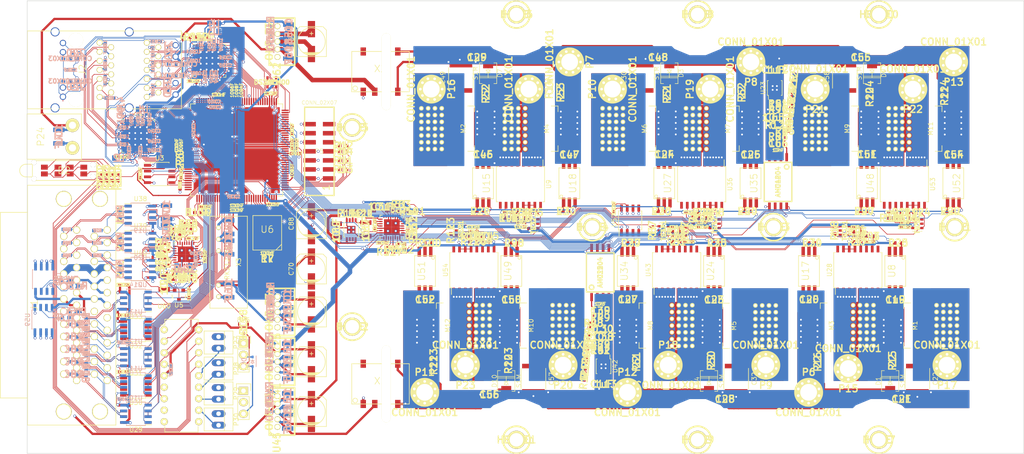
<source format=kicad_pcb>
(kicad_pcb (version 4) (host pcbnew "(2016-03-21 BZR 6582, Git 447ada1)-product")
  (layers (0 F.Cu signal) (1 In1.Cu signal) (2 In2.Cu signal) (31 B.Cu signal) (34 B.Paste user) (35 F.Paste user) (36 B.SilkS user) (37 F.SilkS user) (38 B.Mask user) (39 F.Mask user) (44 Edge.Cuts user))
  (net 0 "")
  (net 1 "Net-(C1-Pad1)")
  (net 2 GND)
  (net 3 "Net-(C2-Pad1)")
  (net 4 "Net-(C3-Pad1)")
  (net 5 "Net-(C4-Pad1)")
  (net 6 /FPGA/AVddL0)
  (net 7 /FPGA/AvddH0)
  (net 8 "Net-(C10-Pad1)")
  (net 9 "Net-(C11-Pad1)")
  (net 10 "Net-(C12-Pad1)")
  (net 11 "Net-(C13-Pad1)")
  (net 12 /FPGA/AvddL1)
  (net 13 /FPGA/AvddH1)
  (net 14 "Net-(C19-Pad1)")
  (net 15 "Net-(C19-Pad2)")
  (net 16 "Net-(C20-Pad1)")
  (net 17 /Drive_1/BRIDGE-)
  (net 18 "Net-(C24-Pad1)")
  (net 19 "Net-(C24-Pad2)")
  (net 20 "Net-(C25-Pad1)")
  (net 21 "Net-(C46-Pad1)")
  (net 22 "Net-(C46-Pad2)")
  (net 23 "Net-(C47-Pad1)")
  (net 24 /Drive_2/BRIDGE-)
  (net 25 "Net-(C51-Pad1)")
  (net 26 "Net-(C51-Pad2)")
  (net 27 "Net-(C52-Pad1)")
  (net 28 "Net-(D1-PadC)")
  (net 29 "Net-(D3-PadC)")
  (net 30 "Net-(D4-PadC)")
  (net 31 "Net-(D7-PadC)")
  (net 32 "Net-(D9-PadC)")
  (net 33 "Net-(D10-PadC)")
  (net 34 /Drive_1/ENC4_N)
  (net 35 /Drive_1/ENC3_N)
  (net 36 /Drive_1/ENC2_N)
  (net 37 /Drive_1/ENC1_N)
  (net 38 /Drive_1/ENC0_N)
  (net 39 +5V)
  (net 40 +12V)
  (net 41 /Drive_1/AN2_N)
  (net 42 /Drive_1/AN2_P)
  (net 43 /Drive_1/AN1_N)
  (net 44 /Drive_1/AN1_P)
  (net 45 /Drive_1/AN0_N)
  (net 46 /Drive_1/AN0_P)
  (net 47 /Drive_1/ENC4_P)
  (net 48 /Drive_1/ENC3_P)
  (net 49 /Drive_1/ENC2_P)
  (net 50 /Drive_1/ENC1_P)
  (net 51 /Drive_1/ENC0_P)
  (net 52 /Drive_2/ENC4_N)
  (net 53 /Drive_2/ENC3_N)
  (net 54 /Drive_2/ENC2_N)
  (net 55 /Drive_2/ENC1_N)
  (net 56 /Drive_2/ENC0_N)
  (net 57 /Drive_2/AN2_N)
  (net 58 /Drive_2/AN2_P)
  (net 59 /Drive_2/AN1_N)
  (net 60 /Drive_2/AN1_P)
  (net 61 /Drive_2/AN0_N)
  (net 62 /Drive_2/AN0_P)
  (net 63 /Drive_2/ENC4_P)
  (net 64 /Drive_2/ENC3_P)
  (net 65 /Drive_2/ENC2_P)
  (net 66 /Drive_2/ENC1_P)
  (net 67 /Drive_2/ENC0_P)
  (net 68 +1.2V)
  (net 69 +2.5V)
  (net 70 "Net-(M1-PadG)")
  (net 71 "Net-(M2-PadG)")
  (net 72 "Net-(M3-PadG)")
  (net 73 "Net-(M4-PadG)")
  (net 74 "Net-(M5-PadG)")
  (net 75 "Net-(M6-PadG)")
  (net 76 "Net-(M7-PadG)")
  (net 77 "Net-(M8-PadG)")
  (net 78 "Net-(M9-PadG)")
  (net 79 "Net-(M10-PadG)")
  (net 80 "Net-(M11-PadG)")
  (net 81 "Net-(M12-PadG)")
  (net 82 "Net-(P1-Pad2)")
  (net 83 "Net-(P2-Pad2)")
  (net 84 "Net-(P3-Pad2)")
  (net 85 "Net-(P4-Pad2)")
  (net 86 +3.3V)
  (net 87 "Net-(P5-Pad3)")
  (net 88 "Net-(P5-Pad5)")
  (net 89 "Net-(P5-Pad7)")
  (net 90 "Net-(P5-Pad9)")
  (net 91 "Net-(P5-Pad11)")
  (net 92 "Net-(P5-Pad13)")
  (net 93 "Net-(R4-Pad1)")
  (net 94 "Net-(R7-Pad2)")
  (net 95 "Net-(R10-Pad1)")
  (net 96 /FPGA/TCK)
  (net 97 /FPGA/TDI)
  (net 98 /FPGA/TMS)
  (net 99 /FPGA/TDO)
  (net 100 "Net-(R17-Pad1)")
  (net 101 "Net-(R17-Pad2)")
  (net 102 "Net-(R18-Pad1)")
  (net 103 "Net-(R30-Pad1)")
  (net 104 "Net-(R31-Pad1)")
  (net 105 "Net-(R31-Pad2)")
  (net 106 "Net-(R32-Pad1)")
  (net 107 "Net-(R32-Pad2)")
  (net 108 "Net-(R33-Pad1)")
  (net 109 "Net-(R33-Pad2)")
  (net 110 "Net-(R34-Pad1)")
  (net 111 "Net-(R38-Pad2)")
  (net 112 "Net-(R39-Pad2)")
  (net 113 "Net-(R40-Pad2)")
  (net 114 "Net-(R44-Pad1)")
  (net 115 "Net-(R45-Pad2)")
  (net 116 "Net-(R46-Pad2)")
  (net 117 "Net-(R47-Pad2)")
  (net 118 "Net-(R54-Pad1)")
  (net 119 "Net-(R54-Pad2)")
  (net 120 "Net-(R55-Pad1)")
  (net 121 "Net-(R68-Pad1)")
  (net 122 "Net-(R68-Pad2)")
  (net 123 "Net-(R69-Pad1)")
  (net 124 "Net-(R69-Pad2)")
  (net 125 "Net-(R70-Pad1)")
  (net 126 "Net-(R70-Pad2)")
  (net 127 "Net-(R75-Pad2)")
  (net 128 "Net-(R76-Pad2)")
  (net 129 "Net-(R77-Pad2)")
  (net 130 "Net-(R81-Pad1)")
  (net 131 "Net-(R81-Pad2)")
  (net 132 "Net-(R82-Pad2)")
  (net 133 "Net-(R83-Pad2)")
  (net 134 "Net-(R84-Pad2)")
  (net 135 /FPGA/TRXC0_N)
  (net 136 /FPGA/TRXC0_P)
  (net 137 /FPGA/TRXB0_P)
  (net 138 /FPGA/TRXB0_N)
  (net 139 /FPGA/TRXD0_P)
  (net 140 /FPGA/TRXD0_N)
  (net 141 /FPGA/TRXA0_N)
  (net 142 /FPGA/TRXA0_P)
  (net 143 "/FPGA/ETH_TXD(1)(3)")
  (net 144 "/FPGA/ETH_TXD(1)(2)")
  (net 145 "/FPGA/ETH_TXD(1)(1)")
  (net 146 "/FPGA/ETH_TXD(1)(0)")
  (net 147 "/FPGA/ETH_TX_EN(1)")
  (net 148 "/FPGA/ETH_TX_CLK(1)")
  (net 149 "/FPGA/ETH_RXD(1)(3)")
  (net 150 "/FPGA/ETH_RXD(1)(2)")
  (net 151 "/FPGA/ETH_RXD(1)(1)")
  (net 152 "/FPGA/ETH_RXD(1)(0)")
  (net 153 "/FPGA/ETH_RX_DV(1)")
  (net 154 "/FPGA/ETH_RX_CLK(1)")
  (net 155 "/FPGA/ETH_INT(1)")
  (net 156 /FPGA/CLK_N)
  (net 157 /FPGA/CLK_P)
  (net 158 "/FPGA/ETH_RESET(1)")
  (net 159 "/FPGA/ETH_CLK_25(1)")
  (net 160 /FPGA/VOLTAGE_D1)
  (net 161 /FPGA/VOLTAGE_D0)
  (net 162 /Drive_1/VOLTAGE_CLOCK)
  (net 163 "Net-(U2-Pad37)")
  (net 164 /FPGA/CSO_B)
  (net 165 /FPGA/SD1)
  (net 166 /FPGA/SD0)
  (net 167 /FPGA/HB_L0)
  (net 168 /FPGA/HB_L2)
  (net 169 /FPGA/HB_L1)
  (net 170 /Drive_1/H2)
  (net 171 /Drive_1/H1)
  (net 172 /Drive_1/H0)
  (net 173 /FPGA/CCLK)
  (net 174 "/FPGA/ETH_TXD(0)(3)")
  (net 175 "/FPGA/ETH_TXD(0)(2)")
  (net 176 "/FPGA/ETH_TXD(0)(1)")
  (net 177 "/FPGA/ETH_TXD(0)(0)")
  (net 178 "/FPGA/ETH_TX_EN(0)")
  (net 179 "/FPGA/ETH_TX_CLK(0)")
  (net 180 "/FPGA/ETH_RXD(0)(3)")
  (net 181 "/FPGA/ETH_RXD(0)(2)")
  (net 182 "/FPGA/ETH_RXD(0)(1)")
  (net 183 "/FPGA/ETH_RXD(0)(0)")
  (net 184 "/FPGA/ETH_RX_DV(0)")
  (net 185 "/FPGA/ETH_RX_CLK(0)")
  (net 186 "/FPGA/ETH_INT(0)")
  (net 187 /FPGA/MDIO)
  (net 188 /FPGA/MDC)
  (net 189 "/FPGA/ETH_RESET(0)")
  (net 190 "/FPGA/ETH_CLK_25(0)")
  (net 191 "Net-(U2-Pad126)")
  (net 192 /FPGA/HB_L5)
  (net 193 "Net-(U2-Pad131)")
  (net 194 /FPGA/HB_L4)
  (net 195 "Net-(U2-Pad133)")
  (net 196 /FPGA/HB_L3)
  (net 197 "Net-(U2-Pad137)")
  (net 198 /Drive_2/H2)
  (net 199 "Net-(U2-Pad139)")
  (net 200 /Drive_2/H1)
  (net 201 "Net-(U2-Pad141)")
  (net 202 /Drive_2/H0)
  (net 203 "Net-(U4-Pad43)")
  (net 204 "Net-(U4-Pad45)")
  (net 205 /FPGA/TRXC1_N)
  (net 206 /FPGA/TRXC1_P)
  (net 207 /FPGA/TRXB1_P)
  (net 208 /FPGA/TRXB1_N)
  (net 209 /FPGA/TRXD1_P)
  (net 210 /FPGA/TRXD1_N)
  (net 211 /FPGA/TRXA1_N)
  (net 212 /FPGA/TRXA1_P)
  (net 213 "Net-(U7-Pad43)")
  (net 214 "Net-(U7-Pad45)")
  (net 215 -15V)
  (net 216 +15V)
  (net 217 "Net-(U7-Pad41)")
  (net 218 "Net-(U4-Pad41)")
  (net 219 "Net-(C27-Pad1)")
  (net 220 "Net-(C64-Pad1)")
  (net 221 "Net-(C54-Pad1)")
  (net 222 "Net-(C37-Pad1)")
  (net 223 "Net-(R89-Pad2)")
  (net 224 "Net-(R90-Pad2)")
  (net 225 /Drive_2/ISOL_5V)
  (net 226 /Drive_1/ISOL_5V)
  (net 227 "Net-(C73-Pad1)")
  (net 228 "Net-(C74-Pad1)")
  (net 229 "Net-(J2-Pad27)")
  (net 230 "Net-(J2-Pad29)")
  (net 231 "Net-(J2-Pad33)")
  (net 232 "Net-(J2-Pad31)")
  (net 233 /Drive_1/ANA_REF)
  (net 234 /FPGA/CONV)
  (net 235 /FPGA/SCK)
  (net 236 /Drive_1/ANA1)
  (net 237 /Drive_1/ANA0)
  (net 238 /Drive_1/ANA2)
  (net 239 /Drive_1/CUR1)
  (net 240 /Drive_2/ANA2)
  (net 241 /Drive_1/CUR2)
  (net 242 /Drive_2/CUR0)
  (net 243 /Drive_1/CUR0)
  (net 244 /Drive_2/CUR1)
  (net 245 /Drive_2/ANA0)
  (net 246 /Drive_2/ANA1)
  (net 247 /Drive_2/CUR2)
  (net 248 "Net-(C40-Pad1)")
  (net 249 +3.3VADC)
  (net 250 "Net-(C31-Pad1)")
  (net 251 "Net-(C42-Pad1)")
  (net 252 "Net-(C43-Pad1)")
  (net 253 /FPGA/MISO1)
  (net 254 /FPGA/MISO2)
  (net 255 /FPGA/MISO0)
  (net 256 /FPGA/MISO3)
  (net 257 "Net-(U2-Pad71)")
  (net 258 "Net-(U2-Pad72)")
  (net 259 /FPGA/M1)
  (net 260 "Net-(U2-Pad111)")
  (net 261 "Net-(U2-Pad123)")
  (net 262 "Net-(U2-Pad118)")
  (net 263 "Net-(U2-Pad116)")
  (net 264 /Drive_1/ENC_DATA4)
  (net 265 /Drive_1/ENC_DIR4)
  (net 266 /Drive_1/ENC_DATA3)
  (net 267 /Drive_1/ENC_DIR3)
  (net 268 /Drive_1/ENC_DATA2)
  (net 269 /Drive_1/ENC_DIR2)
  (net 270 /Drive_1/ENC_DATA1)
  (net 271 /Drive_1/ENC_DIR1)
  (net 272 /Drive_2/ENC_DATA4)
  (net 273 /Drive_2/ENC_DIR4)
  (net 274 /Drive_2/ENC_DATA3)
  (net 275 /Drive_2/ENC_DIR3)
  (net 276 /Drive_2/ENC_DATA2)
  (net 277 /Drive_2/ENC_DIR2)
  (net 278 /Drive_2/ENC_DATA1)
  (net 279 /Drive_2/ENC_DIR1)
  (net 280 /Drive_2/ENC_DATA0)
  (net 281 /Drive_2/ENC_DIR0)
  (net 282 /Drive_1/ENC_DATA0)
  (net 283 /Drive_1/ENC_DIR0)
  (net 284 "Net-(U2-Pad114)")
  (net 285 "Net-(U2-Pad120)")
  (net 286 /FPGA/M0)
  (net 287 "Net-(U41-Pad1)")
  (net 288 "Net-(U45-Pad1)")
  (net 289 "Net-(R111-Pad2)")
  (net 290 "Net-(R109-Pad1)")
  (net 291 "Net-(R109-Pad2)")
  (net 292 "Net-(R107-Pad2)")
  (net 293 "Net-(R105-Pad2)")
  (net 294 "Net-(R107-Pad1)")
  (net 295 "Net-(R105-Pad1)")
  (net 296 "Net-(U26-Pad1)")
  (net 297 /Drive_2/ISOL_15V)
  (net 298 /Drive_1/ISOL_15V)
  (net 299 "Net-(R74-Pad2)")
  (net 300 "Net-(R119-Pad2)")
  (net 301 "Net-(R120-Pad2)")
  (net 302 "Net-(C25-Pad2)")
  (net 303 "Net-(C20-Pad2)")
  (net 304 "Net-(C23-Pad2)")
  (net 305 "Net-(C52-Pad2)")
  (net 306 "Net-(C54-Pad2)")
  (net 307 "Net-(C50-Pad2)")
  (net 308 "Net-(C27-Pad2)")
  (net 309 "Net-(C47-Pad2)")
  (net 310 "Net-(R74-Pad1)")
  (net 311 "Net-(R101-Pad2)")
  (net 312 "Net-(R119-Pad1)")
  (net 313 "Net-(R124-Pad1)")
  (net 314 "Net-(C59-Pad1)")
  (net 315 "Net-(R120-Pad1)")
  (net 316 "Net-(R123-Pad1)")
  (net 317 "Net-(R102-Pad2)")
  (net 318 "Net-(C41-Pad1)")
  (net 319 "Net-(R24-Pad1)")
  (net 320 "Net-(R25-Pad1)")
  (net 321 "Net-(R35-Pad1)")
  (net 322 "Net-(R36-Pad1)")
  (net 323 "Net-(R37-Pad1)")
  (net 324 "Net-(R100-Pad1)")
  (net 325 "Net-(R99-Pad1)")
  (net 326 "Net-(R98-Pad1)")
  (net 327 "Net-(R97-Pad1)")
  (net 328 "Net-(C23-Pad1)")
  (net 329 "Net-(R126-Pad2)")
  (net 330 "Net-(R121-Pad2)")
  (net 331 "Net-(R125-Pad2)")
  (net 332 "Net-(R122-Pad2)")
  (net 333 "Net-(C50-Pad1)")
  (net 334 /Drive_1/HB2)
  (net 335 /Drive_1/HB1)
  (net 336 /Drive_2/HB1)
  (net 337 /Drive_2/HB0)
  (net 338 /Drive_1/HB0)
  (net 339 /Drive_2/HB2)
  (net 340 /Drive_1/OUT2)
  (net 341 /Drive_1/OUT1)
  (net 342 /Drive_2/OUT1)
  (net 343 /Drive_2/OUT0)
  (net 344 /Drive_1/OUT0)
  (net 345 /Drive_2/OUT2)
  (net 346 /Drive_1/HV2)
  (net 347 /Drive_2/HV2)
  (net 348 /Drive_1/HV0)
  (net 349 /Drive_2/HV0)
  (net 350 /Drive_2/HV1)
  (net 351 /Drive_1/HV1)
  (net 352 "Net-(C65-Pad1)")
  (net 353 "Net-(C38-Pad1)")
  (net 354 /FPGA/SDA)
  (net 355 /FPGA/SCL)
  (net 356 "Net-(U57-Pad3)")
  (net 357 "Net-(J1-PadA20)")
  (net 358 "Net-(J1-PadB20)")
  (net 359 "Net-(P26-Pad1)")
  (net 360 "Net-(P25-Pad1)")
  (net 361 /FPGA/FAN)
  (net 362 "Net-(D2-Pad2)")
  (net 363 "Net-(D2-Pad6)")
  (net 364 "Net-(D2-Pad8)")
  (net 365 "Net-(D2-Pad4)")
  (net 366 "Net-(D5-PadA)")
  (net 367 "Net-(R138-Pad1)")
  (net 368 "Net-(R135-Pad1)")
  (net 369 "Net-(R137-Pad1)")
  (net 370 "Net-(R136-Pad1)")
  (net 371 /FPGA/AUX_CLK)
  (net 372 /FPGA/AUX_DATA)
  (net 373 "Net-(U60-Pad6)")
  (net 374 /FPGA/AUX_STR)
  (net 375 "Net-(P30-Pad2)")
  (net 376 "Net-(P29-Pad2)")
  (net 377 "Net-(P28-Pad2)")
  (net 378 "Net-(P27-Pad2)")
  (net 379 "Net-(R134-Pad2)")
  (net 380 "Net-(R133-Pad2)")
  (net 381 "Net-(R132-Pad2)")
  (net 382 "Net-(R131-Pad2)")
  (net 383 "Net-(R139-Pad1)")
  (net 384 "Net-(R140-Pad2)")
  (net 385 "Net-(U62-Pad1)")
  (net 386 "Net-(R140-Pad1)")
  (net 387 "Net-(U2-Pad33)")
  (net 388 "Net-(U2-Pad34)")
  (net 389 "Net-(U2-Pad92)")
  (net 390 /Power/ISO0)
  (net 391 /Power/ISO4)
  (net 392 /Power/ISO1)
  (net 393 /Power/ISO2)
  (net 394 /Power/ISO5)
  (net 395 /Power/ISO3)
  (module Connect:PINHEAD1-2 (layer F.Cu) (at 72.25 125.5 270)
    (fp_text reference P27 (at 0 -3.9 270) (layer F.SilkS))
    (fp_text value CONN_01X02)
    (pad 1 thru_hole oval (at -1.27 0 270) (size 1.50622 3.01498) (drill 0.99822) (layers *.Cu *.Mask) (net 40 +12V))
    (pad 2 thru_hole oval (at 1.27 0 270) (size 1.50622 3.01498) (drill 0.99822) (layers *.Cu *.Mask) (net 378 "Net-(P27-Pad2)"))
  )
  (module Connect:PINHEAD1-2 (layer F.Cu) (at 72.25 131.25 270)
    (fp_text reference P28 (at 0 -3.9 270) (layer F.SilkS))
    (fp_text value CONN_01X02)
    (pad 1 thru_hole oval (at -1.27 0 270) (size 1.50622 3.01498) (drill 0.99822) (layers *.Cu *.Mask) (net 40 +12V))
    (pad 2 thru_hole oval (at 1.27 0 270) (size 1.50622 3.01498) (drill 0.99822) (layers *.Cu *.Mask) (net 377 "Net-(P28-Pad2)"))
  )
  (module Connect:PINHEAD1-2 (layer F.Cu) (at 72.25 136.75 270)
    (fp_text reference P29 (at 0 -3.9 270) (layer F.SilkS))
    (fp_text value CONN_01X02)
    (pad 1 thru_hole oval (at -1.27 0 270) (size 1.50622 3.01498) (drill 0.99822) (layers *.Cu *.Mask) (net 40 +12V))
    (pad 2 thru_hole oval (at 1.27 0 270) (size 1.50622 3.01498) (drill 0.99822) (layers *.Cu *.Mask) (net 376 "Net-(P29-Pad2)"))
  )
  (module Connect:PINHEAD1-2 (layer F.Cu) (at 72.25 142.5 270)
    (fp_text reference P30 (at 0 -3.9 270) (layer F.SilkS))
    (fp_text value CONN_01X02)
    (pad 1 thru_hole oval (at -1.27 0 270) (size 1.50622 3.01498) (drill 0.99822) (layers *.Cu *.Mask) (net 40 +12V))
    (pad 2 thru_hole oval (at 1.27 0 270) (size 1.50622 3.01498) (drill 0.99822) (layers *.Cu *.Mask) (net 375 "Net-(P30-Pad2)"))
  )
  (module Housings_QFP:LQFP-144_20x20mm_Pitch0.5mm (layer F.Cu) (at 76.25 82.95 270)
    (fp_text reference U2 (at 0 -12.475 270) (layer F.SilkS))
    (fp_text value XC6SLXN-TQG144)
    (pad 1 smd rect (at -10.7 -8.75 270) (size 1.55 0.3) (layers F.Cu F.Paste F.Mask) (net 355 /FPGA/SCL))
    (pad 2 smd rect (at -10.7 -8.25 270) (size 1.55 0.3) (layers F.Cu F.Paste F.Mask) (net 354 /FPGA/SDA))
    (pad 3 smd rect (at -10.7 -7.75 270) (size 1.55 0.3) (layers F.Cu F.Paste F.Mask) (net 2 GND))
    (pad 4 smd rect (at -10.7 -7.25 270) (size 1.55 0.3) (layers F.Cu F.Paste F.Mask) (net 86 +3.3V))
    (pad 5 smd rect (at -10.7 -6.75 270) (size 1.55 0.3) (layers F.Cu F.Paste F.Mask) (net 155 "/FPGA/ETH_INT(1)"))
    (pad 6 smd rect (at -10.7 -6.25 270) (size 1.55 0.3) (layers F.Cu F.Paste F.Mask) (net 153 "/FPGA/ETH_RX_DV(1)"))
    (pad 7 smd rect (at -10.7 -5.75 270) (size 1.55 0.3) (layers F.Cu F.Paste F.Mask) (net 152 "/FPGA/ETH_RXD(1)(0)"))
    (pad 8 smd rect (at -10.7 -5.25 270) (size 1.55 0.3) (layers F.Cu F.Paste F.Mask) (net 151 "/FPGA/ETH_RXD(1)(1)"))
    (pad 9 smd rect (at -10.7 -4.75 270) (size 1.55 0.3) (layers F.Cu F.Paste F.Mask) (net 150 "/FPGA/ETH_RXD(1)(2)"))
    (pad 10 smd rect (at -10.7 -4.25 270) (size 1.55 0.3) (layers F.Cu F.Paste F.Mask) (net 149 "/FPGA/ETH_RXD(1)(3)"))
    (pad 11 smd rect (at -10.7 -3.75 270) (size 1.55 0.3) (layers F.Cu F.Paste F.Mask) (net 147 "/FPGA/ETH_TX_EN(1)"))
    (pad 12 smd rect (at -10.7 -3.25 270) (size 1.55 0.3) (layers F.Cu F.Paste F.Mask) (net 148 "/FPGA/ETH_TX_CLK(1)"))
    (pad 13 smd rect (at -10.7 -2.75 270) (size 1.55 0.3) (layers F.Cu F.Paste F.Mask) (net 2 GND))
    (pad 14 smd rect (at -10.7 -2.25 270) (size 1.55 0.3) (layers F.Cu F.Paste F.Mask) (net 143 "/FPGA/ETH_TXD(1)(3)"))
    (pad 15 smd rect (at -10.7 -1.75 270) (size 1.55 0.3) (layers F.Cu F.Paste F.Mask) (net 144 "/FPGA/ETH_TXD(1)(2)"))
    (pad 16 smd rect (at -10.7 -1.25 270) (size 1.55 0.3) (layers F.Cu F.Paste F.Mask) (net 154 "/FPGA/ETH_RX_CLK(1)"))
    (pad 17 smd rect (at -10.7 -0.75 270) (size 1.55 0.3) (layers F.Cu F.Paste F.Mask) (net 145 "/FPGA/ETH_TXD(1)(1)"))
    (pad 18 smd rect (at -10.7 -0.25 270) (size 1.55 0.3) (layers F.Cu F.Paste F.Mask) (net 86 +3.3V))
    (pad 19 smd rect (at -10.7 0.25 270) (size 1.55 0.3) (layers F.Cu F.Paste F.Mask) (net 68 +1.2V))
    (pad 20 smd rect (at -10.7 0.75 270) (size 1.55 0.3) (layers F.Cu F.Paste F.Mask) (net 69 +2.5V))
    (pad 21 smd rect (at -10.7 1.25 270) (size 1.55 0.3) (layers F.Cu F.Paste F.Mask) (net 146 "/FPGA/ETH_TXD(1)(0)"))
    (pad 22 smd rect (at -10.7 1.75 270) (size 1.55 0.3) (layers F.Cu F.Paste F.Mask) (net 189 "/FPGA/ETH_RESET(0)"))
    (pad 23 smd rect (at -10.7 2.25 270) (size 1.55 0.3) (layers F.Cu F.Paste F.Mask) (net 186 "/FPGA/ETH_INT(0)"))
    (pad 24 smd rect (at -10.7 2.75 270) (size 1.55 0.3) (layers F.Cu F.Paste F.Mask) (net 185 "/FPGA/ETH_RX_CLK(0)"))
    (pad 25 smd rect (at -10.7 3.25 270) (size 1.55 0.3) (layers F.Cu F.Paste F.Mask) (net 2 GND))
    (pad 26 smd rect (at -10.7 3.75 270) (size 1.55 0.3) (layers F.Cu F.Paste F.Mask) (net 184 "/FPGA/ETH_RX_DV(0)"))
    (pad 27 smd rect (at -10.7 4.25 270) (size 1.55 0.3) (layers F.Cu F.Paste F.Mask) (net 183 "/FPGA/ETH_RXD(0)(0)"))
    (pad 28 smd rect (at -10.7 4.75 270) (size 1.55 0.3) (layers F.Cu F.Paste F.Mask) (net 68 +1.2V))
    (pad 29 smd rect (at -10.7 5.25 270) (size 1.55 0.3) (layers F.Cu F.Paste F.Mask) (net 182 "/FPGA/ETH_RXD(0)(1)"))
    (pad 30 smd rect (at -10.7 5.75 270) (size 1.55 0.3) (layers F.Cu F.Paste F.Mask) (net 181 "/FPGA/ETH_RXD(0)(2)"))
    (pad 31 smd rect (at -10.7 6.25 270) (size 1.55 0.3) (layers F.Cu F.Paste F.Mask) (net 86 +3.3V))
    (pad 32 smd rect (at -10.7 6.75 270) (size 1.55 0.3) (layers F.Cu F.Paste F.Mask) (net 180 "/FPGA/ETH_RXD(0)(3)"))
    (pad 33 smd rect (at -10.7 7.25 270) (size 1.55 0.3) (layers F.Cu F.Paste F.Mask) (net 387 "Net-(U2-Pad33)"))
    (pad 34 smd rect (at -10.7 7.75 270) (size 1.55 0.3) (layers F.Cu F.Paste F.Mask) (net 388 "Net-(U2-Pad34)"))
    (pad 35 smd rect (at -10.7 8.25 270) (size 1.55 0.3) (layers F.Cu F.Paste F.Mask) (net 187 /FPGA/MDIO))
    (pad 36 smd rect (at -10.7 8.75 270) (size 1.55 0.3) (layers F.Cu F.Paste F.Mask) (net 69 +2.5V))
    (pad 37 smd rect (at -8.75 10.7) (size 1.55 0.3) (layers F.Cu F.Paste F.Mask) (net 163 "Net-(U2-Pad37)"))
    (pad 38 smd rect (at -8.25 10.7) (size 1.55 0.3) (layers F.Cu F.Paste F.Mask) (net 164 /FPGA/CSO_B))
    (pad 39 smd rect (at -7.75 10.7) (size 1.55 0.3) (layers F.Cu F.Paste F.Mask) (net 188 /FPGA/MDC))
    (pad 40 smd rect (at -7.25 10.7) (size 1.55 0.3) (layers F.Cu F.Paste F.Mask) (net 190 "/FPGA/ETH_CLK_25(0)"))
    (pad 41 smd rect (at -6.75 10.7) (size 1.55 0.3) (layers F.Cu F.Paste F.Mask) (net 178 "/FPGA/ETH_TX_EN(0)"))
    (pad 42 smd rect (at -6.25 10.7) (size 1.55 0.3) (layers F.Cu F.Paste F.Mask) (net 86 +3.3V))
    (pad 43 smd rect (at -5.75 10.7) (size 1.55 0.3) (layers F.Cu F.Paste F.Mask) (net 179 "/FPGA/ETH_TX_CLK(0)"))
    (pad 44 smd rect (at -5.25 10.7) (size 1.55 0.3) (layers F.Cu F.Paste F.Mask) (net 174 "/FPGA/ETH_TXD(0)(3)"))
    (pad 45 smd rect (at -4.75 10.7) (size 1.55 0.3) (layers F.Cu F.Paste F.Mask) (net 175 "/FPGA/ETH_TXD(0)(2)"))
    (pad 46 smd rect (at -4.25 10.7) (size 1.55 0.3) (layers F.Cu F.Paste F.Mask) (net 176 "/FPGA/ETH_TXD(0)(1)"))
    (pad 47 smd rect (at -3.75 10.7) (size 1.55 0.3) (layers F.Cu F.Paste F.Mask) (net 177 "/FPGA/ETH_TXD(0)(0)"))
    (pad 48 smd rect (at -3.25 10.7) (size 1.55 0.3) (layers F.Cu F.Paste F.Mask) (net 267 /Drive_1/ENC_DIR3))
    (pad 49 smd rect (at -2.75 10.7) (size 1.55 0.3) (layers F.Cu F.Paste F.Mask) (net 2 GND))
    (pad 50 smd rect (at -2.25 10.7) (size 1.55 0.3) (layers F.Cu F.Paste F.Mask) (net 282 /Drive_1/ENC_DATA0))
    (pad 51 smd rect (at -1.75 10.7) (size 1.55 0.3) (layers F.Cu F.Paste F.Mask) (net 283 /Drive_1/ENC_DIR0))
    (pad 52 smd rect (at -1.25 10.7) (size 1.55 0.3) (layers F.Cu F.Paste F.Mask) (net 68 +1.2V))
    (pad 53 smd rect (at -0.75 10.7) (size 1.55 0.3) (layers F.Cu F.Paste F.Mask) (net 69 +2.5V))
    (pad 54 smd rect (at -0.25 10.7) (size 1.55 0.3) (layers F.Cu F.Paste F.Mask) (net 2 GND))
    (pad 55 smd rect (at 0.25 10.7) (size 1.55 0.3) (layers F.Cu F.Paste F.Mask) (net 270 /Drive_1/ENC_DATA1))
    (pad 56 smd rect (at 0.75 10.7) (size 1.55 0.3) (layers F.Cu F.Paste F.Mask) (net 271 /Drive_1/ENC_DIR1))
    (pad 57 smd rect (at 1.25 10.7) (size 1.55 0.3) (layers F.Cu F.Paste F.Mask) (net 268 /Drive_1/ENC_DATA2))
    (pad 58 smd rect (at 1.75 10.7) (size 1.55 0.3) (layers F.Cu F.Paste F.Mask) (net 269 /Drive_1/ENC_DIR2))
    (pad 59 smd rect (at 2.25 10.7) (size 1.55 0.3) (layers F.Cu F.Paste F.Mask) (net 266 /Drive_1/ENC_DATA3))
    (pad 60 smd rect (at 2.75 10.7) (size 1.55 0.3) (layers F.Cu F.Paste F.Mask) (net 259 /FPGA/M1))
    (pad 61 smd rect (at 3.25 10.7) (size 1.55 0.3) (layers F.Cu F.Paste F.Mask) (net 256 /FPGA/MISO3))
    (pad 62 smd rect (at 3.75 10.7) (size 1.55 0.3) (layers F.Cu F.Paste F.Mask) (net 254 /FPGA/MISO2))
    (pad 63 smd rect (at 4.25 10.7) (size 1.55 0.3) (layers F.Cu F.Paste F.Mask) (net 86 +3.3V))
    (pad 64 smd rect (at 4.75 10.7) (size 1.55 0.3) (layers F.Cu F.Paste F.Mask) (net 255 /FPGA/MISO0))
    (pad 65 smd rect (at 5.25 10.7) (size 1.55 0.3) (layers F.Cu F.Paste F.Mask) (net 253 /FPGA/MISO1))
    (pad 66 smd rect (at 5.75 10.7) (size 1.55 0.3) (layers F.Cu F.Paste F.Mask) (net 264 /Drive_1/ENC_DATA4))
    (pad 67 smd rect (at 6.25 10.7) (size 1.55 0.3) (layers F.Cu F.Paste F.Mask) (net 265 /Drive_1/ENC_DIR4))
    (pad 68 smd rect (at 6.75 10.7) (size 1.55 0.3) (layers F.Cu F.Paste F.Mask) (net 2 GND))
    (pad 69 smd rect (at 7.25 10.7) (size 1.55 0.3) (layers F.Cu F.Paste F.Mask) (net 286 /FPGA/M0))
    (pad 70 smd rect (at 7.75 10.7) (size 1.55 0.3) (layers F.Cu F.Paste F.Mask) (net 173 /FPGA/CCLK))
    (pad 71 smd rect (at 8.25 10.7) (size 1.55 0.3) (layers F.Cu F.Paste F.Mask) (net 257 "Net-(U2-Pad71)"))
    (pad 72 smd rect (at 8.75 10.7) (size 1.55 0.3) (layers F.Cu F.Paste F.Mask) (net 258 "Net-(U2-Pad72)"))
    (pad 73 smd rect (at 10.7 8.75 270) (size 1.55 0.3) (layers F.Cu F.Paste F.Mask) (net 383 "Net-(R139-Pad1)"))
    (pad 74 smd rect (at 10.7 8.25 270) (size 1.55 0.3) (layers F.Cu F.Paste F.Mask) (net 280 /Drive_2/ENC_DATA0))
    (pad 75 smd rect (at 10.7 7.75 270) (size 1.55 0.3) (layers F.Cu F.Paste F.Mask) (net 281 /Drive_2/ENC_DIR0))
    (pad 76 smd rect (at 10.7 7.25 270) (size 1.55 0.3) (layers F.Cu F.Paste F.Mask) (net 86 +3.3V))
    (pad 77 smd rect (at 10.7 6.75 270) (size 1.55 0.3) (layers F.Cu F.Paste F.Mask) (net 2 GND))
    (pad 78 smd rect (at 10.7 6.25 270) (size 1.55 0.3) (layers F.Cu F.Paste F.Mask) (net 278 /Drive_2/ENC_DATA1))
    (pad 79 smd rect (at 10.7 5.75 270) (size 1.55 0.3) (layers F.Cu F.Paste F.Mask) (net 279 /Drive_2/ENC_DIR1))
    (pad 80 smd rect (at 10.7 5.25 270) (size 1.55 0.3) (layers F.Cu F.Paste F.Mask) (net 276 /Drive_2/ENC_DATA2))
    (pad 81 smd rect (at 10.7 4.75 270) (size 1.55 0.3) (layers F.Cu F.Paste F.Mask) (net 277 /Drive_2/ENC_DIR2))
    (pad 82 smd rect (at 10.7 4.25 270) (size 1.55 0.3) (layers F.Cu F.Paste F.Mask) (net 274 /Drive_2/ENC_DATA3))
    (pad 83 smd rect (at 10.7 3.75 270) (size 1.55 0.3) (layers F.Cu F.Paste F.Mask) (net 275 /Drive_2/ENC_DIR3))
    (pad 84 smd rect (at 10.7 3.25 270) (size 1.55 0.3) (layers F.Cu F.Paste F.Mask) (net 272 /Drive_2/ENC_DATA4))
    (pad 85 smd rect (at 10.7 2.75 270) (size 1.55 0.3) (layers F.Cu F.Paste F.Mask) (net 273 /Drive_2/ENC_DIR4))
    (pad 86 smd rect (at 10.7 2.25 270) (size 1.55 0.3) (layers F.Cu F.Paste F.Mask) (net 86 +3.3V))
    (pad 87 smd rect (at 10.7 1.75 270) (size 1.55 0.3) (layers F.Cu F.Paste F.Mask) (net 371 /FPGA/AUX_CLK))
    (pad 88 smd rect (at 10.7 1.25 270) (size 1.55 0.3) (layers F.Cu F.Paste F.Mask) (net 372 /FPGA/AUX_DATA))
    (pad 89 smd rect (at 10.7 0.75 270) (size 1.55 0.3) (layers F.Cu F.Paste F.Mask) (net 68 +1.2V))
    (pad 90 smd rect (at 10.7 0.25 270) (size 1.55 0.3) (layers F.Cu F.Paste F.Mask) (net 69 +2.5V))
    (pad 91 smd rect (at 10.7 -0.25 270) (size 1.55 0.3) (layers F.Cu F.Paste F.Mask) (net 2 GND))
    (pad 92 smd rect (at 10.7 -0.75 270) (size 1.55 0.3) (layers F.Cu F.Paste F.Mask) (net 389 "Net-(U2-Pad92)"))
    (pad 93 smd rect (at 10.7 -1.25 270) (size 1.55 0.3) (layers F.Cu F.Paste F.Mask) (net 374 /FPGA/AUX_STR))
    (pad 94 smd rect (at 10.7 -1.75 270) (size 1.55 0.3) (layers F.Cu F.Paste F.Mask) (net 156 /FPGA/CLK_N))
    (pad 95 smd rect (at 10.7 -2.25 270) (size 1.55 0.3) (layers F.Cu F.Paste F.Mask) (net 157 /FPGA/CLK_P))
    (pad 96 smd rect (at 10.7 -2.75 270) (size 1.55 0.3) (layers F.Cu F.Paste F.Mask) (net 2 GND))
    (pad 97 smd rect (at 10.7 -3.25 270) (size 1.55 0.3) (layers F.Cu F.Paste F.Mask) (net 361 /FPGA/FAN))
    (pad 98 smd rect (at 10.7 -3.75 270) (size 1.55 0.3) (layers F.Cu F.Paste F.Mask) (net 234 /FPGA/CONV))
    (pad 99 smd rect (at 10.7 -4.25 270) (size 1.55 0.3) (layers F.Cu F.Paste F.Mask) (net 160 /FPGA/VOLTAGE_D1))
    (pad 100 smd rect (at 10.7 -4.75 270) (size 1.55 0.3) (layers F.Cu F.Paste F.Mask) (net 161 /FPGA/VOLTAGE_D0))
    (pad 101 smd rect (at 10.7 -5.25 270) (size 1.55 0.3) (layers F.Cu F.Paste F.Mask) (net 162 /Drive_1/VOLTAGE_CLOCK))
    (pad 102 smd rect (at 10.7 -5.75 270) (size 1.55 0.3) (layers F.Cu F.Paste F.Mask) (net 235 /FPGA/SCK))
    (pad 103 smd rect (at 10.7 -6.25 270) (size 1.55 0.3) (layers F.Cu F.Paste F.Mask) (net 86 +3.3V))
    (pad 104 smd rect (at 10.7 -6.75 270) (size 1.55 0.3) (layers F.Cu F.Paste F.Mask) (net 166 /FPGA/SD0))
    (pad 105 smd rect (at 10.7 -7.25 270) (size 1.55 0.3) (layers F.Cu F.Paste F.Mask) (net 165 /FPGA/SD1))
    (pad 106 smd rect (at 10.7 -7.75 270) (size 1.55 0.3) (layers F.Cu F.Paste F.Mask) (net 99 /FPGA/TDO))
    (pad 107 smd rect (at 10.7 -8.25 270) (size 1.55 0.3) (layers F.Cu F.Paste F.Mask) (net 98 /FPGA/TMS))
    (pad 108 smd rect (at 10.7 -8.75 270) (size 1.55 0.3) (layers F.Cu F.Paste F.Mask) (net 2 GND))
    (pad 109 smd rect (at 8.75 -10.7) (size 1.55 0.3) (layers F.Cu F.Paste F.Mask) (net 96 /FPGA/TCK))
    (pad 110 smd rect (at 8.25 -10.7) (size 1.55 0.3) (layers F.Cu F.Paste F.Mask) (net 97 /FPGA/TDI))
    (pad 111 smd rect (at 7.75 -10.7) (size 1.55 0.3) (layers F.Cu F.Paste F.Mask) (net 260 "Net-(U2-Pad111)"))
    (pad 112 smd rect (at 7.25 -10.7) (size 1.55 0.3) (layers F.Cu F.Paste F.Mask) (net 168 /FPGA/HB_L2))
    (pad 113 smd rect (at 6.75 -10.7) (size 1.55 0.3) (layers F.Cu F.Paste F.Mask) (net 2 GND))
    (pad 114 smd rect (at 6.25 -10.7) (size 1.55 0.3) (layers F.Cu F.Paste F.Mask) (net 284 "Net-(U2-Pad114)"))
    (pad 115 smd rect (at 5.75 -10.7) (size 1.55 0.3) (layers F.Cu F.Paste F.Mask) (net 170 /Drive_1/H2))
    (pad 116 smd rect (at 5.25 -10.7) (size 1.55 0.3) (layers F.Cu F.Paste F.Mask) (net 263 "Net-(U2-Pad116)"))
    (pad 117 smd rect (at 4.75 -10.7) (size 1.55 0.3) (layers F.Cu F.Paste F.Mask) (net 169 /FPGA/HB_L1))
    (pad 118 smd rect (at 4.25 -10.7) (size 1.55 0.3) (layers F.Cu F.Paste F.Mask) (net 262 "Net-(U2-Pad118)"))
    (pad 119 smd rect (at 3.75 -10.7) (size 1.55 0.3) (layers F.Cu F.Paste F.Mask) (net 171 /Drive_1/H1))
    (pad 120 smd rect (at 3.25 -10.7) (size 1.55 0.3) (layers F.Cu F.Paste F.Mask) (net 285 "Net-(U2-Pad120)"))
    (pad 121 smd rect (at 2.75 -10.7) (size 1.55 0.3) (layers F.Cu F.Paste F.Mask) (net 167 /FPGA/HB_L0))
    (pad 122 smd rect (at 2.25 -10.7) (size 1.55 0.3) (layers F.Cu F.Paste F.Mask) (net 86 +3.3V))
    (pad 123 smd rect (at 1.75 -10.7) (size 1.55 0.3) (layers F.Cu F.Paste F.Mask) (net 261 "Net-(U2-Pad123)"))
    (pad 124 smd rect (at 1.25 -10.7) (size 1.55 0.3) (layers F.Cu F.Paste F.Mask) (net 172 /Drive_1/H0))
    (pad 125 smd rect (at 0.75 -10.7) (size 1.55 0.3) (layers F.Cu F.Paste F.Mask) (net 86 +3.3V))
    (pad 126 smd rect (at 0.25 -10.7) (size 1.55 0.3) (layers F.Cu F.Paste F.Mask) (net 191 "Net-(U2-Pad126)"))
    (pad 127 smd rect (at -0.25 -10.7) (size 1.55 0.3) (layers F.Cu F.Paste F.Mask) (net 192 /FPGA/HB_L5))
    (pad 128 smd rect (at -0.75 -10.7) (size 1.55 0.3) (layers F.Cu F.Paste F.Mask) (net 68 +1.2V))
    (pad 129 smd rect (at -1.25 -10.7) (size 1.55 0.3) (layers F.Cu F.Paste F.Mask) (net 69 +2.5V))
    (pad 130 smd rect (at -1.75 -10.7) (size 1.55 0.3) (layers F.Cu F.Paste F.Mask) (net 2 GND))
    (pad 131 smd rect (at -2.25 -10.7) (size 1.55 0.3) (layers F.Cu F.Paste F.Mask) (net 193 "Net-(U2-Pad131)"))
    (pad 132 smd rect (at -2.75 -10.7) (size 1.55 0.3) (layers F.Cu F.Paste F.Mask) (net 198 /Drive_2/H2))
    (pad 133 smd rect (at -3.25 -10.7) (size 1.55 0.3) (layers F.Cu F.Paste F.Mask) (net 195 "Net-(U2-Pad133)"))
    (pad 134 smd rect (at -3.75 -10.7) (size 1.55 0.3) (layers F.Cu F.Paste F.Mask) (net 194 /FPGA/HB_L4))
    (pad 135 smd rect (at -4.25 -10.7) (size 1.55 0.3) (layers F.Cu F.Paste F.Mask) (net 86 +3.3V))
    (pad 136 smd rect (at -4.75 -10.7) (size 1.55 0.3) (layers F.Cu F.Paste F.Mask) (net 2 GND))
    (pad 137 smd rect (at -5.25 -10.7) (size 1.55 0.3) (layers F.Cu F.Paste F.Mask) (net 197 "Net-(U2-Pad137)"))
    (pad 138 smd rect (at -5.75 -10.7) (size 1.55 0.3) (layers F.Cu F.Paste F.Mask) (net 200 /Drive_2/H1))
    (pad 139 smd rect (at -6.25 -10.7) (size 1.55 0.3) (layers F.Cu F.Paste F.Mask) (net 199 "Net-(U2-Pad139)"))
    (pad 140 smd rect (at -6.75 -10.7) (size 1.55 0.3) (layers F.Cu F.Paste F.Mask) (net 196 /FPGA/HB_L3))
    (pad 141 smd rect (at -7.25 -10.7) (size 1.55 0.3) (layers F.Cu F.Paste F.Mask) (net 201 "Net-(U2-Pad141)"))
    (pad 142 smd rect (at -7.75 -10.7) (size 1.55 0.3) (layers F.Cu F.Paste F.Mask) (net 202 /Drive_2/H0))
    (pad 143 smd rect (at -8.25 -10.7) (size 1.55 0.3) (layers F.Cu F.Paste F.Mask) (net 159 "/FPGA/ETH_CLK_25(1)"))
    (pad 144 smd rect (at -8.75 -10.7) (size 1.55 0.3) (layers F.Cu F.Paste F.Mask) (net 158 "/FPGA/ETH_RESET(1)"))
  )
  (module Housings_DFN_QFN:QFN-48-1EP_7x7mm_Pitch0.5mm (layer F.Cu) (at 54.5 79.85625)
    (fp_text reference U4 (at 0 -4.75) (layer F.SilkS))
    (fp_text value KSZ9031RNXCA)
    (pad 1 smd rect (at -3.4 -2.75) (size 0.7 0.25) (layers F.Cu F.Paste F.Mask) (net 7 /FPGA/AvddH0))
    (pad 2 smd rect (at -3.4 -2.25) (size 0.7 0.25) (layers F.Cu F.Paste F.Mask) (net 142 /FPGA/TRXA0_P))
    (pad 3 smd rect (at -3.4 -1.75) (size 0.7 0.25) (layers F.Cu F.Paste F.Mask) (net 141 /FPGA/TRXA0_N))
    (pad 4 smd rect (at -3.4 -1.25) (size 0.7 0.25) (layers F.Cu F.Paste F.Mask) (net 6 /FPGA/AVddL0))
    (pad 5 smd rect (at -3.4 -0.75) (size 0.7 0.25) (layers F.Cu F.Paste F.Mask) (net 137 /FPGA/TRXB0_P))
    (pad 6 smd rect (at -3.4 -0.25) (size 0.7 0.25) (layers F.Cu F.Paste F.Mask) (net 138 /FPGA/TRXB0_N))
    (pad 7 smd rect (at -3.4 0.25) (size 0.7 0.25) (layers F.Cu F.Paste F.Mask) (net 136 /FPGA/TRXC0_P))
    (pad 8 smd rect (at -3.4 0.75) (size 0.7 0.25) (layers F.Cu F.Paste F.Mask) (net 135 /FPGA/TRXC0_N))
    (pad 9 smd rect (at -3.4 1.25) (size 0.7 0.25) (layers F.Cu F.Paste F.Mask) (net 6 /FPGA/AVddL0))
    (pad 10 smd rect (at -3.4 1.75) (size 0.7 0.25) (layers F.Cu F.Paste F.Mask) (net 139 /FPGA/TRXD0_P))
    (pad 11 smd rect (at -3.4 2.25) (size 0.7 0.25) (layers F.Cu F.Paste F.Mask) (net 140 /FPGA/TRXD0_N))
    (pad 12 smd rect (at -3.4 2.75) (size 0.7 0.25) (layers F.Cu F.Paste F.Mask) (net 7 /FPGA/AvddH0))
    (pad 13 smd rect (at -2.75 3.4 90) (size 0.7 0.25) (layers F.Cu F.Paste F.Mask) (net 2 GND))
    (pad 14 smd rect (at -2.25 3.4 90) (size 0.7 0.25) (layers F.Cu F.Paste F.Mask) (net 68 +1.2V))
    (pad 15 smd rect (at -1.75 3.4 90) (size 0.7 0.25) (layers F.Cu F.Paste F.Mask) (net 83 "Net-(P2-Pad2)"))
    (pad 16 smd rect (at -1.25 3.4 90) (size 0.7 0.25) (layers F.Cu F.Paste F.Mask) (net 69 +2.5V))
    (pad 17 smd rect (at -0.75 3.4 90) (size 0.7 0.25) (layers F.Cu F.Paste F.Mask) (net 82 "Net-(P1-Pad2)"))
    (pad 18 smd rect (at -0.25 3.4 90) (size 0.7 0.25) (layers F.Cu F.Paste F.Mask) (net 68 +1.2V))
    (pad 19 smd rect (at 0.25 3.4 90) (size 0.7 0.25) (layers F.Cu F.Paste F.Mask) (net 177 "/FPGA/ETH_TXD(0)(0)"))
    (pad 20 smd rect (at 0.75 3.4 90) (size 0.7 0.25) (layers F.Cu F.Paste F.Mask) (net 176 "/FPGA/ETH_TXD(0)(1)"))
    (pad 21 smd rect (at 1.25 3.4 90) (size 0.7 0.25) (layers F.Cu F.Paste F.Mask) (net 175 "/FPGA/ETH_TXD(0)(2)"))
    (pad 22 smd rect (at 1.75 3.4 90) (size 0.7 0.25) (layers F.Cu F.Paste F.Mask) (net 174 "/FPGA/ETH_TXD(0)(3)"))
    (pad 23 smd rect (at 2.25 3.4 90) (size 0.7 0.25) (layers F.Cu F.Paste F.Mask) (net 68 +1.2V))
    (pad 24 smd rect (at 2.75 3.4 90) (size 0.7 0.25) (layers F.Cu F.Paste F.Mask) (net 179 "/FPGA/ETH_TX_CLK(0)"))
    (pad 25 smd rect (at 3.4 2.75) (size 0.7 0.25) (layers F.Cu F.Paste F.Mask) (net 178 "/FPGA/ETH_TX_EN(0)"))
    (pad 26 smd rect (at 3.4 2.25) (size 0.7 0.25) (layers F.Cu F.Paste F.Mask) (net 68 +1.2V))
    (pad 27 smd rect (at 3.4 1.75) (size 0.7 0.25) (layers F.Cu F.Paste F.Mask) (net 180 "/FPGA/ETH_RXD(0)(3)"))
    (pad 28 smd rect (at 3.4 1.25) (size 0.7 0.25) (layers F.Cu F.Paste F.Mask) (net 181 "/FPGA/ETH_RXD(0)(2)"))
    (pad 29 smd rect (at 3.4 0.75) (size 0.7 0.25) (layers F.Cu F.Paste F.Mask) (net 2 GND))
    (pad 30 smd rect (at 3.4 0.25) (size 0.7 0.25) (layers F.Cu F.Paste F.Mask) (net 68 +1.2V))
    (pad 31 smd rect (at 3.4 -0.25) (size 0.7 0.25) (layers F.Cu F.Paste F.Mask) (net 182 "/FPGA/ETH_RXD(0)(1)"))
    (pad 32 smd rect (at 3.4 -0.75) (size 0.7 0.25) (layers F.Cu F.Paste F.Mask) (net 183 "/FPGA/ETH_RXD(0)(0)"))
    (pad 33 smd rect (at 3.4 -1.25) (size 0.7 0.25) (layers F.Cu F.Paste F.Mask) (net 184 "/FPGA/ETH_RX_DV(0)"))
    (pad 34 smd rect (at 3.4 -1.75) (size 0.7 0.25) (layers F.Cu F.Paste F.Mask) (net 69 +2.5V))
    (pad 35 smd rect (at 3.4 -2.25) (size 0.7 0.25) (layers F.Cu F.Paste F.Mask) (net 185 "/FPGA/ETH_RX_CLK(0)"))
    (pad 36 smd rect (at 3.4 -2.75) (size 0.7 0.25) (layers F.Cu F.Paste F.Mask) (net 188 /FPGA/MDC))
    (pad 37 smd rect (at 2.75 -3.4 90) (size 0.7 0.25) (layers F.Cu F.Paste F.Mask) (net 187 /FPGA/MDIO))
    (pad 38 smd rect (at 2.25 -3.4 90) (size 0.7 0.25) (layers F.Cu F.Paste F.Mask) (net 186 "/FPGA/ETH_INT(0)"))
    (pad 39 smd rect (at 1.75 -3.4 90) (size 0.7 0.25) (layers F.Cu F.Paste F.Mask) (net 68 +1.2V))
    (pad 40 smd rect (at 1.25 -3.4 90) (size 0.7 0.25) (layers F.Cu F.Paste F.Mask) (net 69 +2.5V))
    (pad 41 smd rect (at 0.75 -3.4 90) (size 0.7 0.25) (layers F.Cu F.Paste F.Mask) (net 218 "Net-(U4-Pad41)"))
    (pad 42 smd rect (at 0.25 -3.4 90) (size 0.7 0.25) (layers F.Cu F.Paste F.Mask) (net 189 "/FPGA/ETH_RESET(0)"))
    (pad 43 smd rect (at -0.25 -3.4 90) (size 0.7 0.25) (layers F.Cu F.Paste F.Mask) (net 203 "Net-(U4-Pad43)"))
    (pad 44 smd rect (at -0.75 -3.4 90) (size 0.7 0.25) (layers F.Cu F.Paste F.Mask) (net 6 /FPGA/AVddL0))
    (pad 45 smd rect (at -1.25 -3.4 90) (size 0.7 0.25) (layers F.Cu F.Paste F.Mask) (net 204 "Net-(U4-Pad45)"))
    (pad 46 smd rect (at -1.75 -3.4 90) (size 0.7 0.25) (layers F.Cu F.Paste F.Mask) (net 190 "/FPGA/ETH_CLK_25(0)"))
    (pad 47 smd rect (at -2.25 -3.4 90) (size 0.7 0.25) (layers F.Cu F.Paste F.Mask) (net 7 /FPGA/AvddH0))
    (pad 48 smd rect (at -2.75 -3.4 90) (size 0.7 0.25) (layers F.Cu F.Paste F.Mask) (net 93 "Net-(R4-Pad1)"))
    (pad 49 smd rect (at 1.93125 1.93125) (size 1.2875 1.2875) (layers F.Cu F.Paste F.Mask) (net 2 GND))
    (pad 49 smd rect (at 1.93125 0.64375) (size 1.2875 1.2875) (layers F.Cu F.Paste F.Mask) (net 2 GND))
    (pad 49 smd rect (at 1.93125 -0.64375) (size 1.2875 1.2875) (layers F.Cu F.Paste F.Mask) (net 2 GND))
    (pad 49 smd rect (at 1.93125 -1.93125) (size 1.2875 1.2875) (layers F.Cu F.Paste F.Mask) (net 2 GND))
    (pad 49 smd rect (at 0.64375 1.93125) (size 1.2875 1.2875) (layers F.Cu F.Paste F.Mask) (net 2 GND))
    (pad 49 smd rect (at 0.64375 0.64375) (size 1.2875 1.2875) (layers F.Cu F.Paste F.Mask) (net 2 GND))
    (pad 49 smd rect (at 0.64375 -0.64375) (size 1.2875 1.2875) (layers F.Cu F.Paste F.Mask) (net 2 GND))
    (pad 49 smd rect (at 0.64375 -1.93125) (size 1.2875 1.2875) (layers F.Cu F.Paste F.Mask) (net 2 GND))
    (pad 49 smd rect (at -0.64375 1.93125) (size 1.2875 1.2875) (layers F.Cu F.Paste F.Mask) (net 2 GND))
    (pad 49 smd rect (at -0.64375 0.64375) (size 1.2875 1.2875) (layers F.Cu F.Paste F.Mask) (net 2 GND))
    (pad 49 smd rect (at -0.64375 -0.64375) (size 1.2875 1.2875) (layers F.Cu F.Paste F.Mask) (net 2 GND))
    (pad 49 smd rect (at -0.64375 -1.93125) (size 1.2875 1.2875) (layers F.Cu F.Paste F.Mask) (net 2 GND))
    (pad 49 smd rect (at -1.93125 1.93125) (size 1.2875 1.2875) (layers F.Cu F.Paste F.Mask) (net 2 GND))
    (pad 49 smd rect (at -1.93125 0.64375) (size 1.2875 1.2875) (layers F.Cu F.Paste F.Mask) (net 2 GND))
    (pad 49 smd rect (at -1.93125 -0.64375) (size 1.2875 1.2875) (layers F.Cu F.Paste F.Mask) (net 2 GND))
    (pad 49 smd rect (at -1.93125 -1.93125) (size 1.2875 1.2875) (layers F.Cu F.Paste F.Mask) (net 2 GND))
  )
  (module 00_Passives:SOT23_5 (layer F.Cu) (at 84 68 90)
    (fp_text reference U61 (at 0 0 180) (layer F.SilkS) (effects (font (size 1.00076 1.00076) (thickness 0.25146))))
    (fp_text value DS28CM00 (at 0 0 180) (layer F.SilkS) (effects (font (size 1.00076 1.00076) (thickness 0.25146))))
    (pad 4 smd rect (at 1.00076 0.94996 90) (size 0.70104 0.50038) (layers F.Cu F.Paste F.Mask))
    (pad 5 smd rect (at 1.00076 -0.94996 90) (size 0.70104 0.50038) (layers F.Cu F.Paste F.Mask) (net 86 +3.3V))
    (pad 2 smd rect (at -0.99822 0 90) (size 0.70104 0.50038) (layers F.Cu F.Paste F.Mask) (net 2 GND))
    (pad 1 smd rect (at -1.00076 -0.94996 90) (size 0.70104 0.50038) (layers F.Cu F.Paste F.Mask) (net 355 /FPGA/SCL))
    (pad 3 smd rect (at -1.00076 0.94996 90) (size 0.70104 0.50038) (layers F.Cu F.Paste F.Mask) (net 354 /FPGA/SDA))
  )
  (module 00_Passives:DB25FF_STACKED (layer F.Cu) (at 38 117.25 270)
    (fp_text reference J1 (at 0 6.42 270) (layer F.SilkS) (effects (font (size 1.5 1.5))))
    (fp_text value DB25_STACKED)
    (pad A1 thru_hole circle (at 16.62 -9.67 270) (size 1.6 1.6) (drill 1.2) (layers *.Cu *.Mask F.SilkS) (net 34 /Drive_1/ENC4_N))
    (pad A2 thru_hole circle (at 13.85 -9.67 270) (size 1.6 1.6) (drill 1.2) (layers *.Cu *.Mask F.SilkS) (net 35 /Drive_1/ENC3_N))
    (pad A3 thru_hole circle (at 11.08 -9.67 270) (size 1.6 1.6) (drill 1.2) (layers *.Cu *.Mask F.SilkS) (net 36 /Drive_1/ENC2_N))
    (pad A4 thru_hole circle (at 8.31 -9.67 270) (size 1.6 1.6) (drill 1.2) (layers *.Cu *.Mask F.SilkS) (net 37 /Drive_1/ENC1_N))
    (pad A5 thru_hole circle (at 5.54 -9.67 270) (size 1.6 1.6) (drill 1.2) (layers *.Cu *.Mask F.SilkS) (net 38 /Drive_1/ENC0_N))
    (pad A6 thru_hole circle (at 2.77 -9.67 270) (size 1.6 1.6) (drill 1.2) (layers *.Cu *.Mask F.SilkS) (net 2 GND))
    (pad A7 thru_hole circle (at 0 -9.67 270) (size 1.6 1.6) (drill 1.2) (layers *.Cu *.Mask F.SilkS) (net 357 "Net-(J1-PadA20)"))
    (pad A8 thru_hole circle (at -2.77 -9.67 270) (size 1.6 1.6) (drill 1.2) (layers *.Cu *.Mask F.SilkS) (net 39 +5V))
    (pad A9 thru_hole circle (at -5.54 -9.67 270) (size 1.6 1.6) (drill 1.2) (layers *.Cu *.Mask F.SilkS) (net 39 +5V))
    (pad A10 thru_hole circle (at -8.31 -9.67 270) (size 1.6 1.6) (drill 1.2) (layers *.Cu *.Mask F.SilkS) (net 2 GND))
    (pad A11 thru_hole circle (at -11.08 -9.67 270) (size 1.6 1.6) (drill 1.2) (layers *.Cu *.Mask F.SilkS) (net 42 /Drive_1/AN2_P))
    (pad A12 thru_hole circle (at -13.85 -9.67 270) (size 1.6 1.6) (drill 1.2) (layers *.Cu *.Mask F.SilkS) (net 44 /Drive_1/AN1_P))
    (pad A13 thru_hole circle (at -16.62 -9.67 270) (size 1.6 1.6) (drill 1.2) (layers *.Cu *.Mask F.SilkS) (net 46 /Drive_1/AN0_P))
    (pad A14 thru_hole circle (at 15.235 -6.83 270) (size 1.6 1.6) (drill 1.2) (layers *.Cu *.Mask F.SilkS) (net 47 /Drive_1/ENC4_P))
    (pad A15 thru_hole circle (at 12.465 -6.83 270) (size 1.6 1.6) (drill 1.2) (layers *.Cu *.Mask F.SilkS) (net 48 /Drive_1/ENC3_P))
    (pad A16 thru_hole circle (at 9.695 -6.83 270) (size 1.6 1.6) (drill 1.2) (layers *.Cu *.Mask F.SilkS) (net 49 /Drive_1/ENC2_P))
    (pad A17 thru_hole circle (at 6.925 -6.83 270) (size 1.6 1.6) (drill 1.2) (layers *.Cu *.Mask F.SilkS) (net 50 /Drive_1/ENC1_P))
    (pad A18 thru_hole circle (at 4.155 -6.83 270) (size 1.6 1.6) (drill 1.2) (layers *.Cu *.Mask F.SilkS) (net 51 /Drive_1/ENC0_P))
    (pad A19 thru_hole circle (at 1.385 -6.83 270) (size 1.6 1.6) (drill 1.2) (layers *.Cu *.Mask F.SilkS) (net 2 GND))
    (pad A20 thru_hole circle (at -1.385 -6.83 270) (size 1.6 1.6) (drill 1.2) (layers *.Cu *.Mask F.SilkS) (net 357 "Net-(J1-PadA20)"))
    (pad A21 thru_hole circle (at -4.155 -6.83 270) (size 1.6 1.6) (drill 1.2) (layers *.Cu *.Mask F.SilkS) (net 39 +5V))
    (pad A22 thru_hole circle (at -6.925 -6.83 270) (size 1.6 1.6) (drill 1.2) (layers *.Cu *.Mask F.SilkS) (net 2 GND))
    (pad A23 thru_hole circle (at -9.695 -6.83 270) (size 1.6 1.6) (drill 1.2) (layers *.Cu *.Mask F.SilkS) (net 41 /Drive_1/AN2_N))
    (pad A24 thru_hole circle (at -12.465 -6.83 270) (size 1.6 1.6) (drill 1.2) (layers *.Cu *.Mask F.SilkS) (net 43 /Drive_1/AN1_N))
    (pad A25 thru_hole circle (at -15.235 -6.83 270) (size 1.6 1.6) (drill 1.2) (layers *.Cu *.Mask F.SilkS) (net 45 /Drive_1/AN0_N))
    (pad B7 thru_hole circle (at 0 -2.92 270) (size 1.6 1.6) (drill 1.2) (layers *.Cu *.Mask F.SilkS) (net 358 "Net-(J1-PadB20)"))
    (pad B20 thru_hole circle (at -1.385 -0.08 270) (size 1.6 1.6) (drill 1.2) (layers *.Cu *.Mask F.SilkS) (net 358 "Net-(J1-PadB20)"))
    (pad B19 thru_hole circle (at 1.385 -0.08 270) (size 1.6 1.6) (drill 1.2) (layers *.Cu *.Mask F.SilkS) (net 2 GND))
    (pad B4 thru_hole circle (at 8.31 -2.92 270) (size 1.6 1.6) (drill 1.2) (layers *.Cu *.Mask F.SilkS) (net 55 /Drive_2/ENC1_N))
    (pad B17 thru_hole circle (at 6.925 -0.08 270) (size 1.6 1.6) (drill 1.2) (layers *.Cu *.Mask F.SilkS) (net 66 /Drive_2/ENC1_P))
    (pad B5 thru_hole circle (at 5.54 -2.92 270) (size 1.6 1.6) (drill 1.2) (layers *.Cu *.Mask F.SilkS) (net 56 /Drive_2/ENC0_N))
    (pad B6 thru_hole circle (at 2.77 -2.92 270) (size 1.6 1.6) (drill 1.2) (layers *.Cu *.Mask F.SilkS) (net 2 GND))
    (pad B18 thru_hole circle (at 4.155 -0.08 270) (size 1.6 1.6) (drill 1.2) (layers *.Cu *.Mask F.SilkS) (net 67 /Drive_2/ENC0_P))
    (pad B8 thru_hole circle (at -2.77 -2.92 270) (size 1.6 1.6) (drill 1.2) (layers *.Cu *.Mask F.SilkS) (net 39 +5V))
    (pad B9 thru_hole circle (at -5.54 -2.92 270) (size 1.6 1.6) (drill 1.2) (layers *.Cu *.Mask F.SilkS) (net 39 +5V))
    (pad B21 thru_hole circle (at -4.155 -0.08 270) (size 1.6 1.6) (drill 1.2) (layers *.Cu *.Mask F.SilkS) (net 39 +5V))
    (pad B22 thru_hole circle (at -6.925 -0.08 270) (size 1.6 1.6) (drill 1.2) (layers *.Cu *.Mask F.SilkS) (net 2 GND))
    (pad B10 thru_hole circle (at -8.31 -2.92 270) (size 1.6 1.6) (drill 1.2) (layers *.Cu *.Mask F.SilkS) (net 2 GND))
    (pad B23 thru_hole circle (at -9.695 -0.08 270) (size 1.6 1.6) (drill 1.2) (layers *.Cu *.Mask F.SilkS) (net 57 /Drive_2/AN2_N))
    (pad B25 thru_hole circle (at -15.235 -0.08 270) (size 1.6 1.6) (drill 1.2) (layers *.Cu *.Mask F.SilkS) (net 61 /Drive_2/AN0_N))
    (pad B11 thru_hole circle (at -11.08 -2.92 270) (size 1.6 1.6) (drill 1.2) (layers *.Cu *.Mask F.SilkS) (net 58 /Drive_2/AN2_P))
    (pad B12 thru_hole circle (at -13.85 -2.92 270) (size 1.6 1.6) (drill 1.2) (layers *.Cu *.Mask F.SilkS) (net 60 /Drive_2/AN1_P))
    (pad B13 thru_hole circle (at -16.62 -2.92 270) (size 1.6 1.6) (drill 1.2) (layers *.Cu *.Mask F.SilkS) (net 62 /Drive_2/AN0_P))
    (pad B24 thru_hole circle (at -12.465 -0.08 270) (size 1.6 1.6) (drill 1.2) (layers *.Cu *.Mask F.SilkS) (net 59 /Drive_2/AN1_N))
    (pad B16 thru_hole circle (at 9.695 -0.08 270) (size 1.6 1.6) (drill 1.2) (layers *.Cu *.Mask F.SilkS) (net 65 /Drive_2/ENC2_P))
    (pad B3 thru_hole circle (at 11.08 -2.92 270) (size 1.6 1.6) (drill 1.2) (layers *.Cu *.Mask F.SilkS) (net 54 /Drive_2/ENC2_N))
    (pad B15 thru_hole circle (at 12.465 -0.08 270) (size 1.6 1.6) (drill 1.2) (layers *.Cu *.Mask F.SilkS) (net 64 /Drive_2/ENC3_P))
    (pad B2 thru_hole circle (at 13.85 -2.92 270) (size 1.6 1.6) (drill 1.2) (layers *.Cu *.Mask F.SilkS) (net 53 /Drive_2/ENC3_N))
    (pad B14 thru_hole circle (at 15.235 -0.08 270) (size 1.6 1.6) (drill 1.2) (layers *.Cu *.Mask F.SilkS) (net 63 /Drive_2/ENC4_P))
    (pad B1 thru_hole circle (at 16.62 -2.92 270) (size 1.6 1.6) (drill 1.2) (layers *.Cu *.Mask F.SilkS) (net 52 /Drive_2/ENC4_N))
    (pad 0 thru_hole circle (at 23.495 -0.08 270) (size 3.5 3.5) (drill 3.05) (layers *.Cu *.Mask F.SilkS))
    (pad 0 thru_hole circle (at 23.495 -8.08 270) (size 3.5 3.5) (drill 3.05) (layers *.Cu *.Mask F.SilkS))
    (pad 0 thru_hole circle (at -23.495 -0.08 270) (size 3.5 3.5) (drill 3.05) (layers *.Cu *.Mask F.SilkS))
    (pad 0 thru_hole circle (at -23.495 -8.08 270) (size 3.5 3.5) (drill 3.05) (layers *.Cu *.Mask F.SilkS))
  )
  (module 00_Passives:LED_592-3030-013F (layer F.Cu) (at 38.15 87.5)
    (fp_text reference D2 (at 0 0) (layer F.SilkS) (effects (font (size 1.5 1.5))))
    (fp_text value LED_592)
    (pad 8 smd rect (at -4.35 -0.75) (size 1.5 1.1) (layers F.Cu F.Paste F.Mask) (net 364 "Net-(D2-Pad8)"))
    (pad "" np_thru_hole circle (at -6.65 -1.8) (size 1.1 1.1) (drill 1.0922) (layers *.Cu *.Mask F.SilkS))
    (pad "" np_thru_hole circle (at -6.65 1.8) (size 1.1 1.1) (drill 1.0922) (layers *.Cu *.Mask F.SilkS))
    (pad 6 smd rect (at 1.35 -0.75) (size 1.5 1.1) (layers F.Cu F.Paste F.Mask) (net 363 "Net-(D2-Pad6)"))
    (pad 7 smd rect (at -1.35 -0.75) (size 1.5 1.1) (layers F.Cu F.Paste F.Mask) (net 86 +3.3V))
    (pad 1 smd rect (at -4.35 0.75) (size 1.5 1.1) (layers F.Cu F.Paste F.Mask) (net 86 +3.3V))
    (pad 2 smd rect (at -1.35 0.75) (size 1.5 1.1) (layers F.Cu F.Paste F.Mask) (net 362 "Net-(D2-Pad2)"))
    (pad 5 smd rect (at 4.35 -0.75) (size 1.5 1.1) (layers F.Cu F.Paste F.Mask) (net 86 +3.3V))
    (pad 3 smd rect (at 1.35 0.75) (size 1.5 1.1) (layers F.Cu F.Paste F.Mask) (net 86 +3.3V))
    (pad 4 smd rect (at 4.35 0.75) (size 1.5 1.1) (layers F.Cu F.Paste F.Mask) (net 365 "Net-(D2-Pad4)"))
    (pad "" np_thru_hole circle (at 6.38 1.27) (size 1.1 1.1) (drill 1.0922) (layers *.Cu *.Mask F.SilkS))
    (pad "" np_thru_hole circle (at 6.38 -1.27) (size 1.1 1.1) (drill 1.0922) (layers *.Cu *.Mask F.SilkS))
  )
  (module 00_Passives:ETHERNET_DUAL (layer F.Cu) (at 30.05 65.25 270)
    (fp_text reference J2 (at 0 -12.19 270) (layer F.SilkS) (effects (font (size 1.5 1.5))))
    (fp_text value ETHERNET_DUAL)
    (pad 1 thru_hole circle (at -6 -15.95 270) (size 1.3 1.3) (drill 0.9) (layers *.Cu *.Mask F.SilkS) (net 2 GND))
    (pad 2 thru_hole circle (at -4 -15.95 270) (size 1.3 1.3) (drill 0.9) (layers *.Cu *.Mask F.SilkS) (net 139 /FPGA/TRXD0_P))
    (pad 3 thru_hole circle (at -2 -15.95 270) (size 1.3 1.3) (drill 0.9) (layers *.Cu *.Mask F.SilkS) (net 135 /FPGA/TRXC0_N))
    (pad 4 thru_hole circle (at 0 -15.95 270) (size 1.3 1.3) (drill 0.9) (layers *.Cu *.Mask F.SilkS) (net 3 "Net-(C2-Pad1)"))
    (pad 5 thru_hole circle (at 2 -15.95 270) (size 1.3 1.3) (drill 0.9) (layers *.Cu *.Mask F.SilkS) (net 137 /FPGA/TRXB0_P))
    (pad 6 thru_hole circle (at 4 -15.95 270) (size 1.3 1.3) (drill 0.9) (layers *.Cu *.Mask F.SilkS) (net 141 /FPGA/TRXA0_N))
    (pad 7 thru_hole circle (at 6 -15.95 270) (size 1.3 1.3) (drill 0.9) (layers *.Cu *.Mask F.SilkS) (net 5 "Net-(C4-Pad1)"))
    (pad 8 thru_hole circle (at -5 -18.49 270) (size 1.3 1.3) (drill 0.9) (layers *.Cu *.Mask F.SilkS) (net 140 /FPGA/TRXD0_N))
    (pad 9 thru_hole circle (at -3 -18.49 270) (size 1.3 1.3) (drill 0.9) (layers *.Cu *.Mask F.SilkS) (net 1 "Net-(C1-Pad1)"))
    (pad 10 thru_hole circle (at -1 -18.49 270) (size 1.3 1.3) (drill 0.9) (layers *.Cu *.Mask F.SilkS) (net 136 /FPGA/TRXC0_P))
    (pad 11 thru_hole circle (at 1 -18.49 270) (size 1.3 1.3) (drill 0.9) (layers *.Cu *.Mask F.SilkS) (net 138 /FPGA/TRXB0_N))
    (pad 12 thru_hole circle (at 3 -18.49 270) (size 1.3 1.3) (drill 0.9) (layers *.Cu *.Mask F.SilkS) (net 4 "Net-(C3-Pad1)"))
    (pad 13 thru_hole circle (at 5 -18.49 270) (size 1.3 1.3) (drill 0.9) (layers *.Cu *.Mask F.SilkS) (net 142 /FPGA/TRXA0_P))
    (pad 14 thru_hole circle (at -6 -26.36 270) (size 1.3 1.3) (drill 0.9) (layers *.Cu *.Mask F.SilkS) (net 11 "Net-(C13-Pad1)"))
    (pad 15 thru_hole circle (at -4 -26.36 270) (size 1.3 1.3) (drill 0.9) (layers *.Cu *.Mask F.SilkS) (net 211 /FPGA/TRXA1_N))
    (pad 16 thru_hole circle (at -2 -26.36 270) (size 1.3 1.3) (drill 0.9) (layers *.Cu *.Mask F.SilkS) (net 207 /FPGA/TRXB1_P))
    (pad 17 thru_hole circle (at 0 -26.36 270) (size 1.3 1.3) (drill 0.9) (layers *.Cu *.Mask F.SilkS) (net 9 "Net-(C11-Pad1)"))
    (pad 18 thru_hole circle (at 2 -26.36 270) (size 1.3 1.3) (drill 0.9) (layers *.Cu *.Mask F.SilkS) (net 205 /FPGA/TRXC1_N))
    (pad 19 thru_hole circle (at 4 -26.36 270) (size 1.3 1.3) (drill 0.9) (layers *.Cu *.Mask F.SilkS) (net 209 /FPGA/TRXD1_P))
    (pad 20 thru_hole circle (at 6 -26.36 270) (size 1.3 1.3) (drill 0.9) (layers *.Cu *.Mask F.SilkS) (net 2 GND))
    (pad 21 thru_hole circle (at -5 -28.9 270) (size 1.3 1.3) (drill 0.9) (layers *.Cu *.Mask F.SilkS) (net 212 /FPGA/TRXA1_P))
    (pad 22 thru_hole circle (at -3 -28.9 270) (size 1.3 1.3) (drill 0.9) (layers *.Cu *.Mask F.SilkS) (net 10 "Net-(C12-Pad1)"))
    (pad 23 thru_hole circle (at -1 -28.9 270) (size 1.3 1.3) (drill 0.9) (layers *.Cu *.Mask F.SilkS) (net 208 /FPGA/TRXB1_N))
    (pad 24 thru_hole circle (at 1 -28.9 270) (size 1.3 1.3) (drill 0.9) (layers *.Cu *.Mask F.SilkS) (net 206 /FPGA/TRXC1_P))
    (pad 25 thru_hole circle (at 3 -28.9 270) (size 1.3 1.3) (drill 0.9) (layers *.Cu *.Mask F.SilkS) (net 8 "Net-(C10-Pad1)"))
    (pad 26 thru_hole circle (at 5 -28.9 270) (size 1.3 1.3) (drill 0.9) (layers *.Cu *.Mask F.SilkS) (net 210 /FPGA/TRXD1_N))
    (pad "" np_thru_hole circle (at -6.555 -10.69 270) (size 3.25 3.25) (drill 3.25) (layers *.Cu *.Mask F.SilkS))
    (pad "" np_thru_hole circle (at 6.555 -10.69 270) (size 3.25 3.25) (drill 3.25) (layers *.Cu *.Mask F.SilkS))
    (pad 35 thru_hole circle (at -8.4 -6.12 270) (size 2 2) (drill 1.6) (layers *.Cu *.Mask) (net 2 GND))
    (pad 35 thru_hole circle (at 8.4 -6.12 270) (size 2 2) (drill 1.6) (layers *.Cu *.Mask) (net 2 GND))
    (pad 35 thru_hole circle (at -8.4 -22.48 270) (size 2 2) (drill 1.6) (layers *.Cu *.Mask) (net 2 GND))
    (pad 35 thru_hole circle (at 8.4 -22.48 270) (size 2 2) (drill 1.6) (layers *.Cu *.Mask) (net 2 GND))
    (pad 27 thru_hole circle (at -5.945 -7.85 270) (size 1.4 1.4) (drill 1) (layers *.Cu *.Mask) (net 229 "Net-(J2-Pad27)"))
    (pad 28 thru_hole circle (at -3.91 -7.85 270) (size 1.4 1.4) (drill 1) (layers *.Cu *.Mask) (net 69 +2.5V))
    (pad 29 thru_hole circle (at 3.91 -7.85 270) (size 1.4 1.4) (drill 1) (layers *.Cu *.Mask) (net 230 "Net-(J2-Pad29)"))
    (pad 30 thru_hole circle (at 5.945 -7.85 270) (size 1.4 1.4) (drill 1) (layers *.Cu *.Mask) (net 69 +2.5V))
    (pad 32 thru_hole circle (at -2.92 -32.71 270) (size 1.4 1.4) (drill 1) (layers *.Cu *.Mask) (net 69 +2.5V))
    (pad 33 thru_hole circle (at 2.92 -32.71 270) (size 1.4 1.4) (drill 1) (layers *.Cu *.Mask) (net 231 "Net-(J2-Pad33)"))
    (pad 31 thru_hole circle (at -5.46 -32.71 270) (size 1.4 1.4) (drill 1) (layers *.Cu *.Mask) (net 232 "Net-(J2-Pad31)"))
    (pad 34 thru_hole circle (at 5.46 -32.71 270) (size 1.4 1.4) (drill 1) (layers *.Cu *.Mask) (net 69 +2.5V))
  )
  (module 00_Passives:C0603 (layer F.Cu) (at 51.25 119.5 180)
    (fp_text reference C97 (at 0 0 180) (layer F.SilkS) (effects (font (size 0.70104 0.70104) (thickness 0.17526))))
    (fp_text value 100nF (at 0 0 180) (layer F.SilkS) (effects (font (size 0.70104 0.70104) (thickness 0.17526))))
    (pad 1 smd rect (at -0.75 0 180) (size 0.8001 0.7493) (layers F.Cu F.Paste F.Mask) (net 86 +3.3V))
    (pad 2 smd rect (at 0.75 0 180) (size 0.8001 0.7493) (layers F.Cu F.Paste F.Mask) (net 2 GND))
  )
  (module 00_Passives:WE_9774080151R (layer F.Cu) (at 203.95 69.5 180)
    (fp_text reference P21 (at 0 -4.445 180) (layer F.SilkS) (effects (font (thickness 0.3048))))
    (fp_text value CONN_01X01 (at 0 4.445 180) (layer F.SilkS) (effects (font (thickness 0.3048))))
    (pad 1 thru_hole circle (at 0 0 180) (size 6 6) (drill 3.7) (layers *.Cu *.Mask F.SilkS) (net 347 /Drive_2/HV2))
    (pad 1 thru_hole circle (at 0 -2.4 180) (size 1.1 1.1) (drill 0.6) (layers *.Cu *.Mask F.SilkS) (net 347 /Drive_2/HV2))
    (pad 1 thru_hole circle (at -1.410685 -1.941641 216) (size 1.1 1.1) (drill 0.6) (layers *.Cu *.Mask F.SilkS) (net 347 /Drive_2/HV2))
    (pad 1 thru_hole circle (at -2.282536 -0.741641 252) (size 1.1 1.1) (drill 0.6) (layers *.Cu *.Mask F.SilkS) (net 347 /Drive_2/HV2))
    (pad 1 thru_hole circle (at -2.282536 0.741641 288) (size 1.1 1.1) (drill 0.6) (layers *.Cu *.Mask F.SilkS) (net 347 /Drive_2/HV2))
    (pad 1 thru_hole circle (at -1.410685 1.941641 324) (size 1.1 1.1) (drill 0.6) (layers *.Cu *.Mask F.SilkS) (net 347 /Drive_2/HV2))
    (pad 1 thru_hole circle (at 0 2.4) (size 1.1 1.1) (drill 0.6) (layers *.Cu *.Mask F.SilkS) (net 347 /Drive_2/HV2))
    (pad 1 thru_hole circle (at 1.410685 1.941641 36) (size 1.1 1.1) (drill 0.6) (layers *.Cu *.Mask F.SilkS) (net 347 /Drive_2/HV2))
    (pad 1 thru_hole circle (at 2.282536 0.741641 72) (size 1.1 1.1) (drill 0.6) (layers *.Cu *.Mask F.SilkS) (net 347 /Drive_2/HV2))
    (pad 1 thru_hole circle (at 2.282536 -0.741641 108) (size 1.1 1.1) (drill 0.6) (layers *.Cu *.Mask F.SilkS) (net 347 /Drive_2/HV2))
    (pad 1 thru_hole circle (at 1.410685 -1.941641 144) (size 1.1 1.1) (drill 0.6) (layers *.Cu *.Mask F.SilkS) (net 347 /Drive_2/HV2))
  )
  (module 00_Passives:WE_9774080151R (layer F.Cu) (at 233.05 130.5 180)
    (fp_text reference P17 (at 0 -4.445 180) (layer F.SilkS) (effects (font (thickness 0.3048))))
    (fp_text value CONN_01X01 (at 0 4.445 180) (layer F.SilkS) (effects (font (thickness 0.3048))))
    (pad 1 thru_hole circle (at 0 0 180) (size 6 6) (drill 3.7) (layers *.Cu *.Mask F.SilkS) (net 348 /Drive_1/HV0))
    (pad 1 thru_hole circle (at 0 -2.4 180) (size 1.1 1.1) (drill 0.6) (layers *.Cu *.Mask F.SilkS) (net 348 /Drive_1/HV0))
    (pad 1 thru_hole circle (at -1.410685 -1.941641 216) (size 1.1 1.1) (drill 0.6) (layers *.Cu *.Mask F.SilkS) (net 348 /Drive_1/HV0))
    (pad 1 thru_hole circle (at -2.282536 -0.741641 252) (size 1.1 1.1) (drill 0.6) (layers *.Cu *.Mask F.SilkS) (net 348 /Drive_1/HV0))
    (pad 1 thru_hole circle (at -2.282536 0.741641 288) (size 1.1 1.1) (drill 0.6) (layers *.Cu *.Mask F.SilkS) (net 348 /Drive_1/HV0))
    (pad 1 thru_hole circle (at -1.410685 1.941641 324) (size 1.1 1.1) (drill 0.6) (layers *.Cu *.Mask F.SilkS) (net 348 /Drive_1/HV0))
    (pad 1 thru_hole circle (at 0 2.4) (size 1.1 1.1) (drill 0.6) (layers *.Cu *.Mask F.SilkS) (net 348 /Drive_1/HV0))
    (pad 1 thru_hole circle (at 1.410685 1.941641 36) (size 1.1 1.1) (drill 0.6) (layers *.Cu *.Mask F.SilkS) (net 348 /Drive_1/HV0))
    (pad 1 thru_hole circle (at 2.282536 0.741641 72) (size 1.1 1.1) (drill 0.6) (layers *.Cu *.Mask F.SilkS) (net 348 /Drive_1/HV0))
    (pad 1 thru_hole circle (at 2.282536 -0.741641 108) (size 1.1 1.1) (drill 0.6) (layers *.Cu *.Mask F.SilkS) (net 348 /Drive_1/HV0))
    (pad 1 thru_hole circle (at 1.410685 -1.941641 144) (size 1.1 1.1) (drill 0.6) (layers *.Cu *.Mask F.SilkS) (net 348 /Drive_1/HV0))
  )
  (module 00_Passives:WE_9774080151R (layer F.Cu) (at 171.5 130.5)
    (fp_text reference P18 (at 0 -4.445) (layer F.SilkS) (effects (font (thickness 0.3048))))
    (fp_text value CONN_01X01 (at 0 4.445) (layer F.SilkS) (effects (font (thickness 0.3048))))
    (pad 1 thru_hole circle (at 0 0) (size 6 6) (drill 3.7) (layers *.Cu *.Mask F.SilkS) (net 341 /Drive_1/OUT1))
    (pad 1 thru_hole circle (at 0 -2.4) (size 1.1 1.1) (drill 0.6) (layers *.Cu *.Mask F.SilkS) (net 341 /Drive_1/OUT1))
    (pad 1 thru_hole circle (at -1.410685 -1.941641 36) (size 1.1 1.1) (drill 0.6) (layers *.Cu *.Mask F.SilkS) (net 341 /Drive_1/OUT1))
    (pad 1 thru_hole circle (at -2.282536 -0.741641 72) (size 1.1 1.1) (drill 0.6) (layers *.Cu *.Mask F.SilkS) (net 341 /Drive_1/OUT1))
    (pad 1 thru_hole circle (at -2.282536 0.741641 108) (size 1.1 1.1) (drill 0.6) (layers *.Cu *.Mask F.SilkS) (net 341 /Drive_1/OUT1))
    (pad 1 thru_hole circle (at -1.410685 1.941641 144) (size 1.1 1.1) (drill 0.6) (layers *.Cu *.Mask F.SilkS) (net 341 /Drive_1/OUT1))
    (pad 1 thru_hole circle (at 0 2.4 180) (size 1.1 1.1) (drill 0.6) (layers *.Cu *.Mask F.SilkS) (net 341 /Drive_1/OUT1))
    (pad 1 thru_hole circle (at 1.410685 1.941641 216) (size 1.1 1.1) (drill 0.6) (layers *.Cu *.Mask F.SilkS) (net 341 /Drive_1/OUT1))
    (pad 1 thru_hole circle (at 2.282536 0.741641 252) (size 1.1 1.1) (drill 0.6) (layers *.Cu *.Mask F.SilkS) (net 341 /Drive_1/OUT1))
    (pad 1 thru_hole circle (at 2.282536 -0.741641 288) (size 1.1 1.1) (drill 0.6) (layers *.Cu *.Mask F.SilkS) (net 341 /Drive_1/OUT1))
    (pad 1 thru_hole circle (at 1.410685 -1.941641 324) (size 1.1 1.1) (drill 0.6) (layers *.Cu *.Mask F.SilkS) (net 341 /Drive_1/OUT1))
  )
  (module 00_Passives:WE_9774080151R (layer F.Cu) (at 119.2 69.5 270)
    (fp_text reference P16 (at 0 -4.445 270) (layer F.SilkS) (effects (font (thickness 0.3048))))
    (fp_text value CONN_01X01 (at 0 4.445 270) (layer F.SilkS) (effects (font (thickness 0.3048))))
    (pad 1 thru_hole circle (at 0 0 270) (size 6 6) (drill 3.7) (layers *.Cu *.Mask F.SilkS) (net 349 /Drive_2/HV0))
    (pad 1 thru_hole circle (at 0 -2.4 270) (size 1.1 1.1) (drill 0.6) (layers *.Cu *.Mask F.SilkS) (net 349 /Drive_2/HV0))
    (pad 1 thru_hole circle (at -1.410685 -1.941641 306) (size 1.1 1.1) (drill 0.6) (layers *.Cu *.Mask F.SilkS) (net 349 /Drive_2/HV0))
    (pad 1 thru_hole circle (at -2.282536 -0.741641 342) (size 1.1 1.1) (drill 0.6) (layers *.Cu *.Mask F.SilkS) (net 349 /Drive_2/HV0))
    (pad 1 thru_hole circle (at -2.282536 0.741641 18) (size 1.1 1.1) (drill 0.6) (layers *.Cu *.Mask F.SilkS) (net 349 /Drive_2/HV0))
    (pad 1 thru_hole circle (at -1.410685 1.941641 54) (size 1.1 1.1) (drill 0.6) (layers *.Cu *.Mask F.SilkS) (net 349 /Drive_2/HV0))
    (pad 1 thru_hole circle (at 0 2.4 90) (size 1.1 1.1) (drill 0.6) (layers *.Cu *.Mask F.SilkS) (net 349 /Drive_2/HV0))
    (pad 1 thru_hole circle (at 1.410685 1.941641 126) (size 1.1 1.1) (drill 0.6) (layers *.Cu *.Mask F.SilkS) (net 349 /Drive_2/HV0))
    (pad 1 thru_hole circle (at 2.282536 0.741641 162) (size 1.1 1.1) (drill 0.6) (layers *.Cu *.Mask F.SilkS) (net 349 /Drive_2/HV0))
    (pad 1 thru_hole circle (at 2.282536 -0.741641 198) (size 1.1 1.1) (drill 0.6) (layers *.Cu *.Mask F.SilkS) (net 349 /Drive_2/HV0))
    (pad 1 thru_hole circle (at 1.410685 -1.941641 234) (size 1.1 1.1) (drill 0.6) (layers *.Cu *.Mask F.SilkS) (net 349 /Drive_2/HV0))
  )
  (module 00_Passives:WE_9774080151R (layer F.Cu) (at 180.75 69.5 90)
    (fp_text reference P19 (at 0 -4.445 90) (layer F.SilkS) (effects (font (thickness 0.3048))))
    (fp_text value CONN_01X01 (at 0 4.445 90) (layer F.SilkS) (effects (font (thickness 0.3048))))
    (pad 1 thru_hole circle (at 0 0 90) (size 6 6) (drill 3.7) (layers *.Cu *.Mask F.SilkS) (net 342 /Drive_2/OUT1))
    (pad 1 thru_hole circle (at 0 -2.4 90) (size 1.1 1.1) (drill 0.6) (layers *.Cu *.Mask F.SilkS) (net 342 /Drive_2/OUT1))
    (pad 1 thru_hole circle (at -1.410685 -1.941641 126) (size 1.1 1.1) (drill 0.6) (layers *.Cu *.Mask F.SilkS) (net 342 /Drive_2/OUT1))
    (pad 1 thru_hole circle (at -2.282536 -0.741641 162) (size 1.1 1.1) (drill 0.6) (layers *.Cu *.Mask F.SilkS) (net 342 /Drive_2/OUT1))
    (pad 1 thru_hole circle (at -2.282536 0.741641 198) (size 1.1 1.1) (drill 0.6) (layers *.Cu *.Mask F.SilkS) (net 342 /Drive_2/OUT1))
    (pad 1 thru_hole circle (at -1.410685 1.941641 234) (size 1.1 1.1) (drill 0.6) (layers *.Cu *.Mask F.SilkS) (net 342 /Drive_2/OUT1))
    (pad 1 thru_hole circle (at 0 2.4 270) (size 1.1 1.1) (drill 0.6) (layers *.Cu *.Mask F.SilkS) (net 342 /Drive_2/OUT1))
    (pad 1 thru_hole circle (at 1.410685 1.941641 306) (size 1.1 1.1) (drill 0.6) (layers *.Cu *.Mask F.SilkS) (net 342 /Drive_2/OUT1))
    (pad 1 thru_hole circle (at 2.282536 0.741641 342) (size 1.1 1.1) (drill 0.6) (layers *.Cu *.Mask F.SilkS) (net 342 /Drive_2/OUT1))
    (pad 1 thru_hole circle (at 2.282536 -0.741641 18) (size 1.1 1.1) (drill 0.6) (layers *.Cu *.Mask F.SilkS) (net 342 /Drive_2/OUT1))
    (pad 1 thru_hole circle (at 1.410685 -1.941641 54) (size 1.1 1.1) (drill 0.6) (layers *.Cu *.Mask F.SilkS) (net 342 /Drive_2/OUT1))
  )
  (module 00_Passives:WE_9774080151R (layer F.Cu) (at 148.3 130.5 180)
    (fp_text reference P20 (at 0 -4.445 180) (layer F.SilkS) (effects (font (thickness 0.3048))))
    (fp_text value CONN_01X01 (at 0 4.445 180) (layer F.SilkS) (effects (font (thickness 0.3048))))
    (pad 1 thru_hole circle (at 0 0 180) (size 6 6) (drill 3.7) (layers *.Cu *.Mask F.SilkS) (net 346 /Drive_1/HV2))
    (pad 1 thru_hole circle (at 0 -2.4 180) (size 1.1 1.1) (drill 0.6) (layers *.Cu *.Mask F.SilkS) (net 346 /Drive_1/HV2))
    (pad 1 thru_hole circle (at -1.410685 -1.941641 216) (size 1.1 1.1) (drill 0.6) (layers *.Cu *.Mask F.SilkS) (net 346 /Drive_1/HV2))
    (pad 1 thru_hole circle (at -2.282536 -0.741641 252) (size 1.1 1.1) (drill 0.6) (layers *.Cu *.Mask F.SilkS) (net 346 /Drive_1/HV2))
    (pad 1 thru_hole circle (at -2.282536 0.741641 288) (size 1.1 1.1) (drill 0.6) (layers *.Cu *.Mask F.SilkS) (net 346 /Drive_1/HV2))
    (pad 1 thru_hole circle (at -1.410685 1.941641 324) (size 1.1 1.1) (drill 0.6) (layers *.Cu *.Mask F.SilkS) (net 346 /Drive_1/HV2))
    (pad 1 thru_hole circle (at 0 2.4) (size 1.1 1.1) (drill 0.6) (layers *.Cu *.Mask F.SilkS) (net 346 /Drive_1/HV2))
    (pad 1 thru_hole circle (at 1.410685 1.941641 36) (size 1.1 1.1) (drill 0.6) (layers *.Cu *.Mask F.SilkS) (net 346 /Drive_1/HV2))
    (pad 1 thru_hole circle (at 2.282536 0.741641 72) (size 1.1 1.1) (drill 0.6) (layers *.Cu *.Mask F.SilkS) (net 346 /Drive_1/HV2))
    (pad 1 thru_hole circle (at 2.282536 -0.741641 108) (size 1.1 1.1) (drill 0.6) (layers *.Cu *.Mask F.SilkS) (net 346 /Drive_1/HV2))
    (pad 1 thru_hole circle (at 1.410685 -1.941641 144) (size 1.1 1.1) (drill 0.6) (layers *.Cu *.Mask F.SilkS) (net 346 /Drive_1/HV2))
  )
  (module 00_Passives:WE_9774080151R (layer F.Cu) (at 211.25 131.25 180)
    (fp_text reference P15 (at 0 -4.445 180) (layer F.SilkS) (effects (font (thickness 0.3048))))
    (fp_text value CONN_01X01 (at 0 4.445 180) (layer F.SilkS) (effects (font (thickness 0.3048))))
    (pad 1 thru_hole circle (at 0 0 180) (size 6 6) (drill 3.7) (layers *.Cu *.Mask F.SilkS) (net 344 /Drive_1/OUT0))
    (pad 1 thru_hole circle (at 0 -2.4 180) (size 1.1 1.1) (drill 0.6) (layers *.Cu *.Mask F.SilkS) (net 344 /Drive_1/OUT0))
    (pad 1 thru_hole circle (at -1.410685 -1.941641 216) (size 1.1 1.1) (drill 0.6) (layers *.Cu *.Mask F.SilkS) (net 344 /Drive_1/OUT0))
    (pad 1 thru_hole circle (at -2.282536 -0.741641 252) (size 1.1 1.1) (drill 0.6) (layers *.Cu *.Mask F.SilkS) (net 344 /Drive_1/OUT0))
    (pad 1 thru_hole circle (at -2.282536 0.741641 288) (size 1.1 1.1) (drill 0.6) (layers *.Cu *.Mask F.SilkS) (net 344 /Drive_1/OUT0))
    (pad 1 thru_hole circle (at -1.410685 1.941641 324) (size 1.1 1.1) (drill 0.6) (layers *.Cu *.Mask F.SilkS) (net 344 /Drive_1/OUT0))
    (pad 1 thru_hole circle (at 0 2.4) (size 1.1 1.1) (drill 0.6) (layers *.Cu *.Mask F.SilkS) (net 344 /Drive_1/OUT0))
    (pad 1 thru_hole circle (at 1.410685 1.941641 36) (size 1.1 1.1) (drill 0.6) (layers *.Cu *.Mask F.SilkS) (net 344 /Drive_1/OUT0))
    (pad 1 thru_hole circle (at 2.282536 0.741641 72) (size 1.1 1.1) (drill 0.6) (layers *.Cu *.Mask F.SilkS) (net 344 /Drive_1/OUT0))
    (pad 1 thru_hole circle (at 2.282536 -0.741641 108) (size 1.1 1.1) (drill 0.6) (layers *.Cu *.Mask F.SilkS) (net 344 /Drive_1/OUT0))
    (pad 1 thru_hole circle (at 1.410685 -1.941641 144) (size 1.1 1.1) (drill 0.6) (layers *.Cu *.Mask F.SilkS) (net 344 /Drive_1/OUT0))
  )
  (module 00_Passives:WE_9774080151R (layer F.Cu) (at 225.5 69.5 180)
    (fp_text reference P22 (at 0 -4.445 180) (layer F.SilkS) (effects (font (thickness 0.3048))))
    (fp_text value CONN_01X01 (at 0 4.445 180) (layer F.SilkS) (effects (font (thickness 0.3048))))
    (pad 1 thru_hole circle (at 0 0 180) (size 6 6) (drill 3.7) (layers *.Cu *.Mask F.SilkS) (net 345 /Drive_2/OUT2))
    (pad 1 thru_hole circle (at 0 -2.4 180) (size 1.1 1.1) (drill 0.6) (layers *.Cu *.Mask F.SilkS) (net 345 /Drive_2/OUT2))
    (pad 1 thru_hole circle (at -1.410685 -1.941641 216) (size 1.1 1.1) (drill 0.6) (layers *.Cu *.Mask F.SilkS) (net 345 /Drive_2/OUT2))
    (pad 1 thru_hole circle (at -2.282536 -0.741641 252) (size 1.1 1.1) (drill 0.6) (layers *.Cu *.Mask F.SilkS) (net 345 /Drive_2/OUT2))
    (pad 1 thru_hole circle (at -2.282536 0.741641 288) (size 1.1 1.1) (drill 0.6) (layers *.Cu *.Mask F.SilkS) (net 345 /Drive_2/OUT2))
    (pad 1 thru_hole circle (at -1.410685 1.941641 324) (size 1.1 1.1) (drill 0.6) (layers *.Cu *.Mask F.SilkS) (net 345 /Drive_2/OUT2))
    (pad 1 thru_hole circle (at 0 2.4) (size 1.1 1.1) (drill 0.6) (layers *.Cu *.Mask F.SilkS) (net 345 /Drive_2/OUT2))
    (pad 1 thru_hole circle (at 1.410685 1.941641 36) (size 1.1 1.1) (drill 0.6) (layers *.Cu *.Mask F.SilkS) (net 345 /Drive_2/OUT2))
    (pad 1 thru_hole circle (at 2.282536 0.741641 72) (size 1.1 1.1) (drill 0.6) (layers *.Cu *.Mask F.SilkS) (net 345 /Drive_2/OUT2))
    (pad 1 thru_hole circle (at 2.282536 -0.741641 108) (size 1.1 1.1) (drill 0.6) (layers *.Cu *.Mask F.SilkS) (net 345 /Drive_2/OUT2))
    (pad 1 thru_hole circle (at 1.410685 -1.941641 144) (size 1.1 1.1) (drill 0.6) (layers *.Cu *.Mask F.SilkS) (net 345 /Drive_2/OUT2))
  )
  (module 00_Passives:WE_9774080151R (layer F.Cu) (at 140.75 69.5 270)
    (fp_text reference P14 (at 0 -4.445 270) (layer F.SilkS) (effects (font (thickness 0.3048))))
    (fp_text value CONN_01X01 (at 0 4.445 270) (layer F.SilkS) (effects (font (thickness 0.3048))))
    (pad 1 thru_hole circle (at 0 0 270) (size 6 6) (drill 3.7) (layers *.Cu *.Mask F.SilkS) (net 343 /Drive_2/OUT0))
    (pad 1 thru_hole circle (at 0 -2.4 270) (size 1.1 1.1) (drill 0.6) (layers *.Cu *.Mask F.SilkS) (net 343 /Drive_2/OUT0))
    (pad 1 thru_hole circle (at -1.410685 -1.941641 306) (size 1.1 1.1) (drill 0.6) (layers *.Cu *.Mask F.SilkS) (net 343 /Drive_2/OUT0))
    (pad 1 thru_hole circle (at -2.282536 -0.741641 342) (size 1.1 1.1) (drill 0.6) (layers *.Cu *.Mask F.SilkS) (net 343 /Drive_2/OUT0))
    (pad 1 thru_hole circle (at -2.282536 0.741641 18) (size 1.1 1.1) (drill 0.6) (layers *.Cu *.Mask F.SilkS) (net 343 /Drive_2/OUT0))
    (pad 1 thru_hole circle (at -1.410685 1.941641 54) (size 1.1 1.1) (drill 0.6) (layers *.Cu *.Mask F.SilkS) (net 343 /Drive_2/OUT0))
    (pad 1 thru_hole circle (at 0 2.4 90) (size 1.1 1.1) (drill 0.6) (layers *.Cu *.Mask F.SilkS) (net 343 /Drive_2/OUT0))
    (pad 1 thru_hole circle (at 1.410685 1.941641 126) (size 1.1 1.1) (drill 0.6) (layers *.Cu *.Mask F.SilkS) (net 343 /Drive_2/OUT0))
    (pad 1 thru_hole circle (at 2.282536 0.741641 162) (size 1.1 1.1) (drill 0.6) (layers *.Cu *.Mask F.SilkS) (net 343 /Drive_2/OUT0))
    (pad 1 thru_hole circle (at 2.282536 -0.741641 198) (size 1.1 1.1) (drill 0.6) (layers *.Cu *.Mask F.SilkS) (net 343 /Drive_2/OUT0))
    (pad 1 thru_hole circle (at 1.410685 -1.941641 234) (size 1.1 1.1) (drill 0.6) (layers *.Cu *.Mask F.SilkS) (net 343 /Drive_2/OUT0))
  )
  (module 00_Passives:WE_9774080151R (layer F.Cu) (at 234.5 63.5 180)
    (fp_text reference P13 (at 0 -4.445 180) (layer F.SilkS) (effects (font (thickness 0.3048))))
    (fp_text value CONN_01X01 (at 0 4.445 180) (layer F.SilkS) (effects (font (thickness 0.3048))))
    (pad 1 thru_hole circle (at 0 0 180) (size 6 6) (drill 3.7) (layers *.Cu *.Mask F.SilkS) (net 24 /Drive_2/BRIDGE-))
    (pad 1 thru_hole circle (at 0 -2.4 180) (size 1.1 1.1) (drill 0.6) (layers *.Cu *.Mask F.SilkS) (net 24 /Drive_2/BRIDGE-))
    (pad 1 thru_hole circle (at -1.410685 -1.941641 216) (size 1.1 1.1) (drill 0.6) (layers *.Cu *.Mask F.SilkS) (net 24 /Drive_2/BRIDGE-))
    (pad 1 thru_hole circle (at -2.282536 -0.741641 252) (size 1.1 1.1) (drill 0.6) (layers *.Cu *.Mask F.SilkS) (net 24 /Drive_2/BRIDGE-))
    (pad 1 thru_hole circle (at -2.282536 0.741641 288) (size 1.1 1.1) (drill 0.6) (layers *.Cu *.Mask F.SilkS) (net 24 /Drive_2/BRIDGE-))
    (pad 1 thru_hole circle (at -1.410685 1.941641 324) (size 1.1 1.1) (drill 0.6) (layers *.Cu *.Mask F.SilkS) (net 24 /Drive_2/BRIDGE-))
    (pad 1 thru_hole circle (at 0 2.4) (size 1.1 1.1) (drill 0.6) (layers *.Cu *.Mask F.SilkS) (net 24 /Drive_2/BRIDGE-))
    (pad 1 thru_hole circle (at 1.410685 1.941641 36) (size 1.1 1.1) (drill 0.6) (layers *.Cu *.Mask F.SilkS) (net 24 /Drive_2/BRIDGE-))
    (pad 1 thru_hole circle (at 2.282536 0.741641 72) (size 1.1 1.1) (drill 0.6) (layers *.Cu *.Mask F.SilkS) (net 24 /Drive_2/BRIDGE-))
    (pad 1 thru_hole circle (at 2.282536 -0.741641 108) (size 1.1 1.1) (drill 0.6) (layers *.Cu *.Mask F.SilkS) (net 24 /Drive_2/BRIDGE-))
    (pad 1 thru_hole circle (at 1.410685 -1.941641 144) (size 1.1 1.1) (drill 0.6) (layers *.Cu *.Mask F.SilkS) (net 24 /Drive_2/BRIDGE-))
  )
  (module 00_Passives:WE_9774080151R (layer F.Cu) (at 162.5 136.5)
    (fp_text reference P12 (at 0 -4.445) (layer F.SilkS) (effects (font (thickness 0.3048))))
    (fp_text value CONN_01X01 (at 0 4.445) (layer F.SilkS) (effects (font (thickness 0.3048))))
    (pad 1 thru_hole circle (at 0 0) (size 6 6) (drill 3.7) (layers *.Cu *.Mask F.SilkS) (net 17 /Drive_1/BRIDGE-))
    (pad 1 thru_hole circle (at 0 -2.4) (size 1.1 1.1) (drill 0.6) (layers *.Cu *.Mask F.SilkS) (net 17 /Drive_1/BRIDGE-))
    (pad 1 thru_hole circle (at -1.410685 -1.941641 36) (size 1.1 1.1) (drill 0.6) (layers *.Cu *.Mask F.SilkS) (net 17 /Drive_1/BRIDGE-))
    (pad 1 thru_hole circle (at -2.282536 -0.741641 72) (size 1.1 1.1) (drill 0.6) (layers *.Cu *.Mask F.SilkS) (net 17 /Drive_1/BRIDGE-))
    (pad 1 thru_hole circle (at -2.282536 0.741641 108) (size 1.1 1.1) (drill 0.6) (layers *.Cu *.Mask F.SilkS) (net 17 /Drive_1/BRIDGE-))
    (pad 1 thru_hole circle (at -1.410685 1.941641 144) (size 1.1 1.1) (drill 0.6) (layers *.Cu *.Mask F.SilkS) (net 17 /Drive_1/BRIDGE-))
    (pad 1 thru_hole circle (at 0 2.4 180) (size 1.1 1.1) (drill 0.6) (layers *.Cu *.Mask F.SilkS) (net 17 /Drive_1/BRIDGE-))
    (pad 1 thru_hole circle (at 1.410685 1.941641 216) (size 1.1 1.1) (drill 0.6) (layers *.Cu *.Mask F.SilkS) (net 17 /Drive_1/BRIDGE-))
    (pad 1 thru_hole circle (at 2.282536 0.741641 252) (size 1.1 1.1) (drill 0.6) (layers *.Cu *.Mask F.SilkS) (net 17 /Drive_1/BRIDGE-))
    (pad 1 thru_hole circle (at 2.282536 -0.741641 288) (size 1.1 1.1) (drill 0.6) (layers *.Cu *.Mask F.SilkS) (net 17 /Drive_1/BRIDGE-))
    (pad 1 thru_hole circle (at 1.410685 -1.941641 324) (size 1.1 1.1) (drill 0.6) (layers *.Cu *.Mask F.SilkS) (net 17 /Drive_1/BRIDGE-))
  )
  (module 00_Passives:WE_9774080151R (layer F.Cu) (at 117.75 136.5)
    (fp_text reference P11 (at 0 -4.445) (layer F.SilkS) (effects (font (thickness 0.3048))))
    (fp_text value CONN_01X01 (at 0 4.445) (layer F.SilkS) (effects (font (thickness 0.3048))))
    (pad 1 thru_hole circle (at 0 0) (size 6 6) (drill 3.7) (layers *.Cu *.Mask F.SilkS) (net 17 /Drive_1/BRIDGE-))
    (pad 1 thru_hole circle (at 0 -2.4) (size 1.1 1.1) (drill 0.6) (layers *.Cu *.Mask F.SilkS) (net 17 /Drive_1/BRIDGE-))
    (pad 1 thru_hole circle (at -1.410685 -1.941641 36) (size 1.1 1.1) (drill 0.6) (layers *.Cu *.Mask F.SilkS) (net 17 /Drive_1/BRIDGE-))
    (pad 1 thru_hole circle (at -2.282536 -0.741641 72) (size 1.1 1.1) (drill 0.6) (layers *.Cu *.Mask F.SilkS) (net 17 /Drive_1/BRIDGE-))
    (pad 1 thru_hole circle (at -2.282536 0.741641 108) (size 1.1 1.1) (drill 0.6) (layers *.Cu *.Mask F.SilkS) (net 17 /Drive_1/BRIDGE-))
    (pad 1 thru_hole circle (at -1.410685 1.941641 144) (size 1.1 1.1) (drill 0.6) (layers *.Cu *.Mask F.SilkS) (net 17 /Drive_1/BRIDGE-))
    (pad 1 thru_hole circle (at 0 2.4 180) (size 1.1 1.1) (drill 0.6) (layers *.Cu *.Mask F.SilkS) (net 17 /Drive_1/BRIDGE-))
    (pad 1 thru_hole circle (at 1.410685 1.941641 216) (size 1.1 1.1) (drill 0.6) (layers *.Cu *.Mask F.SilkS) (net 17 /Drive_1/BRIDGE-))
    (pad 1 thru_hole circle (at 2.282536 0.741641 252) (size 1.1 1.1) (drill 0.6) (layers *.Cu *.Mask F.SilkS) (net 17 /Drive_1/BRIDGE-))
    (pad 1 thru_hole circle (at 2.282536 -0.741641 288) (size 1.1 1.1) (drill 0.6) (layers *.Cu *.Mask F.SilkS) (net 17 /Drive_1/BRIDGE-))
    (pad 1 thru_hole circle (at 1.410685 -1.941641 324) (size 1.1 1.1) (drill 0.6) (layers *.Cu *.Mask F.SilkS) (net 17 /Drive_1/BRIDGE-))
  )
  (module 00_Passives:WE_9774080151R (layer F.Cu) (at 159.2 69.5 90)
    (fp_text reference P10 (at 0 -4.445 90) (layer F.SilkS) (effects (font (thickness 0.3048))))
    (fp_text value CONN_01X01 (at 0 4.445 90) (layer F.SilkS) (effects (font (thickness 0.3048))))
    (pad 1 thru_hole circle (at 0 0 90) (size 6 6) (drill 3.7) (layers *.Cu *.Mask F.SilkS) (net 350 /Drive_2/HV1))
    (pad 1 thru_hole circle (at 0 -2.4 90) (size 1.1 1.1) (drill 0.6) (layers *.Cu *.Mask F.SilkS) (net 350 /Drive_2/HV1))
    (pad 1 thru_hole circle (at -1.410685 -1.941641 126) (size 1.1 1.1) (drill 0.6) (layers *.Cu *.Mask F.SilkS) (net 350 /Drive_2/HV1))
    (pad 1 thru_hole circle (at -2.282536 -0.741641 162) (size 1.1 1.1) (drill 0.6) (layers *.Cu *.Mask F.SilkS) (net 350 /Drive_2/HV1))
    (pad 1 thru_hole circle (at -2.282536 0.741641 198) (size 1.1 1.1) (drill 0.6) (layers *.Cu *.Mask F.SilkS) (net 350 /Drive_2/HV1))
    (pad 1 thru_hole circle (at -1.410685 1.941641 234) (size 1.1 1.1) (drill 0.6) (layers *.Cu *.Mask F.SilkS) (net 350 /Drive_2/HV1))
    (pad 1 thru_hole circle (at 0 2.4 270) (size 1.1 1.1) (drill 0.6) (layers *.Cu *.Mask F.SilkS) (net 350 /Drive_2/HV1))
    (pad 1 thru_hole circle (at 1.410685 1.941641 306) (size 1.1 1.1) (drill 0.6) (layers *.Cu *.Mask F.SilkS) (net 350 /Drive_2/HV1))
    (pad 1 thru_hole circle (at 2.282536 0.741641 342) (size 1.1 1.1) (drill 0.6) (layers *.Cu *.Mask F.SilkS) (net 350 /Drive_2/HV1))
    (pad 1 thru_hole circle (at 2.282536 -0.741641 18) (size 1.1 1.1) (drill 0.6) (layers *.Cu *.Mask F.SilkS) (net 350 /Drive_2/HV1))
    (pad 1 thru_hole circle (at 1.410685 -1.941641 54) (size 1.1 1.1) (drill 0.6) (layers *.Cu *.Mask F.SilkS) (net 350 /Drive_2/HV1))
  )
  (module 00_Passives:WE_9774080151R (layer F.Cu) (at 193.05 130.5 180)
    (fp_text reference P9 (at 0 -4.445 180) (layer F.SilkS) (effects (font (thickness 0.3048))))
    (fp_text value CONN_01X01 (at 0 4.445 180) (layer F.SilkS) (effects (font (thickness 0.3048))))
    (pad 1 thru_hole circle (at 0 0 180) (size 6 6) (drill 3.7) (layers *.Cu *.Mask F.SilkS) (net 351 /Drive_1/HV1))
    (pad 1 thru_hole circle (at 0 -2.4 180) (size 1.1 1.1) (drill 0.6) (layers *.Cu *.Mask F.SilkS) (net 351 /Drive_1/HV1))
    (pad 1 thru_hole circle (at -1.410685 -1.941641 216) (size 1.1 1.1) (drill 0.6) (layers *.Cu *.Mask F.SilkS) (net 351 /Drive_1/HV1))
    (pad 1 thru_hole circle (at -2.282536 -0.741641 252) (size 1.1 1.1) (drill 0.6) (layers *.Cu *.Mask F.SilkS) (net 351 /Drive_1/HV1))
    (pad 1 thru_hole circle (at -2.282536 0.741641 288) (size 1.1 1.1) (drill 0.6) (layers *.Cu *.Mask F.SilkS) (net 351 /Drive_1/HV1))
    (pad 1 thru_hole circle (at -1.410685 1.941641 324) (size 1.1 1.1) (drill 0.6) (layers *.Cu *.Mask F.SilkS) (net 351 /Drive_1/HV1))
    (pad 1 thru_hole circle (at 0 2.4) (size 1.1 1.1) (drill 0.6) (layers *.Cu *.Mask F.SilkS) (net 351 /Drive_1/HV1))
    (pad 1 thru_hole circle (at 1.410685 1.941641 36) (size 1.1 1.1) (drill 0.6) (layers *.Cu *.Mask F.SilkS) (net 351 /Drive_1/HV1))
    (pad 1 thru_hole circle (at 2.282536 0.741641 72) (size 1.1 1.1) (drill 0.6) (layers *.Cu *.Mask F.SilkS) (net 351 /Drive_1/HV1))
    (pad 1 thru_hole circle (at 2.282536 -0.741641 108) (size 1.1 1.1) (drill 0.6) (layers *.Cu *.Mask F.SilkS) (net 351 /Drive_1/HV1))
    (pad 1 thru_hole circle (at 1.410685 -1.941641 144) (size 1.1 1.1) (drill 0.6) (layers *.Cu *.Mask F.SilkS) (net 351 /Drive_1/HV1))
  )
  (module 00_Passives:WE_9774080151R (layer F.Cu) (at 189.75 63.5 180)
    (fp_text reference P8 (at 0 -4.445 180) (layer F.SilkS) (effects (font (thickness 0.3048))))
    (fp_text value CONN_01X01 (at 0 4.445 180) (layer F.SilkS) (effects (font (thickness 0.3048))))
    (pad 1 thru_hole circle (at 0 0 180) (size 6 6) (drill 3.7) (layers *.Cu *.Mask F.SilkS) (net 24 /Drive_2/BRIDGE-))
    (pad 1 thru_hole circle (at 0 -2.4 180) (size 1.1 1.1) (drill 0.6) (layers *.Cu *.Mask F.SilkS) (net 24 /Drive_2/BRIDGE-))
    (pad 1 thru_hole circle (at -1.410685 -1.941641 216) (size 1.1 1.1) (drill 0.6) (layers *.Cu *.Mask F.SilkS) (net 24 /Drive_2/BRIDGE-))
    (pad 1 thru_hole circle (at -2.282536 -0.741641 252) (size 1.1 1.1) (drill 0.6) (layers *.Cu *.Mask F.SilkS) (net 24 /Drive_2/BRIDGE-))
    (pad 1 thru_hole circle (at -2.282536 0.741641 288) (size 1.1 1.1) (drill 0.6) (layers *.Cu *.Mask F.SilkS) (net 24 /Drive_2/BRIDGE-))
    (pad 1 thru_hole circle (at -1.410685 1.941641 324) (size 1.1 1.1) (drill 0.6) (layers *.Cu *.Mask F.SilkS) (net 24 /Drive_2/BRIDGE-))
    (pad 1 thru_hole circle (at 0 2.4) (size 1.1 1.1) (drill 0.6) (layers *.Cu *.Mask F.SilkS) (net 24 /Drive_2/BRIDGE-))
    (pad 1 thru_hole circle (at 1.410685 1.941641 36) (size 1.1 1.1) (drill 0.6) (layers *.Cu *.Mask F.SilkS) (net 24 /Drive_2/BRIDGE-))
    (pad 1 thru_hole circle (at 2.282536 0.741641 72) (size 1.1 1.1) (drill 0.6) (layers *.Cu *.Mask F.SilkS) (net 24 /Drive_2/BRIDGE-))
    (pad 1 thru_hole circle (at 2.282536 -0.741641 108) (size 1.1 1.1) (drill 0.6) (layers *.Cu *.Mask F.SilkS) (net 24 /Drive_2/BRIDGE-))
    (pad 1 thru_hole circle (at 1.410685 -1.941641 144) (size 1.1 1.1) (drill 0.6) (layers *.Cu *.Mask F.SilkS) (net 24 /Drive_2/BRIDGE-))
  )
  (module 00_Passives:WE_9774080151R (layer F.Cu) (at 149.75 63.5 270)
    (fp_text reference P7 (at 0 -4.445 270) (layer F.SilkS) (effects (font (thickness 0.3048))))
    (fp_text value CONN_01X01 (at 0 4.445 270) (layer F.SilkS) (effects (font (thickness 0.3048))))
    (pad 1 thru_hole circle (at 0 0 270) (size 6 6) (drill 3.7) (layers *.Cu *.Mask F.SilkS) (net 24 /Drive_2/BRIDGE-))
    (pad 1 thru_hole circle (at 0 -2.4 270) (size 1.1 1.1) (drill 0.6) (layers *.Cu *.Mask F.SilkS) (net 24 /Drive_2/BRIDGE-))
    (pad 1 thru_hole circle (at -1.410685 -1.941641 306) (size 1.1 1.1) (drill 0.6) (layers *.Cu *.Mask F.SilkS) (net 24 /Drive_2/BRIDGE-))
    (pad 1 thru_hole circle (at -2.282536 -0.741641 342) (size 1.1 1.1) (drill 0.6) (layers *.Cu *.Mask F.SilkS) (net 24 /Drive_2/BRIDGE-))
    (pad 1 thru_hole circle (at -2.282536 0.741641 18) (size 1.1 1.1) (drill 0.6) (layers *.Cu *.Mask F.SilkS) (net 24 /Drive_2/BRIDGE-))
    (pad 1 thru_hole circle (at -1.410685 1.941641 54) (size 1.1 1.1) (drill 0.6) (layers *.Cu *.Mask F.SilkS) (net 24 /Drive_2/BRIDGE-))
    (pad 1 thru_hole circle (at 0 2.4 90) (size 1.1 1.1) (drill 0.6) (layers *.Cu *.Mask F.SilkS) (net 24 /Drive_2/BRIDGE-))
    (pad 1 thru_hole circle (at 1.410685 1.941641 126) (size 1.1 1.1) (drill 0.6) (layers *.Cu *.Mask F.SilkS) (net 24 /Drive_2/BRIDGE-))
    (pad 1 thru_hole circle (at 2.282536 0.741641 162) (size 1.1 1.1) (drill 0.6) (layers *.Cu *.Mask F.SilkS) (net 24 /Drive_2/BRIDGE-))
    (pad 1 thru_hole circle (at 2.282536 -0.741641 198) (size 1.1 1.1) (drill 0.6) (layers *.Cu *.Mask F.SilkS) (net 24 /Drive_2/BRIDGE-))
    (pad 1 thru_hole circle (at 1.410685 -1.941641 234) (size 1.1 1.1) (drill 0.6) (layers *.Cu *.Mask F.SilkS) (net 24 /Drive_2/BRIDGE-))
  )
  (module 00_Passives:WE_9774080151R (layer F.Cu) (at 202.5 136.5)
    (fp_text reference P6 (at 0 -4.445) (layer F.SilkS) (effects (font (thickness 0.3048))))
    (fp_text value CONN_01X01 (at 0 4.445) (layer F.SilkS) (effects (font (thickness 0.3048))))
    (pad 1 thru_hole circle (at 0 0) (size 6 6) (drill 3.7) (layers *.Cu *.Mask F.SilkS) (net 17 /Drive_1/BRIDGE-))
    (pad 1 thru_hole circle (at 0 -2.4) (size 1.1 1.1) (drill 0.6) (layers *.Cu *.Mask F.SilkS) (net 17 /Drive_1/BRIDGE-))
    (pad 1 thru_hole circle (at -1.410685 -1.941641 36) (size 1.1 1.1) (drill 0.6) (layers *.Cu *.Mask F.SilkS) (net 17 /Drive_1/BRIDGE-))
    (pad 1 thru_hole circle (at -2.282536 -0.741641 72) (size 1.1 1.1) (drill 0.6) (layers *.Cu *.Mask F.SilkS) (net 17 /Drive_1/BRIDGE-))
    (pad 1 thru_hole circle (at -2.282536 0.741641 108) (size 1.1 1.1) (drill 0.6) (layers *.Cu *.Mask F.SilkS) (net 17 /Drive_1/BRIDGE-))
    (pad 1 thru_hole circle (at -1.410685 1.941641 144) (size 1.1 1.1) (drill 0.6) (layers *.Cu *.Mask F.SilkS) (net 17 /Drive_1/BRIDGE-))
    (pad 1 thru_hole circle (at 0 2.4 180) (size 1.1 1.1) (drill 0.6) (layers *.Cu *.Mask F.SilkS) (net 17 /Drive_1/BRIDGE-))
    (pad 1 thru_hole circle (at 1.410685 1.941641 216) (size 1.1 1.1) (drill 0.6) (layers *.Cu *.Mask F.SilkS) (net 17 /Drive_1/BRIDGE-))
    (pad 1 thru_hole circle (at 2.282536 0.741641 252) (size 1.1 1.1) (drill 0.6) (layers *.Cu *.Mask F.SilkS) (net 17 /Drive_1/BRIDGE-))
    (pad 1 thru_hole circle (at 2.282536 -0.741641 288) (size 1.1 1.1) (drill 0.6) (layers *.Cu *.Mask F.SilkS) (net 17 /Drive_1/BRIDGE-))
    (pad 1 thru_hole circle (at 1.410685 -1.941641 324) (size 1.1 1.1) (drill 0.6) (layers *.Cu *.Mask F.SilkS) (net 17 /Drive_1/BRIDGE-))
  )
  (module 00_Passives:WE_9774080151R (layer F.Cu) (at 126.75 130.5 180)
    (fp_text reference P23 (at 0 -4.445 180) (layer F.SilkS) (effects (font (thickness 0.3048))))
    (fp_text value CONN_01X01 (at 0 4.445 180) (layer F.SilkS) (effects (font (thickness 0.3048))))
    (pad 1 thru_hole circle (at 0 0 180) (size 6 6) (drill 3.7) (layers *.Cu *.Mask F.SilkS) (net 340 /Drive_1/OUT2))
    (pad 1 thru_hole circle (at 0 -2.4 180) (size 1.1 1.1) (drill 0.6) (layers *.Cu *.Mask F.SilkS) (net 340 /Drive_1/OUT2))
    (pad 1 thru_hole circle (at -1.410685 -1.941641 216) (size 1.1 1.1) (drill 0.6) (layers *.Cu *.Mask F.SilkS) (net 340 /Drive_1/OUT2))
    (pad 1 thru_hole circle (at -2.282536 -0.741641 252) (size 1.1 1.1) (drill 0.6) (layers *.Cu *.Mask F.SilkS) (net 340 /Drive_1/OUT2))
    (pad 1 thru_hole circle (at -2.282536 0.741641 288) (size 1.1 1.1) (drill 0.6) (layers *.Cu *.Mask F.SilkS) (net 340 /Drive_1/OUT2))
    (pad 1 thru_hole circle (at -1.410685 1.941641 324) (size 1.1 1.1) (drill 0.6) (layers *.Cu *.Mask F.SilkS) (net 340 /Drive_1/OUT2))
    (pad 1 thru_hole circle (at 0 2.4) (size 1.1 1.1) (drill 0.6) (layers *.Cu *.Mask F.SilkS) (net 340 /Drive_1/OUT2))
    (pad 1 thru_hole circle (at 1.410685 1.941641 36) (size 1.1 1.1) (drill 0.6) (layers *.Cu *.Mask F.SilkS) (net 340 /Drive_1/OUT2))
    (pad 1 thru_hole circle (at 2.282536 0.741641 72) (size 1.1 1.1) (drill 0.6) (layers *.Cu *.Mask F.SilkS) (net 340 /Drive_1/OUT2))
    (pad 1 thru_hole circle (at 2.282536 -0.741641 108) (size 1.1 1.1) (drill 0.6) (layers *.Cu *.Mask F.SilkS) (net 340 /Drive_1/OUT2))
    (pad 1 thru_hole circle (at 1.410685 -1.941641 144) (size 1.1 1.1) (drill 0.6) (layers *.Cu *.Mask F.SilkS) (net 340 /Drive_1/OUT2))
  )
  (module 00_Local:R0603 (layer F.Cu) (at 156.5 122.5 180)
    (fp_text reference R130 (at 0 0 180) (layer F.SilkS) (effects (font (thickness 0.3048))))
    (fp_text value 0.1 (at 0 0 180) (layer F.SilkS) (effects (font (thickness 0.3048))))
    (pad 1 smd rect (at -0.7493 0 180) (size 0.8001 0.7493) (layers F.Cu F.Paste F.Mask) (net 226 /Drive_1/ISOL_5V))
    (pad 2 smd rect (at 0.7493 0 180) (size 0.8001 0.7493) (layers F.Cu F.Paste F.Mask) (net 353 "Net-(C38-Pad1)"))
  )
  (module 00_Local:R0603 (layer F.Cu) (at 115.25 99 90)
    (fp_text reference R128 (at 0 0 90) (layer F.SilkS) (effects (font (thickness 0.3048))))
    (fp_text value 51 (at 0 0 90) (layer F.SilkS) (effects (font (thickness 0.3048))))
    (pad 1 smd rect (at -0.7493 0 90) (size 0.8001 0.7493) (layers F.Cu F.Paste F.Mask) (net 247 /Drive_2/CUR2))
    (pad 2 smd rect (at 0.7493 0 90) (size 0.8001 0.7493) (layers F.Cu F.Paste F.Mask) (net 313 "Net-(R124-Pad1)"))
  )
  (module 00_Passives:SOIC-6_6.8x4.6mm_Pitch1.27mm (layer F.Cu) (at 130.63 90.31 90)
    (fp_text reference U15 (at 0 0.75 90) (layer F.SilkS) (effects (font (size 1.5 1.5))))
    (fp_text value Si8261BCD-C-IS)
    (pad 1 smd rect (at -4.27 -1.27 90) (size 2.16 0.76) (layers F.Cu F.Paste F.Mask) (net 319 "Net-(R24-Pad1)"))
    (pad 2 smd rect (at -4.27 0 90) (size 2.16 0.76) (layers F.Cu F.Paste F.Mask))
    (pad 3 smd rect (at -4.27 1.27 90) (size 2.16 0.76) (layers F.Cu F.Paste F.Mask) (net 202 /Drive_2/H0))
    (pad 4 smd rect (at 4.27 1.27 90) (size 2.16 0.76) (layers F.Cu F.Paste F.Mask) (net 22 "Net-(C46-Pad2)"))
    (pad 5 smd rect (at 4.27 0 90) (size 2.16 0.76) (layers F.Cu F.Paste F.Mask) (net 71 "Net-(M2-PadG)"))
    (pad 6 smd rect (at 4.27 -1.27 90) (size 2.16 0.76) (layers F.Cu F.Paste F.Mask) (net 21 "Net-(C46-Pad1)"))
  )
  (module Capacitors_SMD:C_2220 (layer F.Cu) (at 125.75 67 90)
    (fp_text reference C49 (at 0 -4 90) (layer F.SilkS))
    (fp_text value 1uF/630V)
    (pad 1 smd rect (at -2.8 0 90) (size 1 5) (layers F.Cu F.Paste F.Mask) (net 349 /Drive_2/HV0))
    (pad 2 smd rect (at 2.8 0 90) (size 1 5) (layers F.Cu F.Paste F.Mask) (net 24 /Drive_2/BRIDGE-))
  )
  (module 00_Passives:TO-263-7-GDSKS (layer F.Cu) (at 131.265 78.245 90)
    (fp_text reference M2 (at 0 -5 270) (layer F.SilkS))
    (fp_text value C3M0280090J)
    (pad D smd rect (at 0 -11.959 90) (size 10.48 6.538) (layers F.Cu F.Paste F.Mask) (net 349 /Drive_2/HV0))
    (pad G smd rect (at -3.81 0 90) (size 0.9 3.4) (layers F.Cu F.Paste F.Mask) (net 71 "Net-(M2-PadG)"))
    (pad KS smd rect (at -2.54 0 90) (size 0.9 3.4) (layers F.Cu F.Paste F.Mask) (net 22 "Net-(C46-Pad2)"))
    (pad S smd rect (at -1.27 0 90) (size 0.9 3.4) (layers F.Cu F.Paste F.Mask) (net 337 /Drive_2/HB0))
    (pad S smd rect (at 0 0 90) (size 0.9 3.4) (layers F.Cu F.Paste F.Mask) (net 337 /Drive_2/HB0))
    (pad S smd rect (at 2.54 0 90) (size 0.9 3.4) (layers F.Cu F.Paste F.Mask) (net 337 /Drive_2/HB0))
    (pad S smd rect (at 1.27 0 90) (size 0.9 3.4) (layers F.Cu F.Paste F.Mask) (net 337 /Drive_2/HB0))
    (pad S smd rect (at 3.81 0 90) (size 0.9 3.4) (layers F.Cu F.Paste F.Mask) (net 337 /Drive_2/HB0))
    (pad D thru_hole circle (at -4.5 -14.25 90) (size 1 1) (drill 0.6) (layers *.Cu *.Mask F.SilkS) (net 349 /Drive_2/HV0))
    (pad D thru_hole circle (at -4.5 -12.75 90) (size 1 1) (drill 0.6) (layers *.Cu *.Mask F.SilkS) (net 349 /Drive_2/HV0))
    (pad D thru_hole circle (at -4.5 -11.25 90) (size 1 1) (drill 0.6) (layers *.Cu *.Mask F.SilkS) (net 349 /Drive_2/HV0))
    (pad D thru_hole circle (at -4.5 -9.75 90) (size 1 1) (drill 0.6) (layers *.Cu *.Mask F.SilkS) (net 349 /Drive_2/HV0))
    (pad D thru_hole circle (at -3 -9.75 90) (size 1 1) (drill 0.6) (layers *.Cu *.Mask F.SilkS) (net 349 /Drive_2/HV0))
    (pad D thru_hole circle (at -3 -11.25 90) (size 1 1) (drill 0.6) (layers *.Cu *.Mask F.SilkS) (net 349 /Drive_2/HV0))
    (pad D thru_hole circle (at -3 -12.75 90) (size 1 1) (drill 0.6) (layers *.Cu *.Mask F.SilkS) (net 349 /Drive_2/HV0))
    (pad D thru_hole circle (at -3 -14.25 90) (size 1 1) (drill 0.6) (layers *.Cu *.Mask F.SilkS) (net 349 /Drive_2/HV0))
    (pad D thru_hole circle (at -1.5 -9.75 90) (size 1 1) (drill 0.6) (layers *.Cu *.Mask F.SilkS) (net 349 /Drive_2/HV0))
    (pad D thru_hole circle (at -1.5 -11.25 90) (size 1 1) (drill 0.6) (layers *.Cu *.Mask F.SilkS) (net 349 /Drive_2/HV0))
    (pad D thru_hole circle (at -1.5 -12.75 90) (size 1 1) (drill 0.6) (layers *.Cu *.Mask F.SilkS) (net 349 /Drive_2/HV0))
    (pad D thru_hole circle (at -1.5 -14.25 90) (size 1 1) (drill 0.6) (layers *.Cu *.Mask F.SilkS) (net 349 /Drive_2/HV0))
    (pad D thru_hole circle (at 0 -9.75 90) (size 1 1) (drill 0.6) (layers *.Cu *.Mask F.SilkS) (net 349 /Drive_2/HV0))
    (pad D thru_hole circle (at 0 -11.25 90) (size 1 1) (drill 0.6) (layers *.Cu *.Mask F.SilkS) (net 349 /Drive_2/HV0))
    (pad D thru_hole circle (at 0 -12.75 90) (size 1 1) (drill 0.6) (layers *.Cu *.Mask F.SilkS) (net 349 /Drive_2/HV0))
    (pad D thru_hole circle (at 0 -14.25 90) (size 1 1) (drill 0.6) (layers *.Cu *.Mask F.SilkS) (net 349 /Drive_2/HV0))
    (pad D thru_hole circle (at 1.5 -9.75 90) (size 1 1) (drill 0.6) (layers *.Cu *.Mask F.SilkS) (net 349 /Drive_2/HV0))
    (pad D thru_hole circle (at 1.5 -11.25 90) (size 1 1) (drill 0.6) (layers *.Cu *.Mask F.SilkS) (net 349 /Drive_2/HV0))
    (pad D thru_hole circle (at 1.5 -12.75 90) (size 1 1) (drill 0.6) (layers *.Cu *.Mask F.SilkS) (net 349 /Drive_2/HV0))
    (pad D thru_hole circle (at 1.5 -14.25 90) (size 1 1) (drill 0.6) (layers *.Cu *.Mask F.SilkS) (net 349 /Drive_2/HV0))
    (pad D thru_hole circle (at 3 -9.75 90) (size 1 1) (drill 0.6) (layers *.Cu *.Mask F.SilkS) (net 349 /Drive_2/HV0))
    (pad D thru_hole circle (at 3 -11.25 90) (size 1 1) (drill 0.6) (layers *.Cu *.Mask F.SilkS) (net 349 /Drive_2/HV0))
    (pad D thru_hole circle (at 3 -12.75 90) (size 1 1) (drill 0.6) (layers *.Cu *.Mask F.SilkS) (net 349 /Drive_2/HV0))
    (pad D thru_hole circle (at 3 -14.25 90) (size 1 1) (drill 0.6) (layers *.Cu *.Mask F.SilkS) (net 349 /Drive_2/HV0))
    (pad D thru_hole circle (at 4.5 -9.75 90) (size 1 1) (drill 0.6) (layers *.Cu *.Mask F.SilkS) (net 349 /Drive_2/HV0))
    (pad D thru_hole circle (at 4.5 -11.25 90) (size 1 1) (drill 0.6) (layers *.Cu *.Mask F.SilkS) (net 349 /Drive_2/HV0))
    (pad D thru_hole circle (at 4.5 -12.75 90) (size 1 1) (drill 0.6) (layers *.Cu *.Mask F.SilkS) (net 349 /Drive_2/HV0))
    (pad D thru_hole circle (at 4.5 -14.25 90) (size 1 1) (drill 0.6) (layers *.Cu *.Mask F.SilkS) (net 349 /Drive_2/HV0))
  )
  (module 00_Local:C0805 (layer F.Cu) (at 130.63 83.96)
    (fp_text reference C46 (at 0 0) (layer F.SilkS) (effects (font (thickness 0.3048))))
    (fp_text value 1uF (at 0 0) (layer F.SilkS) (effects (font (thickness 0.3048))))
    (pad 1 smd rect (at -1.00076 0) (size 1.00076 1.24968) (layers F.Cu F.Paste F.Mask) (net 21 "Net-(C46-Pad1)"))
    (pad 2 smd rect (at 1.00076 0) (size 1.00076 1.24968) (layers F.Cu F.Paste F.Mask) (net 22 "Net-(C46-Pad2)"))
  )
  (module 00_Passives:SOIC-6_6.8x4.6mm_Pitch1.27mm (layer F.Cu) (at 149.68 90.31 90)
    (fp_text reference U18 (at 0 0.75 90) (layer F.SilkS) (effects (font (size 1.5 1.5))))
    (fp_text value Si8261BCD-C-IS)
    (pad 1 smd rect (at -4.27 -1.27 90) (size 2.16 0.76) (layers F.Cu F.Paste F.Mask) (net 103 "Net-(R30-Pad1)"))
    (pad 2 smd rect (at -4.27 0 90) (size 2.16 0.76) (layers F.Cu F.Paste F.Mask))
    (pad 3 smd rect (at -4.27 1.27 90) (size 2.16 0.76) (layers F.Cu F.Paste F.Mask) (net 196 /FPGA/HB_L3))
    (pad 4 smd rect (at 4.27 1.27 90) (size 2.16 0.76) (layers F.Cu F.Paste F.Mask) (net 309 "Net-(C47-Pad2)"))
    (pad 5 smd rect (at 4.27 0 90) (size 2.16 0.76) (layers F.Cu F.Paste F.Mask) (net 73 "Net-(M4-PadG)"))
    (pad 6 smd rect (at 4.27 -1.27 90) (size 2.16 0.76) (layers F.Cu F.Paste F.Mask) (net 23 "Net-(C47-Pad1)"))
  )
  (module 00_Local:C0805 (layer F.Cu) (at 149.68 84)
    (fp_text reference C47 (at 0 0) (layer F.SilkS) (effects (font (thickness 0.3048))))
    (fp_text value 1uF (at 0 0) (layer F.SilkS) (effects (font (thickness 0.3048))))
    (pad 1 smd rect (at -1.00076 0) (size 1.00076 1.24968) (layers F.Cu F.Paste F.Mask) (net 23 "Net-(C47-Pad1)"))
    (pad 2 smd rect (at 1.00076 0) (size 1.00076 1.24968) (layers F.Cu F.Paste F.Mask) (net 309 "Net-(C47-Pad2)"))
  )
  (module 00_Passives:TO-263-7-GDSKS (layer F.Cu) (at 149.68 78.245 90)
    (fp_text reference M4 (at 0 -5 270) (layer F.SilkS))
    (fp_text value C3M0280090J)
    (pad D smd rect (at 0 -11.959 90) (size 10.48 6.538) (layers F.Cu F.Paste F.Mask) (net 337 /Drive_2/HB0))
    (pad G smd rect (at -3.81 0 90) (size 0.9 3.4) (layers F.Cu F.Paste F.Mask) (net 73 "Net-(M4-PadG)"))
    (pad KS smd rect (at -2.54 0 90) (size 0.9 3.4) (layers F.Cu F.Paste F.Mask) (net 309 "Net-(C47-Pad2)"))
    (pad S smd rect (at -1.27 0 90) (size 0.9 3.4) (layers F.Cu F.Paste F.Mask) (net 24 /Drive_2/BRIDGE-))
    (pad S smd rect (at 0 0 90) (size 0.9 3.4) (layers F.Cu F.Paste F.Mask) (net 24 /Drive_2/BRIDGE-))
    (pad S smd rect (at 2.54 0 90) (size 0.9 3.4) (layers F.Cu F.Paste F.Mask) (net 24 /Drive_2/BRIDGE-))
    (pad S smd rect (at 1.27 0 90) (size 0.9 3.4) (layers F.Cu F.Paste F.Mask) (net 24 /Drive_2/BRIDGE-))
    (pad S smd rect (at 3.81 0 90) (size 0.9 3.4) (layers F.Cu F.Paste F.Mask) (net 24 /Drive_2/BRIDGE-))
    (pad D thru_hole circle (at -4.5 -14.25 90) (size 1 1) (drill 0.6) (layers *.Cu *.Mask F.SilkS) (net 337 /Drive_2/HB0))
    (pad D thru_hole circle (at -4.5 -12.75 90) (size 1 1) (drill 0.6) (layers *.Cu *.Mask F.SilkS) (net 337 /Drive_2/HB0))
    (pad D thru_hole circle (at -4.5 -11.25 90) (size 1 1) (drill 0.6) (layers *.Cu *.Mask F.SilkS) (net 337 /Drive_2/HB0))
    (pad D thru_hole circle (at -4.5 -9.75 90) (size 1 1) (drill 0.6) (layers *.Cu *.Mask F.SilkS) (net 337 /Drive_2/HB0))
    (pad D thru_hole circle (at -3 -9.75 90) (size 1 1) (drill 0.6) (layers *.Cu *.Mask F.SilkS) (net 337 /Drive_2/HB0))
    (pad D thru_hole circle (at -3 -11.25 90) (size 1 1) (drill 0.6) (layers *.Cu *.Mask F.SilkS) (net 337 /Drive_2/HB0))
    (pad D thru_hole circle (at -3 -12.75 90) (size 1 1) (drill 0.6) (layers *.Cu *.Mask F.SilkS) (net 337 /Drive_2/HB0))
    (pad D thru_hole circle (at -3 -14.25 90) (size 1 1) (drill 0.6) (layers *.Cu *.Mask F.SilkS) (net 337 /Drive_2/HB0))
    (pad D thru_hole circle (at -1.5 -9.75 90) (size 1 1) (drill 0.6) (layers *.Cu *.Mask F.SilkS) (net 337 /Drive_2/HB0))
    (pad D thru_hole circle (at -1.5 -11.25 90) (size 1 1) (drill 0.6) (layers *.Cu *.Mask F.SilkS) (net 337 /Drive_2/HB0))
    (pad D thru_hole circle (at -1.5 -12.75 90) (size 1 1) (drill 0.6) (layers *.Cu *.Mask F.SilkS) (net 337 /Drive_2/HB0))
    (pad D thru_hole circle (at -1.5 -14.25 90) (size 1 1) (drill 0.6) (layers *.Cu *.Mask F.SilkS) (net 337 /Drive_2/HB0))
    (pad D thru_hole circle (at 0 -9.75 90) (size 1 1) (drill 0.6) (layers *.Cu *.Mask F.SilkS) (net 337 /Drive_2/HB0))
    (pad D thru_hole circle (at 0 -11.25 90) (size 1 1) (drill 0.6) (layers *.Cu *.Mask F.SilkS) (net 337 /Drive_2/HB0))
    (pad D thru_hole circle (at 0 -12.75 90) (size 1 1) (drill 0.6) (layers *.Cu *.Mask F.SilkS) (net 337 /Drive_2/HB0))
    (pad D thru_hole circle (at 0 -14.25 90) (size 1 1) (drill 0.6) (layers *.Cu *.Mask F.SilkS) (net 337 /Drive_2/HB0))
    (pad D thru_hole circle (at 1.5 -9.75 90) (size 1 1) (drill 0.6) (layers *.Cu *.Mask F.SilkS) (net 337 /Drive_2/HB0))
    (pad D thru_hole circle (at 1.5 -11.25 90) (size 1 1) (drill 0.6) (layers *.Cu *.Mask F.SilkS) (net 337 /Drive_2/HB0))
    (pad D thru_hole circle (at 1.5 -12.75 90) (size 1 1) (drill 0.6) (layers *.Cu *.Mask F.SilkS) (net 337 /Drive_2/HB0))
    (pad D thru_hole circle (at 1.5 -14.25 90) (size 1 1) (drill 0.6) (layers *.Cu *.Mask F.SilkS) (net 337 /Drive_2/HB0))
    (pad D thru_hole circle (at 3 -9.75 90) (size 1 1) (drill 0.6) (layers *.Cu *.Mask F.SilkS) (net 337 /Drive_2/HB0))
    (pad D thru_hole circle (at 3 -11.25 90) (size 1 1) (drill 0.6) (layers *.Cu *.Mask F.SilkS) (net 337 /Drive_2/HB0))
    (pad D thru_hole circle (at 3 -12.75 90) (size 1 1) (drill 0.6) (layers *.Cu *.Mask F.SilkS) (net 337 /Drive_2/HB0))
    (pad D thru_hole circle (at 3 -14.25 90) (size 1 1) (drill 0.6) (layers *.Cu *.Mask F.SilkS) (net 337 /Drive_2/HB0))
    (pad D thru_hole circle (at 4.5 -9.75 90) (size 1 1) (drill 0.6) (layers *.Cu *.Mask F.SilkS) (net 337 /Drive_2/HB0))
    (pad D thru_hole circle (at 4.5 -11.25 90) (size 1 1) (drill 0.6) (layers *.Cu *.Mask F.SilkS) (net 337 /Drive_2/HB0))
    (pad D thru_hole circle (at 4.5 -12.75 90) (size 1 1) (drill 0.6) (layers *.Cu *.Mask F.SilkS) (net 337 /Drive_2/HB0))
    (pad D thru_hole circle (at 4.5 -14.25 90) (size 1 1) (drill 0.6) (layers *.Cu *.Mask F.SilkS) (net 337 /Drive_2/HB0))
  )
  (module Housings_SOIC:SOIC-16_7.5x10.3mm_Pitch1.27mm (layer F.Cu) (at 138.885 90.515 270)
    (fp_text reference U9 (at 0 -6.25 270) (layer F.SilkS))
    (fp_text value ACS722KMATR-20AB-T)
    (pad 1 smd rect (at -4.65 -4.445 270) (size 1.5 0.6) (layers F.Cu F.Paste F.Mask) (net 343 /Drive_2/OUT0))
    (pad 2 smd rect (at -4.65 -3.175 270) (size 1.5 0.6) (layers F.Cu F.Paste F.Mask) (net 343 /Drive_2/OUT0))
    (pad 3 smd rect (at -4.65 -1.905 270) (size 1.5 0.6) (layers F.Cu F.Paste F.Mask) (net 343 /Drive_2/OUT0))
    (pad 4 smd rect (at -4.65 -0.635 270) (size 1.5 0.6) (layers F.Cu F.Paste F.Mask) (net 343 /Drive_2/OUT0))
    (pad 5 smd rect (at -4.65 0.635 270) (size 1.5 0.6) (layers F.Cu F.Paste F.Mask) (net 337 /Drive_2/HB0))
    (pad 6 smd rect (at -4.65 1.905 270) (size 1.5 0.6) (layers F.Cu F.Paste F.Mask) (net 337 /Drive_2/HB0))
    (pad 7 smd rect (at -4.65 3.175 270) (size 1.5 0.6) (layers F.Cu F.Paste F.Mask) (net 337 /Drive_2/HB0))
    (pad 8 smd rect (at -4.65 4.445 270) (size 1.5 0.6) (layers F.Cu F.Paste F.Mask) (net 337 /Drive_2/HB0))
    (pad 9 smd rect (at 4.65 4.445 270) (size 1.5 0.6) (layers F.Cu F.Paste F.Mask))
    (pad 10 smd rect (at 4.65 3.175 270) (size 1.5 0.6) (layers F.Cu F.Paste F.Mask) (net 86 +3.3V))
    (pad 11 smd rect (at 4.65 1.905 270) (size 1.5 0.6) (layers F.Cu F.Paste F.Mask) (net 2 GND))
    (pad 12 smd rect (at 4.65 0.635 270) (size 1.5 0.6) (layers F.Cu F.Paste F.Mask) (net 119 "Net-(R54-Pad2)"))
    (pad 13 smd rect (at 4.65 -0.635 270) (size 1.5 0.6) (layers F.Cu F.Paste F.Mask) (net 2 GND))
    (pad 14 smd rect (at 4.65 -1.905 270) (size 1.5 0.6) (layers F.Cu F.Paste F.Mask) (net 2 GND))
    (pad 15 smd rect (at 4.65 -3.175 270) (size 1.5 0.6) (layers F.Cu F.Paste F.Mask) (net 2 GND))
    (pad 16 smd rect (at 4.65 -4.445 270) (size 1.5 0.6) (layers F.Cu F.Paste F.Mask))
  )
  (module 00_Local:R0603 (layer F.Cu) (at 195.75 77.5)
    (fp_text reference R129 (at 0 0) (layer F.SilkS) (effects (font (thickness 0.3048))))
    (fp_text value 0.1 (at 0 0) (layer F.SilkS) (effects (font (thickness 0.3048))))
    (pad 1 smd rect (at -0.7493 0) (size 0.8001 0.7493) (layers F.Cu F.Paste F.Mask) (net 225 /Drive_2/ISOL_5V))
    (pad 2 smd rect (at 0.7493 0) (size 0.8001 0.7493) (layers F.Cu F.Paste F.Mask) (net 352 "Net-(C65-Pad1)"))
  )
  (module 00_Local:R0603 (layer F.Cu) (at 195.75 80 180)
    (fp_text reference R86 (at 0 0 180) (layer F.SilkS) (effects (font (thickness 0.3048))))
    (fp_text value R (at 0 0 180) (layer F.SilkS) (effects (font (thickness 0.3048))))
    (pad 1 smd rect (at -0.7493 0 180) (size 0.8001 0.7493) (layers F.Cu F.Paste F.Mask) (net 228 "Net-(C74-Pad1)"))
    (pad 2 smd rect (at 0.7493 0 180) (size 0.8001 0.7493) (layers F.Cu F.Paste F.Mask) (net 24 /Drive_2/BRIDGE-))
  )
  (module 00_Local:R0603 (layer F.Cu) (at 198.5 74.5 264.3)
    (fp_text reference R83 (at 0 0 264.3) (layer F.SilkS) (effects (font (thickness 0.3048))))
    (fp_text value R (at 0 0 264.3) (layer F.SilkS) (effects (font (thickness 0.3048))))
    (pad 1 smd rect (at -0.7493 0 264.3) (size 0.8001 0.7493) (layers F.Cu F.Paste F.Mask) (net 132 "Net-(R82-Pad2)"))
    (pad 2 smd rect (at 0.7493 0 264.3) (size 0.8001 0.7493) (layers F.Cu F.Paste F.Mask) (net 133 "Net-(R83-Pad2)"))
  )
  (module 00_Local:R0603 (layer F.Cu) (at 198.25 77 264.3)
    (fp_text reference R84 (at 0 0 264.3) (layer F.SilkS) (effects (font (thickness 0.3048))))
    (fp_text value R (at 0 0 264.3) (layer F.SilkS) (effects (font (thickness 0.3048))))
    (pad 1 smd rect (at -0.7493 0 264.3) (size 0.8001 0.7493) (layers F.Cu F.Paste F.Mask) (net 133 "Net-(R83-Pad2)"))
    (pad 2 smd rect (at 0.7493 0 264.3) (size 0.8001 0.7493) (layers F.Cu F.Paste F.Mask) (net 134 "Net-(R84-Pad2)"))
  )
  (module 00_Local:R0603 (layer F.Cu) (at 197.25 78.75 180)
    (fp_text reference R85 (at 0 0 180) (layer F.SilkS) (effects (font (thickness 0.3048))))
    (fp_text value R (at 0 0 180) (layer F.SilkS) (effects (font (thickness 0.3048))))
    (pad 1 smd rect (at -0.7493 0 180) (size 0.8001 0.7493) (layers F.Cu F.Paste F.Mask) (net 134 "Net-(R84-Pad2)"))
    (pad 2 smd rect (at 0.7493 0 180) (size 0.8001 0.7493) (layers F.Cu F.Paste F.Mask) (net 228 "Net-(C74-Pad1)"))
  )
  (module 00_Passives:C1210 (layer F.Cu) (at 194.9993 75.7507 180)
    (fp_text reference C65 (at 0 0 180) (layer F.SilkS) (effects (font (thickness 0.3048))))
    (fp_text value 10uF (at 0 0 180) (layer F.SilkS) (effects (font (thickness 0.3048))))
    (pad 2 smd rect (at 1.5 0 180) (size 1 2.5) (layers F.Cu F.Paste F.Mask) (net 24 /Drive_2/BRIDGE-))
    (pad 1 smd rect (at -1.5 0 180) (size 1 2.5) (layers F.Cu F.Paste F.Mask) (net 352 "Net-(C65-Pad1)"))
  )
  (module 00_Passives:TO-263-7-GDSKS (layer F.Cu) (at 216.015 78.245 90)
    (fp_text reference M9 (at 0 -5 270) (layer F.SilkS))
    (fp_text value C3M0280090J)
    (pad D smd rect (at 0 -11.959 90) (size 10.48 6.538) (layers F.Cu F.Paste F.Mask) (net 347 /Drive_2/HV2))
    (pad G smd rect (at -3.81 0 90) (size 0.9 3.4) (layers F.Cu F.Paste F.Mask) (net 78 "Net-(M9-PadG)"))
    (pad KS smd rect (at -2.54 0 90) (size 0.9 3.4) (layers F.Cu F.Paste F.Mask) (net 26 "Net-(C51-Pad2)"))
    (pad S smd rect (at -1.27 0 90) (size 0.9 3.4) (layers F.Cu F.Paste F.Mask) (net 339 /Drive_2/HB2))
    (pad S smd rect (at 0 0 90) (size 0.9 3.4) (layers F.Cu F.Paste F.Mask) (net 339 /Drive_2/HB2))
    (pad S smd rect (at 2.54 0 90) (size 0.9 3.4) (layers F.Cu F.Paste F.Mask) (net 339 /Drive_2/HB2))
    (pad S smd rect (at 1.27 0 90) (size 0.9 3.4) (layers F.Cu F.Paste F.Mask) (net 339 /Drive_2/HB2))
    (pad S smd rect (at 3.81 0 90) (size 0.9 3.4) (layers F.Cu F.Paste F.Mask) (net 339 /Drive_2/HB2))
    (pad D thru_hole circle (at -4.5 -14.25 90) (size 1 1) (drill 0.6) (layers *.Cu *.Mask F.SilkS) (net 347 /Drive_2/HV2))
    (pad D thru_hole circle (at -4.5 -12.75 90) (size 1 1) (drill 0.6) (layers *.Cu *.Mask F.SilkS) (net 347 /Drive_2/HV2))
    (pad D thru_hole circle (at -4.5 -11.25 90) (size 1 1) (drill 0.6) (layers *.Cu *.Mask F.SilkS) (net 347 /Drive_2/HV2))
    (pad D thru_hole circle (at -4.5 -9.75 90) (size 1 1) (drill 0.6) (layers *.Cu *.Mask F.SilkS) (net 347 /Drive_2/HV2))
    (pad D thru_hole circle (at -3 -9.75 90) (size 1 1) (drill 0.6) (layers *.Cu *.Mask F.SilkS) (net 347 /Drive_2/HV2))
    (pad D thru_hole circle (at -3 -11.25 90) (size 1 1) (drill 0.6) (layers *.Cu *.Mask F.SilkS) (net 347 /Drive_2/HV2))
    (pad D thru_hole circle (at -3 -12.75 90) (size 1 1) (drill 0.6) (layers *.Cu *.Mask F.SilkS) (net 347 /Drive_2/HV2))
    (pad D thru_hole circle (at -3 -14.25 90) (size 1 1) (drill 0.6) (layers *.Cu *.Mask F.SilkS) (net 347 /Drive_2/HV2))
    (pad D thru_hole circle (at -1.5 -9.75 90) (size 1 1) (drill 0.6) (layers *.Cu *.Mask F.SilkS) (net 347 /Drive_2/HV2))
    (pad D thru_hole circle (at -1.5 -11.25 90) (size 1 1) (drill 0.6) (layers *.Cu *.Mask F.SilkS) (net 347 /Drive_2/HV2))
    (pad D thru_hole circle (at -1.5 -12.75 90) (size 1 1) (drill 0.6) (layers *.Cu *.Mask F.SilkS) (net 347 /Drive_2/HV2))
    (pad D thru_hole circle (at -1.5 -14.25 90) (size 1 1) (drill 0.6) (layers *.Cu *.Mask F.SilkS) (net 347 /Drive_2/HV2))
    (pad D thru_hole circle (at 0 -9.75 90) (size 1 1) (drill 0.6) (layers *.Cu *.Mask F.SilkS) (net 347 /Drive_2/HV2))
    (pad D thru_hole circle (at 0 -11.25 90) (size 1 1) (drill 0.6) (layers *.Cu *.Mask F.SilkS) (net 347 /Drive_2/HV2))
    (pad D thru_hole circle (at 0 -12.75 90) (size 1 1) (drill 0.6) (layers *.Cu *.Mask F.SilkS) (net 347 /Drive_2/HV2))
    (pad D thru_hole circle (at 0 -14.25 90) (size 1 1) (drill 0.6) (layers *.Cu *.Mask F.SilkS) (net 347 /Drive_2/HV2))
    (pad D thru_hole circle (at 1.5 -9.75 90) (size 1 1) (drill 0.6) (layers *.Cu *.Mask F.SilkS) (net 347 /Drive_2/HV2))
    (pad D thru_hole circle (at 1.5 -11.25 90) (size 1 1) (drill 0.6) (layers *.Cu *.Mask F.SilkS) (net 347 /Drive_2/HV2))
    (pad D thru_hole circle (at 1.5 -12.75 90) (size 1 1) (drill 0.6) (layers *.Cu *.Mask F.SilkS) (net 347 /Drive_2/HV2))
    (pad D thru_hole circle (at 1.5 -14.25 90) (size 1 1) (drill 0.6) (layers *.Cu *.Mask F.SilkS) (net 347 /Drive_2/HV2))
    (pad D thru_hole circle (at 3 -9.75 90) (size 1 1) (drill 0.6) (layers *.Cu *.Mask F.SilkS) (net 347 /Drive_2/HV2))
    (pad D thru_hole circle (at 3 -11.25 90) (size 1 1) (drill 0.6) (layers *.Cu *.Mask F.SilkS) (net 347 /Drive_2/HV2))
    (pad D thru_hole circle (at 3 -12.75 90) (size 1 1) (drill 0.6) (layers *.Cu *.Mask F.SilkS) (net 347 /Drive_2/HV2))
    (pad D thru_hole circle (at 3 -14.25 90) (size 1 1) (drill 0.6) (layers *.Cu *.Mask F.SilkS) (net 347 /Drive_2/HV2))
    (pad D thru_hole circle (at 4.5 -9.75 90) (size 1 1) (drill 0.6) (layers *.Cu *.Mask F.SilkS) (net 347 /Drive_2/HV2))
    (pad D thru_hole circle (at 4.5 -11.25 90) (size 1 1) (drill 0.6) (layers *.Cu *.Mask F.SilkS) (net 347 /Drive_2/HV2))
    (pad D thru_hole circle (at 4.5 -12.75 90) (size 1 1) (drill 0.6) (layers *.Cu *.Mask F.SilkS) (net 347 /Drive_2/HV2))
    (pad D thru_hole circle (at 4.5 -14.25 90) (size 1 1) (drill 0.6) (layers *.Cu *.Mask F.SilkS) (net 347 /Drive_2/HV2))
  )
  (module 00_Passives:TO-263-7-GDSKS (layer F.Cu) (at 234.43 78.245 90)
    (fp_text reference M11 (at 0 -5 270) (layer F.SilkS))
    (fp_text value C3M0280090J)
    (pad D smd rect (at 0 -11.959 90) (size 10.48 6.538) (layers F.Cu F.Paste F.Mask) (net 339 /Drive_2/HB2))
    (pad G smd rect (at -3.81 0 90) (size 0.9 3.4) (layers F.Cu F.Paste F.Mask) (net 80 "Net-(M11-PadG)"))
    (pad KS smd rect (at -2.54 0 90) (size 0.9 3.4) (layers F.Cu F.Paste F.Mask) (net 306 "Net-(C54-Pad2)"))
    (pad S smd rect (at -1.27 0 90) (size 0.9 3.4) (layers F.Cu F.Paste F.Mask) (net 24 /Drive_2/BRIDGE-))
    (pad S smd rect (at 0 0 90) (size 0.9 3.4) (layers F.Cu F.Paste F.Mask) (net 24 /Drive_2/BRIDGE-))
    (pad S smd rect (at 2.54 0 90) (size 0.9 3.4) (layers F.Cu F.Paste F.Mask) (net 24 /Drive_2/BRIDGE-))
    (pad S smd rect (at 1.27 0 90) (size 0.9 3.4) (layers F.Cu F.Paste F.Mask) (net 24 /Drive_2/BRIDGE-))
    (pad S smd rect (at 3.81 0 90) (size 0.9 3.4) (layers F.Cu F.Paste F.Mask) (net 24 /Drive_2/BRIDGE-))
    (pad D thru_hole circle (at -4.5 -14.25 90) (size 1 1) (drill 0.6) (layers *.Cu *.Mask F.SilkS) (net 339 /Drive_2/HB2))
    (pad D thru_hole circle (at -4.5 -12.75 90) (size 1 1) (drill 0.6) (layers *.Cu *.Mask F.SilkS) (net 339 /Drive_2/HB2))
    (pad D thru_hole circle (at -4.5 -11.25 90) (size 1 1) (drill 0.6) (layers *.Cu *.Mask F.SilkS) (net 339 /Drive_2/HB2))
    (pad D thru_hole circle (at -4.5 -9.75 90) (size 1 1) (drill 0.6) (layers *.Cu *.Mask F.SilkS) (net 339 /Drive_2/HB2))
    (pad D thru_hole circle (at -3 -9.75 90) (size 1 1) (drill 0.6) (layers *.Cu *.Mask F.SilkS) (net 339 /Drive_2/HB2))
    (pad D thru_hole circle (at -3 -11.25 90) (size 1 1) (drill 0.6) (layers *.Cu *.Mask F.SilkS) (net 339 /Drive_2/HB2))
    (pad D thru_hole circle (at -3 -12.75 90) (size 1 1) (drill 0.6) (layers *.Cu *.Mask F.SilkS) (net 339 /Drive_2/HB2))
    (pad D thru_hole circle (at -3 -14.25 90) (size 1 1) (drill 0.6) (layers *.Cu *.Mask F.SilkS) (net 339 /Drive_2/HB2))
    (pad D thru_hole circle (at -1.5 -9.75 90) (size 1 1) (drill 0.6) (layers *.Cu *.Mask F.SilkS) (net 339 /Drive_2/HB2))
    (pad D thru_hole circle (at -1.5 -11.25 90) (size 1 1) (drill 0.6) (layers *.Cu *.Mask F.SilkS) (net 339 /Drive_2/HB2))
    (pad D thru_hole circle (at -1.5 -12.75 90) (size 1 1) (drill 0.6) (layers *.Cu *.Mask F.SilkS) (net 339 /Drive_2/HB2))
    (pad D thru_hole circle (at -1.5 -14.25 90) (size 1 1) (drill 0.6) (layers *.Cu *.Mask F.SilkS) (net 339 /Drive_2/HB2))
    (pad D thru_hole circle (at 0 -9.75 90) (size 1 1) (drill 0.6) (layers *.Cu *.Mask F.SilkS) (net 339 /Drive_2/HB2))
    (pad D thru_hole circle (at 0 -11.25 90) (size 1 1) (drill 0.6) (layers *.Cu *.Mask F.SilkS) (net 339 /Drive_2/HB2))
    (pad D thru_hole circle (at 0 -12.75 90) (size 1 1) (drill 0.6) (layers *.Cu *.Mask F.SilkS) (net 339 /Drive_2/HB2))
    (pad D thru_hole circle (at 0 -14.25 90) (size 1 1) (drill 0.6) (layers *.Cu *.Mask F.SilkS) (net 339 /Drive_2/HB2))
    (pad D thru_hole circle (at 1.5 -9.75 90) (size 1 1) (drill 0.6) (layers *.Cu *.Mask F.SilkS) (net 339 /Drive_2/HB2))
    (pad D thru_hole circle (at 1.5 -11.25 90) (size 1 1) (drill 0.6) (layers *.Cu *.Mask F.SilkS) (net 339 /Drive_2/HB2))
    (pad D thru_hole circle (at 1.5 -12.75 90) (size 1 1) (drill 0.6) (layers *.Cu *.Mask F.SilkS) (net 339 /Drive_2/HB2))
    (pad D thru_hole circle (at 1.5 -14.25 90) (size 1 1) (drill 0.6) (layers *.Cu *.Mask F.SilkS) (net 339 /Drive_2/HB2))
    (pad D thru_hole circle (at 3 -9.75 90) (size 1 1) (drill 0.6) (layers *.Cu *.Mask F.SilkS) (net 339 /Drive_2/HB2))
    (pad D thru_hole circle (at 3 -11.25 90) (size 1 1) (drill 0.6) (layers *.Cu *.Mask F.SilkS) (net 339 /Drive_2/HB2))
    (pad D thru_hole circle (at 3 -12.75 90) (size 1 1) (drill 0.6) (layers *.Cu *.Mask F.SilkS) (net 339 /Drive_2/HB2))
    (pad D thru_hole circle (at 3 -14.25 90) (size 1 1) (drill 0.6) (layers *.Cu *.Mask F.SilkS) (net 339 /Drive_2/HB2))
    (pad D thru_hole circle (at 4.5 -9.75 90) (size 1 1) (drill 0.6) (layers *.Cu *.Mask F.SilkS) (net 339 /Drive_2/HB2))
    (pad D thru_hole circle (at 4.5 -11.25 90) (size 1 1) (drill 0.6) (layers *.Cu *.Mask F.SilkS) (net 339 /Drive_2/HB2))
    (pad D thru_hole circle (at 4.5 -12.75 90) (size 1 1) (drill 0.6) (layers *.Cu *.Mask F.SilkS) (net 339 /Drive_2/HB2))
    (pad D thru_hole circle (at 4.5 -14.25 90) (size 1 1) (drill 0.6) (layers *.Cu *.Mask F.SilkS) (net 339 /Drive_2/HB2))
  )
  (module Capacitors_SMD:C_2220 (layer F.Cu) (at 210.5 67 90)
    (fp_text reference C58 (at 0 -4 90) (layer F.SilkS))
    (fp_text value 1uF/630V)
    (pad 1 smd rect (at -2.8 0 90) (size 1 5) (layers F.Cu F.Paste F.Mask) (net 347 /Drive_2/HV2))
    (pad 2 smd rect (at 2.8 0 90) (size 1 5) (layers F.Cu F.Paste F.Mask) (net 24 /Drive_2/BRIDGE-))
  )
  (module 00_Passives:TO-263-7-GDSKS (layer F.Cu) (at 189.68 78.245 90)
    (fp_text reference M7 (at 0 -5 270) (layer F.SilkS))
    (fp_text value C3M0280090J)
    (pad D smd rect (at 0 -11.959 90) (size 10.48 6.538) (layers F.Cu F.Paste F.Mask) (net 336 /Drive_2/HB1))
    (pad G smd rect (at -3.81 0 90) (size 0.9 3.4) (layers F.Cu F.Paste F.Mask) (net 76 "Net-(M7-PadG)"))
    (pad KS smd rect (at -2.54 0 90) (size 0.9 3.4) (layers F.Cu F.Paste F.Mask) (net 302 "Net-(C25-Pad2)"))
    (pad S smd rect (at -1.27 0 90) (size 0.9 3.4) (layers F.Cu F.Paste F.Mask) (net 24 /Drive_2/BRIDGE-))
    (pad S smd rect (at 0 0 90) (size 0.9 3.4) (layers F.Cu F.Paste F.Mask) (net 24 /Drive_2/BRIDGE-))
    (pad S smd rect (at 2.54 0 90) (size 0.9 3.4) (layers F.Cu F.Paste F.Mask) (net 24 /Drive_2/BRIDGE-))
    (pad S smd rect (at 1.27 0 90) (size 0.9 3.4) (layers F.Cu F.Paste F.Mask) (net 24 /Drive_2/BRIDGE-))
    (pad S smd rect (at 3.81 0 90) (size 0.9 3.4) (layers F.Cu F.Paste F.Mask) (net 24 /Drive_2/BRIDGE-))
    (pad D thru_hole circle (at -4.5 -14.25 90) (size 1 1) (drill 0.6) (layers *.Cu *.Mask F.SilkS) (net 336 /Drive_2/HB1))
    (pad D thru_hole circle (at -4.5 -12.75 90) (size 1 1) (drill 0.6) (layers *.Cu *.Mask F.SilkS) (net 336 /Drive_2/HB1))
    (pad D thru_hole circle (at -4.5 -11.25 90) (size 1 1) (drill 0.6) (layers *.Cu *.Mask F.SilkS) (net 336 /Drive_2/HB1))
    (pad D thru_hole circle (at -4.5 -9.75 90) (size 1 1) (drill 0.6) (layers *.Cu *.Mask F.SilkS) (net 336 /Drive_2/HB1))
    (pad D thru_hole circle (at -3 -9.75 90) (size 1 1) (drill 0.6) (layers *.Cu *.Mask F.SilkS) (net 336 /Drive_2/HB1))
    (pad D thru_hole circle (at -3 -11.25 90) (size 1 1) (drill 0.6) (layers *.Cu *.Mask F.SilkS) (net 336 /Drive_2/HB1))
    (pad D thru_hole circle (at -3 -12.75 90) (size 1 1) (drill 0.6) (layers *.Cu *.Mask F.SilkS) (net 336 /Drive_2/HB1))
    (pad D thru_hole circle (at -3 -14.25 90) (size 1 1) (drill 0.6) (layers *.Cu *.Mask F.SilkS) (net 336 /Drive_2/HB1))
    (pad D thru_hole circle (at -1.5 -9.75 90) (size 1 1) (drill 0.6) (layers *.Cu *.Mask F.SilkS) (net 336 /Drive_2/HB1))
    (pad D thru_hole circle (at -1.5 -11.25 90) (size 1 1) (drill 0.6) (layers *.Cu *.Mask F.SilkS) (net 336 /Drive_2/HB1))
    (pad D thru_hole circle (at -1.5 -12.75 90) (size 1 1) (drill 0.6) (layers *.Cu *.Mask F.SilkS) (net 336 /Drive_2/HB1))
    (pad D thru_hole circle (at -1.5 -14.25 90) (size 1 1) (drill 0.6) (layers *.Cu *.Mask F.SilkS) (net 336 /Drive_2/HB1))
    (pad D thru_hole circle (at 0 -9.75 90) (size 1 1) (drill 0.6) (layers *.Cu *.Mask F.SilkS) (net 336 /Drive_2/HB1))
    (pad D thru_hole circle (at 0 -11.25 90) (size 1 1) (drill 0.6) (layers *.Cu *.Mask F.SilkS) (net 336 /Drive_2/HB1))
    (pad D thru_hole circle (at 0 -12.75 90) (size 1 1) (drill 0.6) (layers *.Cu *.Mask F.SilkS) (net 336 /Drive_2/HB1))
    (pad D thru_hole circle (at 0 -14.25 90) (size 1 1) (drill 0.6) (layers *.Cu *.Mask F.SilkS) (net 336 /Drive_2/HB1))
    (pad D thru_hole circle (at 1.5 -9.75 90) (size 1 1) (drill 0.6) (layers *.Cu *.Mask F.SilkS) (net 336 /Drive_2/HB1))
    (pad D thru_hole circle (at 1.5 -11.25 90) (size 1 1) (drill 0.6) (layers *.Cu *.Mask F.SilkS) (net 336 /Drive_2/HB1))
    (pad D thru_hole circle (at 1.5 -12.75 90) (size 1 1) (drill 0.6) (layers *.Cu *.Mask F.SilkS) (net 336 /Drive_2/HB1))
    (pad D thru_hole circle (at 1.5 -14.25 90) (size 1 1) (drill 0.6) (layers *.Cu *.Mask F.SilkS) (net 336 /Drive_2/HB1))
    (pad D thru_hole circle (at 3 -9.75 90) (size 1 1) (drill 0.6) (layers *.Cu *.Mask F.SilkS) (net 336 /Drive_2/HB1))
    (pad D thru_hole circle (at 3 -11.25 90) (size 1 1) (drill 0.6) (layers *.Cu *.Mask F.SilkS) (net 336 /Drive_2/HB1))
    (pad D thru_hole circle (at 3 -12.75 90) (size 1 1) (drill 0.6) (layers *.Cu *.Mask F.SilkS) (net 336 /Drive_2/HB1))
    (pad D thru_hole circle (at 3 -14.25 90) (size 1 1) (drill 0.6) (layers *.Cu *.Mask F.SilkS) (net 336 /Drive_2/HB1))
    (pad D thru_hole circle (at 4.5 -9.75 90) (size 1 1) (drill 0.6) (layers *.Cu *.Mask F.SilkS) (net 336 /Drive_2/HB1))
    (pad D thru_hole circle (at 4.5 -11.25 90) (size 1 1) (drill 0.6) (layers *.Cu *.Mask F.SilkS) (net 336 /Drive_2/HB1))
    (pad D thru_hole circle (at 4.5 -12.75 90) (size 1 1) (drill 0.6) (layers *.Cu *.Mask F.SilkS) (net 336 /Drive_2/HB1))
    (pad D thru_hole circle (at 4.5 -14.25 90) (size 1 1) (drill 0.6) (layers *.Cu *.Mask F.SilkS) (net 336 /Drive_2/HB1))
  )
  (module 00_Local:C0805 (layer F.Cu) (at 170.63 83.96)
    (fp_text reference C24 (at 0 0) (layer F.SilkS) (effects (font (thickness 0.3048))))
    (fp_text value 1uF (at 0 0) (layer F.SilkS) (effects (font (thickness 0.3048))))
    (pad 1 smd rect (at -1.00076 0) (size 1.00076 1.24968) (layers F.Cu F.Paste F.Mask) (net 18 "Net-(C24-Pad1)"))
    (pad 2 smd rect (at 1.00076 0) (size 1.00076 1.24968) (layers F.Cu F.Paste F.Mask) (net 19 "Net-(C24-Pad2)"))
  )
  (module Housings_SOIC:SOIC-16_7.5x10.3mm_Pitch1.27mm (layer F.Cu) (at 178.885 90.515 270)
    (fp_text reference U36 (at 0 -6.25 270) (layer F.SilkS))
    (fp_text value ACS722KMATR-20AB-T)
    (pad 1 smd rect (at -4.65 -4.445 270) (size 1.5 0.6) (layers F.Cu F.Paste F.Mask) (net 342 /Drive_2/OUT1))
    (pad 2 smd rect (at -4.65 -3.175 270) (size 1.5 0.6) (layers F.Cu F.Paste F.Mask) (net 342 /Drive_2/OUT1))
    (pad 3 smd rect (at -4.65 -1.905 270) (size 1.5 0.6) (layers F.Cu F.Paste F.Mask) (net 342 /Drive_2/OUT1))
    (pad 4 smd rect (at -4.65 -0.635 270) (size 1.5 0.6) (layers F.Cu F.Paste F.Mask) (net 342 /Drive_2/OUT1))
    (pad 5 smd rect (at -4.65 0.635 270) (size 1.5 0.6) (layers F.Cu F.Paste F.Mask) (net 336 /Drive_2/HB1))
    (pad 6 smd rect (at -4.65 1.905 270) (size 1.5 0.6) (layers F.Cu F.Paste F.Mask) (net 336 /Drive_2/HB1))
    (pad 7 smd rect (at -4.65 3.175 270) (size 1.5 0.6) (layers F.Cu F.Paste F.Mask) (net 336 /Drive_2/HB1))
    (pad 8 smd rect (at -4.65 4.445 270) (size 1.5 0.6) (layers F.Cu F.Paste F.Mask) (net 336 /Drive_2/HB1))
    (pad 9 smd rect (at 4.65 4.445 270) (size 1.5 0.6) (layers F.Cu F.Paste F.Mask))
    (pad 10 smd rect (at 4.65 3.175 270) (size 1.5 0.6) (layers F.Cu F.Paste F.Mask) (net 86 +3.3V))
    (pad 11 smd rect (at 4.65 1.905 270) (size 1.5 0.6) (layers F.Cu F.Paste F.Mask) (net 2 GND))
    (pad 12 smd rect (at 4.65 0.635 270) (size 1.5 0.6) (layers F.Cu F.Paste F.Mask) (net 299 "Net-(R74-Pad2)"))
    (pad 13 smd rect (at 4.65 -0.635 270) (size 1.5 0.6) (layers F.Cu F.Paste F.Mask) (net 2 GND))
    (pad 14 smd rect (at 4.65 -1.905 270) (size 1.5 0.6) (layers F.Cu F.Paste F.Mask) (net 2 GND))
    (pad 15 smd rect (at 4.65 -3.175 270) (size 1.5 0.6) (layers F.Cu F.Paste F.Mask) (net 2 GND))
    (pad 16 smd rect (at 4.65 -4.445 270) (size 1.5 0.6) (layers F.Cu F.Paste F.Mask))
  )
  (module 00_Passives:TO-263-7-GDSKS (layer F.Cu) (at 171.265 78.245 90)
    (fp_text reference M6 (at 0 -5 270) (layer F.SilkS))
    (fp_text value C3M0280090J)
    (pad D smd rect (at 0 -11.959 90) (size 10.48 6.538) (layers F.Cu F.Paste F.Mask) (net 350 /Drive_2/HV1))
    (pad G smd rect (at -3.81 0 90) (size 0.9 3.4) (layers F.Cu F.Paste F.Mask) (net 75 "Net-(M6-PadG)"))
    (pad KS smd rect (at -2.54 0 90) (size 0.9 3.4) (layers F.Cu F.Paste F.Mask) (net 19 "Net-(C24-Pad2)"))
    (pad S smd rect (at -1.27 0 90) (size 0.9 3.4) (layers F.Cu F.Paste F.Mask) (net 336 /Drive_2/HB1))
    (pad S smd rect (at 0 0 90) (size 0.9 3.4) (layers F.Cu F.Paste F.Mask) (net 336 /Drive_2/HB1))
    (pad S smd rect (at 2.54 0 90) (size 0.9 3.4) (layers F.Cu F.Paste F.Mask) (net 336 /Drive_2/HB1))
    (pad S smd rect (at 1.27 0 90) (size 0.9 3.4) (layers F.Cu F.Paste F.Mask) (net 336 /Drive_2/HB1))
    (pad S smd rect (at 3.81 0 90) (size 0.9 3.4) (layers F.Cu F.Paste F.Mask) (net 336 /Drive_2/HB1))
    (pad D thru_hole circle (at -4.5 -14.25 90) (size 1 1) (drill 0.6) (layers *.Cu *.Mask F.SilkS) (net 350 /Drive_2/HV1))
    (pad D thru_hole circle (at -4.5 -12.75 90) (size 1 1) (drill 0.6) (layers *.Cu *.Mask F.SilkS) (net 350 /Drive_2/HV1))
    (pad D thru_hole circle (at -4.5 -11.25 90) (size 1 1) (drill 0.6) (layers *.Cu *.Mask F.SilkS) (net 350 /Drive_2/HV1))
    (pad D thru_hole circle (at -4.5 -9.75 90) (size 1 1) (drill 0.6) (layers *.Cu *.Mask F.SilkS) (net 350 /Drive_2/HV1))
    (pad D thru_hole circle (at -3 -9.75 90) (size 1 1) (drill 0.6) (layers *.Cu *.Mask F.SilkS) (net 350 /Drive_2/HV1))
    (pad D thru_hole circle (at -3 -11.25 90) (size 1 1) (drill 0.6) (layers *.Cu *.Mask F.SilkS) (net 350 /Drive_2/HV1))
    (pad D thru_hole circle (at -3 -12.75 90) (size 1 1) (drill 0.6) (layers *.Cu *.Mask F.SilkS) (net 350 /Drive_2/HV1))
    (pad D thru_hole circle (at -3 -14.25 90) (size 1 1) (drill 0.6) (layers *.Cu *.Mask F.SilkS) (net 350 /Drive_2/HV1))
    (pad D thru_hole circle (at -1.5 -9.75 90) (size 1 1) (drill 0.6) (layers *.Cu *.Mask F.SilkS) (net 350 /Drive_2/HV1))
    (pad D thru_hole circle (at -1.5 -11.25 90) (size 1 1) (drill 0.6) (layers *.Cu *.Mask F.SilkS) (net 350 /Drive_2/HV1))
    (pad D thru_hole circle (at -1.5 -12.75 90) (size 1 1) (drill 0.6) (layers *.Cu *.Mask F.SilkS) (net 350 /Drive_2/HV1))
    (pad D thru_hole circle (at -1.5 -14.25 90) (size 1 1) (drill 0.6) (layers *.Cu *.Mask F.SilkS) (net 350 /Drive_2/HV1))
    (pad D thru_hole circle (at 0 -9.75 90) (size 1 1) (drill 0.6) (layers *.Cu *.Mask F.SilkS) (net 350 /Drive_2/HV1))
    (pad D thru_hole circle (at 0 -11.25 90) (size 1 1) (drill 0.6) (layers *.Cu *.Mask F.SilkS) (net 350 /Drive_2/HV1))
    (pad D thru_hole circle (at 0 -12.75 90) (size 1 1) (drill 0.6) (layers *.Cu *.Mask F.SilkS) (net 350 /Drive_2/HV1))
    (pad D thru_hole circle (at 0 -14.25 90) (size 1 1) (drill 0.6) (layers *.Cu *.Mask F.SilkS) (net 350 /Drive_2/HV1))
    (pad D thru_hole circle (at 1.5 -9.75 90) (size 1 1) (drill 0.6) (layers *.Cu *.Mask F.SilkS) (net 350 /Drive_2/HV1))
    (pad D thru_hole circle (at 1.5 -11.25 90) (size 1 1) (drill 0.6) (layers *.Cu *.Mask F.SilkS) (net 350 /Drive_2/HV1))
    (pad D thru_hole circle (at 1.5 -12.75 90) (size 1 1) (drill 0.6) (layers *.Cu *.Mask F.SilkS) (net 350 /Drive_2/HV1))
    (pad D thru_hole circle (at 1.5 -14.25 90) (size 1 1) (drill 0.6) (layers *.Cu *.Mask F.SilkS) (net 350 /Drive_2/HV1))
    (pad D thru_hole circle (at 3 -9.75 90) (size 1 1) (drill 0.6) (layers *.Cu *.Mask F.SilkS) (net 350 /Drive_2/HV1))
    (pad D thru_hole circle (at 3 -11.25 90) (size 1 1) (drill 0.6) (layers *.Cu *.Mask F.SilkS) (net 350 /Drive_2/HV1))
    (pad D thru_hole circle (at 3 -12.75 90) (size 1 1) (drill 0.6) (layers *.Cu *.Mask F.SilkS) (net 350 /Drive_2/HV1))
    (pad D thru_hole circle (at 3 -14.25 90) (size 1 1) (drill 0.6) (layers *.Cu *.Mask F.SilkS) (net 350 /Drive_2/HV1))
    (pad D thru_hole circle (at 4.5 -9.75 90) (size 1 1) (drill 0.6) (layers *.Cu *.Mask F.SilkS) (net 350 /Drive_2/HV1))
    (pad D thru_hole circle (at 4.5 -11.25 90) (size 1 1) (drill 0.6) (layers *.Cu *.Mask F.SilkS) (net 350 /Drive_2/HV1))
    (pad D thru_hole circle (at 4.5 -12.75 90) (size 1 1) (drill 0.6) (layers *.Cu *.Mask F.SilkS) (net 350 /Drive_2/HV1))
    (pad D thru_hole circle (at 4.5 -14.25 90) (size 1 1) (drill 0.6) (layers *.Cu *.Mask F.SilkS) (net 350 /Drive_2/HV1))
  )
  (module Capacitors_SMD:C_2220 (layer F.Cu) (at 165.75 67 90)
    (fp_text reference C30 (at 0 -4 90) (layer F.SilkS))
    (fp_text value 1uF/630V)
    (pad 1 smd rect (at -2.8 0 90) (size 1 5) (layers F.Cu F.Paste F.Mask) (net 350 /Drive_2/HV1))
    (pad 2 smd rect (at 2.8 0 90) (size 1 5) (layers F.Cu F.Paste F.Mask) (net 24 /Drive_2/BRIDGE-))
  )
  (module 00_Passives:SOIC-6_6.8x4.6mm_Pitch1.27mm (layer F.Cu) (at 170.63 90.31 90)
    (fp_text reference U27 (at 0 0.75 90) (layer F.SilkS) (effects (font (size 1.5 1.5))))
    (fp_text value Si8261BCD-C-IS)
    (pad 1 smd rect (at -4.27 -1.27 90) (size 2.16 0.76) (layers F.Cu F.Paste F.Mask) (net 322 "Net-(R36-Pad1)"))
    (pad 2 smd rect (at -4.27 0 90) (size 2.16 0.76) (layers F.Cu F.Paste F.Mask))
    (pad 3 smd rect (at -4.27 1.27 90) (size 2.16 0.76) (layers F.Cu F.Paste F.Mask) (net 200 /Drive_2/H1))
    (pad 4 smd rect (at 4.27 1.27 90) (size 2.16 0.76) (layers F.Cu F.Paste F.Mask) (net 19 "Net-(C24-Pad2)"))
    (pad 5 smd rect (at 4.27 0 90) (size 2.16 0.76) (layers F.Cu F.Paste F.Mask) (net 75 "Net-(M6-PadG)"))
    (pad 6 smd rect (at 4.27 -1.27 90) (size 2.16 0.76) (layers F.Cu F.Paste F.Mask) (net 18 "Net-(C24-Pad1)"))
  )
  (module 00_Passives:SOIC-6_6.8x4.6mm_Pitch1.27mm (layer F.Cu) (at 234.43 90.31 90)
    (fp_text reference U52 (at 0 0.75 90) (layer F.SilkS) (effects (font (size 1.5 1.5))))
    (fp_text value Si8261BCD-C-IS)
    (pad 1 smd rect (at -4.27 -1.27 90) (size 2.16 0.76) (layers F.Cu F.Paste F.Mask) (net 325 "Net-(R99-Pad1)"))
    (pad 2 smd rect (at -4.27 0 90) (size 2.16 0.76) (layers F.Cu F.Paste F.Mask))
    (pad 3 smd rect (at -4.27 1.27 90) (size 2.16 0.76) (layers F.Cu F.Paste F.Mask) (net 192 /FPGA/HB_L5))
    (pad 4 smd rect (at 4.27 1.27 90) (size 2.16 0.76) (layers F.Cu F.Paste F.Mask) (net 306 "Net-(C54-Pad2)"))
    (pad 5 smd rect (at 4.27 0 90) (size 2.16 0.76) (layers F.Cu F.Paste F.Mask) (net 80 "Net-(M11-PadG)"))
    (pad 6 smd rect (at 4.27 -1.27 90) (size 2.16 0.76) (layers F.Cu F.Paste F.Mask) (net 221 "Net-(C54-Pad1)"))
  )
  (module Housings_SOIC:SOIC-16_7.5x10.3mm_Pitch1.27mm (layer F.Cu) (at 223.635 90.515 270)
    (fp_text reference U53 (at 0 -6.25 270) (layer F.SilkS))
    (fp_text value ACS722KMATR-20AB-T)
    (pad 1 smd rect (at -4.65 -4.445 270) (size 1.5 0.6) (layers F.Cu F.Paste F.Mask) (net 345 /Drive_2/OUT2))
    (pad 2 smd rect (at -4.65 -3.175 270) (size 1.5 0.6) (layers F.Cu F.Paste F.Mask) (net 345 /Drive_2/OUT2))
    (pad 3 smd rect (at -4.65 -1.905 270) (size 1.5 0.6) (layers F.Cu F.Paste F.Mask) (net 345 /Drive_2/OUT2))
    (pad 4 smd rect (at -4.65 -0.635 270) (size 1.5 0.6) (layers F.Cu F.Paste F.Mask) (net 345 /Drive_2/OUT2))
    (pad 5 smd rect (at -4.65 0.635 270) (size 1.5 0.6) (layers F.Cu F.Paste F.Mask) (net 339 /Drive_2/HB2))
    (pad 6 smd rect (at -4.65 1.905 270) (size 1.5 0.6) (layers F.Cu F.Paste F.Mask) (net 339 /Drive_2/HB2))
    (pad 7 smd rect (at -4.65 3.175 270) (size 1.5 0.6) (layers F.Cu F.Paste F.Mask) (net 339 /Drive_2/HB2))
    (pad 8 smd rect (at -4.65 4.445 270) (size 1.5 0.6) (layers F.Cu F.Paste F.Mask) (net 339 /Drive_2/HB2))
    (pad 9 smd rect (at 4.65 4.445 270) (size 1.5 0.6) (layers F.Cu F.Paste F.Mask))
    (pad 10 smd rect (at 4.65 3.175 270) (size 1.5 0.6) (layers F.Cu F.Paste F.Mask) (net 86 +3.3V))
    (pad 11 smd rect (at 4.65 1.905 270) (size 1.5 0.6) (layers F.Cu F.Paste F.Mask) (net 2 GND))
    (pad 12 smd rect (at 4.65 0.635 270) (size 1.5 0.6) (layers F.Cu F.Paste F.Mask) (net 300 "Net-(R119-Pad2)"))
    (pad 13 smd rect (at 4.65 -0.635 270) (size 1.5 0.6) (layers F.Cu F.Paste F.Mask) (net 2 GND))
    (pad 14 smd rect (at 4.65 -1.905 270) (size 1.5 0.6) (layers F.Cu F.Paste F.Mask) (net 2 GND))
    (pad 15 smd rect (at 4.65 -3.175 270) (size 1.5 0.6) (layers F.Cu F.Paste F.Mask) (net 2 GND))
    (pad 16 smd rect (at 4.65 -4.445 270) (size 1.5 0.6) (layers F.Cu F.Paste F.Mask))
  )
  (module 00_Local:C0805 (layer F.Cu) (at 215.38 83.96)
    (fp_text reference C51 (at 0 0) (layer F.SilkS) (effects (font (thickness 0.3048))))
    (fp_text value 1uF (at 0 0) (layer F.SilkS) (effects (font (thickness 0.3048))))
    (pad 1 smd rect (at -1.00076 0) (size 1.00076 1.24968) (layers F.Cu F.Paste F.Mask) (net 25 "Net-(C51-Pad1)"))
    (pad 2 smd rect (at 1.00076 0) (size 1.00076 1.24968) (layers F.Cu F.Paste F.Mask) (net 26 "Net-(C51-Pad2)"))
  )
  (module 00_Local:C0805 (layer F.Cu) (at 234.50076 84)
    (fp_text reference C54 (at 0 0) (layer F.SilkS) (effects (font (thickness 0.3048))))
    (fp_text value 1uF (at 0 0) (layer F.SilkS) (effects (font (thickness 0.3048))))
    (pad 1 smd rect (at -1.00076 0) (size 1.00076 1.24968) (layers F.Cu F.Paste F.Mask) (net 221 "Net-(C54-Pad1)"))
    (pad 2 smd rect (at 1.00076 0) (size 1.00076 1.24968) (layers F.Cu F.Paste F.Mask) (net 306 "Net-(C54-Pad2)"))
  )
  (module 00_Passives:SOIC-6_6.8x4.6mm_Pitch1.27mm (layer F.Cu) (at 215.38 90.31 90)
    (fp_text reference U48 (at 0 0.75 90) (layer F.SilkS) (effects (font (size 1.5 1.5))))
    (fp_text value Si8261BCD-C-IS)
    (pad 1 smd rect (at -4.27 -1.27 90) (size 2.16 0.76) (layers F.Cu F.Paste F.Mask) (net 327 "Net-(R97-Pad1)"))
    (pad 2 smd rect (at -4.27 0 90) (size 2.16 0.76) (layers F.Cu F.Paste F.Mask))
    (pad 3 smd rect (at -4.27 1.27 90) (size 2.16 0.76) (layers F.Cu F.Paste F.Mask) (net 198 /Drive_2/H2))
    (pad 4 smd rect (at 4.27 1.27 90) (size 2.16 0.76) (layers F.Cu F.Paste F.Mask) (net 26 "Net-(C51-Pad2)"))
    (pad 5 smd rect (at 4.27 0 90) (size 2.16 0.76) (layers F.Cu F.Paste F.Mask) (net 78 "Net-(M9-PadG)"))
    (pad 6 smd rect (at 4.27 -1.27 90) (size 2.16 0.76) (layers F.Cu F.Paste F.Mask) (net 25 "Net-(C51-Pad1)"))
  )
  (module 00_Local:R0603 (layer F.Cu) (at 198.75 72 264.3)
    (fp_text reference R82 (at 0 0 264.3) (layer F.SilkS) (effects (font (thickness 0.3048))))
    (fp_text value R (at 0 0 264.3) (layer F.SilkS) (effects (font (thickness 0.3048))))
    (pad 1 smd rect (at -0.7493 0 264.3) (size 0.8001 0.7493) (layers F.Cu F.Paste F.Mask) (net 331 "Net-(R125-Pad2)"))
    (pad 2 smd rect (at 0.7493 0 264.3) (size 0.8001 0.7493) (layers F.Cu F.Paste F.Mask) (net 132 "Net-(R82-Pad2)"))
  )
  (module 00_Local:R0603 (layer F.Cu) (at 199 69.5 264.3)
    (fp_text reference R125 (at 0 0 264.3) (layer F.SilkS) (effects (font (thickness 0.3048))))
    (fp_text value R (at 0 0 264.3) (layer F.SilkS) (effects (font (thickness 0.3048))))
    (pad 1 smd rect (at -0.7493 0 264.3) (size 0.8001 0.7493) (layers F.Cu F.Paste F.Mask) (net 332 "Net-(R122-Pad2)"))
    (pad 2 smd rect (at 0.7493 0 264.3) (size 0.8001 0.7493) (layers F.Cu F.Paste F.Mask) (net 331 "Net-(R125-Pad2)"))
  )
  (module 00_Local:R0603 (layer F.Cu) (at 199.25 67 264.3)
    (fp_text reference R122 (at 0 0 264.3) (layer F.SilkS) (effects (font (thickness 0.3048))))
    (fp_text value R (at 0 0 264.3) (layer F.SilkS) (effects (font (thickness 0.3048))))
    (pad 1 smd rect (at -0.7493 0 264.3) (size 0.8001 0.7493) (layers F.Cu F.Paste F.Mask) (net 347 /Drive_2/HV2))
    (pad 2 smd rect (at 0.7493 0 264.3) (size 0.8001 0.7493) (layers F.Cu F.Paste F.Mask) (net 332 "Net-(R122-Pad2)"))
  )
  (module Housings_SSOP:MSOP-8-1EP_3x3mm_Pitch0.65mm (layer F.Cu) (at 195.025 69.25 90)
    (fp_text reference U23 (at 0 -2.55 90) (layer F.SilkS))
    (fp_text value LT3010)
    (pad 1 smd rect (at -2.105 -0.975 90) (size 0.89 0.42) (layers F.Cu F.Paste F.Mask) (net 225 /Drive_2/ISOL_5V))
    (pad 2 smd rect (at -2.105 -0.325 90) (size 0.89 0.42) (layers F.Cu F.Paste F.Mask) (net 224 "Net-(R90-Pad2)"))
    (pad 3 smd rect (at -2.105 0.325 90) (size 0.89 0.42) (layers F.Cu F.Paste F.Mask))
    (pad 4 smd rect (at -2.105 0.975 90) (size 0.89 0.42) (layers F.Cu F.Paste F.Mask) (net 24 /Drive_2/BRIDGE-))
    (pad 5 smd rect (at 2.105 0.975 90) (size 0.89 0.42) (layers F.Cu F.Paste F.Mask) (net 297 /Drive_2/ISOL_15V))
    (pad 6 smd rect (at 2.105 0.325 90) (size 0.89 0.42) (layers F.Cu F.Paste F.Mask))
    (pad 7 smd rect (at 2.105 -0.325 90) (size 0.89 0.42) (layers F.Cu F.Paste F.Mask))
    (pad 8 smd rect (at 2.105 -0.975 90) (size 0.89 0.42) (layers F.Cu F.Paste F.Mask) (net 297 /Drive_2/ISOL_15V))
    (pad 9 smd rect (at 0.42 0.47 90) (size 0.84 0.94) (layers F.Cu F.Paste F.Mask) (net 24 /Drive_2/BRIDGE-))
    (pad 9 smd rect (at 0.42 -0.47 90) (size 0.84 0.94) (layers F.Cu F.Paste F.Mask) (net 24 /Drive_2/BRIDGE-))
    (pad 9 smd rect (at -0.42 0.47 90) (size 0.84 0.94) (layers F.Cu F.Paste F.Mask) (net 24 /Drive_2/BRIDGE-))
    (pad 9 smd rect (at -0.42 -0.47 90) (size 0.84 0.94) (layers F.Cu F.Paste F.Mask) (net 24 /Drive_2/BRIDGE-))
  )
  (module 00_Local:C0805 (layer F.Cu) (at 194.99924 65.25)
    (fp_text reference C112 (at 0 0) (layer F.SilkS) (effects (font (thickness 0.3048))))
    (fp_text value 1uF (at 0 0) (layer F.SilkS) (effects (font (thickness 0.3048))))
    (pad 1 smd rect (at -1.00076 0) (size 1.00076 1.24968) (layers F.Cu F.Paste F.Mask) (net 297 /Drive_2/ISOL_15V))
    (pad 2 smd rect (at 1.00076 0) (size 1.00076 1.24968) (layers F.Cu F.Paste F.Mask) (net 24 /Drive_2/BRIDGE-))
  )
  (module 00_Passives:C0603 (layer F.Cu) (at 195.75 83 180)
    (fp_text reference C74 (at 0 0 180) (layer F.SilkS) (effects (font (size 0.70104 0.70104) (thickness 0.17526))))
    (fp_text value 10nF (at 0 0 180) (layer F.SilkS) (effects (font (size 0.70104 0.70104) (thickness 0.17526))))
    (pad 1 smd rect (at -0.75 0 180) (size 0.8001 0.7493) (layers F.Cu F.Paste F.Mask) (net 228 "Net-(C74-Pad1)"))
    (pad 2 smd rect (at 0.75 0 180) (size 0.8001 0.7493) (layers F.Cu F.Paste F.Mask) (net 24 /Drive_2/BRIDGE-))
  )
  (module 00_Passives:SOIC-6_6.8x4.6mm_Pitch1.27mm (layer F.Cu) (at 189.68 90.31 90)
    (fp_text reference U35 (at 0 0.75 90) (layer F.SilkS) (effects (font (size 1.5 1.5))))
    (fp_text value Si8261BCD-C-IS)
    (pad 1 smd rect (at -4.27 -1.27 90) (size 2.16 0.76) (layers F.Cu F.Paste F.Mask) (net 114 "Net-(R44-Pad1)"))
    (pad 2 smd rect (at -4.27 0 90) (size 2.16 0.76) (layers F.Cu F.Paste F.Mask))
    (pad 3 smd rect (at -4.27 1.27 90) (size 2.16 0.76) (layers F.Cu F.Paste F.Mask) (net 194 /FPGA/HB_L4))
    (pad 4 smd rect (at 4.27 1.27 90) (size 2.16 0.76) (layers F.Cu F.Paste F.Mask) (net 302 "Net-(C25-Pad2)"))
    (pad 5 smd rect (at 4.27 0 90) (size 2.16 0.76) (layers F.Cu F.Paste F.Mask) (net 76 "Net-(M7-PadG)"))
    (pad 6 smd rect (at 4.27 -1.27 90) (size 2.16 0.76) (layers F.Cu F.Paste F.Mask) (net 20 "Net-(C25-Pad1)"))
  )
  (module 00_Local:C0805 (layer F.Cu) (at 189.68 84)
    (fp_text reference C25 (at 0 0) (layer F.SilkS) (effects (font (thickness 0.3048))))
    (fp_text value 1uF (at 0 0) (layer F.SilkS) (effects (font (thickness 0.3048))))
    (pad 1 smd rect (at -1.00076 0) (size 1.00076 1.24968) (layers F.Cu F.Paste F.Mask) (net 20 "Net-(C25-Pad1)"))
    (pad 2 smd rect (at 1.00076 0) (size 1.00076 1.24968) (layers F.Cu F.Paste F.Mask) (net 302 "Net-(C25-Pad2)"))
  )
  (module 00_Passives:SO8_11 (layer F.Cu) (at 195.75 90 270)
    (fp_text reference U44 (at 0 0 270) (layer F.SilkS) (effects (font (thickness 0.3))))
    (fp_text value AMC1204 (at 0 0 270) (layer F.SilkS) (effects (font (thickness 0.3))))
    (pad 1 smd rect (at -5.461 -1.905 270) (size 1.8 0.6) (layers F.Cu F.Paste F.Mask) (net 225 /Drive_2/ISOL_5V))
    (pad 2 smd rect (at -5.461 -0.635 270) (size 1.8 0.6) (layers F.Cu F.Paste F.Mask) (net 228 "Net-(C74-Pad1)"))
    (pad 3 smd rect (at -5.461 0.635 270) (size 1.8 0.6) (layers F.Cu F.Paste F.Mask) (net 24 /Drive_2/BRIDGE-))
    (pad 4 smd rect (at -5.461 1.905 270) (size 1.8 0.6) (layers F.Cu F.Paste F.Mask) (net 24 /Drive_2/BRIDGE-))
    (pad 5 smd rect (at 5.461 1.905 270) (size 1.8 0.6) (layers F.Cu F.Paste F.Mask) (net 2 GND))
    (pad 6 smd rect (at 5.461 0.635 270) (size 1.8 0.6) (layers F.Cu F.Paste F.Mask) (net 160 /FPGA/VOLTAGE_D1))
    (pad 7 smd rect (at 5.461 -0.635 270) (size 1.8 0.6) (layers F.Cu F.Paste F.Mask) (net 162 /Drive_1/VOLTAGE_CLOCK))
    (pad 8 smd rect (at 5.461 -1.905 270) (size 1.8 0.6) (layers F.Cu F.Paste F.Mask) (net 86 +3.3V))
  )
  (module 00_Local:C0805 (layer F.Cu) (at 195.75 81.5 180)
    (fp_text reference C66 (at 0 0 180) (layer F.SilkS) (effects (font (thickness 0.3048))))
    (fp_text value 1uF (at 0 0 180) (layer F.SilkS) (effects (font (thickness 0.3048))))
    (pad 1 smd rect (at -1.00076 0 180) (size 1.00076 1.24968) (layers F.Cu F.Paste F.Mask) (net 225 /Drive_2/ISOL_5V))
    (pad 2 smd rect (at 1.00076 0 180) (size 1.00076 1.24968) (layers F.Cu F.Paste F.Mask) (net 24 /Drive_2/BRIDGE-))
  )
  (module 00_Local:R0603 (layer F.Cu) (at 171.25 70.5254 90)
    (fp_text reference R51 (at 0 0 90) (layer F.SilkS) (effects (font (thickness 0.3048))))
    (fp_text value 22 (at 0 0 90) (layer F.SilkS) (effects (font (thickness 0.3048))))
    (pad 1 smd rect (at -0.7493 0 90) (size 0.8001 0.7493) (layers F.Cu F.Paste F.Mask) (net 18 "Net-(C24-Pad1)"))
    (pad 2 smd rect (at 0.7493 0 90) (size 0.8001 0.7493) (layers F.Cu F.Paste F.Mask) (net 29 "Net-(D3-PadC)"))
  )
  (module "00_Passives:DO-214AC(SMA)" (layer F.Cu) (at 171.75 66 270)
    (fp_text reference D3 (at 0 -2.60096 270) (layer F.SilkS) (effects (font (size 1.00076 1.00076) (thickness 0.11938))))
    (fp_text value S1M (at 0 2.79908 270) (layer F.SilkS) (effects (font (size 1.00076 1.00076) (thickness 0.11938))))
    (pad A smd rect (at -1.89992 0 270) (size 1.6002 2.19964) (layers F.Cu F.Paste F.Mask) (net 297 /Drive_2/ISOL_15V))
    (pad C smd rect (at 1.89992 0 270) (size 1.6002 2.19964) (layers F.Cu F.Paste F.Mask) (net 29 "Net-(D3-PadC)"))
  )
  (module "00_Passives:DO-214AC(SMA)" (layer F.Cu) (at 131.75 66 270)
    (fp_text reference D7 (at 0 -2.60096 270) (layer F.SilkS) (effects (font (size 1.00076 1.00076) (thickness 0.11938))))
    (fp_text value S1M (at 0 2.79908 270) (layer F.SilkS) (effects (font (size 1.00076 1.00076) (thickness 0.11938))))
    (pad A smd rect (at -1.89992 0 270) (size 1.6002 2.19964) (layers F.Cu F.Paste F.Mask) (net 297 /Drive_2/ISOL_15V))
    (pad C smd rect (at 1.89992 0 270) (size 1.6002 2.19964) (layers F.Cu F.Paste F.Mask) (net 31 "Net-(D7-PadC)"))
  )
  (module 00_Local:R0603 (layer F.Cu) (at 131.25 70.5 90)
    (fp_text reference R52 (at 0 0 90) (layer F.SilkS) (effects (font (thickness 0.3048))))
    (fp_text value 22 (at 0 0 90) (layer F.SilkS) (effects (font (thickness 0.3048))))
    (pad 1 smd rect (at -0.7493 0 90) (size 0.8001 0.7493) (layers F.Cu F.Paste F.Mask) (net 21 "Net-(C46-Pad1)"))
    (pad 2 smd rect (at 0.7493 0 90) (size 0.8001 0.7493) (layers F.Cu F.Paste F.Mask) (net 31 "Net-(D7-PadC)"))
  )
  (module 00_Local:R0603 (layer F.Cu) (at 147.75 70.25 90)
    (fp_text reference R53 (at 0 0 90) (layer F.SilkS) (effects (font (thickness 0.3048))))
    (fp_text value 22 (at 0 0 90) (layer F.SilkS) (effects (font (thickness 0.3048))))
    (pad 1 smd rect (at -0.7493 0 90) (size 0.8001 0.7493) (layers F.Cu F.Paste F.Mask) (net 23 "Net-(C47-Pad1)"))
    (pad 2 smd rect (at 0.7493 0 90) (size 0.8001 0.7493) (layers F.Cu F.Paste F.Mask) (net 297 /Drive_2/ISOL_15V))
  )
  (module 00_Local:R0603 (layer F.Cu) (at 187.75 70.25 90)
    (fp_text reference R62 (at 0 0 90) (layer F.SilkS) (effects (font (thickness 0.3048))))
    (fp_text value 22 (at 0 0 90) (layer F.SilkS) (effects (font (thickness 0.3048))))
    (pad 1 smd rect (at -0.7493 0 90) (size 0.8001 0.7493) (layers F.Cu F.Paste F.Mask) (net 20 "Net-(C25-Pad1)"))
    (pad 2 smd rect (at 0.7493 0 90) (size 0.8001 0.7493) (layers F.Cu F.Paste F.Mask) (net 297 /Drive_2/ISOL_15V))
  )
  (module "00_Passives:DO-214AC(SMA)" (layer F.Cu) (at 216.5 66 270)
    (fp_text reference D9 (at 0 -2.60096 270) (layer F.SilkS) (effects (font (size 1.00076 1.00076) (thickness 0.11938))))
    (fp_text value S1M (at 0 2.79908 270) (layer F.SilkS) (effects (font (size 1.00076 1.00076) (thickness 0.11938))))
    (pad A smd rect (at -1.89992 0 270) (size 1.6002 2.19964) (layers F.Cu F.Paste F.Mask) (net 297 /Drive_2/ISOL_15V))
    (pad C smd rect (at 1.89992 0 270) (size 1.6002 2.19964) (layers F.Cu F.Paste F.Mask) (net 32 "Net-(D9-PadC)"))
  )
  (module 00_Local:R0603 (layer F.Cu) (at 232.5 70.25 90)
    (fp_text reference R114 (at 0 0 90) (layer F.SilkS) (effects (font (thickness 0.3048))))
    (fp_text value 22 (at 0 0 90) (layer F.SilkS) (effects (font (thickness 0.3048))))
    (pad 1 smd rect (at -0.7493 0 90) (size 0.8001 0.7493) (layers F.Cu F.Paste F.Mask) (net 221 "Net-(C54-Pad1)"))
    (pad 2 smd rect (at 0.7493 0 90) (size 0.8001 0.7493) (layers F.Cu F.Paste F.Mask) (net 297 /Drive_2/ISOL_15V))
  )
  (module 00_Local:R0603 (layer F.Cu) (at 216 70.5254 90)
    (fp_text reference R104 (at 0 0 90) (layer F.SilkS) (effects (font (thickness 0.3048))))
    (fp_text value 22 (at 0 0 90) (layer F.SilkS) (effects (font (thickness 0.3048))))
    (pad 1 smd rect (at -0.7493 0 90) (size 0.8001 0.7493) (layers F.Cu F.Paste F.Mask) (net 25 "Net-(C51-Pad1)"))
    (pad 2 smd rect (at 0.7493 0 90) (size 0.8001 0.7493) (layers F.Cu F.Paste F.Mask) (net 32 "Net-(D9-PadC)"))
  )
  (module 00_Local:C0603 (layer F.Cu) (at 110.75 95.75 90)
    (fp_text reference C53 (at 0 0 90) (layer F.SilkS) (effects (font (size 0.70104 0.70104) (thickness 0.17526))))
    (fp_text value 47pF (at 0 0 90) (layer F.SilkS) (effects (font (size 0.70104 0.70104) (thickness 0.17526))))
    (pad 1 smd rect (at -0.7493 0 90) (size 0.8001 0.7493) (layers F.Cu F.Paste F.Mask) (net 242 /Drive_2/CUR0))
    (pad 2 smd rect (at 0.7493 0 90) (size 0.8001 0.7493) (layers F.Cu F.Paste F.Mask) (net 2 GND))
  )
  (module 00_Local:C0603 (layer F.Cu) (at 65.5 101.25 180)
    (fp_text reference C61 (at 0 0 180) (layer F.SilkS) (effects (font (size 0.70104 0.70104) (thickness 0.17526))))
    (fp_text value 47pF (at 0 0 180) (layer F.SilkS) (effects (font (size 0.70104 0.70104) (thickness 0.17526))))
    (pad 1 smd rect (at -0.7493 0 180) (size 0.8001 0.7493) (layers F.Cu F.Paste F.Mask) (net 245 /Drive_2/ANA0))
    (pad 2 smd rect (at 0.7493 0 180) (size 0.8001 0.7493) (layers F.Cu F.Paste F.Mask) (net 233 /Drive_1/ANA_REF))
  )
  (module 00_Local:C0603 (layer F.Cu) (at 63 102.5 180)
    (fp_text reference C62 (at 0 0 180) (layer F.SilkS) (effects (font (size 0.70104 0.70104) (thickness 0.17526))))
    (fp_text value 47pF (at 0 0 180) (layer F.SilkS) (effects (font (size 0.70104 0.70104) (thickness 0.17526))))
    (pad 1 smd rect (at -0.7493 0 180) (size 0.8001 0.7493) (layers F.Cu F.Paste F.Mask) (net 246 /Drive_2/ANA1))
    (pad 2 smd rect (at 0.7493 0 180) (size 0.8001 0.7493) (layers F.Cu F.Paste F.Mask) (net 233 /Drive_1/ANA_REF))
  )
  (module 00_Local:R0603 (layer F.Cu) (at 62.9993 100.5 180)
    (fp_text reference R76 (at 0 0 180) (layer F.SilkS) (effects (font (thickness 0.3048))))
    (fp_text value 150 (at 0 0 180) (layer F.SilkS) (effects (font (thickness 0.3048))))
    (pad 1 smd rect (at -0.7493 0 180) (size 0.8001 0.7493) (layers F.Cu F.Paste F.Mask) (net 246 /Drive_2/ANA1))
    (pad 2 smd rect (at 0.7493 0 180) (size 0.8001 0.7493) (layers F.Cu F.Paste F.Mask) (net 128 "Net-(R76-Pad2)"))
  )
  (module 00_Local:R0603 (layer F.Cu) (at 60.25 104.5 270)
    (fp_text reference R80 (at 0 0 270) (layer F.SilkS) (effects (font (thickness 0.3048))))
    (fp_text value 75 (at 0 0 270) (layer F.SilkS) (effects (font (thickness 0.3048))))
    (pad 1 smd rect (at -0.7493 0 270) (size 0.8001 0.7493) (layers F.Cu F.Paste F.Mask) (net 240 /Drive_2/ANA2))
    (pad 2 smd rect (at 0.7493 0 270) (size 0.8001 0.7493) (layers F.Cu F.Paste F.Mask) (net 233 /Drive_1/ANA_REF))
  )
  (module 00_Local:R0603 (layer F.Cu) (at 63.0007 101.5 180)
    (fp_text reference R79 (at 0 0 180) (layer F.SilkS) (effects (font (thickness 0.3048))))
    (fp_text value 75 (at 0 0 180) (layer F.SilkS) (effects (font (thickness 0.3048))))
    (pad 1 smd rect (at -0.7493 0 180) (size 0.8001 0.7493) (layers F.Cu F.Paste F.Mask) (net 246 /Drive_2/ANA1))
    (pad 2 smd rect (at 0.7493 0 180) (size 0.8001 0.7493) (layers F.Cu F.Paste F.Mask) (net 233 /Drive_1/ANA_REF))
  )
  (module 00_Local:R0603 (layer F.Cu) (at 69.25 58 180)
    (fp_text reference R1 (at 0 0 180) (layer F.SilkS) (effects (font (thickness 0.3048))))
    (fp_text value 220 (at 0 0 180) (layer F.SilkS) (effects (font (thickness 0.3048))))
    (pad 1 smd rect (at -0.7493 0 180) (size 0.8001 0.7493) (layers F.Cu F.Paste F.Mask) (net 158 "/FPGA/ETH_RESET(1)"))
    (pad 2 smd rect (at 0.7493 0 180) (size 0.8001 0.7493) (layers F.Cu F.Paste F.Mask) (net 2 GND))
  )
  (module 00_Local:C0603 (layer B.Cu) (at 54.5 76.25 270)
    (fp_text reference C5 (at 0 0 270) (layer B.SilkS) (effects (font (size 0.70104 0.70104) (thickness 0.17526)) (justify mirror)))
    (fp_text value 100nF (at 0 0 270) (layer B.SilkS) (effects (font (size 0.70104 0.70104) (thickness 0.17526)) (justify mirror)))
    (pad 1 smd rect (at -0.7493 0 270) (size 0.8001 0.7493) (layers B.Cu B.Paste B.Mask) (net 6 /FPGA/AVddL0))
    (pad 2 smd rect (at 0.7493 0 270) (size 0.8001 0.7493) (layers B.Cu B.Paste B.Mask) (net 2 GND))
  )
  (module 00_Passives:R0603_3 (layer B.Cu) (at 62.75 66.5 180)
    (fp_text reference P2 (at 0 0 180) (layer B.SilkS) (effects (font (size 0.7 0.7)) (justify mirror)))
    (fp_text value CONN_01X03 (at 0 0 180) (layer B.SilkS) (effects (font (size 1.00076 1.00076) (thickness 0.25146)) (justify mirror)))
    (pad 3 smd rect (at 1.50114 0 180) (size 0.8001 0.7493) (layers B.Cu B.Paste B.Mask) (net 2 GND))
    (pad 1 smd rect (at -1.50114 0 180) (size 0.8001 0.7493) (layers B.Cu B.Paste B.Mask) (net 69 +2.5V))
    (pad 2 smd rect (at 0 0 180) (size 0.8001 0.7493) (layers B.Cu B.Paste B.Mask) (net 83 "Net-(P2-Pad2)"))
  )
  (module 00_Local:C0603 (layer B.Cu) (at 57.75 69.75 270)
    (fp_text reference C10 (at 0 0 270) (layer B.SilkS) (effects (font (size 0.70104 0.70104) (thickness 0.17526)) (justify mirror)))
    (fp_text value 100nF (at 0 0 270) (layer B.SilkS) (effects (font (size 0.70104 0.70104) (thickness 0.17526)) (justify mirror)))
    (pad 1 smd rect (at -0.7493 0 270) (size 0.8001 0.7493) (layers B.Cu B.Paste B.Mask) (net 8 "Net-(C10-Pad1)"))
    (pad 2 smd rect (at 0.7493 0 270) (size 0.8001 0.7493) (layers B.Cu B.Paste B.Mask) (net 2 GND))
  )
  (module 00_Local:C0603 (layer B.Cu) (at 67.5 66)
    (fp_text reference C18 (at 0 0) (layer B.SilkS) (effects (font (size 0.70104 0.70104) (thickness 0.17526)) (justify mirror)))
    (fp_text value 100nF (at 0 0) (layer B.SilkS) (effects (font (size 0.70104 0.70104) (thickness 0.17526)) (justify mirror)))
    (pad 1 smd rect (at -0.7493 0) (size 0.8001 0.7493) (layers B.Cu B.Paste B.Mask) (net 13 /FPGA/AvddH1))
    (pad 2 smd rect (at 0.7493 0) (size 0.8001 0.7493) (layers B.Cu B.Paste B.Mask) (net 2 GND))
  )
  (module 00_Local:C0603 (layer B.Cu) (at 57.75 64.4993 90)
    (fp_text reference C11 (at 0 0 90) (layer B.SilkS) (effects (font (size 0.70104 0.70104) (thickness 0.17526)) (justify mirror)))
    (fp_text value 100nF (at 0 0 90) (layer B.SilkS) (effects (font (size 0.70104 0.70104) (thickness 0.17526)) (justify mirror)))
    (pad 1 smd rect (at -0.7493 0 90) (size 0.8001 0.7493) (layers B.Cu B.Paste B.Mask) (net 9 "Net-(C11-Pad1)"))
    (pad 2 smd rect (at 0.7493 0 90) (size 0.8001 0.7493) (layers B.Cu B.Paste B.Mask) (net 2 GND))
  )
  (module Housings_SOIC:SOIC-8_3.9x4.9mm_Pitch1.27mm (layer F.Cu) (at 59.25 88.25)
    (fp_text reference U3 (at 0 -3.5) (layer F.SilkS))
    (fp_text value W25Q80DV)
    (pad 1 smd rect (at -2.7 -1.905) (size 1.55 0.6) (layers F.Cu F.Paste F.Mask) (net 164 /FPGA/CSO_B))
    (pad 2 smd rect (at -2.7 -0.635) (size 1.55 0.6) (layers F.Cu F.Paste F.Mask) (net 253 /FPGA/MISO1))
    (pad 3 smd rect (at -2.7 0.635) (size 1.55 0.6) (layers F.Cu F.Paste F.Mask) (net 254 /FPGA/MISO2))
    (pad 4 smd rect (at -2.7 1.905) (size 1.55 0.6) (layers F.Cu F.Paste F.Mask) (net 2 GND))
    (pad 5 smd rect (at 2.7 1.905) (size 1.55 0.6) (layers F.Cu F.Paste F.Mask) (net 255 /FPGA/MISO0))
    (pad 6 smd rect (at 2.7 0.635) (size 1.55 0.6) (layers F.Cu F.Paste F.Mask) (net 173 /FPGA/CCLK))
    (pad 7 smd rect (at 2.7 -0.635) (size 1.55 0.6) (layers F.Cu F.Paste F.Mask) (net 256 /FPGA/MISO3))
    (pad 8 smd rect (at 2.7 -1.905) (size 1.55 0.6) (layers F.Cu F.Paste F.Mask) (net 86 +3.3V))
  )
  (module 00_Local:L0805 (layer B.Cu) (at 71.25 55)
    (fp_text reference L4 (at 0 0) (layer B.SilkS) (effects (font (thickness 0.3048)) (justify mirror)))
    (fp_text value l (at 0 0) (layer B.SilkS) (effects (font (thickness 0.3048)) (justify mirror)))
    (pad 1 smd rect (at -1.00076 0) (size 1.00076 1.24968) (layers B.Cu B.Paste B.Mask) (net 13 /FPGA/AvddH1))
    (pad 2 smd rect (at 1.00076 0) (size 1.00076 1.24968) (layers B.Cu B.Paste B.Mask) (net 69 +2.5V))
  )
  (module 00_Local:L0805 (layer B.Cu) (at 55.5 74)
    (fp_text reference L1 (at 0 0) (layer B.SilkS) (effects (font (thickness 0.3048)) (justify mirror)))
    (fp_text value l (at 0 0) (layer B.SilkS) (effects (font (thickness 0.3048)) (justify mirror)))
    (pad 1 smd rect (at -1.00076 0) (size 1.00076 1.24968) (layers B.Cu B.Paste B.Mask) (net 6 /FPGA/AVddL0))
    (pad 2 smd rect (at 1.00076 0) (size 1.00076 1.24968) (layers B.Cu B.Paste B.Mask) (net 68 +1.2V))
  )
  (module 00_Local:L0805 (layer B.Cu) (at 50.25 84.75)
    (fp_text reference L2 (at 0 0) (layer B.SilkS) (effects (font (thickness 0.3048)) (justify mirror)))
    (fp_text value l (at 0 0) (layer B.SilkS) (effects (font (thickness 0.3048)) (justify mirror)))
    (pad 1 smd rect (at -1.00076 0) (size 1.00076 1.24968) (layers B.Cu B.Paste B.Mask) (net 7 /FPGA/AvddH0))
    (pad 2 smd rect (at 1.00076 0) (size 1.00076 1.24968) (layers B.Cu B.Paste B.Mask) (net 69 +2.5V))
  )
  (module 00_Local:L0805 (layer B.Cu) (at 71.25 56.75)
    (fp_text reference L3 (at 0 0) (layer B.SilkS) (effects (font (thickness 0.3048)) (justify mirror)))
    (fp_text value l (at 0 0) (layer B.SilkS) (effects (font (thickness 0.3048)) (justify mirror)))
    (pad 1 smd rect (at -1.00076 0) (size 1.00076 1.24968) (layers B.Cu B.Paste B.Mask) (net 12 /FPGA/AvddL1))
    (pad 2 smd rect (at 1.00076 0) (size 1.00076 1.24968) (layers B.Cu B.Paste B.Mask) (net 68 +1.2V))
  )
  (module 00_Local:C0603 (layer B.Cu) (at 53 76.25 270)
    (fp_text reference C9 (at 0 0 270) (layer B.SilkS) (effects (font (size 0.70104 0.70104) (thickness 0.17526)) (justify mirror)))
    (fp_text value 100nF (at 0 0 270) (layer B.SilkS) (effects (font (size 0.70104 0.70104) (thickness 0.17526)) (justify mirror)))
    (pad 1 smd rect (at -0.7493 0 270) (size 0.8001 0.7493) (layers B.Cu B.Paste B.Mask) (net 7 /FPGA/AvddH0))
    (pad 2 smd rect (at 0.7493 0 270) (size 0.8001 0.7493) (layers B.Cu B.Paste B.Mask) (net 2 GND))
  )
  (module 00_Local:R0603 (layer F.Cu) (at 83 107)
    (fp_text reference R7 (at 0 0) (layer F.SilkS) (effects (font (thickness 0.3048))))
    (fp_text value 1k (at 0 0) (layer F.SilkS) (effects (font (thickness 0.3048))))
    (pad 1 smd rect (at -0.7493 0) (size 0.8001 0.7493) (layers F.Cu F.Paste F.Mask) (net 69 +2.5V))
    (pad 2 smd rect (at 0.7493 0) (size 0.8001 0.7493) (layers F.Cu F.Paste F.Mask) (net 94 "Net-(R7-Pad2)"))
  )
  (module 00_Local:C0603 (layer B.Cu) (at 66.75 61.25)
    (fp_text reference C16 (at 0 0) (layer B.SilkS) (effects (font (size 0.70104 0.70104) (thickness 0.17526)) (justify mirror)))
    (fp_text value 100nF (at 0 0) (layer B.SilkS) (effects (font (size 0.70104 0.70104) (thickness 0.17526)) (justify mirror)))
    (pad 1 smd rect (at -0.7493 0) (size 0.8001 0.7493) (layers B.Cu B.Paste B.Mask) (net 13 /FPGA/AvddH1))
    (pad 2 smd rect (at 0.7493 0) (size 0.8001 0.7493) (layers B.Cu B.Paste B.Mask) (net 2 GND))
  )
  (module 00_Local:C0603 (layer B.Cu) (at 57.75 61.2493 90)
    (fp_text reference C12 (at 0 0 90) (layer B.SilkS) (effects (font (size 0.70104 0.70104) (thickness 0.17526)) (justify mirror)))
    (fp_text value 100nF (at 0 0 90) (layer B.SilkS) (effects (font (size 0.70104 0.70104) (thickness 0.17526)) (justify mirror)))
    (pad 1 smd rect (at -0.7493 0 90) (size 0.8001 0.7493) (layers B.Cu B.Paste B.Mask) (net 10 "Net-(C12-Pad1)"))
    (pad 2 smd rect (at 0.7493 0 90) (size 0.8001 0.7493) (layers B.Cu B.Paste B.Mask) (net 2 GND))
  )
  (module 00_Local:C0603 (layer B.Cu) (at 58.5007 59)
    (fp_text reference C13 (at 0 0) (layer B.SilkS) (effects (font (size 0.70104 0.70104) (thickness 0.17526)) (justify mirror)))
    (fp_text value 100nF (at 0 0) (layer B.SilkS) (effects (font (size 0.70104 0.70104) (thickness 0.17526)) (justify mirror)))
    (pad 1 smd rect (at -0.7493 0) (size 0.8001 0.7493) (layers B.Cu B.Paste B.Mask) (net 11 "Net-(C13-Pad1)"))
    (pad 2 smd rect (at 0.7493 0) (size 0.8001 0.7493) (layers B.Cu B.Paste B.Mask) (net 2 GND))
  )
  (module 00_Local:C0603 (layer B.Cu) (at 70.25 59.75 270)
    (fp_text reference C14 (at 0 0 270) (layer B.SilkS) (effects (font (size 0.70104 0.70104) (thickness 0.17526)) (justify mirror)))
    (fp_text value 100nF (at 0 0 270) (layer B.SilkS) (effects (font (size 0.70104 0.70104) (thickness 0.17526)) (justify mirror)))
    (pad 1 smd rect (at -0.7493 0 270) (size 0.8001 0.7493) (layers B.Cu B.Paste B.Mask) (net 12 /FPGA/AvddL1))
    (pad 2 smd rect (at 0.7493 0 270) (size 0.8001 0.7493) (layers B.Cu B.Paste B.Mask) (net 2 GND))
  )
  (module 00_Local:C0603 (layer B.Cu) (at 66.75 63.25)
    (fp_text reference C15 (at 0 0) (layer B.SilkS) (effects (font (size 0.70104 0.70104) (thickness 0.17526)) (justify mirror)))
    (fp_text value 100nF (at 0 0) (layer B.SilkS) (effects (font (size 0.70104 0.70104) (thickness 0.17526)) (justify mirror)))
    (pad 1 smd rect (at -0.7493 0) (size 0.8001 0.7493) (layers B.Cu B.Paste B.Mask) (net 12 /FPGA/AvddL1))
    (pad 2 smd rect (at 0.7493 0) (size 0.8001 0.7493) (layers B.Cu B.Paste B.Mask) (net 2 GND))
  )
  (module 00_Passives:header_2mm_7x2_smd (layer F.Cu) (at 94.5 83.25 90)
    (fp_text reference P5 (at 0 0 180) (layer F.SilkS) (effects (font (size 1.016 1.016) (thickness 0.0889))))
    (fp_text value CONN_02X07 (at 10.75 0 180) (layer F.SilkS) (effects (font (size 0.8128 0.8128) (thickness 0.0889))))
    (fp_text user 1 (at -8 1.5 90) (layer F.SilkS) (effects (font (size 1.5 1.5) (thickness 0.2))))
    (pad "" np_thru_hole circle (at 5 0 90) (size 1 1) (drill 1) (layers *.Cu *.Mask F.SilkS))
    (pad 1 smd rect (at -5.99948 2.14884 90) (size 0.99822 2.74828) (layers F.Cu F.Paste F.Mask) (net 69 +2.5V))
    (pad 2 smd rect (at -5.99948 -2.14884 90) (size 0.99822 2.74828) (layers F.Cu F.Paste F.Mask) (net 2 GND))
    (pad 3 smd rect (at -3.99796 2.14884 90) (size 0.99822 2.74828) (layers F.Cu F.Paste F.Mask) (net 87 "Net-(P5-Pad3)"))
    (pad 4 smd rect (at -3.99796 -2.14884 90) (size 0.99822 2.74828) (layers F.Cu F.Paste F.Mask) (net 2 GND))
    (pad 5 smd rect (at -1.99898 2.14884 90) (size 0.99822 2.74828) (layers F.Cu F.Paste F.Mask) (net 88 "Net-(P5-Pad5)"))
    (pad 6 smd rect (at -1.99898 -2.14884 90) (size 0.99822 2.74828) (layers F.Cu F.Paste F.Mask) (net 2 GND))
    (pad 7 smd rect (at 0 2.14884 90) (size 0.99822 2.74828) (layers F.Cu F.Paste F.Mask) (net 89 "Net-(P5-Pad7)"))
    (pad 8 smd rect (at 0 -2.14884 90) (size 0.99822 2.74828) (layers F.Cu F.Paste F.Mask) (net 2 GND))
    (pad 9 smd rect (at 1.99898 2.14884 90) (size 0.99822 2.74828) (layers F.Cu F.Paste F.Mask) (net 90 "Net-(P5-Pad9)"))
    (pad 10 smd rect (at 1.99898 -2.14884 90) (size 0.99822 2.74828) (layers F.Cu F.Paste F.Mask) (net 2 GND))
    (pad 11 smd rect (at 3.99796 2.14884 90) (size 0.99822 2.74828) (layers F.Cu F.Paste F.Mask) (net 91 "Net-(P5-Pad11)"))
    (pad 12 smd rect (at 3.99796 -2.14884 90) (size 0.99822 2.74828) (layers F.Cu F.Paste F.Mask) (net 2 GND))
    (pad 13 smd rect (at 5.99948 2.14884 90) (size 0.99822 2.74828) (layers F.Cu F.Paste F.Mask) (net 92 "Net-(P5-Pad13)"))
    (pad 14 smd rect (at 5.99948 -2.14884 90) (size 0.99822 2.74828) (layers F.Cu F.Paste F.Mask) (net 2 GND))
    (pad "" np_thru_hole circle (at -5 0 90) (size 1 1) (drill 1) (layers *.Cu *.Mask F.SilkS))
  )
  (module 00_Local:C0603 (layer B.Cu) (at 51 81.75)
    (fp_text reference C8 (at 0 0) (layer B.SilkS) (effects (font (size 0.70104 0.70104) (thickness 0.17526)) (justify mirror)))
    (fp_text value 100nF (at 0 0) (layer B.SilkS) (effects (font (size 0.70104 0.70104) (thickness 0.17526)) (justify mirror)))
    (pad 1 smd rect (at -0.7493 0) (size 0.8001 0.7493) (layers B.Cu B.Paste B.Mask) (net 7 /FPGA/AvddH0))
    (pad 2 smd rect (at 0.7493 0) (size 0.8001 0.7493) (layers B.Cu B.Paste B.Mask) (net 2 GND))
  )
  (module 00_Local:C0603 (layer B.Cu) (at 47.25 67.5 90)
    (fp_text reference C3 (at 0 0 90) (layer B.SilkS) (effects (font (size 0.70104 0.70104) (thickness 0.17526)) (justify mirror)))
    (fp_text value 100nF (at 0 0 90) (layer B.SilkS) (effects (font (size 0.70104 0.70104) (thickness 0.17526)) (justify mirror)))
    (pad 1 smd rect (at -0.7493 0 90) (size 0.8001 0.7493) (layers B.Cu B.Paste B.Mask) (net 4 "Net-(C3-Pad1)"))
    (pad 2 smd rect (at 0.7493 0 90) (size 0.8001 0.7493) (layers B.Cu B.Paste B.Mask) (net 2 GND))
  )
  (module 00_Local:C0603 (layer B.Cu) (at 48.25 71.5)
    (fp_text reference C4 (at 0 0) (layer B.SilkS) (effects (font (size 0.70104 0.70104) (thickness 0.17526)) (justify mirror)))
    (fp_text value 100nF (at 0 0) (layer B.SilkS) (effects (font (size 0.70104 0.70104) (thickness 0.17526)) (justify mirror)))
    (pad 1 smd rect (at -0.7493 0) (size 0.8001 0.7493) (layers B.Cu B.Paste B.Mask) (net 5 "Net-(C4-Pad1)"))
    (pad 2 smd rect (at 0.7493 0) (size 0.8001 0.7493) (layers B.Cu B.Paste B.Mask) (net 2 GND))
  )
  (module 00_Local:C0603 (layer B.Cu) (at 51 78)
    (fp_text reference C7 (at 0 0) (layer B.SilkS) (effects (font (size 0.70104 0.70104) (thickness 0.17526)) (justify mirror)))
    (fp_text value 100nF (at 0 0) (layer B.SilkS) (effects (font (size 0.70104 0.70104) (thickness 0.17526)) (justify mirror)))
    (pad 1 smd rect (at -0.7493 0) (size 0.8001 0.7493) (layers B.Cu B.Paste B.Mask) (net 7 /FPGA/AvddH0))
    (pad 2 smd rect (at 0.7493 0) (size 0.8001 0.7493) (layers B.Cu B.Paste B.Mask) (net 2 GND))
  )
  (module 00_Local:R0603 (layer F.Cu) (at 99.7507 83.25)
    (fp_text reference R14 (at 0 0) (layer F.SilkS) (effects (font (thickness 0.3048))))
    (fp_text value 1k (at 0 0) (layer F.SilkS) (effects (font (thickness 0.3048))))
    (pad 1 smd rect (at -0.7493 0) (size 0.8001 0.7493) (layers F.Cu F.Paste F.Mask) (net 89 "Net-(P5-Pad7)"))
    (pad 2 smd rect (at 0.7493 0) (size 0.8001 0.7493) (layers F.Cu F.Paste F.Mask) (net 99 /FPGA/TDO))
  )
  (module 00_Local:R0603 (layer F.Cu) (at 66.75 58)
    (fp_text reference R10 (at 0 0) (layer F.SilkS) (effects (font (thickness 0.3048))))
    (fp_text value 4.99k (at 0 0) (layer F.SilkS) (effects (font (thickness 0.3048))))
    (pad 1 smd rect (at -0.7493 0) (size 0.8001 0.7493) (layers F.Cu F.Paste F.Mask) (net 95 "Net-(R10-Pad1)"))
    (pad 2 smd rect (at 0.7493 0) (size 0.8001 0.7493) (layers F.Cu F.Paste F.Mask) (net 2 GND))
  )
  (module 00_Local:R0603 (layer F.Cu) (at 99.75 85.25)
    (fp_text reference R11 (at 0 0) (layer F.SilkS) (effects (font (thickness 0.3048))))
    (fp_text value 1k (at 0 0) (layer F.SilkS) (effects (font (thickness 0.3048))))
    (pad 1 smd rect (at -0.7493 0) (size 0.8001 0.7493) (layers F.Cu F.Paste F.Mask) (net 88 "Net-(P5-Pad5)"))
    (pad 2 smd rect (at 0.7493 0) (size 0.8001 0.7493) (layers F.Cu F.Paste F.Mask) (net 96 /FPGA/TCK))
  )
  (module 00_Local:R0603 (layer B.Cu) (at 50.75 74.25 90)
    (fp_text reference R4 (at 0 0 90) (layer B.SilkS) (effects (font (thickness 0.3048)) (justify mirror)))
    (fp_text value 4.99k (at 0 0 90) (layer B.SilkS) (effects (font (thickness 0.3048)) (justify mirror)))
    (pad 1 smd rect (at -0.7493 0 90) (size 0.8001 0.7493) (layers B.Cu B.Paste B.Mask) (net 93 "Net-(R4-Pad1)"))
    (pad 2 smd rect (at 0.7493 0 90) (size 0.8001 0.7493) (layers B.Cu B.Paste B.Mask) (net 2 GND))
  )
  (module 00_Local:R0603 (layer B.Cu) (at 40.7493 69 180)
    (fp_text reference R9 (at 0 0 180) (layer B.SilkS) (effects (font (thickness 0.3048)) (justify mirror)))
    (fp_text value 220 (at 0 0 180) (layer B.SilkS) (effects (font (thickness 0.3048)) (justify mirror)))
    (pad 1 smd rect (at -0.7493 0 180) (size 0.8001 0.7493) (layers B.Cu B.Paste B.Mask) (net 85 "Net-(P4-Pad2)"))
    (pad 2 smd rect (at 0.7493 0 180) (size 0.8001 0.7493) (layers B.Cu B.Paste B.Mask) (net 230 "Net-(J2-Pad29)"))
  )
  (module 00_Local:C0603 (layer B.Cu) (at 51 80)
    (fp_text reference C6 (at 0 0) (layer B.SilkS) (effects (font (size 0.70104 0.70104) (thickness 0.17526)) (justify mirror)))
    (fp_text value 100nF (at 0 0) (layer B.SilkS) (effects (font (size 0.70104 0.70104) (thickness 0.17526)) (justify mirror)))
    (pad 1 smd rect (at -0.7493 0) (size 0.8001 0.7493) (layers B.Cu B.Paste B.Mask) (net 6 /FPGA/AVddL0))
    (pad 2 smd rect (at 0.7493 0) (size 0.8001 0.7493) (layers B.Cu B.Paste B.Mask) (net 2 GND))
  )
  (module 00_Local:C0603 (layer B.Cu) (at 68.5 59.75 270)
    (fp_text reference C17 (at 0 0 270) (layer B.SilkS) (effects (font (size 0.70104 0.70104) (thickness 0.17526)) (justify mirror)))
    (fp_text value 100nF (at 0 0 270) (layer B.SilkS) (effects (font (size 0.70104 0.70104) (thickness 0.17526)) (justify mirror)))
    (pad 1 smd rect (at -0.7493 0 270) (size 0.8001 0.7493) (layers B.Cu B.Paste B.Mask) (net 13 /FPGA/AvddH1))
    (pad 2 smd rect (at 0.7493 0 270) (size 0.8001 0.7493) (layers B.Cu B.Paste B.Mask) (net 2 GND))
  )
  (module 00_Passives:R0603_3 (layer B.Cu) (at 62.75 64 180)
    (fp_text reference P1 (at 0 0 180) (layer B.SilkS) (effects (font (size 0.7 0.7)) (justify mirror)))
    (fp_text value CONN_01X03 (at 0 0 180) (layer B.SilkS) (effects (font (size 1.00076 1.00076) (thickness 0.25146)) (justify mirror)))
    (pad 3 smd rect (at 1.50114 0 180) (size 0.8001 0.7493) (layers B.Cu B.Paste B.Mask) (net 2 GND))
    (pad 1 smd rect (at -1.50114 0 180) (size 0.8001 0.7493) (layers B.Cu B.Paste B.Mask) (net 69 +2.5V))
    (pad 2 smd rect (at 0 0 180) (size 0.8001 0.7493) (layers B.Cu B.Paste B.Mask) (net 82 "Net-(P1-Pad2)"))
  )
  (module 00_Local:R0603 (layer F.Cu) (at 63.75 85 90)
    (fp_text reference R6 (at 0 0 90) (layer F.SilkS) (effects (font (thickness 0.3048))))
    (fp_text value 220 (at 0 0 90) (layer F.SilkS) (effects (font (thickness 0.3048))))
    (pad 1 smd rect (at -0.7493 0 90) (size 0.8001 0.7493) (layers F.Cu F.Paste F.Mask) (net 259 /FPGA/M1))
    (pad 2 smd rect (at 0.7493 0 90) (size 0.8001 0.7493) (layers F.Cu F.Paste F.Mask) (net 2 GND))
  )
  (module 00_Local:R0603 (layer F.Cu) (at 99.75 82)
    (fp_text reference R12 (at 0 0) (layer F.SilkS) (effects (font (thickness 0.3048))))
    (fp_text value 1k (at 0 0) (layer F.SilkS) (effects (font (thickness 0.3048))))
    (pad 1 smd rect (at -0.7493 0) (size 0.8001 0.7493) (layers F.Cu F.Paste F.Mask) (net 90 "Net-(P5-Pad9)"))
    (pad 2 smd rect (at 0.7493 0) (size 0.8001 0.7493) (layers F.Cu F.Paste F.Mask) (net 97 /FPGA/TDI))
  )
  (module 00_Local:R0603 (layer F.Cu) (at 99.75 87.25)
    (fp_text reference R13 (at 0 0) (layer F.SilkS) (effects (font (thickness 0.3048))))
    (fp_text value 1k (at 0 0) (layer F.SilkS) (effects (font (thickness 0.3048))))
    (pad 1 smd rect (at -0.7493 0) (size 0.8001 0.7493) (layers F.Cu F.Paste F.Mask) (net 87 "Net-(P5-Pad3)"))
    (pad 2 smd rect (at 0.7493 0) (size 0.8001 0.7493) (layers F.Cu F.Paste F.Mask) (net 98 /FPGA/TMS))
  )
  (module 00_Local:R0603 (layer F.Cu) (at 59.25 107.75 270)
    (fp_text reference R38 (at 0 0 270) (layer F.SilkS) (effects (font (thickness 0.3048))))
    (fp_text value 150 (at 0 0 270) (layer F.SilkS) (effects (font (thickness 0.3048))))
    (pad 1 smd rect (at -0.7493 0 270) (size 0.8001 0.7493) (layers F.Cu F.Paste F.Mask) (net 237 /Drive_1/ANA0))
    (pad 2 smd rect (at 0.7493 0 270) (size 0.8001 0.7493) (layers F.Cu F.Paste F.Mask) (net 111 "Net-(R38-Pad2)"))
  )
  (module 00_Local:R0603 (layer F.Cu) (at 63 111.5)
    (fp_text reference R39 (at 0 0) (layer F.SilkS) (effects (font (thickness 0.3048))))
    (fp_text value 150 (at 0 0) (layer F.SilkS) (effects (font (thickness 0.3048))))
    (pad 1 smd rect (at -0.7493 0) (size 0.8001 0.7493) (layers F.Cu F.Paste F.Mask) (net 236 /Drive_1/ANA1))
    (pad 2 smd rect (at 0.7493 0) (size 0.8001 0.7493) (layers F.Cu F.Paste F.Mask) (net 112 "Net-(R39-Pad2)"))
  )
  (module 00_Local:R0603 (layer F.Cu) (at 60.25 107.75 270)
    (fp_text reference R41 (at 0 0 270) (layer F.SilkS) (effects (font (thickness 0.3048))))
    (fp_text value 75 (at 0 0 270) (layer F.SilkS) (effects (font (thickness 0.3048))))
    (pad 1 smd rect (at -0.7493 0 270) (size 0.8001 0.7493) (layers F.Cu F.Paste F.Mask) (net 237 /Drive_1/ANA0))
    (pad 2 smd rect (at 0.7493 0 270) (size 0.8001 0.7493) (layers F.Cu F.Paste F.Mask) (net 233 /Drive_1/ANA_REF))
  )
  (module 00_Local:R0603 (layer F.Cu) (at 65.5 110.5)
    (fp_text reference R43 (at 0 0) (layer F.SilkS) (effects (font (thickness 0.3048))))
    (fp_text value 75 (at 0 0) (layer F.SilkS) (effects (font (thickness 0.3048))))
    (pad 1 smd rect (at -0.7493 0) (size 0.8001 0.7493) (layers F.Cu F.Paste F.Mask) (net 238 /Drive_1/ANA2))
    (pad 2 smd rect (at 0.7493 0) (size 0.8001 0.7493) (layers F.Cu F.Paste F.Mask) (net 233 /Drive_1/ANA_REF))
  )
  (module 00_Local:C0603 (layer F.Cu) (at 63 109.5)
    (fp_text reference C35 (at 0 0) (layer F.SilkS) (effects (font (size 0.70104 0.70104) (thickness 0.17526))))
    (fp_text value 47pF (at 0 0) (layer F.SilkS) (effects (font (size 0.70104 0.70104) (thickness 0.17526))))
    (pad 1 smd rect (at -0.7493 0) (size 0.8001 0.7493) (layers F.Cu F.Paste F.Mask) (net 236 /Drive_1/ANA1))
    (pad 2 smd rect (at 0.7493 0) (size 0.8001 0.7493) (layers F.Cu F.Paste F.Mask) (net 233 /Drive_1/ANA_REF))
  )
  (module 00_Local:C0603 (layer F.Cu) (at 65.5 109.5)
    (fp_text reference C36 (at 0 0) (layer F.SilkS) (effects (font (size 0.70104 0.70104) (thickness 0.17526))))
    (fp_text value 47pF (at 0 0) (layer F.SilkS) (effects (font (size 0.70104 0.70104) (thickness 0.17526))))
    (pad 1 smd rect (at -0.7493 0) (size 0.8001 0.7493) (layers F.Cu F.Paste F.Mask) (net 238 /Drive_1/ANA2))
    (pad 2 smd rect (at 0.7493 0) (size 0.8001 0.7493) (layers F.Cu F.Paste F.Mask) (net 233 /Drive_1/ANA_REF))
  )
  (module 00_Local:R0603 (layer F.Cu) (at 65.5 111.5)
    (fp_text reference R40 (at 0 0) (layer F.SilkS) (effects (font (thickness 0.3048))))
    (fp_text value 150 (at 0 0) (layer F.SilkS) (effects (font (thickness 0.3048))))
    (pad 1 smd rect (at -0.7493 0) (size 0.8001 0.7493) (layers F.Cu F.Paste F.Mask) (net 238 /Drive_1/ANA2))
    (pad 2 smd rect (at 0.7493 0) (size 0.8001 0.7493) (layers F.Cu F.Paste F.Mask) (net 113 "Net-(R40-Pad2)"))
  )
  (module 00_Local:R0603 (layer F.Cu) (at 63 110.5)
    (fp_text reference R42 (at 0 0) (layer F.SilkS) (effects (font (thickness 0.3048))))
    (fp_text value 75 (at 0 0) (layer F.SilkS) (effects (font (thickness 0.3048))))
    (pad 1 smd rect (at -0.7493 0) (size 0.8001 0.7493) (layers F.Cu F.Paste F.Mask) (net 236 /Drive_1/ANA1))
    (pad 2 smd rect (at 0.7493 0) (size 0.8001 0.7493) (layers F.Cu F.Paste F.Mask) (net 233 /Drive_1/ANA_REF))
  )
  (module 00_Local:C0603 (layer F.Cu) (at 114 101.5 90)
    (fp_text reference C26 (at 0 0 90) (layer F.SilkS) (effects (font (size 0.70104 0.70104) (thickness 0.17526))))
    (fp_text value 47pF (at 0 0 90) (layer F.SilkS) (effects (font (size 0.70104 0.70104) (thickness 0.17526))))
    (pad 1 smd rect (at -0.7493 0 90) (size 0.8001 0.7493) (layers F.Cu F.Paste F.Mask) (net 243 /Drive_1/CUR0))
    (pad 2 smd rect (at 0.7493 0 90) (size 0.8001 0.7493) (layers F.Cu F.Paste F.Mask) (net 2 GND))
  )
  (module 00_Local:C0603 (layer F.Cu) (at 61.25 107.75 270)
    (fp_text reference C34 (at 0 0 270) (layer F.SilkS) (effects (font (size 0.70104 0.70104) (thickness 0.17526))))
    (fp_text value 47pF (at 0 0 270) (layer F.SilkS) (effects (font (size 0.70104 0.70104) (thickness 0.17526))))
    (pad 1 smd rect (at -0.7493 0 270) (size 0.8001 0.7493) (layers F.Cu F.Paste F.Mask) (net 237 /Drive_1/ANA0))
    (pad 2 smd rect (at 0.7493 0 270) (size 0.8001 0.7493) (layers F.Cu F.Paste F.Mask) (net 233 /Drive_1/ANA_REF))
  )
  (module 00_Local:R0603 (layer F.Cu) (at 115.25 101.5 90)
    (fp_text reference R26 (at 0 0 90) (layer F.SilkS) (effects (font (thickness 0.3048))))
    (fp_text value 51 (at 0 0 90) (layer F.SilkS) (effects (font (thickness 0.3048))))
    (pad 1 smd rect (at -0.7493 0 90) (size 0.8001 0.7493) (layers F.Cu F.Paste F.Mask) (net 243 /Drive_1/CUR0))
    (pad 2 smd rect (at 0.7493 0 90) (size 0.8001 0.7493) (layers F.Cu F.Paste F.Mask) (net 102 "Net-(R18-Pad1)"))
  )
  (module 00_Local:C0603 (layer B.Cu) (at 45.5007 103.5 180)
    (fp_text reference R28 (at 0 0 180) (layer B.SilkS) (effects (font (size 0.70104 0.70104) (thickness 0.17526)) (justify mirror)))
    (fp_text value NIB (at 0 0 180) (layer B.SilkS) (effects (font (size 0.70104 0.70104) (thickness 0.17526)) (justify mirror)))
    (pad 1 smd rect (at -0.7493 0 180) (size 0.8001 0.7493) (layers B.Cu B.Paste B.Mask) (net 44 /Drive_1/AN1_P))
    (pad 2 smd rect (at 0.7493 0 180) (size 0.8001 0.7493) (layers B.Cu B.Paste B.Mask) (net 43 /Drive_1/AN1_N))
  )
  (module 00_Local:C0603 (layer B.Cu) (at 45.5007 100.75 180)
    (fp_text reference R27 (at 0 0 180) (layer B.SilkS) (effects (font (size 0.70104 0.70104) (thickness 0.17526)) (justify mirror)))
    (fp_text value NIB (at 0 0 180) (layer B.SilkS) (effects (font (size 0.70104 0.70104) (thickness 0.17526)) (justify mirror)))
    (pad 1 smd rect (at -0.7493 0 180) (size 0.8001 0.7493) (layers B.Cu B.Paste B.Mask) (net 46 /Drive_1/AN0_P))
    (pad 2 smd rect (at 0.7493 0 180) (size 0.8001 0.7493) (layers B.Cu B.Paste B.Mask) (net 45 /Drive_1/AN0_N))
  )
  (module 00_Local:C0603 (layer B.Cu) (at 45.5 106.25 180)
    (fp_text reference R29 (at 0 0 180) (layer B.SilkS) (effects (font (size 0.70104 0.70104) (thickness 0.17526)) (justify mirror)))
    (fp_text value NIB (at 0 0 180) (layer B.SilkS) (effects (font (size 0.70104 0.70104) (thickness 0.17526)) (justify mirror)))
    (pad 1 smd rect (at -0.7493 0 180) (size 0.8001 0.7493) (layers B.Cu B.Paste B.Mask) (net 42 /Drive_1/AN2_P))
    (pad 2 smd rect (at 0.7493 0 180) (size 0.8001 0.7493) (layers B.Cu B.Paste B.Mask) (net 41 /Drive_1/AN2_N))
  )
  (module 00_Local:C0603 (layer F.Cu) (at 63.75 90.75 270)
    (fp_text reference R5 (at 0 0 270) (layer F.SilkS) (effects (font (size 0.70104 0.70104) (thickness 0.17526))))
    (fp_text value NIB (at 0 0 270) (layer F.SilkS) (effects (font (size 0.70104 0.70104) (thickness 0.17526))))
    (pad 1 smd rect (at -0.7493 0 270) (size 0.8001 0.7493) (layers F.Cu F.Paste F.Mask) (net 286 /FPGA/M0))
    (pad 2 smd rect (at 0.7493 0 270) (size 0.8001 0.7493) (layers F.Cu F.Paste F.Mask) (net 2 GND))
  )
  (module 00_Local:C0805 (layer F.Cu) (at 221.62 116.04 180)
    (fp_text reference C19 (at 0 0 180) (layer F.SilkS) (effects (font (thickness 0.3048))))
    (fp_text value 1uF (at 0 0 180) (layer F.SilkS) (effects (font (thickness 0.3048))))
    (pad 1 smd rect (at -1.00076 0 180) (size 1.00076 1.24968) (layers F.Cu F.Paste F.Mask) (net 14 "Net-(C19-Pad1)"))
    (pad 2 smd rect (at 1.00076 0 180) (size 1.00076 1.24968) (layers F.Cu F.Paste F.Mask) (net 15 "Net-(C19-Pad2)"))
  )
  (module 00_Local:C0805 (layer F.Cu) (at 202.57 116 180)
    (fp_text reference C20 (at 0 0 180) (layer F.SilkS) (effects (font (thickness 0.3048))))
    (fp_text value 1uF (at 0 0 180) (layer F.SilkS) (effects (font (thickness 0.3048))))
    (pad 1 smd rect (at -1.00076 0 180) (size 1.00076 1.24968) (layers F.Cu F.Paste F.Mask) (net 16 "Net-(C20-Pad1)"))
    (pad 2 smd rect (at 1.00076 0 180) (size 1.00076 1.24968) (layers F.Cu F.Paste F.Mask) (net 303 "Net-(C20-Pad2)"))
  )
  (module 00_Local:C0805 (layer F.Cu) (at 223 138)
    (fp_text reference C21 (at 0 0) (layer F.SilkS) (effects (font (thickness 0.3048))))
    (fp_text value 1uF (at 0 0) (layer F.SilkS) (effects (font (thickness 0.3048))))
    (pad 1 smd rect (at -1.00076 0) (size 1.00076 1.24968) (layers F.Cu F.Paste F.Mask) (net 298 /Drive_1/ISOL_15V))
    (pad 2 smd rect (at 1.00076 0) (size 1.00076 1.24968) (layers F.Cu F.Paste F.Mask) (net 17 /Drive_1/BRIDGE-))
  )
  (module Capacitors_SMD:C_2220 (layer F.Cu) (at 226.5 133.5 270)
    (fp_text reference C22 (at 0 -4 270) (layer F.SilkS))
    (fp_text value 1uF/630V)
    (pad 1 smd rect (at -2.8 0 270) (size 1 5) (layers F.Cu F.Paste F.Mask) (net 348 /Drive_1/HV0))
    (pad 2 smd rect (at 2.8 0 270) (size 1 5) (layers F.Cu F.Paste F.Mask) (net 17 /Drive_1/BRIDGE-))
  )
  (module 00_Local:C0805 (layer F.Cu) (at 181.62 116.04 180)
    (fp_text reference C23 (at 0 0 180) (layer F.SilkS) (effects (font (thickness 0.3048))))
    (fp_text value 1uF (at 0 0 180) (layer F.SilkS) (effects (font (thickness 0.3048))))
    (pad 1 smd rect (at -1.00076 0 180) (size 1.00076 1.24968) (layers F.Cu F.Paste F.Mask) (net 328 "Net-(C23-Pad1)"))
    (pad 2 smd rect (at 1.00076 0 180) (size 1.00076 1.24968) (layers F.Cu F.Paste F.Mask) (net 304 "Net-(C23-Pad2)"))
  )
  (module 00_Local:C0805 (layer F.Cu) (at 184 138)
    (fp_text reference C28 (at 0 0) (layer F.SilkS) (effects (font (thickness 0.3048))))
    (fp_text value 1uF (at 0 0) (layer F.SilkS) (effects (font (thickness 0.3048))))
    (pad 1 smd rect (at -1.00076 0) (size 1.00076 1.24968) (layers F.Cu F.Paste F.Mask) (net 298 /Drive_1/ISOL_15V))
    (pad 2 smd rect (at 1.00076 0) (size 1.00076 1.24968) (layers F.Cu F.Paste F.Mask) (net 17 /Drive_1/BRIDGE-))
  )
  (module 00_Local:C0805 (layer F.Cu) (at 129.25 62.5 180)
    (fp_text reference C29 (at 0 0 180) (layer F.SilkS) (effects (font (thickness 0.3048))))
    (fp_text value 1uF (at 0 0 180) (layer F.SilkS) (effects (font (thickness 0.3048))))
    (pad 1 smd rect (at -1.00076 0 180) (size 1.00076 1.24968) (layers F.Cu F.Paste F.Mask) (net 297 /Drive_2/ISOL_15V))
    (pad 2 smd rect (at 1.00076 0 180) (size 1.00076 1.24968) (layers F.Cu F.Paste F.Mask) (net 24 /Drive_2/BRIDGE-))
  )
  (module 00_Local:C0805 (layer F.Cu) (at 156.5 118.5)
    (fp_text reference C39 (at 0 0) (layer F.SilkS) (effects (font (thickness 0.3048))))
    (fp_text value 1uF (at 0 0) (layer F.SilkS) (effects (font (thickness 0.3048))))
    (pad 1 smd rect (at -1.00076 0) (size 1.00076 1.24968) (layers F.Cu F.Paste F.Mask) (net 226 /Drive_1/ISOL_5V))
    (pad 2 smd rect (at 1.00076 0) (size 1.00076 1.24968) (layers F.Cu F.Paste F.Mask) (net 17 /Drive_1/BRIDGE-))
  )
  (module 00_Local:C0805 (layer F.Cu) (at 169.24924 62.5 180)
    (fp_text reference C48 (at 0 0 180) (layer F.SilkS) (effects (font (thickness 0.3048))))
    (fp_text value 1uF (at 0 0 180) (layer F.SilkS) (effects (font (thickness 0.3048))))
    (pad 1 smd rect (at -1.00076 0 180) (size 1.00076 1.24968) (layers F.Cu F.Paste F.Mask) (net 297 /Drive_2/ISOL_15V))
    (pad 2 smd rect (at 1.00076 0 180) (size 1.00076 1.24968) (layers F.Cu F.Paste F.Mask) (net 24 /Drive_2/BRIDGE-))
  )
  (module 00_Local:C0805 (layer F.Cu) (at 136.87 116.04 180)
    (fp_text reference C50 (at 0 0 180) (layer F.SilkS) (effects (font (thickness 0.3048))))
    (fp_text value 1uF (at 0 0 180) (layer F.SilkS) (effects (font (thickness 0.3048))))
    (pad 1 smd rect (at -1.00076 0 180) (size 1.00076 1.24968) (layers F.Cu F.Paste F.Mask) (net 333 "Net-(C50-Pad1)"))
    (pad 2 smd rect (at 1.00076 0 180) (size 1.00076 1.24968) (layers F.Cu F.Paste F.Mask) (net 307 "Net-(C50-Pad2)"))
  )
  (module 00_Local:C0805 (layer F.Cu) (at 117.82 116 180)
    (fp_text reference C52 (at 0 0 180) (layer F.SilkS) (effects (font (thickness 0.3048))))
    (fp_text value 1uF (at 0 0 180) (layer F.SilkS) (effects (font (thickness 0.3048))))
    (pad 1 smd rect (at -1.00076 0 180) (size 1.00076 1.24968) (layers F.Cu F.Paste F.Mask) (net 27 "Net-(C52-Pad1)"))
    (pad 2 smd rect (at 1.00076 0 180) (size 1.00076 1.24968) (layers F.Cu F.Paste F.Mask) (net 305 "Net-(C52-Pad2)"))
  )
  (module 00_Local:C0805 (layer F.Cu) (at 213.99924 62.5 180)
    (fp_text reference C55 (at 0 0 180) (layer F.SilkS) (effects (font (thickness 0.3048))))
    (fp_text value 1uF (at 0 0 180) (layer F.SilkS) (effects (font (thickness 0.3048))))
    (pad 1 smd rect (at -1.00076 0 180) (size 1.00076 1.24968) (layers F.Cu F.Paste F.Mask) (net 297 /Drive_2/ISOL_15V))
    (pad 2 smd rect (at 1.00076 0 180) (size 1.00076 1.24968) (layers F.Cu F.Paste F.Mask) (net 24 /Drive_2/BRIDGE-))
  )
  (module 00_Local:C0805 (layer F.Cu) (at 132 137 180)
    (fp_text reference C56 (at 0 0 180) (layer F.SilkS) (effects (font (thickness 0.3048))))
    (fp_text value 1uF (at 0 0 180) (layer F.SilkS) (effects (font (thickness 0.3048))))
    (pad 1 smd rect (at -1.00076 0 180) (size 1.00076 1.24968) (layers F.Cu F.Paste F.Mask) (net 298 /Drive_1/ISOL_15V))
    (pad 2 smd rect (at 1.00076 0 180) (size 1.00076 1.24968) (layers F.Cu F.Paste F.Mask) (net 17 /Drive_1/BRIDGE-))
  )
  (module 00_Local:C0603 (layer F.Cu) (at 61.25 104.5 270)
    (fp_text reference C63 (at 0 0 270) (layer F.SilkS) (effects (font (size 0.70104 0.70104) (thickness 0.17526))))
    (fp_text value 47pF (at 0 0 270) (layer F.SilkS) (effects (font (size 0.70104 0.70104) (thickness 0.17526))))
    (pad 1 smd rect (at -0.7493 0 270) (size 0.8001 0.7493) (layers F.Cu F.Paste F.Mask) (net 240 /Drive_2/ANA2))
    (pad 2 smd rect (at 0.7493 0 270) (size 0.8001 0.7493) (layers F.Cu F.Paste F.Mask) (net 233 /Drive_1/ANA_REF))
  )
  (module 00_Local:C0603 (layer F.Cu) (at 114 99 90)
    (fp_text reference C68 (at 0 0 90) (layer F.SilkS) (effects (font (size 0.70104 0.70104) (thickness 0.17526))))
    (fp_text value 47pF (at 0 0 90) (layer F.SilkS) (effects (font (size 0.70104 0.70104) (thickness 0.17526))))
    (pad 1 smd rect (at -0.7493 0 90) (size 0.8001 0.7493) (layers F.Cu F.Paste F.Mask) (net 247 /Drive_2/CUR2))
    (pad 2 smd rect (at 0.7493 0 90) (size 0.8001 0.7493) (layers F.Cu F.Paste F.Mask) (net 2 GND))
  )
  (module "00_Passives:DO-214AC(SMA)" (layer F.Cu) (at 220.5 134 90)
    (fp_text reference D1 (at 0 -2.60096 90) (layer F.SilkS) (effects (font (size 1.00076 1.00076) (thickness 0.11938))))
    (fp_text value S1M (at 0 2.79908 90) (layer F.SilkS) (effects (font (size 1.00076 1.00076) (thickness 0.11938))))
    (pad A smd rect (at -1.89992 0 90) (size 1.6002 2.19964) (layers F.Cu F.Paste F.Mask) (net 298 /Drive_1/ISOL_15V))
    (pad C smd rect (at 1.89992 0 90) (size 1.6002 2.19964) (layers F.Cu F.Paste F.Mask) (net 28 "Net-(D1-PadC)"))
  )
  (module "00_Passives:DO-214AC(SMA)" (layer F.Cu) (at 180.5 134 90)
    (fp_text reference D4 (at 0 -2.60096 90) (layer F.SilkS) (effects (font (size 1.00076 1.00076) (thickness 0.11938))))
    (fp_text value S1M (at 0 2.79908 90) (layer F.SilkS) (effects (font (size 1.00076 1.00076) (thickness 0.11938))))
    (pad A smd rect (at -1.89992 0 90) (size 1.6002 2.19964) (layers F.Cu F.Paste F.Mask) (net 298 /Drive_1/ISOL_15V))
    (pad C smd rect (at 1.89992 0 90) (size 1.6002 2.19964) (layers F.Cu F.Paste F.Mask) (net 30 "Net-(D4-PadC)"))
  )
  (module "00_Passives:DO-214AC(SMA)" (layer F.Cu) (at 135.75 134 90)
    (fp_text reference D10 (at 0 -2.60096 90) (layer F.SilkS) (effects (font (size 1.00076 1.00076) (thickness 0.11938))))
    (fp_text value S1M (at 0 2.79908 90) (layer F.SilkS) (effects (font (size 1.00076 1.00076) (thickness 0.11938))))
    (pad A smd rect (at -1.89992 0 90) (size 1.6002 2.19964) (layers F.Cu F.Paste F.Mask) (net 298 /Drive_1/ISOL_15V))
    (pad C smd rect (at 1.89992 0 90) (size 1.6002 2.19964) (layers F.Cu F.Paste F.Mask) (net 33 "Net-(D10-PadC)"))
  )
  (module 00_Passives:R0603_3 (layer B.Cu) (at 39.5 62.75)
    (fp_text reference P3 (at 0 0) (layer B.SilkS) (effects (font (size 0.7 0.7)) (justify mirror)))
    (fp_text value CONN_01X03 (at 0 0) (layer B.SilkS) (effects (font (size 1.00076 1.00076) (thickness 0.25146)) (justify mirror)))
    (pad 3 smd rect (at 1.50114 0) (size 0.8001 0.7493) (layers B.Cu B.Paste B.Mask) (net 2 GND))
    (pad 1 smd rect (at -1.50114 0) (size 0.8001 0.7493) (layers B.Cu B.Paste B.Mask) (net 69 +2.5V))
    (pad 2 smd rect (at 0 0) (size 0.8001 0.7493) (layers B.Cu B.Paste B.Mask) (net 84 "Net-(P3-Pad2)"))
  )
  (module 00_Passives:R0603_3 (layer B.Cu) (at 39.5 67.75)
    (fp_text reference P4 (at 0 0) (layer B.SilkS) (effects (font (size 0.7 0.7)) (justify mirror)))
    (fp_text value CONN_01X03 (at 0 0) (layer B.SilkS) (effects (font (size 1.00076 1.00076) (thickness 0.25146)) (justify mirror)))
    (pad 3 smd rect (at 1.50114 0) (size 0.8001 0.7493) (layers B.Cu B.Paste B.Mask) (net 2 GND))
    (pad 1 smd rect (at -1.50114 0) (size 0.8001 0.7493) (layers B.Cu B.Paste B.Mask) (net 69 +2.5V))
    (pad 2 smd rect (at 0 0) (size 0.8001 0.7493) (layers B.Cu B.Paste B.Mask) (net 85 "Net-(P4-Pad2)"))
  )
  (module 00_Local:R0603 (layer F.Cu) (at 221 129.5007 270)
    (fp_text reference R15 (at 0 0 270) (layer F.SilkS) (effects (font (thickness 0.3048))))
    (fp_text value 22 (at 0 0 270) (layer F.SilkS) (effects (font (thickness 0.3048))))
    (pad 1 smd rect (at -0.7493 0 270) (size 0.8001 0.7493) (layers F.Cu F.Paste F.Mask) (net 14 "Net-(C19-Pad1)"))
    (pad 2 smd rect (at 0.7493 0 270) (size 0.8001 0.7493) (layers F.Cu F.Paste F.Mask) (net 28 "Net-(D1-PadC)"))
  )
  (module 00_Local:R0603 (layer F.Cu) (at 213.25 103.25)
    (fp_text reference R17 (at 0 0) (layer F.SilkS) (effects (font (thickness 0.3048))))
    (fp_text value 2k (at 0 0) (layer F.SilkS) (effects (font (thickness 0.3048))))
    (pad 1 smd rect (at -0.7493 0) (size 0.8001 0.7493) (layers F.Cu F.Paste F.Mask) (net 100 "Net-(R17-Pad1)"))
    (pad 2 smd rect (at 0.7493 0) (size 0.8001 0.7493) (layers F.Cu F.Paste F.Mask) (net 101 "Net-(R17-Pad2)"))
  )
  (module 00_Local:R0603 (layer F.Cu) (at 208.25 100.75 270)
    (fp_text reference R18 (at 0 0 270) (layer F.SilkS) (effects (font (thickness 0.3048))))
    (fp_text value 1k (at 0 0 270) (layer F.SilkS) (effects (font (thickness 0.3048))))
    (pad 1 smd rect (at -0.7493 0 270) (size 0.8001 0.7493) (layers F.Cu F.Paste F.Mask) (net 102 "Net-(R18-Pad1)"))
    (pad 2 smd rect (at 0.7493 0 270) (size 0.8001 0.7493) (layers F.Cu F.Paste F.Mask) (net 100 "Net-(R17-Pad1)"))
  )
  (module 00_Local:R0603 (layer B.Cu) (at 43 132.2493 90)
    (fp_text reference R19 (at 0 0 90) (layer B.SilkS) (effects (font (thickness 0.3048)) (justify mirror)))
    (fp_text value 100 (at 0 0 90) (layer B.SilkS) (effects (font (thickness 0.3048)) (justify mirror)))
    (pad 1 smd rect (at -0.7493 0 90) (size 0.8001 0.7493) (layers B.Cu B.Paste B.Mask) (net 47 /Drive_1/ENC4_P))
    (pad 2 smd rect (at 0.7493 0 90) (size 0.8001 0.7493) (layers B.Cu B.Paste B.Mask) (net 34 /Drive_1/ENC4_N))
  )
  (module 00_Local:R0603 (layer B.Cu) (at 43 129.2507 90)
    (fp_text reference R20 (at 0 0 90) (layer B.SilkS) (effects (font (thickness 0.3048)) (justify mirror)))
    (fp_text value 100 (at 0 0 90) (layer B.SilkS) (effects (font (thickness 0.3048)) (justify mirror)))
    (pad 1 smd rect (at -0.7493 0 90) (size 0.8001 0.7493) (layers B.Cu B.Paste B.Mask) (net 48 /Drive_1/ENC3_P))
    (pad 2 smd rect (at 0.7493 0 90) (size 0.8001 0.7493) (layers B.Cu B.Paste B.Mask) (net 35 /Drive_1/ENC3_N))
  )
  (module 00_Local:R0603 (layer B.Cu) (at 43 126.4993 90)
    (fp_text reference R21 (at 0 0 90) (layer B.SilkS) (effects (font (thickness 0.3048)) (justify mirror)))
    (fp_text value 100 (at 0 0 90) (layer B.SilkS) (effects (font (thickness 0.3048)) (justify mirror)))
    (pad 1 smd rect (at -0.7493 0 90) (size 0.8001 0.7493) (layers B.Cu B.Paste B.Mask) (net 49 /Drive_1/ENC2_P))
    (pad 2 smd rect (at 0.7493 0 90) (size 0.8001 0.7493) (layers B.Cu B.Paste B.Mask) (net 36 /Drive_1/ENC2_N))
  )
  (module 00_Local:R0603 (layer B.Cu) (at 43 123.7507 90)
    (fp_text reference R22 (at 0 0 90) (layer B.SilkS) (effects (font (thickness 0.3048)) (justify mirror)))
    (fp_text value 100 (at 0 0 90) (layer B.SilkS) (effects (font (thickness 0.3048)) (justify mirror)))
    (pad 1 smd rect (at -0.7493 0 90) (size 0.8001 0.7493) (layers B.Cu B.Paste B.Mask) (net 50 /Drive_1/ENC1_P))
    (pad 2 smd rect (at 0.7493 0 90) (size 0.8001 0.7493) (layers B.Cu B.Paste B.Mask) (net 37 /Drive_1/ENC1_N))
  )
  (module 00_Local:R0603 (layer B.Cu) (at 43 120.9993 90)
    (fp_text reference R23 (at 0 0 90) (layer B.SilkS) (effects (font (thickness 0.3048)) (justify mirror)))
    (fp_text value 100 (at 0 0 90) (layer B.SilkS) (effects (font (thickness 0.3048)) (justify mirror)))
    (pad 1 smd rect (at -0.7493 0 90) (size 0.8001 0.7493) (layers B.Cu B.Paste B.Mask) (net 51 /Drive_1/ENC0_P))
    (pad 2 smd rect (at 0.7493 0 90) (size 0.8001 0.7493) (layers B.Cu B.Paste B.Mask) (net 38 /Drive_1/ENC0_N))
  )
  (module 00_Local:R0603 (layer B.Cu) (at 50.5 97.25 90)
    (fp_text reference R31 (at 0 0 90) (layer B.SilkS) (effects (font (thickness 0.3048)) (justify mirror)))
    (fp_text value R (at 0 0 90) (layer B.SilkS) (effects (font (thickness 0.3048)) (justify mirror)))
    (pad 1 smd rect (at -0.7493 0 90) (size 0.8001 0.7493) (layers B.Cu B.Paste B.Mask) (net 104 "Net-(R31-Pad1)"))
    (pad 2 smd rect (at 0.7493 0 90) (size 0.8001 0.7493) (layers B.Cu B.Paste B.Mask) (net 105 "Net-(R31-Pad2)"))
  )
  (module 00_Local:R0603 (layer B.Cu) (at 50.5 103.25 90)
    (fp_text reference R32 (at 0 0 90) (layer B.SilkS) (effects (font (thickness 0.3048)) (justify mirror)))
    (fp_text value R (at 0 0 90) (layer B.SilkS) (effects (font (thickness 0.3048)) (justify mirror)))
    (pad 1 smd rect (at -0.7493 0 90) (size 0.8001 0.7493) (layers B.Cu B.Paste B.Mask) (net 106 "Net-(R32-Pad1)"))
    (pad 2 smd rect (at 0.7493 0 90) (size 0.8001 0.7493) (layers B.Cu B.Paste B.Mask) (net 107 "Net-(R32-Pad2)"))
  )
  (module 00_Local:R0603 (layer B.Cu) (at 50.5 109.25 90)
    (fp_text reference R33 (at 0 0 90) (layer B.SilkS) (effects (font (thickness 0.3048)) (justify mirror)))
    (fp_text value R (at 0 0 90) (layer B.SilkS) (effects (font (thickness 0.3048)) (justify mirror)))
    (pad 1 smd rect (at -0.7493 0 90) (size 0.8001 0.7493) (layers B.Cu B.Paste B.Mask) (net 108 "Net-(R33-Pad1)"))
    (pad 2 smd rect (at 0.7493 0 90) (size 0.8001 0.7493) (layers B.Cu B.Paste B.Mask) (net 109 "Net-(R33-Pad2)"))
  )
  (module 00_Local:R0603 (layer F.Cu) (at 153.5 128 84.3)
    (fp_text reference R45 (at 0 0 84.3) (layer F.SilkS) (effects (font (thickness 0.3048))))
    (fp_text value R (at 0 0 84.3) (layer F.SilkS) (effects (font (thickness 0.3048))))
    (pad 1 smd rect (at -0.7493 0 84.3) (size 0.8001 0.7493) (layers F.Cu F.Paste F.Mask) (net 329 "Net-(R126-Pad2)"))
    (pad 2 smd rect (at 0.7493 0 84.3) (size 0.8001 0.7493) (layers F.Cu F.Paste F.Mask) (net 115 "Net-(R45-Pad2)"))
  )
  (module 00_Local:R0603 (layer F.Cu) (at 153.75 125.5 84.3)
    (fp_text reference R46 (at 0 0 84.3) (layer F.SilkS) (effects (font (thickness 0.3048))))
    (fp_text value R (at 0 0 84.3) (layer F.SilkS) (effects (font (thickness 0.3048))))
    (pad 1 smd rect (at -0.7493 0 84.3) (size 0.8001 0.7493) (layers F.Cu F.Paste F.Mask) (net 115 "Net-(R45-Pad2)"))
    (pad 2 smd rect (at 0.7493 0 84.3) (size 0.8001 0.7493) (layers F.Cu F.Paste F.Mask) (net 116 "Net-(R46-Pad2)"))
  )
  (module 00_Local:R0603 (layer F.Cu) (at 154 123 84.3)
    (fp_text reference R47 (at 0 0 84.3) (layer F.SilkS) (effects (font (thickness 0.3048))))
    (fp_text value R (at 0 0 84.3) (layer F.SilkS) (effects (font (thickness 0.3048))))
    (pad 1 smd rect (at -0.7493 0 84.3) (size 0.8001 0.7493) (layers F.Cu F.Paste F.Mask) (net 116 "Net-(R46-Pad2)"))
    (pad 2 smd rect (at 0.7493 0 84.3) (size 0.8001 0.7493) (layers F.Cu F.Paste F.Mask) (net 117 "Net-(R47-Pad2)"))
  )
  (module 00_Local:R0603 (layer F.Cu) (at 155 121.25)
    (fp_text reference R48 (at 0 0) (layer F.SilkS) (effects (font (thickness 0.3048))))
    (fp_text value R (at 0 0) (layer F.SilkS) (effects (font (thickness 0.3048))))
    (pad 1 smd rect (at -0.7493 0) (size 0.8001 0.7493) (layers F.Cu F.Paste F.Mask) (net 117 "Net-(R47-Pad2)"))
    (pad 2 smd rect (at 0.7493 0) (size 0.8001 0.7493) (layers F.Cu F.Paste F.Mask) (net 227 "Net-(C73-Pad1)"))
  )
  (module 00_Local:R0603 (layer F.Cu) (at 156.5 120)
    (fp_text reference R49 (at 0 0) (layer F.SilkS) (effects (font (thickness 0.3048))))
    (fp_text value R (at 0 0) (layer F.SilkS) (effects (font (thickness 0.3048))))
    (pad 1 smd rect (at -0.7493 0) (size 0.8001 0.7493) (layers F.Cu F.Paste F.Mask) (net 227 "Net-(C73-Pad1)"))
    (pad 2 smd rect (at 0.7493 0) (size 0.8001 0.7493) (layers F.Cu F.Paste F.Mask) (net 17 /Drive_1/BRIDGE-))
  )
  (module 00_Local:R0603 (layer F.Cu) (at 181 129.5 270)
    (fp_text reference R50 (at 0 0 270) (layer F.SilkS) (effects (font (thickness 0.3048))))
    (fp_text value 22 (at 0 0 270) (layer F.SilkS) (effects (font (thickness 0.3048))))
    (pad 1 smd rect (at -0.7493 0 270) (size 0.8001 0.7493) (layers F.Cu F.Paste F.Mask) (net 328 "Net-(C23-Pad1)"))
    (pad 2 smd rect (at 0.7493 0 270) (size 0.8001 0.7493) (layers F.Cu F.Paste F.Mask) (net 30 "Net-(D4-PadC)"))
  )
  (module 00_Local:R0603 (layer F.Cu) (at 139 96.75 180)
    (fp_text reference R54 (at 0 0 180) (layer F.SilkS) (effects (font (thickness 0.3048))))
    (fp_text value 2k (at 0 0 180) (layer F.SilkS) (effects (font (thickness 0.3048))))
    (pad 1 smd rect (at -0.7493 0 180) (size 0.8001 0.7493) (layers F.Cu F.Paste F.Mask) (net 118 "Net-(R54-Pad1)"))
    (pad 2 smd rect (at 0.7493 0 180) (size 0.8001 0.7493) (layers F.Cu F.Paste F.Mask) (net 119 "Net-(R54-Pad2)"))
  )
  (module 00_Local:R0603 (layer F.Cu) (at 141.75 96.75 180)
    (fp_text reference R55 (at 0 0 180) (layer F.SilkS) (effects (font (thickness 0.3048))))
    (fp_text value 1k (at 0 0 180) (layer F.SilkS) (effects (font (thickness 0.3048))))
    (pad 1 smd rect (at -0.7493 0 180) (size 0.8001 0.7493) (layers F.Cu F.Paste F.Mask) (net 120 "Net-(R55-Pad1)"))
    (pad 2 smd rect (at 0.7493 0 180) (size 0.8001 0.7493) (layers F.Cu F.Paste F.Mask) (net 118 "Net-(R54-Pad1)"))
  )
  (module 00_Local:R0603 (layer B.Cu) (at 40.25 132.5)
    (fp_text reference R56 (at 0 0) (layer B.SilkS) (effects (font (thickness 0.3048)) (justify mirror)))
    (fp_text value 100 (at 0 0) (layer B.SilkS) (effects (font (thickness 0.3048)) (justify mirror)))
    (pad 1 smd rect (at -0.7493 0) (size 0.8001 0.7493) (layers B.Cu B.Paste B.Mask) (net 63 /Drive_2/ENC4_P))
    (pad 2 smd rect (at 0.7493 0) (size 0.8001 0.7493) (layers B.Cu B.Paste B.Mask) (net 52 /Drive_2/ENC4_N))
  )
  (module 00_Local:R0603 (layer B.Cu) (at 40.25 129.75)
    (fp_text reference R57 (at 0 0) (layer B.SilkS) (effects (font (thickness 0.3048)) (justify mirror)))
    (fp_text value 100 (at 0 0) (layer B.SilkS) (effects (font (thickness 0.3048)) (justify mirror)))
    (pad 1 smd rect (at -0.7493 0) (size 0.8001 0.7493) (layers B.Cu B.Paste B.Mask) (net 64 /Drive_2/ENC3_P))
    (pad 2 smd rect (at 0.7493 0) (size 0.8001 0.7493) (layers B.Cu B.Paste B.Mask) (net 53 /Drive_2/ENC3_N))
  )
  (module 00_Local:R0603 (layer B.Cu) (at 40.25 127)
    (fp_text reference R58 (at 0 0) (layer B.SilkS) (effects (font (thickness 0.3048)) (justify mirror)))
    (fp_text value 100 (at 0 0) (layer B.SilkS) (effects (font (thickness 0.3048)) (justify mirror)))
    (pad 1 smd rect (at -0.7493 0) (size 0.8001 0.7493) (layers B.Cu B.Paste B.Mask) (net 65 /Drive_2/ENC2_P))
    (pad 2 smd rect (at 0.7493 0) (size 0.8001 0.7493) (layers B.Cu B.Paste B.Mask) (net 54 /Drive_2/ENC2_N))
  )
  (module 00_Local:R0603 (layer B.Cu) (at 40.25 124.25)
    (fp_text reference R59 (at 0 0) (layer B.SilkS) (effects (font (thickness 0.3048)) (justify mirror)))
    (fp_text value 100 (at 0 0) (layer B.SilkS) (effects (font (thickness 0.3048)) (justify mirror)))
    (pad 1 smd rect (at -0.7493 0) (size 0.8001 0.7493) (layers B.Cu B.Paste B.Mask) (net 66 /Drive_2/ENC1_P))
    (pad 2 smd rect (at 0.7493 0) (size 0.8001 0.7493) (layers B.Cu B.Paste B.Mask) (net 55 /Drive_2/ENC1_N))
  )
  (module 00_Local:R0603 (layer B.Cu) (at 40.25 121.5)
    (fp_text reference R60 (at 0 0) (layer B.SilkS) (effects (font (thickness 0.3048)) (justify mirror)))
    (fp_text value 100 (at 0 0) (layer B.SilkS) (effects (font (thickness 0.3048)) (justify mirror)))
    (pad 1 smd rect (at -0.7493 0) (size 0.8001 0.7493) (layers B.Cu B.Paste B.Mask) (net 67 /Drive_2/ENC0_P))
    (pad 2 smd rect (at 0.7493 0) (size 0.8001 0.7493) (layers B.Cu B.Paste B.Mask) (net 56 /Drive_2/ENC0_N))
  )
  (module 00_Local:R0603 (layer F.Cu) (at 112.5 95)
    (fp_text reference R63 (at 0 0) (layer F.SilkS) (effects (font (thickness 0.3048))))
    (fp_text value 51 (at 0 0) (layer F.SilkS) (effects (font (thickness 0.3048))))
    (pad 1 smd rect (at -0.7493 0) (size 0.8001 0.7493) (layers F.Cu F.Paste F.Mask) (net 242 /Drive_2/CUR0))
    (pad 2 smd rect (at 0.7493 0) (size 0.8001 0.7493) (layers F.Cu F.Paste F.Mask) (net 120 "Net-(R55-Pad1)"))
  )
  (module 00_Local:C0603 (layer B.Cu) (at 38.75 100.5 180)
    (fp_text reference R64 (at 0 0 180) (layer B.SilkS) (effects (font (size 0.70104 0.70104) (thickness 0.17526)) (justify mirror)))
    (fp_text value NIB (at 0 0 180) (layer B.SilkS) (effects (font (size 0.70104 0.70104) (thickness 0.17526)) (justify mirror)))
    (pad 1 smd rect (at -0.7493 0 180) (size 0.8001 0.7493) (layers B.Cu B.Paste B.Mask) (net 62 /Drive_2/AN0_P))
    (pad 2 smd rect (at 0.7493 0 180) (size 0.8001 0.7493) (layers B.Cu B.Paste B.Mask) (net 61 /Drive_2/AN0_N))
  )
  (module 00_Local:C0603 (layer B.Cu) (at 38.75 103.5 180)
    (fp_text reference R65 (at 0 0 180) (layer B.SilkS) (effects (font (size 0.70104 0.70104) (thickness 0.17526)) (justify mirror)))
    (fp_text value NIB (at 0 0 180) (layer B.SilkS) (effects (font (size 0.70104 0.70104) (thickness 0.17526)) (justify mirror)))
    (pad 1 smd rect (at -0.7493 0 180) (size 0.8001 0.7493) (layers B.Cu B.Paste B.Mask) (net 60 /Drive_2/AN1_P))
    (pad 2 smd rect (at 0.7493 0 180) (size 0.8001 0.7493) (layers B.Cu B.Paste B.Mask) (net 59 /Drive_2/AN1_N))
  )
  (module 00_Local:C0603 (layer B.Cu) (at 38.75 106.25 180)
    (fp_text reference R66 (at 0 0 180) (layer B.SilkS) (effects (font (size 0.70104 0.70104) (thickness 0.17526)) (justify mirror)))
    (fp_text value NIB (at 0 0 180) (layer B.SilkS) (effects (font (size 0.70104 0.70104) (thickness 0.17526)) (justify mirror)))
    (pad 1 smd rect (at -0.7493 0 180) (size 0.8001 0.7493) (layers B.Cu B.Paste B.Mask) (net 58 /Drive_2/AN2_P))
    (pad 2 smd rect (at 0.7493 0 180) (size 0.8001 0.7493) (layers B.Cu B.Paste B.Mask) (net 57 /Drive_2/AN2_N))
  )
  (module 00_Local:R0603 (layer F.Cu) (at 50.5 97.25 270)
    (fp_text reference R68 (at 0 0 270) (layer F.SilkS) (effects (font (thickness 0.3048))))
    (fp_text value R (at 0 0 270) (layer F.SilkS) (effects (font (thickness 0.3048))))
    (pad 1 smd rect (at -0.7493 0 270) (size 0.8001 0.7493) (layers F.Cu F.Paste F.Mask) (net 121 "Net-(R68-Pad1)"))
    (pad 2 smd rect (at 0.7493 0 270) (size 0.8001 0.7493) (layers F.Cu F.Paste F.Mask) (net 122 "Net-(R68-Pad2)"))
  )
  (module 00_Local:R0603 (layer F.Cu) (at 50.5 103.25 270)
    (fp_text reference R69 (at 0 0 270) (layer F.SilkS) (effects (font (thickness 0.3048))))
    (fp_text value R (at 0 0 270) (layer F.SilkS) (effects (font (thickness 0.3048))))
    (pad 1 smd rect (at -0.7493 0 270) (size 0.8001 0.7493) (layers F.Cu F.Paste F.Mask) (net 123 "Net-(R69-Pad1)"))
    (pad 2 smd rect (at 0.7493 0 270) (size 0.8001 0.7493) (layers F.Cu F.Paste F.Mask) (net 124 "Net-(R69-Pad2)"))
  )
  (module 00_Local:R0603 (layer F.Cu) (at 50.5 109.25 270)
    (fp_text reference R70 (at 0 0 270) (layer F.SilkS) (effects (font (thickness 0.3048))))
    (fp_text value R (at 0 0 270) (layer F.SilkS) (effects (font (thickness 0.3048))))
    (pad 1 smd rect (at -0.7493 0 270) (size 0.8001 0.7493) (layers F.Cu F.Paste F.Mask) (net 125 "Net-(R70-Pad1)"))
    (pad 2 smd rect (at 0.7493 0 270) (size 0.8001 0.7493) (layers F.Cu F.Paste F.Mask) (net 126 "Net-(R70-Pad2)"))
  )
  (module 00_Local:R0603 (layer F.Cu) (at 179 96.75 180)
    (fp_text reference R74 (at 0 0 180) (layer F.SilkS) (effects (font (thickness 0.3048))))
    (fp_text value 2k (at 0 0 180) (layer F.SilkS) (effects (font (thickness 0.3048))))
    (pad 1 smd rect (at -0.7493 0 180) (size 0.8001 0.7493) (layers F.Cu F.Paste F.Mask) (net 310 "Net-(R74-Pad1)"))
    (pad 2 smd rect (at 0.7493 0 180) (size 0.8001 0.7493) (layers F.Cu F.Paste F.Mask) (net 299 "Net-(R74-Pad2)"))
  )
  (module 00_Local:R0603 (layer F.Cu) (at 65.5 99.25 180)
    (fp_text reference R75 (at 0 0 180) (layer F.SilkS) (effects (font (thickness 0.3048))))
    (fp_text value 150 (at 0 0 180) (layer F.SilkS) (effects (font (thickness 0.3048))))
    (pad 1 smd rect (at -0.7493 0 180) (size 0.8001 0.7493) (layers F.Cu F.Paste F.Mask) (net 245 /Drive_2/ANA0))
    (pad 2 smd rect (at 0.7493 0 180) (size 0.8001 0.7493) (layers F.Cu F.Paste F.Mask) (net 127 "Net-(R75-Pad2)"))
  )
  (module 00_Local:R0603 (layer F.Cu) (at 59.25 104.5 270)
    (fp_text reference R77 (at 0 0 270) (layer F.SilkS) (effects (font (thickness 0.3048))))
    (fp_text value 150 (at 0 0 270) (layer F.SilkS) (effects (font (thickness 0.3048))))
    (pad 1 smd rect (at -0.7493 0 270) (size 0.8001 0.7493) (layers F.Cu F.Paste F.Mask) (net 240 /Drive_2/ANA2))
    (pad 2 smd rect (at 0.7493 0 270) (size 0.8001 0.7493) (layers F.Cu F.Paste F.Mask) (net 129 "Net-(R77-Pad2)"))
  )
  (module 00_Local:R0603 (layer F.Cu) (at 65.5007 100.25 180)
    (fp_text reference R78 (at 0 0 180) (layer F.SilkS) (effects (font (thickness 0.3048))))
    (fp_text value 75 (at 0 0 180) (layer F.SilkS) (effects (font (thickness 0.3048))))
    (pad 1 smd rect (at -0.7493 0 180) (size 0.8001 0.7493) (layers F.Cu F.Paste F.Mask) (net 245 /Drive_2/ANA0))
    (pad 2 smd rect (at 0.7493 0 180) (size 0.8001 0.7493) (layers F.Cu F.Paste F.Mask) (net 233 /Drive_1/ANA_REF))
  )
  (module 00_Local:R0603 (layer F.Cu) (at 173.25 103.25)
    (fp_text reference R81 (at 0 0) (layer F.SilkS) (effects (font (thickness 0.3048))))
    (fp_text value 2k (at 0 0) (layer F.SilkS) (effects (font (thickness 0.3048))))
    (pad 1 smd rect (at -0.7493 0) (size 0.8001 0.7493) (layers F.Cu F.Paste F.Mask) (net 130 "Net-(R81-Pad1)"))
    (pad 2 smd rect (at 0.7493 0) (size 0.8001 0.7493) (layers F.Cu F.Paste F.Mask) (net 131 "Net-(R81-Pad2)"))
  )
  (module 00_Local:R0603 (layer F.Cu) (at 168 100.75 270)
    (fp_text reference R87 (at 0 0 270) (layer F.SilkS) (effects (font (thickness 0.3048))))
    (fp_text value 1k (at 0 0 270) (layer F.SilkS) (effects (font (thickness 0.3048))))
    (pad 1 smd rect (at -0.7493 0 270) (size 0.8001 0.7493) (layers F.Cu F.Paste F.Mask) (net 317 "Net-(R102-Pad2)"))
    (pad 2 smd rect (at 0.7493 0 270) (size 0.8001 0.7493) (layers F.Cu F.Paste F.Mask) (net 130 "Net-(R81-Pad1)"))
  )
  (module 00_Local:R0603 (layer F.Cu) (at 181.75 96.75 180)
    (fp_text reference R88 (at 0 0 180) (layer F.SilkS) (effects (font (thickness 0.3048))))
    (fp_text value 1k (at 0 0 180) (layer F.SilkS) (effects (font (thickness 0.3048))))
    (pad 1 smd rect (at -0.7493 0 180) (size 0.8001 0.7493) (layers F.Cu F.Paste F.Mask) (net 311 "Net-(R101-Pad2)"))
    (pad 2 smd rect (at 0.7493 0 180) (size 0.8001 0.7493) (layers F.Cu F.Paste F.Mask) (net 310 "Net-(R74-Pad1)"))
  )
  (module Housings_DFN_QFN:QFN-48-1EP_7x7mm_Pitch0.5mm (layer F.Cu) (at 70.25 63.25)
    (fp_text reference U7 (at 0 -4.75) (layer F.SilkS))
    (fp_text value KSZ9031RNXCA)
    (pad 1 smd rect (at -3.4 -2.75) (size 0.7 0.25) (layers F.Cu F.Paste F.Mask) (net 13 /FPGA/AvddH1))
    (pad 2 smd rect (at -3.4 -2.25) (size 0.7 0.25) (layers F.Cu F.Paste F.Mask) (net 212 /FPGA/TRXA1_P))
    (pad 3 smd rect (at -3.4 -1.75) (size 0.7 0.25) (layers F.Cu F.Paste F.Mask) (net 211 /FPGA/TRXA1_N))
    (pad 4 smd rect (at -3.4 -1.25) (size 0.7 0.25) (layers F.Cu F.Paste F.Mask) (net 12 /FPGA/AvddL1))
    (pad 5 smd rect (at -3.4 -0.75) (size 0.7 0.25) (layers F.Cu F.Paste F.Mask) (net 207 /FPGA/TRXB1_P))
    (pad 6 smd rect (at -3.4 -0.25) (size 0.7 0.25) (layers F.Cu F.Paste F.Mask) (net 208 /FPGA/TRXB1_N))
    (pad 7 smd rect (at -3.4 0.25) (size 0.7 0.25) (layers F.Cu F.Paste F.Mask) (net 206 /FPGA/TRXC1_P))
    (pad 8 smd rect (at -3.4 0.75) (size 0.7 0.25) (layers F.Cu F.Paste F.Mask) (net 205 /FPGA/TRXC1_N))
    (pad 9 smd rect (at -3.4 1.25) (size 0.7 0.25) (layers F.Cu F.Paste F.Mask) (net 12 /FPGA/AvddL1))
    (pad 10 smd rect (at -3.4 1.75) (size 0.7 0.25) (layers F.Cu F.Paste F.Mask) (net 209 /FPGA/TRXD1_P))
    (pad 11 smd rect (at -3.4 2.25) (size 0.7 0.25) (layers F.Cu F.Paste F.Mask) (net 210 /FPGA/TRXD1_N))
    (pad 12 smd rect (at -3.4 2.75) (size 0.7 0.25) (layers F.Cu F.Paste F.Mask) (net 13 /FPGA/AvddH1))
    (pad 13 smd rect (at -2.75 3.4 90) (size 0.7 0.25) (layers F.Cu F.Paste F.Mask) (net 2 GND))
    (pad 14 smd rect (at -2.25 3.4 90) (size 0.7 0.25) (layers F.Cu F.Paste F.Mask) (net 68 +1.2V))
    (pad 15 smd rect (at -1.75 3.4 90) (size 0.7 0.25) (layers F.Cu F.Paste F.Mask) (net 85 "Net-(P4-Pad2)"))
    (pad 16 smd rect (at -1.25 3.4 90) (size 0.7 0.25) (layers F.Cu F.Paste F.Mask) (net 69 +2.5V))
    (pad 17 smd rect (at -0.75 3.4 90) (size 0.7 0.25) (layers F.Cu F.Paste F.Mask) (net 84 "Net-(P3-Pad2)"))
    (pad 18 smd rect (at -0.25 3.4 90) (size 0.7 0.25) (layers F.Cu F.Paste F.Mask) (net 68 +1.2V))
    (pad 19 smd rect (at 0.25 3.4 90) (size 0.7 0.25) (layers F.Cu F.Paste F.Mask) (net 146 "/FPGA/ETH_TXD(1)(0)"))
    (pad 20 smd rect (at 0.75 3.4 90) (size 0.7 0.25) (layers F.Cu F.Paste F.Mask) (net 145 "/FPGA/ETH_TXD(1)(1)"))
    (pad 21 smd rect (at 1.25 3.4 90) (size 0.7 0.25) (layers F.Cu F.Paste F.Mask) (net 144 "/FPGA/ETH_TXD(1)(2)"))
    (pad 22 smd rect (at 1.75 3.4 90) (size 0.7 0.25) (layers F.Cu F.Paste F.Mask) (net 143 "/FPGA/ETH_TXD(1)(3)"))
    (pad 23 smd rect (at 2.25 3.4 90) (size 0.7 0.25) (layers F.Cu F.Paste F.Mask) (net 68 +1.2V))
    (pad 24 smd rect (at 2.75 3.4 90) (size 0.7 0.25) (layers F.Cu F.Paste F.Mask) (net 148 "/FPGA/ETH_TX_CLK(1)"))
    (pad 25 smd rect (at 3.4 2.75) (size 0.7 0.25) (layers F.Cu F.Paste F.Mask) (net 147 "/FPGA/ETH_TX_EN(1)"))
    (pad 26 smd rect (at 3.4 2.25) (size 0.7 0.25) (layers F.Cu F.Paste F.Mask) (net 68 +1.2V))
    (pad 27 smd rect (at 3.4 1.75) (size 0.7 0.25) (layers F.Cu F.Paste F.Mask) (net 149 "/FPGA/ETH_RXD(1)(3)"))
    (pad 28 smd rect (at 3.4 1.25) (size 0.7 0.25) (layers F.Cu F.Paste F.Mask) (net 150 "/FPGA/ETH_RXD(1)(2)"))
    (pad 29 smd rect (at 3.4 0.75) (size 0.7 0.25) (layers F.Cu F.Paste F.Mask) (net 2 GND))
    (pad 30 smd rect (at 3.4 0.25) (size 0.7 0.25) (layers F.Cu F.Paste F.Mask) (net 68 +1.2V))
    (pad 31 smd rect (at 3.4 -0.25) (size 0.7 0.25) (layers F.Cu F.Paste F.Mask) (net 151 "/FPGA/ETH_RXD(1)(1)"))
    (pad 32 smd rect (at 3.4 -0.75) (size 0.7 0.25) (layers F.Cu F.Paste F.Mask) (net 152 "/FPGA/ETH_RXD(1)(0)"))
    (pad 33 smd rect (at 3.4 -1.25) (size 0.7 0.25) (layers F.Cu F.Paste F.Mask) (net 153 "/FPGA/ETH_RX_DV(1)"))
    (pad 34 smd rect (at 3.4 -1.75) (size 0.7 0.25) (layers F.Cu F.Paste F.Mask) (net 69 +2.5V))
    (pad 35 smd rect (at 3.4 -2.25) (size 0.7 0.25) (layers F.Cu F.Paste F.Mask) (net 154 "/FPGA/ETH_RX_CLK(1)"))
    (pad 36 smd rect (at 3.4 -2.75) (size 0.7 0.25) (layers F.Cu F.Paste F.Mask) (net 188 /FPGA/MDC))
    (pad 37 smd rect (at 2.75 -3.4 90) (size 0.7 0.25) (layers F.Cu F.Paste F.Mask) (net 187 /FPGA/MDIO))
    (pad 38 smd rect (at 2.25 -3.4 90) (size 0.7 0.25) (layers F.Cu F.Paste F.Mask) (net 155 "/FPGA/ETH_INT(1)"))
    (pad 39 smd rect (at 1.75 -3.4 90) (size 0.7 0.25) (layers F.Cu F.Paste F.Mask) (net 68 +1.2V))
    (pad 40 smd rect (at 1.25 -3.4 90) (size 0.7 0.25) (layers F.Cu F.Paste F.Mask) (net 69 +2.5V))
    (pad 41 smd rect (at 0.75 -3.4 90) (size 0.7 0.25) (layers F.Cu F.Paste F.Mask) (net 217 "Net-(U7-Pad41)"))
    (pad 42 smd rect (at 0.25 -3.4 90) (size 0.7 0.25) (layers F.Cu F.Paste F.Mask) (net 158 "/FPGA/ETH_RESET(1)"))
    (pad 43 smd rect (at -0.25 -3.4 90) (size 0.7 0.25) (layers F.Cu F.Paste F.Mask) (net 213 "Net-(U7-Pad43)"))
    (pad 44 smd rect (at -0.75 -3.4 90) (size 0.7 0.25) (layers F.Cu F.Paste F.Mask) (net 12 /FPGA/AvddL1))
    (pad 45 smd rect (at -1.25 -3.4 90) (size 0.7 0.25) (layers F.Cu F.Paste F.Mask) (net 214 "Net-(U7-Pad45)"))
    (pad 46 smd rect (at -1.75 -3.4 90) (size 0.7 0.25) (layers F.Cu F.Paste F.Mask) (net 159 "/FPGA/ETH_CLK_25(1)"))
    (pad 47 smd rect (at -2.25 -3.4 90) (size 0.7 0.25) (layers F.Cu F.Paste F.Mask) (net 13 /FPGA/AvddH1))
    (pad 48 smd rect (at -2.75 -3.4 90) (size 0.7 0.25) (layers F.Cu F.Paste F.Mask) (net 95 "Net-(R10-Pad1)"))
    (pad 49 smd rect (at 1.93125 1.93125) (size 1.2875 1.2875) (layers F.Cu F.Paste F.Mask) (net 2 GND))
    (pad 49 smd rect (at 1.93125 0.64375) (size 1.2875 1.2875) (layers F.Cu F.Paste F.Mask) (net 2 GND))
    (pad 49 smd rect (at 1.93125 -0.64375) (size 1.2875 1.2875) (layers F.Cu F.Paste F.Mask) (net 2 GND))
    (pad 49 smd rect (at 1.93125 -1.93125) (size 1.2875 1.2875) (layers F.Cu F.Paste F.Mask) (net 2 GND))
    (pad 49 smd rect (at 0.64375 1.93125) (size 1.2875 1.2875) (layers F.Cu F.Paste F.Mask) (net 2 GND))
    (pad 49 smd rect (at 0.64375 0.64375) (size 1.2875 1.2875) (layers F.Cu F.Paste F.Mask) (net 2 GND))
    (pad 49 smd rect (at 0.64375 -0.64375) (size 1.2875 1.2875) (layers F.Cu F.Paste F.Mask) (net 2 GND))
    (pad 49 smd rect (at 0.64375 -1.93125) (size 1.2875 1.2875) (layers F.Cu F.Paste F.Mask) (net 2 GND))
    (pad 49 smd rect (at -0.64375 1.93125) (size 1.2875 1.2875) (layers F.Cu F.Paste F.Mask) (net 2 GND))
    (pad 49 smd rect (at -0.64375 0.64375) (size 1.2875 1.2875) (layers F.Cu F.Paste F.Mask) (net 2 GND))
    (pad 49 smd rect (at -0.64375 -0.64375) (size 1.2875 1.2875) (layers F.Cu F.Paste F.Mask) (net 2 GND))
    (pad 49 smd rect (at -0.64375 -1.93125) (size 1.2875 1.2875) (layers F.Cu F.Paste F.Mask) (net 2 GND))
    (pad 49 smd rect (at -1.93125 1.93125) (size 1.2875 1.2875) (layers F.Cu F.Paste F.Mask) (net 2 GND))
    (pad 49 smd rect (at -1.93125 0.64375) (size 1.2875 1.2875) (layers F.Cu F.Paste F.Mask) (net 2 GND))
    (pad 49 smd rect (at -1.93125 -0.64375) (size 1.2875 1.2875) (layers F.Cu F.Paste F.Mask) (net 2 GND))
    (pad 49 smd rect (at -1.93125 -1.93125) (size 1.2875 1.2875) (layers F.Cu F.Paste F.Mask) (net 2 GND))
  )
  (module Housings_SOIC:SOIC-8_3.9x4.9mm_Pitch1.27mm (layer B.Cu) (at 54 141.25 180)
    (fp_text reference U10 (at 0 3.5 180) (layer B.SilkS) (effects (justify mirror)))
    (fp_text value MAX3463)
    (pad 1 smd rect (at -2.7 1.905 180) (size 1.55 0.6) (layers B.Cu B.Paste B.Mask) (net 264 /Drive_1/ENC_DATA4))
    (pad 2 smd rect (at -2.7 0.635 180) (size 1.55 0.6) (layers B.Cu B.Paste B.Mask) (net 265 /Drive_1/ENC_DIR4))
    (pad 3 smd rect (at -2.7 -0.635 180) (size 1.55 0.6) (layers B.Cu B.Paste B.Mask) (net 265 /Drive_1/ENC_DIR4))
    (pad 4 smd rect (at -2.7 -1.905 180) (size 1.55 0.6) (layers B.Cu B.Paste B.Mask) (net 264 /Drive_1/ENC_DATA4))
    (pad 5 smd rect (at 2.7 -1.905 180) (size 1.55 0.6) (layers B.Cu B.Paste B.Mask) (net 2 GND))
    (pad 6 smd rect (at 2.7 -0.635 180) (size 1.55 0.6) (layers B.Cu B.Paste B.Mask) (net 47 /Drive_1/ENC4_P))
    (pad 7 smd rect (at 2.7 0.635 180) (size 1.55 0.6) (layers B.Cu B.Paste B.Mask) (net 34 /Drive_1/ENC4_N))
    (pad 8 smd rect (at 2.7 1.905 180) (size 1.55 0.6) (layers B.Cu B.Paste B.Mask) (net 86 +3.3V))
  )
  (module Housings_SOIC:SOIC-8_3.9x4.9mm_Pitch1.27mm (layer B.Cu) (at 54 134.75 180)
    (fp_text reference U11 (at 0 3.5 180) (layer B.SilkS) (effects (justify mirror)))
    (fp_text value MAX3463)
    (pad 1 smd rect (at -2.7 1.905 180) (size 1.55 0.6) (layers B.Cu B.Paste B.Mask) (net 266 /Drive_1/ENC_DATA3))
    (pad 2 smd rect (at -2.7 0.635 180) (size 1.55 0.6) (layers B.Cu B.Paste B.Mask) (net 267 /Drive_1/ENC_DIR3))
    (pad 3 smd rect (at -2.7 -0.635 180) (size 1.55 0.6) (layers B.Cu B.Paste B.Mask) (net 267 /Drive_1/ENC_DIR3))
    (pad 4 smd rect (at -2.7 -1.905 180) (size 1.55 0.6) (layers B.Cu B.Paste B.Mask) (net 266 /Drive_1/ENC_DATA3))
    (pad 5 smd rect (at 2.7 -1.905 180) (size 1.55 0.6) (layers B.Cu B.Paste B.Mask) (net 2 GND))
    (pad 6 smd rect (at 2.7 -0.635 180) (size 1.55 0.6) (layers B.Cu B.Paste B.Mask) (net 48 /Drive_1/ENC3_P))
    (pad 7 smd rect (at 2.7 0.635 180) (size 1.55 0.6) (layers B.Cu B.Paste B.Mask) (net 35 /Drive_1/ENC3_N))
    (pad 8 smd rect (at 2.7 1.905 180) (size 1.55 0.6) (layers B.Cu B.Paste B.Mask) (net 86 +3.3V))
  )
  (module Housings_SOIC:SOIC-8_3.9x4.9mm_Pitch1.27mm (layer B.Cu) (at 54 128.75 180)
    (fp_text reference U12 (at 0 3.5 180) (layer B.SilkS) (effects (justify mirror)))
    (fp_text value MAX3463)
    (pad 1 smd rect (at -2.7 1.905 180) (size 1.55 0.6) (layers B.Cu B.Paste B.Mask) (net 268 /Drive_1/ENC_DATA2))
    (pad 2 smd rect (at -2.7 0.635 180) (size 1.55 0.6) (layers B.Cu B.Paste B.Mask) (net 269 /Drive_1/ENC_DIR2))
    (pad 3 smd rect (at -2.7 -0.635 180) (size 1.55 0.6) (layers B.Cu B.Paste B.Mask) (net 269 /Drive_1/ENC_DIR2))
    (pad 4 smd rect (at -2.7 -1.905 180) (size 1.55 0.6) (layers B.Cu B.Paste B.Mask) (net 268 /Drive_1/ENC_DATA2))
    (pad 5 smd rect (at 2.7 -1.905 180) (size 1.55 0.6) (layers B.Cu B.Paste B.Mask) (net 2 GND))
    (pad 6 smd rect (at 2.7 -0.635 180) (size 1.55 0.6) (layers B.Cu B.Paste B.Mask) (net 49 /Drive_1/ENC2_P))
    (pad 7 smd rect (at 2.7 0.635 180) (size 1.55 0.6) (layers B.Cu B.Paste B.Mask) (net 36 /Drive_1/ENC2_N))
    (pad 8 smd rect (at 2.7 1.905 180) (size 1.55 0.6) (layers B.Cu B.Paste B.Mask) (net 86 +3.3V))
  )
  (module Housings_SOIC:SOIC-8_3.9x4.9mm_Pitch1.27mm (layer B.Cu) (at 54 122.25 180)
    (fp_text reference U13 (at 0 3.5 180) (layer B.SilkS) (effects (justify mirror)))
    (fp_text value MAX3463)
    (pad 1 smd rect (at -2.7 1.905 180) (size 1.55 0.6) (layers B.Cu B.Paste B.Mask) (net 270 /Drive_1/ENC_DATA1))
    (pad 2 smd rect (at -2.7 0.635 180) (size 1.55 0.6) (layers B.Cu B.Paste B.Mask) (net 271 /Drive_1/ENC_DIR1))
    (pad 3 smd rect (at -2.7 -0.635 180) (size 1.55 0.6) (layers B.Cu B.Paste B.Mask) (net 271 /Drive_1/ENC_DIR1))
    (pad 4 smd rect (at -2.7 -1.905 180) (size 1.55 0.6) (layers B.Cu B.Paste B.Mask) (net 270 /Drive_1/ENC_DATA1))
    (pad 5 smd rect (at 2.7 -1.905 180) (size 1.55 0.6) (layers B.Cu B.Paste B.Mask) (net 2 GND))
    (pad 6 smd rect (at 2.7 -0.635 180) (size 1.55 0.6) (layers B.Cu B.Paste B.Mask) (net 50 /Drive_1/ENC1_P))
    (pad 7 smd rect (at 2.7 0.635 180) (size 1.55 0.6) (layers B.Cu B.Paste B.Mask) (net 37 /Drive_1/ENC1_N))
    (pad 8 smd rect (at 2.7 1.905 180) (size 1.55 0.6) (layers B.Cu B.Paste B.Mask) (net 86 +3.3V))
  )
  (module Housings_SOIC:SOIC-8_3.9x4.9mm_Pitch1.27mm (layer B.Cu) (at 54 116.25 180)
    (fp_text reference U14 (at 0 3.5 180) (layer B.SilkS) (effects (justify mirror)))
    (fp_text value MAX3463)
    (pad 1 smd rect (at -2.7 1.905 180) (size 1.55 0.6) (layers B.Cu B.Paste B.Mask) (net 282 /Drive_1/ENC_DATA0))
    (pad 2 smd rect (at -2.7 0.635 180) (size 1.55 0.6) (layers B.Cu B.Paste B.Mask) (net 283 /Drive_1/ENC_DIR0))
    (pad 3 smd rect (at -2.7 -0.635 180) (size 1.55 0.6) (layers B.Cu B.Paste B.Mask) (net 283 /Drive_1/ENC_DIR0))
    (pad 4 smd rect (at -2.7 -1.905 180) (size 1.55 0.6) (layers B.Cu B.Paste B.Mask) (net 282 /Drive_1/ENC_DATA0))
    (pad 5 smd rect (at 2.7 -1.905 180) (size 1.55 0.6) (layers B.Cu B.Paste B.Mask) (net 2 GND))
    (pad 6 smd rect (at 2.7 -0.635 180) (size 1.55 0.6) (layers B.Cu B.Paste B.Mask) (net 51 /Drive_1/ENC0_P))
    (pad 7 smd rect (at 2.7 0.635 180) (size 1.55 0.6) (layers B.Cu B.Paste B.Mask) (net 38 /Drive_1/ENC0_N))
    (pad 8 smd rect (at 2.7 1.905 180) (size 1.55 0.6) (layers B.Cu B.Paste B.Mask) (net 86 +3.3V))
  )
  (module Housings_SOIC:SOIC-8_3.9x4.9mm_Pitch1.27mm (layer B.Cu) (at 55 97.25)
    (fp_text reference U19 (at 0 3.5) (layer B.SilkS) (effects (justify mirror)))
    (fp_text value AD8226)
    (pad 1 smd rect (at -2.7 1.905) (size 1.55 0.6) (layers B.Cu B.Paste B.Mask) (net 45 /Drive_1/AN0_N))
    (pad 2 smd rect (at -2.7 0.635) (size 1.55 0.6) (layers B.Cu B.Paste B.Mask) (net 104 "Net-(R31-Pad1)"))
    (pad 3 smd rect (at -2.7 -0.635) (size 1.55 0.6) (layers B.Cu B.Paste B.Mask) (net 105 "Net-(R31-Pad2)"))
    (pad 4 smd rect (at -2.7 -1.905) (size 1.55 0.6) (layers B.Cu B.Paste B.Mask) (net 46 /Drive_1/AN0_P))
    (pad 5 smd rect (at 2.7 -1.905) (size 1.55 0.6) (layers B.Cu B.Paste B.Mask) (net 215 -15V))
    (pad 6 smd rect (at 2.7 -0.635) (size 1.55 0.6) (layers B.Cu B.Paste B.Mask) (net 233 /Drive_1/ANA_REF))
    (pad 7 smd rect (at 2.7 0.635) (size 1.55 0.6) (layers B.Cu B.Paste B.Mask) (net 111 "Net-(R38-Pad2)"))
    (pad 8 smd rect (at 2.7 1.905) (size 1.55 0.6) (layers B.Cu B.Paste B.Mask) (net 216 +15V))
  )
  (module Housings_SOIC:SOIC-8_3.9x4.9mm_Pitch1.27mm (layer B.Cu) (at 55 103.25)
    (fp_text reference U20 (at 0 3.5) (layer B.SilkS) (effects (justify mirror)))
    (fp_text value AD8226)
    (pad 1 smd rect (at -2.7 1.905) (size 1.55 0.6) (layers B.Cu B.Paste B.Mask) (net 43 /Drive_1/AN1_N))
    (pad 2 smd rect (at -2.7 0.635) (size 1.55 0.6) (layers B.Cu B.Paste B.Mask) (net 106 "Net-(R32-Pad1)"))
    (pad 3 smd rect (at -2.7 -0.635) (size 1.55 0.6) (layers B.Cu B.Paste B.Mask) (net 107 "Net-(R32-Pad2)"))
    (pad 4 smd rect (at -2.7 -1.905) (size 1.55 0.6) (layers B.Cu B.Paste B.Mask) (net 44 /Drive_1/AN1_P))
    (pad 5 smd rect (at 2.7 -1.905) (size 1.55 0.6) (layers B.Cu B.Paste B.Mask) (net 215 -15V))
    (pad 6 smd rect (at 2.7 -0.635) (size 1.55 0.6) (layers B.Cu B.Paste B.Mask) (net 233 /Drive_1/ANA_REF))
    (pad 7 smd rect (at 2.7 0.635) (size 1.55 0.6) (layers B.Cu B.Paste B.Mask) (net 112 "Net-(R39-Pad2)"))
    (pad 8 smd rect (at 2.7 1.905) (size 1.55 0.6) (layers B.Cu B.Paste B.Mask) (net 216 +15V))
  )
  (module Housings_SOIC:SOIC-8_3.9x4.9mm_Pitch1.27mm (layer B.Cu) (at 55 109.25)
    (fp_text reference U21 (at 0 3.5) (layer B.SilkS) (effects (justify mirror)))
    (fp_text value AD8226)
    (pad 1 smd rect (at -2.7 1.905) (size 1.55 0.6) (layers B.Cu B.Paste B.Mask) (net 41 /Drive_1/AN2_N))
    (pad 2 smd rect (at -2.7 0.635) (size 1.55 0.6) (layers B.Cu B.Paste B.Mask) (net 108 "Net-(R33-Pad1)"))
    (pad 3 smd rect (at -2.7 -0.635) (size 1.55 0.6) (layers B.Cu B.Paste B.Mask) (net 109 "Net-(R33-Pad2)"))
    (pad 4 smd rect (at -2.7 -1.905) (size 1.55 0.6) (layers B.Cu B.Paste B.Mask) (net 42 /Drive_1/AN2_P))
    (pad 5 smd rect (at 2.7 -1.905) (size 1.55 0.6) (layers B.Cu B.Paste B.Mask) (net 215 -15V))
    (pad 6 smd rect (at 2.7 -0.635) (size 1.55 0.6) (layers B.Cu B.Paste B.Mask) (net 233 /Drive_1/ANA_REF))
    (pad 7 smd rect (at 2.7 0.635) (size 1.55 0.6) (layers B.Cu B.Paste B.Mask) (net 113 "Net-(R40-Pad2)"))
    (pad 8 smd rect (at 2.7 1.905) (size 1.55 0.6) (layers B.Cu B.Paste B.Mask) (net 216 +15V))
  )
  (module 00_Passives:SO8_11 (layer F.Cu) (at 156.5 110 90)
    (fp_text reference U25 (at 0 0 90) (layer F.SilkS) (effects (font (thickness 0.3))))
    (fp_text value AMC1204 (at 0 0 90) (layer F.SilkS) (effects (font (thickness 0.3))))
    (pad 1 smd rect (at -5.461 -1.905 90) (size 1.8 0.6) (layers F.Cu F.Paste F.Mask) (net 226 /Drive_1/ISOL_5V))
    (pad 2 smd rect (at -5.461 -0.635 90) (size 1.8 0.6) (layers F.Cu F.Paste F.Mask) (net 227 "Net-(C73-Pad1)"))
    (pad 3 smd rect (at -5.461 0.635 90) (size 1.8 0.6) (layers F.Cu F.Paste F.Mask) (net 17 /Drive_1/BRIDGE-))
    (pad 4 smd rect (at -5.461 1.905 90) (size 1.8 0.6) (layers F.Cu F.Paste F.Mask) (net 17 /Drive_1/BRIDGE-))
    (pad 5 smd rect (at 5.461 1.905 90) (size 1.8 0.6) (layers F.Cu F.Paste F.Mask) (net 2 GND))
    (pad 6 smd rect (at 5.461 0.635 90) (size 1.8 0.6) (layers F.Cu F.Paste F.Mask) (net 161 /FPGA/VOLTAGE_D0))
    (pad 7 smd rect (at 5.461 -0.635 90) (size 1.8 0.6) (layers F.Cu F.Paste F.Mask) (net 162 /Drive_1/VOLTAGE_CLOCK))
    (pad 8 smd rect (at 5.461 -1.905 90) (size 1.8 0.6) (layers F.Cu F.Paste F.Mask) (net 86 +3.3V))
  )
  (module Housings_SOIC:SOIC-8_3.9x4.9mm_Pitch1.27mm (layer F.Cu) (at 54 141.25 180)
    (fp_text reference U29 (at 0 -3.5 180) (layer F.SilkS))
    (fp_text value MAX3463)
    (pad 1 smd rect (at -2.7 -1.905 180) (size 1.55 0.6) (layers F.Cu F.Paste F.Mask) (net 272 /Drive_2/ENC_DATA4))
    (pad 2 smd rect (at -2.7 -0.635 180) (size 1.55 0.6) (layers F.Cu F.Paste F.Mask) (net 273 /Drive_2/ENC_DIR4))
    (pad 3 smd rect (at -2.7 0.635 180) (size 1.55 0.6) (layers F.Cu F.Paste F.Mask) (net 273 /Drive_2/ENC_DIR4))
    (pad 4 smd rect (at -2.7 1.905 180) (size 1.55 0.6) (layers F.Cu F.Paste F.Mask) (net 272 /Drive_2/ENC_DATA4))
    (pad 5 smd rect (at 2.7 1.905 180) (size 1.55 0.6) (layers F.Cu F.Paste F.Mask) (net 2 GND))
    (pad 6 smd rect (at 2.7 0.635 180) (size 1.55 0.6) (layers F.Cu F.Paste F.Mask) (net 63 /Drive_2/ENC4_P))
    (pad 7 smd rect (at 2.7 -0.635 180) (size 1.55 0.6) (layers F.Cu F.Paste F.Mask) (net 52 /Drive_2/ENC4_N))
    (pad 8 smd rect (at 2.7 -1.905 180) (size 1.55 0.6) (layers F.Cu F.Paste F.Mask) (net 86 +3.3V))
  )
  (module Housings_SOIC:SOIC-8_3.9x4.9mm_Pitch1.27mm (layer F.Cu) (at 54 135.25 180)
    (fp_text reference U30 (at 0 -3.5 180) (layer F.SilkS))
    (fp_text value MAX3463)
    (pad 1 smd rect (at -2.7 -1.905 180) (size 1.55 0.6) (layers F.Cu F.Paste F.Mask) (net 274 /Drive_2/ENC_DATA3))
    (pad 2 smd rect (at -2.7 -0.635 180) (size 1.55 0.6) (layers F.Cu F.Paste F.Mask) (net 275 /Drive_2/ENC_DIR3))
    (pad 3 smd rect (at -2.7 0.635 180) (size 1.55 0.6) (layers F.Cu F.Paste F.Mask) (net 275 /Drive_2/ENC_DIR3))
    (pad 4 smd rect (at -2.7 1.905 180) (size 1.55 0.6) (layers F.Cu F.Paste F.Mask) (net 274 /Drive_2/ENC_DATA3))
    (pad 5 smd rect (at 2.7 1.905 180) (size 1.55 0.6) (layers F.Cu F.Paste F.Mask) (net 2 GND))
    (pad 6 smd rect (at 2.7 0.635 180) (size 1.55 0.6) (layers F.Cu F.Paste F.Mask) (net 64 /Drive_2/ENC3_P))
    (pad 7 smd rect (at 2.7 -0.635 180) (size 1.55 0.6) (layers F.Cu F.Paste F.Mask) (net 53 /Drive_2/ENC3_N))
    (pad 8 smd rect (at 2.7 -1.905 180) (size 1.55 0.6) (layers F.Cu F.Paste F.Mask) (net 86 +3.3V))
  )
  (module Housings_SOIC:SOIC-8_3.9x4.9mm_Pitch1.27mm (layer F.Cu) (at 54 128.75 180)
    (fp_text reference U31 (at 0 -3.5 180) (layer F.SilkS))
    (fp_text value MAX3463)
    (pad 1 smd rect (at -2.7 -1.905 180) (size 1.55 0.6) (layers F.Cu F.Paste F.Mask) (net 276 /Drive_2/ENC_DATA2))
    (pad 2 smd rect (at -2.7 -0.635 180) (size 1.55 0.6) (layers F.Cu F.Paste F.Mask) (net 277 /Drive_2/ENC_DIR2))
    (pad 3 smd rect (at -2.7 0.635 180) (size 1.55 0.6) (layers F.Cu F.Paste F.Mask) (net 277 /Drive_2/ENC_DIR2))
    (pad 4 smd rect (at -2.7 1.905 180) (size 1.55 0.6) (layers F.Cu F.Paste F.Mask) (net 276 /Drive_2/ENC_DATA2))
    (pad 5 smd rect (at 2.7 1.905 180) (size 1.55 0.6) (layers F.Cu F.Paste F.Mask) (net 2 GND))
    (pad 6 smd rect (at 2.7 0.635 180) (size 1.55 0.6) (layers F.Cu F.Paste F.Mask) (net 65 /Drive_2/ENC2_P))
    (pad 7 smd rect (at 2.7 -0.635 180) (size 1.55 0.6) (layers F.Cu F.Paste F.Mask) (net 54 /Drive_2/ENC2_N))
    (pad 8 smd rect (at 2.7 -1.905 180) (size 1.55 0.6) (layers F.Cu F.Paste F.Mask) (net 86 +3.3V))
  )
  (module Housings_SOIC:SOIC-8_3.9x4.9mm_Pitch1.27mm (layer F.Cu) (at 54 122.75 180)
    (fp_text reference U32 (at 0 -3.5 180) (layer F.SilkS))
    (fp_text value MAX3463)
    (pad 1 smd rect (at -2.7 -1.905 180) (size 1.55 0.6) (layers F.Cu F.Paste F.Mask) (net 278 /Drive_2/ENC_DATA1))
    (pad 2 smd rect (at -2.7 -0.635 180) (size 1.55 0.6) (layers F.Cu F.Paste F.Mask) (net 279 /Drive_2/ENC_DIR1))
    (pad 3 smd rect (at -2.7 0.635 180) (size 1.55 0.6) (layers F.Cu F.Paste F.Mask) (net 279 /Drive_2/ENC_DIR1))
    (pad 4 smd rect (at -2.7 1.905 180) (size 1.55 0.6) (layers F.Cu F.Paste F.Mask) (net 278 /Drive_2/ENC_DATA1))
    (pad 5 smd rect (at 2.7 1.905 180) (size 1.55 0.6) (layers F.Cu F.Paste F.Mask) (net 2 GND))
    (pad 6 smd rect (at 2.7 0.635 180) (size 1.55 0.6) (layers F.Cu F.Paste F.Mask) (net 66 /Drive_2/ENC1_P))
    (pad 7 smd rect (at 2.7 -0.635 180) (size 1.55 0.6) (layers F.Cu F.Paste F.Mask) (net 55 /Drive_2/ENC1_N))
    (pad 8 smd rect (at 2.7 -1.905 180) (size 1.55 0.6) (layers F.Cu F.Paste F.Mask) (net 86 +3.3V))
  )
  (module Housings_SOIC:SOIC-8_3.9x4.9mm_Pitch1.27mm (layer F.Cu) (at 54 116.25 180)
    (fp_text reference U33 (at 0 -3.5 180) (layer F.SilkS))
    (fp_text value MAX3463)
    (pad 1 smd rect (at -2.7 -1.905 180) (size 1.55 0.6) (layers F.Cu F.Paste F.Mask) (net 280 /Drive_2/ENC_DATA0))
    (pad 2 smd rect (at -2.7 -0.635 180) (size 1.55 0.6) (layers F.Cu F.Paste F.Mask) (net 281 /Drive_2/ENC_DIR0))
    (pad 3 smd rect (at -2.7 0.635 180) (size 1.55 0.6) (layers F.Cu F.Paste F.Mask) (net 281 /Drive_2/ENC_DIR0))
    (pad 4 smd rect (at -2.7 1.905 180) (size 1.55 0.6) (layers F.Cu F.Paste F.Mask) (net 280 /Drive_2/ENC_DATA0))
    (pad 5 smd rect (at 2.7 1.905 180) (size 1.55 0.6) (layers F.Cu F.Paste F.Mask) (net 2 GND))
    (pad 6 smd rect (at 2.7 0.635 180) (size 1.55 0.6) (layers F.Cu F.Paste F.Mask) (net 67 /Drive_2/ENC0_P))
    (pad 7 smd rect (at 2.7 -0.635 180) (size 1.55 0.6) (layers F.Cu F.Paste F.Mask) (net 56 /Drive_2/ENC0_N))
    (pad 8 smd rect (at 2.7 -1.905 180) (size 1.55 0.6) (layers F.Cu F.Paste F.Mask) (net 86 +3.3V))
  )
  (module Housings_SOIC:SOIC-8_3.9x4.9mm_Pitch1.27mm (layer F.Cu) (at 55 97.25)
    (fp_text reference U38 (at 0 -3.5) (layer F.SilkS))
    (fp_text value AD8226)
    (pad 1 smd rect (at -2.7 -1.905) (size 1.55 0.6) (layers F.Cu F.Paste F.Mask) (net 61 /Drive_2/AN0_N))
    (pad 2 smd rect (at -2.7 -0.635) (size 1.55 0.6) (layers F.Cu F.Paste F.Mask) (net 121 "Net-(R68-Pad1)"))
    (pad 3 smd rect (at -2.7 0.635) (size 1.55 0.6) (layers F.Cu F.Paste F.Mask) (net 122 "Net-(R68-Pad2)"))
    (pad 4 smd rect (at -2.7 1.905) (size 1.55 0.6) (layers F.Cu F.Paste F.Mask) (net 62 /Drive_2/AN0_P))
    (pad 5 smd rect (at 2.7 1.905) (size 1.55 0.6) (layers F.Cu F.Paste F.Mask) (net 215 -15V))
    (pad 6 smd rect (at 2.7 0.635) (size 1.55 0.6) (layers F.Cu F.Paste F.Mask) (net 233 /Drive_1/ANA_REF))
    (pad 7 smd rect (at 2.7 -0.635) (size 1.55 0.6) (layers F.Cu F.Paste F.Mask) (net 127 "Net-(R75-Pad2)"))
    (pad 8 smd rect (at 2.7 -1.905) (size 1.55 0.6) (layers F.Cu F.Paste F.Mask) (net 216 +15V))
  )
  (module Housings_SOIC:SOIC-8_3.9x4.9mm_Pitch1.27mm (layer F.Cu) (at 55 103.25)
    (fp_text reference U39 (at 0 -3.5) (layer F.SilkS))
    (fp_text value AD8226)
    (pad 1 smd rect (at -2.7 -1.905) (size 1.55 0.6) (layers F.Cu F.Paste F.Mask) (net 59 /Drive_2/AN1_N))
    (pad 2 smd rect (at -2.7 -0.635) (size 1.55 0.6) (layers F.Cu F.Paste F.Mask) (net 123 "Net-(R69-Pad1)"))
    (pad 3 smd rect (at -2.7 0.635) (size 1.55 0.6) (layers F.Cu F.Paste F.Mask) (net 124 "Net-(R69-Pad2)"))
    (pad 4 smd rect (at -2.7 1.905) (size 1.55 0.6) (layers F.Cu F.Paste F.Mask) (net 60 /Drive_2/AN1_P))
    (pad 5 smd rect (at 2.7 1.905) (size 1.55 0.6) (layers F.Cu F.Paste F.Mask) (net 215 -15V))
    (pad 6 smd rect (at 2.7 0.635) (size 1.55 0.6) (layers F.Cu F.Paste F.Mask) (net 233 /Drive_1/ANA_REF))
    (pad 7 smd rect (at 2.7 -0.635) (size 1.55 0.6) (layers F.Cu F.Paste F.Mask) (net 128 "Net-(R76-Pad2)"))
    (pad 8 smd rect (at 2.7 -1.905) (size 1.55 0.6) (layers F.Cu F.Paste F.Mask) (net 216 +15V))
  )
  (module Housings_SOIC:SOIC-8_3.9x4.9mm_Pitch1.27mm (layer F.Cu) (at 55 109.25)
    (fp_text reference U40 (at 0 -3.5) (layer F.SilkS))
    (fp_text value AD8226)
    (pad 1 smd rect (at -2.7 -1.905) (size 1.55 0.6) (layers F.Cu F.Paste F.Mask) (net 57 /Drive_2/AN2_N))
    (pad 2 smd rect (at -2.7 -0.635) (size 1.55 0.6) (layers F.Cu F.Paste F.Mask) (net 125 "Net-(R70-Pad1)"))
    (pad 3 smd rect (at -2.7 0.635) (size 1.55 0.6) (layers F.Cu F.Paste F.Mask) (net 126 "Net-(R70-Pad2)"))
    (pad 4 smd rect (at -2.7 1.905) (size 1.55 0.6) (layers F.Cu F.Paste F.Mask) (net 58 /Drive_2/AN2_P))
    (pad 5 smd rect (at 2.7 1.905) (size 1.55 0.6) (layers F.Cu F.Paste F.Mask) (net 215 -15V))
    (pad 6 smd rect (at 2.7 0.635) (size 1.55 0.6) (layers F.Cu F.Paste F.Mask) (net 233 /Drive_1/ANA_REF))
    (pad 7 smd rect (at 2.7 -0.635) (size 1.55 0.6) (layers F.Cu F.Paste F.Mask) (net 129 "Net-(R77-Pad2)"))
    (pad 8 smd rect (at 2.7 -1.905) (size 1.55 0.6) (layers F.Cu F.Paste F.Mask) (net 216 +15V))
  )
  (module 00_Passives:osc_5x7-6 (layer F.Cu) (at 83 101.25 180)
    (fp_text reference U6 (at 0 0.75 180) (layer F.SilkS) (effects (font (size 1.5 1.5))))
    (fp_text value 511FBA125M000BAG)
    (pad 1 smd rect (at -2.1 -2.54 180) (size 1.95 1.55) (layers F.Cu F.Paste F.Mask) (net 94 "Net-(R7-Pad2)"))
    (pad 2 smd rect (at -2.1 0 180) (size 1.95 1.55) (layers F.Cu F.Paste F.Mask))
    (pad 3 smd rect (at -2.1 2.54 180) (size 1.95 1.55) (layers F.Cu F.Paste F.Mask) (net 2 GND))
    (pad 4 smd rect (at 2.1 2.54 180) (size 1.95 1.55) (layers F.Cu F.Paste F.Mask) (net 157 /FPGA/CLK_P))
    (pad 5 smd rect (at 2.1 0 180) (size 1.95 1.55) (layers F.Cu F.Paste F.Mask) (net 156 /FPGA/CLK_N))
    (pad 6 smd rect (at 2.1 -2.54 180) (size 1.95 1.55) (layers F.Cu F.Paste F.Mask) (net 69 +2.5V))
  )
  (module 00_Passives:SOT23_5 (layer F.Cu) (at 170.5 100.75)
    (fp_text reference U46 (at 0 0 90) (layer F.SilkS) (effects (font (size 1.00076 1.00076) (thickness 0.25146))))
    (fp_text value TS321 (at 0 0 90) (layer F.SilkS) (effects (font (size 1.00076 1.00076) (thickness 0.25146))))
    (pad 4 smd rect (at 1.00076 0.94996) (size 0.70104 0.50038) (layers F.Cu F.Paste F.Mask) (net 130 "Net-(R81-Pad1)"))
    (pad 5 smd rect (at 1.00076 -0.94996) (size 0.70104 0.50038) (layers F.Cu F.Paste F.Mask) (net 39 +5V))
    (pad 2 smd rect (at -0.99822 0) (size 0.70104 0.50038) (layers F.Cu F.Paste F.Mask) (net 2 GND))
    (pad 1 smd rect (at -1.00076 -0.94996) (size 0.70104 0.50038) (layers F.Cu F.Paste F.Mask) (net 317 "Net-(R102-Pad2)"))
    (pad 3 smd rect (at -1.00076 0.94996) (size 0.70104 0.50038) (layers F.Cu F.Paste F.Mask) (net 318 "Net-(C41-Pad1)"))
  )
  (module 00_Passives:SOT23_5 (layer F.Cu) (at 181.75 99.25 180)
    (fp_text reference U47 (at 0 0 270) (layer F.SilkS) (effects (font (size 1.00076 1.00076) (thickness 0.25146))))
    (fp_text value TS321 (at 0 0 270) (layer F.SilkS) (effects (font (size 1.00076 1.00076) (thickness 0.25146))))
    (pad 4 smd rect (at 1.00076 0.94996 180) (size 0.70104 0.50038) (layers F.Cu F.Paste F.Mask) (net 310 "Net-(R74-Pad1)"))
    (pad 5 smd rect (at 1.00076 -0.94996 180) (size 0.70104 0.50038) (layers F.Cu F.Paste F.Mask) (net 39 +5V))
    (pad 2 smd rect (at -0.99822 0 180) (size 0.70104 0.50038) (layers F.Cu F.Paste F.Mask) (net 2 GND))
    (pad 1 smd rect (at -1.00076 -0.94996 180) (size 0.70104 0.50038) (layers F.Cu F.Paste F.Mask) (net 311 "Net-(R101-Pad2)"))
    (pad 3 smd rect (at -1.00076 0.94996 180) (size 0.70104 0.50038) (layers F.Cu F.Paste F.Mask) (net 222 "Net-(C37-Pad1)"))
  )
  (module 00_Passives:SOT23_5 (layer F.Cu) (at 141.75 99.25 180)
    (fp_text reference U37 (at 0 0 270) (layer F.SilkS) (effects (font (size 1.00076 1.00076) (thickness 0.25146))))
    (fp_text value TS321 (at 0 0 270) (layer F.SilkS) (effects (font (size 1.00076 1.00076) (thickness 0.25146))))
    (pad 4 smd rect (at 1.00076 0.94996 180) (size 0.70104 0.50038) (layers F.Cu F.Paste F.Mask) (net 118 "Net-(R54-Pad1)"))
    (pad 5 smd rect (at 1.00076 -0.94996 180) (size 0.70104 0.50038) (layers F.Cu F.Paste F.Mask) (net 39 +5V))
    (pad 2 smd rect (at -0.99822 0 180) (size 0.70104 0.50038) (layers F.Cu F.Paste F.Mask) (net 2 GND))
    (pad 1 smd rect (at -1.00076 -0.94996 180) (size 0.70104 0.50038) (layers F.Cu F.Paste F.Mask) (net 120 "Net-(R55-Pad1)"))
    (pad 3 smd rect (at -1.00076 0.94996 180) (size 0.70104 0.50038) (layers F.Cu F.Paste F.Mask) (net 251 "Net-(C42-Pad1)"))
  )
  (module 00_Passives:SOT23_5 (layer F.Cu) (at 210.5 100.75)
    (fp_text reference U16 (at 0 0 90) (layer F.SilkS) (effects (font (size 1.00076 1.00076) (thickness 0.25146))))
    (fp_text value TS321 (at 0 0 90) (layer F.SilkS) (effects (font (size 1.00076 1.00076) (thickness 0.25146))))
    (pad 4 smd rect (at 1.00076 0.94996) (size 0.70104 0.50038) (layers F.Cu F.Paste F.Mask) (net 100 "Net-(R17-Pad1)"))
    (pad 5 smd rect (at 1.00076 -0.94996) (size 0.70104 0.50038) (layers F.Cu F.Paste F.Mask) (net 39 +5V))
    (pad 2 smd rect (at -0.99822 0) (size 0.70104 0.50038) (layers F.Cu F.Paste F.Mask) (net 2 GND))
    (pad 1 smd rect (at -1.00076 -0.94996) (size 0.70104 0.50038) (layers F.Cu F.Paste F.Mask) (net 102 "Net-(R18-Pad1)"))
    (pad 3 smd rect (at -1.00076 0.94996) (size 0.70104 0.50038) (layers F.Cu F.Paste F.Mask) (net 252 "Net-(C43-Pad1)"))
  )
  (module Housings_SSOP:MSOP-8-1EP_3x3mm_Pitch0.65mm (layer F.Cu) (at 157.225 130.75 270)
    (fp_text reference U42 (at 0 -2.55 270) (layer F.SilkS))
    (fp_text value LT3010)
    (pad 1 smd rect (at -2.105 -0.975 270) (size 0.89 0.42) (layers F.Cu F.Paste F.Mask) (net 226 /Drive_1/ISOL_5V))
    (pad 2 smd rect (at -2.105 -0.325 270) (size 0.89 0.42) (layers F.Cu F.Paste F.Mask) (net 223 "Net-(R89-Pad2)"))
    (pad 3 smd rect (at -2.105 0.325 270) (size 0.89 0.42) (layers F.Cu F.Paste F.Mask))
    (pad 4 smd rect (at -2.105 0.975 270) (size 0.89 0.42) (layers F.Cu F.Paste F.Mask) (net 17 /Drive_1/BRIDGE-))
    (pad 5 smd rect (at 2.105 0.975 270) (size 0.89 0.42) (layers F.Cu F.Paste F.Mask) (net 298 /Drive_1/ISOL_15V))
    (pad 6 smd rect (at 2.105 0.325 270) (size 0.89 0.42) (layers F.Cu F.Paste F.Mask))
    (pad 7 smd rect (at 2.105 -0.325 270) (size 0.89 0.42) (layers F.Cu F.Paste F.Mask))
    (pad 8 smd rect (at 2.105 -0.975 270) (size 0.89 0.42) (layers F.Cu F.Paste F.Mask) (net 298 /Drive_1/ISOL_15V))
    (pad 9 smd rect (at 0.42 0.47 270) (size 0.84 0.94) (layers F.Cu F.Paste F.Mask) (net 17 /Drive_1/BRIDGE-))
    (pad 9 smd rect (at 0.42 -0.47 270) (size 0.84 0.94) (layers F.Cu F.Paste F.Mask) (net 17 /Drive_1/BRIDGE-))
    (pad 9 smd rect (at -0.42 0.47 270) (size 0.84 0.94) (layers F.Cu F.Paste F.Mask) (net 17 /Drive_1/BRIDGE-))
    (pad 9 smd rect (at -0.42 -0.47 270) (size 0.84 0.94) (layers F.Cu F.Paste F.Mask) (net 17 /Drive_1/BRIDGE-))
  )
  (module 00_Passives:R0603 (layer F.Cu) (at 156.5 126 180)
    (fp_text reference R89 (at 0 0 180) (layer F.SilkS) (effects (font (thickness 0.3048))))
    (fp_text value 47k (at 0 0 180) (layer F.SilkS) (effects (font (thickness 0.3048))))
    (pad 1 smd rect (at -0.75 0 180) (size 0.8001 0.7493) (layers F.Cu F.Paste F.Mask) (net 226 /Drive_1/ISOL_5V))
    (pad 2 smd rect (at 0.75 0 180) (size 0.8001 0.7493) (layers F.Cu F.Paste F.Mask) (net 223 "Net-(R89-Pad2)"))
  )
  (module 00_Passives:R0603 (layer F.Cu) (at 195.75 74)
    (fp_text reference R90 (at 0 0) (layer F.SilkS) (effects (font (thickness 0.3048))))
    (fp_text value 47k (at 0 0) (layer F.SilkS) (effects (font (thickness 0.3048))))
    (pad 1 smd rect (at -0.75 0) (size 0.8001 0.7493) (layers F.Cu F.Paste F.Mask) (net 225 /Drive_2/ISOL_5V))
    (pad 2 smd rect (at 0.75 0) (size 0.8001 0.7493) (layers F.Cu F.Paste F.Mask) (net 224 "Net-(R90-Pad2)"))
  )
  (module 00_Passives:R0603 (layer F.Cu) (at 156.5 127.25 180)
    (fp_text reference R92 (at 0 0 180) (layer F.SilkS) (effects (font (thickness 0.3048))))
    (fp_text value 16k (at 0 0 180) (layer F.SilkS) (effects (font (thickness 0.3048))))
    (pad 1 smd rect (at -0.75 0 180) (size 0.8001 0.7493) (layers F.Cu F.Paste F.Mask) (net 223 "Net-(R89-Pad2)"))
    (pad 2 smd rect (at 0.75 0 180) (size 0.8001 0.7493) (layers F.Cu F.Paste F.Mask) (net 17 /Drive_1/BRIDGE-))
  )
  (module 00_Passives:R0603 (layer F.Cu) (at 195.75 72.75)
    (fp_text reference R91 (at 0 0) (layer F.SilkS) (effects (font (thickness 0.3048))))
    (fp_text value 16k (at 0 0) (layer F.SilkS) (effects (font (thickness 0.3048))))
    (pad 1 smd rect (at -0.75 0) (size 0.8001 0.7493) (layers F.Cu F.Paste F.Mask) (net 224 "Net-(R90-Pad2)"))
    (pad 2 smd rect (at 0.75 0) (size 0.8001 0.7493) (layers F.Cu F.Paste F.Mask) (net 24 /Drive_2/BRIDGE-))
  )
  (module 00_Passives:C0603 (layer F.Cu) (at 156.5 117)
    (fp_text reference C73 (at 0 0) (layer F.SilkS) (effects (font (size 0.70104 0.70104) (thickness 0.17526))))
    (fp_text value 10nF (at 0 0) (layer F.SilkS) (effects (font (size 0.70104 0.70104) (thickness 0.17526))))
    (pad 1 smd rect (at -0.75 0) (size 0.8001 0.7493) (layers F.Cu F.Paste F.Mask) (net 227 "Net-(C73-Pad1)"))
    (pad 2 smd rect (at 0.75 0) (size 0.8001 0.7493) (layers F.Cu F.Paste F.Mask) (net 17 /Drive_1/BRIDGE-))
  )
  (module 00_Local:R0603 (layer B.Cu) (at 61.25 61 90)
    (fp_text reference R2 (at 0 0 90) (layer B.SilkS) (effects (font (thickness 0.3048)) (justify mirror)))
    (fp_text value 220 (at 0 0 90) (layer B.SilkS) (effects (font (thickness 0.3048)) (justify mirror)))
    (pad 1 smd rect (at -0.7493 0 90) (size 0.8001 0.7493) (layers B.Cu B.Paste B.Mask) (net 82 "Net-(P1-Pad2)"))
    (pad 2 smd rect (at 0.7493 0 90) (size 0.8001 0.7493) (layers B.Cu B.Paste B.Mask) (net 232 "Net-(J2-Pad31)"))
  )
  (module 00_Local:R0603 (layer B.Cu) (at 61 69.25 270)
    (fp_text reference R3 (at 0 0 270) (layer B.SilkS) (effects (font (thickness 0.3048)) (justify mirror)))
    (fp_text value 220 (at 0 0 270) (layer B.SilkS) (effects (font (thickness 0.3048)) (justify mirror)))
    (pad 1 smd rect (at -0.7493 0 270) (size 0.8001 0.7493) (layers B.Cu B.Paste B.Mask) (net 83 "Net-(P2-Pad2)"))
    (pad 2 smd rect (at 0.7493 0 270) (size 0.8001 0.7493) (layers B.Cu B.Paste B.Mask) (net 231 "Net-(J2-Pad33)"))
  )
  (module 00_Local:R0603 (layer B.Cu) (at 40.7507 61.5 180)
    (fp_text reference R8 (at 0 0 180) (layer B.SilkS) (effects (font (thickness 0.3048)) (justify mirror)))
    (fp_text value 220 (at 0 0 180) (layer B.SilkS) (effects (font (thickness 0.3048)) (justify mirror)))
    (pad 1 smd rect (at -0.7493 0 180) (size 0.8001 0.7493) (layers B.Cu B.Paste B.Mask) (net 84 "Net-(P3-Pad2)"))
    (pad 2 smd rect (at 0.7493 0 180) (size 0.8001 0.7493) (layers B.Cu B.Paste B.Mask) (net 229 "Net-(J2-Pad27)"))
  )
  (module 00_Local:C0603 (layer B.Cu) (at 47.25 60.25 90)
    (fp_text reference C1 (at 0 0 90) (layer B.SilkS) (effects (font (size 0.70104 0.70104) (thickness 0.17526)) (justify mirror)))
    (fp_text value 100nF (at 0 0 90) (layer B.SilkS) (effects (font (size 0.70104 0.70104) (thickness 0.17526)) (justify mirror)))
    (pad 1 smd rect (at -0.7493 0 90) (size 0.8001 0.7493) (layers B.Cu B.Paste B.Mask) (net 1 "Net-(C1-Pad1)"))
    (pad 2 smd rect (at 0.7493 0 90) (size 0.8001 0.7493) (layers B.Cu B.Paste B.Mask) (net 2 GND))
  )
  (module 00_Local:C0603 (layer B.Cu) (at 47.25 64.25 90)
    (fp_text reference C2 (at 0 0 90) (layer B.SilkS) (effects (font (size 0.70104 0.70104) (thickness 0.17526)) (justify mirror)))
    (fp_text value 100nF (at 0 0 90) (layer B.SilkS) (effects (font (size 0.70104 0.70104) (thickness 0.17526)) (justify mirror)))
    (pad 1 smd rect (at -0.7493 0 90) (size 0.8001 0.7493) (layers B.Cu B.Paste B.Mask) (net 3 "Net-(C2-Pad1)"))
    (pad 2 smd rect (at 0.7493 0 90) (size 0.8001 0.7493) (layers B.Cu B.Paste B.Mask) (net 2 GND))
  )
  (module 00_Passives:R0603 (layer F.Cu) (at 233.75 96.5)
    (fp_text reference R99 (at 0 0) (layer F.SilkS) (effects (font (thickness 0.3048))))
    (fp_text value 220 (at 0 0) (layer F.SilkS) (effects (font (thickness 0.3048))))
    (pad 1 smd rect (at -0.75 0) (size 0.8001 0.7493) (layers F.Cu F.Paste F.Mask) (net 325 "Net-(R99-Pad1)"))
    (pad 2 smd rect (at 0.75 0) (size 0.8001 0.7493) (layers F.Cu F.Paste F.Mask) (net 86 +3.3V))
  )
  (module 00_Passives:R0603 (layer F.Cu) (at 118.5 103.5 180)
    (fp_text reference R100 (at 0 0 180) (layer F.SilkS) (effects (font (thickness 0.3048))))
    (fp_text value 220 (at 0 0 180) (layer F.SilkS) (effects (font (thickness 0.3048))))
    (pad 1 smd rect (at -0.75 0 180) (size 0.8001 0.7493) (layers F.Cu F.Paste F.Mask) (net 324 "Net-(R100-Pad1)"))
    (pad 2 smd rect (at 0.75 0 180) (size 0.8001 0.7493) (layers F.Cu F.Paste F.Mask) (net 86 +3.3V))
  )
  (module 00_Passives:R0603 (layer F.Cu) (at 216 102 180)
    (fp_text reference R93 (at 0 0 180) (layer F.SilkS) (effects (font (thickness 0.3048))))
    (fp_text value 10k (at 0 0 180) (layer F.SilkS) (effects (font (thickness 0.3048))))
    (pad 1 smd rect (at -0.75 0 180) (size 0.8001 0.7493) (layers F.Cu F.Paste F.Mask) (net 86 +3.3V))
    (pad 2 smd rect (at 0.75 0 180) (size 0.8001 0.7493) (layers F.Cu F.Paste F.Mask) (net 252 "Net-(C43-Pad1)"))
  )
  (module 00_Passives:R0603 (layer F.Cu) (at 136.25 98)
    (fp_text reference R94 (at 0 0) (layer F.SilkS) (effects (font (thickness 0.3048))))
    (fp_text value 10k (at 0 0) (layer F.SilkS) (effects (font (thickness 0.3048))))
    (pad 1 smd rect (at -0.75 0) (size 0.8001 0.7493) (layers F.Cu F.Paste F.Mask) (net 86 +3.3V))
    (pad 2 smd rect (at 0.75 0) (size 0.8001 0.7493) (layers F.Cu F.Paste F.Mask) (net 251 "Net-(C42-Pad1)"))
  )
  (module 00_Passives:R0603 (layer F.Cu) (at 139 98 180)
    (fp_text reference R96 (at 0 0 180) (layer F.SilkS) (effects (font (thickness 0.3048))))
    (fp_text value 10k (at 0 0 180) (layer F.SilkS) (effects (font (thickness 0.3048))))
    (pad 1 smd rect (at -0.75 0 180) (size 0.8001 0.7493) (layers F.Cu F.Paste F.Mask) (net 251 "Net-(C42-Pad1)"))
    (pad 2 smd rect (at 0.75 0 180) (size 0.8001 0.7493) (layers F.Cu F.Paste F.Mask) (net 2 GND))
  )
  (module 00_Passives:R0603 (layer F.Cu) (at 214.75 96.5)
    (fp_text reference R97 (at 0 0) (layer F.SilkS) (effects (font (thickness 0.3048))))
    (fp_text value 220 (at 0 0) (layer F.SilkS) (effects (font (thickness 0.3048))))
    (pad 1 smd rect (at -0.75 0) (size 0.8001 0.7493) (layers F.Cu F.Paste F.Mask) (net 327 "Net-(R97-Pad1)"))
    (pad 2 smd rect (at 0.75 0) (size 0.8001 0.7493) (layers F.Cu F.Paste F.Mask) (net 86 +3.3V))
  )
  (module 00_Passives:R0603 (layer F.Cu) (at 137.5 103.5 180)
    (fp_text reference R98 (at 0 0 180) (layer F.SilkS) (effects (font (thickness 0.3048))))
    (fp_text value 220 (at 0 0 180) (layer F.SilkS) (effects (font (thickness 0.3048))))
    (pad 1 smd rect (at -0.75 0 180) (size 0.8001 0.7493) (layers F.Cu F.Paste F.Mask) (net 326 "Net-(R98-Pad1)"))
    (pad 2 smd rect (at 0.75 0 180) (size 0.8001 0.7493) (layers F.Cu F.Paste F.Mask) (net 86 +3.3V))
  )
  (module 00_Passives:R0603 (layer F.Cu) (at 213.25 101)
    (fp_text reference R95 (at 0 0) (layer F.SilkS) (effects (font (thickness 0.3048))))
    (fp_text value 10k (at 0 0) (layer F.SilkS) (effects (font (thickness 0.3048))))
    (pad 1 smd rect (at -0.75 0) (size 0.8001 0.7493) (layers F.Cu F.Paste F.Mask) (net 252 "Net-(C43-Pad1)"))
    (pad 2 smd rect (at 0.75 0) (size 0.8001 0.7493) (layers F.Cu F.Paste F.Mask) (net 2 GND))
  )
  (module TO_SOT_Packages_SMD:SOT-23 (layer F.Cu) (at 63.5 115 180)
    (fp_text reference U5 (at 0 -2.25 180) (layer F.SilkS))
    (fp_text value MAX6101)
    (pad 1 smd rect (at -0.95 1.00076 180) (size 0.8001 0.8001) (layers F.Cu F.Paste F.Mask) (net 86 +3.3V))
    (pad 2 smd rect (at 0.95 1.00076 180) (size 0.8001 0.8001) (layers F.Cu F.Paste F.Mask) (net 233 /Drive_1/ANA_REF))
    (pad 3 smd rect (at 0 -0.99822 180) (size 0.8001 0.8001) (layers F.Cu F.Paste F.Mask) (net 2 GND))
  )
  (module Housings_DFN_QFN:QFN-32-1EP_5x5mm_Pitch0.5mm (layer F.Cu) (at 110.5 100 90)
    (fp_text reference U1 (at 0 -3.75 90) (layer F.SilkS))
    (fp_text value LTC2351-14)
    (pad 1 smd rect (at -2.4 -1.75 90) (size 0.7 0.25) (layers F.Cu F.Paste F.Mask) (net 166 /FPGA/SD0))
    (pad 2 smd rect (at -2.4 -1.25 90) (size 0.7 0.25) (layers F.Cu F.Paste F.Mask) (net 2 GND))
    (pad 3 smd rect (at -2.4 -0.75 90) (size 0.7 0.25) (layers F.Cu F.Paste F.Mask) (net 86 +3.3V))
    (pad 4 smd rect (at -2.4 -0.25 90) (size 0.7 0.25) (layers F.Cu F.Paste F.Mask) (net 241 /Drive_1/CUR2))
    (pad 5 smd rect (at -2.4 0.25 90) (size 0.7 0.25) (layers F.Cu F.Paste F.Mask) (net 2 GND))
    (pad 6 smd rect (at -2.4 0.75 90) (size 0.7 0.25) (layers F.Cu F.Paste F.Mask) (net 2 GND))
    (pad 7 smd rect (at -2.4 1.25 90) (size 0.7 0.25) (layers F.Cu F.Paste F.Mask) (net 239 /Drive_1/CUR1))
    (pad 8 smd rect (at -2.4 1.75 90) (size 0.7 0.25) (layers F.Cu F.Paste F.Mask) (net 2 GND))
    (pad 9 smd rect (at -1.75 2.4 180) (size 0.7 0.25) (layers F.Cu F.Paste F.Mask) (net 2 GND))
    (pad 10 smd rect (at -1.25 2.4 180) (size 0.7 0.25) (layers F.Cu F.Paste F.Mask) (net 243 /Drive_1/CUR0))
    (pad 11 smd rect (at -0.75 2.4 180) (size 0.7 0.25) (layers F.Cu F.Paste F.Mask) (net 2 GND))
    (pad 12 smd rect (at -0.25 2.4 180) (size 0.7 0.25) (layers F.Cu F.Paste F.Mask) (net 2 GND))
    (pad 13 smd rect (at 0.25 2.4 180) (size 0.7 0.25) (layers F.Cu F.Paste F.Mask) (net 2 GND))
    (pad 14 smd rect (at 0.75 2.4 180) (size 0.7 0.25) (layers F.Cu F.Paste F.Mask) (net 247 /Drive_2/CUR2))
    (pad 15 smd rect (at 1.25 2.4 180) (size 0.7 0.25) (layers F.Cu F.Paste F.Mask) (net 2 GND))
    (pad 16 smd rect (at 1.75 2.4 180) (size 0.7 0.25) (layers F.Cu F.Paste F.Mask) (net 2 GND))
    (pad 17 smd rect (at 2.4 1.75 90) (size 0.7 0.25) (layers F.Cu F.Paste F.Mask) (net 244 /Drive_2/CUR1))
    (pad 18 smd rect (at 2.4 1.25 90) (size 0.7 0.25) (layers F.Cu F.Paste F.Mask) (net 2 GND))
    (pad 19 smd rect (at 2.4 0.75 90) (size 0.7 0.25) (layers F.Cu F.Paste F.Mask) (net 2 GND))
    (pad 20 smd rect (at 2.4 0.25 90) (size 0.7 0.25) (layers F.Cu F.Paste F.Mask) (net 242 /Drive_2/CUR0))
    (pad 21 smd rect (at 2.4 -0.25 90) (size 0.7 0.25) (layers F.Cu F.Paste F.Mask) (net 2 GND))
    (pad 22 smd rect (at 2.4 -0.75 90) (size 0.7 0.25) (layers F.Cu F.Paste F.Mask) (net 2 GND))
    (pad 23 smd rect (at 2.4 -1.25 90) (size 0.7 0.25) (layers F.Cu F.Paste F.Mask) (net 250 "Net-(C31-Pad1)"))
    (pad 24 smd rect (at 2.4 -1.75 90) (size 0.7 0.25) (layers F.Cu F.Paste F.Mask) (net 249 +3.3VADC))
    (pad 25 smd rect (at 1.75 -2.4 180) (size 0.7 0.25) (layers F.Cu F.Paste F.Mask) (net 249 +3.3VADC))
    (pad 26 smd rect (at 1.25 -2.4 180) (size 0.7 0.25) (layers F.Cu F.Paste F.Mask) (net 86 +3.3V))
    (pad 27 smd rect (at 0.75 -2.4 180) (size 0.7 0.25) (layers F.Cu F.Paste F.Mask) (net 86 +3.3V))
    (pad 28 smd rect (at 0.25 -2.4 180) (size 0.7 0.25) (layers F.Cu F.Paste F.Mask) (net 86 +3.3V))
    (pad 29 smd rect (at -0.25 -2.4 180) (size 0.7 0.25) (layers F.Cu F.Paste F.Mask) (net 2 GND))
    (pad 30 smd rect (at -0.75 -2.4 180) (size 0.7 0.25) (layers F.Cu F.Paste F.Mask) (net 234 /FPGA/CONV))
    (pad 31 smd rect (at -1.25 -2.4 180) (size 0.7 0.25) (layers F.Cu F.Paste F.Mask) (net 2 GND))
    (pad 32 smd rect (at -1.75 -2.4 180) (size 0.7 0.25) (layers F.Cu F.Paste F.Mask) (net 235 /FPGA/SCK))
    (pad 33 smd rect (at 0.8625 0.8625 90) (size 1.725 1.725) (layers F.Cu F.Paste F.Mask) (net 2 GND))
    (pad 33 smd rect (at 0.8625 -0.8625 90) (size 1.725 1.725) (layers F.Cu F.Paste F.Mask) (net 2 GND))
    (pad 33 smd rect (at -0.8625 0.8625 90) (size 1.725 1.725) (layers F.Cu F.Paste F.Mask) (net 2 GND))
    (pad 33 smd rect (at -0.8625 -0.8625 90) (size 1.725 1.725) (layers F.Cu F.Paste F.Mask) (net 2 GND))
  )
  (module Capacitors_SMD:c_elec_6.3x5.3 (layer F.Cu) (at 92.75 129.75 90)
    (fp_text reference C85 (at 0 -4.445 90) (layer F.SilkS))
    (fp_text value 100uF/16V)
    (pad 1 smd rect (at 2.75082 0 90) (size 3.59918 1.6002) (layers F.Cu F.Paste F.Mask) (net 86 +3.3V))
    (pad 2 smd rect (at -2.75082 0 90) (size 3.59918 1.6002) (layers F.Cu F.Paste F.Mask) (net 2 GND))
  )
  (module Capacitors_SMD:c_elec_6.3x5.3 (layer F.Cu) (at 92.75 118.75 90)
    (fp_text reference C84 (at 0 -4.445 90) (layer F.SilkS))
    (fp_text value 100uF/16V)
    (pad 1 smd rect (at 2.75082 0 90) (size 3.59918 1.6002) (layers F.Cu F.Paste F.Mask) (net 68 +1.2V))
    (pad 2 smd rect (at -2.75082 0 90) (size 3.59918 1.6002) (layers F.Cu F.Paste F.Mask) (net 2 GND))
  )
  (module Capacitors_SMD:c_elec_6.3x5.3 (layer F.Cu) (at 92.75 99.25 90)
    (fp_text reference C88 (at 0 -4.445 90) (layer F.SilkS))
    (fp_text value 100uF/16V)
    (pad 1 smd rect (at 2.75082 0 90) (size 3.59918 1.6002) (layers F.Cu F.Paste F.Mask) (net 249 +3.3VADC))
    (pad 2 smd rect (at -2.75082 0 90) (size 3.59918 1.6002) (layers F.Cu F.Paste F.Mask) (net 2 GND))
  )
  (module Capacitors_SMD:c_elec_6.3x5.3 (layer F.Cu) (at 92.75 140.75 90)
    (fp_text reference C86 (at 0 -4.445 90) (layer F.SilkS))
    (fp_text value 100uF/16V)
    (pad 1 smd rect (at 2.75082 0 90) (size 3.59918 1.6002) (layers F.Cu F.Paste F.Mask) (net 39 +5V))
    (pad 2 smd rect (at -2.75082 0 90) (size 3.59918 1.6002) (layers F.Cu F.Paste F.Mask) (net 2 GND))
  )
  (module 00_Passives:RKZXXXXD (layer F.Cu) (at 72.25 107.75 90)
    (fp_text reference X3 (at 0 4.445 90) (layer F.SilkS))
    (fp_text value RKZ1215D (at 0 1.905 90) (layer F.SilkS))
    (pad 1 thru_hole circle (at -7.62 0 90) (size 1 1) (drill 0.6) (layers *.Cu *.Mask F.SilkS) (net 2 GND))
    (pad 2 thru_hole circle (at -5.08 0 90) (size 1 1) (drill 0.6) (layers *.Cu *.Mask F.SilkS) (net 40 +12V))
    (pad 5 thru_hole circle (at 2.54 0 90) (size 1 1) (drill 0.6) (layers *.Cu *.Mask F.SilkS) (net 215 -15V))
    (pad 7 thru_hole circle (at 7.62 0 90) (size 1 1) (drill 0.6) (layers *.Cu *.Mask F.SilkS) (net 216 +15V))
    (pad 6 thru_hole circle (at 5.08 0 90) (size 1 1) (drill 0.6) (layers *.Cu *.Mask F.SilkS) (net 2 GND))
  )
  (module 00_Passives:R0603 (layer F.Cu) (at 101.25 97 180)
    (fp_text reference R112 (at 0 0 180) (layer F.SilkS) (effects (font (thickness 0.3048))))
    (fp_text value 3.9k (at 0 0 180) (layer F.SilkS) (effects (font (thickness 0.3048))))
    (pad 1 smd rect (at -0.75 0 180) (size 0.8001 0.7493) (layers F.Cu F.Paste F.Mask) (net 289 "Net-(R111-Pad2)"))
    (pad 2 smd rect (at 0.75 0 180) (size 0.8001 0.7493) (layers F.Cu F.Paste F.Mask) (net 2 GND))
  )
  (module 00_Passives:R0603 (layer F.Cu) (at 103.75 97 180)
    (fp_text reference R111 (at 0 0 180) (layer F.SilkS) (effects (font (thickness 0.3048))))
    (fp_text value 6.2k (at 0 0 180) (layer F.SilkS) (effects (font (thickness 0.3048))))
    (pad 1 smd rect (at -0.75 0 180) (size 0.8001 0.7493) (layers F.Cu F.Paste F.Mask) (net 249 +3.3VADC))
    (pad 2 smd rect (at 0.75 0 180) (size 0.8001 0.7493) (layers F.Cu F.Paste F.Mask) (net 289 "Net-(R111-Pad2)"))
  )
  (module 00_Passives:R0603 (layer B.Cu) (at 83.5 137 270)
    (fp_text reference R109 (at 0 0 270) (layer B.SilkS) (effects (font (thickness 0.3048)) (justify mirror)))
    (fp_text value 240 (at 0 0 270) (layer B.SilkS) (effects (font (thickness 0.3048)) (justify mirror)))
    (pad 1 smd rect (at -0.75 0 270) (size 0.8001 0.7493) (layers B.Cu B.Paste B.Mask) (net 290 "Net-(R109-Pad1)"))
    (pad 2 smd rect (at 0.75 0 270) (size 0.8001 0.7493) (layers B.Cu B.Paste B.Mask) (net 291 "Net-(R109-Pad2)"))
  )
  (module 00_Passives:R0603 (layer B.Cu) (at 83.5 129 270)
    (fp_text reference R108 (at 0 0 270) (layer B.SilkS) (effects (font (thickness 0.3048)) (justify mirror)))
    (fp_text value 47 (at 0 0 270) (layer B.SilkS) (effects (font (thickness 0.3048)) (justify mirror)))
    (pad 1 smd rect (at -0.75 0 270) (size 0.8001 0.7493) (layers B.Cu B.Paste B.Mask) (net 292 "Net-(R107-Pad2)"))
    (pad 2 smd rect (at 0.75 0 270) (size 0.8001 0.7493) (layers B.Cu B.Paste B.Mask) (net 2 GND))
  )
  (module 00_Passives:R0603 (layer B.Cu) (at 83.75 118 270)
    (fp_text reference R106 (at 0 0 270) (layer B.SilkS) (effects (font (thickness 0.3048)) (justify mirror)))
    (fp_text value 150 (at 0 0 270) (layer B.SilkS) (effects (font (thickness 0.3048)) (justify mirror)))
    (pad 1 smd rect (at -0.75 0 270) (size 0.8001 0.7493) (layers B.Cu B.Paste B.Mask) (net 293 "Net-(R105-Pad2)"))
    (pad 2 smd rect (at 0.75 0 270) (size 0.8001 0.7493) (layers B.Cu B.Paste B.Mask) (net 2 GND))
  )
  (module 00_Passives:R0603 (layer B.Cu) (at 83.5 126 270)
    (fp_text reference R107 (at 0 0 270) (layer B.SilkS) (effects (font (thickness 0.3048)) (justify mirror)))
    (fp_text value 390 (at 0 0 270) (layer B.SilkS) (effects (font (thickness 0.3048)) (justify mirror)))
    (pad 1 smd rect (at -0.75 0 270) (size 0.8001 0.7493) (layers B.Cu B.Paste B.Mask) (net 294 "Net-(R107-Pad1)"))
    (pad 2 smd rect (at 0.75 0 270) (size 0.8001 0.7493) (layers B.Cu B.Paste B.Mask) (net 292 "Net-(R107-Pad2)"))
  )
  (module 00_Passives:R0603 (layer B.Cu) (at 83.5 140 270)
    (fp_text reference R110 (at 0 0 270) (layer B.SilkS) (effects (font (thickness 0.3048)) (justify mirror)))
    (fp_text value 27 (at 0 0 270) (layer B.SilkS) (effects (font (thickness 0.3048)) (justify mirror)))
    (pad 1 smd rect (at -0.75 0 270) (size 0.8001 0.7493) (layers B.Cu B.Paste B.Mask) (net 291 "Net-(R109-Pad2)"))
    (pad 2 smd rect (at 0.75 0 270) (size 0.8001 0.7493) (layers B.Cu B.Paste B.Mask) (net 2 GND))
  )
  (module 00_Passives:R0603 (layer B.Cu) (at 83.75 115 270)
    (fp_text reference R105 (at 0 0 270) (layer B.SilkS) (effects (font (thickness 0.3048)) (justify mirror)))
    (fp_text value 1.8k (at 0 0 270) (layer B.SilkS) (effects (font (thickness 0.3048)) (justify mirror)))
    (pad 1 smd rect (at -0.75 0 270) (size 0.8001 0.7493) (layers B.Cu B.Paste B.Mask) (net 295 "Net-(R105-Pad1)"))
    (pad 2 smd rect (at 0.75 0 270) (size 0.8001 0.7493) (layers B.Cu B.Paste B.Mask) (net 293 "Net-(R105-Pad2)"))
  )
  (module 00_Passives:C1210 (layer F.Cu) (at 104.75 100.5 270)
    (fp_text reference C87 (at 0 0 270) (layer F.SilkS) (effects (font (thickness 0.3048))))
    (fp_text value 10uF (at 0 0 270) (layer F.SilkS) (effects (font (thickness 0.3048))))
    (pad 2 smd rect (at 1.5 0 270) (size 1 2.5) (layers F.Cu F.Paste F.Mask) (net 2 GND))
    (pad 1 smd rect (at -1.5 0 270) (size 1 2.5) (layers F.Cu F.Paste F.Mask) (net 249 +3.3VADC))
  )
  (module 00_Passives:C1210 (layer B.Cu) (at 74.5 104.5 270)
    (fp_text reference C83 (at 0 0 270) (layer B.SilkS) (effects (font (thickness 0.3048)) (justify mirror)))
    (fp_text value 10uF (at 0 0 270) (layer B.SilkS) (effects (font (thickness 0.3048)) (justify mirror)))
    (pad 2 smd rect (at 1.5 0 270) (size 1 2.5) (layers B.Cu B.Paste B.Mask) (net 215 -15V))
    (pad 1 smd rect (at -1.5 0 270) (size 1 2.5) (layers B.Cu B.Paste B.Mask) (net 2 GND))
  )
  (module 00_Passives:C1210 (layer B.Cu) (at 87.5 138.25 270)
    (fp_text reference C81 (at 0 0 270) (layer B.SilkS) (effects (font (thickness 0.3048)) (justify mirror)))
    (fp_text value 10uF (at 0 0 270) (layer B.SilkS) (effects (font (thickness 0.3048)) (justify mirror)))
    (pad 2 smd rect (at 1.5 0 270) (size 1 2.5) (layers B.Cu B.Paste B.Mask) (net 2 GND))
    (pad 1 smd rect (at -1.5 0 270) (size 1 2.5) (layers B.Cu B.Paste B.Mask) (net 39 +5V))
  )
  (module 00_Passives:C1210 (layer B.Cu) (at 87.5 127.25 270)
    (fp_text reference C80 (at 0 0 270) (layer B.SilkS) (effects (font (thickness 0.3048)) (justify mirror)))
    (fp_text value 10uF (at 0 0 270) (layer B.SilkS) (effects (font (thickness 0.3048)) (justify mirror)))
    (pad 2 smd rect (at 1.5 0 270) (size 1 2.5) (layers B.Cu B.Paste B.Mask) (net 2 GND))
    (pad 1 smd rect (at -1.5 0 270) (size 1 2.5) (layers B.Cu B.Paste B.Mask) (net 86 +3.3V))
  )
  (module 00_Passives:C1210 (layer B.Cu) (at 87.5 116.25 270)
    (fp_text reference C79 (at 0 0 270) (layer B.SilkS) (effects (font (thickness 0.3048)) (justify mirror)))
    (fp_text value 10uF (at 0 0 270) (layer B.SilkS) (effects (font (thickness 0.3048)) (justify mirror)))
    (pad 2 smd rect (at 1.5 0 270) (size 1 2.5) (layers B.Cu B.Paste B.Mask) (net 2 GND))
    (pad 1 smd rect (at -1.5 0 270) (size 1 2.5) (layers B.Cu B.Paste B.Mask) (net 68 +1.2V))
  )
  (module 00_Passives:C1210 (layer B.Cu) (at 60.75 101 270)
    (fp_text reference C78 (at 0 0 270) (layer B.SilkS) (effects (font (thickness 0.3048)) (justify mirror)))
    (fp_text value 10uF (at 0 0 270) (layer B.SilkS) (effects (font (thickness 0.3048)) (justify mirror)))
    (pad 2 smd rect (at 1.5 0 270) (size 1 2.5) (layers B.Cu B.Paste B.Mask) (net 215 -15V))
    (pad 1 smd rect (at -1.5 0 270) (size 1 2.5) (layers B.Cu B.Paste B.Mask) (net 2 GND))
  )
  (module 00_Passives:C1210 (layer B.Cu) (at 60.75 96.75 270)
    (fp_text reference C77 (at 0 0 270) (layer B.SilkS) (effects (font (thickness 0.3048)) (justify mirror)))
    (fp_text value 10uF (at 0 0 270) (layer B.SilkS) (effects (font (thickness 0.3048)) (justify mirror)))
    (pad 2 smd rect (at 1.5 0 270) (size 1 2.5) (layers B.Cu B.Paste B.Mask) (net 2 GND))
    (pad 1 smd rect (at -1.5 0 270) (size 1 2.5) (layers B.Cu B.Paste B.Mask) (net 216 +15V))
  )
  (module 00_Passives:C1210 (layer B.Cu) (at 87.5 132 90)
    (fp_text reference C75 (at 0 0 90) (layer B.SilkS) (effects (font (thickness 0.3048)) (justify mirror)))
    (fp_text value 10uF (at 0 0 90) (layer B.SilkS) (effects (font (thickness 0.3048)) (justify mirror)))
    (pad 2 smd rect (at 1.5 0 90) (size 1 2.5) (layers B.Cu B.Paste B.Mask) (net 2 GND))
    (pad 1 smd rect (at -1.5 0 90) (size 1 2.5) (layers B.Cu B.Paste B.Mask) (net 40 +12V))
  )
  (module 00_Passives:C1210 (layer B.Cu) (at 74.5 100 270)
    (fp_text reference C82 (at 0 0 270) (layer B.SilkS) (effects (font (thickness 0.3048)) (justify mirror)))
    (fp_text value 10uF (at 0 0 270) (layer B.SilkS) (effects (font (thickness 0.3048)) (justify mirror)))
    (pad 2 smd rect (at 1.5 0 270) (size 1 2.5) (layers B.Cu B.Paste B.Mask) (net 2 GND))
    (pad 1 smd rect (at -1.5 0 270) (size 1 2.5) (layers B.Cu B.Paste B.Mask) (net 216 +15V))
  )
  (module 00_Passives:C1210 (layer B.Cu) (at 87.5 143 90)
    (fp_text reference C76 (at 0 0 90) (layer B.SilkS) (effects (font (thickness 0.3048)) (justify mirror)))
    (fp_text value 10uF (at 0 0 90) (layer B.SilkS) (effects (font (thickness 0.3048)) (justify mirror)))
    (pad 2 smd rect (at 1.5 0 90) (size 1 2.5) (layers B.Cu B.Paste B.Mask) (net 2 GND))
    (pad 1 smd rect (at -1.5 0 90) (size 1 2.5) (layers B.Cu B.Paste B.Mask) (net 40 +12V))
  )
  (module Housings_SSOP:MSOP-8-1EP_3x3mm_Pitch0.65mm (layer F.Cu) (at 101.53 100.58 270)
    (fp_text reference U50 (at 0 -2.55 270) (layer F.SilkS))
    (fp_text value LT3010)
    (pad 1 smd rect (at -2.105 -0.975 270) (size 0.89 0.42) (layers F.Cu F.Paste F.Mask) (net 249 +3.3VADC))
    (pad 2 smd rect (at -2.105 -0.325 270) (size 0.89 0.42) (layers F.Cu F.Paste F.Mask) (net 289 "Net-(R111-Pad2)"))
    (pad 3 smd rect (at -2.105 0.325 270) (size 0.89 0.42) (layers F.Cu F.Paste F.Mask))
    (pad 4 smd rect (at -2.105 0.975 270) (size 0.89 0.42) (layers F.Cu F.Paste F.Mask) (net 2 GND))
    (pad 5 smd rect (at 2.105 0.975 270) (size 0.89 0.42) (layers F.Cu F.Paste F.Mask) (net 39 +5V))
    (pad 6 smd rect (at 2.105 0.325 270) (size 0.89 0.42) (layers F.Cu F.Paste F.Mask))
    (pad 7 smd rect (at 2.105 -0.325 270) (size 0.89 0.42) (layers F.Cu F.Paste F.Mask))
    (pad 8 smd rect (at 2.105 -0.975 270) (size 0.89 0.42) (layers F.Cu F.Paste F.Mask) (net 39 +5V))
    (pad 9 smd rect (at 0.42 0.47 270) (size 0.84 0.94) (layers F.Cu F.Paste F.Mask) (net 2 GND))
    (pad 9 smd rect (at 0.42 -0.47 270) (size 0.84 0.94) (layers F.Cu F.Paste F.Mask) (net 2 GND))
    (pad 9 smd rect (at -0.42 0.47 270) (size 0.84 0.94) (layers F.Cu F.Paste F.Mask) (net 2 GND))
    (pad 9 smd rect (at -0.42 -0.47 270) (size 0.84 0.94) (layers F.Cu F.Paste F.Mask) (net 2 GND))
  )
  (module 00_Passives:C1210 (layer F.Cu) (at 98.25 100.75 90)
    (fp_text reference C89 (at 0 0 90) (layer F.SilkS) (effects (font (thickness 0.3048))))
    (fp_text value 10uF (at 0 0 90) (layer F.SilkS) (effects (font (thickness 0.3048))))
    (pad 2 smd rect (at 1.5 0 90) (size 1 2.5) (layers F.Cu F.Paste F.Mask) (net 2 GND))
    (pad 1 smd rect (at -1.5 0 90) (size 1 2.5) (layers F.Cu F.Paste F.Mask) (net 39 +5V))
  )
  (module 00_Passives:C1210 (layer F.Cu) (at 60.25 112.25 90)
    (fp_text reference C90 (at 0 0 90) (layer F.SilkS) (effects (font (thickness 0.3048))))
    (fp_text value 10uF (at 0 0 90) (layer F.SilkS) (effects (font (thickness 0.3048))))
    (pad 2 smd rect (at 1.5 0 90) (size 1 2.5) (layers F.Cu F.Paste F.Mask) (net 2 GND))
    (pad 1 smd rect (at -1.5 0 90) (size 1 2.5) (layers F.Cu F.Paste F.Mask) (net 233 /Drive_1/ANA_REF))
  )
  (module 00_Passives:C0603 (layer F.Cu) (at 75.25 69.75 90)
    (fp_text reference C96 (at 0 0 90) (layer F.SilkS) (effects (font (size 0.70104 0.70104) (thickness 0.17526))))
    (fp_text value 100nF (at 0 0 90) (layer F.SilkS) (effects (font (size 0.70104 0.70104) (thickness 0.17526))))
    (pad 1 smd rect (at -0.75 0 90) (size 0.8001 0.7493) (layers F.Cu F.Paste F.Mask) (net 69 +2.5V))
    (pad 2 smd rect (at 0.75 0 90) (size 0.8001 0.7493) (layers F.Cu F.Paste F.Mask) (net 2 GND))
  )
  (module 00_Passives:C0603 (layer F.Cu) (at 65.75 114.75 270)
    (fp_text reference C98 (at 0 0 270) (layer F.SilkS) (effects (font (size 0.70104 0.70104) (thickness 0.17526))))
    (fp_text value 100nF (at 0 0 270) (layer F.SilkS) (effects (font (size 0.70104 0.70104) (thickness 0.17526))))
    (pad 1 smd rect (at -0.75 0 270) (size 0.8001 0.7493) (layers F.Cu F.Paste F.Mask) (net 86 +3.3V))
    (pad 2 smd rect (at 0.75 0 270) (size 0.8001 0.7493) (layers F.Cu F.Paste F.Mask) (net 2 GND))
  )
  (module 00_Passives:C0603 (layer F.Cu) (at 88.5 78.5 90)
    (fp_text reference C109 (at 0 0 90) (layer F.SilkS) (effects (font (size 0.70104 0.70104) (thickness 0.17526))))
    (fp_text value 100nF (at 0 0 90) (layer F.SilkS) (effects (font (size 0.70104 0.70104) (thickness 0.17526))))
    (pad 1 smd rect (at -0.75 0 90) (size 0.8001 0.7493) (layers F.Cu F.Paste F.Mask) (net 86 +3.3V))
    (pad 2 smd rect (at 0.75 0 90) (size 0.8001 0.7493) (layers F.Cu F.Paste F.Mask) (net 2 GND))
  )
  (module 00_Passives:C0603 (layer F.Cu) (at 83 105.75)
    (fp_text reference C108 (at 0 0) (layer F.SilkS) (effects (font (size 0.70104 0.70104) (thickness 0.17526))))
    (fp_text value 100nF (at 0 0) (layer F.SilkS) (effects (font (size 0.70104 0.70104) (thickness 0.17526))))
    (pad 1 smd rect (at -0.75 0) (size 0.8001 0.7493) (layers F.Cu F.Paste F.Mask) (net 69 +2.5V))
    (pad 2 smd rect (at 0.75 0) (size 0.8001 0.7493) (layers F.Cu F.Paste F.Mask) (net 2 GND))
  )
  (module 00_Passives:C0603 (layer F.Cu) (at 76.25 95.25)
    (fp_text reference C107 (at 0 0) (layer F.SilkS) (effects (font (size 0.70104 0.70104) (thickness 0.17526))))
    (fp_text value 100nF (at 0 0) (layer F.SilkS) (effects (font (size 0.70104 0.70104) (thickness 0.17526))))
    (pad 1 smd rect (at -0.75 0) (size 0.8001 0.7493) (layers F.Cu F.Paste F.Mask) (net 68 +1.2V))
    (pad 2 smd rect (at 0.75 0) (size 0.8001 0.7493) (layers F.Cu F.Paste F.Mask) (net 2 GND))
  )
  (module 00_Passives:C0603 (layer F.Cu) (at 64 88.25 270)
    (fp_text reference C106 (at 0 0 270) (layer F.SilkS) (effects (font (size 0.70104 0.70104) (thickness 0.17526))))
    (fp_text value 100nF (at 0 0 270) (layer F.SilkS) (effects (font (size 0.70104 0.70104) (thickness 0.17526))))
    (pad 1 smd rect (at -0.75 0 270) (size 0.8001 0.7493) (layers F.Cu F.Paste F.Mask) (net 86 +3.3V))
    (pad 2 smd rect (at 0.75 0 270) (size 0.8001 0.7493) (layers F.Cu F.Paste F.Mask) (net 2 GND))
  )
  (module 00_Passives:C0603 (layer F.Cu) (at 69.25 95.5)
    (fp_text reference C105 (at 0 0) (layer F.SilkS) (effects (font (size 0.70104 0.70104) (thickness 0.17526))))
    (fp_text value 100nF (at 0 0) (layer F.SilkS) (effects (font (size 0.70104 0.70104) (thickness 0.17526))))
    (pad 1 smd rect (at -0.75 0) (size 0.8001 0.7493) (layers F.Cu F.Paste F.Mask) (net 86 +3.3V))
    (pad 2 smd rect (at 0.75 0) (size 0.8001 0.7493) (layers F.Cu F.Paste F.Mask) (net 2 GND))
  )
  (module 00_Passives:C0603 (layer F.Cu) (at 63 82 270)
    (fp_text reference C104 (at 0 0 270) (layer F.SilkS) (effects (font (size 0.70104 0.70104) (thickness 0.17526))))
    (fp_text value 100nF (at 0 0 270) (layer F.SilkS) (effects (font (size 0.70104 0.70104) (thickness 0.17526))))
    (pad 1 smd rect (at -0.75 0 270) (size 0.8001 0.7493) (layers F.Cu F.Paste F.Mask) (net 69 +2.5V))
    (pad 2 smd rect (at 0.75 0 270) (size 0.8001 0.7493) (layers F.Cu F.Paste F.Mask) (net 2 GND))
  )
  (module 00_Passives:C0603 (layer B.Cu) (at 71.5 73.5)
    (fp_text reference C102 (at 0 0) (layer B.SilkS) (effects (font (size 0.70104 0.70104) (thickness 0.17526)) (justify mirror)))
    (fp_text value 100nF (at 0 0) (layer B.SilkS) (effects (font (size 0.70104 0.70104) (thickness 0.17526)) (justify mirror)))
    (pad 1 smd rect (at -0.75 0) (size 0.8001 0.7493) (layers B.Cu B.Paste B.Mask) (net 86 +3.3V))
    (pad 2 smd rect (at 0.75 0) (size 0.8001 0.7493) (layers B.Cu B.Paste B.Mask) (net 2 GND))
  )
  (module 00_Passives:C0603 (layer B.Cu) (at 51.25 125.5 180)
    (fp_text reference C101 (at 0 0 180) (layer B.SilkS) (effects (font (size 0.70104 0.70104) (thickness 0.17526)) (justify mirror)))
    (fp_text value 100nF (at 0 0 180) (layer B.SilkS) (effects (font (size 0.70104 0.70104) (thickness 0.17526)) (justify mirror)))
    (pad 1 smd rect (at -0.75 0 180) (size 0.8001 0.7493) (layers B.Cu B.Paste B.Mask) (net 86 +3.3V))
    (pad 2 smd rect (at 0.75 0 180) (size 0.8001 0.7493) (layers B.Cu B.Paste B.Mask) (net 2 GND))
  )
  (module 00_Passives:C0603 (layer F.Cu) (at 89.5 81.75 90)
    (fp_text reference C100 (at 0 0 90) (layer F.SilkS) (effects (font (size 0.70104 0.70104) (thickness 0.17526))))
    (fp_text value 100nF (at 0 0 90) (layer F.SilkS) (effects (font (size 0.70104 0.70104) (thickness 0.17526))))
    (pad 1 smd rect (at -0.75 0 90) (size 0.8001 0.7493) (layers F.Cu F.Paste F.Mask) (net 69 +2.5V))
    (pad 2 smd rect (at 0.75 0 90) (size 0.8001 0.7493) (layers F.Cu F.Paste F.Mask) (net 2 GND))
  )
  (module 00_Passives:C0603 (layer F.Cu) (at 76.25 69.75 90)
    (fp_text reference C99 (at 0 0 90) (layer F.SilkS) (effects (font (size 0.70104 0.70104) (thickness 0.17526))))
    (fp_text value 100nF (at 0 0 90) (layer F.SilkS) (effects (font (size 0.70104 0.70104) (thickness 0.17526))))
    (pad 1 smd rect (at -0.75 0 90) (size 0.8001 0.7493) (layers F.Cu F.Paste F.Mask) (net 68 +1.2V))
    (pad 2 smd rect (at 0.75 0 90) (size 0.8001 0.7493) (layers F.Cu F.Paste F.Mask) (net 2 GND))
  )
  (module 00_Passives:C0603 (layer F.Cu) (at 88.5 81.75 90)
    (fp_text reference C103 (at 0 0 90) (layer F.SilkS) (effects (font (size 0.70104 0.70104) (thickness 0.17526))))
    (fp_text value 100nF (at 0 0 90) (layer F.SilkS) (effects (font (size 0.70104 0.70104) (thickness 0.17526))))
    (pad 1 smd rect (at -0.75 0 90) (size 0.8001 0.7493) (layers F.Cu F.Paste F.Mask) (net 68 +1.2V))
    (pad 2 smd rect (at 0.75 0 90) (size 0.8001 0.7493) (layers F.Cu F.Paste F.Mask) (net 2 GND))
  )
  (module 00_Passives:C0603 (layer F.Cu) (at 77.25 69.75 90)
    (fp_text reference C94 (at 0 0 90) (layer F.SilkS) (effects (font (size 0.70104 0.70104) (thickness 0.17526))))
    (fp_text value 100nF (at 0 0 90) (layer F.SilkS) (effects (font (size 0.70104 0.70104) (thickness 0.17526))))
    (pad 1 smd rect (at -0.75 0 90) (size 0.8001 0.7493) (layers F.Cu F.Paste F.Mask) (net 86 +3.3V))
    (pad 2 smd rect (at 0.75 0 90) (size 0.8001 0.7493) (layers F.Cu F.Paste F.Mask) (net 2 GND))
  )
  (module 00_Passives:C0603 (layer F.Cu) (at 64 82 270)
    (fp_text reference C95 (at 0 0 270) (layer F.SilkS) (effects (font (size 0.70104 0.70104) (thickness 0.17526))))
    (fp_text value 100nF (at 0 0 270) (layer F.SilkS) (effects (font (size 0.70104 0.70104) (thickness 0.17526))))
    (pad 1 smd rect (at -0.75 0 270) (size 0.8001 0.7493) (layers F.Cu F.Paste F.Mask) (net 68 +1.2V))
    (pad 2 smd rect (at 0.75 0 270) (size 0.8001 0.7493) (layers F.Cu F.Paste F.Mask) (net 2 GND))
  )
  (module 00_Passives:C0603 (layer F.Cu) (at 72.25 70.75)
    (fp_text reference C111 (at 0 0) (layer F.SilkS) (effects (font (size 0.70104 0.70104) (thickness 0.17526))))
    (fp_text value 100nF (at 0 0) (layer F.SilkS) (effects (font (size 0.70104 0.70104) (thickness 0.17526))))
    (pad 1 smd rect (at -0.75 0) (size 0.8001 0.7493) (layers F.Cu F.Paste F.Mask) (net 68 +1.2V))
    (pad 2 smd rect (at 0.75 0) (size 0.8001 0.7493) (layers F.Cu F.Paste F.Mask) (net 2 GND))
  )
  (module 00_Passives:C0603 (layer B.Cu) (at 66.75 78.5 270)
    (fp_text reference C110 (at 0 0 270) (layer B.SilkS) (effects (font (size 0.70104 0.70104) (thickness 0.17526)) (justify mirror)))
    (fp_text value 100nF (at 0 0 270) (layer B.SilkS) (effects (font (size 0.70104 0.70104) (thickness 0.17526)) (justify mirror)))
    (pad 1 smd rect (at -0.75 0 270) (size 0.8001 0.7493) (layers B.Cu B.Paste B.Mask) (net 86 +3.3V))
    (pad 2 smd rect (at 0.75 0 270) (size 0.8001 0.7493) (layers B.Cu B.Paste B.Mask) (net 2 GND))
  )
  (module 00_Passives:C0603 (layer F.Cu) (at 89.25 83.75)
    (fp_text reference C91 (at 0 0) (layer F.SilkS) (effects (font (size 0.70104 0.70104) (thickness 0.17526))))
    (fp_text value 100nF (at 0 0) (layer F.SilkS) (effects (font (size 0.70104 0.70104) (thickness 0.17526))))
    (pad 1 smd rect (at -0.75 0) (size 0.8001 0.7493) (layers F.Cu F.Paste F.Mask) (net 86 +3.3V))
    (pad 2 smd rect (at 0.75 0) (size 0.8001 0.7493) (layers F.Cu F.Paste F.Mask) (net 2 GND))
  )
  (module 00_Passives:C0603 (layer B.Cu) (at 55.5 76.25 270)
    (fp_text reference C92 (at 0 0 270) (layer B.SilkS) (effects (font (size 0.70104 0.70104) (thickness 0.17526)) (justify mirror)))
    (fp_text value 100nF (at 0 0 270) (layer B.SilkS) (effects (font (size 0.70104 0.70104) (thickness 0.17526)) (justify mirror)))
    (pad 1 smd rect (at -0.75 0 270) (size 0.8001 0.7493) (layers B.Cu B.Paste B.Mask) (net 69 +2.5V))
    (pad 2 smd rect (at 0.75 0 270) (size 0.8001 0.7493) (layers B.Cu B.Paste B.Mask) (net 2 GND))
  )
  (module 00_Passives:C0603 (layer F.Cu) (at 88.5 87.5 270)
    (fp_text reference C93 (at 0 0 270) (layer F.SilkS) (effects (font (size 0.70104 0.70104) (thickness 0.17526))))
    (fp_text value 100nF (at 0 0 270) (layer F.SilkS) (effects (font (size 0.70104 0.70104) (thickness 0.17526))))
    (pad 1 smd rect (at -0.75 0 270) (size 0.8001 0.7493) (layers F.Cu F.Paste F.Mask) (net 86 +3.3V))
    (pad 2 smd rect (at 0.75 0 270) (size 0.8001 0.7493) (layers F.Cu F.Paste F.Mask) (net 2 GND))
  )
  (module 00_Passives:SOT23_5 (layer F.Cu) (at 226.5 99.25 180)
    (fp_text reference U56 (at 0 0 270) (layer F.SilkS) (effects (font (size 1.00076 1.00076) (thickness 0.25146))))
    (fp_text value TS321 (at 0 0 270) (layer F.SilkS) (effects (font (size 1.00076 1.00076) (thickness 0.25146))))
    (pad 4 smd rect (at 1.00076 0.94996 180) (size 0.70104 0.50038) (layers F.Cu F.Paste F.Mask) (net 312 "Net-(R119-Pad1)"))
    (pad 5 smd rect (at 1.00076 -0.94996 180) (size 0.70104 0.50038) (layers F.Cu F.Paste F.Mask) (net 39 +5V))
    (pad 2 smd rect (at -0.99822 0 180) (size 0.70104 0.50038) (layers F.Cu F.Paste F.Mask) (net 2 GND))
    (pad 1 smd rect (at -1.00076 -0.94996 180) (size 0.70104 0.50038) (layers F.Cu F.Paste F.Mask) (net 313 "Net-(R124-Pad1)"))
    (pad 3 smd rect (at -1.00076 0.94996 180) (size 0.70104 0.50038) (layers F.Cu F.Paste F.Mask) (net 314 "Net-(C59-Pad1)"))
  )
  (module 00_Passives:SOT23_5 (layer F.Cu) (at 125.75 100.75)
    (fp_text reference U55 (at 0 0 90) (layer F.SilkS) (effects (font (size 1.00076 1.00076) (thickness 0.25146))))
    (fp_text value TS321 (at 0 0 90) (layer F.SilkS) (effects (font (size 1.00076 1.00076) (thickness 0.25146))))
    (pad 4 smd rect (at 1.00076 0.94996) (size 0.70104 0.50038) (layers F.Cu F.Paste F.Mask) (net 315 "Net-(R120-Pad1)"))
    (pad 5 smd rect (at 1.00076 -0.94996) (size 0.70104 0.50038) (layers F.Cu F.Paste F.Mask) (net 39 +5V))
    (pad 2 smd rect (at -0.99822 0) (size 0.70104 0.50038) (layers F.Cu F.Paste F.Mask) (net 2 GND))
    (pad 1 smd rect (at -1.00076 -0.94996) (size 0.70104 0.50038) (layers F.Cu F.Paste F.Mask) (net 316 "Net-(R123-Pad1)"))
    (pad 3 smd rect (at -1.00076 0.94996) (size 0.70104 0.50038) (layers F.Cu F.Paste F.Mask) (net 220 "Net-(C64-Pad1)"))
  )
  (module 00_Passives:SOIC-6_6.8x4.6mm_Pitch1.27mm (layer F.Cu) (at 117.82 109.69 270)
    (fp_text reference U51 (at 0 0.75 270) (layer F.SilkS) (effects (font (size 1.5 1.5))))
    (fp_text value Si8261BCD-C-IS)
    (pad 1 smd rect (at -4.27 -1.27 270) (size 2.16 0.76) (layers F.Cu F.Paste F.Mask) (net 324 "Net-(R100-Pad1)"))
    (pad 2 smd rect (at -4.27 0 270) (size 2.16 0.76) (layers F.Cu F.Paste F.Mask))
    (pad 3 smd rect (at -4.27 1.27 270) (size 2.16 0.76) (layers F.Cu F.Paste F.Mask) (net 168 /FPGA/HB_L2))
    (pad 4 smd rect (at 4.27 1.27 270) (size 2.16 0.76) (layers F.Cu F.Paste F.Mask) (net 305 "Net-(C52-Pad2)"))
    (pad 5 smd rect (at 4.27 0 270) (size 2.16 0.76) (layers F.Cu F.Paste F.Mask) (net 81 "Net-(M12-PadG)"))
    (pad 6 smd rect (at 4.27 -1.27 270) (size 2.16 0.76) (layers F.Cu F.Paste F.Mask) (net 27 "Net-(C52-Pad1)"))
  )
  (module 00_Passives:R0603 (layer F.Cu) (at 221 98)
    (fp_text reference R116 (at 0 0) (layer F.SilkS) (effects (font (thickness 0.3048))))
    (fp_text value 10k (at 0 0) (layer F.SilkS) (effects (font (thickness 0.3048))))
    (pad 1 smd rect (at -0.75 0) (size 0.8001 0.7493) (layers F.Cu F.Paste F.Mask) (net 86 +3.3V))
    (pad 2 smd rect (at 0.75 0) (size 0.8001 0.7493) (layers F.Cu F.Paste F.Mask) (net 314 "Net-(C59-Pad1)"))
  )
  (module 00_Passives:R0603 (layer F.Cu) (at 131.25 102 180)
    (fp_text reference R115 (at 0 0 180) (layer F.SilkS) (effects (font (thickness 0.3048))))
    (fp_text value 10k (at 0 0 180) (layer F.SilkS) (effects (font (thickness 0.3048))))
    (pad 1 smd rect (at -0.75 0 180) (size 0.8001 0.7493) (layers F.Cu F.Paste F.Mask) (net 86 +3.3V))
    (pad 2 smd rect (at 0.75 0 180) (size 0.8001 0.7493) (layers F.Cu F.Paste F.Mask) (net 220 "Net-(C64-Pad1)"))
  )
  (module 00_Passives:R0603 (layer F.Cu) (at 223.75 98 180)
    (fp_text reference R118 (at 0 0 180) (layer F.SilkS) (effects (font (thickness 0.3048))))
    (fp_text value 10k (at 0 0 180) (layer F.SilkS) (effects (font (thickness 0.3048))))
    (pad 1 smd rect (at -0.75 0 180) (size 0.8001 0.7493) (layers F.Cu F.Paste F.Mask) (net 314 "Net-(C59-Pad1)"))
    (pad 2 smd rect (at 0.75 0 180) (size 0.8001 0.7493) (layers F.Cu F.Paste F.Mask) (net 2 GND))
  )
  (module 00_Passives:R0603 (layer F.Cu) (at 128.5 102)
    (fp_text reference R117 (at 0 0) (layer F.SilkS) (effects (font (thickness 0.3048))))
    (fp_text value 10k (at 0 0) (layer F.SilkS) (effects (font (thickness 0.3048))))
    (pad 1 smd rect (at -0.75 0) (size 0.8001 0.7493) (layers F.Cu F.Paste F.Mask) (net 220 "Net-(C64-Pad1)"))
    (pad 2 smd rect (at 0.75 0) (size 0.8001 0.7493) (layers F.Cu F.Paste F.Mask) (net 2 GND))
  )
  (module 00_Local:R0603 (layer F.Cu) (at 110 105.5)
    (fp_text reference R127 (at 0 0) (layer F.SilkS) (effects (font (thickness 0.3048))))
    (fp_text value 51 (at 0 0) (layer F.SilkS) (effects (font (thickness 0.3048))))
    (pad 1 smd rect (at -0.7493 0) (size 0.8001 0.7493) (layers F.Cu F.Paste F.Mask) (net 241 /Drive_1/CUR2))
    (pad 2 smd rect (at 0.7493 0) (size 0.8001 0.7493) (layers F.Cu F.Paste F.Mask) (net 316 "Net-(R123-Pad1)"))
  )
  (module 00_Local:R0603 (layer F.Cu) (at 128.5 103.25)
    (fp_text reference R120 (at 0 0) (layer F.SilkS) (effects (font (thickness 0.3048))))
    (fp_text value 2k (at 0 0) (layer F.SilkS) (effects (font (thickness 0.3048))))
    (pad 1 smd rect (at -0.7493 0) (size 0.8001 0.7493) (layers F.Cu F.Paste F.Mask) (net 315 "Net-(R120-Pad1)"))
    (pad 2 smd rect (at 0.7493 0) (size 0.8001 0.7493) (layers F.Cu F.Paste F.Mask) (net 301 "Net-(R120-Pad2)"))
  )
  (module 00_Local:R0603 (layer F.Cu) (at 223.7493 96.75 180)
    (fp_text reference R119 (at 0 0 180) (layer F.SilkS) (effects (font (thickness 0.3048))))
    (fp_text value 2k (at 0 0 180) (layer F.SilkS) (effects (font (thickness 0.3048))))
    (pad 1 smd rect (at -0.7493 0 180) (size 0.8001 0.7493) (layers F.Cu F.Paste F.Mask) (net 312 "Net-(R119-Pad1)"))
    (pad 2 smd rect (at 0.7493 0 180) (size 0.8001 0.7493) (layers F.Cu F.Paste F.Mask) (net 300 "Net-(R119-Pad2)"))
  )
  (module 00_Local:R0603 (layer F.Cu) (at 153 133 84.3)
    (fp_text reference R121 (at 0 0 84.3) (layer F.SilkS) (effects (font (thickness 0.3048))))
    (fp_text value R (at 0 0 84.3) (layer F.SilkS) (effects (font (thickness 0.3048))))
    (pad 1 smd rect (at -0.7493 0 84.3) (size 0.8001 0.7493) (layers F.Cu F.Paste F.Mask) (net 346 /Drive_1/HV2))
    (pad 2 smd rect (at 0.7493 0 84.3) (size 0.8001 0.7493) (layers F.Cu F.Paste F.Mask) (net 330 "Net-(R121-Pad2)"))
  )
  (module 00_Local:R0603 (layer F.Cu) (at 136.25 129.5 270)
    (fp_text reference R103 (at 0 0 270) (layer F.SilkS) (effects (font (thickness 0.3048))))
    (fp_text value 22 (at 0 0 270) (layer F.SilkS) (effects (font (thickness 0.3048))))
    (pad 1 smd rect (at -0.7493 0 270) (size 0.8001 0.7493) (layers F.Cu F.Paste F.Mask) (net 333 "Net-(C50-Pad1)"))
    (pad 2 smd rect (at 0.7493 0 270) (size 0.8001 0.7493) (layers F.Cu F.Paste F.Mask) (net 33 "Net-(D10-PadC)"))
  )
  (module 00_Local:R0603 (layer F.Cu) (at 112.5007 105)
    (fp_text reference R102 (at 0 0) (layer F.SilkS) (effects (font (thickness 0.3048))))
    (fp_text value 51 (at 0 0) (layer F.SilkS) (effects (font (thickness 0.3048))))
    (pad 1 smd rect (at -0.7493 0) (size 0.8001 0.7493) (layers F.Cu F.Paste F.Mask) (net 239 /Drive_1/CUR1))
    (pad 2 smd rect (at 0.7493 0) (size 0.8001 0.7493) (layers F.Cu F.Paste F.Mask) (net 317 "Net-(R102-Pad2)"))
  )
  (module 00_Local:R0603 (layer F.Cu) (at 115.0007 96.5)
    (fp_text reference R101 (at 0 0) (layer F.SilkS) (effects (font (thickness 0.3048))))
    (fp_text value 51 (at 0 0) (layer F.SilkS) (effects (font (thickness 0.3048))))
    (pad 1 smd rect (at -0.7493 0) (size 0.8001 0.7493) (layers F.Cu F.Paste F.Mask) (net 244 /Drive_2/CUR1))
    (pad 2 smd rect (at 0.7493 0) (size 0.8001 0.7493) (layers F.Cu F.Paste F.Mask) (net 311 "Net-(R101-Pad2)"))
  )
  (module 00_Local:R0603 (layer F.Cu) (at 123.5 100.75 270)
    (fp_text reference R123 (at 0 0 270) (layer F.SilkS) (effects (font (thickness 0.3048))))
    (fp_text value 1k (at 0 0 270) (layer F.SilkS) (effects (font (thickness 0.3048))))
    (pad 1 smd rect (at -0.7493 0 270) (size 0.8001 0.7493) (layers F.Cu F.Paste F.Mask) (net 316 "Net-(R123-Pad1)"))
    (pad 2 smd rect (at 0.7493 0 270) (size 0.8001 0.7493) (layers F.Cu F.Paste F.Mask) (net 315 "Net-(R120-Pad1)"))
  )
  (module 00_Local:R0603 (layer F.Cu) (at 226.4993 96.75 180)
    (fp_text reference R124 (at 0 0 180) (layer F.SilkS) (effects (font (thickness 0.3048))))
    (fp_text value 1k (at 0 0 180) (layer F.SilkS) (effects (font (thickness 0.3048))))
    (pad 1 smd rect (at -0.7493 0 180) (size 0.8001 0.7493) (layers F.Cu F.Paste F.Mask) (net 313 "Net-(R124-Pad1)"))
    (pad 2 smd rect (at 0.7493 0 180) (size 0.8001 0.7493) (layers F.Cu F.Paste F.Mask) (net 312 "Net-(R119-Pad1)"))
  )
  (module 00_Local:R0603 (layer F.Cu) (at 153.25 130.5007 84.3)
    (fp_text reference R126 (at 0 0 84.3) (layer F.SilkS) (effects (font (thickness 0.3048))))
    (fp_text value R (at 0 0 84.3) (layer F.SilkS) (effects (font (thickness 0.3048))))
    (pad 1 smd rect (at -0.7493 0 84.3) (size 0.8001 0.7493) (layers F.Cu F.Paste F.Mask) (net 330 "Net-(R121-Pad2)"))
    (pad 2 smd rect (at 0.7493 0 84.3) (size 0.8001 0.7493) (layers F.Cu F.Paste F.Mask) (net 329 "Net-(R126-Pad2)"))
  )
  (module 00_Local:C0603 (layer F.Cu) (at 112.4993 96.5 180)
    (fp_text reference C44 (at 0 0 180) (layer F.SilkS) (effects (font (size 0.70104 0.70104) (thickness 0.17526))))
    (fp_text value 47pF (at 0 0 180) (layer F.SilkS) (effects (font (size 0.70104 0.70104) (thickness 0.17526))))
    (pad 1 smd rect (at -0.7493 0 180) (size 0.8001 0.7493) (layers F.Cu F.Paste F.Mask) (net 244 /Drive_2/CUR1))
    (pad 2 smd rect (at 0.7493 0 180) (size 0.8001 0.7493) (layers F.Cu F.Paste F.Mask) (net 2 GND))
  )
  (module 00_Local:C0603 (layer F.Cu) (at 110 104.5)
    (fp_text reference C67 (at 0 0) (layer F.SilkS) (effects (font (size 0.70104 0.70104) (thickness 0.17526))))
    (fp_text value 47pF (at 0 0) (layer F.SilkS) (effects (font (size 0.70104 0.70104) (thickness 0.17526))))
    (pad 1 smd rect (at -0.7493 0) (size 0.8001 0.7493) (layers F.Cu F.Paste F.Mask) (net 241 /Drive_1/CUR2))
    (pad 2 smd rect (at 0.7493 0) (size 0.8001 0.7493) (layers F.Cu F.Paste F.Mask) (net 2 GND))
  )
  (module Housings_SOIC:SOIC-16_7.5x10.3mm_Pitch1.27mm (layer F.Cu) (at 128.615 109.485 90)
    (fp_text reference U54 (at 0 -6.25 90) (layer F.SilkS))
    (fp_text value ACS722KMATR-20AB-T)
    (pad 1 smd rect (at -4.65 -4.445 90) (size 1.5 0.6) (layers F.Cu F.Paste F.Mask) (net 340 /Drive_1/OUT2))
    (pad 2 smd rect (at -4.65 -3.175 90) (size 1.5 0.6) (layers F.Cu F.Paste F.Mask) (net 340 /Drive_1/OUT2))
    (pad 3 smd rect (at -4.65 -1.905 90) (size 1.5 0.6) (layers F.Cu F.Paste F.Mask) (net 340 /Drive_1/OUT2))
    (pad 4 smd rect (at -4.65 -0.635 90) (size 1.5 0.6) (layers F.Cu F.Paste F.Mask) (net 340 /Drive_1/OUT2))
    (pad 5 smd rect (at -4.65 0.635 90) (size 1.5 0.6) (layers F.Cu F.Paste F.Mask) (net 334 /Drive_1/HB2))
    (pad 6 smd rect (at -4.65 1.905 90) (size 1.5 0.6) (layers F.Cu F.Paste F.Mask) (net 334 /Drive_1/HB2))
    (pad 7 smd rect (at -4.65 3.175 90) (size 1.5 0.6) (layers F.Cu F.Paste F.Mask) (net 334 /Drive_1/HB2))
    (pad 8 smd rect (at -4.65 4.445 90) (size 1.5 0.6) (layers F.Cu F.Paste F.Mask) (net 334 /Drive_1/HB2))
    (pad 9 smd rect (at 4.65 4.445 90) (size 1.5 0.6) (layers F.Cu F.Paste F.Mask))
    (pad 10 smd rect (at 4.65 3.175 90) (size 1.5 0.6) (layers F.Cu F.Paste F.Mask) (net 86 +3.3V))
    (pad 11 smd rect (at 4.65 1.905 90) (size 1.5 0.6) (layers F.Cu F.Paste F.Mask) (net 2 GND))
    (pad 12 smd rect (at 4.65 0.635 90) (size 1.5 0.6) (layers F.Cu F.Paste F.Mask) (net 301 "Net-(R120-Pad2)"))
    (pad 13 smd rect (at 4.65 -0.635 90) (size 1.5 0.6) (layers F.Cu F.Paste F.Mask) (net 2 GND))
    (pad 14 smd rect (at 4.65 -1.905 90) (size 1.5 0.6) (layers F.Cu F.Paste F.Mask) (net 2 GND))
    (pad 15 smd rect (at 4.65 -3.175 90) (size 1.5 0.6) (layers F.Cu F.Paste F.Mask) (net 2 GND))
    (pad 16 smd rect (at 4.65 -4.445 90) (size 1.5 0.6) (layers F.Cu F.Paste F.Mask))
  )
  (module Housings_SOIC:SOIC-16_7.5x10.3mm_Pitch1.27mm (layer F.Cu) (at 213.365 109.485 90)
    (fp_text reference U28 (at 0 -6.25 90) (layer F.SilkS))
    (fp_text value ACS722KMATR-20AB-T)
    (pad 1 smd rect (at -4.65 -4.445 90) (size 1.5 0.6) (layers F.Cu F.Paste F.Mask) (net 344 /Drive_1/OUT0))
    (pad 2 smd rect (at -4.65 -3.175 90) (size 1.5 0.6) (layers F.Cu F.Paste F.Mask) (net 344 /Drive_1/OUT0))
    (pad 3 smd rect (at -4.65 -1.905 90) (size 1.5 0.6) (layers F.Cu F.Paste F.Mask) (net 344 /Drive_1/OUT0))
    (pad 4 smd rect (at -4.65 -0.635 90) (size 1.5 0.6) (layers F.Cu F.Paste F.Mask) (net 344 /Drive_1/OUT0))
    (pad 5 smd rect (at -4.65 0.635 90) (size 1.5 0.6) (layers F.Cu F.Paste F.Mask) (net 338 /Drive_1/HB0))
    (pad 6 smd rect (at -4.65 1.905 90) (size 1.5 0.6) (layers F.Cu F.Paste F.Mask) (net 338 /Drive_1/HB0))
    (pad 7 smd rect (at -4.65 3.175 90) (size 1.5 0.6) (layers F.Cu F.Paste F.Mask) (net 338 /Drive_1/HB0))
    (pad 8 smd rect (at -4.65 4.445 90) (size 1.5 0.6) (layers F.Cu F.Paste F.Mask) (net 338 /Drive_1/HB0))
    (pad 9 smd rect (at 4.65 4.445 90) (size 1.5 0.6) (layers F.Cu F.Paste F.Mask))
    (pad 10 smd rect (at 4.65 3.175 90) (size 1.5 0.6) (layers F.Cu F.Paste F.Mask) (net 86 +3.3V))
    (pad 11 smd rect (at 4.65 1.905 90) (size 1.5 0.6) (layers F.Cu F.Paste F.Mask) (net 2 GND))
    (pad 12 smd rect (at 4.65 0.635 90) (size 1.5 0.6) (layers F.Cu F.Paste F.Mask) (net 101 "Net-(R17-Pad2)"))
    (pad 13 smd rect (at 4.65 -0.635 90) (size 1.5 0.6) (layers F.Cu F.Paste F.Mask) (net 2 GND))
    (pad 14 smd rect (at 4.65 -1.905 90) (size 1.5 0.6) (layers F.Cu F.Paste F.Mask) (net 2 GND))
    (pad 15 smd rect (at 4.65 -3.175 90) (size 1.5 0.6) (layers F.Cu F.Paste F.Mask) (net 2 GND))
    (pad 16 smd rect (at 4.65 -4.445 90) (size 1.5 0.6) (layers F.Cu F.Paste F.Mask))
  )
  (module Housings_SOIC:SOIC-16_7.5x10.3mm_Pitch1.27mm (layer F.Cu) (at 173.365 109.485 90)
    (fp_text reference U43 (at 0 -6.25 90) (layer F.SilkS))
    (fp_text value ACS722KMATR-20AB-T)
    (pad 1 smd rect (at -4.65 -4.445 90) (size 1.5 0.6) (layers F.Cu F.Paste F.Mask) (net 341 /Drive_1/OUT1))
    (pad 2 smd rect (at -4.65 -3.175 90) (size 1.5 0.6) (layers F.Cu F.Paste F.Mask) (net 341 /Drive_1/OUT1))
    (pad 3 smd rect (at -4.65 -1.905 90) (size 1.5 0.6) (layers F.Cu F.Paste F.Mask) (net 341 /Drive_1/OUT1))
    (pad 4 smd rect (at -4.65 -0.635 90) (size 1.5 0.6) (layers F.Cu F.Paste F.Mask) (net 341 /Drive_1/OUT1))
    (pad 5 smd rect (at -4.65 0.635 90) (size 1.5 0.6) (layers F.Cu F.Paste F.Mask) (net 335 /Drive_1/HB1))
    (pad 6 smd rect (at -4.65 1.905 90) (size 1.5 0.6) (layers F.Cu F.Paste F.Mask) (net 335 /Drive_1/HB1))
    (pad 7 smd rect (at -4.65 3.175 90) (size 1.5 0.6) (layers F.Cu F.Paste F.Mask) (net 335 /Drive_1/HB1))
    (pad 8 smd rect (at -4.65 4.445 90) (size 1.5 0.6) (layers F.Cu F.Paste F.Mask) (net 335 /Drive_1/HB1))
    (pad 9 smd rect (at 4.65 4.445 90) (size 1.5 0.6) (layers F.Cu F.Paste F.Mask))
    (pad 10 smd rect (at 4.65 3.175 90) (size 1.5 0.6) (layers F.Cu F.Paste F.Mask) (net 86 +3.3V))
    (pad 11 smd rect (at 4.65 1.905 90) (size 1.5 0.6) (layers F.Cu F.Paste F.Mask) (net 2 GND))
    (pad 12 smd rect (at 4.65 0.635 90) (size 1.5 0.6) (layers F.Cu F.Paste F.Mask) (net 131 "Net-(R81-Pad2)"))
    (pad 13 smd rect (at 4.65 -0.635 90) (size 1.5 0.6) (layers F.Cu F.Paste F.Mask) (net 2 GND))
    (pad 14 smd rect (at 4.65 -1.905 90) (size 1.5 0.6) (layers F.Cu F.Paste F.Mask) (net 2 GND))
    (pad 15 smd rect (at 4.65 -3.175 90) (size 1.5 0.6) (layers F.Cu F.Paste F.Mask) (net 2 GND))
    (pad 16 smd rect (at 4.65 -4.445 90) (size 1.5 0.6) (layers F.Cu F.Paste F.Mask))
  )
  (module Housings_DFN_QFN:QFN-32-1EP_5x5mm_Pitch0.5mm (layer F.Cu) (at 65 106 270)
    (fp_text reference U22 (at 0 -3.75 270) (layer F.SilkS))
    (fp_text value LTC2351-14)
    (pad 1 smd rect (at -2.4 -1.75 270) (size 0.7 0.25) (layers F.Cu F.Paste F.Mask) (net 165 /FPGA/SD1))
    (pad 2 smd rect (at -2.4 -1.25 270) (size 0.7 0.25) (layers F.Cu F.Paste F.Mask) (net 2 GND))
    (pad 3 smd rect (at -2.4 -0.75 270) (size 0.7 0.25) (layers F.Cu F.Paste F.Mask) (net 86 +3.3V))
    (pad 4 smd rect (at -2.4 -0.25 270) (size 0.7 0.25) (layers F.Cu F.Paste F.Mask) (net 245 /Drive_2/ANA0))
    (pad 5 smd rect (at -2.4 0.25 270) (size 0.7 0.25) (layers F.Cu F.Paste F.Mask) (net 233 /Drive_1/ANA_REF))
    (pad 6 smd rect (at -2.4 0.75 270) (size 0.7 0.25) (layers F.Cu F.Paste F.Mask) (net 2 GND))
    (pad 7 smd rect (at -2.4 1.25 270) (size 0.7 0.25) (layers F.Cu F.Paste F.Mask) (net 246 /Drive_2/ANA1))
    (pad 8 smd rect (at -2.4 1.75 270) (size 0.7 0.25) (layers F.Cu F.Paste F.Mask) (net 233 /Drive_1/ANA_REF))
    (pad 9 smd rect (at -1.75 2.4) (size 0.7 0.25) (layers F.Cu F.Paste F.Mask) (net 2 GND))
    (pad 10 smd rect (at -1.25 2.4) (size 0.7 0.25) (layers F.Cu F.Paste F.Mask) (net 240 /Drive_2/ANA2))
    (pad 11 smd rect (at -0.75 2.4) (size 0.7 0.25) (layers F.Cu F.Paste F.Mask) (net 233 /Drive_1/ANA_REF))
    (pad 12 smd rect (at -0.25 2.4) (size 0.7 0.25) (layers F.Cu F.Paste F.Mask) (net 2 GND))
    (pad 13 smd rect (at 0.25 2.4) (size 0.7 0.25) (layers F.Cu F.Paste F.Mask) (net 2 GND))
    (pad 14 smd rect (at 0.75 2.4) (size 0.7 0.25) (layers F.Cu F.Paste F.Mask) (net 237 /Drive_1/ANA0))
    (pad 15 smd rect (at 1.25 2.4) (size 0.7 0.25) (layers F.Cu F.Paste F.Mask) (net 233 /Drive_1/ANA_REF))
    (pad 16 smd rect (at 1.75 2.4) (size 0.7 0.25) (layers F.Cu F.Paste F.Mask) (net 2 GND))
    (pad 17 smd rect (at 2.4 1.75 270) (size 0.7 0.25) (layers F.Cu F.Paste F.Mask) (net 236 /Drive_1/ANA1))
    (pad 18 smd rect (at 2.4 1.25 270) (size 0.7 0.25) (layers F.Cu F.Paste F.Mask) (net 233 /Drive_1/ANA_REF))
    (pad 19 smd rect (at 2.4 0.75 270) (size 0.7 0.25) (layers F.Cu F.Paste F.Mask) (net 2 GND))
    (pad 20 smd rect (at 2.4 0.25 270) (size 0.7 0.25) (layers F.Cu F.Paste F.Mask) (net 238 /Drive_1/ANA2))
    (pad 21 smd rect (at 2.4 -0.25 270) (size 0.7 0.25) (layers F.Cu F.Paste F.Mask) (net 233 /Drive_1/ANA_REF))
    (pad 22 smd rect (at 2.4 -0.75 270) (size 0.7 0.25) (layers F.Cu F.Paste F.Mask) (net 2 GND))
    (pad 23 smd rect (at 2.4 -1.25 270) (size 0.7 0.25) (layers F.Cu F.Paste F.Mask) (net 248 "Net-(C40-Pad1)"))
    (pad 24 smd rect (at 2.4 -1.75 270) (size 0.7 0.25) (layers F.Cu F.Paste F.Mask) (net 249 +3.3VADC))
    (pad 25 smd rect (at 1.75 -2.4) (size 0.7 0.25) (layers F.Cu F.Paste F.Mask) (net 249 +3.3VADC))
    (pad 26 smd rect (at 1.25 -2.4) (size 0.7 0.25) (layers F.Cu F.Paste F.Mask) (net 86 +3.3V))
    (pad 27 smd rect (at 0.75 -2.4) (size 0.7 0.25) (layers F.Cu F.Paste F.Mask) (net 86 +3.3V))
    (pad 28 smd rect (at 0.25 -2.4) (size 0.7 0.25) (layers F.Cu F.Paste F.Mask) (net 86 +3.3V))
    (pad 29 smd rect (at -0.25 -2.4) (size 0.7 0.25) (layers F.Cu F.Paste F.Mask) (net 2 GND))
    (pad 30 smd rect (at -0.75 -2.4) (size 0.7 0.25) (layers F.Cu F.Paste F.Mask) (net 234 /FPGA/CONV))
    (pad 31 smd rect (at -1.25 -2.4) (size 0.7 0.25) (layers F.Cu F.Paste F.Mask) (net 2 GND))
    (pad 32 smd rect (at -1.75 -2.4) (size 0.7 0.25) (layers F.Cu F.Paste F.Mask) (net 235 /FPGA/SCK))
    (pad 33 smd rect (at 0.8625 0.8625 270) (size 1.725 1.725) (layers F.Cu F.Paste F.Mask) (net 2 GND))
    (pad 33 smd rect (at 0.8625 -0.8625 270) (size 1.725 1.725) (layers F.Cu F.Paste F.Mask) (net 2 GND))
    (pad 33 smd rect (at -0.8625 0.8625 270) (size 1.725 1.725) (layers F.Cu F.Paste F.Mask) (net 2 GND))
    (pad 33 smd rect (at -0.8625 -0.8625 270) (size 1.725 1.725) (layers F.Cu F.Paste F.Mask) (net 2 GND))
  )
  (module Capacitors_SMD:c_elec_6.3x5.3 (layer F.Cu) (at 92.75 109.25 90)
    (fp_text reference C70 (at 0 -4.445 90) (layer F.SilkS))
    (fp_text value 100uF/16V)
    (pad 1 smd rect (at 2.75082 0 90) (size 3.59918 1.6002) (layers F.Cu F.Paste F.Mask) (net 40 +12V))
    (pad 2 smd rect (at -2.75082 0 90) (size 3.59918 1.6002) (layers F.Cu F.Paste F.Mask) (net 2 GND))
  )
  (module Capacitors_SMD:C_2220 (layer F.Cu) (at 141.75 133.5 270)
    (fp_text reference C57 (at 0 -4 270) (layer F.SilkS))
    (fp_text value 1uF/630V)
    (pad 1 smd rect (at -2.8 0 270) (size 1 5) (layers F.Cu F.Paste F.Mask) (net 346 /Drive_1/HV2))
    (pad 2 smd rect (at 2.8 0 270) (size 1 5) (layers F.Cu F.Paste F.Mask) (net 17 /Drive_1/BRIDGE-))
  )
  (module Capacitors_SMD:C_2220 (layer F.Cu) (at 186.5 133.5 270)
    (fp_text reference C32 (at 0 -4 270) (layer F.SilkS))
    (fp_text value 1uF/630V)
    (pad 1 smd rect (at -2.8 0 270) (size 1 5) (layers F.Cu F.Paste F.Mask) (net 351 /Drive_1/HV1))
    (pad 2 smd rect (at 2.8 0 270) (size 1 5) (layers F.Cu F.Paste F.Mask) (net 17 /Drive_1/BRIDGE-))
  )
  (module 00_Passives:okr_t3 (layer F.Cu) (at 85.25 129.75 90)
    (fp_text reference U41 (at -6.875 -0.125 90) (layer F.SilkS) (effects (font (thickness 0.3048))))
    (fp_text value OKR_T3 (at 0 -1.80086 90) (layer F.SilkS) (effects (font (thickness 0.3048))))
    (pad 1 thru_hole circle (at -3.40106 0 90) (size 1.30048 1.30048) (drill 0.89916) (layers *.Cu *.Mask F.SilkS) (net 287 "Net-(U41-Pad1)"))
    (pad 2 thru_hole circle (at -1.69926 0 90) (size 1.30048 1.30048) (drill 0.89916) (layers *.Cu *.Mask F.SilkS) (net 40 +12V))
    (pad 3 thru_hole circle (at 0 0 90) (size 1.30048 1.30048) (drill 0.89916) (layers *.Cu *.Mask F.SilkS) (net 2 GND))
    (pad 4 thru_hole circle (at 1.69926 0 90) (size 1.30048 1.30048) (drill 0.89916) (layers *.Cu *.Mask F.SilkS) (net 86 +3.3V))
    (pad 5 thru_hole circle (at 3.40106 0 90) (size 1.30048 1.30048) (drill 0.89916) (layers *.Cu *.Mask F.SilkS) (net 294 "Net-(R107-Pad1)"))
  )
  (module 00_Passives:okr_t3 (layer F.Cu) (at 85.25 140.75 90)
    (fp_text reference U45 (at -6.875 -0.125 90) (layer F.SilkS) (effects (font (thickness 0.3048))))
    (fp_text value OKR_T3 (at 0 -1.80086 90) (layer F.SilkS) (effects (font (thickness 0.3048))))
    (pad 1 thru_hole circle (at -3.40106 0 90) (size 1.30048 1.30048) (drill 0.89916) (layers *.Cu *.Mask F.SilkS) (net 288 "Net-(U45-Pad1)"))
    (pad 2 thru_hole circle (at -1.69926 0 90) (size 1.30048 1.30048) (drill 0.89916) (layers *.Cu *.Mask F.SilkS) (net 40 +12V))
    (pad 3 thru_hole circle (at 0 0 90) (size 1.30048 1.30048) (drill 0.89916) (layers *.Cu *.Mask F.SilkS) (net 2 GND))
    (pad 4 thru_hole circle (at 1.69926 0 90) (size 1.30048 1.30048) (drill 0.89916) (layers *.Cu *.Mask F.SilkS) (net 39 +5V))
    (pad 5 thru_hole circle (at 3.40106 0 90) (size 1.30048 1.30048) (drill 0.89916) (layers *.Cu *.Mask F.SilkS) (net 290 "Net-(R109-Pad1)"))
  )
  (module 00_Passives:okr_t3 (layer F.Cu) (at 85.25 118.75 90)
    (fp_text reference U26 (at -6.875 -0.125 90) (layer F.SilkS) (effects (font (thickness 0.3048))))
    (fp_text value OKR_T3 (at 0 -1.80086 90) (layer F.SilkS) (effects (font (thickness 0.3048))))
    (pad 1 thru_hole circle (at -3.40106 0 90) (size 1.30048 1.30048) (drill 0.89916) (layers *.Cu *.Mask F.SilkS) (net 296 "Net-(U26-Pad1)"))
    (pad 2 thru_hole circle (at -1.69926 0 90) (size 1.30048 1.30048) (drill 0.89916) (layers *.Cu *.Mask F.SilkS) (net 40 +12V))
    (pad 3 thru_hole circle (at 0 0 90) (size 1.30048 1.30048) (drill 0.89916) (layers *.Cu *.Mask F.SilkS) (net 2 GND))
    (pad 4 thru_hole circle (at 1.69926 0 90) (size 1.30048 1.30048) (drill 0.89916) (layers *.Cu *.Mask F.SilkS) (net 68 +1.2V))
    (pad 5 thru_hole circle (at 3.40106 0 90) (size 1.30048 1.30048) (drill 0.89916) (layers *.Cu *.Mask F.SilkS) (net 295 "Net-(R105-Pad1)"))
  )
  (module 00_Passives:SOIC-6_6.8x4.6mm_Pitch1.27mm (layer F.Cu) (at 221.62 109.69 270)
    (fp_text reference U8 (at 0 0.75 270) (layer F.SilkS) (effects (font (size 1.5 1.5))))
    (fp_text value Si8261BCD-C-IS)
    (pad 1 smd rect (at -4.27 -1.27 270) (size 2.16 0.76) (layers F.Cu F.Paste F.Mask) (net 320 "Net-(R25-Pad1)"))
    (pad 2 smd rect (at -4.27 0 270) (size 2.16 0.76) (layers F.Cu F.Paste F.Mask))
    (pad 3 smd rect (at -4.27 1.27 270) (size 2.16 0.76) (layers F.Cu F.Paste F.Mask) (net 172 /Drive_1/H0))
    (pad 4 smd rect (at 4.27 1.27 270) (size 2.16 0.76) (layers F.Cu F.Paste F.Mask) (net 15 "Net-(C19-Pad2)"))
    (pad 5 smd rect (at 4.27 0 270) (size 2.16 0.76) (layers F.Cu F.Paste F.Mask) (net 70 "Net-(M1-PadG)"))
    (pad 6 smd rect (at 4.27 -1.27 270) (size 2.16 0.76) (layers F.Cu F.Paste F.Mask) (net 14 "Net-(C19-Pad1)"))
  )
  (module 00_Passives:SOIC-6_6.8x4.6mm_Pitch1.27mm (layer F.Cu) (at 136.87 109.69 270)
    (fp_text reference U49 (at 0 0.75 270) (layer F.SilkS) (effects (font (size 1.5 1.5))))
    (fp_text value Si8261BCD-C-IS)
    (pad 1 smd rect (at -4.27 -1.27 270) (size 2.16 0.76) (layers F.Cu F.Paste F.Mask) (net 326 "Net-(R98-Pad1)"))
    (pad 2 smd rect (at -4.27 0 270) (size 2.16 0.76) (layers F.Cu F.Paste F.Mask))
    (pad 3 smd rect (at -4.27 1.27 270) (size 2.16 0.76) (layers F.Cu F.Paste F.Mask) (net 170 /Drive_1/H2))
    (pad 4 smd rect (at 4.27 1.27 270) (size 2.16 0.76) (layers F.Cu F.Paste F.Mask) (net 307 "Net-(C50-Pad2)"))
    (pad 5 smd rect (at 4.27 0 270) (size 2.16 0.76) (layers F.Cu F.Paste F.Mask) (net 79 "Net-(M10-PadG)"))
    (pad 6 smd rect (at 4.27 -1.27 270) (size 2.16 0.76) (layers F.Cu F.Paste F.Mask) (net 333 "Net-(C50-Pad1)"))
  )
  (module 00_Passives:SOIC-6_6.8x4.6mm_Pitch1.27mm (layer F.Cu) (at 181.62 109.69 270)
    (fp_text reference U24 (at 0 0.75 270) (layer F.SilkS) (effects (font (size 1.5 1.5))))
    (fp_text value Si8261BCD-C-IS)
    (pad 1 smd rect (at -4.27 -1.27 270) (size 2.16 0.76) (layers F.Cu F.Paste F.Mask) (net 321 "Net-(R35-Pad1)"))
    (pad 2 smd rect (at -4.27 0 270) (size 2.16 0.76) (layers F.Cu F.Paste F.Mask))
    (pad 3 smd rect (at -4.27 1.27 270) (size 2.16 0.76) (layers F.Cu F.Paste F.Mask) (net 171 /Drive_1/H1))
    (pad 4 smd rect (at 4.27 1.27 270) (size 2.16 0.76) (layers F.Cu F.Paste F.Mask) (net 304 "Net-(C23-Pad2)"))
    (pad 5 smd rect (at 4.27 0 270) (size 2.16 0.76) (layers F.Cu F.Paste F.Mask) (net 74 "Net-(M5-PadG)"))
    (pad 6 smd rect (at 4.27 -1.27 270) (size 2.16 0.76) (layers F.Cu F.Paste F.Mask) (net 328 "Net-(C23-Pad1)"))
  )
  (module 00_Passives:SOIC-6_6.8x4.6mm_Pitch1.27mm (layer F.Cu) (at 202.57 109.69 270)
    (fp_text reference U17 (at 0 0.75 270) (layer F.SilkS) (effects (font (size 1.5 1.5))))
    (fp_text value Si8261BCD-C-IS)
    (pad 1 smd rect (at -4.27 -1.27 270) (size 2.16 0.76) (layers F.Cu F.Paste F.Mask) (net 110 "Net-(R34-Pad1)"))
    (pad 2 smd rect (at -4.27 0 270) (size 2.16 0.76) (layers F.Cu F.Paste F.Mask))
    (pad 3 smd rect (at -4.27 1.27 270) (size 2.16 0.76) (layers F.Cu F.Paste F.Mask) (net 167 /FPGA/HB_L0))
    (pad 4 smd rect (at 4.27 1.27 270) (size 2.16 0.76) (layers F.Cu F.Paste F.Mask) (net 303 "Net-(C20-Pad2)"))
    (pad 5 smd rect (at 4.27 0 270) (size 2.16 0.76) (layers F.Cu F.Paste F.Mask) (net 72 "Net-(M3-PadG)"))
    (pad 6 smd rect (at 4.27 -1.27 270) (size 2.16 0.76) (layers F.Cu F.Paste F.Mask) (net 16 "Net-(C20-Pad1)"))
  )
  (module 00_Passives:SOIC-6_6.8x4.6mm_Pitch1.27mm (layer F.Cu) (at 162.57 109.69 270)
    (fp_text reference U34 (at 0 0.75 270) (layer F.SilkS) (effects (font (size 1.5 1.5))))
    (fp_text value Si8261BCD-C-IS)
    (pad 1 smd rect (at -4.27 -1.27 270) (size 2.16 0.76) (layers F.Cu F.Paste F.Mask) (net 323 "Net-(R37-Pad1)"))
    (pad 2 smd rect (at -4.27 0 270) (size 2.16 0.76) (layers F.Cu F.Paste F.Mask))
    (pad 3 smd rect (at -4.27 1.27 270) (size 2.16 0.76) (layers F.Cu F.Paste F.Mask) (net 169 /FPGA/HB_L1))
    (pad 4 smd rect (at 4.27 1.27 270) (size 2.16 0.76) (layers F.Cu F.Paste F.Mask) (net 308 "Net-(C27-Pad2)"))
    (pad 5 smd rect (at 4.27 0 270) (size 2.16 0.76) (layers F.Cu F.Paste F.Mask) (net 77 "Net-(M8-PadG)"))
    (pad 6 smd rect (at 4.27 -1.27 270) (size 2.16 0.76) (layers F.Cu F.Paste F.Mask) (net 219 "Net-(C27-Pad1)"))
  )
  (module 00_Passives:R0603 (layer F.Cu) (at 130 96.5)
    (fp_text reference R24 (at 0 0) (layer F.SilkS) (effects (font (thickness 0.3048))))
    (fp_text value 220 (at 0 0) (layer F.SilkS) (effects (font (thickness 0.3048))))
    (pad 1 smd rect (at -0.75 0) (size 0.8001 0.7493) (layers F.Cu F.Paste F.Mask) (net 319 "Net-(R24-Pad1)"))
    (pad 2 smd rect (at 0.75 0) (size 0.8001 0.7493) (layers F.Cu F.Paste F.Mask) (net 86 +3.3V))
  )
  (module 00_Passives:R0603 (layer F.Cu) (at 222.25 103.5 180)
    (fp_text reference R25 (at 0 0 180) (layer F.SilkS) (effects (font (thickness 0.3048))))
    (fp_text value 220 (at 0 0 180) (layer F.SilkS) (effects (font (thickness 0.3048))))
    (pad 1 smd rect (at -0.75 0 180) (size 0.8001 0.7493) (layers F.Cu F.Paste F.Mask) (net 320 "Net-(R25-Pad1)"))
    (pad 2 smd rect (at 0.75 0 180) (size 0.8001 0.7493) (layers F.Cu F.Paste F.Mask) (net 86 +3.3V))
  )
  (module 00_Passives:R0603 (layer F.Cu) (at 149 96.5)
    (fp_text reference R30 (at 0 0) (layer F.SilkS) (effects (font (thickness 0.3048))))
    (fp_text value 220 (at 0 0) (layer F.SilkS) (effects (font (thickness 0.3048))))
    (pad 1 smd rect (at -0.75 0) (size 0.8001 0.7493) (layers F.Cu F.Paste F.Mask) (net 103 "Net-(R30-Pad1)"))
    (pad 2 smd rect (at 0.75 0) (size 0.8001 0.7493) (layers F.Cu F.Paste F.Mask) (net 86 +3.3V))
  )
  (module 00_Passives:R0603 (layer F.Cu) (at 203.25 103.5 180)
    (fp_text reference R34 (at 0 0 180) (layer F.SilkS) (effects (font (thickness 0.3048))))
    (fp_text value 220 (at 0 0 180) (layer F.SilkS) (effects (font (thickness 0.3048))))
    (pad 1 smd rect (at -0.75 0 180) (size 0.8001 0.7493) (layers F.Cu F.Paste F.Mask) (net 110 "Net-(R34-Pad1)"))
    (pad 2 smd rect (at 0.75 0 180) (size 0.8001 0.7493) (layers F.Cu F.Paste F.Mask) (net 86 +3.3V))
  )
  (module 00_Passives:R0603 (layer F.Cu) (at 182.25 103.5 180)
    (fp_text reference R35 (at 0 0 180) (layer F.SilkS) (effects (font (thickness 0.3048))))
    (fp_text value 220 (at 0 0 180) (layer F.SilkS) (effects (font (thickness 0.3048))))
    (pad 1 smd rect (at -0.75 0 180) (size 0.8001 0.7493) (layers F.Cu F.Paste F.Mask) (net 321 "Net-(R35-Pad1)"))
    (pad 2 smd rect (at 0.75 0 180) (size 0.8001 0.7493) (layers F.Cu F.Paste F.Mask) (net 86 +3.3V))
  )
  (module 00_Passives:R0603 (layer F.Cu) (at 170 96.5)
    (fp_text reference R36 (at 0 0) (layer F.SilkS) (effects (font (thickness 0.3048))))
    (fp_text value 220 (at 0 0) (layer F.SilkS) (effects (font (thickness 0.3048))))
    (pad 1 smd rect (at -0.75 0) (size 0.8001 0.7493) (layers F.Cu F.Paste F.Mask) (net 322 "Net-(R36-Pad1)"))
    (pad 2 smd rect (at 0.75 0) (size 0.8001 0.7493) (layers F.Cu F.Paste F.Mask) (net 86 +3.3V))
  )
  (module 00_Passives:R0603 (layer F.Cu) (at 163.25 103.5 180)
    (fp_text reference R37 (at 0 0 180) (layer F.SilkS) (effects (font (thickness 0.3048))))
    (fp_text value 220 (at 0 0 180) (layer F.SilkS) (effects (font (thickness 0.3048))))
    (pad 1 smd rect (at -0.75 0 180) (size 0.8001 0.7493) (layers F.Cu F.Paste F.Mask) (net 323 "Net-(R37-Pad1)"))
    (pad 2 smd rect (at 0.75 0 180) (size 0.8001 0.7493) (layers F.Cu F.Paste F.Mask) (net 86 +3.3V))
  )
  (module 00_Passives:R0603 (layer F.Cu) (at 179 98 180)
    (fp_text reference R73 (at 0 0 180) (layer F.SilkS) (effects (font (thickness 0.3048))))
    (fp_text value 10k (at 0 0 180) (layer F.SilkS) (effects (font (thickness 0.3048))))
    (pad 1 smd rect (at -0.75 0 180) (size 0.8001 0.7493) (layers F.Cu F.Paste F.Mask) (net 222 "Net-(C37-Pad1)"))
    (pad 2 smd rect (at 0.75 0 180) (size 0.8001 0.7493) (layers F.Cu F.Paste F.Mask) (net 2 GND))
  )
  (module 00_Passives:R0603 (layer F.Cu) (at 189 96.5)
    (fp_text reference R44 (at 0 0) (layer F.SilkS) (effects (font (thickness 0.3048))))
    (fp_text value 220 (at 0 0) (layer F.SilkS) (effects (font (thickness 0.3048))))
    (pad 1 smd rect (at -0.75 0) (size 0.8001 0.7493) (layers F.Cu F.Paste F.Mask) (net 114 "Net-(R44-Pad1)"))
    (pad 2 smd rect (at 0.75 0) (size 0.8001 0.7493) (layers F.Cu F.Paste F.Mask) (net 86 +3.3V))
  )
  (module 00_Passives:R0603 (layer F.Cu) (at 175.25 101 270)
    (fp_text reference R67 (at 0 0 270) (layer F.SilkS) (effects (font (thickness 0.3048))))
    (fp_text value 10k (at 0 0 270) (layer F.SilkS) (effects (font (thickness 0.3048))))
    (pad 1 smd rect (at -0.75 0 270) (size 0.8001 0.7493) (layers F.Cu F.Paste F.Mask) (net 86 +3.3V))
    (pad 2 smd rect (at 0.75 0 270) (size 0.8001 0.7493) (layers F.Cu F.Paste F.Mask) (net 318 "Net-(C41-Pad1)"))
  )
  (module 00_Passives:R0603 (layer F.Cu) (at 177 98.5 90)
    (fp_text reference R71 (at 0 0 90) (layer F.SilkS) (effects (font (thickness 0.3048))))
    (fp_text value 10k (at 0 0 90) (layer F.SilkS) (effects (font (thickness 0.3048))))
    (pad 1 smd rect (at -0.75 0 90) (size 0.8001 0.7493) (layers F.Cu F.Paste F.Mask) (net 86 +3.3V))
    (pad 2 smd rect (at 0.75 0 90) (size 0.8001 0.7493) (layers F.Cu F.Paste F.Mask) (net 222 "Net-(C37-Pad1)"))
  )
  (module 00_Passives:R0603 (layer F.Cu) (at 173.25 101)
    (fp_text reference R72 (at 0 0) (layer F.SilkS) (effects (font (thickness 0.3048))))
    (fp_text value 10k (at 0 0) (layer F.SilkS) (effects (font (thickness 0.3048))))
    (pad 1 smd rect (at -0.75 0) (size 0.8001 0.7493) (layers F.Cu F.Paste F.Mask) (net 318 "Net-(C41-Pad1)"))
    (pad 2 smd rect (at 0.75 0) (size 0.8001 0.7493) (layers F.Cu F.Paste F.Mask) (net 2 GND))
  )
  (module 00_Passives:C1210 (layer F.Cu) (at 108 95.5)
    (fp_text reference C31 (at 0 0) (layer F.SilkS) (effects (font (thickness 0.3048))))
    (fp_text value 10uF (at 0 0) (layer F.SilkS) (effects (font (thickness 0.3048))))
    (pad 2 smd rect (at 1.5 0) (size 1 2.5) (layers F.Cu F.Paste F.Mask) (net 2 GND))
    (pad 1 smd rect (at -1.5 0) (size 1 2.5) (layers F.Cu F.Paste F.Mask) (net 250 "Net-(C31-Pad1)"))
  )
  (module 00_Passives:C1210 (layer B.Cu) (at 74.5 114 270)
    (fp_text reference C69 (at 0 0 270) (layer B.SilkS) (effects (font (thickness 0.3048)) (justify mirror)))
    (fp_text value 10uF (at 0 0 270) (layer B.SilkS) (effects (font (thickness 0.3048)) (justify mirror)))
    (pad 2 smd rect (at 1.5 0 270) (size 1 2.5) (layers B.Cu B.Paste B.Mask) (net 2 GND))
    (pad 1 smd rect (at -1.5 0 270) (size 1 2.5) (layers B.Cu B.Paste B.Mask) (net 40 +12V))
  )
  (module 00_Passives:C1210 (layer B.Cu) (at 37 80 270)
    (fp_text reference C71 (at 0 0 270) (layer B.SilkS) (effects (font (thickness 0.3048)) (justify mirror)))
    (fp_text value 10uF (at 0 0 270) (layer B.SilkS) (effects (font (thickness 0.3048)) (justify mirror)))
    (pad 2 smd rect (at 1.5 0 270) (size 1 2.5) (layers B.Cu B.Paste B.Mask) (net 2 GND))
    (pad 1 smd rect (at -1.5 0 270) (size 1 2.5) (layers B.Cu B.Paste B.Mask) (net 40 +12V))
  )
  (module 00_Passives:C1210 (layer B.Cu) (at 87.5 121 90)
    (fp_text reference C72 (at 0 0 90) (layer B.SilkS) (effects (font (thickness 0.3048)) (justify mirror)))
    (fp_text value 10uF (at 0 0 90) (layer B.SilkS) (effects (font (thickness 0.3048)) (justify mirror)))
    (pad 2 smd rect (at 1.5 0 90) (size 1 2.5) (layers B.Cu B.Paste B.Mask) (net 2 GND))
    (pad 1 smd rect (at -1.5 0 90) (size 1 2.5) (layers B.Cu B.Paste B.Mask) (net 40 +12V))
  )
  (module 00_Passives:C1210 (layer B.Cu) (at 64.5 109.25 180)
    (fp_text reference C40 (at 0 0 180) (layer B.SilkS) (effects (font (thickness 0.3048)) (justify mirror)))
    (fp_text value 10uF (at 0 0 180) (layer B.SilkS) (effects (font (thickness 0.3048)) (justify mirror)))
    (pad 2 smd rect (at 1.5 0 180) (size 1 2.5) (layers B.Cu B.Paste B.Mask) (net 2 GND))
    (pad 1 smd rect (at -1.5 0 180) (size 1 2.5) (layers B.Cu B.Paste B.Mask) (net 248 "Net-(C40-Pad1)"))
  )
  (module 00_Passives:C0603 (layer F.Cu) (at 179 99 180)
    (fp_text reference C37 (at 0 0 180) (layer F.SilkS) (effects (font (size 0.70104 0.70104) (thickness 0.17526))))
    (fp_text value 10nF (at 0 0 180) (layer F.SilkS) (effects (font (size 0.70104 0.70104) (thickness 0.17526))))
    (pad 1 smd rect (at -0.75 0 180) (size 0.8001 0.7493) (layers F.Cu F.Paste F.Mask) (net 222 "Net-(C37-Pad1)"))
    (pad 2 smd rect (at 0.75 0 180) (size 0.8001 0.7493) (layers F.Cu F.Paste F.Mask) (net 2 GND))
  )
  (module 00_Passives:C0603 (layer F.Cu) (at 173.25 102)
    (fp_text reference C41 (at 0 0) (layer F.SilkS) (effects (font (size 0.70104 0.70104) (thickness 0.17526))))
    (fp_text value 10nF (at 0 0) (layer F.SilkS) (effects (font (size 0.70104 0.70104) (thickness 0.17526))))
    (pad 1 smd rect (at -0.75 0) (size 0.8001 0.7493) (layers F.Cu F.Paste F.Mask) (net 318 "Net-(C41-Pad1)"))
    (pad 2 smd rect (at 0.75 0) (size 0.8001 0.7493) (layers F.Cu F.Paste F.Mask) (net 2 GND))
  )
  (module 00_Passives:C0603 (layer F.Cu) (at 128.5 101)
    (fp_text reference C64 (at 0 0) (layer F.SilkS) (effects (font (size 0.70104 0.70104) (thickness 0.17526))))
    (fp_text value 10nF (at 0 0) (layer F.SilkS) (effects (font (size 0.70104 0.70104) (thickness 0.17526))))
    (pad 1 smd rect (at -0.75 0) (size 0.8001 0.7493) (layers F.Cu F.Paste F.Mask) (net 220 "Net-(C64-Pad1)"))
    (pad 2 smd rect (at 0.75 0) (size 0.8001 0.7493) (layers F.Cu F.Paste F.Mask) (net 2 GND))
  )
  (module 00_Passives:C0603 (layer F.Cu) (at 139 99 180)
    (fp_text reference C42 (at 0 0 180) (layer F.SilkS) (effects (font (size 0.70104 0.70104) (thickness 0.17526))))
    (fp_text value 10nF (at 0 0 180) (layer F.SilkS) (effects (font (size 0.70104 0.70104) (thickness 0.17526))))
    (pad 1 smd rect (at -0.75 0 180) (size 0.8001 0.7493) (layers F.Cu F.Paste F.Mask) (net 251 "Net-(C42-Pad1)"))
    (pad 2 smd rect (at 0.75 0 180) (size 0.8001 0.7493) (layers F.Cu F.Paste F.Mask) (net 2 GND))
  )
  (module 00_Passives:C0603 (layer F.Cu) (at 213.25 102)
    (fp_text reference C43 (at 0 0) (layer F.SilkS) (effects (font (size 0.70104 0.70104) (thickness 0.17526))))
    (fp_text value 10nF (at 0 0) (layer F.SilkS) (effects (font (size 0.70104 0.70104) (thickness 0.17526))))
    (pad 1 smd rect (at -0.75 0) (size 0.8001 0.7493) (layers F.Cu F.Paste F.Mask) (net 252 "Net-(C43-Pad1)"))
    (pad 2 smd rect (at 0.75 0) (size 0.8001 0.7493) (layers F.Cu F.Paste F.Mask) (net 2 GND))
  )
  (module 00_Passives:C0603 (layer F.Cu) (at 223.75 99 180)
    (fp_text reference C59 (at 0 0 180) (layer F.SilkS) (effects (font (size 0.70104 0.70104) (thickness 0.17526))))
    (fp_text value 10nF (at 0 0 180) (layer F.SilkS) (effects (font (size 0.70104 0.70104) (thickness 0.17526))))
    (pad 1 smd rect (at -0.75 0 180) (size 0.8001 0.7493) (layers F.Cu F.Paste F.Mask) (net 314 "Net-(C59-Pad1)"))
    (pad 2 smd rect (at 0.75 0 180) (size 0.8001 0.7493) (layers F.Cu F.Paste F.Mask) (net 2 GND))
  )
  (module 00_Local:C0805 (layer F.Cu) (at 162.57 116 180)
    (fp_text reference C27 (at 0 0 180) (layer F.SilkS) (effects (font (thickness 0.3048))))
    (fp_text value 1uF (at 0 0 180) (layer F.SilkS) (effects (font (thickness 0.3048))))
    (pad 1 smd rect (at -1.00076 0 180) (size 1.00076 1.24968) (layers F.Cu F.Paste F.Mask) (net 219 "Net-(C27-Pad1)"))
    (pad 2 smd rect (at 1.00076 0 180) (size 1.00076 1.24968) (layers F.Cu F.Paste F.Mask) (net 308 "Net-(C27-Pad2)"))
  )
  (module 00_Local:C0603 (layer F.Cu) (at 112.5007 103.75)
    (fp_text reference C45 (at 0 0) (layer F.SilkS) (effects (font (size 0.70104 0.70104) (thickness 0.17526))))
    (fp_text value 47pF (at 0 0) (layer F.SilkS) (effects (font (size 0.70104 0.70104) (thickness 0.17526))))
    (pad 1 smd rect (at -0.7493 0) (size 0.8001 0.7493) (layers F.Cu F.Paste F.Mask) (net 239 /Drive_1/CUR1))
    (pad 2 smd rect (at 0.7493 0) (size 0.8001 0.7493) (layers F.Cu F.Paste F.Mask) (net 2 GND))
  )
  (module 00_Passives:TO-263-7-GDSKS (layer F.Cu) (at 220.985 121.755 270)
    (fp_text reference M1 (at 0 -5 450) (layer F.SilkS))
    (fp_text value C3M0280090J)
    (pad D smd rect (at 0 -11.959 270) (size 10.48 6.538) (layers F.Cu F.Paste F.Mask) (net 348 /Drive_1/HV0))
    (pad G smd rect (at -3.81 0 270) (size 0.9 3.4) (layers F.Cu F.Paste F.Mask) (net 70 "Net-(M1-PadG)"))
    (pad KS smd rect (at -2.54 0 270) (size 0.9 3.4) (layers F.Cu F.Paste F.Mask) (net 15 "Net-(C19-Pad2)"))
    (pad S smd rect (at -1.27 0 270) (size 0.9 3.4) (layers F.Cu F.Paste F.Mask) (net 338 /Drive_1/HB0))
    (pad S smd rect (at 0 0 270) (size 0.9 3.4) (layers F.Cu F.Paste F.Mask) (net 338 /Drive_1/HB0))
    (pad S smd rect (at 2.54 0 270) (size 0.9 3.4) (layers F.Cu F.Paste F.Mask) (net 338 /Drive_1/HB0))
    (pad S smd rect (at 1.27 0 270) (size 0.9 3.4) (layers F.Cu F.Paste F.Mask) (net 338 /Drive_1/HB0))
    (pad S smd rect (at 3.81 0 270) (size 0.9 3.4) (layers F.Cu F.Paste F.Mask) (net 338 /Drive_1/HB0))
    (pad D thru_hole circle (at -4.5 -14.25 270) (size 1 1) (drill 0.6) (layers *.Cu *.Mask F.SilkS) (net 348 /Drive_1/HV0))
    (pad D thru_hole circle (at -4.5 -12.75 270) (size 1 1) (drill 0.6) (layers *.Cu *.Mask F.SilkS) (net 348 /Drive_1/HV0))
    (pad D thru_hole circle (at -4.5 -11.25 270) (size 1 1) (drill 0.6) (layers *.Cu *.Mask F.SilkS) (net 348 /Drive_1/HV0))
    (pad D thru_hole circle (at -4.5 -9.75 270) (size 1 1) (drill 0.6) (layers *.Cu *.Mask F.SilkS) (net 348 /Drive_1/HV0))
    (pad D thru_hole circle (at -3 -9.75 270) (size 1 1) (drill 0.6) (layers *.Cu *.Mask F.SilkS) (net 348 /Drive_1/HV0))
    (pad D thru_hole circle (at -3 -11.25 270) (size 1 1) (drill 0.6) (layers *.Cu *.Mask F.SilkS) (net 348 /Drive_1/HV0))
    (pad D thru_hole circle (at -3 -12.75 270) (size 1 1) (drill 0.6) (layers *.Cu *.Mask F.SilkS) (net 348 /Drive_1/HV0))
    (pad D thru_hole circle (at -3 -14.25 270) (size 1 1) (drill 0.6) (layers *.Cu *.Mask F.SilkS) (net 348 /Drive_1/HV0))
    (pad D thru_hole circle (at -1.5 -9.75 270) (size 1 1) (drill 0.6) (layers *.Cu *.Mask F.SilkS) (net 348 /Drive_1/HV0))
    (pad D thru_hole circle (at -1.5 -11.25 270) (size 1 1) (drill 0.6) (layers *.Cu *.Mask F.SilkS) (net 348 /Drive_1/HV0))
    (pad D thru_hole circle (at -1.5 -12.75 270) (size 1 1) (drill 0.6) (layers *.Cu *.Mask F.SilkS) (net 348 /Drive_1/HV0))
    (pad D thru_hole circle (at -1.5 -14.25 270) (size 1 1) (drill 0.6) (layers *.Cu *.Mask F.SilkS) (net 348 /Drive_1/HV0))
    (pad D thru_hole circle (at 0 -9.75 270) (size 1 1) (drill 0.6) (layers *.Cu *.Mask F.SilkS) (net 348 /Drive_1/HV0))
    (pad D thru_hole circle (at 0 -11.25 270) (size 1 1) (drill 0.6) (layers *.Cu *.Mask F.SilkS) (net 348 /Drive_1/HV0))
    (pad D thru_hole circle (at 0 -12.75 270) (size 1 1) (drill 0.6) (layers *.Cu *.Mask F.SilkS) (net 348 /Drive_1/HV0))
    (pad D thru_hole circle (at 0 -14.25 270) (size 1 1) (drill 0.6) (layers *.Cu *.Mask F.SilkS) (net 348 /Drive_1/HV0))
    (pad D thru_hole circle (at 1.5 -9.75 270) (size 1 1) (drill 0.6) (layers *.Cu *.Mask F.SilkS) (net 348 /Drive_1/HV0))
    (pad D thru_hole circle (at 1.5 -11.25 270) (size 1 1) (drill 0.6) (layers *.Cu *.Mask F.SilkS) (net 348 /Drive_1/HV0))
    (pad D thru_hole circle (at 1.5 -12.75 270) (size 1 1) (drill 0.6) (layers *.Cu *.Mask F.SilkS) (net 348 /Drive_1/HV0))
    (pad D thru_hole circle (at 1.5 -14.25 270) (size 1 1) (drill 0.6) (layers *.Cu *.Mask F.SilkS) (net 348 /Drive_1/HV0))
    (pad D thru_hole circle (at 3 -9.75 270) (size 1 1) (drill 0.6) (layers *.Cu *.Mask F.SilkS) (net 348 /Drive_1/HV0))
    (pad D thru_hole circle (at 3 -11.25 270) (size 1 1) (drill 0.6) (layers *.Cu *.Mask F.SilkS) (net 348 /Drive_1/HV0))
    (pad D thru_hole circle (at 3 -12.75 270) (size 1 1) (drill 0.6) (layers *.Cu *.Mask F.SilkS) (net 348 /Drive_1/HV0))
    (pad D thru_hole circle (at 3 -14.25 270) (size 1 1) (drill 0.6) (layers *.Cu *.Mask F.SilkS) (net 348 /Drive_1/HV0))
    (pad D thru_hole circle (at 4.5 -9.75 270) (size 1 1) (drill 0.6) (layers *.Cu *.Mask F.SilkS) (net 348 /Drive_1/HV0))
    (pad D thru_hole circle (at 4.5 -11.25 270) (size 1 1) (drill 0.6) (layers *.Cu *.Mask F.SilkS) (net 348 /Drive_1/HV0))
    (pad D thru_hole circle (at 4.5 -12.75 270) (size 1 1) (drill 0.6) (layers *.Cu *.Mask F.SilkS) (net 348 /Drive_1/HV0))
    (pad D thru_hole circle (at 4.5 -14.25 270) (size 1 1) (drill 0.6) (layers *.Cu *.Mask F.SilkS) (net 348 /Drive_1/HV0))
  )
  (module 00_Passives:TO-263-7-GDSKS (layer F.Cu) (at 202.57 121.755 270)
    (fp_text reference M3 (at 0 -5 450) (layer F.SilkS))
    (fp_text value C3M0280090J)
    (pad D smd rect (at 0 -11.959 270) (size 10.48 6.538) (layers F.Cu F.Paste F.Mask) (net 338 /Drive_1/HB0))
    (pad G smd rect (at -3.81 0 270) (size 0.9 3.4) (layers F.Cu F.Paste F.Mask) (net 72 "Net-(M3-PadG)"))
    (pad KS smd rect (at -2.54 0 270) (size 0.9 3.4) (layers F.Cu F.Paste F.Mask) (net 303 "Net-(C20-Pad2)"))
    (pad S smd rect (at -1.27 0 270) (size 0.9 3.4) (layers F.Cu F.Paste F.Mask) (net 17 /Drive_1/BRIDGE-))
    (pad S smd rect (at 0 0 270) (size 0.9 3.4) (layers F.Cu F.Paste F.Mask) (net 17 /Drive_1/BRIDGE-))
    (pad S smd rect (at 2.54 0 270) (size 0.9 3.4) (layers F.Cu F.Paste F.Mask) (net 17 /Drive_1/BRIDGE-))
    (pad S smd rect (at 1.27 0 270) (size 0.9 3.4) (layers F.Cu F.Paste F.Mask) (net 17 /Drive_1/BRIDGE-))
    (pad S smd rect (at 3.81 0 270) (size 0.9 3.4) (layers F.Cu F.Paste F.Mask) (net 17 /Drive_1/BRIDGE-))
    (pad D thru_hole circle (at -4.5 -14.25 270) (size 1 1) (drill 0.6) (layers *.Cu *.Mask F.SilkS) (net 338 /Drive_1/HB0))
    (pad D thru_hole circle (at -4.5 -12.75 270) (size 1 1) (drill 0.6) (layers *.Cu *.Mask F.SilkS) (net 338 /Drive_1/HB0))
    (pad D thru_hole circle (at -4.5 -11.25 270) (size 1 1) (drill 0.6) (layers *.Cu *.Mask F.SilkS) (net 338 /Drive_1/HB0))
    (pad D thru_hole circle (at -4.5 -9.75 270) (size 1 1) (drill 0.6) (layers *.Cu *.Mask F.SilkS) (net 338 /Drive_1/HB0))
    (pad D thru_hole circle (at -3 -9.75 270) (size 1 1) (drill 0.6) (layers *.Cu *.Mask F.SilkS) (net 338 /Drive_1/HB0))
    (pad D thru_hole circle (at -3 -11.25 270) (size 1 1) (drill 0.6) (layers *.Cu *.Mask F.SilkS) (net 338 /Drive_1/HB0))
    (pad D thru_hole circle (at -3 -12.75 270) (size 1 1) (drill 0.6) (layers *.Cu *.Mask F.SilkS) (net 338 /Drive_1/HB0))
    (pad D thru_hole circle (at -3 -14.25 270) (size 1 1) (drill 0.6) (layers *.Cu *.Mask F.SilkS) (net 338 /Drive_1/HB0))
    (pad D thru_hole circle (at -1.5 -9.75 270) (size 1 1) (drill 0.6) (layers *.Cu *.Mask F.SilkS) (net 338 /Drive_1/HB0))
    (pad D thru_hole circle (at -1.5 -11.25 270) (size 1 1) (drill 0.6) (layers *.Cu *.Mask F.SilkS) (net 338 /Drive_1/HB0))
    (pad D thru_hole circle (at -1.5 -12.75 270) (size 1 1) (drill 0.6) (layers *.Cu *.Mask F.SilkS) (net 338 /Drive_1/HB0))
    (pad D thru_hole circle (at -1.5 -14.25 270) (size 1 1) (drill 0.6) (layers *.Cu *.Mask F.SilkS) (net 338 /Drive_1/HB0))
    (pad D thru_hole circle (at 0 -9.75 270) (size 1 1) (drill 0.6) (layers *.Cu *.Mask F.SilkS) (net 338 /Drive_1/HB0))
    (pad D thru_hole circle (at 0 -11.25 270) (size 1 1) (drill 0.6) (layers *.Cu *.Mask F.SilkS) (net 338 /Drive_1/HB0))
    (pad D thru_hole circle (at 0 -12.75 270) (size 1 1) (drill 0.6) (layers *.Cu *.Mask F.SilkS) (net 338 /Drive_1/HB0))
    (pad D thru_hole circle (at 0 -14.25 270) (size 1 1) (drill 0.6) (layers *.Cu *.Mask F.SilkS) (net 338 /Drive_1/HB0))
    (pad D thru_hole circle (at 1.5 -9.75 270) (size 1 1) (drill 0.6) (layers *.Cu *.Mask F.SilkS) (net 338 /Drive_1/HB0))
    (pad D thru_hole circle (at 1.5 -11.25 270) (size 1 1) (drill 0.6) (layers *.Cu *.Mask F.SilkS) (net 338 /Drive_1/HB0))
    (pad D thru_hole circle (at 1.5 -12.75 270) (size 1 1) (drill 0.6) (layers *.Cu *.Mask F.SilkS) (net 338 /Drive_1/HB0))
    (pad D thru_hole circle (at 1.5 -14.25 270) (size 1 1) (drill 0.6) (layers *.Cu *.Mask F.SilkS) (net 338 /Drive_1/HB0))
    (pad D thru_hole circle (at 3 -9.75 270) (size 1 1) (drill 0.6) (layers *.Cu *.Mask F.SilkS) (net 338 /Drive_1/HB0))
    (pad D thru_hole circle (at 3 -11.25 270) (size 1 1) (drill 0.6) (layers *.Cu *.Mask F.SilkS) (net 338 /Drive_1/HB0))
    (pad D thru_hole circle (at 3 -12.75 270) (size 1 1) (drill 0.6) (layers *.Cu *.Mask F.SilkS) (net 338 /Drive_1/HB0))
    (pad D thru_hole circle (at 3 -14.25 270) (size 1 1) (drill 0.6) (layers *.Cu *.Mask F.SilkS) (net 338 /Drive_1/HB0))
    (pad D thru_hole circle (at 4.5 -9.75 270) (size 1 1) (drill 0.6) (layers *.Cu *.Mask F.SilkS) (net 338 /Drive_1/HB0))
    (pad D thru_hole circle (at 4.5 -11.25 270) (size 1 1) (drill 0.6) (layers *.Cu *.Mask F.SilkS) (net 338 /Drive_1/HB0))
    (pad D thru_hole circle (at 4.5 -12.75 270) (size 1 1) (drill 0.6) (layers *.Cu *.Mask F.SilkS) (net 338 /Drive_1/HB0))
    (pad D thru_hole circle (at 4.5 -14.25 270) (size 1 1) (drill 0.6) (layers *.Cu *.Mask F.SilkS) (net 338 /Drive_1/HB0))
  )
  (module 00_Passives:TO-263-7-GDSKS (layer F.Cu) (at 181 121.81 270)
    (fp_text reference M5 (at 0 -5 450) (layer F.SilkS))
    (fp_text value C3M0280090J)
    (pad D smd rect (at 0 -11.959 270) (size 10.48 6.538) (layers F.Cu F.Paste F.Mask) (net 351 /Drive_1/HV1))
    (pad G smd rect (at -3.81 0 270) (size 0.9 3.4) (layers F.Cu F.Paste F.Mask) (net 74 "Net-(M5-PadG)"))
    (pad KS smd rect (at -2.54 0 270) (size 0.9 3.4) (layers F.Cu F.Paste F.Mask) (net 304 "Net-(C23-Pad2)"))
    (pad S smd rect (at -1.27 0 270) (size 0.9 3.4) (layers F.Cu F.Paste F.Mask) (net 335 /Drive_1/HB1))
    (pad S smd rect (at 0 0 270) (size 0.9 3.4) (layers F.Cu F.Paste F.Mask) (net 335 /Drive_1/HB1))
    (pad S smd rect (at 2.54 0 270) (size 0.9 3.4) (layers F.Cu F.Paste F.Mask) (net 335 /Drive_1/HB1))
    (pad S smd rect (at 1.27 0 270) (size 0.9 3.4) (layers F.Cu F.Paste F.Mask) (net 335 /Drive_1/HB1))
    (pad S smd rect (at 3.81 0 270) (size 0.9 3.4) (layers F.Cu F.Paste F.Mask) (net 335 /Drive_1/HB1))
    (pad D thru_hole circle (at -4.5 -14.25 270) (size 1 1) (drill 0.6) (layers *.Cu *.Mask F.SilkS) (net 351 /Drive_1/HV1))
    (pad D thru_hole circle (at -4.5 -12.75 270) (size 1 1) (drill 0.6) (layers *.Cu *.Mask F.SilkS) (net 351 /Drive_1/HV1))
    (pad D thru_hole circle (at -4.5 -11.25 270) (size 1 1) (drill 0.6) (layers *.Cu *.Mask F.SilkS) (net 351 /Drive_1/HV1))
    (pad D thru_hole circle (at -4.5 -9.75 270) (size 1 1) (drill 0.6) (layers *.Cu *.Mask F.SilkS) (net 351 /Drive_1/HV1))
    (pad D thru_hole circle (at -3 -9.75 270) (size 1 1) (drill 0.6) (layers *.Cu *.Mask F.SilkS) (net 351 /Drive_1/HV1))
    (pad D thru_hole circle (at -3 -11.25 270) (size 1 1) (drill 0.6) (layers *.Cu *.Mask F.SilkS) (net 351 /Drive_1/HV1))
    (pad D thru_hole circle (at -3 -12.75 270) (size 1 1) (drill 0.6) (layers *.Cu *.Mask F.SilkS) (net 351 /Drive_1/HV1))
    (pad D thru_hole circle (at -3 -14.25 270) (size 1 1) (drill 0.6) (layers *.Cu *.Mask F.SilkS) (net 351 /Drive_1/HV1))
    (pad D thru_hole circle (at -1.5 -9.75 270) (size 1 1) (drill 0.6) (layers *.Cu *.Mask F.SilkS) (net 351 /Drive_1/HV1))
    (pad D thru_hole circle (at -1.5 -11.25 270) (size 1 1) (drill 0.6) (layers *.Cu *.Mask F.SilkS) (net 351 /Drive_1/HV1))
    (pad D thru_hole circle (at -1.5 -12.75 270) (size 1 1) (drill 0.6) (layers *.Cu *.Mask F.SilkS) (net 351 /Drive_1/HV1))
    (pad D thru_hole circle (at -1.5 -14.25 270) (size 1 1) (drill 0.6) (layers *.Cu *.Mask F.SilkS) (net 351 /Drive_1/HV1))
    (pad D thru_hole circle (at 0 -9.75 270) (size 1 1) (drill 0.6) (layers *.Cu *.Mask F.SilkS) (net 351 /Drive_1/HV1))
    (pad D thru_hole circle (at 0 -11.25 270) (size 1 1) (drill 0.6) (layers *.Cu *.Mask F.SilkS) (net 351 /Drive_1/HV1))
    (pad D thru_hole circle (at 0 -12.75 270) (size 1 1) (drill 0.6) (layers *.Cu *.Mask F.SilkS) (net 351 /Drive_1/HV1))
    (pad D thru_hole circle (at 0 -14.25 270) (size 1 1) (drill 0.6) (layers *.Cu *.Mask F.SilkS) (net 351 /Drive_1/HV1))
    (pad D thru_hole circle (at 1.5 -9.75 270) (size 1 1) (drill 0.6) (layers *.Cu *.Mask F.SilkS) (net 351 /Drive_1/HV1))
    (pad D thru_hole circle (at 1.5 -11.25 270) (size 1 1) (drill 0.6) (layers *.Cu *.Mask F.SilkS) (net 351 /Drive_1/HV1))
    (pad D thru_hole circle (at 1.5 -12.75 270) (size 1 1) (drill 0.6) (layers *.Cu *.Mask F.SilkS) (net 351 /Drive_1/HV1))
    (pad D thru_hole circle (at 1.5 -14.25 270) (size 1 1) (drill 0.6) (layers *.Cu *.Mask F.SilkS) (net 351 /Drive_1/HV1))
    (pad D thru_hole circle (at 3 -9.75 270) (size 1 1) (drill 0.6) (layers *.Cu *.Mask F.SilkS) (net 351 /Drive_1/HV1))
    (pad D thru_hole circle (at 3 -11.25 270) (size 1 1) (drill 0.6) (layers *.Cu *.Mask F.SilkS) (net 351 /Drive_1/HV1))
    (pad D thru_hole circle (at 3 -12.75 270) (size 1 1) (drill 0.6) (layers *.Cu *.Mask F.SilkS) (net 351 /Drive_1/HV1))
    (pad D thru_hole circle (at 3 -14.25 270) (size 1 1) (drill 0.6) (layers *.Cu *.Mask F.SilkS) (net 351 /Drive_1/HV1))
    (pad D thru_hole circle (at 4.5 -9.75 270) (size 1 1) (drill 0.6) (layers *.Cu *.Mask F.SilkS) (net 351 /Drive_1/HV1))
    (pad D thru_hole circle (at 4.5 -11.25 270) (size 1 1) (drill 0.6) (layers *.Cu *.Mask F.SilkS) (net 351 /Drive_1/HV1))
    (pad D thru_hole circle (at 4.5 -12.75 270) (size 1 1) (drill 0.6) (layers *.Cu *.Mask F.SilkS) (net 351 /Drive_1/HV1))
    (pad D thru_hole circle (at 4.5 -14.25 270) (size 1 1) (drill 0.6) (layers *.Cu *.Mask F.SilkS) (net 351 /Drive_1/HV1))
  )
  (module 00_Passives:TO-263-7-GDSKS (layer F.Cu) (at 162.57 121.755 270)
    (fp_text reference M8 (at 0 -5 450) (layer F.SilkS))
    (fp_text value C3M0280090J)
    (pad D smd rect (at 0 -11.959 270) (size 10.48 6.538) (layers F.Cu F.Paste F.Mask) (net 335 /Drive_1/HB1))
    (pad G smd rect (at -3.81 0 270) (size 0.9 3.4) (layers F.Cu F.Paste F.Mask) (net 77 "Net-(M8-PadG)"))
    (pad KS smd rect (at -2.54 0 270) (size 0.9 3.4) (layers F.Cu F.Paste F.Mask) (net 308 "Net-(C27-Pad2)"))
    (pad S smd rect (at -1.27 0 270) (size 0.9 3.4) (layers F.Cu F.Paste F.Mask) (net 17 /Drive_1/BRIDGE-))
    (pad S smd rect (at 0 0 270) (size 0.9 3.4) (layers F.Cu F.Paste F.Mask) (net 17 /Drive_1/BRIDGE-))
    (pad S smd rect (at 2.54 0 270) (size 0.9 3.4) (layers F.Cu F.Paste F.Mask) (net 17 /Drive_1/BRIDGE-))
    (pad S smd rect (at 1.27 0 270) (size 0.9 3.4) (layers F.Cu F.Paste F.Mask) (net 17 /Drive_1/BRIDGE-))
    (pad S smd rect (at 3.81 0 270) (size 0.9 3.4) (layers F.Cu F.Paste F.Mask) (net 17 /Drive_1/BRIDGE-))
    (pad D thru_hole circle (at -4.5 -14.25 270) (size 1 1) (drill 0.6) (layers *.Cu *.Mask F.SilkS) (net 335 /Drive_1/HB1))
    (pad D thru_hole circle (at -4.5 -12.75 270) (size 1 1) (drill 0.6) (layers *.Cu *.Mask F.SilkS) (net 335 /Drive_1/HB1))
    (pad D thru_hole circle (at -4.5 -11.25 270) (size 1 1) (drill 0.6) (layers *.Cu *.Mask F.SilkS) (net 335 /Drive_1/HB1))
    (pad D thru_hole circle (at -4.5 -9.75 270) (size 1 1) (drill 0.6) (layers *.Cu *.Mask F.SilkS) (net 335 /Drive_1/HB1))
    (pad D thru_hole circle (at -3 -9.75 270) (size 1 1) (drill 0.6) (layers *.Cu *.Mask F.SilkS) (net 335 /Drive_1/HB1))
    (pad D thru_hole circle (at -3 -11.25 270) (size 1 1) (drill 0.6) (layers *.Cu *.Mask F.SilkS) (net 335 /Drive_1/HB1))
    (pad D thru_hole circle (at -3 -12.75 270) (size 1 1) (drill 0.6) (layers *.Cu *.Mask F.SilkS) (net 335 /Drive_1/HB1))
    (pad D thru_hole circle (at -3 -14.25 270) (size 1 1) (drill 0.6) (layers *.Cu *.Mask F.SilkS) (net 335 /Drive_1/HB1))
    (pad D thru_hole circle (at -1.5 -9.75 270) (size 1 1) (drill 0.6) (layers *.Cu *.Mask F.SilkS) (net 335 /Drive_1/HB1))
    (pad D thru_hole circle (at -1.5 -11.25 270) (size 1 1) (drill 0.6) (layers *.Cu *.Mask F.SilkS) (net 335 /Drive_1/HB1))
    (pad D thru_hole circle (at -1.5 -12.75 270) (size 1 1) (drill 0.6) (layers *.Cu *.Mask F.SilkS) (net 335 /Drive_1/HB1))
    (pad D thru_hole circle (at -1.5 -14.25 270) (size 1 1) (drill 0.6) (layers *.Cu *.Mask F.SilkS) (net 335 /Drive_1/HB1))
    (pad D thru_hole circle (at 0 -9.75 270) (size 1 1) (drill 0.6) (layers *.Cu *.Mask F.SilkS) (net 335 /Drive_1/HB1))
    (pad D thru_hole circle (at 0 -11.25 270) (size 1 1) (drill 0.6) (layers *.Cu *.Mask F.SilkS) (net 335 /Drive_1/HB1))
    (pad D thru_hole circle (at 0 -12.75 270) (size 1 1) (drill 0.6) (layers *.Cu *.Mask F.SilkS) (net 335 /Drive_1/HB1))
    (pad D thru_hole circle (at 0 -14.25 270) (size 1 1) (drill 0.6) (layers *.Cu *.Mask F.SilkS) (net 335 /Drive_1/HB1))
    (pad D thru_hole circle (at 1.5 -9.75 270) (size 1 1) (drill 0.6) (layers *.Cu *.Mask F.SilkS) (net 335 /Drive_1/HB1))
    (pad D thru_hole circle (at 1.5 -11.25 270) (size 1 1) (drill 0.6) (layers *.Cu *.Mask F.SilkS) (net 335 /Drive_1/HB1))
    (pad D thru_hole circle (at 1.5 -12.75 270) (size 1 1) (drill 0.6) (layers *.Cu *.Mask F.SilkS) (net 335 /Drive_1/HB1))
    (pad D thru_hole circle (at 1.5 -14.25 270) (size 1 1) (drill 0.6) (layers *.Cu *.Mask F.SilkS) (net 335 /Drive_1/HB1))
    (pad D thru_hole circle (at 3 -9.75 270) (size 1 1) (drill 0.6) (layers *.Cu *.Mask F.SilkS) (net 335 /Drive_1/HB1))
    (pad D thru_hole circle (at 3 -11.25 270) (size 1 1) (drill 0.6) (layers *.Cu *.Mask F.SilkS) (net 335 /Drive_1/HB1))
    (pad D thru_hole circle (at 3 -12.75 270) (size 1 1) (drill 0.6) (layers *.Cu *.Mask F.SilkS) (net 335 /Drive_1/HB1))
    (pad D thru_hole circle (at 3 -14.25 270) (size 1 1) (drill 0.6) (layers *.Cu *.Mask F.SilkS) (net 335 /Drive_1/HB1))
    (pad D thru_hole circle (at 4.5 -9.75 270) (size 1 1) (drill 0.6) (layers *.Cu *.Mask F.SilkS) (net 335 /Drive_1/HB1))
    (pad D thru_hole circle (at 4.5 -11.25 270) (size 1 1) (drill 0.6) (layers *.Cu *.Mask F.SilkS) (net 335 /Drive_1/HB1))
    (pad D thru_hole circle (at 4.5 -12.75 270) (size 1 1) (drill 0.6) (layers *.Cu *.Mask F.SilkS) (net 335 /Drive_1/HB1))
    (pad D thru_hole circle (at 4.5 -14.25 270) (size 1 1) (drill 0.6) (layers *.Cu *.Mask F.SilkS) (net 335 /Drive_1/HB1))
  )
  (module 00_Passives:TO-263-7-GDSKS (layer F.Cu) (at 136.235 121.755 270)
    (fp_text reference M10 (at 0 -5 450) (layer F.SilkS))
    (fp_text value C3M0280090J)
    (pad D smd rect (at 0 -11.959 270) (size 10.48 6.538) (layers F.Cu F.Paste F.Mask) (net 346 /Drive_1/HV2))
    (pad G smd rect (at -3.81 0 270) (size 0.9 3.4) (layers F.Cu F.Paste F.Mask) (net 79 "Net-(M10-PadG)"))
    (pad KS smd rect (at -2.54 0 270) (size 0.9 3.4) (layers F.Cu F.Paste F.Mask) (net 307 "Net-(C50-Pad2)"))
    (pad S smd rect (at -1.27 0 270) (size 0.9 3.4) (layers F.Cu F.Paste F.Mask) (net 334 /Drive_1/HB2))
    (pad S smd rect (at 0 0 270) (size 0.9 3.4) (layers F.Cu F.Paste F.Mask) (net 334 /Drive_1/HB2))
    (pad S smd rect (at 2.54 0 270) (size 0.9 3.4) (layers F.Cu F.Paste F.Mask) (net 334 /Drive_1/HB2))
    (pad S smd rect (at 1.27 0 270) (size 0.9 3.4) (layers F.Cu F.Paste F.Mask) (net 334 /Drive_1/HB2))
    (pad S smd rect (at 3.81 0 270) (size 0.9 3.4) (layers F.Cu F.Paste F.Mask) (net 334 /Drive_1/HB2))
    (pad D thru_hole circle (at -4.5 -14.25 270) (size 1 1) (drill 0.6) (layers *.Cu *.Mask F.SilkS) (net 346 /Drive_1/HV2))
    (pad D thru_hole circle (at -4.5 -12.75 270) (size 1 1) (drill 0.6) (layers *.Cu *.Mask F.SilkS) (net 346 /Drive_1/HV2))
    (pad D thru_hole circle (at -4.5 -11.25 270) (size 1 1) (drill 0.6) (layers *.Cu *.Mask F.SilkS) (net 346 /Drive_1/HV2))
    (pad D thru_hole circle (at -4.5 -9.75 270) (size 1 1) (drill 0.6) (layers *.Cu *.Mask F.SilkS) (net 346 /Drive_1/HV2))
    (pad D thru_hole circle (at -3 -9.75 270) (size 1 1) (drill 0.6) (layers *.Cu *.Mask F.SilkS) (net 346 /Drive_1/HV2))
    (pad D thru_hole circle (at -3 -11.25 270) (size 1 1) (drill 0.6) (layers *.Cu *.Mask F.SilkS) (net 346 /Drive_1/HV2))
    (pad D thru_hole circle (at -3 -12.75 270) (size 1 1) (drill 0.6) (layers *.Cu *.Mask F.SilkS) (net 346 /Drive_1/HV2))
    (pad D thru_hole circle (at -3 -14.25 270) (size 1 1) (drill 0.6) (layers *.Cu *.Mask F.SilkS) (net 346 /Drive_1/HV2))
    (pad D thru_hole circle (at -1.5 -9.75 270) (size 1 1) (drill 0.6) (layers *.Cu *.Mask F.SilkS) (net 346 /Drive_1/HV2))
    (pad D thru_hole circle (at -1.5 -11.25 270) (size 1 1) (drill 0.6) (layers *.Cu *.Mask F.SilkS) (net 346 /Drive_1/HV2))
    (pad D thru_hole circle (at -1.5 -12.75 270) (size 1 1) (drill 0.6) (layers *.Cu *.Mask F.SilkS) (net 346 /Drive_1/HV2))
    (pad D thru_hole circle (at -1.5 -14.25 270) (size 1 1) (drill 0.6) (layers *.Cu *.Mask F.SilkS) (net 346 /Drive_1/HV2))
    (pad D thru_hole circle (at 0 -9.75 270) (size 1 1) (drill 0.6) (layers *.Cu *.Mask F.SilkS) (net 346 /Drive_1/HV2))
    (pad D thru_hole circle (at 0 -11.25 270) (size 1 1) (drill 0.6) (layers *.Cu *.Mask F.SilkS) (net 346 /Drive_1/HV2))
    (pad D thru_hole circle (at 0 -12.75 270) (size 1 1) (drill 0.6) (layers *.Cu *.Mask F.SilkS) (net 346 /Drive_1/HV2))
    (pad D thru_hole circle (at 0 -14.25 270) (size 1 1) (drill 0.6) (layers *.Cu *.Mask F.SilkS) (net 346 /Drive_1/HV2))
    (pad D thru_hole circle (at 1.5 -9.75 270) (size 1 1) (drill 0.6) (layers *.Cu *.Mask F.SilkS) (net 346 /Drive_1/HV2))
    (pad D thru_hole circle (at 1.5 -11.25 270) (size 1 1) (drill 0.6) (layers *.Cu *.Mask F.SilkS) (net 346 /Drive_1/HV2))
    (pad D thru_hole circle (at 1.5 -12.75 270) (size 1 1) (drill 0.6) (layers *.Cu *.Mask F.SilkS) (net 346 /Drive_1/HV2))
    (pad D thru_hole circle (at 1.5 -14.25 270) (size 1 1) (drill 0.6) (layers *.Cu *.Mask F.SilkS) (net 346 /Drive_1/HV2))
    (pad D thru_hole circle (at 3 -9.75 270) (size 1 1) (drill 0.6) (layers *.Cu *.Mask F.SilkS) (net 346 /Drive_1/HV2))
    (pad D thru_hole circle (at 3 -11.25 270) (size 1 1) (drill 0.6) (layers *.Cu *.Mask F.SilkS) (net 346 /Drive_1/HV2))
    (pad D thru_hole circle (at 3 -12.75 270) (size 1 1) (drill 0.6) (layers *.Cu *.Mask F.SilkS) (net 346 /Drive_1/HV2))
    (pad D thru_hole circle (at 3 -14.25 270) (size 1 1) (drill 0.6) (layers *.Cu *.Mask F.SilkS) (net 346 /Drive_1/HV2))
    (pad D thru_hole circle (at 4.5 -9.75 270) (size 1 1) (drill 0.6) (layers *.Cu *.Mask F.SilkS) (net 346 /Drive_1/HV2))
    (pad D thru_hole circle (at 4.5 -11.25 270) (size 1 1) (drill 0.6) (layers *.Cu *.Mask F.SilkS) (net 346 /Drive_1/HV2))
    (pad D thru_hole circle (at 4.5 -12.75 270) (size 1 1) (drill 0.6) (layers *.Cu *.Mask F.SilkS) (net 346 /Drive_1/HV2))
    (pad D thru_hole circle (at 4.5 -14.25 270) (size 1 1) (drill 0.6) (layers *.Cu *.Mask F.SilkS) (net 346 /Drive_1/HV2))
  )
  (module 00_Passives:TO-263-7-GDSKS (layer F.Cu) (at 117.82 121.755 270)
    (fp_text reference M12 (at 0 -5 450) (layer F.SilkS))
    (fp_text value C3M0280090J)
    (pad D smd rect (at 0 -11.959 270) (size 10.48 6.538) (layers F.Cu F.Paste F.Mask) (net 334 /Drive_1/HB2))
    (pad G smd rect (at -3.81 0 270) (size 0.9 3.4) (layers F.Cu F.Paste F.Mask) (net 81 "Net-(M12-PadG)"))
    (pad KS smd rect (at -2.54 0 270) (size 0.9 3.4) (layers F.Cu F.Paste F.Mask) (net 305 "Net-(C52-Pad2)"))
    (pad S smd rect (at -1.27 0 270) (size 0.9 3.4) (layers F.Cu F.Paste F.Mask) (net 17 /Drive_1/BRIDGE-))
    (pad S smd rect (at 0 0 270) (size 0.9 3.4) (layers F.Cu F.Paste F.Mask) (net 17 /Drive_1/BRIDGE-))
    (pad S smd rect (at 2.54 0 270) (size 0.9 3.4) (layers F.Cu F.Paste F.Mask) (net 17 /Drive_1/BRIDGE-))
    (pad S smd rect (at 1.27 0 270) (size 0.9 3.4) (layers F.Cu F.Paste F.Mask) (net 17 /Drive_1/BRIDGE-))
    (pad S smd rect (at 3.81 0 270) (size 0.9 3.4) (layers F.Cu F.Paste F.Mask) (net 17 /Drive_1/BRIDGE-))
    (pad D thru_hole circle (at -4.5 -14.25 270) (size 1 1) (drill 0.6) (layers *.Cu *.Mask F.SilkS) (net 334 /Drive_1/HB2))
    (pad D thru_hole circle (at -4.5 -12.75 270) (size 1 1) (drill 0.6) (layers *.Cu *.Mask F.SilkS) (net 334 /Drive_1/HB2))
    (pad D thru_hole circle (at -4.5 -11.25 270) (size 1 1) (drill 0.6) (layers *.Cu *.Mask F.SilkS) (net 334 /Drive_1/HB2))
    (pad D thru_hole circle (at -4.5 -9.75 270) (size 1 1) (drill 0.6) (layers *.Cu *.Mask F.SilkS) (net 334 /Drive_1/HB2))
    (pad D thru_hole circle (at -3 -9.75 270) (size 1 1) (drill 0.6) (layers *.Cu *.Mask F.SilkS) (net 334 /Drive_1/HB2))
    (pad D thru_hole circle (at -3 -11.25 270) (size 1 1) (drill 0.6) (layers *.Cu *.Mask F.SilkS) (net 334 /Drive_1/HB2))
    (pad D thru_hole circle (at -3 -12.75 270) (size 1 1) (drill 0.6) (layers *.Cu *.Mask F.SilkS) (net 334 /Drive_1/HB2))
    (pad D thru_hole circle (at -3 -14.25 270) (size 1 1) (drill 0.6) (layers *.Cu *.Mask F.SilkS) (net 334 /Drive_1/HB2))
    (pad D thru_hole circle (at -1.5 -9.75 270) (size 1 1) (drill 0.6) (layers *.Cu *.Mask F.SilkS) (net 334 /Drive_1/HB2))
    (pad D thru_hole circle (at -1.5 -11.25 270) (size 1 1) (drill 0.6) (layers *.Cu *.Mask F.SilkS) (net 334 /Drive_1/HB2))
    (pad D thru_hole circle (at -1.5 -12.75 270) (size 1 1) (drill 0.6) (layers *.Cu *.Mask F.SilkS) (net 334 /Drive_1/HB2))
    (pad D thru_hole circle (at -1.5 -14.25 270) (size 1 1) (drill 0.6) (layers *.Cu *.Mask F.SilkS) (net 334 /Drive_1/HB2))
    (pad D thru_hole circle (at 0 -9.75 270) (size 1 1) (drill 0.6) (layers *.Cu *.Mask F.SilkS) (net 334 /Drive_1/HB2))
    (pad D thru_hole circle (at 0 -11.25 270) (size 1 1) (drill 0.6) (layers *.Cu *.Mask F.SilkS) (net 334 /Drive_1/HB2))
    (pad D thru_hole circle (at 0 -12.75 270) (size 1 1) (drill 0.6) (layers *.Cu *.Mask F.SilkS) (net 334 /Drive_1/HB2))
    (pad D thru_hole circle (at 0 -14.25 270) (size 1 1) (drill 0.6) (layers *.Cu *.Mask F.SilkS) (net 334 /Drive_1/HB2))
    (pad D thru_hole circle (at 1.5 -9.75 270) (size 1 1) (drill 0.6) (layers *.Cu *.Mask F.SilkS) (net 334 /Drive_1/HB2))
    (pad D thru_hole circle (at 1.5 -11.25 270) (size 1 1) (drill 0.6) (layers *.Cu *.Mask F.SilkS) (net 334 /Drive_1/HB2))
    (pad D thru_hole circle (at 1.5 -12.75 270) (size 1 1) (drill 0.6) (layers *.Cu *.Mask F.SilkS) (net 334 /Drive_1/HB2))
    (pad D thru_hole circle (at 1.5 -14.25 270) (size 1 1) (drill 0.6) (layers *.Cu *.Mask F.SilkS) (net 334 /Drive_1/HB2))
    (pad D thru_hole circle (at 3 -9.75 270) (size 1 1) (drill 0.6) (layers *.Cu *.Mask F.SilkS) (net 334 /Drive_1/HB2))
    (pad D thru_hole circle (at 3 -11.25 270) (size 1 1) (drill 0.6) (layers *.Cu *.Mask F.SilkS) (net 334 /Drive_1/HB2))
    (pad D thru_hole circle (at 3 -12.75 270) (size 1 1) (drill 0.6) (layers *.Cu *.Mask F.SilkS) (net 334 /Drive_1/HB2))
    (pad D thru_hole circle (at 3 -14.25 270) (size 1 1) (drill 0.6) (layers *.Cu *.Mask F.SilkS) (net 334 /Drive_1/HB2))
    (pad D thru_hole circle (at 4.5 -9.75 270) (size 1 1) (drill 0.6) (layers *.Cu *.Mask F.SilkS) (net 334 /Drive_1/HB2))
    (pad D thru_hole circle (at 4.5 -11.25 270) (size 1 1) (drill 0.6) (layers *.Cu *.Mask F.SilkS) (net 334 /Drive_1/HB2))
    (pad D thru_hole circle (at 4.5 -12.75 270) (size 1 1) (drill 0.6) (layers *.Cu *.Mask F.SilkS) (net 334 /Drive_1/HB2))
    (pad D thru_hole circle (at 4.5 -14.25 270) (size 1 1) (drill 0.6) (layers *.Cu *.Mask F.SilkS) (net 334 /Drive_1/HB2))
  )
  (module 00_Local:R0603 (layer F.Cu) (at 164.5 129.75 270)
    (fp_text reference R61 (at 0 0 270) (layer F.SilkS) (effects (font (thickness 0.3048))))
    (fp_text value 22 (at 0 0 270) (layer F.SilkS) (effects (font (thickness 0.3048))))
    (pad 1 smd rect (at -0.7493 0 270) (size 0.8001 0.7493) (layers F.Cu F.Paste F.Mask) (net 219 "Net-(C27-Pad1)"))
    (pad 2 smd rect (at 0.7493 0 270) (size 0.8001 0.7493) (layers F.Cu F.Paste F.Mask) (net 298 /Drive_1/ISOL_15V))
  )
  (module 00_Local:R0603 (layer F.Cu) (at 119.75 129.75 270)
    (fp_text reference R113 (at 0 0 270) (layer F.SilkS) (effects (font (thickness 0.3048))))
    (fp_text value 22 (at 0 0 270) (layer F.SilkS) (effects (font (thickness 0.3048))))
    (pad 1 smd rect (at -0.7493 0 270) (size 0.8001 0.7493) (layers F.Cu F.Paste F.Mask) (net 27 "Net-(C52-Pad1)"))
    (pad 2 smd rect (at 0.7493 0 270) (size 0.8001 0.7493) (layers F.Cu F.Paste F.Mask) (net 298 /Drive_1/ISOL_15V))
  )
  (module 00_Local:R0603 (layer F.Cu) (at 204.5 129.75 270)
    (fp_text reference R16 (at 0 0 270) (layer F.SilkS) (effects (font (thickness 0.3048))))
    (fp_text value 22 (at 0 0 270) (layer F.SilkS) (effects (font (thickness 0.3048))))
    (pad 1 smd rect (at -0.7493 0 270) (size 0.8001 0.7493) (layers F.Cu F.Paste F.Mask) (net 16 "Net-(C20-Pad1)"))
    (pad 2 smd rect (at 0.7493 0 270) (size 0.8001 0.7493) (layers F.Cu F.Paste F.Mask) (net 298 /Drive_1/ISOL_15V))
  )
  (module 00_Local:C0805 (layer F.Cu) (at 157.19924 134.69848 180)
    (fp_text reference C113 (at 0 0 180) (layer F.SilkS) (effects (font (thickness 0.3048))))
    (fp_text value 1uF (at 0 0 180) (layer F.SilkS) (effects (font (thickness 0.3048))))
    (pad 1 smd rect (at -1.00076 0 180) (size 1.00076 1.24968) (layers F.Cu F.Paste F.Mask) (net 298 /Drive_1/ISOL_15V))
    (pad 2 smd rect (at 1.00076 0 180) (size 1.00076 1.24968) (layers F.Cu F.Paste F.Mask) (net 17 /Drive_1/BRIDGE-))
  )
  (module 00_Passives:C1210 (layer F.Cu) (at 157.25 124.25)
    (fp_text reference C38 (at 0 0) (layer F.SilkS) (effects (font (thickness 0.3048))))
    (fp_text value 10uF (at 0 0) (layer F.SilkS) (effects (font (thickness 0.3048))))
    (pad 2 smd rect (at 1.5 0) (size 1 2.5) (layers F.Cu F.Paste F.Mask) (net 17 /Drive_1/BRIDGE-))
    (pad 1 smd rect (at -1.5 0) (size 1 2.5) (layers F.Cu F.Paste F.Mask) (net 353 "Net-(C38-Pad1)"))
  )
  (module 00_Passives:C0603 (layer F.Cu) (at 139 100 180)
    (fp_text reference C115 (at 0 0 180) (layer F.SilkS) (effects (font (size 0.70104 0.70104) (thickness 0.17526))))
    (fp_text value 100nF (at 0 0 180) (layer F.SilkS) (effects (font (size 0.70104 0.70104) (thickness 0.17526))))
    (pad 1 smd rect (at -0.75 0 180) (size 0.8001 0.7493) (layers F.Cu F.Paste F.Mask) (net 39 +5V))
    (pad 2 smd rect (at 0.75 0 180) (size 0.8001 0.7493) (layers F.Cu F.Paste F.Mask) (net 2 GND))
  )
  (module 00_Passives:C0603 (layer F.Cu) (at 179 100 180)
    (fp_text reference C118 (at 0 0 180) (layer F.SilkS) (effects (font (size 0.70104 0.70104) (thickness 0.17526))))
    (fp_text value 100nF (at 0 0 180) (layer F.SilkS) (effects (font (size 0.70104 0.70104) (thickness 0.17526))))
    (pad 1 smd rect (at -0.75 0 180) (size 0.8001 0.7493) (layers F.Cu F.Paste F.Mask) (net 39 +5V))
    (pad 2 smd rect (at 0.75 0 180) (size 0.8001 0.7493) (layers F.Cu F.Paste F.Mask) (net 2 GND))
  )
  (module 00_Passives:C0603 (layer F.Cu) (at 173.25 100)
    (fp_text reference C119 (at 0 0) (layer F.SilkS) (effects (font (size 0.70104 0.70104) (thickness 0.17526))))
    (fp_text value 100nF (at 0 0) (layer F.SilkS) (effects (font (size 0.70104 0.70104) (thickness 0.17526))))
    (pad 1 smd rect (at -0.75 0) (size 0.8001 0.7493) (layers F.Cu F.Paste F.Mask) (net 39 +5V))
    (pad 2 smd rect (at 0.75 0) (size 0.8001 0.7493) (layers F.Cu F.Paste F.Mask) (net 2 GND))
  )
  (module 00_Passives:C0603 (layer F.Cu) (at 128.5 100)
    (fp_text reference C123 (at 0 0) (layer F.SilkS) (effects (font (size 0.70104 0.70104) (thickness 0.17526))))
    (fp_text value 100nF (at 0 0) (layer F.SilkS) (effects (font (size 0.70104 0.70104) (thickness 0.17526))))
    (pad 1 smd rect (at -0.75 0) (size 0.8001 0.7493) (layers F.Cu F.Paste F.Mask) (net 39 +5V))
    (pad 2 smd rect (at 0.75 0) (size 0.8001 0.7493) (layers F.Cu F.Paste F.Mask) (net 2 GND))
  )
  (module 00_Passives:C0603 (layer F.Cu) (at 223.75 100 180)
    (fp_text reference C122 (at 0 0 180) (layer F.SilkS) (effects (font (size 0.70104 0.70104) (thickness 0.17526))))
    (fp_text value 100nF (at 0 0 180) (layer F.SilkS) (effects (font (size 0.70104 0.70104) (thickness 0.17526))))
    (pad 1 smd rect (at -0.75 0 180) (size 0.8001 0.7493) (layers F.Cu F.Paste F.Mask) (net 39 +5V))
    (pad 2 smd rect (at 0.75 0 180) (size 0.8001 0.7493) (layers F.Cu F.Paste F.Mask) (net 2 GND))
  )
  (module 00_Passives:C0603 (layer F.Cu) (at 213.25 100)
    (fp_text reference C114 (at 0 0) (layer F.SilkS) (effects (font (size 0.70104 0.70104) (thickness 0.17526))))
    (fp_text value 100nF (at 0 0) (layer F.SilkS) (effects (font (size 0.70104 0.70104) (thickness 0.17526))))
    (pad 1 smd rect (at -0.75 0) (size 0.8001 0.7493) (layers F.Cu F.Paste F.Mask) (net 39 +5V))
    (pad 2 smd rect (at 0.75 0) (size 0.8001 0.7493) (layers F.Cu F.Paste F.Mask) (net 2 GND))
  )
  (module Housings_SOIC:SOIC-8_3.9x4.9mm_Pitch1.27mm (layer F.Cu) (at 163.095 98.5 90)
    (fp_text reference U57 (at 0 -3.5 90) (layer F.SilkS))
    (fp_text value LM75)
    (pad 1 smd rect (at -2.7 -1.905 90) (size 1.55 0.6) (layers F.Cu F.Paste F.Mask) (net 354 /FPGA/SDA))
    (pad 2 smd rect (at -2.7 -0.635 90) (size 1.55 0.6) (layers F.Cu F.Paste F.Mask) (net 355 /FPGA/SCL))
    (pad 3 smd rect (at -2.7 0.635 90) (size 1.55 0.6) (layers F.Cu F.Paste F.Mask) (net 356 "Net-(U57-Pad3)"))
    (pad 4 smd rect (at -2.7 1.905 90) (size 1.55 0.6) (layers F.Cu F.Paste F.Mask) (net 2 GND))
    (pad 5 smd rect (at 2.7 1.905 90) (size 1.55 0.6) (layers F.Cu F.Paste F.Mask) (net 2 GND))
    (pad 6 smd rect (at 2.7 0.635 90) (size 1.55 0.6) (layers F.Cu F.Paste F.Mask) (net 2 GND))
    (pad 7 smd rect (at 2.7 -0.635 90) (size 1.55 0.6) (layers F.Cu F.Paste F.Mask) (net 2 GND))
    (pad 8 smd rect (at 2.7 -1.905 90) (size 1.55 0.6) (layers F.Cu F.Paste F.Mask) (net 86 +3.3V))
  )
  (module Pin_Headers:Pin_Header_Straight_1x03 (layer F.Cu) (at 77.75 136.17)
    (fp_text reference P26 (at 0 -5.1) (layer F.SilkS))
    (fp_text value CONN_01X03)
    (pad 1 thru_hole rect (at 0 0) (size 2.032 1.7272) (drill 1.016) (layers *.Cu *.Mask F.SilkS) (net 359 "Net-(P26-Pad1)"))
    (pad 2 thru_hole oval (at 0 2.54) (size 2.032 1.7272) (drill 1.016) (layers *.Cu *.Mask F.SilkS) (net 40 +12V))
    (pad 3 thru_hole oval (at 0 5.08) (size 2.032 1.7272) (drill 1.016) (layers *.Cu *.Mask F.SilkS) (net 366 "Net-(D5-PadA)"))
  )
  (module Pin_Headers:Pin_Header_Straight_1x03 (layer F.Cu) (at 77.75 125.67)
    (fp_text reference P25 (at 0 -5.1) (layer F.SilkS))
    (fp_text value CONN_01X03)
    (pad 1 thru_hole rect (at 0 0) (size 2.032 1.7272) (drill 1.016) (layers *.Cu *.Mask F.SilkS) (net 360 "Net-(P25-Pad1)"))
    (pad 2 thru_hole oval (at 0 2.54) (size 2.032 1.7272) (drill 1.016) (layers *.Cu *.Mask F.SilkS) (net 40 +12V))
    (pad 3 thru_hole oval (at 0 5.08) (size 2.032 1.7272) (drill 1.016) (layers *.Cu *.Mask F.SilkS) (net 366 "Net-(D5-PadA)"))
  )
  (module 00_Passives:SOT23_GSD (layer F.Cu) (at 77.75 122.5 270)
    (fp_text reference M13 (at 0 0 270) (layer F.SilkS) (effects (font (thickness 0.3048))))
    (fp_text value BSS138 (at 0 0 270) (layer F.SilkS) (effects (font (thickness 0.3048))))
    (pad G smd rect (at -1.00076 -0.94996 270) (size 0.70104 0.50038) (layers F.Cu F.Paste F.Mask) (net 361 /FPGA/FAN))
    (pad S smd rect (at -1.00076 0.94996 270) (size 0.70104 0.50038) (layers F.Cu F.Paste F.Mask) (net 2 GND))
    (pad D smd rect (at 1.00076 0 270) (size 0.70104 0.50038) (layers F.Cu F.Paste F.Mask) (net 366 "Net-(D5-PadA)"))
  )
  (module 00_Passives:R0603 (layer F.Cu) (at 47.5 89 270)
    (fp_text reference R133 (at 0 0 270) (layer F.SilkS) (effects (font (thickness 0.3048))))
    (fp_text value 220 (at 0 0 270) (layer F.SilkS) (effects (font (thickness 0.3048))))
    (pad 1 smd rect (at -0.75 0 270) (size 0.8001 0.7493) (layers F.Cu F.Paste F.Mask) (net 363 "Net-(D2-Pad6)"))
    (pad 2 smd rect (at 0.75 0 270) (size 0.8001 0.7493) (layers F.Cu F.Paste F.Mask) (net 380 "Net-(R133-Pad2)"))
  )
  (module 00_Passives:R0603 (layer F.Cu) (at 46.25 89 270)
    (fp_text reference R132 (at 0 0 270) (layer F.SilkS) (effects (font (thickness 0.3048))))
    (fp_text value 220 (at 0 0 270) (layer F.SilkS) (effects (font (thickness 0.3048))))
    (pad 1 smd rect (at -0.75 0 270) (size 0.8001 0.7493) (layers F.Cu F.Paste F.Mask) (net 365 "Net-(D2-Pad4)"))
    (pad 2 smd rect (at 0.75 0 270) (size 0.8001 0.7493) (layers F.Cu F.Paste F.Mask) (net 381 "Net-(R132-Pad2)"))
  )
  (module 00_Passives:R0603 (layer F.Cu) (at 48.75 89 270)
    (fp_text reference R131 (at 0 0 270) (layer F.SilkS) (effects (font (thickness 0.3048))))
    (fp_text value 220 (at 0 0 270) (layer F.SilkS) (effects (font (thickness 0.3048))))
    (pad 1 smd rect (at -0.75 0 270) (size 0.8001 0.7493) (layers F.Cu F.Paste F.Mask) (net 362 "Net-(D2-Pad2)"))
    (pad 2 smd rect (at 0.75 0 270) (size 0.8001 0.7493) (layers F.Cu F.Paste F.Mask) (net 382 "Net-(R131-Pad2)"))
  )
  (module 00_Passives:R0603 (layer F.Cu) (at 50 89 270)
    (fp_text reference R134 (at 0 0 270) (layer F.SilkS) (effects (font (thickness 0.3048))))
    (fp_text value 220 (at 0 0 270) (layer F.SilkS) (effects (font (thickness 0.3048))))
    (pad 1 smd rect (at -0.75 0 270) (size 0.8001 0.7493) (layers F.Cu F.Paste F.Mask) (net 364 "Net-(D2-Pad8)"))
    (pad 2 smd rect (at 0.75 0 270) (size 0.8001 0.7493) (layers F.Cu F.Paste F.Mask) (net 379 "Net-(R134-Pad2)"))
  )
  (module 00_Passives:FCI_02_5mm (layer F.Cu) (at 40 80 270)
    (fp_text reference P24 (at 0 7 270) (layer F.SilkS) (effects (font (size 1.5 1.5))))
    (fp_text value CONN_01X02)
    (pad 1 thru_hole circle (at -2.5 0 270) (size 3 3) (drill 1.6) (layers *.Cu *.Mask F.SilkS) (net 40 +12V))
    (pad 2 thru_hole circle (at 2.5 0 270) (size 3 3) (drill 1.6) (layers *.Cu *.Mask F.SilkS) (net 2 GND))
  )
  (module Diodes_SMD:SOD-323 (layer B.Cu) (at 79.75 129.75 270)
    (fp_text reference D5 (at 0 1.85 270) (layer B.SilkS) (effects (justify mirror)))
    (fp_text value DIODE)
    (pad C smd rect (at -1.055 0 270) (size 0.59 0.45) (layers B.Cu B.Paste B.Mask) (net 40 +12V))
    (pad A smd rect (at 1.055 0 270) (size 0.59 0.45) (layers B.Cu B.Paste B.Mask) (net 366 "Net-(D5-PadA)"))
  )
  (module Housings_SOIC:SOIC-8_3.9x4.9mm_Pitch1.27mm (layer B.Cu) (at 33.75 111.5 90)
    (fp_text reference U58 (at 0 3.5 90) (layer B.SilkS) (effects (justify mirror)))
    (fp_text value ips511g)
    (pad 1 smd rect (at -2.7 1.905 90) (size 1.55 0.6) (layers B.Cu B.Paste B.Mask) (net 2 GND))
    (pad 2 smd rect (at -2.7 0.635 90) (size 1.55 0.6) (layers B.Cu B.Paste B.Mask) (net 367 "Net-(R138-Pad1)"))
    (pad 3 smd rect (at -2.7 -0.635 90) (size 1.55 0.6) (layers B.Cu B.Paste B.Mask) (net 368 "Net-(R135-Pad1)"))
    (pad 4 smd rect (at -2.7 -1.905 90) (size 1.55 0.6) (layers B.Cu B.Paste B.Mask) (net 358 "Net-(J1-PadB20)"))
    (pad 5 smd rect (at 2.7 -1.905 90) (size 1.55 0.6) (layers B.Cu B.Paste B.Mask) (net 40 +12V))
    (pad 6 smd rect (at 2.7 -0.635 90) (size 1.55 0.6) (layers B.Cu B.Paste B.Mask) (net 40 +12V))
    (pad 7 smd rect (at 2.7 0.635 90) (size 1.55 0.6) (layers B.Cu B.Paste B.Mask) (net 40 +12V))
    (pad 8 smd rect (at 2.7 1.905 90) (size 1.55 0.6) (layers B.Cu B.Paste B.Mask) (net 40 +12V))
  )
  (module Housings_SOIC:SOIC-8_3.9x4.9mm_Pitch1.27mm (layer B.Cu) (at 33.615 120.45 270)
    (fp_text reference U59 (at 0 3.5 270) (layer B.SilkS) (effects (justify mirror)))
    (fp_text value ips511g)
    (pad 1 smd rect (at -2.7 1.905 270) (size 1.55 0.6) (layers B.Cu B.Paste B.Mask) (net 2 GND))
    (pad 2 smd rect (at -2.7 0.635 270) (size 1.55 0.6) (layers B.Cu B.Paste B.Mask) (net 369 "Net-(R137-Pad1)"))
    (pad 3 smd rect (at -2.7 -0.635 270) (size 1.55 0.6) (layers B.Cu B.Paste B.Mask) (net 370 "Net-(R136-Pad1)"))
    (pad 4 smd rect (at -2.7 -1.905 270) (size 1.55 0.6) (layers B.Cu B.Paste B.Mask) (net 357 "Net-(J1-PadA20)"))
    (pad 5 smd rect (at 2.7 -1.905 270) (size 1.55 0.6) (layers B.Cu B.Paste B.Mask) (net 40 +12V))
    (pad 6 smd rect (at 2.7 -0.635 270) (size 1.55 0.6) (layers B.Cu B.Paste B.Mask) (net 40 +12V))
    (pad 7 smd rect (at 2.7 0.635 270) (size 1.55 0.6) (layers B.Cu B.Paste B.Mask) (net 40 +12V))
    (pad 8 smd rect (at 2.7 1.905 270) (size 1.55 0.6) (layers B.Cu B.Paste B.Mask) (net 40 +12V))
  )
  (module 00_Passives:R0603 (layer B.Cu) (at 40.5 113)
    (fp_text reference R138 (at 0 0) (layer B.SilkS) (effects (font (thickness 0.3048)) (justify mirror)))
    (fp_text value 4.7k (at 0 0) (layer B.SilkS) (effects (font (thickness 0.3048)) (justify mirror)))
    (pad 1 smd rect (at -0.75 0) (size 0.8001 0.7493) (layers B.Cu B.Paste B.Mask) (net 367 "Net-(R138-Pad1)"))
    (pad 2 smd rect (at 0.75 0) (size 0.8001 0.7493) (layers B.Cu B.Paste B.Mask) (net 39 +5V))
  )
  (module 00_Passives:R0603 (layer B.Cu) (at 38.5 120)
    (fp_text reference R137 (at 0 0) (layer B.SilkS) (effects (font (thickness 0.3048)) (justify mirror)))
    (fp_text value 4.7k (at 0 0) (layer B.SilkS) (effects (font (thickness 0.3048)) (justify mirror)))
    (pad 1 smd rect (at -0.75 0) (size 0.8001 0.7493) (layers B.Cu B.Paste B.Mask) (net 369 "Net-(R137-Pad1)"))
    (pad 2 smd rect (at 0.75 0) (size 0.8001 0.7493) (layers B.Cu B.Paste B.Mask) (net 39 +5V))
  )
  (module 00_Passives:R0603 (layer B.Cu) (at 40.25 118.6875)
    (fp_text reference R136 (at 0 0) (layer B.SilkS) (effects (font (thickness 0.3048)) (justify mirror)))
    (fp_text value 15k (at 0 0) (layer B.SilkS) (effects (font (thickness 0.3048)) (justify mirror)))
    (pad 1 smd rect (at -0.75 0) (size 0.8001 0.7493) (layers B.Cu B.Paste B.Mask) (net 370 "Net-(R136-Pad1)"))
    (pad 2 smd rect (at 0.75 0) (size 0.8001 0.7493) (layers B.Cu B.Paste B.Mask) (net 39 +5V))
  )
  (module 00_Passives:R0603 (layer B.Cu) (at 38.5 111.75)
    (fp_text reference R135 (at 0 0) (layer B.SilkS) (effects (font (thickness 0.3048)) (justify mirror)))
    (fp_text value 15k (at 0 0) (layer B.SilkS) (effects (font (thickness 0.3048)) (justify mirror)))
    (pad 1 smd rect (at -0.75 0) (size 0.8001 0.7493) (layers B.Cu B.Paste B.Mask) (net 368 "Net-(R135-Pad1)"))
    (pad 2 smd rect (at 0.75 0) (size 0.8001 0.7493) (layers B.Cu B.Paste B.Mask) (net 39 +5V))
  )
  (module Housings_DIP:DIP-18_W7.62mm (layer F.Cu) (at 60.25 122.67)
    (fp_text reference U60 (at 0 -5.22) (layer F.SilkS))
    (fp_text value UCN5841A)
    (pad 1 thru_hole oval (at 0 0) (size 1.6 1.6) (drill 0.8) (layers *.Cu *.Mask F.SilkS) (net 2 GND))
    (pad 2 thru_hole oval (at 0 2.54) (size 1.6 1.6) (drill 0.8) (layers *.Cu *.Mask F.SilkS) (net 371 /FPGA/AUX_CLK))
    (pad 3 thru_hole oval (at 0 5.08) (size 1.6 1.6) (drill 0.8) (layers *.Cu *.Mask F.SilkS) (net 372 /FPGA/AUX_DATA))
    (pad 4 thru_hole oval (at 0 7.62) (size 1.6 1.6) (drill 0.8) (layers *.Cu *.Mask F.SilkS) (net 2 GND))
    (pad 5 thru_hole oval (at 0 10.16) (size 1.6 1.6) (drill 0.8) (layers *.Cu *.Mask F.SilkS) (net 86 +3.3V))
    (pad 6 thru_hole oval (at 0 12.7) (size 1.6 1.6) (drill 0.8) (layers *.Cu *.Mask F.SilkS) (net 373 "Net-(U60-Pad6)"))
    (pad 7 thru_hole oval (at 0 15.24) (size 1.6 1.6) (drill 0.8) (layers *.Cu *.Mask F.SilkS) (net 374 /FPGA/AUX_STR))
    (pad 8 thru_hole oval (at 0 17.78) (size 1.6 1.6) (drill 0.8) (layers *.Cu *.Mask F.SilkS) (net 2 GND))
    (pad 9 thru_hole oval (at 0 20.32) (size 1.6 1.6) (drill 0.8) (layers *.Cu *.Mask F.SilkS) (net 2 GND))
    (pad 10 thru_hole oval (at 7.62 20.32) (size 1.6 1.6) (drill 0.8) (layers *.Cu *.Mask F.SilkS) (net 40 +12V))
    (pad 11 thru_hole oval (at 7.62 17.78) (size 1.6 1.6) (drill 0.8) (layers *.Cu *.Mask F.SilkS) (net 375 "Net-(P30-Pad2)"))
    (pad 12 thru_hole oval (at 7.62 15.24) (size 1.6 1.6) (drill 0.8) (layers *.Cu *.Mask F.SilkS) (net 376 "Net-(P29-Pad2)"))
    (pad 13 thru_hole oval (at 7.62 12.7) (size 1.6 1.6) (drill 0.8) (layers *.Cu *.Mask F.SilkS) (net 377 "Net-(P28-Pad2)"))
    (pad 14 thru_hole oval (at 7.62 10.16) (size 1.6 1.6) (drill 0.8) (layers *.Cu *.Mask F.SilkS) (net 378 "Net-(P27-Pad2)"))
    (pad 15 thru_hole oval (at 7.62 7.62) (size 1.6 1.6) (drill 0.8) (layers *.Cu *.Mask F.SilkS) (net 382 "Net-(R131-Pad2)"))
    (pad 16 thru_hole oval (at 7.62 5.08) (size 1.6 1.6) (drill 0.8) (layers *.Cu *.Mask F.SilkS) (net 381 "Net-(R132-Pad2)"))
    (pad 17 thru_hole oval (at 7.62 2.54) (size 1.6 1.6) (drill 0.8) (layers *.Cu *.Mask F.SilkS) (net 380 "Net-(R133-Pad2)"))
    (pad 18 thru_hole oval (at 7.62 0) (size 1.6 1.6) (drill 0.8) (layers *.Cu *.Mask F.SilkS) (net 379 "Net-(R134-Pad2)"))
  )
  (module 00_Passives:C0603 (layer F.Cu) (at 51.25 132 180)
    (fp_text reference C33 (at 0 0 180) (layer F.SilkS) (effects (font (size 0.70104 0.70104) (thickness 0.17526))))
    (fp_text value 100nF (at 0 0 180) (layer F.SilkS) (effects (font (size 0.70104 0.70104) (thickness 0.17526))))
    (pad 1 smd rect (at -0.75 0 180) (size 0.8001 0.7493) (layers F.Cu F.Paste F.Mask) (net 86 +3.3V))
    (pad 2 smd rect (at 0.75 0 180) (size 0.8001 0.7493) (layers F.Cu F.Paste F.Mask) (net 2 GND))
  )
  (module 00_Passives:C0603 (layer B.Cu) (at 51.25 138 180)
    (fp_text reference C60 (at 0 0 180) (layer B.SilkS) (effects (font (size 0.70104 0.70104) (thickness 0.17526)) (justify mirror)))
    (fp_text value 100nF (at 0 0 180) (layer B.SilkS) (effects (font (size 0.70104 0.70104) (thickness 0.17526)) (justify mirror)))
    (pad 1 smd rect (at -0.75 0 180) (size 0.8001 0.7493) (layers B.Cu B.Paste B.Mask) (net 86 +3.3V))
    (pad 2 smd rect (at 0.75 0 180) (size 0.8001 0.7493) (layers B.Cu B.Paste B.Mask) (net 2 GND))
  )
  (module 00_Passives:C0603 (layer F.Cu) (at 136.25 96.75)
    (fp_text reference C130 (at 0 0) (layer F.SilkS) (effects (font (size 0.70104 0.70104) (thickness 0.17526))))
    (fp_text value 100nF (at 0 0) (layer F.SilkS) (effects (font (size 0.70104 0.70104) (thickness 0.17526))))
    (pad 1 smd rect (at -0.75 0) (size 0.8001 0.7493) (layers F.Cu F.Paste F.Mask) (net 86 +3.3V))
    (pad 2 smd rect (at 0.75 0) (size 0.8001 0.7493) (layers F.Cu F.Paste F.Mask) (net 2 GND))
  )
  (module 00_Passives:C0603 (layer F.Cu) (at 131.25 103.25 180)
    (fp_text reference C131 (at 0 0 180) (layer F.SilkS) (effects (font (size 0.70104 0.70104) (thickness 0.17526))))
    (fp_text value 100nF (at 0 0 180) (layer F.SilkS) (effects (font (size 0.70104 0.70104) (thickness 0.17526))))
    (pad 1 smd rect (at -0.75 0 180) (size 0.8001 0.7493) (layers F.Cu F.Paste F.Mask) (net 86 +3.3V))
    (pad 2 smd rect (at 0.75 0 180) (size 0.8001 0.7493) (layers F.Cu F.Paste F.Mask) (net 2 GND))
  )
  (module 00_Passives:C0603 (layer F.Cu) (at 176 103.25 180)
    (fp_text reference C129 (at 0 0 180) (layer F.SilkS) (effects (font (size 0.70104 0.70104) (thickness 0.17526))))
    (fp_text value 100nF (at 0 0 180) (layer F.SilkS) (effects (font (size 0.70104 0.70104) (thickness 0.17526))))
    (pad 1 smd rect (at -0.75 0 180) (size 0.8001 0.7493) (layers F.Cu F.Paste F.Mask) (net 86 +3.3V))
    (pad 2 smd rect (at 0.75 0 180) (size 0.8001 0.7493) (layers F.Cu F.Paste F.Mask) (net 2 GND))
  )
  (module 00_Passives:C0603 (layer F.Cu) (at 176.25 96.75)
    (fp_text reference C128 (at 0 0) (layer F.SilkS) (effects (font (size 0.70104 0.70104) (thickness 0.17526))))
    (fp_text value 100nF (at 0 0) (layer F.SilkS) (effects (font (size 0.70104 0.70104) (thickness 0.17526))))
    (pad 1 smd rect (at -0.75 0) (size 0.8001 0.7493) (layers F.Cu F.Paste F.Mask) (net 86 +3.3V))
    (pad 2 smd rect (at 0.75 0) (size 0.8001 0.7493) (layers F.Cu F.Paste F.Mask) (net 2 GND))
  )
  (module 00_Passives:C0603 (layer F.Cu) (at 216 103.25 180)
    (fp_text reference C127 (at 0 0 180) (layer F.SilkS) (effects (font (size 0.70104 0.70104) (thickness 0.17526))))
    (fp_text value 100nF (at 0 0 180) (layer F.SilkS) (effects (font (size 0.70104 0.70104) (thickness 0.17526))))
    (pad 1 smd rect (at -0.75 0 180) (size 0.8001 0.7493) (layers F.Cu F.Paste F.Mask) (net 86 +3.3V))
    (pad 2 smd rect (at 0.75 0 180) (size 0.8001 0.7493) (layers F.Cu F.Paste F.Mask) (net 2 GND))
  )
  (module 00_Passives:C0603 (layer F.Cu) (at 221 96.75)
    (fp_text reference C126 (at 0 0) (layer F.SilkS) (effects (font (size 0.70104 0.70104) (thickness 0.17526))))
    (fp_text value 100nF (at 0 0) (layer F.SilkS) (effects (font (size 0.70104 0.70104) (thickness 0.17526))))
    (pad 1 smd rect (at -0.75 0) (size 0.8001 0.7493) (layers F.Cu F.Paste F.Mask) (net 86 +3.3V))
    (pad 2 smd rect (at 0.75 0) (size 0.8001 0.7493) (layers F.Cu F.Paste F.Mask) (net 2 GND))
  )
  (module 00_Passives:C0603 (layer B.Cu) (at 75.5 93.25)
    (fp_text reference C134 (at 0 0) (layer B.SilkS) (effects (font (size 0.70104 0.70104) (thickness 0.17526)) (justify mirror)))
    (fp_text value 100nF (at 0 0) (layer B.SilkS) (effects (font (size 0.70104 0.70104) (thickness 0.17526)) (justify mirror)))
    (pad 1 smd rect (at -0.75 0) (size 0.8001 0.7493) (layers B.Cu B.Paste B.Mask) (net 86 +3.3V))
    (pad 2 smd rect (at 0.75 0) (size 0.8001 0.7493) (layers B.Cu B.Paste B.Mask) (net 2 GND))
  )
  (module 00_Passives:C0603 (layer F.Cu) (at 83.75 70.5)
    (fp_text reference C132 (at 0 0) (layer F.SilkS) (effects (font (size 0.70104 0.70104) (thickness 0.17526))))
    (fp_text value 100nF (at 0 0) (layer F.SilkS) (effects (font (size 0.70104 0.70104) (thickness 0.17526))))
    (pad 1 smd rect (at -0.75 0) (size 0.8001 0.7493) (layers F.Cu F.Paste F.Mask) (net 86 +3.3V))
    (pad 2 smd rect (at 0.75 0) (size 0.8001 0.7493) (layers F.Cu F.Paste F.Mask) (net 2 GND))
  )
  (module 00_Passives:C0603 (layer F.Cu) (at 55 88.25 270)
    (fp_text reference C133 (at 0 0 270) (layer F.SilkS) (effects (font (size 0.70104 0.70104) (thickness 0.17526))))
    (fp_text value 100nF (at 0 0 270) (layer F.SilkS) (effects (font (size 0.70104 0.70104) (thickness 0.17526))))
    (pad 1 smd rect (at -0.75 0 270) (size 0.8001 0.7493) (layers F.Cu F.Paste F.Mask) (net 86 +3.3V))
    (pad 2 smd rect (at 0.75 0 270) (size 0.8001 0.7493) (layers F.Cu F.Paste F.Mask) (net 2 GND))
  )
  (module 00_Passives:C0603 (layer F.Cu) (at 84.25 95)
    (fp_text reference C135 (at 0 0) (layer F.SilkS) (effects (font (size 0.70104 0.70104) (thickness 0.17526))))
    (fp_text value 100nF (at 0 0) (layer F.SilkS) (effects (font (size 0.70104 0.70104) (thickness 0.17526))))
    (pad 1 smd rect (at -0.75 0) (size 0.8001 0.7493) (layers F.Cu F.Paste F.Mask) (net 86 +3.3V))
    (pad 2 smd rect (at 0.75 0) (size 0.8001 0.7493) (layers F.Cu F.Paste F.Mask) (net 2 GND))
  )
  (module 00_Passives:C0603 (layer F.Cu) (at 159.5 95.75 90)
    (fp_text reference C136 (at 0 0 90) (layer F.SilkS) (effects (font (size 0.70104 0.70104) (thickness 0.17526))))
    (fp_text value 100nF (at 0 0 90) (layer F.SilkS) (effects (font (size 0.70104 0.70104) (thickness 0.17526))))
    (pad 1 smd rect (at -0.75 0 90) (size 0.8001 0.7493) (layers F.Cu F.Paste F.Mask) (net 86 +3.3V))
    (pad 2 smd rect (at 0.75 0 90) (size 0.8001 0.7493) (layers F.Cu F.Paste F.Mask) (net 2 GND))
  )
  (module 00_Passives:C0603 (layer B.Cu) (at 61.75 131.5 90)
    (fp_text reference C137 (at 0 0 90) (layer B.SilkS) (effects (font (size 0.70104 0.70104) (thickness 0.17526)) (justify mirror)))
    (fp_text value 100nF (at 0 0 90) (layer B.SilkS) (effects (font (size 0.70104 0.70104) (thickness 0.17526)) (justify mirror)))
    (pad 1 smd rect (at -0.75 0 90) (size 0.8001 0.7493) (layers B.Cu B.Paste B.Mask) (net 86 +3.3V))
    (pad 2 smd rect (at 0.75 0 90) (size 0.8001 0.7493) (layers B.Cu B.Paste B.Mask) (net 2 GND))
  )
  (module 00_Passives:C0603 (layer F.Cu) (at 106.75 99.5 270)
    (fp_text reference C138 (at 0 0 270) (layer F.SilkS) (effects (font (size 0.70104 0.70104) (thickness 0.17526))))
    (fp_text value 100nF (at 0 0 270) (layer F.SilkS) (effects (font (size 0.70104 0.70104) (thickness 0.17526))))
    (pad 1 smd rect (at -0.75 0 270) (size 0.8001 0.7493) (layers F.Cu F.Paste F.Mask) (net 86 +3.3V))
    (pad 2 smd rect (at 0.75 0 270) (size 0.8001 0.7493) (layers F.Cu F.Paste F.Mask) (net 2 GND))
  )
  (module 00_Passives:R0603 (layer F.Cu) (at 67.75 96.75)
    (fp_text reference R139 (at 0 0) (layer F.SilkS) (effects (font (thickness 0.3048))))
    (fp_text value 1.0k (at 0 0) (layer F.SilkS) (effects (font (thickness 0.3048))))
    (pad 1 smd rect (at -0.75 0) (size 0.8001 0.7493) (layers F.Cu F.Paste F.Mask) (net 383 "Net-(R139-Pad1)"))
    (pad 2 smd rect (at 0.75 0) (size 0.8001 0.7493) (layers F.Cu F.Paste F.Mask) (net 2 GND))
  )
  (module 00_Passives:C0603 (layer F.Cu) (at 76.25 96.25)
    (fp_text reference C139 (at 0 0) (layer F.SilkS) (effects (font (size 0.70104 0.70104) (thickness 0.17526))))
    (fp_text value 100nF (at 0 0) (layer F.SilkS) (effects (font (size 0.70104 0.70104) (thickness 0.17526))))
    (pad 1 smd rect (at -0.75 0) (size 0.8001 0.7493) (layers F.Cu F.Paste F.Mask) (net 69 +2.5V))
    (pad 2 smd rect (at 0.75 0) (size 0.8001 0.7493) (layers F.Cu F.Paste F.Mask) (net 2 GND))
  )
  (module 00_Passives:C0603 (layer B.Cu) (at 58 78.75 180)
    (fp_text reference C140 (at 0 0 180) (layer B.SilkS) (effects (font (size 0.70104 0.70104) (thickness 0.17526)) (justify mirror)))
    (fp_text value 100nF (at 0 0 180) (layer B.SilkS) (effects (font (size 0.70104 0.70104) (thickness 0.17526)) (justify mirror)))
    (pad 1 smd rect (at -0.75 0 180) (size 0.8001 0.7493) (layers B.Cu B.Paste B.Mask) (net 69 +2.5V))
    (pad 2 smd rect (at 0.75 0 180) (size 0.8001 0.7493) (layers B.Cu B.Paste B.Mask) (net 2 GND))
  )
  (module 00_Passives:C0603 (layer B.Cu) (at 71.25 59.75 270)
    (fp_text reference C143 (at 0 0 270) (layer B.SilkS) (effects (font (size 0.70104 0.70104) (thickness 0.17526)) (justify mirror)))
    (fp_text value 100nF (at 0 0 270) (layer B.SilkS) (effects (font (size 0.70104 0.70104) (thickness 0.17526)) (justify mirror)))
    (pad 1 smd rect (at -0.75 0 270) (size 0.8001 0.7493) (layers B.Cu B.Paste B.Mask) (net 69 +2.5V))
    (pad 2 smd rect (at 0.75 0 270) (size 0.8001 0.7493) (layers B.Cu B.Paste B.Mask) (net 2 GND))
  )
  (module 00_Passives:C0603 (layer B.Cu) (at 73.75 62.5 180)
    (fp_text reference C141 (at 0 0 180) (layer B.SilkS) (effects (font (size 0.70104 0.70104) (thickness 0.17526)) (justify mirror)))
    (fp_text value 100nF (at 0 0 180) (layer B.SilkS) (effects (font (size 0.70104 0.70104) (thickness 0.17526)) (justify mirror)))
    (pad 1 smd rect (at -0.75 0 180) (size 0.8001 0.7493) (layers B.Cu B.Paste B.Mask) (net 69 +2.5V))
    (pad 2 smd rect (at 0.75 0 180) (size 0.8001 0.7493) (layers B.Cu B.Paste B.Mask) (net 2 GND))
  )
  (module 00_Passives:C0603 (layer B.Cu) (at 52.5 83.5 90)
    (fp_text reference C142 (at 0 0 90) (layer B.SilkS) (effects (font (size 0.70104 0.70104) (thickness 0.17526)) (justify mirror)))
    (fp_text value 100nF (at 0 0 90) (layer B.SilkS) (effects (font (size 0.70104 0.70104) (thickness 0.17526)) (justify mirror)))
    (pad 1 smd rect (at -0.75 0 90) (size 0.8001 0.7493) (layers B.Cu B.Paste B.Mask) (net 69 +2.5V))
    (pad 2 smd rect (at 0.75 0 90) (size 0.8001 0.7493) (layers B.Cu B.Paste B.Mask) (net 2 GND))
  )
  (module 00_Passives:C0603 (layer B.Cu) (at 58 81 180)
    (fp_text reference C148 (at 0 0 180) (layer B.SilkS) (effects (font (size 0.70104 0.70104) (thickness 0.17526)) (justify mirror)))
    (fp_text value 100nF (at 0 0 180) (layer B.SilkS) (effects (font (size 0.70104 0.70104) (thickness 0.17526)) (justify mirror)))
    (pad 1 smd rect (at -0.75 0 180) (size 0.8001 0.7493) (layers B.Cu B.Paste B.Mask) (net 68 +1.2V))
    (pad 2 smd rect (at 0.75 0 180) (size 0.8001 0.7493) (layers B.Cu B.Paste B.Mask) (net 2 GND))
  )
  (module 00_Passives:C0603 (layer B.Cu) (at 72.75 59.75 270)
    (fp_text reference C146 (at 0 0 270) (layer B.SilkS) (effects (font (size 0.70104 0.70104) (thickness 0.17526)) (justify mirror)))
    (fp_text value 100nF (at 0 0 270) (layer B.SilkS) (effects (font (size 0.70104 0.70104) (thickness 0.17526)) (justify mirror)))
    (pad 1 smd rect (at -0.75 0 270) (size 0.8001 0.7493) (layers B.Cu B.Paste B.Mask) (net 68 +1.2V))
    (pad 2 smd rect (at 0.75 0 270) (size 0.8001 0.7493) (layers B.Cu B.Paste B.Mask) (net 2 GND))
  )
  (module 00_Passives:C0603 (layer B.Cu) (at 58 83 180)
    (fp_text reference C145 (at 0 0 180) (layer B.SilkS) (effects (font (size 0.70104 0.70104) (thickness 0.17526)) (justify mirror)))
    (fp_text value 100nF (at 0 0 180) (layer B.SilkS) (effects (font (size 0.70104 0.70104) (thickness 0.17526)) (justify mirror)))
    (pad 1 smd rect (at -0.75 0 180) (size 0.8001 0.7493) (layers B.Cu B.Paste B.Mask) (net 68 +1.2V))
    (pad 2 smd rect (at 0.75 0 180) (size 0.8001 0.7493) (layers B.Cu B.Paste B.Mask) (net 2 GND))
  )
  (module 00_Passives:C0603 (layer B.Cu) (at 55 83.5 90)
    (fp_text reference C144 (at 0 0 90) (layer B.SilkS) (effects (font (size 0.70104 0.70104) (thickness 0.17526)) (justify mirror)))
    (fp_text value 100nF (at 0 0 90) (layer B.SilkS) (effects (font (size 0.70104 0.70104) (thickness 0.17526)) (justify mirror)))
    (pad 1 smd rect (at -0.75 0 90) (size 0.8001 0.7493) (layers B.Cu B.Paste B.Mask) (net 68 +1.2V))
    (pad 2 smd rect (at 0.75 0 90) (size 0.8001 0.7493) (layers B.Cu B.Paste B.Mask) (net 2 GND))
  )
  (module 00_Passives:C0603 (layer F.Cu) (at 51 84.5 180)
    (fp_text reference C147 (at 0 0 180) (layer F.SilkS) (effects (font (size 0.70104 0.70104) (thickness 0.17526))))
    (fp_text value 100nF (at 0 0 180) (layer F.SilkS) (effects (font (size 0.70104 0.70104) (thickness 0.17526))))
    (pad 1 smd rect (at -0.75 0 180) (size 0.8001 0.7493) (layers F.Cu F.Paste F.Mask) (net 68 +1.2V))
    (pad 2 smd rect (at 0.75 0 180) (size 0.8001 0.7493) (layers F.Cu F.Paste F.Mask) (net 2 GND))
  )
  (module 00_Passives:C0603 (layer B.Cu) (at 73.75 64.25 180)
    (fp_text reference C153 (at 0 0 180) (layer B.SilkS) (effects (font (size 0.70104 0.70104) (thickness 0.17526)) (justify mirror)))
    (fp_text value 100nF (at 0 0 180) (layer B.SilkS) (effects (font (size 0.70104 0.70104) (thickness 0.17526)) (justify mirror)))
    (pad 1 smd rect (at -0.75 0 180) (size 0.8001 0.7493) (layers B.Cu B.Paste B.Mask) (net 68 +1.2V))
    (pad 2 smd rect (at 0.75 0 180) (size 0.8001 0.7493) (layers B.Cu B.Paste B.Mask) (net 2 GND))
  )
  (module 00_Passives:C0603 (layer B.Cu) (at 70.75 66.75 90)
    (fp_text reference C152 (at 0 0 90) (layer B.SilkS) (effects (font (size 0.70104 0.70104) (thickness 0.17526)) (justify mirror)))
    (fp_text value 100nF (at 0 0 90) (layer B.SilkS) (effects (font (size 0.70104 0.70104) (thickness 0.17526)) (justify mirror)))
    (pad 1 smd rect (at -0.75 0 90) (size 0.8001 0.7493) (layers B.Cu B.Paste B.Mask) (net 68 +1.2V))
    (pad 2 smd rect (at 0.75 0 90) (size 0.8001 0.7493) (layers B.Cu B.Paste B.Mask) (net 2 GND))
  )
  (module 00_Passives:C0603 (layer B.Cu) (at 71.75 66.75 90)
    (fp_text reference C149 (at 0 0 90) (layer B.SilkS) (effects (font (size 0.70104 0.70104) (thickness 0.17526)) (justify mirror)))
    (fp_text value 100nF (at 0 0 90) (layer B.SilkS) (effects (font (size 0.70104 0.70104) (thickness 0.17526)) (justify mirror)))
    (pad 1 smd rect (at -0.75 0 90) (size 0.8001 0.7493) (layers B.Cu B.Paste B.Mask) (net 68 +1.2V))
    (pad 2 smd rect (at 0.75 0 90) (size 0.8001 0.7493) (layers B.Cu B.Paste B.Mask) (net 2 GND))
  )
  (module 00_Passives:C0603 (layer F.Cu) (at 66.75 67.75 180)
    (fp_text reference C150 (at 0 0 180) (layer F.SilkS) (effects (font (size 0.70104 0.70104) (thickness 0.17526))))
    (fp_text value 100nF (at 0 0 180) (layer F.SilkS) (effects (font (size 0.70104 0.70104) (thickness 0.17526))))
    (pad 1 smd rect (at -0.75 0 180) (size 0.8001 0.7493) (layers F.Cu F.Paste F.Mask) (net 68 +1.2V))
    (pad 2 smd rect (at 0.75 0 180) (size 0.8001 0.7493) (layers F.Cu F.Paste F.Mask) (net 2 GND))
  )
  (module 00_Passives:C0603 (layer B.Cu) (at 57 76.25 270)
    (fp_text reference C151 (at 0 0 270) (layer B.SilkS) (effects (font (size 0.70104 0.70104) (thickness 0.17526)) (justify mirror)))
    (fp_text value 100nF (at 0 0 270) (layer B.SilkS) (effects (font (size 0.70104 0.70104) (thickness 0.17526)) (justify mirror)))
    (pad 1 smd rect (at -0.75 0 270) (size 0.8001 0.7493) (layers B.Cu B.Paste B.Mask) (net 68 +1.2V))
    (pad 2 smd rect (at 0.75 0 270) (size 0.8001 0.7493) (layers B.Cu B.Paste B.Mask) (net 2 GND))
  )
  (module 00_Passives:C0603 (layer F.Cu) (at 108.5 103.5 180)
    (fp_text reference C154 (at 0 0 180) (layer F.SilkS) (effects (font (size 0.70104 0.70104) (thickness 0.17526))))
    (fp_text value 100nF (at 0 0 180) (layer F.SilkS) (effects (font (size 0.70104 0.70104) (thickness 0.17526))))
    (pad 1 smd rect (at -0.75 0 180) (size 0.8001 0.7493) (layers F.Cu F.Paste F.Mask) (net 86 +3.3V))
    (pad 2 smd rect (at 0.75 0 180) (size 0.8001 0.7493) (layers F.Cu F.Paste F.Mask) (net 2 GND))
  )
  (module 00_Passives:C0603 (layer F.Cu) (at 69.25 106.5 90)
    (fp_text reference C156 (at 0 0 90) (layer F.SilkS) (effects (font (size 0.70104 0.70104) (thickness 0.17526))))
    (fp_text value 100nF (at 0 0 90) (layer F.SilkS) (effects (font (size 0.70104 0.70104) (thickness 0.17526))))
    (pad 1 smd rect (at -0.75 0 90) (size 0.8001 0.7493) (layers F.Cu F.Paste F.Mask) (net 249 +3.3VADC))
    (pad 2 smd rect (at 0.75 0 90) (size 0.8001 0.7493) (layers F.Cu F.Paste F.Mask) (net 2 GND))
  )
  (module 00_Passives:C0603 (layer B.Cu) (at 67.25 107.5 90)
    (fp_text reference C155 (at 0 0 90) (layer B.SilkS) (effects (font (size 0.70104 0.70104) (thickness 0.17526)) (justify mirror)))
    (fp_text value 100nF (at 0 0 90) (layer B.SilkS) (effects (font (size 0.70104 0.70104) (thickness 0.17526)) (justify mirror)))
    (pad 1 smd rect (at -0.75 0 90) (size 0.8001 0.7493) (layers B.Cu B.Paste B.Mask) (net 249 +3.3VADC))
    (pad 2 smd rect (at 0.75 0 90) (size 0.8001 0.7493) (layers B.Cu B.Paste B.Mask) (net 2 GND))
  )
  (module 00_Passives:C0603 (layer F.Cu) (at 51.25 112.75 180)
    (fp_text reference C120 (at 0 0 180) (layer F.SilkS) (effects (font (size 0.70104 0.70104) (thickness 0.17526))))
    (fp_text value 100nF (at 0 0 180) (layer F.SilkS) (effects (font (size 0.70104 0.70104) (thickness 0.17526))))
    (pad 1 smd rect (at -0.75 0 180) (size 0.8001 0.7493) (layers F.Cu F.Paste F.Mask) (net 86 +3.3V))
    (pad 2 smd rect (at 0.75 0 180) (size 0.8001 0.7493) (layers F.Cu F.Paste F.Mask) (net 2 GND))
  )
  (module 00_Passives:C0603 (layer F.Cu) (at 66.5 102.5)
    (fp_text reference C117 (at 0 0) (layer F.SilkS) (effects (font (size 0.70104 0.70104) (thickness 0.17526))))
    (fp_text value 100nF (at 0 0) (layer F.SilkS) (effects (font (size 0.70104 0.70104) (thickness 0.17526))))
    (pad 1 smd rect (at -0.75 0) (size 0.8001 0.7493) (layers F.Cu F.Paste F.Mask) (net 86 +3.3V))
    (pad 2 smd rect (at 0.75 0) (size 0.8001 0.7493) (layers F.Cu F.Paste F.Mask) (net 2 GND))
  )
  (module 00_Passives:C0603 (layer B.Cu) (at 67.25 105.75 180)
    (fp_text reference C116 (at 0 0 180) (layer B.SilkS) (effects (font (size 0.70104 0.70104) (thickness 0.17526)) (justify mirror)))
    (fp_text value 100nF (at 0 0 180) (layer B.SilkS) (effects (font (size 0.70104 0.70104) (thickness 0.17526)) (justify mirror)))
    (pad 1 smd rect (at -0.75 0 180) (size 0.8001 0.7493) (layers B.Cu B.Paste B.Mask) (net 86 +3.3V))
    (pad 2 smd rect (at 0.75 0 180) (size 0.8001 0.7493) (layers B.Cu B.Paste B.Mask) (net 2 GND))
  )
  (module Capacitors_SMD:c_elec_6.3x5.3 (layer F.Cu) (at 92.75 59 90)
    (fp_text reference C159 (at 0 -4.445 90) (layer F.SilkS))
    (fp_text value 100uF/16V)
    (pad 1 smd rect (at 2.75082 0 90) (size 3.59918 1.6002) (layers F.Cu F.Paste F.Mask) (net 69 +2.5V))
    (pad 2 smd rect (at -2.75082 0 90) (size 3.59918 1.6002) (layers F.Cu F.Paste F.Mask) (net 2 GND))
  )
  (module 00_Passives:okr_t3 (layer F.Cu) (at 85.25 59 90)
    (fp_text reference U62 (at -6.875 -0.125 90) (layer F.SilkS) (effects (font (thickness 0.3048))))
    (fp_text value OKR_T3 (at 0 -1.80086 90) (layer F.SilkS) (effects (font (thickness 0.3048))))
    (pad 1 thru_hole circle (at -3.40106 0 90) (size 1.30048 1.30048) (drill 0.89916) (layers *.Cu *.Mask F.SilkS) (net 385 "Net-(U62-Pad1)"))
    (pad 2 thru_hole circle (at -1.69926 0 90) (size 1.30048 1.30048) (drill 0.89916) (layers *.Cu *.Mask F.SilkS) (net 40 +12V))
    (pad 3 thru_hole circle (at 0 0 90) (size 1.30048 1.30048) (drill 0.89916) (layers *.Cu *.Mask F.SilkS) (net 2 GND))
    (pad 4 thru_hole circle (at 1.69926 0 90) (size 1.30048 1.30048) (drill 0.89916) (layers *.Cu *.Mask F.SilkS) (net 69 +2.5V))
    (pad 5 thru_hole circle (at 3.40106 0 90) (size 1.30048 1.30048) (drill 0.89916) (layers *.Cu *.Mask F.SilkS) (net 386 "Net-(R140-Pad1)"))
  )
  (module 00_Passives:R0603 (layer B.Cu) (at 83.75 58.75 270)
    (fp_text reference R141 (at 0 0 270) (layer B.SilkS) (effects (font (thickness 0.3048)) (justify mirror)))
    (fp_text value 150 (at 0 0 270) (layer B.SilkS) (effects (font (thickness 0.3048)) (justify mirror)))
    (pad 1 smd rect (at -0.75 0 270) (size 0.8001 0.7493) (layers B.Cu B.Paste B.Mask) (net 384 "Net-(R140-Pad2)"))
    (pad 2 smd rect (at 0.75 0 270) (size 0.8001 0.7493) (layers B.Cu B.Paste B.Mask) (net 2 GND))
  )
  (module 00_Passives:R0603 (layer B.Cu) (at 83.75 56.25 270)
    (fp_text reference R140 (at 0 0 270) (layer B.SilkS) (effects (font (thickness 0.3048)) (justify mirror)))
    (fp_text value 1.8k (at 0 0 270) (layer B.SilkS) (effects (font (thickness 0.3048)) (justify mirror)))
    (pad 1 smd rect (at -0.75 0 270) (size 0.8001 0.7493) (layers B.Cu B.Paste B.Mask) (net 386 "Net-(R140-Pad1)"))
    (pad 2 smd rect (at 0.75 0 270) (size 0.8001 0.7493) (layers B.Cu B.Paste B.Mask) (net 384 "Net-(R140-Pad2)"))
  )
  (module 00_Passives:C1210 (layer B.Cu) (at 87.75 61.25 90)
    (fp_text reference C157 (at 0 0 90) (layer B.SilkS) (effects (font (thickness 0.3048)) (justify mirror)))
    (fp_text value 10uF (at 0 0 90) (layer B.SilkS) (effects (font (thickness 0.3048)) (justify mirror)))
    (pad 2 smd rect (at 1.5 0 90) (size 1 2.5) (layers B.Cu B.Paste B.Mask) (net 2 GND))
    (pad 1 smd rect (at -1.5 0 90) (size 1 2.5) (layers B.Cu B.Paste B.Mask) (net 40 +12V))
  )
  (module 00_Passives:C1210 (layer B.Cu) (at 87.75 56.75 270)
    (fp_text reference C158 (at 0 0 270) (layer B.SilkS) (effects (font (thickness 0.3048)) (justify mirror)))
    (fp_text value 10uF (at 0 0 270) (layer B.SilkS) (effects (font (thickness 0.3048)) (justify mirror)))
    (pad 2 smd rect (at 1.5 0 270) (size 1 2.5) (layers B.Cu B.Paste B.Mask) (net 2 GND))
    (pad 1 smd rect (at -1.5 0 270) (size 1 2.5) (layers B.Cu B.Paste B.Mask) (net 69 +2.5V))
  )
  (module 00_Passives:C0603 (layer B.Cu) (at 69.25 66.75 90)
    (fp_text reference C160 (at 0 0 90) (layer B.SilkS) (effects (font (size 0.70104 0.70104) (thickness 0.17526)) (justify mirror)))
    (fp_text value 100nF (at 0 0 90) (layer B.SilkS) (effects (font (size 0.70104 0.70104) (thickness 0.17526)) (justify mirror)))
    (pad 1 smd rect (at -0.75 0 90) (size 0.8001 0.7493) (layers B.Cu B.Paste B.Mask) (net 69 +2.5V))
    (pad 2 smd rect (at 0.75 0 90) (size 0.8001 0.7493) (layers B.Cu B.Paste B.Mask) (net 2 GND))
  )
  (module 00_Passives:C0603 (layer B.Cu) (at 71.25 72.25)
    (fp_text reference C163 (at 0 0) (layer B.SilkS) (effects (font (size 0.70104 0.70104) (thickness 0.17526)) (justify mirror)))
    (fp_text value 100nF (at 0 0) (layer B.SilkS) (effects (font (size 0.70104 0.70104) (thickness 0.17526)) (justify mirror)))
    (pad 1 smd rect (at -0.75 0) (size 0.8001 0.7493) (layers B.Cu B.Paste B.Mask) (net 69 +2.5V))
    (pad 2 smd rect (at 0.75 0) (size 0.8001 0.7493) (layers B.Cu B.Paste B.Mask) (net 2 GND))
  )
  (module 00_Passives:C0603 (layer B.Cu) (at 39.5 65.25)
    (fp_text reference C161 (at 0 0) (layer B.SilkS) (effects (font (size 0.70104 0.70104) (thickness 0.17526)) (justify mirror)))
    (fp_text value 100nF (at 0 0) (layer B.SilkS) (effects (font (size 0.70104 0.70104) (thickness 0.17526)) (justify mirror)))
    (pad 1 smd rect (at -0.75 0) (size 0.8001 0.7493) (layers B.Cu B.Paste B.Mask) (net 69 +2.5V))
    (pad 2 smd rect (at 0.75 0) (size 0.8001 0.7493) (layers B.Cu B.Paste B.Mask) (net 2 GND))
  )
  (module 00_Passives:RECOM_R2S (layer F.Cu) (at 108 65)
    (fp_text reference X2 (at 0 0) (layer F.SilkS) (effects (font (size 1.5 1.5))))
    (fp_text value R2S-1215/H)
    (pad 1 smd rect (at -3.81 5.08) (size 1.2 1.8) (layers F.Cu F.Paste F.Mask) (net 2 GND))
    (pad 2 smd rect (at -1.27 5.08) (size 1.2 1.8) (layers F.Cu F.Paste F.Mask) (net 40 +12V))
    (pad 8 smd rect (at -3.81 -3.81) (size 1.2 1.8) (layers F.Cu F.Paste F.Mask))
    (pad 4 smd rect (at 3.81 5.08) (size 1.2 1.8) (layers F.Cu F.Paste F.Mask) (net 24 /Drive_2/BRIDGE-))
    (pad 5 smd rect (at 3.81 -3.81) (size 1.2 1.8) (layers F.Cu F.Paste F.Mask) (net 297 /Drive_2/ISOL_15V))
    (pad "" np_thru_hole oval (at 1.27 0.635) (size 2 17) (drill oval 2 17) (layers *.Cu *.Mask F.SilkS))
  )
  (module 00_Passives:RECOM_R2S (layer F.Cu) (at 108 134)
    (fp_text reference X1 (at 0 0) (layer F.SilkS) (effects (font (size 1.5 1.5))))
    (fp_text value R2S-1215/H)
    (pad 1 smd rect (at -3.81 5.08) (size 1.2 1.8) (layers F.Cu F.Paste F.Mask) (net 2 GND))
    (pad 2 smd rect (at -1.27 5.08) (size 1.2 1.8) (layers F.Cu F.Paste F.Mask) (net 40 +12V))
    (pad 8 smd rect (at -3.81 -3.81) (size 1.2 1.8) (layers F.Cu F.Paste F.Mask))
    (pad 4 smd rect (at 3.81 5.08) (size 1.2 1.8) (layers F.Cu F.Paste F.Mask) (net 17 /Drive_1/BRIDGE-))
    (pad 5 smd rect (at 3.81 -3.81) (size 1.2 1.8) (layers F.Cu F.Paste F.Mask) (net 298 /Drive_1/ISOL_15V))
    (pad "" np_thru_hole oval (at 1.27 0.635) (size 2 17) (drill oval 2 17) (layers *.Cu *.Mask F.SilkS))
  )
  (module 00_Local:hole_3mm (layer F.Cu) (at 194.75 100)
    (fp_text reference HOLE3 (at 0 0) (layer F.SilkS) (effects (font (thickness 0.3048))))
    (fp_text value HOLE (at 0 0) (layer F.SilkS) (effects (font (thickness 0.3048))))
    (pad 1 thru_hole circle (at 0 0) (size 4.0005 4.0005) (drill 2.99974) (layers *.Cu *.Mask F.SilkS) (net 2 GND))
  )
  (module 00_Local:hole_3mm (layer F.Cu) (at 101.75 122)
    (fp_text reference HOLE2 (at 0 0) (layer F.SilkS) (effects (font (thickness 0.3048))))
    (fp_text value HOLE (at 0 0) (layer F.SilkS) (effects (font (thickness 0.3048))))
    (pad 1 thru_hole circle (at 0 0) (size 4.0005 4.0005) (drill 2.99974) (layers *.Cu *.Mask F.SilkS) (net 2 GND))
  )
  (module 00_Local:hole_3mm (layer F.Cu) (at 234.75 100)
    (fp_text reference HOLE1 (at 0 0) (layer F.SilkS) (effects (font (thickness 0.3048))))
    (fp_text value HOLE (at 0 0) (layer F.SilkS) (effects (font (thickness 0.3048))))
    (pad 1 thru_hole circle (at 0 0) (size 4.0005 4.0005) (drill 2.99974) (layers *.Cu *.Mask F.SilkS) (net 2 GND))
  )
  (module 00_Local:hole_3mm (layer F.Cu) (at 154.75 100)
    (fp_text reference HOLE4 (at 0 0) (layer F.SilkS) (effects (font (thickness 0.3048))))
    (fp_text value HOLE (at 0 0) (layer F.SilkS) (effects (font (thickness 0.3048))))
    (pad 1 thru_hole circle (at 0 0) (size 4.0005 4.0005) (drill 2.99974) (layers *.Cu *.Mask F.SilkS) (net 2 GND))
  )
  (module 00_Local:hole_3mm (layer F.Cu) (at 101.75 78)
    (fp_text reference HOLE5 (at 0 0) (layer F.SilkS) (effects (font (thickness 0.3048))))
    (fp_text value HOLE (at 0 0) (layer F.SilkS) (effects (font (thickness 0.3048))))
    (pad 1 thru_hole circle (at 0 0) (size 4.0005 4.0005) (drill 2.99974) (layers *.Cu *.Mask F.SilkS) (net 2 GND))
  )
  (module 00_Local:hole_3mm (layer F.Cu) (at 138 53)
    (fp_text reference HOLE6 (at 0 0) (layer F.SilkS) (effects (font (thickness 0.3048))))
    (fp_text value HOLE (at 0 0) (layer F.SilkS) (effects (font (thickness 0.3048))))
    (pad 1 thru_hole circle (at 0 0) (size 4.0005 4.0005) (drill 2.99974) (layers *.Cu *.Mask F.SilkS) (net 390 /Power/ISO0))
  )
  (module 00_Local:hole_3mm (layer F.Cu) (at 178 147)
    (fp_text reference HOLE9 (at 0 0) (layer F.SilkS) (effects (font (thickness 0.3048))))
    (fp_text value HOLE (at 0 0) (layer F.SilkS) (effects (font (thickness 0.3048))))
    (pad 1 thru_hole circle (at 0 0) (size 4.0005 4.0005) (drill 2.99974) (layers *.Cu *.Mask F.SilkS) (net 391 /Power/ISO4))
  )
  (module 00_Local:hole_3mm (layer F.Cu) (at 178 53)
    (fp_text reference HOLE8 (at 0 0) (layer F.SilkS) (effects (font (thickness 0.3048))))
    (fp_text value HOLE (at 0 0) (layer F.SilkS) (effects (font (thickness 0.3048))))
    (pad 1 thru_hole circle (at 0 0) (size 4.0005 4.0005) (drill 2.99974) (layers *.Cu *.Mask F.SilkS) (net 392 /Power/ISO1))
  )
  (module 00_Local:hole_3mm (layer F.Cu) (at 218 53)
    (fp_text reference HOLE10 (at 0 0) (layer F.SilkS) (effects (font (thickness 0.3048))))
    (fp_text value HOLE (at 0 0) (layer F.SilkS) (effects (font (thickness 0.3048))))
    (pad 1 thru_hole circle (at 0 0) (size 4.0005 4.0005) (drill 2.99974) (layers *.Cu *.Mask F.SilkS) (net 393 /Power/ISO2))
  )
  (module 00_Local:hole_3mm (layer F.Cu) (at 138 147)
    (fp_text reference HOLE11 (at 0 0) (layer F.SilkS) (effects (font (thickness 0.3048))))
    (fp_text value HOLE (at 0 0) (layer F.SilkS) (effects (font (thickness 0.3048))))
    (pad 1 thru_hole circle (at 0 0) (size 4.0005 4.0005) (drill 2.99974) (layers *.Cu *.Mask F.SilkS) (net 394 /Power/ISO5))
  )
  (module 00_Local:hole_3mm (layer F.Cu) (at 218 147)
    (fp_text reference HOLE7 (at 0 0) (layer F.SilkS) (effects (font (thickness 0.3048))))
    (fp_text value HOLE (at 0 0) (layer F.SilkS) (effects (font (thickness 0.3048))))
    (pad 1 thru_hole circle (at 0 0) (size 4.0005 4.0005) (drill 2.99974) (layers *.Cu *.Mask F.SilkS) (net 395 /Power/ISO3))
  )
  (gr_line (start 250 150) (end 250 50) (layer Edge.Cuts) (width 0.1))
  (gr_line (start 30 50) (end 30 150) (layer Edge.Cuts) (width 0.1))
  (gr_line (start 30 150) (end 250 150) (layer Edge.Cuts) (width 0.1))
  (gr_line (start 30 50) (end 250 50) (layer Edge.Cuts) (width 0.1))
  (segment (start 47.25 60.9993) (end 47.2893 60.9993) (width 0.25) (layer B.Cu) (net 1))
  (segment (start 47.2893 60.9993) (end 48.54 62.25) (width 0.25) (layer B.Cu) (net 1))
  (segment (start 165 101.2) (end 165 100) (width 0.125) (layer F.Cu) (net 2))
  (via (at 165 100) (size 0.6) (drill 0.4) (layers F.Cu B.Cu) (net 2))
  (segment (start 159.5 95) (end 159.99965 95) (width 0.125) (layer F.Cu) (net 2))
  (segment (start 159.99965 95) (end 160.157151 94.842499) (width 0.125) (layer F.Cu) (net 2))
  (segment (start 162.46 95.325) (end 162.46 95.8) (width 0.125) (layer F.Cu) (net 2))
  (segment (start 160.157151 94.842499) (end 161.977499 94.842499) (width 0.125) (layer F.Cu) (net 2))
  (segment (start 161.977499 94.842499) (end 162.46 95.325) (width 0.125) (layer F.Cu) (net 2))
  (segment (start 162.46 95.8) (end 162.46 96.96) (width 0.125) (layer F.Cu) (net 2))
  (segment (start 162.46 96.96) (end 162.5 97) (width 0.125) (layer F.Cu) (net 2))
  (via (at 162.5 97) (size 0.6) (drill 0.4) (layers F.Cu B.Cu) (net 2))
  (segment (start 163.73 95.8) (end 163.73 96.98) (width 0.125) (layer F.Cu) (net 2))
  (segment (start 163.73 96.98) (end 163.75 97) (width 0.125) (layer F.Cu) (net 2))
  (via (at 163.75 97) (size 0.6) (drill 0.4) (layers F.Cu B.Cu) (net 2))
  (segment (start 165 95.8) (end 165 97) (width 0.125) (layer F.Cu) (net 2))
  (via (at 165 97) (size 0.6) (drill 0.4) (layers F.Cu B.Cu) (net 2))
  (via (at 104.19 71.44) (size 0.6) (drill 0.4) (layers F.Cu B.Cu) (net 2))
  (segment (start 92.35116 89.24948) (end 94.24948 89.24948) (width 0.125) (layer F.Cu) (net 2))
  (segment (start 94.24948 89.24948) (end 94.25 89.25) (width 0.125) (layer F.Cu) (net 2))
  (via (at 94.25 89.25) (size 0.6) (drill 0.4) (layers F.Cu B.Cu) (net 2))
  (segment (start 92.35116 87.24796) (end 94.24796 87.24796) (width 0.125) (layer F.Cu) (net 2))
  (segment (start 94.24796 87.24796) (end 94.25 87.25) (width 0.125) (layer F.Cu) (net 2))
  (via (at 94.25 87.25) (size 0.6) (drill 0.4) (layers F.Cu B.Cu) (net 2))
  (segment (start 92.35116 85.24898) (end 94.24898 85.24898) (width 0.125) (layer F.Cu) (net 2))
  (segment (start 94.24898 85.24898) (end 94.25 85.25) (width 0.125) (layer F.Cu) (net 2))
  (via (at 94.25 85.25) (size 0.6) (drill 0.4) (layers F.Cu B.Cu) (net 2))
  (segment (start 92.35116 83.25) (end 94.25 83.25) (width 0.125) (layer F.Cu) (net 2))
  (via (at 94.25 83.25) (size 0.6) (drill 0.4) (layers F.Cu B.Cu) (net 2))
  (segment (start 92.35116 81.25102) (end 90.50102 81.25102) (width 0.125) (layer F.Cu) (net 2))
  (segment (start 90.50102 81.25102) (end 90.5 81.25) (width 0.125) (layer F.Cu) (net 2))
  (via (at 90.5 81.25) (size 0.6) (drill 0.4) (layers F.Cu B.Cu) (net 2))
  (segment (start 92.35116 79.25204) (end 90.50204 79.25204) (width 0.125) (layer F.Cu) (net 2))
  (segment (start 90.50204 79.25204) (end 90.5 79.25) (width 0.125) (layer F.Cu) (net 2))
  (via (at 90.5 79.25) (size 0.6) (drill 0.4) (layers F.Cu B.Cu) (net 2))
  (segment (start 92.35116 77.25052) (end 90.50052 77.25052) (width 0.125) (layer F.Cu) (net 2))
  (segment (start 90.50052 77.25052) (end 90.5 77.25) (width 0.125) (layer F.Cu) (net 2))
  (via (at 90.5 77.25) (size 0.6) (drill 0.4) (layers F.Cu B.Cu) (net 2))
  (segment (start 158.405 104.539) (end 158.83 104.539) (width 0.125) (layer F.Cu) (net 2))
  (segment (start 158.83 104.539) (end 159.271286 104.980286) (width 0.125) (layer F.Cu) (net 2))
  (segment (start 159.271286 104.980286) (end 159.271286 105.035073) (width 0.125) (layer F.Cu) (net 2))
  (via (at 159.271286 105.035073) (size 0.6) (drill 0.4) (layers F.Cu B.Cu) (net 2))
  (segment (start 182.23251 99.25) (end 182.048628 99.433882) (width 0.125) (layer F.Cu) (net 2))
  (segment (start 182.74822 99.25) (end 182.23251 99.25) (width 0.125) (layer F.Cu) (net 2))
  (via (at 182.048628 99.433882) (size 0.6) (drill 0.4) (layers F.Cu B.Cu) (net 2))
  (segment (start 210.17576 100.75) (end 210.347004 100.921244) (width 0.125) (layer F.Cu) (net 2))
  (via (at 210.347004 100.921244) (size 0.6) (drill 0.4) (layers F.Cu B.Cu) (net 2))
  (segment (start 209.50178 100.75) (end 210.17576 100.75) (width 0.125) (layer F.Cu) (net 2))
  (segment (start 193.845 95.461) (end 193.039 95.461) (width 0.125) (layer F.Cu) (net 2))
  (via (at 193 95.5) (size 0.6) (drill 0.4) (layers F.Cu B.Cu) (net 2))
  (segment (start 193.039 95.461) (end 193 95.5) (width 0.125) (layer F.Cu) (net 2))
  (segment (start 77.25 69) (end 78 69) (width 0.25) (layer F.Cu) (net 2))
  (via (at 78 69) (size 0.6) (drill 0.4) (layers F.Cu B.Cu) (net 2))
  (segment (start 76.25 69) (end 77.25 69) (width 0.25) (layer F.Cu) (net 2))
  (segment (start 75.25 69) (end 76.25 69) (width 0.25) (layer F.Cu) (net 2))
  (via (at 74.509031 68.740968) (size 0.6) (drill 0.4) (layers F.Cu B.Cu) (net 2))
  (segment (start 75.25 69) (end 74.768063 69) (width 0.25) (layer F.Cu) (net 2))
  (segment (start 74.768063 69) (end 74.509031 68.740968) (width 0.25) (layer F.Cu) (net 2))
  (segment (start 66.698966 80.2) (end 66.710304 80.211338) (width 0.125) (layer F.Cu) (net 2))
  (segment (start 65.55 80.2) (end 66.698966 80.2) (width 0.125) (layer F.Cu) (net 2))
  (segment (start 66.75 80.171642) (end 66.710304 80.211338) (width 0.125) (layer B.Cu) (net 2))
  (segment (start 66.75 79.25) (end 66.75 80.171642) (width 0.125) (layer B.Cu) (net 2))
  (via (at 66.710304 80.211338) (size 0.6) (drill 0.4) (layers F.Cu B.Cu) (net 2))
  (segment (start 76.37535 92.5) (end 76.5 92.5) (width 0.25) (layer B.Cu) (net 2))
  (segment (start 76.25 92.62535) (end 76.37535 92.5) (width 0.25) (layer B.Cu) (net 2))
  (segment (start 76.5 93.65) (end 76.5 92.5) (width 0.125) (layer F.Cu) (net 2))
  (via (at 76.5 92.5) (size 0.6) (drill 0.4) (layers F.Cu B.Cu) (net 2))
  (segment (start 76.25 93.25) (end 76.25 92.62535) (width 0.25) (layer B.Cu) (net 2))
  (segment (start 73 73.5) (end 72.25 73.5) (width 0.25) (layer B.Cu) (net 2))
  (segment (start 72.5 72.25) (end 73 72.75) (width 0.25) (layer B.Cu) (net 2))
  (segment (start 73 72.75) (end 73 73.5) (width 0.25) (layer B.Cu) (net 2))
  (segment (start 72 72.25) (end 72.5 72.25) (width 0.25) (layer B.Cu) (net 2))
  (segment (start 65.55 82.7) (end 66.7 82.7) (width 0.25) (layer F.Cu) (net 2))
  (via (at 66.75 82.75) (size 0.6) (drill 0.4) (layers F.Cu B.Cu) (net 2))
  (segment (start 66.7 82.7) (end 66.75 82.75) (width 0.25) (layer F.Cu) (net 2))
  (segment (start 73 72.25) (end 73 73.5) (width 0.125) (layer F.Cu) (net 2))
  (via (at 73 73.5) (size 0.6) (drill 0.4) (layers F.Cu B.Cu) (net 2))
  (segment (start 73 70.75) (end 73 71.24965) (width 0.125) (layer F.Cu) (net 2))
  (segment (start 73 71.24965) (end 73 72.25) (width 0.125) (layer F.Cu) (net 2))
  (segment (start 86.95 78.2) (end 85.95 78.2) (width 0.125) (layer F.Cu) (net 2))
  (segment (start 85.95 78.2) (end 85.75 78) (width 0.125) (layer F.Cu) (net 2))
  (via (at 85.75 78) (size 0.6) (drill 0.4) (layers F.Cu B.Cu) (net 2))
  (segment (start 86.95 81.2) (end 85.95 81.2) (width 0.25) (layer F.Cu) (net 2))
  (segment (start 85.95 81.2) (end 85.75 81) (width 0.25) (layer F.Cu) (net 2))
  (via (at 85.75 81) (size 0.6) (drill 0.4) (layers F.Cu B.Cu) (net 2))
  (segment (start 88.5 81) (end 89.5 81) (width 0.25) (layer F.Cu) (net 2))
  (segment (start 86.95 81.2) (end 88.3 81.2) (width 0.25) (layer F.Cu) (net 2))
  (segment (start 88.3 81.2) (end 88.5 81) (width 0.25) (layer F.Cu) (net 2))
  (segment (start 63.75 84.2507) (end 63.75 83) (width 0.25) (layer F.Cu) (net 2))
  (segment (start 63.75 83) (end 64 82.75) (width 0.25) (layer F.Cu) (net 2))
  (segment (start 64 82.75) (end 63 82.75) (width 0.25) (layer F.Cu) (net 2))
  (segment (start 65.55 82.7) (end 64.05 82.7) (width 0.25) (layer F.Cu) (net 2))
  (segment (start 64.05 82.7) (end 64 82.75) (width 0.25) (layer F.Cu) (net 2))
  (segment (start 77 95.25) (end 77 96.25) (width 0.25) (layer F.Cu) (net 2))
  (segment (start 76.515061 94.526086) (end 76.515061 94.765061) (width 0.25) (layer F.Cu) (net 2))
  (segment (start 76.515061 94.765061) (end 77 95.25) (width 0.25) (layer F.Cu) (net 2))
  (segment (start 76.5 93.65) (end 76.5 94.511025) (width 0.25) (layer F.Cu) (net 2))
  (segment (start 76.5 94.511025) (end 76.515061 94.526086) (width 0.25) (layer F.Cu) (net 2))
  (segment (start 69.25 105.75) (end 68.75035 105.75) (width 0.125) (layer F.Cu) (net 2))
  (segment (start 68.75035 105.75) (end 67.4 105.75) (width 0.125) (layer F.Cu) (net 2))
  (segment (start 79 93.65) (end 79 92.500929) (width 0.125) (layer F.Cu) (net 2))
  (segment (start 79 92.500929) (end 79.000929 92.5) (width 0.125) (layer F.Cu) (net 2))
  (via (at 79.000929 92.5) (size 0.6) (drill 0.4) (layers F.Cu B.Cu) (net 2))
  (segment (start 69.5 92.292435) (end 69.542435 92.25) (width 0.125) (layer F.Cu) (net 2))
  (segment (start 69.5 93.65) (end 69.5 92.292435) (width 0.125) (layer F.Cu) (net 2))
  (via (at 69.542435 92.25) (size 0.6) (drill 0.4) (layers F.Cu B.Cu) (net 2))
  (segment (start 56.55 90.155) (end 57.905 90.155) (width 0.25) (layer F.Cu) (net 2))
  (segment (start 57.905 90.155) (end 58 90.25) (width 0.25) (layer F.Cu) (net 2))
  (segment (start 55 89) (end 56.155 90.155) (width 0.25) (layer F.Cu) (net 2))
  (segment (start 56.155 90.155) (end 56.55 90.155) (width 0.25) (layer F.Cu) (net 2))
  (segment (start 85 93.65) (end 85 95) (width 0.25) (layer F.Cu) (net 2))
  (segment (start 69.5 93.65) (end 69.5 95) (width 0.25) (layer F.Cu) (net 2))
  (segment (start 69.5 95) (end 70 95.5) (width 0.25) (layer F.Cu) (net 2))
  (segment (start 84 72.25) (end 84 71) (width 0.25) (layer F.Cu) (net 2))
  (segment (start 84 71) (end 84.5 70.5) (width 0.25) (layer F.Cu) (net 2))
  (segment (start 52.53 73.65) (end 50.8993 73.65) (width 0.25) (layer B.Cu) (net 2))
  (segment (start 50.8993 73.65) (end 50.75 73.5007) (width 0.25) (layer B.Cu) (net 2))
  (segment (start 125.299997 100.75) (end 125.5 100.549997) (width 0.125) (layer F.Cu) (net 2))
  (segment (start 124.75178 100.75) (end 125.299997 100.75) (width 0.125) (layer F.Cu) (net 2))
  (segment (start 125.44 104.835) (end 125.44 103.474055) (width 0.125) (layer F.Cu) (net 2))
  (segment (start 125.44 103.474055) (end 125.32103 103.355085) (width 0.125) (layer F.Cu) (net 2))
  (via (at 125.5 100.549997) (size 0.6) (drill 0.4) (layers F.Cu B.Cu) (net 2))
  (segment (start 131.087551 102.25) (end 131.188657 102.25) (width 0.125) (layer F.Cu) (net 2))
  (via (at 131.197669 102.683276) (size 0.6) (drill 0.4) (layers F.Cu B.Cu) (net 2))
  (segment (start 131.197669 102.259012) (end 131.197669 102.683276) (width 0.125) (layer F.Cu) (net 2))
  (segment (start 131.188657 102.25) (end 131.197669 102.259012) (width 0.125) (layer F.Cu) (net 2))
  (via (at 125.32103 103.355085) (size 0.6) (drill 0.4) (layers F.Cu B.Cu) (net 2))
  (segment (start 92.976776 99.474454) (end 93.025546 99.474454) (width 0.5) (layer F.Cu) (net 2))
  (segment (start 92.75 99.70123) (end 92.976776 99.474454) (width 0.5) (layer F.Cu) (net 2))
  (via (at 93.025546 99.474454) (size 0.6) (drill 0.4) (layers F.Cu B.Cu) (net 2))
  (segment (start 92.75 102.00082) (end 92.75 99.70123) (width 0.5) (layer F.Cu) (net 2))
  (segment (start 171.46 104.835) (end 171.46 103.206672) (width 0.125) (layer F.Cu) (net 2))
  (segment (start 171.46 103.206672) (end 171.383317 103.129989) (width 0.125) (layer F.Cu) (net 2))
  (via (at 171.383317 103.129989) (size 0.6) (drill 0.4) (layers F.Cu B.Cu) (net 2))
  (segment (start 211.46 103.206672) (end 211.383317 103.129989) (width 0.125) (layer F.Cu) (net 2))
  (segment (start 211.46 104.835) (end 211.46 103.206672) (width 0.125) (layer F.Cu) (net 2))
  (via (at 211.383317 103.129989) (size 0.6) (drill 0.4) (layers F.Cu B.Cu) (net 2))
  (segment (start 84 73.237362) (end 84.17001 73.407372) (width 0.125) (layer F.Cu) (net 2))
  (segment (start 84 72.25) (end 84 73.237362) (width 0.125) (layer F.Cu) (net 2))
  (via (at 84.17001 73.407372) (size 0.6) (drill 0.4) (layers F.Cu B.Cu) (net 2))
  (segment (start 76.80004 120.80004) (end 76.75 120.75) (width 0.25) (layer F.Cu) (net 2))
  (segment (start 76.80004 121.49924) (end 76.80004 120.80004) (width 0.25) (layer F.Cu) (net 2))
  (via (at 76.75 120.75) (size 0.6) (drill 0.4) (layers F.Cu B.Cu) (net 2))
  (segment (start 110.75 102.4) (end 110.75 101.475) (width 0.125) (layer F.Cu) (net 2))
  (segment (start 110.75 101.475) (end 111.3625 100.8625) (width 0.125) (layer F.Cu) (net 2))
  (segment (start 136.98 95.165) (end 136.98 96.73) (width 0.125) (layer F.Cu) (net 2))
  (segment (start 136.98 96.73) (end 137 96.75) (width 0.125) (layer F.Cu) (net 2))
  (segment (start 50 118.25) (end 50 119) (width 0.5) (layer F.Cu) (net 2))
  (segment (start 50 119) (end 50.5 119.5) (width 0.5) (layer F.Cu) (net 2))
  (segment (start 50 120.75) (end 50 120) (width 0.5) (layer F.Cu) (net 2))
  (segment (start 50 120) (end 50.5 119.5) (width 0.5) (layer F.Cu) (net 2))
  (segment (start 109.25 102.4) (end 109.25 102.875) (width 0.125) (layer F.Cu) (net 2))
  (segment (start 109.25 102.875) (end 109.182151 102.942849) (width 0.125) (layer F.Cu) (net 2))
  (segment (start 109.182151 102.942849) (end 108.332551 102.942849) (width 0.125) (layer F.Cu) (net 2))
  (segment (start 108.332551 102.942849) (end 107.7754 103.5) (width 0.125) (layer F.Cu) (net 2))
  (segment (start 107.7754 103.5) (end 107.75 103.5) (width 0.125) (layer F.Cu) (net 2))
  (segment (start 85.1 98.71) (end 84.9 98.71) (width 0.125) (layer F.Cu) (net 2))
  (segment (start 84.9 98.71) (end 83.75 99.86) (width 0.125) (layer F.Cu) (net 2))
  (segment (start 83.75 99.86) (end 83.75 105.25035) (width 0.125) (layer F.Cu) (net 2))
  (segment (start 83.75 105.25035) (end 83.75 105.75) (width 0.125) (layer F.Cu) (net 2))
  (segment (start 50.5 112.75) (end 50.5 114) (width 0.5) (layer F.Cu) (net 2))
  (segment (start 50.5 114) (end 50 114.5) (width 0.5) (layer F.Cu) (net 2))
  (segment (start 74.5 115.5) (end 72.38 115.5) (width 0.5) (layer B.Cu) (net 2))
  (segment (start 72.38 115.5) (end 72.25 115.37) (width 0.5) (layer B.Cu) (net 2))
  (segment (start 74.5 101.5) (end 73.42 101.5) (width 0.5) (layer B.Cu) (net 2))
  (segment (start 73.42 101.5) (end 72.25 102.67) (width 0.5) (layer B.Cu) (net 2))
  (segment (start 74.5 103) (end 72.58 103) (width 0.5) (layer B.Cu) (net 2))
  (segment (start 72.58 103) (end 72.25 102.67) (width 0.5) (layer B.Cu) (net 2))
  (segment (start 61.75 130.75) (end 61.25035 130.75) (width 0.125) (layer B.Cu) (net 2))
  (segment (start 60.79035 130.29) (end 60.25 130.29) (width 0.125) (layer B.Cu) (net 2))
  (segment (start 61.25035 130.75) (end 60.79035 130.29) (width 0.125) (layer B.Cu) (net 2))
  (segment (start 84.5 70.5) (end 84.5 69.12303) (width 0.125) (layer F.Cu) (net 2))
  (segment (start 84.37519 68.99822) (end 84 68.99822) (width 0.125) (layer F.Cu) (net 2))
  (segment (start 84.5 69.12303) (end 84.37519 68.99822) (width 0.125) (layer F.Cu) (net 2))
  (segment (start 90 83.75) (end 90 84.5) (width 0.125) (layer F.Cu) (net 2))
  (via (at 90 84.5) (size 0.6) (drill 0.4) (layers F.Cu B.Cu) (net 2))
  (segment (start 79 72.25) (end 79 70.99998) (width 0.125) (layer F.Cu) (net 2))
  (via (at 79 70.99998) (size 0.6) (drill 0.4) (layers F.Cu B.Cu) (net 2))
  (segment (start 61.24886 64) (end 61.24886 65.24886) (width 0.125) (layer B.Cu) (net 2))
  (segment (start 61.24886 65.25114) (end 61.25 65.25) (width 0.125) (layer B.Cu) (net 2))
  (segment (start 61.24886 66.5) (end 61.24886 65.25114) (width 0.125) (layer B.Cu) (net 2))
  (segment (start 61.24886 65.24886) (end 61.25 65.25) (width 0.125) (layer B.Cu) (net 2))
  (via (at 61.25 65.25) (size 0.6) (drill 0.4) (layers F.Cu B.Cu) (net 2))
  (segment (start 86.95 78.2) (end 88.05 78.2) (width 0.25) (layer F.Cu) (net 2))
  (segment (start 88.05 78.2) (end 88.5 77.75) (width 0.25) (layer F.Cu) (net 2))
  (segment (start 88.5 88.25) (end 88.5 89.175) (width 0.25) (layer F.Cu) (net 2))
  (segment (start 88.5 89.175) (end 87.975 89.7) (width 0.25) (layer F.Cu) (net 2))
  (segment (start 87.975 89.7) (end 86.95 89.7) (width 0.25) (layer F.Cu) (net 2))
  (segment (start 86.95 89.7) (end 85.925 89.7) (width 0.125) (layer F.Cu) (net 2))
  (segment (start 85.925 89.7) (end 85.749989 89.524989) (width 0.125) (layer F.Cu) (net 2))
  (via (at 85.749989 89.524989) (size 0.6) (drill 0.4) (layers F.Cu B.Cu) (net 2))
  (segment (start 91.25 59) (end 92.75 60.5) (width 1) (layer F.Cu) (net 2))
  (segment (start 92.75 60.5) (end 92.75 61.75082) (width 1) (layer F.Cu) (net 2))
  (segment (start 85.25 59) (end 91.25 59) (width 1) (layer F.Cu) (net 2))
  (segment (start 92.75 60.75) (end 92.75 61.75082) (width 1) (layer F.Cu) (net 2))
  (segment (start 87.75 59.75) (end 86 59.75) (width 0.5) (layer B.Cu) (net 2))
  (segment (start 86 59.75) (end 85.25 59) (width 0.5) (layer B.Cu) (net 2))
  (segment (start 87.75 58.25) (end 86 58.25) (width 0.5) (layer B.Cu) (net 2))
  (segment (start 86 58.25) (end 85.25 59) (width 0.5) (layer B.Cu) (net 2))
  (segment (start 85.25 59) (end 84.25 59) (width 0.125) (layer B.Cu) (net 2))
  (segment (start 84.25 59) (end 83.75 59.5) (width 0.125) (layer B.Cu) (net 2))
  (segment (start 40.25 65.25) (end 40.25 66.25) (width 0.125) (layer B.Cu) (net 2))
  (segment (start 40.25 66.25) (end 41 67) (width 0.125) (layer B.Cu) (net 2))
  (segment (start 40.25 65.25) (end 40.25 64.25) (width 0.125) (layer B.Cu) (net 2))
  (segment (start 40.25 64.25) (end 41 63.5) (width 0.125) (layer B.Cu) (net 2))
  (segment (start 73.65 64) (end 72.2875 64) (width 0.125) (layer F.Cu) (net 2))
  (segment (start 72.2875 64) (end 72.18125 63.89375) (width 0.125) (layer F.Cu) (net 2))
  (segment (start 66.37535 102.99965) (end 66.25 103.125) (width 0.125) (layer F.Cu) (net 2))
  (segment (start 66.72495 102.99965) (end 66.37535 102.99965) (width 0.125) (layer F.Cu) (net 2))
  (segment (start 67.2246 102.5) (end 66.72495 102.99965) (width 0.125) (layer F.Cu) (net 2))
  (segment (start 67.25 102.5) (end 67.2246 102.5) (width 0.125) (layer F.Cu) (net 2))
  (segment (start 66.25 103.125) (end 66.25 103.6) (width 0.125) (layer F.Cu) (net 2))
  (segment (start 66.5 105.75) (end 66.475 105.75) (width 0.125) (layer B.Cu) (net 2))
  (segment (start 66.475 105.75) (end 65.8625 105.1375) (width 0.125) (layer B.Cu) (net 2))
  (segment (start 67.25 106.75) (end 66.75035 106.75) (width 0.125) (layer B.Cu) (net 2))
  (segment (start 66.63785 106.8625) (end 65.8625 106.8625) (width 0.125) (layer B.Cu) (net 2))
  (segment (start 66.75035 106.75) (end 66.63785 106.8625) (width 0.125) (layer B.Cu) (net 2))
  (segment (start 85 93.65) (end 85 92.25) (width 0.125) (layer F.Cu) (net 2))
  (via (at 85 92.25) (size 0.6) (drill 0.4) (layers F.Cu B.Cu) (net 2))
  (via (at 102 101) (size 0.6) (drill 0.4) (layers F.Cu B.Cu) (net 2))
  (via (at 101.06 101) (size 0.6) (drill 0.4) (layers F.Cu B.Cu) (net 2))
  (via (at 101.06 100.16) (size 0.6) (drill 0.4) (layers F.Cu B.Cu) (net 2))
  (via (at 102 100.16) (size 0.6) (drill 0.4) (layers F.Cu B.Cu) (net 2))
  (segment (start 142.74822 99.25) (end 142 99.25) (width 0.125) (layer F.Cu) (net 2))
  (segment (start 142 99.25) (end 141.75 99.5) (width 0.125) (layer F.Cu) (net 2))
  (via (at 141.75 99.5) (size 0.6) (drill 0.4) (layers F.Cu B.Cu) (net 2))
  (segment (start 170.09574 101.24363) (end 170.454572 101.24363) (width 0.125) (layer F.Cu) (net 2))
  (segment (start 169.50178 100.75) (end 169.60211 100.75) (width 0.125) (layer F.Cu) (net 2))
  (segment (start 169.60211 100.75) (end 170.09574 101.24363) (width 0.125) (layer F.Cu) (net 2))
  (via (at 170.454572 101.24363) (size 0.6) (drill 0.4) (layers F.Cu B.Cu) (net 2))
  (segment (start 227.49822 99.25) (end 226.75 99.25) (width 0.125) (layer F.Cu) (net 2))
  (via (at 226.75 99.25) (size 0.6) (drill 0.4) (layers F.Cu B.Cu) (net 2))
  (segment (start 85.1 98.71) (end 86.71 98.71) (width 0.125) (layer F.Cu) (net 2))
  (via (at 86.75 98.75) (size 0.6) (drill 0.4) (layers F.Cu B.Cu) (net 2))
  (segment (start 86.71 98.71) (end 86.75 98.75) (width 0.125) (layer F.Cu) (net 2))
  (segment (start 171.46 104.835) (end 171.035 104.835) (width 0.125) (layer F.Cu) (net 2))
  (segment (start 171.035 104.835) (end 170.19 104.835) (width 0.125) (layer F.Cu) (net 2))
  (segment (start 172.73 104.835) (end 172.305 104.835) (width 0.125) (layer F.Cu) (net 2))
  (segment (start 172.305 104.835) (end 171.46 104.835) (width 0.125) (layer F.Cu) (net 2))
  (segment (start 109.5 95.5) (end 109.5 96.875) (width 0.125) (layer F.Cu) (net 2))
  (segment (start 109.5 96.875) (end 109.75 97.125) (width 0.125) (layer F.Cu) (net 2))
  (segment (start 109.75 97.125) (end 109.75 97.6) (width 0.125) (layer F.Cu) (net 2))
  (segment (start 110.75 102.4) (end 110.75 104.4993) (width 0.2) (layer F.Cu) (net 2))
  (segment (start 110.75 104.4993) (end 110.7493 104.5) (width 0.2) (layer F.Cu) (net 2))
  (segment (start 112.9 101.75) (end 112.25 101.75) (width 0.2) (layer F.Cu) (net 2))
  (segment (start 112.25 101.75) (end 111.3625 100.8625) (width 0.2) (layer F.Cu) (net 2))
  (segment (start 106.2 102) (end 104.75 102) (width 0.2) (layer F.Cu) (net 2))
  (segment (start 107.239831 101.25) (end 106.489831 102) (width 0.2) (layer F.Cu) (net 2))
  (segment (start 106.489831 102) (end 106.2 102) (width 0.2) (layer F.Cu) (net 2))
  (segment (start 108.1 101.25) (end 107.239831 101.25) (width 0.2) (layer F.Cu) (net 2))
  (segment (start 106.75 100.25) (end 108.1 100.25) (width 0.2) (layer F.Cu) (net 2))
  (segment (start 98.25 99.25) (end 98.25 99.95) (width 0.2) (layer F.Cu) (net 2))
  (segment (start 98.25 99.95) (end 98.46 100.16) (width 0.2) (layer F.Cu) (net 2))
  (segment (start 98.46 100.16) (end 100.39 100.16) (width 0.2) (layer F.Cu) (net 2))
  (segment (start 100.39 100.16) (end 101.06 100.16) (width 0.2) (layer F.Cu) (net 2))
  (segment (start 100.555 98.475) (end 100.555 99.655) (width 0.2) (layer F.Cu) (net 2))
  (segment (start 100.555 99.655) (end 101.06 100.16) (width 0.2) (layer F.Cu) (net 2))
  (segment (start 100.5 97) (end 100.5 98.42) (width 0.2) (layer F.Cu) (net 2))
  (segment (start 100.5 98.42) (end 100.555 98.475) (width 0.2) (layer F.Cu) (net 2))
  (segment (start 104.75 102) (end 103.05 102) (width 0.2) (layer F.Cu) (net 2))
  (segment (start 103.05 102) (end 102.05 101) (width 0.2) (layer F.Cu) (net 2))
  (segment (start 102.05 101) (end 102 101) (width 0.2) (layer F.Cu) (net 2))
  (segment (start 68.31875 65.18125) (end 67.55 65.18125) (width 0.125) (layer F.Cu) (net 2))
  (segment (start 67.55 65.18125) (end 67.5 65.23125) (width 0.125) (layer F.Cu) (net 2))
  (segment (start 67.5 65.23125) (end 67.5 66.175) (width 0.125) (layer F.Cu) (net 2))
  (segment (start 67.5 66.175) (end 67.5 66.65) (width 0.125) (layer F.Cu) (net 2))
  (segment (start 67.5 66.65) (end 66.60035 66.65) (width 0.125) (layer F.Cu) (net 2))
  (segment (start 66.60035 66.65) (end 66 67.25035) (width 0.125) (layer F.Cu) (net 2))
  (segment (start 66 67.25035) (end 66 67.75) (width 0.125) (layer F.Cu) (net 2))
  (via (at 52.56875 77.925) (size 0.6) (drill 0.4) (layers F.Cu B.Cu) (net 2))
  (via (at 52.56875 79.2125) (size 0.6) (drill 0.4) (layers F.Cu B.Cu) (net 2))
  (via (at 52.56875 80.5) (size 0.6) (drill 0.4) (layers F.Cu B.Cu) (net 2))
  (via (at 53.85625 77.925) (size 0.6) (drill 0.4) (layers F.Cu B.Cu) (net 2))
  (via (at 56.43125 77.925) (size 0.6) (drill 0.4) (layers F.Cu B.Cu) (net 2))
  (segment (start 68.5007 58) (end 68.5007 57.2507) (width 0.125) (layer F.Cu) (net 2))
  (segment (start 68.5007 57.2507) (end 68.5 57.25) (width 0.125) (layer F.Cu) (net 2))
  (via (at 68.5 57.25) (size 0.6) (drill 0.4) (layers F.Cu B.Cu) (net 2))
  (segment (start 67.4993 58) (end 68.5007 58) (width 0.125) (layer F.Cu) (net 2))
  (segment (start 136.302091 97.389642) (end 136.302091 97.262458) (width 0.125) (layer F.Cu) (net 2))
  (segment (start 136.412449 97.5) (end 136.302091 97.389642) (width 0.125) (layer F.Cu) (net 2))
  (via (at 136.302091 97.262458) (size 0.6) (drill 0.4) (layers F.Cu B.Cu) (net 2))
  (via (at 68.31875 65.18125) (size 0.6) (drill 0.4) (layers F.Cu B.Cu) (net 2))
  (via (at 69.60625 65.18125) (size 0.6) (drill 0.4) (layers F.Cu B.Cu) (net 2))
  (via (at 70.89375 65.18125) (size 0.6) (drill 0.4) (layers F.Cu B.Cu) (net 2))
  (via (at 72.18125 65.18125) (size 0.6) (drill 0.4) (layers F.Cu B.Cu) (net 2))
  (via (at 72.18125 63.89375) (size 0.6) (drill 0.4) (layers F.Cu B.Cu) (net 2))
  (via (at 70.89375 63.89375) (size 0.6) (drill 0.4) (layers F.Cu B.Cu) (net 2))
  (via (at 69.60625 63.89375) (size 0.6) (drill 0.4) (layers F.Cu B.Cu) (net 2))
  (via (at 68.31875 63.89375) (size 0.6) (drill 0.4) (layers F.Cu B.Cu) (net 2))
  (via (at 68.31875 62.60625) (size 0.6) (drill 0.4) (layers F.Cu B.Cu) (net 2))
  (via (at 69.60625 62.60625) (size 0.6) (drill 0.4) (layers F.Cu B.Cu) (net 2))
  (via (at 70.89375 62.60625) (size 0.6) (drill 0.4) (layers F.Cu B.Cu) (net 2))
  (via (at 72.18125 62.60625) (size 0.6) (drill 0.4) (layers F.Cu B.Cu) (net 2))
  (via (at 72.18125 61.31875) (size 0.6) (drill 0.4) (layers F.Cu B.Cu) (net 2))
  (via (at 70.89375 61.31875) (size 0.6) (drill 0.4) (layers F.Cu B.Cu) (net 2))
  (via (at 69.60625 61.31875) (size 0.6) (drill 0.4) (layers F.Cu B.Cu) (net 2))
  (via (at 68.31875 61.31875) (size 0.6) (drill 0.4) (layers F.Cu B.Cu) (net 2))
  (segment (start 52.56875 81.7875) (end 52.56875 81.950002) (width 0.125) (layer F.Cu) (net 2))
  (segment (start 52.56875 81.950002) (end 51.75 82.768752) (width 0.125) (layer F.Cu) (net 2))
  (segment (start 51.75 82.78125) (end 51.75 83.25625) (width 0.125) (layer F.Cu) (net 2))
  (segment (start 51.75 82.768752) (end 51.75 82.78125) (width 0.125) (layer F.Cu) (net 2))
  (segment (start 57.9 80.60625) (end 56.5375 80.60625) (width 0.125) (layer F.Cu) (net 2))
  (segment (start 56.5375 80.60625) (end 56.43125 80.5) (width 0.125) (layer F.Cu) (net 2))
  (segment (start 51.75 83.25625) (end 50.9941 83.25625) (width 0.125) (layer F.Cu) (net 2))
  (segment (start 50.9941 83.25625) (end 50.25 84.00035) (width 0.125) (layer F.Cu) (net 2))
  (segment (start 50.25 84.00035) (end 50.25 84.5) (width 0.125) (layer F.Cu) (net 2))
  (segment (start 54.5 77.2493) (end 54.5 77.28125) (width 0.125) (layer B.Cu) (net 2))
  (segment (start 68.5 96.75) (end 68.7246 96.75) (width 0.125) (layer F.Cu) (net 2))
  (segment (start 68.7246 96.75) (end 69.9746 95.5) (width 0.125) (layer F.Cu) (net 2))
  (segment (start 69.9746 95.5) (end 70 95.5) (width 0.125) (layer F.Cu) (net 2))
  (segment (start 65.75 115.5) (end 63.99822 115.5) (width 0.125) (layer F.Cu) (net 2))
  (segment (start 63.99822 115.5) (end 63.5 115.99822) (width 0.125) (layer F.Cu) (net 2))
  (segment (start 63.75 91.4993) (end 63.75 92.25) (width 0.125) (layer F.Cu) (net 2))
  (via (at 63.75 92.25) (size 0.6) (drill 0.4) (layers F.Cu B.Cu) (net 2))
  (segment (start 50.5 138) (end 50.5 138.75) (width 0.125) (layer B.Cu) (net 2))
  (segment (start 50.5 138.75) (end 50 139.25) (width 0.125) (layer B.Cu) (net 2))
  (segment (start 50.5 138) (end 49.97495 138) (width 0.125) (layer B.Cu) (net 2))
  (segment (start 49.97495 138) (end 49.75 137.77505) (width 0.125) (layer B.Cu) (net 2))
  (segment (start 49.75 137.77505) (end 49.75 137.174264) (width 0.125) (layer B.Cu) (net 2))
  (segment (start 49.75 137.174264) (end 49.75 136.75) (width 0.125) (layer B.Cu) (net 2))
  (segment (start 49.75 136.75) (end 49.75 139) (width 0.125) (layer F.Cu) (net 2))
  (segment (start 49.75 139) (end 50 139.25) (width 0.125) (layer F.Cu) (net 2))
  (segment (start 51.3 136.655) (end 49.845 136.655) (width 0.125) (layer B.Cu) (net 2))
  (segment (start 49.845 136.655) (end 49.75 136.75) (width 0.125) (layer B.Cu) (net 2))
  (via (at 49.75 136.75) (size 0.6) (drill 0.4) (layers F.Cu B.Cu) (net 2))
  (segment (start 50.5 132) (end 50.5 132.75) (width 0.125) (layer F.Cu) (net 2))
  (segment (start 50.5 132.75) (end 50 133.25) (width 0.125) (layer F.Cu) (net 2))
  (segment (start 51.3 133.345) (end 50.095 133.345) (width 0.125) (layer F.Cu) (net 2))
  (segment (start 50.095 133.345) (end 50 133.25) (width 0.125) (layer F.Cu) (net 2))
  (via (at 50 133.25) (size 0.6) (drill 0.4) (layers F.Cu B.Cu) (net 2))
  (segment (start 50 130.75) (end 50.5 131.25) (width 0.125) (layer F.Cu) (net 2))
  (segment (start 50.5 131.25) (end 50.5 132) (width 0.125) (layer F.Cu) (net 2))
  (segment (start 51.3 130.655) (end 50.095 130.655) (width 0.125) (layer B.Cu) (net 2))
  (segment (start 50.095 130.655) (end 50 130.75) (width 0.125) (layer B.Cu) (net 2))
  (via (at 50 130.75) (size 0.6) (drill 0.4) (layers F.Cu B.Cu) (net 2))
  (segment (start 51.3 124.155) (end 51.3 124.7254) (width 0.125) (layer B.Cu) (net 2))
  (segment (start 50.5254 125.5) (end 50.5 125.5) (width 0.125) (layer B.Cu) (net 2))
  (segment (start 51.3 124.7254) (end 50.5254 125.5) (width 0.125) (layer B.Cu) (net 2))
  (segment (start 50 126.25) (end 50.595 126.845) (width 0.125) (layer F.Cu) (net 2))
  (segment (start 50.595 126.845) (end 51.3 126.845) (width 0.125) (layer F.Cu) (net 2))
  (segment (start 50.5 125.5) (end 50.5 125.75) (width 0.125) (layer B.Cu) (net 2))
  (segment (start 50.5 125.75) (end 50 126.25) (width 0.125) (layer B.Cu) (net 2))
  (via (at 50 126.25) (size 0.6) (drill 0.4) (layers F.Cu B.Cu) (net 2))
  (segment (start 51.3 114.345) (end 50.155 114.345) (width 0.6) (layer F.Cu) (net 2))
  (segment (start 50.155 114.345) (end 50 114.5) (width 0.6) (layer F.Cu) (net 2))
  (via (at 50 114.5) (size 0.6) (drill 0.4) (layers F.Cu B.Cu) (net 2))
  (segment (start 51.3 118.155) (end 50.095 118.155) (width 0.6) (layer B.Cu) (net 2))
  (segment (start 50.095 118.155) (end 50 118.25) (width 0.6) (layer B.Cu) (net 2))
  (via (at 50 118.25) (size 0.6) (drill 0.4) (layers F.Cu B.Cu) (net 2))
  (segment (start 51.3 139.345) (end 50.095 139.345) (width 0.6) (layer F.Cu) (net 2))
  (segment (start 50.095 139.345) (end 50 139.25) (width 0.6) (layer F.Cu) (net 2))
  (via (at 50 139.25) (size 0.6) (drill 0.4) (layers F.Cu B.Cu) (net 2))
  (segment (start 51.3 120.845) (end 50.095 120.845) (width 0.6) (layer F.Cu) (net 2))
  (segment (start 50.095 120.845) (end 50 120.75) (width 0.6) (layer F.Cu) (net 2))
  (via (at 50 120.75) (size 0.6) (drill 0.4) (layers F.Cu B.Cu) (net 2))
  (segment (start 51.3 143.155) (end 52.655 143.155) (width 0.6) (layer B.Cu) (net 2))
  (via (at 52.75 143.25) (size 0.6) (drill 0.4) (layers F.Cu B.Cu) (net 2))
  (segment (start 52.655 143.155) (end 52.75 143.25) (width 0.6) (layer B.Cu) (net 2))
  (segment (start 51.75 83.25625) (end 51.75 83.5) (width 0.125) (layer F.Cu) (net 2))
  (via (at 52.56875 81.7875) (size 0.6) (drill 0.4) (layers F.Cu B.Cu) (net 2))
  (via (at 53.85625 81.7875) (size 0.6) (drill 0.4) (layers F.Cu B.Cu) (net 2))
  (via (at 55.14375 81.7875) (size 0.6) (drill 0.4) (layers F.Cu B.Cu) (net 2))
  (via (at 56.43125 81.7875) (size 0.6) (drill 0.4) (layers F.Cu B.Cu) (net 2))
  (via (at 56.43125 80.5) (size 0.6) (drill 0.4) (layers F.Cu B.Cu) (net 2))
  (via (at 56.43125 79.2125) (size 0.6) (drill 0.4) (layers F.Cu B.Cu) (net 2))
  (via (at 55.14375 79.2125) (size 0.6) (drill 0.4) (layers F.Cu B.Cu) (net 2))
  (via (at 55.14375 80.5) (size 0.6) (drill 0.4) (layers F.Cu B.Cu) (net 2))
  (via (at 53.85625 80.5) (size 0.6) (drill 0.4) (layers F.Cu B.Cu) (net 2))
  (via (at 53.85625 79.2125) (size 0.6) (drill 0.4) (layers F.Cu B.Cu) (net 2))
  (segment (start 104.19 139.08) (end 104.19 137.81) (width 0.5) (layer F.Cu) (net 2))
  (segment (start 104.19 137.81) (end 104.25 137.75) (width 0.5) (layer F.Cu) (net 2))
  (via (at 104.25 137.75) (size 0.6) (drill 0.4) (layers F.Cu B.Cu) (net 2))
  (segment (start 92.75 112.00082) (end 91.50082 112.00082) (width 0.5) (layer F.Cu) (net 2))
  (segment (start 91.50082 112.00082) (end 91.5 112) (width 0.5) (layer F.Cu) (net 2))
  (via (at 91.5 112) (size 0.6) (drill 0.4) (layers F.Cu B.Cu) (net 2))
  (segment (start 88.5 88.2754) (end 88.5 88.25) (width 0.125) (layer F.Cu) (net 2))
  (segment (start 131.087551 102.25) (end 131.087551 101.312501) (width 0.125) (layer F.Cu) (net 2))
  (segment (start 131.087551 102.687849) (end 131.087551 102.25) (width 0.125) (layer F.Cu) (net 2))
  (segment (start 130.5 103.25) (end 130.5254 103.25) (width 0.125) (layer F.Cu) (net 2))
  (segment (start 130.5254 103.25) (end 131.087551 102.687849) (width 0.125) (layer F.Cu) (net 2))
  (segment (start 131.087551 101.312501) (end 130.77505 101) (width 0.125) (layer F.Cu) (net 2))
  (segment (start 130.77505 101) (end 129.77505 101) (width 0.125) (layer F.Cu) (net 2))
  (segment (start 129.77505 101) (end 129.25 101) (width 0.125) (layer F.Cu) (net 2))
  (segment (start 130.52 104.835) (end 130.52 103.27) (width 0.125) (layer F.Cu) (net 2))
  (segment (start 130.52 103.27) (end 130.5 103.25) (width 0.125) (layer F.Cu) (net 2))
  (segment (start 136.412449 97.312151) (end 136.412449 97.5) (width 0.125) (layer F.Cu) (net 2))
  (segment (start 136.412449 97.5) (end 136.412449 98.524651) (width 0.125) (layer F.Cu) (net 2))
  (segment (start 137 96.75) (end 136.9746 96.75) (width 0.125) (layer F.Cu) (net 2))
  (segment (start 137.72495 99) (end 138.25 99) (width 0.125) (layer F.Cu) (net 2))
  (segment (start 136.9746 96.75) (end 136.412449 97.312151) (width 0.125) (layer F.Cu) (net 2))
  (segment (start 136.412449 98.524651) (end 136.887798 99) (width 0.125) (layer F.Cu) (net 2))
  (segment (start 136.887798 99) (end 137.72495 99) (width 0.125) (layer F.Cu) (net 2))
  (segment (start 175.792864 101.25) (end 176.035341 101.492477) (width 0.125) (layer F.Cu) (net 2))
  (segment (start 174 101) (end 175.542864 101) (width 0.125) (layer F.Cu) (net 2))
  (segment (start 175.542864 101) (end 175.792864 101.25) (width 0.125) (layer F.Cu) (net 2))
  (segment (start 176.035341 101.835146) (end 176.035341 102.25941) (width 0.125) (layer F.Cu) (net 2))
  (segment (start 176.035341 101.492477) (end 176.035341 101.835146) (width 0.125) (layer F.Cu) (net 2))
  (segment (start 175.25 103.25) (end 175.2754 103.25) (width 0.125) (layer F.Cu) (net 2))
  (segment (start 175.2754 103.25) (end 176.035341 102.490059) (width 0.125) (layer F.Cu) (net 2))
  (segment (start 176.035341 102.490059) (end 176.035341 102.25941) (width 0.125) (layer F.Cu) (net 2))
  (via (at 176.035341 102.25941) (size 0.6) (drill 0.4) (layers F.Cu B.Cu) (net 2))
  (segment (start 175.27 104.835) (end 175.27 103.27) (width 0.125) (layer F.Cu) (net 2))
  (segment (start 175.27 103.27) (end 175.25 103.25) (width 0.125) (layer F.Cu) (net 2))
  (segment (start 178.25 98) (end 178.2246 98) (width 0.125) (layer F.Cu) (net 2))
  (segment (start 178.2246 98) (end 177.72495 98.49965) (width 0.125) (layer F.Cu) (net 2))
  (segment (start 177.72495 98.49965) (end 176.637448 98.49965) (width 0.125) (layer F.Cu) (net 2))
  (segment (start 176.637448 98.49965) (end 176.200348 98.06255) (width 0.125) (layer F.Cu) (net 2))
  (segment (start 176.200348 98.06255) (end 176.200348 97.924264) (width 0.125) (layer F.Cu) (net 2))
  (segment (start 176.200348 97.924264) (end 176.200348 97.5) (width 0.125) (layer F.Cu) (net 2))
  (segment (start 177 96.75) (end 176.47495 96.75) (width 0.125) (layer F.Cu) (net 2))
  (segment (start 176.47495 96.75) (end 176.200348 97.024602) (width 0.125) (layer F.Cu) (net 2))
  (segment (start 176.200348 97.024602) (end 176.200348 97.5) (width 0.125) (layer F.Cu) (net 2))
  (via (at 176.200348 97.5) (size 0.6) (drill 0.4) (layers F.Cu B.Cu) (net 2))
  (segment (start 177 96.75) (end 177 95.185) (width 0.125) (layer F.Cu) (net 2))
  (segment (start 177 95.185) (end 176.98 95.165) (width 0.125) (layer F.Cu) (net 2))
  (segment (start 221.000001 97.384184) (end 221.000001 98.362203) (width 0.125) (layer F.Cu) (net 2))
  (segment (start 221.637798 99) (end 222.47495 99) (width 0.125) (layer F.Cu) (net 2))
  (segment (start 221.000001 98.362203) (end 221.637798 99) (width 0.125) (layer F.Cu) (net 2))
  (segment (start 222.47495 99) (end 223 99) (width 0.125) (layer F.Cu) (net 2))
  (segment (start 215.999999 102.615816) (end 215.999999 101.637797) (width 0.125) (layer F.Cu) (net 2))
  (segment (start 215.999999 101.637797) (end 215.362202 101) (width 0.125) (layer F.Cu) (net 2))
  (segment (start 215.362202 101) (end 214.52505 101) (width 0.125) (layer F.Cu) (net 2))
  (segment (start 214.52505 101) (end 214 101) (width 0.125) (layer F.Cu) (net 2))
  (segment (start 215.25 103.25) (end 215.365815 103.25) (width 0.125) (layer F.Cu) (net 2))
  (segment (start 215.365815 103.25) (end 215.999999 102.615816) (width 0.125) (layer F.Cu) (net 2))
  (via (at 215.999999 102.615816) (size 0.6) (drill 0.4) (layers F.Cu B.Cu) (net 2))
  (segment (start 215.27 104.835) (end 215.27 103.27) (width 0.125) (layer F.Cu) (net 2))
  (segment (start 215.27 103.27) (end 215.25 103.25) (width 0.125) (layer F.Cu) (net 2))
  (segment (start 223 98) (end 222.9746 98) (width 0.125) (layer F.Cu) (net 2))
  (segment (start 221.75 96.75) (end 221.634185 96.75) (width 0.125) (layer F.Cu) (net 2))
  (segment (start 221.634185 96.75) (end 221.000001 97.384184) (width 0.125) (layer F.Cu) (net 2))
  (via (at 221.000001 97.384184) (size 0.6) (drill 0.4) (layers F.Cu B.Cu) (net 2))
  (segment (start 221.75 96.75) (end 221.75 95.185) (width 0.125) (layer F.Cu) (net 2))
  (segment (start 221.75 95.185) (end 221.73 95.165) (width 0.125) (layer F.Cu) (net 2))
  (segment (start 130.52 104.835) (end 130.52 104.385) (width 0.125) (layer F.Cu) (net 2))
  (segment (start 141.737186 96.362814) (end 141.737186 97.487186) (width 0.125) (layer F.Cu) (net 2))
  (segment (start 142.06 96.04) (end 141.737186 96.362814) (width 0.125) (layer F.Cu) (net 2))
  (segment (start 142.06 95.165) (end 142.06 96.04) (width 0.125) (layer F.Cu) (net 2))
  (via (at 141.737186 97.487186) (size 0.6) (drill 0.4) (layers F.Cu B.Cu) (net 2))
  (segment (start 126.71 104.835) (end 126.285 104.835) (width 0.125) (layer F.Cu) (net 2))
  (segment (start 126.285 104.835) (end 125.44 104.835) (width 0.125) (layer F.Cu) (net 2))
  (segment (start 127.98 104.835) (end 127.555 104.835) (width 0.125) (layer F.Cu) (net 2))
  (segment (start 127.555 104.835) (end 126.71 104.835) (width 0.125) (layer F.Cu) (net 2))
  (segment (start 129.25 101) (end 129.25 100) (width 0.125) (layer F.Cu) (net 2))
  (segment (start 129.25 102) (end 129.25 101) (width 0.125) (layer F.Cu) (net 2))
  (segment (start 138.25 99) (end 138.25 100) (width 0.125) (layer F.Cu) (net 2))
  (segment (start 138.25 98) (end 138.25 99) (width 0.125) (layer F.Cu) (net 2))
  (segment (start 140.79 95.165) (end 141.215 95.165) (width 0.125) (layer F.Cu) (net 2))
  (segment (start 141.215 95.165) (end 142.06 95.165) (width 0.125) (layer F.Cu) (net 2))
  (segment (start 139.52 95.165) (end 139.945 95.165) (width 0.125) (layer F.Cu) (net 2))
  (segment (start 139.945 95.165) (end 140.79 95.165) (width 0.125) (layer F.Cu) (net 2))
  (segment (start 174 101) (end 174 100) (width 0.125) (layer F.Cu) (net 2))
  (segment (start 174 102) (end 174 101) (width 0.125) (layer F.Cu) (net 2))
  (segment (start 175.27 104.835) (end 175.27 104.385) (width 0.125) (layer F.Cu) (net 2))
  (segment (start 176.98 95.615) (end 176.98 95.165) (width 0.125) (layer F.Cu) (net 2))
  (segment (start 178.25 99) (end 178.25 98) (width 0.125) (layer F.Cu) (net 2))
  (segment (start 178.25 100) (end 178.25 99) (width 0.125) (layer F.Cu) (net 2))
  (segment (start 182.06 95.165) (end 182.06 96.04) (width 0.125) (layer F.Cu) (net 2))
  (segment (start 182.06 96.04) (end 181.75 96.35) (width 0.125) (layer F.Cu) (net 2))
  (segment (start 181.75 96.35) (end 181.75 97.5) (width 0.125) (layer F.Cu) (net 2))
  (via (at 181.75 97.5) (size 0.6) (drill 0.4) (layers F.Cu B.Cu) (net 2))
  (segment (start 180.79 95.165) (end 181.215 95.165) (width 0.125) (layer F.Cu) (net 2))
  (segment (start 181.215 95.165) (end 182.06 95.165) (width 0.125) (layer F.Cu) (net 2))
  (segment (start 179.52 95.165) (end 179.945 95.165) (width 0.125) (layer F.Cu) (net 2))
  (segment (start 179.945 95.165) (end 180.79 95.165) (width 0.125) (layer F.Cu) (net 2))
  (segment (start 211.46 104.835) (end 211.035 104.835) (width 0.125) (layer F.Cu) (net 2))
  (segment (start 211.035 104.835) (end 210.19 104.835) (width 0.125) (layer F.Cu) (net 2))
  (segment (start 212.73 104.835) (end 212.305 104.835) (width 0.125) (layer F.Cu) (net 2))
  (segment (start 212.305 104.835) (end 211.46 104.835) (width 0.125) (layer F.Cu) (net 2))
  (segment (start 223 99) (end 223 100) (width 0.125) (layer F.Cu) (net 2))
  (segment (start 223 98) (end 223 99) (width 0.125) (layer F.Cu) (net 2))
  (segment (start 214 101) (end 214 100) (width 0.125) (layer F.Cu) (net 2))
  (segment (start 214 102) (end 214 101) (width 0.125) (layer F.Cu) (net 2))
  (segment (start 215.27 104.835) (end 215.27 104.385) (width 0.125) (layer F.Cu) (net 2))
  (segment (start 226.81 95.165) (end 226.81 96.04) (width 0.125) (layer F.Cu) (net 2))
  (segment (start 226.81 96.04) (end 226.5 96.35) (width 0.125) (layer F.Cu) (net 2))
  (segment (start 226.5 96.35) (end 226.5 97.5) (width 0.125) (layer F.Cu) (net 2))
  (via (at 226.5 97.5) (size 0.6) (drill 0.4) (layers F.Cu B.Cu) (net 2))
  (segment (start 226.81 95.165) (end 225.54 95.165) (width 0.125) (layer F.Cu) (net 2))
  (segment (start 224.27 95.165) (end 224.695 95.165) (width 0.125) (layer F.Cu) (net 2))
  (segment (start 224.695 95.165) (end 225.54 95.165) (width 0.125) (layer F.Cu) (net 2))
  (segment (start 92.75 121.50082) (end 88.00082 121.50082) (width 0.5) (layer F.Cu) (net 2))
  (segment (start 88.00082 121.50082) (end 85.25 118.75) (width 0.5) (layer F.Cu) (net 2))
  (segment (start 92.75 132.50082) (end 88.00082 132.50082) (width 0.5) (layer F.Cu) (net 2))
  (segment (start 88.00082 132.50082) (end 85.25 129.75) (width 0.5) (layer F.Cu) (net 2))
  (segment (start 92.75 143.50082) (end 88.00082 143.50082) (width 0.5) (layer F.Cu) (net 2))
  (segment (start 88.00082 143.50082) (end 85.25 140.75) (width 0.5) (layer F.Cu) (net 2))
  (segment (start 85.25 140.75) (end 83.5 140.75) (width 0.5) (layer B.Cu) (net 2))
  (segment (start 87.5 141.5) (end 86 141.5) (width 0.5) (layer B.Cu) (net 2))
  (segment (start 86 141.5) (end 85.25 140.75) (width 0.5) (layer B.Cu) (net 2))
  (segment (start 87.5 139.75) (end 86.25 139.75) (width 0.5) (layer B.Cu) (net 2))
  (segment (start 86.25 139.75) (end 85.25 140.75) (width 0.5) (layer B.Cu) (net 2))
  (segment (start 85.25 129.75) (end 83.5 129.75) (width 0.5) (layer B.Cu) (net 2))
  (segment (start 87.5 130.5) (end 86 130.5) (width 0.5) (layer B.Cu) (net 2))
  (segment (start 86 130.5) (end 85.25 129.75) (width 0.5) (layer B.Cu) (net 2))
  (segment (start 87.5 128.75) (end 86.25 128.75) (width 0.5) (layer B.Cu) (net 2))
  (segment (start 86.25 128.75) (end 85.25 129.75) (width 0.5) (layer B.Cu) (net 2))
  (segment (start 85.25 118.75) (end 83.75 118.75) (width 0.5) (layer B.Cu) (net 2))
  (segment (start 87.5 119.5) (end 86 119.5) (width 0.5) (layer B.Cu) (net 2))
  (segment (start 86 119.5) (end 85.25 118.75) (width 0.5) (layer B.Cu) (net 2))
  (segment (start 87.5 117.75) (end 86.25 117.75) (width 0.5) (layer B.Cu) (net 2))
  (segment (start 86.25 117.75) (end 85.25 118.75) (width 0.5) (layer B.Cu) (net 2))
  (segment (start 63 109.25) (end 63.625 109.25) (width 0.125) (layer B.Cu) (net 2))
  (segment (start 64.1375 108.7375) (end 64.1375 107.85) (width 0.125) (layer B.Cu) (net 2))
  (segment (start 63.625 109.25) (end 64.1375 108.7375) (width 0.125) (layer B.Cu) (net 2))
  (segment (start 64.1375 107.85) (end 64.1375 106.8625) (width 0.125) (layer B.Cu) (net 2))
  (segment (start 60.75 98.25) (end 62.25 98.25) (width 0.5) (layer B.Cu) (net 2))
  (via (at 62.25 98.25) (size 0.6) (drill 0.4) (layers F.Cu B.Cu) (net 2))
  (segment (start 60.75 99.5) (end 62.5 99.5) (width 0.5) (layer B.Cu) (net 2))
  (via (at 62.5 99.5) (size 0.6) (drill 0.4) (layers F.Cu B.Cu) (net 2))
  (segment (start 60.25 110.75) (end 61.25 109.75) (width 0.5) (layer F.Cu) (net 2))
  (via (at 61.25 109.75) (size 0.6) (drill 0.4) (layers F.Cu B.Cu) (net 2))
  (segment (start 37 81.5) (end 39 81.5) (width 0.5) (layer B.Cu) (net 2))
  (segment (start 39 81.5) (end 40 82.5) (width 0.5) (layer B.Cu) (net 2))
  (segment (start 104.19 70.08) (end 104.19 71.44) (width 0.125) (layer F.Cu) (net 2))
  (via (at 58 90.25) (size 0.6) (drill 0.4) (layers F.Cu B.Cu) (net 2))
  (segment (start 64 89) (end 64 89.05) (width 0.125) (layer F.Cu) (net 2))
  (segment (start 64 89.05) (end 64.65 89.7) (width 0.125) (layer F.Cu) (net 2))
  (segment (start 64.65 89.7) (end 65.55 89.7) (width 0.125) (layer F.Cu) (net 2))
  (segment (start 65.55 89.7) (end 66.7 89.7) (width 0.125) (layer F.Cu) (net 2))
  (segment (start 66.7 89.7) (end 66.75 89.75) (width 0.125) (layer F.Cu) (net 2))
  (via (at 66.75 89.75) (size 0.6) (drill 0.4) (layers F.Cu B.Cu) (net 2))
  (segment (start 35.655 114.2) (end 35.655 113.205685) (width 0.125) (layer B.Cu) (net 2))
  (via (at 35.262447 112.813132) (size 0.6) (drill 0.4) (layers F.Cu B.Cu) (net 2))
  (segment (start 35.562446 113.113131) (end 35.262447 112.813132) (width 0.125) (layer B.Cu) (net 2))
  (segment (start 35.655 113.205685) (end 35.562446 113.113131) (width 0.125) (layer B.Cu) (net 2))
  (segment (start 31.71 117.75) (end 31.71 118.96) (width 0.125) (layer B.Cu) (net 2))
  (segment (start 31.71 118.96) (end 31.75 119) (width 0.125) (layer B.Cu) (net 2))
  (via (at 31.75 119) (size 0.6) (drill 0.4) (layers F.Cu B.Cu) (net 2))
  (segment (start 63.5 113.811638) (end 63.100051 113.411689) (width 0.125) (layer F.Cu) (net 2))
  (segment (start 60.25 111.375) (end 60.25 110.75) (width 0.125) (layer F.Cu) (net 2))
  (segment (start 63.100051 113.411689) (end 62.286689 113.411689) (width 0.125) (layer F.Cu) (net 2))
  (segment (start 63.5 115.99822) (end 63.5 113.811638) (width 0.125) (layer F.Cu) (net 2))
  (segment (start 62.286689 113.411689) (end 60.25 111.375) (width 0.125) (layer F.Cu) (net 2))
  (segment (start 44.83 110.325) (end 44.925 110.325) (width 1.5) (layer B.Cu) (net 2))
  (segment (start 44.925 110.325) (end 46.31 108.94) (width 1.5) (layer B.Cu) (net 2))
  (segment (start 46.31 108.94) (end 47.67 108.94) (width 1.5) (layer B.Cu) (net 2))
  (segment (start 108.1 101.25) (end 109.250054 101.25) (width 0.2) (layer F.Cu) (net 2))
  (segment (start 108.1 100.25) (end 109.024946 100.25) (width 0.2) (layer F.Cu) (net 2))
  (segment (start 67.4 104.75) (end 66.25 104.75) (width 0.2) (layer F.Cu) (net 2))
  (segment (start 66.25 103.6) (end 66.25 104.75) (width 0.2) (layer F.Cu) (net 2))
  (segment (start 109.25 102.4) (end 109.25 101.25) (width 0.2) (layer F.Cu) (net 2))
  (segment (start 109.25 101.25) (end 109.6375 100.8625) (width 0.2) (layer F.Cu) (net 2))
  (segment (start 111.25 102.4) (end 111.25 100.975) (width 0.2) (layer F.Cu) (net 2))
  (segment (start 111.25 100.975) (end 111.3625 100.8625) (width 0.2) (layer F.Cu) (net 2))
  (segment (start 112.25 102.4) (end 112.25 101.75) (width 0.2) (layer F.Cu) (net 2))
  (segment (start 112.9 98.25) (end 112.249946 98.25) (width 0.2) (layer F.Cu) (net 2))
  (segment (start 112.249946 98.25) (end 111.662499 98.837447) (width 0.2) (layer F.Cu) (net 2))
  (segment (start 111.25 99.024946) (end 111.3625 99.137446) (width 0.2) (layer F.Cu) (net 2))
  (via (at 111.3625 100.8625) (size 0.6) (drill 0.4) (layers F.Cu B.Cu) (net 2))
  (segment (start 111.25 97.6) (end 111.25 99.024946) (width 0.2) (layer F.Cu) (net 2))
  (segment (start 111.975054 99.75) (end 111.662499 99.437445) (width 0.2) (layer F.Cu) (net 2))
  (segment (start 111.662499 99.437445) (end 111.3625 99.137446) (width 0.2) (layer F.Cu) (net 2))
  (segment (start 111.662499 98.837447) (end 111.3625 99.137446) (width 0.2) (layer F.Cu) (net 2))
  (segment (start 111.749946 98.75) (end 111.662499 98.837447) (width 0.2) (layer F.Cu) (net 2))
  (segment (start 112.9 99.75) (end 111.975054 99.75) (width 0.2) (layer F.Cu) (net 2))
  (segment (start 111.3625 100.2) (end 111.3625 99.137446) (width 0.2) (layer F.Cu) (net 2))
  (segment (start 111.75 98.75) (end 111.749946 98.75) (width 0.2) (layer F.Cu) (net 2))
  (via (at 111.3625 99.137446) (size 0.6) (drill 0.4) (layers F.Cu B.Cu) (net 2))
  (segment (start 112.9 100.75) (end 111.9125 100.75) (width 0.2) (layer F.Cu) (net 2))
  (segment (start 111.9125 100.75) (end 111.3625 100.2) (width 0.2) (layer F.Cu) (net 2))
  (segment (start 112.9 100.25) (end 111.3125 100.25) (width 0.2) (layer F.Cu) (net 2))
  (segment (start 111.3125 100.25) (end 111.3625 100.2) (width 0.2) (layer F.Cu) (net 2))
  (segment (start 112.9 98.75) (end 111.75 98.75) (width 0.2) (layer F.Cu) (net 2))
  (segment (start 111.75 97.6) (end 111.75 98.75) (width 0.2) (layer F.Cu) (net 2))
  (segment (start 110.25 97.6) (end 110.25 98.525) (width 0.2) (layer F.Cu) (net 2))
  (segment (start 110.25 98.525) (end 109.6375 99.1375) (width 0.2) (layer F.Cu) (net 2))
  (segment (start 109.75 97.6) (end 109.75 99.025) (width 0.2) (layer F.Cu) (net 2))
  (segment (start 109.75 99.025) (end 109.6375 99.1375) (width 0.2) (layer F.Cu) (net 2))
  (segment (start 109.337501 100.562555) (end 109.6375 100.862554) (width 0.2) (layer F.Cu) (net 2))
  (segment (start 109.250054 101.25) (end 109.337501 101.162553) (width 0.2) (layer F.Cu) (net 2))
  (segment (start 109.024946 100.25) (end 109.337501 100.562555) (width 0.2) (layer F.Cu) (net 2))
  (via (at 109.6375 100.862554) (size 0.6) (drill 0.4) (layers F.Cu B.Cu) (net 2))
  (segment (start 109.337501 101.162553) (end 109.6375 100.862554) (width 0.2) (layer F.Cu) (net 2))
  (via (at 109.6375 99.1375) (size 0.6) (drill 0.4) (layers F.Cu B.Cu) (net 2))
  (segment (start 62.6 105.75) (end 63.525 105.75) (width 0.2) (layer F.Cu) (net 2))
  (segment (start 63.525 105.75) (end 64.1375 105.1375) (width 0.2) (layer F.Cu) (net 2))
  (segment (start 62.6 106.25) (end 63.525 106.25) (width 0.2) (layer F.Cu) (net 2))
  (segment (start 63.525 106.25) (end 64.1375 106.8625) (width 0.2) (layer F.Cu) (net 2))
  (segment (start 62.6 107.75) (end 63.25 107.75) (width 0.2) (layer F.Cu) (net 2))
  (segment (start 63.25 107.75) (end 64.1375 106.8625) (width 0.2) (layer F.Cu) (net 2))
  (segment (start 64.25 108.4) (end 64.25 106.975) (width 0.2) (layer F.Cu) (net 2))
  (segment (start 64.25 106.975) (end 64.1375 106.8625) (width 0.2) (layer F.Cu) (net 2))
  (segment (start 65.75 108.4) (end 65.75 106.975) (width 0.2) (layer F.Cu) (net 2))
  (segment (start 65.75 106.975) (end 65.8625 106.8625) (width 0.2) (layer F.Cu) (net 2))
  (segment (start 67.4 105.75) (end 66.475 105.75) (width 0.2) (layer F.Cu) (net 2))
  (segment (start 66.475 105.75) (end 65.8625 105.1375) (width 0.2) (layer F.Cu) (net 2))
  (segment (start 66.25 104.75) (end 65.8625 105.1375) (width 0.2) (layer F.Cu) (net 2))
  (segment (start 64.25 103.6) (end 64.25 105.025) (width 0.2) (layer F.Cu) (net 2))
  (segment (start 64.25 105.025) (end 64.1375 105.1375) (width 0.2) (layer F.Cu) (net 2))
  (segment (start 62.6 104.25) (end 63.25 104.25) (width 0.2) (layer F.Cu) (net 2))
  (segment (start 63.25 104.25) (end 64.1375 105.1375) (width 0.2) (layer F.Cu) (net 2))
  (via (at 64.1375 106.8625) (size 0.6) (drill 0.4) (layers F.Cu B.Cu) (net 2))
  (via (at 65.8625 106.8625) (size 0.6) (drill 0.4) (layers F.Cu B.Cu) (net 2))
  (via (at 65.8625 105.1375) (size 0.6) (drill 0.4) (layers F.Cu B.Cu) (net 2))
  (via (at 64.1375 105.1375) (size 0.6) (drill 0.4) (layers F.Cu B.Cu) (net 2))
  (segment (start 55.14375 77.925) (end 54.950348 77.925) (width 0.125) (layer F.Cu) (net 2))
  (via (at 54.950348 77.925) (size 0.6) (drill 0.4) (layers F.Cu B.Cu) (net 2))
  (segment (start 41.00114 67.75) (end 41.00114 67.00114) (width 0.125) (layer B.Cu) (net 2))
  (segment (start 41.00114 67.00114) (end 41 67) (width 0.125) (layer B.Cu) (net 2))
  (via (at 41 67) (size 0.6) (drill 0.4) (layers F.Cu B.Cu) (net 2))
  (segment (start 41.00114 62.75) (end 41.00114 63.49886) (width 0.125) (layer B.Cu) (net 2))
  (segment (start 41.00114 63.49886) (end 41 63.5) (width 0.125) (layer B.Cu) (net 2))
  (via (at 41 63.5) (size 0.6) (drill 0.4) (layers F.Cu B.Cu) (net 2))
  (segment (start 59.25 59) (end 60 59) (width 0.25) (layer B.Cu) (net 2))
  (via (at 60 59) (size 0.6) (drill 0.4) (layers F.Cu B.Cu) (net 2))
  (segment (start 57.75 60.5) (end 57.25 60.5) (width 0.25) (layer B.Cu) (net 2))
  (segment (start 57.25 60.5) (end 57 60.25) (width 0.25) (layer B.Cu) (net 2))
  (via (at 57 60.25) (size 0.6) (drill 0.4) (layers F.Cu B.Cu) (net 2))
  (segment (start 57.75 63.75) (end 57.729754 63.75) (width 0.25) (layer B.Cu) (net 2))
  (segment (start 57.729754 63.75) (end 57.074657 64.405097) (width 0.25) (layer B.Cu) (net 2))
  (via (at 57.074657 64.405097) (size 0.6) (drill 0.4) (layers F.Cu B.Cu) (net 2))
  (segment (start 57.75 70.4993) (end 57.1607 70.4993) (width 0.25) (layer B.Cu) (net 2))
  (segment (start 57.1607 70.4993) (end 56.41 71.25) (width 0.25) (layer B.Cu) (net 2))
  (segment (start 48.9993 71.5) (end 49.75 71.5) (width 0.25) (layer B.Cu) (net 2))
  (via (at 49.75 71.5) (size 0.6) (drill 0.4) (layers F.Cu B.Cu) (net 2))
  (segment (start 47.25 66.7507) (end 47.284973 66.7507) (width 0.25) (layer B.Cu) (net 2))
  (segment (start 47.284973 66.7507) (end 47.911872 67.377599) (width 0.25) (layer B.Cu) (net 2))
  (via (at 47.911872 67.377599) (size 0.6) (drill 0.4) (layers F.Cu B.Cu) (net 2))
  (segment (start 47.25 59.5007) (end 46.2507 59.5007) (width 0.25) (layer B.Cu) (net 2))
  (segment (start 46.2507 59.5007) (end 46 59.25) (width 0.25) (layer B.Cu) (net 2))
  (segment (start 47.25 63.5007) (end 47.25 62.5) (width 0.25) (layer B.Cu) (net 2))
  (via (at 47.25 62.5) (size 0.6) (drill 0.4) (layers F.Cu B.Cu) (net 2))
  (segment (start 110.25 97.6) (end 110.25 97.375) (width 0.125) (layer F.Cu) (net 2))
  (segment (start 110.25 97.375) (end 110.187849 97.312849) (width 0.125) (layer F.Cu) (net 2))
  (segment (start 110.187849 97.312849) (end 110.187849 95.588251) (width 0.125) (layer F.Cu) (net 2))
  (segment (start 110.187849 95.588251) (end 110.75 95.0261) (width 0.125) (layer F.Cu) (net 2))
  (segment (start 110.75 95.0261) (end 110.75 95.0007) (width 0.125) (layer F.Cu) (net 2))
  (segment (start 111.75 96.5) (end 111.75 97.6) (width 0.125) (layer F.Cu) (net 2))
  (segment (start 112.9 98.75) (end 113.5007 98.75) (width 0.125) (layer F.Cu) (net 2))
  (segment (start 113.5007 98.75) (end 114 98.2507) (width 0.125) (layer F.Cu) (net 2))
  (segment (start 114 100.7507) (end 112.9007 100.7507) (width 0.125) (layer F.Cu) (net 2))
  (segment (start 112.9007 100.7507) (end 112.9 100.75) (width 0.125) (layer F.Cu) (net 2))
  (segment (start 113.25 103.75) (end 113.2246 103.75) (width 0.125) (layer F.Cu) (net 2))
  (segment (start 113.2246 103.75) (end 112.25 102.7754) (width 0.125) (layer F.Cu) (net 2))
  (segment (start 112.25 102.7754) (end 112.25 102.4) (width 0.125) (layer F.Cu) (net 2))
  (segment (start 110.75 103.75) (end 110.75 102.4) (width 0.125) (layer F.Cu) (net 2))
  (segment (start 40.92 108.94) (end 43.445 108.94) (width 1.5) (layer B.Cu) (net 2))
  (segment (start 43.445 108.94) (end 44.83 110.325) (width 1.5) (layer B.Cu) (net 2))
  (segment (start 38.08 110.325) (end 39.465 108.94) (width 1.5) (layer B.Cu) (net 2))
  (segment (start 39.465 108.94) (end 40.92 108.94) (width 1.5) (layer B.Cu) (net 2))
  (segment (start 142.74822 99.25) (end 142.64789 99.25) (width 0.125) (layer F.Cu) (net 2))
  (segment (start 209.50178 100.75) (end 209.60211 100.75) (width 0.125) (layer F.Cu) (net 2))
  (segment (start 124.75178 100.75) (end 124.85211 100.75) (width 0.125) (layer F.Cu) (net 2))
  (segment (start 227.49822 99.25) (end 227.39789 99.25) (width 0.125) (layer F.Cu) (net 2))
  (segment (start 182.74822 99.25) (end 182.64789 99.25) (width 0.125) (layer F.Cu) (net 2))
  (segment (start 47.25 64.9993) (end 46.2507 64.9993) (width 0.25) (layer B.Cu) (net 3))
  (segment (start 46.2507 64.9993) (end 46 65.25) (width 0.25) (layer B.Cu) (net 3))
  (segment (start 47.25 68.2493) (end 48.5393 68.2493) (width 0.25) (layer B.Cu) (net 4))
  (segment (start 48.5393 68.2493) (end 48.54 68.25) (width 0.25) (layer B.Cu) (net 4))
  (segment (start 47.5007 71.5) (end 46.25 71.5) (width 0.25) (layer B.Cu) (net 5))
  (segment (start 46.25 71.5) (end 46 71.25) (width 0.25) (layer B.Cu) (net 5))
  (segment (start 51 78.473916) (end 50.674264 78.799652) (width 0.25) (layer B.Cu) (net 6))
  (segment (start 51 76.773274) (end 51 78.473916) (width 0.25) (layer B.Cu) (net 6))
  (segment (start 51.419025 76.354249) (end 51 76.773274) (width 0.25) (layer B.Cu) (net 6))
  (segment (start 53.369697 76.354249) (end 51.419025 76.354249) (width 0.25) (layer B.Cu) (net 6))
  (segment (start 50.674264 78.799652) (end 50.25 78.799652) (width 0.25) (layer B.Cu) (net 6))
  (segment (start 53.799682 75.924264) (end 53.369697 76.354249) (width 0.25) (layer B.Cu) (net 6))
  (segment (start 53.799682 75.5) (end 53.799682 75.924264) (width 0.25) (layer B.Cu) (net 6))
  (segment (start 54.5 75.5007) (end 53.800382 75.5007) (width 0.25) (layer B.Cu) (net 6))
  (segment (start 53.800382 75.5007) (end 53.799682 75.5) (width 0.25) (layer B.Cu) (net 6))
  (segment (start 54.49924 74) (end 54.49924 75.49994) (width 0.25) (layer B.Cu) (net 6))
  (segment (start 54.49924 75.49994) (end 54.5 75.5007) (width 0.25) (layer B.Cu) (net 6))
  (segment (start 50.40604 81.10625) (end 50.25 80.95021) (width 0.125) (layer F.Cu) (net 6))
  (segment (start 50.2507 80.94951) (end 50.25 80.95021) (width 0.3) (layer B.Cu) (net 6))
  (segment (start 50.2507 80) (end 50.2507 80.94951) (width 0.3) (layer B.Cu) (net 6))
  (via (at 50.25 80.95021) (size 0.6) (drill 0.4) (layers F.Cu B.Cu) (net 6))
  (segment (start 51.1 81.10625) (end 50.40604 81.10625) (width 0.125) (layer F.Cu) (net 6))
  (segment (start 53.75 75.549682) (end 53.799682 75.5) (width 0.125) (layer F.Cu) (net 6))
  (segment (start 53.75 76.45625) (end 53.75 75.549682) (width 0.125) (layer F.Cu) (net 6))
  (via (at 53.799682 75.5) (size 0.6) (drill 0.4) (layers F.Cu B.Cu) (net 6))
  (segment (start 50.25 78.799652) (end 50.25 79.9993) (width 0.3) (layer B.Cu) (net 6))
  (segment (start 50.25 79.9993) (end 50.2507 80) (width 0.3) (layer B.Cu) (net 6))
  (via (at 50.25 78.799652) (size 0.6) (drill 0.4) (layers F.Cu B.Cu) (net 6))
  (segment (start 51.1 78.60625) (end 50.443402 78.60625) (width 0.125) (layer F.Cu) (net 6))
  (segment (start 50.443402 78.60625) (end 50.25 78.799652) (width 0.125) (layer F.Cu) (net 6))
  (segment (start 50.25 82.75) (end 50.25 84.49962) (width 0.25) (layer B.Cu) (net 7))
  (segment (start 50.25 84.49962) (end 49.99962 84.75) (width 0.25) (layer B.Cu) (net 7))
  (segment (start 49.99962 84.75) (end 49.24924 84.75) (width 0.25) (layer B.Cu) (net 7))
  (segment (start 50.2507 81.75) (end 50.2507 82.7493) (width 0.25) (layer B.Cu) (net 7))
  (segment (start 50.2507 82.7493) (end 50.25 82.75) (width 0.25) (layer B.Cu) (net 7))
  (segment (start 50.2507 78) (end 50.2507 77.0007) (width 0.25) (layer B.Cu) (net 7))
  (segment (start 50.2507 77.0007) (end 50.25 77) (width 0.25) (layer B.Cu) (net 7))
  (segment (start 50.2507 78) (end 50.2253 78) (width 0.25) (layer B.Cu) (net 7))
  (segment (start 50.2253 78) (end 49.60065 78.62465) (width 0.25) (layer B.Cu) (net 7))
  (segment (start 49.60065 78.62465) (end 49.60065 81.12535) (width 0.25) (layer B.Cu) (net 7))
  (segment (start 50.2253 81.75) (end 50.2507 81.75) (width 0.25) (layer B.Cu) (net 7))
  (segment (start 49.60065 81.12535) (end 50.2253 81.75) (width 0.25) (layer B.Cu) (net 7))
  (segment (start 53 75.5007) (end 52.2507 75.5007) (width 0.25) (layer B.Cu) (net 7))
  (segment (start 52.2507 75.5007) (end 52.25 75.5) (width 0.25) (layer B.Cu) (net 7))
  (segment (start 52.25 75.5) (end 51.75 75.5) (width 0.25) (layer B.Cu) (net 7))
  (segment (start 51.75 75.5) (end 50.25 77) (width 0.25) (layer B.Cu) (net 7))
  (segment (start 52.25 76.45625) (end 52.25 75.5) (width 0.125) (layer F.Cu) (net 7))
  (via (at 52.25 75.5) (size 0.6) (drill 0.4) (layers F.Cu B.Cu) (net 7))
  (via (at 50.25 82.75) (size 0.6) (drill 0.4) (layers F.Cu B.Cu) (net 7))
  (segment (start 50.39375 82.60625) (end 50.25 82.75) (width 0.125) (layer F.Cu) (net 7))
  (segment (start 51.1 82.60625) (end 50.39375 82.60625) (width 0.125) (layer F.Cu) (net 7))
  (segment (start 51.1 77.10625) (end 50.35625 77.10625) (width 0.125) (layer F.Cu) (net 7))
  (segment (start 50.35625 77.10625) (end 50.25 77) (width 0.125) (layer F.Cu) (net 7))
  (via (at 50.25 77) (size 0.6) (drill 0.4) (layers F.Cu B.Cu) (net 7))
  (segment (start 57.75 69.0007) (end 58.1993 69.0007) (width 0.25) (layer B.Cu) (net 8))
  (segment (start 58.1993 69.0007) (end 58.95 68.25) (width 0.25) (layer B.Cu) (net 8))
  (segment (start 57.75 65.2486) (end 56.4114 65.2486) (width 0.25) (layer B.Cu) (net 9))
  (segment (start 56.4114 65.2486) (end 56.41 65.25) (width 0.25) (layer B.Cu) (net 9))
  (segment (start 57.75 61.9986) (end 58.6986 61.9986) (width 0.25) (layer B.Cu) (net 10))
  (segment (start 58.6986 61.9986) (end 58.95 62.25) (width 0.25) (layer B.Cu) (net 10))
  (segment (start 57.7514 59) (end 56.66 59) (width 0.25) (layer B.Cu) (net 11))
  (segment (start 56.66 59) (end 56.41 59.25) (width 0.25) (layer B.Cu) (net 11))
  (segment (start 70.24924 56.75) (end 70.24924 58.99994) (width 0.25) (layer B.Cu) (net 12))
  (segment (start 70.24924 58.99994) (end 70.25 59.0007) (width 0.25) (layer B.Cu) (net 12))
  (segment (start 70.25 59.0007) (end 69.507493 59.0007) (width 0.25) (layer B.Cu) (net 12))
  (segment (start 69.507493 59.0007) (end 69.505612 59.002581) (width 0.25) (layer B.Cu) (net 12))
  (segment (start 66.0007 63.25) (end 66.0007 64.4993) (width 0.25) (layer B.Cu) (net 12))
  (segment (start 66.0007 64.4993) (end 66 64.5) (width 0.25) (layer B.Cu) (net 12))
  (segment (start 66 62.049652) (end 66 63.2493) (width 0.25) (layer B.Cu) (net 12))
  (segment (start 66 63.2493) (end 66.0007 63.25) (width 0.25) (layer B.Cu) (net 12))
  (segment (start 66 62.049652) (end 66.450348 62.049652) (width 0.25) (layer B.Cu) (net 12))
  (segment (start 66.450348 62.049652) (end 66.645751 61.854249) (width 0.25) (layer B.Cu) (net 12))
  (segment (start 66.645751 61.854249) (end 66.645751 59.9425) (width 0.25) (layer B.Cu) (net 12))
  (segment (start 66.645751 59.9425) (end 66.838251 59.75) (width 0.25) (layer B.Cu) (net 12))
  (segment (start 66.838251 59.75) (end 68.966402 59.75) (width 0.25) (layer B.Cu) (net 12))
  (segment (start 68.966402 59.75) (end 69.205613 59.510789) (width 0.25) (layer B.Cu) (net 12))
  (segment (start 69.205613 59.510789) (end 69.205613 59.30258) (width 0.25) (layer B.Cu) (net 12))
  (segment (start 69.205613 59.30258) (end 69.505612 59.002581) (width 0.25) (layer B.Cu) (net 12))
  (segment (start 66.85 64.5) (end 66 64.5) (width 0.125) (layer F.Cu) (net 12))
  (via (at 66 64.5) (size 0.6) (drill 0.4) (layers F.Cu B.Cu) (net 12))
  (segment (start 66.85 62) (end 66.049652 62) (width 0.125) (layer F.Cu) (net 12))
  (segment (start 66.049652 62) (end 66 62.049652) (width 0.125) (layer F.Cu) (net 12))
  (via (at 66 62.049652) (size 0.6) (drill 0.4) (layers F.Cu B.Cu) (net 12))
  (segment (start 69.5 59.85) (end 69.5 59.008193) (width 0.125) (layer F.Cu) (net 12))
  (via (at 69.505612 59.002581) (size 0.6) (drill 0.4) (layers F.Cu B.Cu) (net 12))
  (segment (start 69.5 59.008193) (end 69.505612 59.002581) (width 0.125) (layer F.Cu) (net 12))
  (segment (start 69.25 56.1237) (end 69.25 58.2253) (width 0.25) (layer B.Cu) (net 13))
  (segment (start 69.25 58.2253) (end 68.5 58.9753) (width 0.25) (layer B.Cu) (net 13))
  (segment (start 68.5 58.9753) (end 68.5 59.0007) (width 0.25) (layer B.Cu) (net 13))
  (segment (start 70.24924 55) (end 70.24924 55.12446) (width 0.25) (layer B.Cu) (net 13))
  (segment (start 70.24924 55.12446) (end 69.25 56.1237) (width 0.25) (layer B.Cu) (net 13))
  (segment (start 65.413149 65.48752) (end 65.413149 62) (width 0.125) (layer B.Cu) (net 13))
  (segment (start 66.0007 61.25) (end 65.9753 61.25) (width 0.25) (layer B.Cu) (net 13))
  (segment (start 65.9753 61.25) (end 65.413149 61.812151) (width 0.25) (layer B.Cu) (net 13))
  (segment (start 65.413149 61.812151) (end 65.413149 62) (width 0.25) (layer B.Cu) (net 13))
  (segment (start 66.7507 66) (end 65.925629 66) (width 0.25) (layer B.Cu) (net 13))
  (segment (start 67.700348 59.074352) (end 68.426348 59.074352) (width 0.25) (layer B.Cu) (net 13))
  (segment (start 68.426348 59.074352) (end 68.5 59.0007) (width 0.25) (layer B.Cu) (net 13))
  (segment (start 66 60.5) (end 66 61.2493) (width 0.25) (layer B.Cu) (net 13))
  (segment (start 66 61.2493) (end 66.0007 61.25) (width 0.25) (layer B.Cu) (net 13))
  (segment (start 66 59.75) (end 66 60.5) (width 0.25) (layer B.Cu) (net 13))
  (segment (start 67.700348 59.074352) (end 66.425648 59.074352) (width 0.25) (layer B.Cu) (net 13))
  (segment (start 66.425648 59.074352) (end 66 59.5) (width 0.25) (layer B.Cu) (net 13))
  (segment (start 66 59.5) (end 66 59.75) (width 0.25) (layer B.Cu) (net 13))
  (segment (start 65.925629 66) (end 65.413149 65.48752) (width 0.125) (layer B.Cu) (net 13))
  (segment (start 68 59.85) (end 68 59.374004) (width 0.125) (layer F.Cu) (net 13))
  (segment (start 68 59.374004) (end 67.700348 59.074352) (width 0.125) (layer F.Cu) (net 13))
  (via (at 67.700348 59.074352) (size 0.6) (drill 0.4) (layers F.Cu B.Cu) (net 13))
  (segment (start 66 60.5) (end 66.85 60.5) (width 0.125) (layer F.Cu) (net 13))
  (via (at 66 60.5) (size 0.6) (drill 0.4) (layers F.Cu B.Cu) (net 13))
  (segment (start 66.85 66) (end 65.925629 66) (width 0.125) (layer F.Cu) (net 13))
  (via (at 65.925629 66) (size 0.6) (drill 0.4) (layers F.Cu B.Cu) (net 13))
  (segment (start 222.62076 116.04) (end 222.62076 116.91484) (width 0.25) (layer F.Cu) (net 14))
  (segment (start 222.62076 116.91484) (end 223.5 117.79408) (width 0.25) (layer F.Cu) (net 14))
  (segment (start 223.5 117.79408) (end 223.5 126.2253) (width 0.25) (layer F.Cu) (net 14))
  (segment (start 223.5 126.2253) (end 221 128.7253) (width 0.25) (layer F.Cu) (net 14))
  (segment (start 222.89 115.77076) (end 222.62076 116.04) (width 0.5) (layer F.Cu) (net 14))
  (segment (start 222.66076 116) (end 222.62076 116.04) (width 0.5) (layer F.Cu) (net 14))
  (segment (start 222.89 113.96) (end 222.89 115.77076) (width 0.5) (layer F.Cu) (net 14))
  (segment (start 220.35 115.77076) (end 220.61924 116.04) (width 0.5) (layer F.Cu) (net 15))
  (segment (start 219.61886 116.04) (end 218.909999 116.748861) (width 0.5) (layer F.Cu) (net 15))
  (segment (start 218.909999 118.695001) (end 219.429998 119.215) (width 0.5) (layer F.Cu) (net 15))
  (segment (start 218.909999 116.748861) (end 218.909999 118.695001) (width 0.5) (layer F.Cu) (net 15))
  (segment (start 219.429998 119.215) (end 220.985 119.215) (width 0.5) (layer F.Cu) (net 15))
  (segment (start 220.61924 116.04) (end 219.61886 116.04) (width 0.5) (layer F.Cu) (net 15))
  (segment (start 220.35 113.96) (end 220.35 115.77076) (width 0.5) (layer F.Cu) (net 15))
  (segment (start 205 117.5537) (end 203.57076 116.12446) (width 0.25) (layer F.Cu) (net 16))
  (segment (start 205 127.85065) (end 205 117.5537) (width 0.25) (layer F.Cu) (net 16))
  (segment (start 204.5 128.35065) (end 205 127.85065) (width 0.25) (layer F.Cu) (net 16))
  (segment (start 204.5 129.0007) (end 204.5 128.35065) (width 0.25) (layer F.Cu) (net 16))
  (segment (start 203.84 113.96) (end 203.84 115.73076) (width 0.5) (layer F.Cu) (net 16))
  (segment (start 203.84 115.73076) (end 203.57076 116) (width 0.5) (layer F.Cu) (net 16))
  (segment (start 130.99924 137) (end 130 137) (width 0.5) (layer F.Cu) (net 17))
  (via (at 130 137) (size 0.6) (drill 0.4) (layers F.Cu B.Cu) (net 17))
  (segment (start 141.75 136.3) (end 141.75 137.32999) (width 0.6) (layer F.Cu) (net 17))
  (via (at 141.75 137.32999) (size 0.6) (drill 0.4) (layers F.Cu B.Cu) (net 17))
  (segment (start 156.19848 134.69848) (end 156.19848 135.69848) (width 0.125) (layer F.Cu) (net 17))
  (segment (start 156.19848 135.69848) (end 156.25 135.75) (width 0.125) (layer F.Cu) (net 17))
  (via (at 156.25 135.75) (size 0.6) (drill 0.4) (layers F.Cu B.Cu) (net 17))
  (via (at 156.755 131.17) (size 0.6) (drill 0.4) (layers F.Cu B.Cu) (net 17))
  (via (at 157.695 131.17) (size 0.6) (drill 0.4) (layers F.Cu B.Cu) (net 17))
  (via (at 157.695 130.33) (size 0.6) (drill 0.4) (layers F.Cu B.Cu) (net 17))
  (via (at 156.755 130.33) (size 0.6) (drill 0.4) (layers F.Cu B.Cu) (net 17))
  (segment (start 111.81 139.08) (end 113.42 139.08) (width 0.5) (layer F.Cu) (net 17))
  (segment (start 113.42 139.08) (end 113.5 139) (width 0.5) (layer F.Cu) (net 17))
  (via (at 113.5 139) (size 0.6) (drill 0.4) (layers F.Cu B.Cu) (net 17))
  (segment (start 226.5 136.3) (end 223.7 136.3) (width 0.6) (layer F.Cu) (net 17))
  (segment (start 223.7 136.3) (end 223.5 136.5) (width 0.6) (layer F.Cu) (net 17))
  (via (at 223.5 136.5) (size 0.6) (drill 0.4) (layers F.Cu B.Cu) (net 17))
  (segment (start 226.5 136.3) (end 229.3 136.3) (width 0.6) (layer F.Cu) (net 17))
  (segment (start 229.3 136.3) (end 229.5 136.5) (width 0.6) (layer F.Cu) (net 17))
  (via (at 229.5 136.5) (size 0.6) (drill 0.4) (layers F.Cu B.Cu) (net 17))
  (segment (start 226.5 136.3) (end 226.5 137.5) (width 0.6) (layer F.Cu) (net 17))
  (via (at 226.5 137.5) (size 0.6) (drill 0.4) (layers F.Cu B.Cu) (net 17))
  (segment (start 141.75 136.3) (end 138.7 136.3) (width 0.6) (layer F.Cu) (net 17))
  (segment (start 138.7 136.3) (end 138.5 136.5) (width 0.6) (layer F.Cu) (net 17))
  (via (at 138.5 136.5) (size 0.6) (drill 0.4) (layers F.Cu B.Cu) (net 17))
  (segment (start 141.75 136.3) (end 144.8 136.3) (width 0.6) (layer F.Cu) (net 17))
  (via (at 145 136.5) (size 0.6) (drill 0.4) (layers F.Cu B.Cu) (net 17))
  (segment (start 144.8 136.3) (end 145 136.5) (width 0.6) (layer F.Cu) (net 17))
  (segment (start 186.5 136.3) (end 183.7 136.3) (width 0.6) (layer F.Cu) (net 17))
  (segment (start 183.7 136.3) (end 183.5 136.5) (width 0.6) (layer F.Cu) (net 17))
  (via (at 183.5 136.5) (size 0.6) (drill 0.4) (layers F.Cu B.Cu) (net 17))
  (segment (start 186.5 136.3) (end 189.3 136.3) (width 0.6) (layer F.Cu) (net 17))
  (segment (start 189.3 136.3) (end 189.5 136.5) (width 0.6) (layer F.Cu) (net 17))
  (via (at 189.5 136.5) (size 0.6) (drill 0.4) (layers F.Cu B.Cu) (net 17))
  (segment (start 186.5 136.3) (end 186.5 137.5) (width 0.6) (layer F.Cu) (net 17))
  (via (at 186.5 137.5) (size 0.6) (drill 0.4) (layers F.Cu B.Cu) (net 17))
  (segment (start 117.795 125.54) (end 116.474284 125.54) (width 0.6) (layer F.Cu) (net 17))
  (segment (start 116.474284 125.54) (end 116.05002 125.54) (width 0.6) (layer F.Cu) (net 17))
  (segment (start 117.82 125.565) (end 117.845 125.54) (width 0.6) (layer F.Cu) (net 17))
  (segment (start 117.82 125.565) (end 117.795 125.54) (width 0.6) (layer F.Cu) (net 17))
  (segment (start 116.474284 121.73) (end 116.05002 121.73) (width 0.6) (layer F.Cu) (net 17))
  (segment (start 117.795 121.73) (end 116.474284 121.73) (width 0.6) (layer F.Cu) (net 17))
  (segment (start 117.82 121.755) (end 117.795 121.73) (width 0.6) (layer F.Cu) (net 17))
  (segment (start 117.82 123.025) (end 117.795 123) (width 0.6) (layer F.Cu) (net 17))
  (segment (start 117.795 123) (end 116.474284 123) (width 0.6) (layer F.Cu) (net 17))
  (segment (start 117.82 123.025) (end 117.845 123) (width 0.6) (layer F.Cu) (net 17))
  (segment (start 117.82 121.755) (end 117.845 121.73) (width 0.6) (layer F.Cu) (net 17))
  (segment (start 116.474284 123) (end 116.05002 123) (width 0.6) (layer F.Cu) (net 17))
  (segment (start 116.474284 120.46) (end 116.05002 120.46) (width 0.6) (layer F.Cu) (net 17))
  (segment (start 117.82 120.485) (end 117.845 120.46) (width 0.6) (layer F.Cu) (net 17))
  (segment (start 117.82 120.485) (end 117.795 120.46) (width 0.6) (layer F.Cu) (net 17))
  (segment (start 117.795 120.46) (end 116.474284 120.46) (width 0.6) (layer F.Cu) (net 17))
  (segment (start 117.82 124.295) (end 117.795 124.27) (width 0.6) (layer F.Cu) (net 17))
  (segment (start 116.474284 124.27) (end 116.05002 124.27) (width 0.6) (layer F.Cu) (net 17))
  (segment (start 117.795 124.27) (end 116.474284 124.27) (width 0.6) (layer F.Cu) (net 17))
  (segment (start 117.82 124.295) (end 117.845 124.27) (width 0.6) (layer F.Cu) (net 17))
  (segment (start 119.275716 123) (end 119.69998 123) (width 0.6) (layer F.Cu) (net 17))
  (segment (start 117.845 124.27) (end 119.275716 124.27) (width 0.6) (layer F.Cu) (net 17))
  (segment (start 117.845 125.54) (end 119.275716 125.54) (width 0.6) (layer F.Cu) (net 17))
  (segment (start 119.275716 125.54) (end 119.69998 125.54) (width 0.6) (layer F.Cu) (net 17))
  (segment (start 117.845 123) (end 119.275716 123) (width 0.6) (layer F.Cu) (net 17))
  (segment (start 119.275716 124.27) (end 119.69998 124.27) (width 0.6) (layer F.Cu) (net 17))
  (segment (start 119.275716 121.73) (end 119.69998 121.73) (width 0.6) (layer F.Cu) (net 17))
  (segment (start 117.845 121.73) (end 119.275716 121.73) (width 0.6) (layer F.Cu) (net 17))
  (segment (start 117.845 120.46) (end 119.275716 120.46) (width 0.6) (layer F.Cu) (net 17))
  (segment (start 119.275716 120.46) (end 119.69998 120.46) (width 0.6) (layer F.Cu) (net 17))
  (via (at 116.05002 125.54) (size 0.6) (drill 0.4) (layers F.Cu B.Cu) (net 17))
  (via (at 116.05002 124.27) (size 0.6) (drill 0.4) (layers F.Cu B.Cu) (net 17))
  (via (at 119.69998 124.27) (size 0.6) (drill 0.4) (layers F.Cu B.Cu) (net 17))
  (via (at 119.69998 125.54) (size 0.6) (drill 0.4) (layers F.Cu B.Cu) (net 17))
  (via (at 116.05002 123) (size 0.6) (drill 0.4) (layers F.Cu B.Cu) (net 17))
  (via (at 116.05002 120.46) (size 0.6) (drill 0.4) (layers F.Cu B.Cu) (net 17))
  (via (at 119.69998 121.73) (size 0.6) (drill 0.4) (layers F.Cu B.Cu) (net 17))
  (via (at 116.05002 121.73) (size 0.6) (drill 0.4) (layers F.Cu B.Cu) (net 17))
  (via (at 119.69998 123) (size 0.6) (drill 0.4) (layers F.Cu B.Cu) (net 17))
  (via (at 119.69998 120.46) (size 0.6) (drill 0.4) (layers F.Cu B.Cu) (net 17))
  (via (at 204.44998 120.46) (size 0.6) (drill 0.4) (layers F.Cu B.Cu) (net 17))
  (via (at 200.80002 120.46) (size 0.6) (drill 0.4) (layers F.Cu B.Cu) (net 17))
  (segment (start 164.025716 125.54) (end 164.44998 125.54) (width 0.6) (layer F.Cu) (net 17))
  (segment (start 162.595 125.54) (end 164.025716 125.54) (width 0.6) (layer F.Cu) (net 17))
  (segment (start 161.224284 121.73) (end 160.80002 121.73) (width 0.6) (layer F.Cu) (net 17))
  (segment (start 162.545 121.73) (end 161.224284 121.73) (width 0.6) (layer F.Cu) (net 17))
  (segment (start 162.545 123) (end 161.224284 123) (width 0.6) (layer F.Cu) (net 17))
  (segment (start 161.224284 123) (end 160.80002 123) (width 0.6) (layer F.Cu) (net 17))
  (segment (start 162.57 123.025) (end 162.595 123) (width 0.6) (layer F.Cu) (net 17))
  (segment (start 162.57 123.025) (end 162.545 123) (width 0.6) (layer F.Cu) (net 17))
  (segment (start 162.595 123) (end 164.025716 123) (width 0.6) (layer F.Cu) (net 17))
  (segment (start 164.025716 124.27) (end 164.44998 124.27) (width 0.6) (layer F.Cu) (net 17))
  (segment (start 162.595 124.27) (end 164.025716 124.27) (width 0.6) (layer F.Cu) (net 17))
  (segment (start 164.025716 123) (end 164.44998 123) (width 0.6) (layer F.Cu) (net 17))
  (segment (start 162.545 120.46) (end 161.224284 120.46) (width 0.6) (layer F.Cu) (net 17))
  (segment (start 162.57 120.485) (end 162.545 120.46) (width 0.6) (layer F.Cu) (net 17))
  (segment (start 162.57 120.485) (end 162.595 120.46) (width 0.6) (layer F.Cu) (net 17))
  (segment (start 162.57 121.755) (end 162.595 121.73) (width 0.6) (layer F.Cu) (net 17))
  (segment (start 162.57 121.755) (end 162.545 121.73) (width 0.6) (layer F.Cu) (net 17))
  (segment (start 161.224284 120.46) (end 160.80002 120.46) (width 0.6) (layer F.Cu) (net 17))
  (segment (start 164.025716 120.46) (end 164.44998 120.46) (width 0.6) (layer F.Cu) (net 17))
  (segment (start 162.595 121.73) (end 164.025716 121.73) (width 0.6) (layer F.Cu) (net 17))
  (segment (start 162.595 120.46) (end 164.025716 120.46) (width 0.6) (layer F.Cu) (net 17))
  (segment (start 164.025716 121.73) (end 164.44998 121.73) (width 0.6) (layer F.Cu) (net 17))
  (segment (start 162.57 125.565) (end 162.545 125.54) (width 0.6) (layer F.Cu) (net 17))
  (segment (start 162.57 124.295) (end 162.595 124.27) (width 0.6) (layer F.Cu) (net 17))
  (segment (start 162.57 125.565) (end 162.595 125.54) (width 0.6) (layer F.Cu) (net 17))
  (segment (start 162.545 124.27) (end 161.224284 124.27) (width 0.6) (layer F.Cu) (net 17))
  (segment (start 162.545 125.54) (end 161.224284 125.54) (width 0.6) (layer F.Cu) (net 17))
  (segment (start 161.224284 124.27) (end 160.80002 124.27) (width 0.6) (layer F.Cu) (net 17))
  (segment (start 162.57 124.295) (end 162.545 124.27) (width 0.6) (layer F.Cu) (net 17))
  (segment (start 161.224284 125.54) (end 160.80002 125.54) (width 0.6) (layer F.Cu) (net 17))
  (via (at 160.80002 120.46) (size 0.6) (drill 0.4) (layers F.Cu B.Cu) (net 17))
  (via (at 160.80002 125.54) (size 0.6) (drill 0.4) (layers F.Cu B.Cu) (net 17))
  (via (at 160.80002 124.27) (size 0.6) (drill 0.4) (layers F.Cu B.Cu) (net 17))
  (via (at 160.80002 123) (size 0.6) (drill 0.4) (layers F.Cu B.Cu) (net 17))
  (via (at 160.80002 121.73) (size 0.6) (drill 0.4) (layers F.Cu B.Cu) (net 17))
  (via (at 164.44998 120.46) (size 0.6) (drill 0.4) (layers F.Cu B.Cu) (net 17))
  (via (at 164.44998 125.54) (size 0.6) (drill 0.4) (layers F.Cu B.Cu) (net 17))
  (via (at 164.44998 124.27) (size 0.6) (drill 0.4) (layers F.Cu B.Cu) (net 17))
  (via (at 164.44998 123) (size 0.6) (drill 0.4) (layers F.Cu B.Cu) (net 17))
  (via (at 164.44998 121.73) (size 0.6) (drill 0.4) (layers F.Cu B.Cu) (net 17))
  (segment (start 201.224284 120.46) (end 200.80002 120.46) (width 0.6) (layer F.Cu) (net 17))
  (segment (start 202.545 120.46) (end 201.224284 120.46) (width 0.6) (layer F.Cu) (net 17))
  (segment (start 201.224284 121.73) (end 200.80002 121.73) (width 0.6) (layer F.Cu) (net 17))
  (segment (start 202.545 121.73) (end 201.224284 121.73) (width 0.6) (layer F.Cu) (net 17))
  (segment (start 204.025716 121.73) (end 204.44998 121.73) (width 0.6) (layer F.Cu) (net 17))
  (segment (start 202.57 120.485) (end 202.545 120.46) (width 0.6) (layer F.Cu) (net 17))
  (segment (start 202.595 120.46) (end 204.025716 120.46) (width 0.6) (layer F.Cu) (net 17))
  (segment (start 204.025716 120.46) (end 204.44998 120.46) (width 0.6) (layer F.Cu) (net 17))
  (segment (start 202.57 120.485) (end 202.595 120.46) (width 0.6) (layer F.Cu) (net 17))
  (segment (start 202.595 121.73) (end 204.025716 121.73) (width 0.6) (layer F.Cu) (net 17))
  (segment (start 204.025716 123) (end 204.44998 123) (width 0.6) (layer F.Cu) (net 17))
  (segment (start 202.595 124.27) (end 204.025716 124.27) (width 0.6) (layer F.Cu) (net 17))
  (segment (start 204.025716 124.27) (end 204.44998 124.27) (width 0.6) (layer F.Cu) (net 17))
  (segment (start 202.595 123) (end 204.025716 123) (width 0.6) (layer F.Cu) (net 17))
  (segment (start 202.545 123) (end 201.224284 123) (width 0.6) (layer F.Cu) (net 17))
  (segment (start 201.224284 123) (end 200.80002 123) (width 0.6) (layer F.Cu) (net 17))
  (segment (start 202.545 124.27) (end 201.224284 124.27) (width 0.6) (layer F.Cu) (net 17))
  (segment (start 202.57 124.295) (end 202.545 124.27) (width 0.6) (layer F.Cu) (net 17))
  (segment (start 201.224284 124.27) (end 200.80002 124.27) (width 0.6) (layer F.Cu) (net 17))
  (segment (start 202.57 124.295) (end 202.595 124.27) (width 0.6) (layer F.Cu) (net 17))
  (segment (start 204.025716 125.54) (end 204.44998 125.54) (width 0.6) (layer F.Cu) (net 17))
  (segment (start 202.595 125.54) (end 204.025716 125.54) (width 0.6) (layer F.Cu) (net 17))
  (segment (start 202.57 121.755) (end 202.545 121.73) (width 0.6) (layer F.Cu) (net 17))
  (segment (start 202.57 123.025) (end 202.545 123) (width 0.6) (layer F.Cu) (net 17))
  (segment (start 202.57 121.755) (end 202.595 121.73) (width 0.6) (layer F.Cu) (net 17))
  (segment (start 202.57 123.025) (end 202.595 123) (width 0.6) (layer F.Cu) (net 17))
  (segment (start 201.224284 125.54) (end 200.80002 125.54) (width 0.6) (layer F.Cu) (net 17))
  (segment (start 202.57 125.565) (end 202.545 125.54) (width 0.6) (layer F.Cu) (net 17))
  (segment (start 202.57 125.565) (end 202.595 125.54) (width 0.6) (layer F.Cu) (net 17))
  (segment (start 202.545 125.54) (end 201.224284 125.54) (width 0.6) (layer F.Cu) (net 17))
  (via (at 200.80002 123) (size 0.6) (drill 0.4) (layers F.Cu B.Cu) (net 17))
  (via (at 200.80002 125.54) (size 0.6) (drill 0.4) (layers F.Cu B.Cu) (net 17))
  (via (at 200.80002 121.73) (size 0.6) (drill 0.4) (layers F.Cu B.Cu) (net 17))
  (via (at 200.80002 124.27) (size 0.6) (drill 0.4) (layers F.Cu B.Cu) (net 17))
  (via (at 204.44998 123) (size 0.6) (drill 0.4) (layers F.Cu B.Cu) (net 17))
  (via (at 204.44998 125.54) (size 0.6) (drill 0.4) (layers F.Cu B.Cu) (net 17))
  (via (at 204.44998 121.73) (size 0.6) (drill 0.4) (layers F.Cu B.Cu) (net 17))
  (via (at 204.44998 124.27) (size 0.6) (drill 0.4) (layers F.Cu B.Cu) (net 17))
  (segment (start 156.25 128.645) (end 156.25 127.75) (width 0.4) (layer F.Cu) (net 17))
  (segment (start 156.25 127.75) (end 155.75 127.25) (width 0.4) (layer F.Cu) (net 17))
  (segment (start 169.58924 84) (end 169.62924 83.96) (width 0.5) (layer F.Cu) (net 18))
  (segment (start 169.36 84.22924) (end 169.62924 83.96) (width 0.5) (layer F.Cu) (net 18))
  (segment (start 169.36 86.04) (end 169.36 84.22924) (width 0.5) (layer F.Cu) (net 18))
  (segment (start 169.62924 83.96) (end 169.62924 83.08516) (width 0.25) (layer F.Cu) (net 18))
  (segment (start 169.62924 83.08516) (end 168.75 82.20592) (width 0.25) (layer F.Cu) (net 18))
  (segment (start 168.75 82.20592) (end 168.75 73.7747) (width 0.25) (layer F.Cu) (net 18))
  (segment (start 168.75 73.7747) (end 171.25 71.2747) (width 0.25) (layer F.Cu) (net 18))
  (segment (start 171.63076 83.96) (end 172.63114 83.96) (width 0.5) (layer F.Cu) (net 19))
  (segment (start 172.63114 83.96) (end 173.340001 83.251139) (width 0.5) (layer F.Cu) (net 19))
  (segment (start 173.340001 81.304999) (end 172.820002 80.785) (width 0.5) (layer F.Cu) (net 19))
  (segment (start 172.820002 80.785) (end 171.265 80.785) (width 0.5) (layer F.Cu) (net 19))
  (segment (start 173.340001 83.251139) (end 173.340001 81.304999) (width 0.5) (layer F.Cu) (net 19))
  (segment (start 171.9 84.22924) (end 171.63076 83.96) (width 0.5) (layer F.Cu) (net 19))
  (segment (start 171.9 86.04) (end 171.9 84.22924) (width 0.5) (layer F.Cu) (net 19))
  (segment (start 188.41 86.04) (end 188.41 84.26924) (width 0.5) (layer F.Cu) (net 20))
  (segment (start 188.41 84.26924) (end 188.67924 84) (width 0.5) (layer F.Cu) (net 20))
  (segment (start 187.25 82.4463) (end 188.67924 83.87554) (width 0.25) (layer F.Cu) (net 20))
  (segment (start 187.25 72.14935) (end 187.25 82.4463) (width 0.25) (layer F.Cu) (net 20))
  (segment (start 187.75 71.64935) (end 187.25 72.14935) (width 0.25) (layer F.Cu) (net 20))
  (segment (start 187.75 70.9993) (end 187.75 71.64935) (width 0.25) (layer F.Cu) (net 20))
  (segment (start 128.75 82.20592) (end 128.75 73.7747) (width 0.25) (layer F.Cu) (net 21))
  (segment (start 128.75 73.7747) (end 131.25 71.2747) (width 0.25) (layer F.Cu) (net 21))
  (segment (start 131.25 71.2747) (end 131.25 71.2493) (width 0.25) (layer F.Cu) (net 21))
  (segment (start 129.62924 83.96) (end 129.62924 83.08516) (width 0.25) (layer F.Cu) (net 21))
  (segment (start 129.62924 83.08516) (end 128.75 82.20592) (width 0.25) (layer F.Cu) (net 21))
  (segment (start 129.62924 83.96) (end 129.62924 83.019242) (width 0.25) (layer F.Cu) (net 21))
  (segment (start 129.62924 83.019242) (end 128.75 82.140002) (width 0.25) (layer F.Cu) (net 21))
  (segment (start 129.58924 84) (end 129.62924 83.96) (width 0.5) (layer F.Cu) (net 21))
  (segment (start 129.36 86.04) (end 129.36 84.22924) (width 0.5) (layer F.Cu) (net 21))
  (segment (start 129.36 84.22924) (end 129.62924 83.96) (width 0.5) (layer F.Cu) (net 21))
  (segment (start 131.63076 83.96) (end 132.63114 83.96) (width 0.5) (layer F.Cu) (net 22))
  (segment (start 133.340001 83.251139) (end 133.340001 81.304999) (width 0.5) (layer F.Cu) (net 22))
  (segment (start 132.63114 83.96) (end 133.340001 83.251139) (width 0.5) (layer F.Cu) (net 22))
  (segment (start 133.340001 81.304999) (end 132.820002 80.785) (width 0.5) (layer F.Cu) (net 22))
  (segment (start 132.820002 80.785) (end 131.265 80.785) (width 0.5) (layer F.Cu) (net 22))
  (segment (start 131.9 86.04) (end 131.9 84.22924) (width 0.5) (layer F.Cu) (net 22))
  (segment (start 131.9 84.22924) (end 131.63076 83.96) (width 0.5) (layer F.Cu) (net 22))
  (segment (start 147.25 72.14935) (end 147.25 82.4463) (width 0.25) (layer F.Cu) (net 23))
  (segment (start 147.25 82.4463) (end 148.67924 83.87554) (width 0.25) (layer F.Cu) (net 23))
  (segment (start 148.67924 83.87554) (end 148.67924 84) (width 0.25) (layer F.Cu) (net 23))
  (segment (start 147.75 70.9993) (end 147.75 71.64935) (width 0.25) (layer F.Cu) (net 23))
  (segment (start 147.75 71.64935) (end 147.25 72.14935) (width 0.25) (layer F.Cu) (net 23))
  (segment (start 148.41 86.04) (end 148.41 84.26924) (width 0.5) (layer F.Cu) (net 23))
  (segment (start 148.41 84.26924) (end 148.67924 84) (width 0.5) (layer F.Cu) (net 23))
  (segment (start 193.4993 75.7507) (end 193.4993 77.4993) (width 0.125) (layer F.Cu) (net 24))
  (segment (start 193.4993 77.4993) (end 193.5 77.5) (width 0.125) (layer F.Cu) (net 24))
  (via (at 193.5 77.5) (size 0.6) (drill 0.4) (layers F.Cu B.Cu) (net 24))
  (segment (start 193.4993 75.7507) (end 193.4993 74.0007) (width 0.125) (layer F.Cu) (net 24))
  (segment (start 193.4993 74.0007) (end 193.5 74) (width 0.125) (layer F.Cu) (net 24))
  (via (at 193.5 74) (size 0.6) (drill 0.4) (layers F.Cu B.Cu) (net 24))
  (segment (start 166.5 62.825) (end 166.825 62.5) (width 0.125) (layer F.Cu) (net 24))
  (segment (start 165.75 63.575) (end 166.5 62.825) (width 0.125) (layer F.Cu) (net 24))
  (via (at 166.5 62.825) (size 0.6) (drill 0.4) (layers F.Cu B.Cu) (net 24))
  (segment (start 165.75 64.2) (end 165.75 63.575) (width 0.125) (layer F.Cu) (net 24))
  (segment (start 166.825 62.5) (end 167.6231 62.5) (width 0.125) (layer F.Cu) (net 24))
  (segment (start 167.6231 62.5) (end 168.24848 62.5) (width 0.125) (layer F.Cu) (net 24))
  (segment (start 196 65.25) (end 196 62.75) (width 0.25) (layer F.Cu) (net 24))
  (via (at 196 62.75) (size 0.6) (drill 0.4) (layers F.Cu B.Cu) (net 24))
  (segment (start 212.99848 62.5) (end 211.45 62.5) (width 0.25) (layer F.Cu) (net 24))
  (segment (start 211.45 62.5) (end 210.5 63.45) (width 0.25) (layer F.Cu) (net 24))
  (segment (start 210.5 63.45) (end 210.5 64.2) (width 0.25) (layer F.Cu) (net 24))
  (via (at 195.495 69.67) (size 0.6) (drill 0.4) (layers F.Cu B.Cu) (net 24))
  (via (at 194.555 69.67) (size 0.6) (drill 0.4) (layers F.Cu B.Cu) (net 24))
  (via (at 195.495 68.83) (size 0.6) (drill 0.4) (layers F.Cu B.Cu) (net 24))
  (via (at 194.555 68.83) (size 0.6) (drill 0.4) (layers F.Cu B.Cu) (net 24))
  (segment (start 129 63.5) (end 126.45 63.5) (width 0.5) (layer F.Cu) (net 24))
  (segment (start 126.45 63.5) (end 125.75 64.2) (width 0.5) (layer F.Cu) (net 24))
  (via (at 129 63.5) (size 0.6) (drill 0.4) (layers F.Cu B.Cu) (net 24))
  (segment (start 125.75 64.2) (end 123.7 64.2) (width 0.5) (layer F.Cu) (net 24))
  (segment (start 123.7 64.2) (end 123 63.5) (width 0.5) (layer F.Cu) (net 24))
  (via (at 123 63.5) (size 0.6) (drill 0.4) (layers F.Cu B.Cu) (net 24))
  (segment (start 125.75 64.2) (end 125.75 63.25) (width 0.5) (layer F.Cu) (net 24))
  (segment (start 125.75 63.25) (end 125.5 63) (width 0.5) (layer F.Cu) (net 24))
  (via (at 125.5 63) (size 0.6) (drill 0.4) (layers F.Cu B.Cu) (net 24))
  (segment (start 113 63.5) (end 116.5 63.5) (width 0.5) (layer F.Cu) (net 24))
  (segment (start 111.81 64.69) (end 113 63.5) (width 0.5) (layer F.Cu) (net 24))
  (segment (start 111.81 70.08) (end 111.81 64.69) (width 0.5) (layer F.Cu) (net 24))
  (segment (start 195.495 68.83) (end 195.545 68.83) (width 0.125) (layer F.Cu) (net 24))
  (segment (start 196 65.37446) (end 196 65.25) (width 0.125) (layer F.Cu) (net 24))
  (via (at 191.44998 79.54) (size 0.6) (drill 0.4) (layers F.Cu B.Cu) (net 24))
  (via (at 187.80002 79.54) (size 0.6) (drill 0.4) (layers F.Cu B.Cu) (net 24))
  (via (at 236.19998 79.54) (size 0.6) (drill 0.4) (layers F.Cu B.Cu) (net 24))
  (via (at 232.55002 79.54) (size 0.6) (drill 0.4) (layers F.Cu B.Cu) (net 24))
  (segment (start 235.775716 79.54) (end 236.19998 79.54) (width 0.6) (layer F.Cu) (net 24))
  (segment (start 234.455 79.54) (end 235.775716 79.54) (width 0.6) (layer F.Cu) (net 24))
  (segment (start 235.775716 78.27) (end 236.19998 78.27) (width 0.6) (layer F.Cu) (net 24))
  (segment (start 234.455 78.27) (end 235.775716 78.27) (width 0.6) (layer F.Cu) (net 24))
  (segment (start 232.974284 78.27) (end 232.55002 78.27) (width 0.6) (layer F.Cu) (net 24))
  (segment (start 234.43 79.515) (end 234.455 79.54) (width 0.6) (layer F.Cu) (net 24))
  (segment (start 234.405 79.54) (end 232.974284 79.54) (width 0.6) (layer F.Cu) (net 24))
  (segment (start 232.974284 79.54) (end 232.55002 79.54) (width 0.6) (layer F.Cu) (net 24))
  (segment (start 234.43 79.515) (end 234.405 79.54) (width 0.6) (layer F.Cu) (net 24))
  (segment (start 234.405 78.27) (end 232.974284 78.27) (width 0.6) (layer F.Cu) (net 24))
  (segment (start 232.974284 77) (end 232.55002 77) (width 0.6) (layer F.Cu) (net 24))
  (segment (start 234.405 75.73) (end 232.974284 75.73) (width 0.6) (layer F.Cu) (net 24))
  (segment (start 232.974284 75.73) (end 232.55002 75.73) (width 0.6) (layer F.Cu) (net 24))
  (segment (start 234.405 77) (end 232.974284 77) (width 0.6) (layer F.Cu) (net 24))
  (segment (start 234.455 77) (end 235.775716 77) (width 0.6) (layer F.Cu) (net 24))
  (segment (start 235.775716 77) (end 236.19998 77) (width 0.6) (layer F.Cu) (net 24))
  (segment (start 234.455 75.73) (end 235.775716 75.73) (width 0.6) (layer F.Cu) (net 24))
  (segment (start 234.43 75.705) (end 234.455 75.73) (width 0.6) (layer F.Cu) (net 24))
  (segment (start 235.775716 75.73) (end 236.19998 75.73) (width 0.6) (layer F.Cu) (net 24))
  (segment (start 234.43 75.705) (end 234.405 75.73) (width 0.6) (layer F.Cu) (net 24))
  (segment (start 232.974284 74.46) (end 232.55002 74.46) (width 0.6) (layer F.Cu) (net 24))
  (segment (start 234.405 74.46) (end 232.974284 74.46) (width 0.6) (layer F.Cu) (net 24))
  (segment (start 234.43 78.245) (end 234.455 78.27) (width 0.6) (layer F.Cu) (net 24))
  (segment (start 234.43 76.975) (end 234.455 77) (width 0.6) (layer F.Cu) (net 24))
  (segment (start 234.43 78.245) (end 234.405 78.27) (width 0.6) (layer F.Cu) (net 24))
  (segment (start 234.43 76.975) (end 234.405 77) (width 0.6) (layer F.Cu) (net 24))
  (segment (start 235.775716 74.46) (end 236.19998 74.46) (width 0.6) (layer F.Cu) (net 24))
  (segment (start 234.43 74.435) (end 234.455 74.46) (width 0.6) (layer F.Cu) (net 24))
  (segment (start 234.43 74.435) (end 234.405 74.46) (width 0.6) (layer F.Cu) (net 24))
  (segment (start 234.455 74.46) (end 235.775716 74.46) (width 0.6) (layer F.Cu) (net 24))
  (via (at 236.19998 77) (size 0.6) (drill 0.4) (layers F.Cu B.Cu) (net 24))
  (via (at 236.19998 74.46) (size 0.6) (drill 0.4) (layers F.Cu B.Cu) (net 24))
  (via (at 236.19998 78.27) (size 0.6) (drill 0.4) (layers F.Cu B.Cu) (net 24))
  (via (at 236.19998 75.73) (size 0.6) (drill 0.4) (layers F.Cu B.Cu) (net 24))
  (via (at 232.55002 77) (size 0.6) (drill 0.4) (layers F.Cu B.Cu) (net 24))
  (via (at 232.55002 74.46) (size 0.6) (drill 0.4) (layers F.Cu B.Cu) (net 24))
  (via (at 232.55002 78.27) (size 0.6) (drill 0.4) (layers F.Cu B.Cu) (net 24))
  (via (at 232.55002 75.73) (size 0.6) (drill 0.4) (layers F.Cu B.Cu) (net 24))
  (segment (start 191.025716 79.54) (end 191.44998 79.54) (width 0.6) (layer F.Cu) (net 24))
  (segment (start 189.705 79.54) (end 191.025716 79.54) (width 0.6) (layer F.Cu) (net 24))
  (segment (start 191.025716 78.27) (end 191.44998 78.27) (width 0.6) (layer F.Cu) (net 24))
  (segment (start 189.705 78.27) (end 191.025716 78.27) (width 0.6) (layer F.Cu) (net 24))
  (segment (start 188.224284 78.27) (end 187.80002 78.27) (width 0.6) (layer F.Cu) (net 24))
  (segment (start 189.68 79.515) (end 189.705 79.54) (width 0.6) (layer F.Cu) (net 24))
  (segment (start 189.655 79.54) (end 188.224284 79.54) (width 0.6) (layer F.Cu) (net 24))
  (segment (start 188.224284 79.54) (end 187.80002 79.54) (width 0.6) (layer F.Cu) (net 24))
  (segment (start 189.68 79.515) (end 189.655 79.54) (width 0.6) (layer F.Cu) (net 24))
  (segment (start 189.655 78.27) (end 188.224284 78.27) (width 0.6) (layer F.Cu) (net 24))
  (segment (start 188.224284 77) (end 187.80002 77) (width 0.6) (layer F.Cu) (net 24))
  (segment (start 189.655 75.73) (end 188.224284 75.73) (width 0.6) (layer F.Cu) (net 24))
  (segment (start 188.224284 75.73) (end 187.80002 75.73) (width 0.6) (layer F.Cu) (net 24))
  (segment (start 189.655 77) (end 188.224284 77) (width 0.6) (layer F.Cu) (net 24))
  (segment (start 189.705 77) (end 191.025716 77) (width 0.6) (layer F.Cu) (net 24))
  (segment (start 191.025716 77) (end 191.44998 77) (width 0.6) (layer F.Cu) (net 24))
  (segment (start 189.705 75.73) (end 191.025716 75.73) (width 0.6) (layer F.Cu) (net 24))
  (segment (start 189.68 75.705) (end 189.705 75.73) (width 0.6) (layer F.Cu) (net 24))
  (segment (start 191.025716 75.73) (end 191.44998 75.73) (width 0.6) (layer F.Cu) (net 24))
  (segment (start 189.68 75.705) (end 189.655 75.73) (width 0.6) (layer F.Cu) (net 24))
  (segment (start 188.224284 74.46) (end 187.80002 74.46) (width 0.6) (layer F.Cu) (net 24))
  (segment (start 189.655 74.46) (end 188.224284 74.46) (width 0.6) (layer F.Cu) (net 24))
  (segment (start 189.68 78.245) (end 189.705 78.27) (width 0.6) (layer F.Cu) (net 24))
  (segment (start 189.68 76.975) (end 189.705 77) (width 0.6) (layer F.Cu) (net 24))
  (segment (start 189.68 78.245) (end 189.655 78.27) (width 0.6) (layer F.Cu) (net 24))
  (segment (start 189.68 76.975) (end 189.655 77) (width 0.6) (layer F.Cu) (net 24))
  (segment (start 191.025716 74.46) (end 191.44998 74.46) (width 0.6) (layer F.Cu) (net 24))
  (segment (start 189.68 74.435) (end 189.705 74.46) (width 0.6) (layer F.Cu) (net 24))
  (segment (start 189.68 74.435) (end 189.655 74.46) (width 0.6) (layer F.Cu) (net 24))
  (segment (start 189.705 74.46) (end 191.025716 74.46) (width 0.6) (layer F.Cu) (net 24))
  (via (at 191.44998 77) (size 0.6) (drill 0.4) (layers F.Cu B.Cu) (net 24))
  (via (at 191.44998 74.46) (size 0.6) (drill 0.4) (layers F.Cu B.Cu) (net 24))
  (via (at 191.44998 78.27) (size 0.6) (drill 0.4) (layers F.Cu B.Cu) (net 24))
  (via (at 191.44998 75.73) (size 0.6) (drill 0.4) (layers F.Cu B.Cu) (net 24))
  (via (at 187.80002 77) (size 0.6) (drill 0.4) (layers F.Cu B.Cu) (net 24))
  (via (at 187.80002 74.46) (size 0.6) (drill 0.4) (layers F.Cu B.Cu) (net 24))
  (via (at 187.80002 78.27) (size 0.6) (drill 0.4) (layers F.Cu B.Cu) (net 24))
  (via (at 187.80002 75.73) (size 0.6) (drill 0.4) (layers F.Cu B.Cu) (net 24))
  (segment (start 149.705 74.46) (end 151.025716 74.46) (width 0.6) (layer F.Cu) (net 24))
  (segment (start 149.68 74.435) (end 149.705 74.46) (width 0.6) (layer F.Cu) (net 24))
  (segment (start 149.68 75.705) (end 149.705 75.73) (width 0.6) (layer F.Cu) (net 24))
  (via (at 151.44998 74.46) (size 0.6) (drill 0.4) (layers F.Cu B.Cu) (net 24))
  (segment (start 149.705 77) (end 151.025716 77) (width 0.6) (layer F.Cu) (net 24))
  (segment (start 151.025716 77) (end 151.44998 77) (width 0.6) (layer F.Cu) (net 24))
  (segment (start 151.025716 78.27) (end 151.44998 78.27) (width 0.6) (layer F.Cu) (net 24))
  (segment (start 149.68 76.975) (end 149.705 77) (width 0.6) (layer F.Cu) (net 24))
  (segment (start 149.705 75.73) (end 151.025716 75.73) (width 0.6) (layer F.Cu) (net 24))
  (segment (start 151.025716 75.73) (end 151.44998 75.73) (width 0.6) (layer F.Cu) (net 24))
  (segment (start 151.025716 79.54) (end 151.44998 79.54) (width 0.6) (layer F.Cu) (net 24))
  (segment (start 149.68 78.245) (end 149.705 78.27) (width 0.6) (layer F.Cu) (net 24))
  (segment (start 149.705 78.27) (end 151.025716 78.27) (width 0.6) (layer F.Cu) (net 24))
  (segment (start 149.68 79.515) (end 149.705 79.54) (width 0.6) (layer F.Cu) (net 24))
  (segment (start 149.705 79.54) (end 151.025716 79.54) (width 0.6) (layer F.Cu) (net 24))
  (segment (start 151.025716 74.46) (end 151.44998 74.46) (width 0.6) (layer F.Cu) (net 24))
  (via (at 151.44998 75.73) (size 0.6) (drill 0.4) (layers F.Cu B.Cu) (net 24))
  (via (at 151.44998 77) (size 0.6) (drill 0.4) (layers F.Cu B.Cu) (net 24))
  (via (at 151.44998 79.54) (size 0.6) (drill 0.4) (layers F.Cu B.Cu) (net 24))
  (via (at 151.44998 78.27) (size 0.6) (drill 0.4) (layers F.Cu B.Cu) (net 24))
  (segment (start 149.68 79.515) (end 149.655 79.54) (width 0.6) (layer F.Cu) (net 24))
  (segment (start 149.655 79.54) (end 148.224284 79.54) (width 0.6) (layer F.Cu) (net 24))
  (segment (start 148.224284 78.27) (end 147.80002 78.27) (width 0.6) (layer F.Cu) (net 24))
  (segment (start 149.68 78.245) (end 149.655 78.27) (width 0.6) (layer F.Cu) (net 24))
  (segment (start 149.655 78.27) (end 148.224284 78.27) (width 0.6) (layer F.Cu) (net 24))
  (segment (start 149.655 75.73) (end 148.224284 75.73) (width 0.6) (layer F.Cu) (net 24))
  (segment (start 148.224284 74.46) (end 147.80002 74.46) (width 0.6) (layer F.Cu) (net 24))
  (segment (start 149.68 75.705) (end 149.655 75.73) (width 0.6) (layer F.Cu) (net 24))
  (segment (start 148.224284 79.54) (end 147.80002 79.54) (width 0.6) (layer F.Cu) (net 24))
  (segment (start 149.655 74.46) (end 148.224284 74.46) (width 0.6) (layer F.Cu) (net 24))
  (segment (start 149.68 74.435) (end 149.655 74.46) (width 0.6) (layer F.Cu) (net 24))
  (segment (start 148.224284 75.73) (end 147.80002 75.73) (width 0.6) (layer F.Cu) (net 24))
  (segment (start 149.68 76.975) (end 149.655 77) (width 0.6) (layer F.Cu) (net 24))
  (segment (start 149.655 77) (end 148.224284 77) (width 0.6) (layer F.Cu) (net 24))
  (via (at 147.80002 79.54) (size 0.6) (drill 0.4) (layers F.Cu B.Cu) (net 24))
  (via (at 147.80002 78.27) (size 0.6) (drill 0.4) (layers F.Cu B.Cu) (net 24))
  (via (at 147.80002 77) (size 0.6) (drill 0.4) (layers F.Cu B.Cu) (net 24))
  (via (at 147.80002 75.73) (size 0.6) (drill 0.4) (layers F.Cu B.Cu) (net 24))
  (segment (start 148.224284 77) (end 147.80002 77) (width 0.6) (layer F.Cu) (net 24))
  (via (at 147.80002 74.46) (size 0.6) (drill 0.4) (layers F.Cu B.Cu) (net 24))
  (segment (start 196 71.355) (end 196 72.25) (width 0.4) (layer F.Cu) (net 24))
  (segment (start 196 72.25) (end 196.5 72.75) (width 0.4) (layer F.Cu) (net 24))
  (segment (start 214.37924 83.96) (end 214.37924 83.08516) (width 0.25) (layer F.Cu) (net 25))
  (segment (start 214.37924 83.08516) (end 213.5 82.20592) (width 0.25) (layer F.Cu) (net 25))
  (segment (start 213.5 82.20592) (end 213.5 73.7747) (width 0.25) (layer F.Cu) (net 25))
  (segment (start 213.5 73.7747) (end 216 71.2747) (width 0.25) (layer F.Cu) (net 25))
  (segment (start 214.11 86.04) (end 214.11 84.22924) (width 0.5) (layer F.Cu) (net 25))
  (segment (start 214.33924 84) (end 214.37924 83.96) (width 0.5) (layer F.Cu) (net 25))
  (segment (start 214.11 84.22924) (end 214.37924 83.96) (width 0.5) (layer F.Cu) (net 25))
  (segment (start 216.65 86.04) (end 216.65 84.22924) (width 0.5) (layer F.Cu) (net 26))
  (segment (start 216.65 84.22924) (end 216.38076 83.96) (width 0.5) (layer F.Cu) (net 26))
  (segment (start 218.090001 83.251139) (end 218.090001 81.304999) (width 0.5) (layer F.Cu) (net 26))
  (segment (start 217.570002 80.785) (end 216.015 80.785) (width 0.5) (layer F.Cu) (net 26))
  (segment (start 218.090001 81.304999) (end 217.570002 80.785) (width 0.5) (layer F.Cu) (net 26))
  (segment (start 217.38114 83.96) (end 218.090001 83.251139) (width 0.5) (layer F.Cu) (net 26))
  (segment (start 216.38076 83.96) (end 217.38114 83.96) (width 0.5) (layer F.Cu) (net 26))
  (segment (start 119.75 128.35065) (end 120.25 127.85065) (width 0.25) (layer F.Cu) (net 27))
  (segment (start 120.25 117.5537) (end 118.82076 116.12446) (width 0.25) (layer F.Cu) (net 27))
  (segment (start 119.75 129.0007) (end 119.75 128.35065) (width 0.25) (layer F.Cu) (net 27))
  (segment (start 120.25 127.85065) (end 120.25 117.5537) (width 0.25) (layer F.Cu) (net 27))
  (segment (start 118.82076 116) (end 118.82076 116.12446) (width 0.25) (layer F.Cu) (net 27))
  (segment (start 119.09 115.73076) (end 118.82076 116) (width 0.5) (layer F.Cu) (net 27))
  (segment (start 119.09 113.96) (end 119.09 115.73076) (width 0.5) (layer F.Cu) (net 27))
  (segment (start 221 131.60008) (end 220.5 132.10008) (width 0.6) (layer F.Cu) (net 28))
  (segment (start 221 130.2493) (end 221 131.60008) (width 0.6) (layer F.Cu) (net 28))
  (segment (start 171.25 68.39992) (end 171.75 67.89992) (width 0.6) (layer F.Cu) (net 29))
  (segment (start 171.25 69.7507) (end 171.25 68.39992) (width 0.6) (layer F.Cu) (net 29))
  (segment (start 181 131.60008) (end 180.5 132.10008) (width 0.6) (layer F.Cu) (net 30))
  (segment (start 181 130.2493) (end 181 131.60008) (width 0.6) (layer F.Cu) (net 30))
  (segment (start 131.25 69.7507) (end 131.25 68.39992) (width 0.6) (layer F.Cu) (net 31))
  (segment (start 131.25 68.39992) (end 131.75 67.89992) (width 0.6) (layer F.Cu) (net 31))
  (segment (start 216 68.39992) (end 216.5 67.89992) (width 0.6) (layer F.Cu) (net 32))
  (segment (start 216 69.7507) (end 216 68.39992) (width 0.6) (layer F.Cu) (net 32))
  (segment (start 136.25 131.60008) (end 135.75 132.10008) (width 0.6) (layer F.Cu) (net 33))
  (segment (start 136.25 130.2493) (end 136.25 131.60008) (width 0.6) (layer F.Cu) (net 33))
  (segment (start 47.094999 134.445001) (end 47.67 133.87) (width 0.125) (layer B.Cu) (net 34))
  (segment (start 50.313166 141.0975) (end 47.094999 137.879333) (width 0.125) (layer B.Cu) (net 34))
  (segment (start 47.094999 137.879333) (end 47.094999 134.445001) (width 0.125) (layer B.Cu) (net 34))
  (segment (start 51.3 140.615) (end 50.825 140.615) (width 0.125) (layer B.Cu) (net 34))
  (segment (start 50.825 140.615) (end 50.3425 141.0975) (width 0.125) (layer B.Cu) (net 34))
  (segment (start 50.3425 141.0975) (end 50.313166 141.0975) (width 0.125) (layer B.Cu) (net 34))
  (segment (start 43 131.5) (end 44.353498 131.5) (width 0.125) (layer B.Cu) (net 34))
  (segment (start 44.353498 131.5) (end 44.355999 131.497499) (width 0.125) (layer B.Cu) (net 34))
  (segment (start 44.355999 131.497499) (end 45.297499 131.497499) (width 0.125) (layer B.Cu) (net 34))
  (segment (start 45.297499 131.497499) (end 46.870001 133.070001) (width 0.125) (layer B.Cu) (net 34))
  (segment (start 46.870001 133.070001) (end 47.67 133.87) (width 0.125) (layer B.Cu) (net 34))
  (segment (start 50.313166 134.5975) (end 48.063166 132.3475) (width 0.125) (layer B.Cu) (net 35))
  (segment (start 51.3 134.115) (end 50.825 134.115) (width 0.125) (layer B.Cu) (net 35))
  (segment (start 47.67 132.123665) (end 47.67 131.1) (width 0.125) (layer B.Cu) (net 35))
  (segment (start 50.825 134.115) (end 50.3425 134.5975) (width 0.125) (layer B.Cu) (net 35))
  (segment (start 47.893835 132.3475) (end 47.67 132.123665) (width 0.125) (layer B.Cu) (net 35))
  (segment (start 50.3425 134.5975) (end 50.313166 134.5975) (width 0.125) (layer B.Cu) (net 35))
  (segment (start 48.063166 132.3475) (end 47.893835 132.3475) (width 0.125) (layer B.Cu) (net 35))
  (segment (start 43 128.5014) (end 45.0714 128.5014) (width 0.125) (layer B.Cu) (net 35))
  (segment (start 45.0714 128.5014) (end 47.67 131.1) (width 0.125) (layer B.Cu) (net 35))
  (segment (start 48.342602 129.441732) (end 47.758067 129.441732) (width 0.125) (layer B.Cu) (net 36))
  (segment (start 47.758067 129.441732) (end 47.67 129.353665) (width 0.125) (layer B.Cu) (net 36))
  (segment (start 47.67 129.353665) (end 47.67 128.33) (width 0.125) (layer B.Cu) (net 36))
  (segment (start 49.186834 128.5975) (end 48.342602 129.441732) (width 0.125) (layer B.Cu) (net 36))
  (segment (start 49.655 128.5975) (end 49.186834 128.5975) (width 0.125) (layer B.Cu) (net 36))
  (segment (start 51.3 128.115) (end 50.1375 128.115) (width 0.125) (layer B.Cu) (net 36))
  (segment (start 50.1375 128.115) (end 49.655 128.5975) (width 0.125) (layer B.Cu) (net 36))
  (segment (start 43 125.75) (end 43.49965 125.75) (width 0.125) (layer B.Cu) (net 36))
  (segment (start 46.870001 127.530001) (end 47.67 128.33) (width 0.125) (layer B.Cu) (net 36))
  (segment (start 45.297499 125.957499) (end 46.870001 127.530001) (width 0.125) (layer B.Cu) (net 36))
  (segment (start 43.707149 125.957499) (end 45.297499 125.957499) (width 0.125) (layer B.Cu) (net 36))
  (segment (start 43.49965 125.75) (end 43.707149 125.957499) (width 0.125) (layer B.Cu) (net 36))
  (segment (start 47.885 128.115) (end 47.67 128.33) (width 0.125) (layer B.Cu) (net 36))
  (segment (start 51.3 121.615) (end 50.4 121.615) (width 0.125) (layer B.Cu) (net 37))
  (segment (start 50.4 121.615) (end 49.749989 122.265011) (width 0.125) (layer B.Cu) (net 37))
  (segment (start 49.749989 122.265011) (end 49.749989 124.784241) (width 0.125) (layer B.Cu) (net 37))
  (segment (start 49.749989 124.784241) (end 48.97423 125.56) (width 0.125) (layer B.Cu) (net 37))
  (segment (start 48.97423 125.56) (end 48.80137 125.56) (width 0.125) (layer B.Cu) (net 37))
  (segment (start 48.80137 125.56) (end 47.67 125.56) (width 0.125) (layer B.Cu) (net 37))
  (segment (start 43 123.0014) (end 45.1114 123.0014) (width 0.125) (layer B.Cu) (net 37))
  (segment (start 45.1114 123.0014) (end 47.67 125.56) (width 0.125) (layer B.Cu) (net 37))
  (segment (start 47.67 125.27) (end 47.67 125.56) (width 0.125) (layer B.Cu) (net 37))
  (segment (start 48.630596 123.903738) (end 47.760073 123.903738) (width 0.125) (layer B.Cu) (net 38))
  (segment (start 47.760073 123.903738) (end 47.67 123.813665) (width 0.125) (layer B.Cu) (net 38))
  (segment (start 47.67 123.813665) (end 47.67 122.79) (width 0.125) (layer B.Cu) (net 38))
  (segment (start 50.3425 116.0975) (end 49.936834 116.0975) (width 0.125) (layer B.Cu) (net 38))
  (segment (start 49.0975 123.436834) (end 48.630596 123.903738) (width 0.125) (layer B.Cu) (net 38))
  (segment (start 51.3 115.615) (end 50.825 115.615) (width 0.125) (layer B.Cu) (net 38))
  (segment (start 50.825 115.615) (end 50.3425 116.0975) (width 0.125) (layer B.Cu) (net 38))
  (segment (start 49.0975 116.936834) (end 49.0975 123.436834) (width 0.125) (layer B.Cu) (net 38))
  (segment (start 49.936834 116.0975) (end 49.0975 116.936834) (width 0.125) (layer B.Cu) (net 38))
  (segment (start 43 120.25) (end 45.13 120.25) (width 0.125) (layer B.Cu) (net 38))
  (segment (start 45.13 120.25) (end 47.67 122.79) (width 0.125) (layer B.Cu) (net 38))
  (segment (start 92.75 137.99918) (end 94.0501 137.99918) (width 0.5) (layer F.Cu) (net 39))
  (segment (start 94.0501 137.99918) (end 98.25 133.79928) (width 0.5) (layer F.Cu) (net 39))
  (segment (start 98.25 133.79928) (end 98.25 103.75) (width 0.5) (layer F.Cu) (net 39))
  (segment (start 98.25 103.75) (end 98.5 103.5) (width 0.5) (layer F.Cu) (net 39))
  (segment (start 157.647936 102.470002) (end 156.885427 103.232511) (width 0.6) (layer B.Cu) (net 39))
  (segment (start 141.424264 100.76749) (end 141 100.76749) (width 0.6) (layer B.Cu) (net 39))
  (segment (start 158.345602 102.470002) (end 157.647936 102.470002) (width 0.6) (layer B.Cu) (net 39))
  (segment (start 145.98251 103.232511) (end 143.517489 100.76749) (width 0.6) (layer B.Cu) (net 39))
  (segment (start 159.17073 101.644874) (end 158.345602 102.470002) (width 0.6) (layer B.Cu) (net 39))
  (segment (start 143.517489 100.76749) (end 141.424264 100.76749) (width 0.6) (layer B.Cu) (net 39))
  (segment (start 169.027996 101.644874) (end 159.17073 101.644874) (width 0.6) (layer B.Cu) (net 39))
  (segment (start 156.885427 103.232511) (end 145.98251 103.232511) (width 0.6) (layer B.Cu) (net 39))
  (segment (start 171 99.67287) (end 169.027996 101.644874) (width 0.6) (layer B.Cu) (net 39))
  (segment (start 139.05031 101) (end 140.76749 101) (width 0.6) (layer B.Cu) (net 39))
  (segment (start 140.700001 100.467491) (end 141 100.76749) (width 0.6) (layer F.Cu) (net 39))
  (via (at 141 100.76749) (size 0.6) (drill 0.4) (layers F.Cu B.Cu) (net 39))
  (segment (start 140.700001 100.249199) (end 140.700001 100.467491) (width 0.6) (layer F.Cu) (net 39))
  (segment (start 137.975192 99.924882) (end 139.05031 101) (width 0.6) (layer B.Cu) (net 39))
  (segment (start 126.881129 99.924882) (end 137.975192 99.924882) (width 0.6) (layer B.Cu) (net 39))
  (segment (start 140.76749 101) (end 141 100.76749) (width 0.6) (layer B.Cu) (net 39))
  (segment (start 140.74924 100.19996) (end 140.700001 100.249199) (width 0.6) (layer F.Cu) (net 39))
  (segment (start 181.049999 99.799999) (end 180.75 99.5) (width 0.6) (layer B.Cu) (net 39))
  (segment (start 183.750001 102.5) (end 181.049999 99.799999) (width 0.6) (layer B.Cu) (net 39))
  (segment (start 200.183515 102.5) (end 183.750001 102.5) (width 0.6) (layer B.Cu) (net 39))
  (segment (start 210.75 99.5) (end 203.183515 99.5) (width 0.6) (layer B.Cu) (net 39))
  (segment (start 203.183515 99.5) (end 200.183515 102.5) (width 0.6) (layer B.Cu) (net 39))
  (segment (start 111.838389 97.47511) (end 99.825005 97.47511) (width 0.6) (layer B.Cu) (net 39))
  (segment (start 126.361979 99.829996) (end 114.193275 99.829996) (width 0.6) (layer B.Cu) (net 39))
  (segment (start 99.825005 97.47511) (end 99.400741 97.47511) (width 0.6) (layer B.Cu) (net 39))
  (segment (start 114.193275 99.829996) (end 111.838389 97.47511) (width 0.6) (layer B.Cu) (net 39))
  (segment (start 126.456865 99.924882) (end 126.361979 99.829996) (width 0.6) (layer B.Cu) (net 39))
  (segment (start 126.881129 99.924882) (end 126.456865 99.924882) (width 0.6) (layer B.Cu) (net 39))
  (via (at 99.400741 97.47511) (size 0.6) (drill 0.4) (layers F.Cu B.Cu) (net 39))
  (segment (start 98.976477 97.47511) (end 99.400741 97.47511) (width 0.6) (layer F.Cu) (net 39))
  (segment (start 97.02489 97.47511) (end 98.976477 97.47511) (width 0.6) (layer F.Cu) (net 39))
  (via (at 171 99.67287) (size 0.6) (drill 0.4) (layers F.Cu B.Cu) (net 39))
  (segment (start 180.75 99.5) (end 171.17287 99.5) (width 0.6) (layer B.Cu) (net 39))
  (segment (start 171.17287 99.5) (end 171 99.67287) (width 0.6) (layer B.Cu) (net 39))
  (via (at 180.75 99.5) (size 0.6) (drill 0.4) (layers F.Cu B.Cu) (net 39))
  (segment (start 96.4 98.1) (end 97.02489 97.47511) (width 0.6) (layer F.Cu) (net 39))
  (segment (start 180.74924 99.50076) (end 180.75 99.5) (width 0.6) (layer F.Cu) (net 39))
  (segment (start 210.75 99.5) (end 211.20072 99.5) (width 0.6) (layer F.Cu) (net 39))
  (segment (start 225.5 99.5) (end 210.75 99.5) (width 0.6) (layer B.Cu) (net 39))
  (via (at 210.75 99.5) (size 0.6) (drill 0.4) (layers F.Cu B.Cu) (net 39))
  (via (at 225.5 99.5) (size 0.6) (drill 0.4) (layers F.Cu B.Cu) (net 39))
  (segment (start 96.4 101.15) (end 96.4 98.1) (width 0.6) (layer F.Cu) (net 39))
  (segment (start 225.49924 99.50076) (end 225.5 99.5) (width 0.125) (layer F.Cu) (net 39))
  (segment (start 42.25 118.75) (end 42.549999 118.450001) (width 0.5) (layer F.Cu) (net 39))
  (segment (start 42.549999 118.450001) (end 42.549999 116.109999) (width 0.5) (layer F.Cu) (net 39))
  (segment (start 41.719999 115.279999) (end 40.92 114.48) (width 0.5) (layer F.Cu) (net 39))
  (segment (start 42.549999 116.109999) (end 41.719999 115.279999) (width 0.5) (layer F.Cu) (net 39))
  (segment (start 41 118.75) (end 42.25 118.75) (width 0.5) (layer B.Cu) (net 39))
  (via (at 42.25 118.75) (size 0.6) (drill 0.4) (layers F.Cu B.Cu) (net 39))
  (segment (start 44.437531 145.687531) (end 40.799999 142.049999) (width 0.5) (layer F.Cu) (net 39))
  (segment (start 40.799999 142.049999) (end 40.5 141.75) (width 0.5) (layer F.Cu) (net 39))
  (segment (start 85.25 139.05074) (end 78.613209 145.687531) (width 0.5) (layer F.Cu) (net 39))
  (segment (start 78.613209 145.687531) (end 44.437531 145.687531) (width 0.5) (layer F.Cu) (net 39))
  (segment (start 98.25 102.25) (end 97.5 102.25) (width 0.6) (layer F.Cu) (net 39))
  (segment (start 97.5 102.25) (end 96.4 101.15) (width 0.6) (layer F.Cu) (net 39))
  (segment (start 126.875633 99.924882) (end 126.881129 99.924882) (width 0.6) (layer F.Cu) (net 39))
  (segment (start 126.75076 99.80004) (end 126.750791 99.80004) (width 0.6) (layer F.Cu) (net 39))
  (via (at 126.881129 99.924882) (size 0.6) (drill 0.4) (layers F.Cu B.Cu) (net 39))
  (segment (start 126.750791 99.80004) (end 126.875633 99.924882) (width 0.6) (layer F.Cu) (net 39))
  (via (at 40.5 141.75) (size 0.6) (drill 0.4) (layers F.Cu B.Cu) (net 39))
  (segment (start 102.280002 103.5) (end 100.75 103.5) (width 0.4) (layer F.Cu) (net 39))
  (segment (start 100.75 103.5) (end 98.25 103.5) (width 0.4) (layer F.Cu) (net 39))
  (segment (start 100.555 102.685) (end 100.555 103.305) (width 0.4) (layer F.Cu) (net 39))
  (segment (start 100.555 103.305) (end 100.75 103.5) (width 0.4) (layer F.Cu) (net 39))
  (segment (start 98.25 103.5) (end 98.25 103.25) (width 0.5) (layer F.Cu) (net 39))
  (segment (start 102.505 102.685) (end 102.505 103.275002) (width 0.4) (layer F.Cu) (net 39))
  (segment (start 102.505 103.275002) (end 102.280002 103.5) (width 0.4) (layer F.Cu) (net 39))
  (segment (start 98.25 103.25) (end 98.25 102.25) (width 0.5) (layer F.Cu) (net 39))
  (segment (start 171.424264 99.67287) (end 171 99.67287) (width 0.6) (layer F.Cu) (net 39))
  (segment (start 171.50076 99.749366) (end 171.424264 99.67287) (width 0.6) (layer F.Cu) (net 39))
  (segment (start 171.50076 99.80004) (end 171.50076 99.749366) (width 0.6) (layer F.Cu) (net 39))
  (segment (start 180.74924 100.19996) (end 180.74924 99.50076) (width 0.6) (layer F.Cu) (net 39))
  (segment (start 211.20072 99.5) (end 211.50076 99.80004) (width 0.6) (layer F.Cu) (net 39))
  (segment (start 225.49924 100.19996) (end 225.49924 99.50076) (width 0.125) (layer F.Cu) (net 39))
  (segment (start 92.75 137.99918) (end 86.30156 137.99918) (width 0.5) (layer F.Cu) (net 39))
  (segment (start 86.30156 137.99918) (end 85.25 139.05074) (width 0.5) (layer F.Cu) (net 39))
  (segment (start 87.5 137.75) (end 87 138.25) (width 0.5) (layer B.Cu) (net 39))
  (segment (start 85.25 139.05074) (end 86.05074 138.25) (width 0.5) (layer B.Cu) (net 39))
  (segment (start 86.05074 138.25) (end 87 138.25) (width 0.5) (layer B.Cu) (net 39))
  (segment (start 87.5 136.75) (end 87.5 137.75) (width 0.5) (layer B.Cu) (net 39))
  (segment (start 47.67 111.71) (end 46.215 111.71) (width 0.5) (layer B.Cu) (net 39))
  (segment (start 46.215 111.71) (end 44.83 113.095) (width 0.5) (layer B.Cu) (net 39))
  (segment (start 40.92 114.48) (end 40.92 113.33) (width 0.5) (layer B.Cu) (net 39))
  (segment (start 40.92 113.33) (end 41.25 113) (width 0.5) (layer B.Cu) (net 39))
  (segment (start 40.92 111.71) (end 43.445 111.71) (width 0.5) (layer B.Cu) (net 39))
  (segment (start 43.445 111.71) (end 44.83 113.095) (width 0.5) (layer B.Cu) (net 39))
  (segment (start 47.67 114.48) (end 46.215 114.48) (width 0.5) (layer B.Cu) (net 39))
  (segment (start 46.215 114.48) (end 44.83 113.095) (width 0.5) (layer B.Cu) (net 39))
  (segment (start 40.92 111.71) (end 40.92 112.67) (width 0.5) (layer B.Cu) (net 39))
  (segment (start 40.92 112.67) (end 41.25 113) (width 0.5) (layer B.Cu) (net 39))
  (segment (start 39.25 111.75) (end 40.88 111.75) (width 0.5) (layer B.Cu) (net 39))
  (segment (start 40.88 111.75) (end 40.92 111.71) (width 0.5) (layer B.Cu) (net 39))
  (segment (start 38.08 113.095) (end 38.08 112.92) (width 0.5) (layer B.Cu) (net 39))
  (segment (start 38.08 112.92) (end 39.25 111.75) (width 0.5) (layer B.Cu) (net 39))
  (segment (start 41 118.75) (end 40.612202 118.75) (width 0.125) (layer B.Cu) (net 39))
  (segment (start 40.612202 118.75) (end 39.861852 119.50035) (width 0.125) (layer B.Cu) (net 39))
  (segment (start 39.77505 119.50035) (end 39.2754 120) (width 0.125) (layer B.Cu) (net 39))
  (segment (start 39.861852 119.50035) (end 39.77505 119.50035) (width 0.125) (layer B.Cu) (net 39))
  (segment (start 39.2754 120) (end 39.25 120) (width 0.125) (layer B.Cu) (net 39))
  (segment (start 126.95072 100) (end 126.75076 99.80004) (width 0.125) (layer F.Cu) (net 39))
  (segment (start 127.75 100) (end 126.95072 100) (width 0.125) (layer F.Cu) (net 39))
  (segment (start 140.54928 100) (end 140.74924 100.19996) (width 0.125) (layer F.Cu) (net 39))
  (segment (start 139.75 100) (end 140.54928 100) (width 0.125) (layer F.Cu) (net 39))
  (segment (start 224.5 100) (end 225.29928 100) (width 0.125) (layer F.Cu) (net 39))
  (segment (start 225.29928 100) (end 225.49924 100.19996) (width 0.125) (layer F.Cu) (net 39))
  (segment (start 211.70072 100) (end 211.50076 99.80004) (width 0.125) (layer F.Cu) (net 39))
  (segment (start 212.5 100) (end 211.70072 100) (width 0.125) (layer F.Cu) (net 39))
  (segment (start 180.74924 100.19996) (end 179.94996 100.19996) (width 0.125) (layer F.Cu) (net 39))
  (segment (start 179.94996 100.19996) (end 179.75 100) (width 0.125) (layer F.Cu) (net 39))
  (segment (start 172.5 100) (end 171.70072 100) (width 0.125) (layer F.Cu) (net 39))
  (segment (start 171.70072 100) (end 171.50076 99.80004) (width 0.125) (layer F.Cu) (net 39))
  (segment (start 72.957106 112.83) (end 72.25 112.83) (width 0.5) (layer F.Cu) (net 40))
  (segment (start 85.11908 112.83) (end 72.957106 112.83) (width 0.5) (layer F.Cu) (net 40))
  (segment (start 91.4499 106.49918) (end 85.11908 112.83) (width 0.5) (layer F.Cu) (net 40))
  (segment (start 92.75 106.49918) (end 91.4499 106.49918) (width 0.5) (layer F.Cu) (net 40))
  (segment (start 85.25 120.44926) (end 82.44926 120.44926) (width 0.5) (layer B.Cu) (net 40))
  (segment (start 82.44926 120.44926) (end 76.25 114.25) (width 0.5) (layer B.Cu) (net 40))
  (segment (start 75.25 112.5) (end 74.5 112.5) (width 0.5) (layer B.Cu) (net 40))
  (segment (start 76.25 114.25) (end 76.25 113.5) (width 0.5) (layer B.Cu) (net 40))
  (segment (start 76.25 113.5) (end 75.25 112.5) (width 0.5) (layer B.Cu) (net 40))
  (segment (start 33.25 74.75) (end 36 77.5) (width 0.5) (layer F.Cu) (net 40))
  (segment (start 36 77.5) (end 40 77.5) (width 0.5) (layer F.Cu) (net 40))
  (segment (start 33.25 56.75) (end 33.25 74.75) (width 0.5) (layer F.Cu) (net 40))
  (segment (start 36 54) (end 33.25 56.75) (width 0.5) (layer F.Cu) (net 40))
  (segment (start 75 54) (end 36 54) (width 0.5) (layer F.Cu) (net 40))
  (segment (start 81.69926 60.69926) (end 75 54) (width 0.5) (layer F.Cu) (net 40))
  (segment (start 85.25 60.69926) (end 81.69926 60.69926) (width 0.5) (layer F.Cu) (net 40))
  (segment (start 74.5 112.5) (end 72.58 112.5) (width 0.5) (layer B.Cu) (net 40))
  (segment (start 72.58 112.5) (end 72.25 112.83) (width 0.5) (layer B.Cu) (net 40))
  (segment (start 79.75 128.695) (end 78.235 128.695) (width 0.25) (layer B.Cu) (net 40))
  (segment (start 78.235 128.695) (end 77.75 128.21) (width 0.25) (layer B.Cu) (net 40))
  (segment (start 92.75 105.49969) (end 92.75 106.49918) (width 0.125) (layer F.Cu) (net 40))
  (segment (start 92.970318 67.5) (end 104.45 67.5) (width 1) (layer F.Cu) (net 40))
  (segment (start 104.45 67.5) (end 106.73 69.78) (width 1) (layer F.Cu) (net 40))
  (segment (start 106.73 69.78) (end 106.73 70.08) (width 1) (layer F.Cu) (net 40))
  (segment (start 85.25 60.69926) (end 86.169578 60.69926) (width 1) (layer F.Cu) (net 40))
  (segment (start 86.169578 60.69926) (end 92.970318 67.5) (width 1) (layer F.Cu) (net 40))
  (segment (start 85.25 60.69926) (end 86.69926 60.69926) (width 0.5) (layer B.Cu) (net 40))
  (segment (start 86.69926 60.69926) (end 87.75 61.75) (width 0.5) (layer B.Cu) (net 40))
  (segment (start 87.75 61.75) (end 87.75 62.75) (width 0.5) (layer B.Cu) (net 40))
  (segment (start 106.73 139.08) (end 106.73 139.38) (width 0.5) (layer F.Cu) (net 40))
  (segment (start 100.434589 145.675411) (end 88.476151 145.675411) (width 0.5) (layer F.Cu) (net 40))
  (segment (start 85.900239 143.099499) (end 85.25 142.44926) (width 0.5) (layer F.Cu) (net 40))
  (segment (start 106.73 139.38) (end 100.434589 145.675411) (width 0.5) (layer F.Cu) (net 40))
  (segment (start 88.476151 145.675411) (end 85.900239 143.099499) (width 0.5) (layer F.Cu) (net 40))
  (segment (start 85.25 142.44926) (end 85.900239 143.099499) (width 0.5) (layer B.Cu) (net 40))
  (segment (start 85.900239 143.099499) (end 87.099499 143.099499) (width 0.5) (layer B.Cu) (net 40))
  (segment (start 87.099499 143.099499) (end 87.5 143.5) (width 0.5) (layer B.Cu) (net 40))
  (segment (start 87.5 143.5) (end 87.5 144.5) (width 0.5) (layer B.Cu) (net 40))
  (segment (start 85.25 131.44926) (end 85.900239 132.099499) (width 0.5) (layer B.Cu) (net 40))
  (segment (start 85.900239 132.099499) (end 87.099499 132.099499) (width 0.5) (layer B.Cu) (net 40))
  (segment (start 87.099499 132.099499) (end 87.5 132.5) (width 0.5) (layer B.Cu) (net 40))
  (segment (start 87.5 132.5) (end 87.5 133.5) (width 0.5) (layer B.Cu) (net 40))
  (segment (start 86.44926 120.44926) (end 87.5 121.5) (width 0.5) (layer B.Cu) (net 40))
  (segment (start 87.5 121.5) (end 87.5 122.5) (width 0.5) (layer B.Cu) (net 40))
  (segment (start 85.25 120.44926) (end 86.44926 120.44926) (width 0.5) (layer B.Cu) (net 40))
  (segment (start 77.75 138.71) (end 77.5976 138.71) (width 0.5) (layer B.Cu) (net 40))
  (segment (start 77.5976 128.21) (end 77.75 128.21) (width 0.5) (layer B.Cu) (net 40))
  (segment (start 37 78.5) (end 39 78.5) (width 0.5) (layer B.Cu) (net 40))
  (segment (start 39 78.5) (end 40 77.5) (width 0.5) (layer B.Cu) (net 40))
  (segment (start 35.655 107.525) (end 35.63 107.5) (width 0.5) (layer B.Cu) (net 40))
  (via (at 35.262447 124.5) (size 0.6) (drill 0.4) (layers F.Cu B.Cu) (net 40))
  (segment (start 35.52 123.15) (end 35.52 124.425) (width 0.5) (layer B.Cu) (net 40))
  (via (at 35.262447 107.5) (size 0.6) (drill 0.4) (layers F.Cu B.Cu) (net 40))
  (segment (start 35.52 124.425) (end 35.445 124.5) (width 0.5) (layer B.Cu) (net 40))
  (segment (start 35.445 124.5) (end 35.262447 124.5) (width 0.5) (layer B.Cu) (net 40))
  (segment (start 35.655 108.8) (end 35.655 107.525) (width 0.5) (layer B.Cu) (net 40))
  (segment (start 35.63 107.5) (end 35.262447 107.5) (width 0.5) (layer B.Cu) (net 40))
  (segment (start 34.385 108.8) (end 34.385 107.635) (width 0.5) (layer B.Cu) (net 40))
  (segment (start 34.385 107.635) (end 34.25 107.5) (width 0.5) (layer B.Cu) (net 40))
  (via (at 34.25 107.5) (size 0.6) (drill 0.4) (layers F.Cu B.Cu) (net 40))
  (segment (start 33.115 108.8) (end 33.115 107.635) (width 0.5) (layer B.Cu) (net 40))
  (segment (start 33.115 107.635) (end 33.25 107.5) (width 0.5) (layer B.Cu) (net 40))
  (via (at 33.25 107.5) (size 0.6) (drill 0.4) (layers F.Cu B.Cu) (net 40))
  (segment (start 31.845 108.8) (end 31.845 107.595) (width 0.5) (layer B.Cu) (net 40))
  (via (at 31.75 107.5) (size 0.6) (drill 0.4) (layers F.Cu B.Cu) (net 40))
  (segment (start 31.845 107.595) (end 31.75 107.5) (width 0.5) (layer B.Cu) (net 40))
  (segment (start 34.25 123.15) (end 34.25 124.5) (width 0.5) (layer B.Cu) (net 40))
  (via (at 34.25 124.5) (size 0.6) (drill 0.4) (layers F.Cu B.Cu) (net 40))
  (segment (start 32.98 123.15) (end 32.98 124.48) (width 0.5) (layer B.Cu) (net 40))
  (segment (start 32.98 124.48) (end 33 124.5) (width 0.5) (layer B.Cu) (net 40))
  (via (at 33 124.5) (size 0.6) (drill 0.4) (layers F.Cu B.Cu) (net 40))
  (segment (start 31.71 123.15) (end 31.71 124.46) (width 0.5) (layer B.Cu) (net 40))
  (segment (start 31.71 124.46) (end 31.75 124.5) (width 0.5) (layer B.Cu) (net 40))
  (via (at 31.75 124.5) (size 0.6) (drill 0.4) (layers F.Cu B.Cu) (net 40))
  (segment (start 77.9024 128.21) (end 77.75 128.21) (width 0.125) (layer B.Cu) (net 40))
  (segment (start 44.7507 106.25) (end 44.7507 107.4757) (width 0.125) (layer B.Cu) (net 41))
  (segment (start 44.7507 107.4757) (end 44.83 107.555) (width 0.125) (layer B.Cu) (net 41))
  (segment (start 52.3 111.155) (end 50.543498 111.155) (width 0.125) (layer B.Cu) (net 41))
  (segment (start 45.96137 107.555) (end 44.83 107.555) (width 0.125) (layer B.Cu) (net 41))
  (segment (start 47.8 107.555) (end 45.96137 107.555) (width 0.125) (layer B.Cu) (net 41))
  (segment (start 49.937849 110.549351) (end 49.937849 109.692849) (width 0.125) (layer B.Cu) (net 41))
  (segment (start 50.543498 111.155) (end 49.937849 110.549351) (width 0.125) (layer B.Cu) (net 41))
  (segment (start 49.937849 109.692849) (end 47.8 107.555) (width 0.125) (layer B.Cu) (net 41))
  (segment (start 46.2493 106.25) (end 47.59 106.25) (width 0.125) (layer B.Cu) (net 42))
  (segment (start 47.59 106.25) (end 47.67 106.17) (width 0.125) (layer B.Cu) (net 42))
  (segment (start 52.3 107.345) (end 48.845 107.345) (width 0.125) (layer B.Cu) (net 42))
  (segment (start 48.845 107.345) (end 47.67 106.17) (width 0.125) (layer B.Cu) (net 42))
  (segment (start 52.3 105.155) (end 45.2 105.155) (width 0.125) (layer B.Cu) (net 43))
  (segment (start 44.83 104.785) (end 44.83 103.5786) (width 0.125) (layer B.Cu) (net 43))
  (segment (start 44.83 103.5786) (end 44.7514 103.5) (width 0.125) (layer B.Cu) (net 43))
  (segment (start 45.2 105.155) (end 44.83 104.785) (width 0.125) (layer B.Cu) (net 43))
  (segment (start 52.3 101.345) (end 49.725 101.345) (width 0.125) (layer B.Cu) (net 44))
  (segment (start 49.725 101.345) (end 47.67 103.4) (width 0.125) (layer B.Cu) (net 44))
  (segment (start 46.25 103.5) (end 47.57 103.5) (width 0.125) (layer B.Cu) (net 44))
  (segment (start 47.57 103.5) (end 47.67 103.4) (width 0.125) (layer B.Cu) (net 44))
  (segment (start 52.3 99.155) (end 51.4 99.155) (width 0.125) (layer B.Cu) (net 45))
  (segment (start 45.96137 102.015) (end 44.83 102.015) (width 0.125) (layer B.Cu) (net 45))
  (segment (start 48.54 102.015) (end 45.96137 102.015) (width 0.125) (layer B.Cu) (net 45))
  (segment (start 51.4 99.155) (end 48.54 102.015) (width 0.125) (layer B.Cu) (net 45))
  (segment (start 44.83 102.015) (end 44.83 100.8286) (width 0.125) (layer B.Cu) (net 45))
  (segment (start 44.83 100.8286) (end 44.7514 100.75) (width 0.125) (layer B.Cu) (net 45))
  (segment (start 52.3 95.345) (end 50.543498 95.345) (width 0.125) (layer B.Cu) (net 46))
  (segment (start 47.67 99.49863) (end 47.67 100.63) (width 0.125) (layer B.Cu) (net 46))
  (segment (start 47.67 98.218498) (end 47.67 99.49863) (width 0.125) (layer B.Cu) (net 46))
  (segment (start 50.543498 95.345) (end 47.67 98.218498) (width 0.125) (layer B.Cu) (net 46))
  (segment (start 47.67 100.63) (end 46.37 100.63) (width 0.125) (layer B.Cu) (net 46))
  (segment (start 46.37 100.63) (end 46.25 100.75) (width 0.125) (layer B.Cu) (net 46))
  (segment (start 44.83 132.485) (end 43.4882 132.485) (width 0.125) (layer B.Cu) (net 47))
  (segment (start 43.4882 132.485) (end 43 132.9732) (width 0.125) (layer B.Cu) (net 47))
  (segment (start 43 132.9732) (end 43 132.9986) (width 0.125) (layer B.Cu) (net 47))
  (segment (start 50.186834 141.4025) (end 46.790001 138.005667) (width 0.125) (layer B.Cu) (net 47))
  (segment (start 46.790001 138.005667) (end 46.790001 134.445001) (width 0.125) (layer B.Cu) (net 47))
  (segment (start 46.790001 134.445001) (end 44.83 132.485) (width 0.125) (layer B.Cu) (net 47))
  (segment (start 51.3 141.885) (end 50.825 141.885) (width 0.125) (layer B.Cu) (net 47))
  (segment (start 50.825 141.885) (end 50.3425 141.4025) (width 0.125) (layer B.Cu) (net 47))
  (segment (start 50.3425 141.4025) (end 50.186834 141.4025) (width 0.125) (layer B.Cu) (net 47))
  (segment (start 51.3 135.385) (end 50.825 135.385) (width 0.125) (layer B.Cu) (net 48))
  (segment (start 47.936834 132.6525) (end 47.7675 132.6525) (width 0.125) (layer B.Cu) (net 48))
  (segment (start 47.7675 132.6525) (end 47.454333 132.339333) (width 0.125) (layer B.Cu) (net 48))
  (segment (start 50.825 135.385) (end 50.3425 134.9025) (width 0.125) (layer B.Cu) (net 48))
  (segment (start 50.3425 134.9025) (end 50.186834 134.9025) (width 0.125) (layer B.Cu) (net 48))
  (segment (start 50.186834 134.9025) (end 47.936834 132.6525) (width 0.125) (layer B.Cu) (net 48))
  (segment (start 47.454333 132.339333) (end 44.83 129.715) (width 0.125) (layer B.Cu) (net 48))
  (segment (start 43 130) (end 44.545 130) (width 0.125) (layer B.Cu) (net 48))
  (segment (start 44.545 130) (end 44.83 129.715) (width 0.125) (layer B.Cu) (net 48))
  (segment (start 44.83 126.945) (end 43.3036 126.945) (width 0.125) (layer B.Cu) (net 49))
  (segment (start 43.3036 126.945) (end 43 127.2486) (width 0.125) (layer B.Cu) (net 49))
  (segment (start 48.468934 129.746732) (end 47.631732 129.746732) (width 0.125) (layer B.Cu) (net 49))
  (segment (start 47.631732 129.746732) (end 47.454333 129.569333) (width 0.125) (layer B.Cu) (net 49))
  (segment (start 47.454333 129.569333) (end 44.83 126.945) (width 0.125) (layer B.Cu) (net 49))
  (segment (start 49.313166 128.9025) (end 48.468934 129.746732) (width 0.125) (layer B.Cu) (net 49))
  (segment (start 49.655 128.9025) (end 49.313166 128.9025) (width 0.125) (layer B.Cu) (net 49))
  (segment (start 51.3 129.385) (end 50.1375 129.385) (width 0.125) (layer B.Cu) (net 49))
  (segment (start 50.1375 129.385) (end 49.655 128.9025) (width 0.125) (layer B.Cu) (net 49))
  (segment (start 44.83 124.175) (end 43.325 124.175) (width 0.125) (layer B.Cu) (net 50))
  (segment (start 43.325 124.175) (end 43 124.5) (width 0.125) (layer B.Cu) (net 50))
  (segment (start 49.912449 124.975349) (end 49.912449 125.303217) (width 0.125) (layer B.Cu) (net 50))
  (segment (start 50.825 122.885) (end 50.3425 122.4025) (width 0.125) (layer B.Cu) (net 50))
  (segment (start 51.3 122.885) (end 50.825 122.885) (width 0.125) (layer B.Cu) (net 50))
  (segment (start 50.3425 122.4025) (end 50.313166 122.4025) (width 0.125) (layer B.Cu) (net 50))
  (segment (start 50 124.937849) (end 49.949949 124.937849) (width 0.125) (layer B.Cu) (net 50))
  (segment (start 50 122.715666) (end 50 124.937849) (width 0.125) (layer B.Cu) (net 50))
  (segment (start 50.313166 122.4025) (end 50 122.715666) (width 0.125) (layer B.Cu) (net 50))
  (segment (start 49.949949 124.937849) (end 49.912449 124.975349) (width 0.125) (layer B.Cu) (net 50))
  (segment (start 49.912449 125.303217) (end 48.280312 126.935354) (width 0.125) (layer B.Cu) (net 50))
  (segment (start 48.280312 126.935354) (end 47.590354 126.935354) (width 0.125) (layer B.Cu) (net 50))
  (segment (start 47.590354 126.935354) (end 47.454333 126.799333) (width 0.125) (layer B.Cu) (net 50))
  (segment (start 47.454333 126.799333) (end 44.83 124.175) (width 0.125) (layer B.Cu) (net 50))
  (segment (start 44.83 121.405) (end 43.3436 121.405) (width 0.125) (layer B.Cu) (net 51))
  (segment (start 43.3436 121.405) (end 43 121.7486) (width 0.125) (layer B.Cu) (net 51))
  (segment (start 48.756928 124.208738) (end 47.633738 124.208738) (width 0.125) (layer B.Cu) (net 51))
  (segment (start 47.633738 124.208738) (end 47.454333 124.029333) (width 0.125) (layer B.Cu) (net 51))
  (segment (start 47.454333 124.029333) (end 44.83 121.405) (width 0.125) (layer B.Cu) (net 51))
  (segment (start 50.063166 116.4025) (end 49.4025 117.063166) (width 0.125) (layer B.Cu) (net 51))
  (segment (start 51.3 116.885) (end 50.825 116.885) (width 0.125) (layer B.Cu) (net 51))
  (segment (start 50.825 116.885) (end 50.3425 116.4025) (width 0.125) (layer B.Cu) (net 51))
  (segment (start 50.3425 116.4025) (end 50.063166 116.4025) (width 0.125) (layer B.Cu) (net 51))
  (segment (start 49.4025 117.063166) (end 49.4025 123.563166) (width 0.125) (layer B.Cu) (net 51))
  (segment (start 49.4025 123.563166) (end 48.756928 124.208738) (width 0.125) (layer B.Cu) (net 51))
  (segment (start 42.8475 133.313166) (end 42.324333 132.789999) (width 0.125) (layer F.Cu) (net 52))
  (segment (start 42.324333 132.789999) (end 42.000001 132.789999) (width 0.125) (layer F.Cu) (net 52))
  (segment (start 42.000001 132.789999) (end 40.92 133.87) (width 0.125) (layer F.Cu) (net 52))
  (segment (start 42.8475 134.063166) (end 42.8475 133.313166) (width 0.125) (layer F.Cu) (net 52))
  (segment (start 50.186834 141.4025) (end 42.8475 134.063166) (width 0.125) (layer F.Cu) (net 52))
  (segment (start 50.825 141.885) (end 50.3425 141.4025) (width 0.125) (layer F.Cu) (net 52))
  (segment (start 50.3425 141.4025) (end 50.186834 141.4025) (width 0.125) (layer F.Cu) (net 52))
  (segment (start 51.3 141.885) (end 50.825 141.885) (width 0.125) (layer F.Cu) (net 52))
  (segment (start 40.9993 132.5) (end 40.9993 132.99965) (width 0.125) (layer B.Cu) (net 52))
  (segment (start 40.92 133.07895) (end 40.92 133.87) (width 0.125) (layer B.Cu) (net 52))
  (segment (start 40.9993 132.99965) (end 40.92 133.07895) (width 0.125) (layer B.Cu) (net 52))
  (segment (start 40.54 134.25) (end 40.92 133.87) (width 0.125) (layer B.Cu) (net 52))
  (segment (start 43.936834 131.1525) (end 42.804333 130.019999) (width 0.125) (layer F.Cu) (net 53))
  (segment (start 42.000001 130.019999) (end 40.92 131.1) (width 0.125) (layer F.Cu) (net 53))
  (segment (start 42.804333 130.019999) (end 42.000001 130.019999) (width 0.125) (layer F.Cu) (net 53))
  (segment (start 45.186834 131.1525) (end 43.936834 131.1525) (width 0.125) (layer F.Cu) (net 53))
  (segment (start 46.686834 132.6525) (end 45.186834 131.1525) (width 0.125) (layer F.Cu) (net 53))
  (segment (start 48.186834 132.6525) (end 46.686834 132.6525) (width 0.125) (layer F.Cu) (net 53))
  (segment (start 48.8475 133.313166) (end 48.186834 132.6525) (width 0.125) (layer F.Cu) (net 53))
  (segment (start 48.8475 134.063166) (end 48.8475 133.313166) (width 0.125) (layer F.Cu) (net 53))
  (segment (start 50.186834 135.4025) (end 48.8475 134.063166) (width 0.125) (layer F.Cu) (net 53))
  (segment (start 51.3 135.885) (end 50.825 135.885) (width 0.125) (layer F.Cu) (net 53))
  (segment (start 50.825 135.885) (end 50.3425 135.4025) (width 0.125) (layer F.Cu) (net 53))
  (segment (start 50.3425 135.4025) (end 50.186834 135.4025) (width 0.125) (layer F.Cu) (net 53))
  (segment (start 40.9993 129.75) (end 40.9993 130.24965) (width 0.125) (layer B.Cu) (net 53))
  (segment (start 40.9993 130.24965) (end 40.92 130.32895) (width 0.125) (layer B.Cu) (net 53))
  (segment (start 40.92 130.32895) (end 40.92 131.1) (width 0.125) (layer B.Cu) (net 53))
  (segment (start 40.7714 131.2486) (end 40.92 131.1) (width 0.125) (layer B.Cu) (net 53))
  (segment (start 42.000001 127.249999) (end 40.92 128.33) (width 0.125) (layer F.Cu) (net 54))
  (segment (start 43.436834 128.4025) (end 42.284333 127.249999) (width 0.125) (layer F.Cu) (net 54))
  (segment (start 42.284333 127.249999) (end 42.000001 127.249999) (width 0.125) (layer F.Cu) (net 54))
  (segment (start 45.186834 128.4025) (end 43.436834 128.4025) (width 0.125) (layer F.Cu) (net 54))
  (segment (start 46.436834 129.6525) (end 45.186834 128.4025) (width 0.125) (layer F.Cu) (net 54))
  (segment (start 48.563166 129.6525) (end 46.436834 129.6525) (width 0.125) (layer F.Cu) (net 54))
  (segment (start 51.3 129.385) (end 50.1375 129.385) (width 0.125) (layer F.Cu) (net 54))
  (segment (start 49.655 128.9025) (end 49.313166 128.9025) (width 0.125) (layer F.Cu) (net 54))
  (segment (start 50.1375 129.385) (end 49.655 128.9025) (width 0.125) (layer F.Cu) (net 54))
  (segment (start 49.313166 128.9025) (end 48.563166 129.6525) (width 0.125) (layer F.Cu) (net 54))
  (segment (start 40.9993 127) (end 40.9993 127.49965) (width 0.125) (layer B.Cu) (net 54))
  (segment (start 40.9993 127.49965) (end 40.92 127.57895) (width 0.125) (layer B.Cu) (net 54))
  (segment (start 40.92 127.57895) (end 40.92 128.33) (width 0.125) (layer B.Cu) (net 54))
  (segment (start 40.75 128.5) (end 40.92 128.33) (width 0.125) (layer B.Cu) (net 54))
  (segment (start 51.3 123.385) (end 50.825 123.385) (width 0.125) (layer F.Cu) (net 55))
  (segment (start 50.825 123.385) (end 50.3425 122.9025) (width 0.125) (layer F.Cu) (net 55))
  (segment (start 46.436834 124.1525) (end 45.436834 123.1525) (width 0.125) (layer F.Cu) (net 55))
  (segment (start 50.3425 122.9025) (end 49.813166 122.9025) (width 0.125) (layer F.Cu) (net 55))
  (segment (start 49.813166 122.9025) (end 48.563166 124.1525) (width 0.125) (layer F.Cu) (net 55))
  (segment (start 48.563166 124.1525) (end 46.436834 124.1525) (width 0.125) (layer F.Cu) (net 55))
  (segment (start 45.436834 123.1525) (end 43.563166 123.1525) (width 0.125) (layer F.Cu) (net 55))
  (segment (start 43.563166 123.1525) (end 42.235667 124.479999) (width 0.125) (layer F.Cu) (net 55))
  (segment (start 42.235667 124.479999) (end 42.000001 124.479999) (width 0.125) (layer F.Cu) (net 55))
  (segment (start 42.000001 124.479999) (end 40.92 125.56) (width 0.125) (layer F.Cu) (net 55))
  (segment (start 40.9993 124.25) (end 40.9993 124.74965) (width 0.125) (layer B.Cu) (net 55))
  (segment (start 40.9993 124.74965) (end 40.92 124.82895) (width 0.125) (layer B.Cu) (net 55))
  (segment (start 40.92 124.82895) (end 40.92 125.56) (width 0.125) (layer B.Cu) (net 55))
  (segment (start 40.7314 125.7486) (end 40.92 125.56) (width 0.125) (layer B.Cu) (net 55))
  (segment (start 42.313166 121.4025) (end 43.563166 120.1525) (width 0.125) (layer F.Cu) (net 56))
  (segment (start 43.563166 120.1525) (end 45.313166 120.1525) (width 0.125) (layer F.Cu) (net 56))
  (segment (start 41.138167 121.4025) (end 42.313166 121.4025) (width 0.125) (layer F.Cu) (net 56))
  (segment (start 40.92 121.620667) (end 41.138167 121.4025) (width 0.125) (layer F.Cu) (net 56))
  (segment (start 40.92 122.79) (end 40.92 121.620667) (width 0.125) (layer F.Cu) (net 56))
  (segment (start 46.813166 118.6525) (end 45.313166 120.1525) (width 0.125) (layer F.Cu) (net 56))
  (segment (start 48.313166 118.6525) (end 46.813166 118.6525) (width 0.125) (layer F.Cu) (net 56))
  (segment (start 49.1525 117.813166) (end 48.313166 118.6525) (width 0.125) (layer F.Cu) (net 56))
  (segment (start 49.1525 117.313166) (end 49.1525 117.813166) (width 0.125) (layer F.Cu) (net 56))
  (segment (start 50.063166 116.4025) (end 49.1525 117.313166) (width 0.125) (layer F.Cu) (net 56))
  (segment (start 50.3425 116.4025) (end 50.063166 116.4025) (width 0.125) (layer F.Cu) (net 56))
  (segment (start 50.825 116.885) (end 50.3425 116.4025) (width 0.125) (layer F.Cu) (net 56))
  (segment (start 51.3 116.885) (end 50.825 116.885) (width 0.125) (layer F.Cu) (net 56))
  (segment (start 40.9993 121.5) (end 40.9993 121.99965) (width 0.125) (layer B.Cu) (net 56))
  (segment (start 40.9993 121.99965) (end 40.92 122.07895) (width 0.125) (layer B.Cu) (net 56))
  (segment (start 40.92 122.07895) (end 40.92 122.79) (width 0.125) (layer B.Cu) (net 56))
  (segment (start 40.88 122.75) (end 40.92 122.79) (width 0.125) (layer B.Cu) (net 56))
  (segment (start 52.3 107.345) (end 50.543498 107.345) (width 0.125) (layer F.Cu) (net 57))
  (segment (start 50.543498 107.345) (end 49.548831 108.339667) (width 0.125) (layer F.Cu) (net 57))
  (segment (start 49.548831 108.339667) (end 48.962491 108.339667) (width 0.125) (layer F.Cu) (net 57))
  (segment (start 48.962491 108.339667) (end 48.270332 107.647508) (width 0.125) (layer F.Cu) (net 57))
  (segment (start 48.270332 107.647508) (end 47.720512 107.647508) (width 0.125) (layer F.Cu) (net 57))
  (segment (start 40.704333 104.930667) (end 38.08 107.555) (width 0.125) (layer F.Cu) (net 57))
  (segment (start 47.720512 107.647508) (end 46.170504 106.0975) (width 0.125) (layer F.Cu) (net 57))
  (segment (start 46.170504 106.0975) (end 44.313166 106.0975) (width 0.125) (layer F.Cu) (net 57))
  (segment (start 44.313166 106.0975) (end 42.813166 104.5975) (width 0.125) (layer F.Cu) (net 57))
  (segment (start 41.0375 104.5975) (end 40.704333 104.930667) (width 0.125) (layer F.Cu) (net 57))
  (segment (start 42.813166 104.5975) (end 41.0375 104.5975) (width 0.125) (layer F.Cu) (net 57))
  (segment (start 38.0007 106.25) (end 38.0007 106.74965) (width 0.125) (layer B.Cu) (net 57))
  (segment (start 38.0007 106.74965) (end 38.08 106.82895) (width 0.125) (layer B.Cu) (net 57))
  (segment (start 38.08 106.82895) (end 38.08 107.555) (width 0.125) (layer B.Cu) (net 57))
  (segment (start 52.3 111.155) (end 50.543498 111.155) (width 0.125) (layer F.Cu) (net 58))
  (segment (start 50.543498 111.155) (end 48.657501 109.269003) (width 0.125) (layer F.Cu) (net 58))
  (segment (start 48.657501 109.269003) (end 48.657501 108.465999) (width 0.125) (layer F.Cu) (net 58))
  (segment (start 48.657501 108.465999) (end 48.144001 107.952499) (width 0.125) (layer F.Cu) (net 58))
  (segment (start 48.144001 107.952499) (end 47.594172 107.952499) (width 0.125) (layer F.Cu) (net 58))
  (segment (start 47.594172 107.952499) (end 46.044173 106.4025) (width 0.125) (layer F.Cu) (net 58))
  (segment (start 46.044173 106.4025) (end 44.186834 106.4025) (width 0.125) (layer F.Cu) (net 58))
  (segment (start 44.186834 106.4025) (end 42.686834 104.9025) (width 0.125) (layer F.Cu) (net 58))
  (segment (start 41.163835 104.9025) (end 40.92 105.146335) (width 0.125) (layer F.Cu) (net 58))
  (segment (start 42.686834 104.9025) (end 41.163835 104.9025) (width 0.125) (layer F.Cu) (net 58))
  (segment (start 40.92 105.146335) (end 40.92 106.17) (width 0.125) (layer F.Cu) (net 58))
  (segment (start 40.92 106.17) (end 39.5793 106.17) (width 0.125) (layer B.Cu) (net 58))
  (segment (start 39.5793 106.17) (end 39.4993 106.25) (width 0.125) (layer B.Cu) (net 58))
  (segment (start 42.313166 101.8475) (end 41.0175 101.8475) (width 0.125) (layer F.Cu) (net 59))
  (segment (start 41.0175 101.8475) (end 40.704333 102.160667) (width 0.125) (layer F.Cu) (net 59))
  (segment (start 40.704333 102.160667) (end 38.08 104.785) (width 0.125) (layer F.Cu) (net 59))
  (segment (start 43.563166 103.0975) (end 42.313166 101.8475) (width 0.125) (layer F.Cu) (net 59))
  (segment (start 45.186834 103.0975) (end 43.563166 103.0975) (width 0.125) (layer F.Cu) (net 59))
  (segment (start 46.186834 102.0975) (end 45.186834 103.0975) (width 0.125) (layer F.Cu) (net 59))
  (segment (start 48.063166 102.0975) (end 46.186834 102.0975) (width 0.125) (layer F.Cu) (net 59))
  (segment (start 48.073174 102.107508) (end 48.063166 102.0975) (width 0.125) (layer F.Cu) (net 59))
  (segment (start 49.937849 101.950649) (end 49.937849 102.544651) (width 0.125) (layer F.Cu) (net 59))
  (segment (start 48.270332 102.107508) (end 48.073174 102.107508) (width 0.125) (layer F.Cu) (net 59))
  (segment (start 48.962491 102.799667) (end 48.270332 102.107508) (width 0.125) (layer F.Cu) (net 59))
  (segment (start 50.569351 101.913149) (end 49.975349 101.913149) (width 0.125) (layer F.Cu) (net 59))
  (segment (start 52.3 101.345) (end 51.1375 101.345) (width 0.125) (layer F.Cu) (net 59))
  (segment (start 51.1375 101.345) (end 50.569351 101.913149) (width 0.125) (layer F.Cu) (net 59))
  (segment (start 48.962492 102.996826) (end 48.962491 102.799667) (width 0.125) (layer F.Cu) (net 59))
  (segment (start 49.975349 101.913149) (end 49.937849 101.950649) (width 0.125) (layer F.Cu) (net 59))
  (segment (start 49.937849 102.544651) (end 49.385 103.0975) (width 0.125) (layer F.Cu) (net 59))
  (segment (start 49.385 103.0975) (end 49.063166 103.0975) (width 0.125) (layer F.Cu) (net 59))
  (segment (start 49.063166 103.0975) (end 48.962492 102.996826) (width 0.125) (layer F.Cu) (net 59))
  (segment (start 38.0007 103.5) (end 38.0007 104.7057) (width 0.125) (layer B.Cu) (net 59))
  (segment (start 38.0007 104.7057) (end 38.08 104.785) (width 0.125) (layer B.Cu) (net 59))
  (segment (start 42.186834 102.1525) (end 41.143835 102.1525) (width 0.125) (layer F.Cu) (net 60))
  (segment (start 41.143835 102.1525) (end 40.92 102.376335) (width 0.125) (layer F.Cu) (net 60))
  (segment (start 40.92 102.376335) (end 40.92 103.4) (width 0.125) (layer F.Cu) (net 60))
  (segment (start 43.436834 103.4025) (end 42.186834 102.1525) (width 0.125) (layer F.Cu) (net 60))
  (segment (start 45.313166 103.4025) (end 43.436834 103.4025) (width 0.125) (layer F.Cu) (net 60))
  (segment (start 46.313166 102.4025) (end 45.313166 103.4025) (width 0.125) (layer F.Cu) (net 60))
  (segment (start 47.936834 102.4025) (end 46.313166 102.4025) (width 0.125) (layer F.Cu) (net 60))
  (segment (start 47.946833 102.412499) (end 47.936834 102.4025) (width 0.125) (layer F.Cu) (net 60))
  (segment (start 48.144001 102.412499) (end 47.946833 102.412499) (width 0.125) (layer F.Cu) (net 60))
  (segment (start 49.385 103.4025) (end 48.936834 103.4025) (width 0.125) (layer F.Cu) (net 60))
  (segment (start 51.1375 105.155) (end 50.569351 104.586851) (width 0.125) (layer F.Cu) (net 60))
  (segment (start 52.3 105.155) (end 51.1375 105.155) (width 0.125) (layer F.Cu) (net 60))
  (segment (start 50.569351 104.586851) (end 49.975349 104.586851) (width 0.125) (layer F.Cu) (net 60))
  (segment (start 49.975349 104.586851) (end 49.937849 104.549351) (width 0.125) (layer F.Cu) (net 60))
  (segment (start 49.937849 104.549351) (end 49.937849 103.955349) (width 0.125) (layer F.Cu) (net 60))
  (segment (start 48.657501 102.925999) (end 48.144001 102.412499) (width 0.125) (layer F.Cu) (net 60))
  (segment (start 49.937849 103.955349) (end 49.385 103.4025) (width 0.125) (layer F.Cu) (net 60))
  (segment (start 48.657501 103.123167) (end 48.657501 102.925999) (width 0.125) (layer F.Cu) (net 60))
  (segment (start 48.936834 103.4025) (end 48.657501 103.123167) (width 0.125) (layer F.Cu) (net 60))
  (segment (start 39.4993 103.5) (end 40.82 103.5) (width 0.125) (layer B.Cu) (net 60))
  (segment (start 40.82 103.5) (end 40.92 103.4) (width 0.125) (layer B.Cu) (net 60))
  (segment (start 46.186834 98.3475) (end 41.7475 98.3475) (width 0.125) (layer F.Cu) (net 61))
  (segment (start 41.7475 98.3475) (end 40.704333 99.390667) (width 0.125) (layer F.Cu) (net 61))
  (segment (start 40.704333 99.390667) (end 38.08 102.015) (width 0.125) (layer F.Cu) (net 61))
  (segment (start 47.436834 97.0975) (end 46.186834 98.3475) (width 0.125) (layer F.Cu) (net 61))
  (segment (start 49.937849 96.544651) (end 49.385 97.0975) (width 0.125) (layer F.Cu) (net 61))
  (segment (start 49.385 97.0975) (end 47.436834 97.0975) (width 0.125) (layer F.Cu) (net 61))
  (segment (start 52.3 95.345) (end 51.1375 95.345) (width 0.125) (layer F.Cu) (net 61))
  (segment (start 51.1375 95.345) (end 50.569351 95.913149) (width 0.125) (layer F.Cu) (net 61))
  (segment (start 50.569351 95.913149) (end 49.975349 95.913149) (width 0.125) (layer F.Cu) (net 61))
  (segment (start 49.975349 95.913149) (end 49.937849 95.950649) (width 0.125) (layer F.Cu) (net 61))
  (segment (start 49.937849 95.950649) (end 49.937849 96.544651) (width 0.125) (layer F.Cu) (net 61))
  (segment (start 38.0007 100.5) (end 38.0007 100.99965) (width 0.125) (layer B.Cu) (net 61))
  (segment (start 38.0007 100.99965) (end 38.08 101.07895) (width 0.125) (layer B.Cu) (net 61))
  (segment (start 38.08 101.07895) (end 38.08 102.015) (width 0.125) (layer B.Cu) (net 61))
  (segment (start 46.313166 98.6525) (end 41.873835 98.6525) (width 0.125) (layer F.Cu) (net 62))
  (segment (start 41.873835 98.6525) (end 40.92 99.606335) (width 0.125) (layer F.Cu) (net 62))
  (segment (start 40.92 99.606335) (end 40.92 100.63) (width 0.125) (layer F.Cu) (net 62))
  (segment (start 47.563166 97.4025) (end 46.313166 98.6525) (width 0.125) (layer F.Cu) (net 62))
  (segment (start 52.3 99.155) (end 51.1375 99.155) (width 0.125) (layer F.Cu) (net 62))
  (segment (start 51.1375 99.155) (end 50.569351 98.586851) (width 0.125) (layer F.Cu) (net 62))
  (segment (start 49.975349 98.586851) (end 49.937849 98.549351) (width 0.125) (layer F.Cu) (net 62))
  (segment (start 50.569351 98.586851) (end 49.975349 98.586851) (width 0.125) (layer F.Cu) (net 62))
  (segment (start 49.937849 98.549351) (end 49.937849 97.955349) (width 0.125) (layer F.Cu) (net 62))
  (segment (start 49.937849 97.955349) (end 49.385 97.4025) (width 0.125) (layer F.Cu) (net 62))
  (segment (start 49.385 97.4025) (end 47.563166 97.4025) (width 0.125) (layer F.Cu) (net 62))
  (segment (start 39.4993 100.5) (end 40.79 100.5) (width 0.125) (layer B.Cu) (net 62))
  (segment (start 40.79 100.5) (end 40.92 100.63) (width 0.125) (layer B.Cu) (net 62))
  (segment (start 43.1525 133.186834) (end 42.450666 132.485) (width 0.125) (layer F.Cu) (net 63))
  (segment (start 42.450666 132.485) (end 42 132.485) (width 0.125) (layer F.Cu) (net 63))
  (segment (start 42 132.485) (end 38.08 132.485) (width 0.125) (layer F.Cu) (net 63))
  (segment (start 43.1525 133.936834) (end 43.1525 133.186834) (width 0.125) (layer F.Cu) (net 63))
  (segment (start 50.313166 141.0975) (end 43.1525 133.936834) (width 0.125) (layer F.Cu) (net 63))
  (segment (start 50.825 140.615) (end 50.3425 141.0975) (width 0.125) (layer F.Cu) (net 63))
  (segment (start 50.3425 141.0975) (end 50.313166 141.0975) (width 0.125) (layer F.Cu) (net 63))
  (segment (start 51.3 140.615) (end 50.825 140.615) (width 0.125) (layer F.Cu) (net 63))
  (segment (start 39.5007 132.5) (end 38.095 132.5) (width 0.125) (layer B.Cu) (net 63))
  (segment (start 38.095 132.5) (end 38.08 132.485) (width 0.125) (layer B.Cu) (net 63))
  (segment (start 44.063166 130.8475) (end 42.930666 129.715) (width 0.125) (layer F.Cu) (net 64))
  (segment (start 42.930666 129.715) (end 42 129.715) (width 0.125) (layer F.Cu) (net 64))
  (segment (start 42 129.715) (end 38.08 129.715) (width 0.125) (layer F.Cu) (net 64))
  (segment (start 45.313166 130.8475) (end 44.063166 130.8475) (width 0.125) (layer F.Cu) (net 64))
  (segment (start 46.813166 132.3475) (end 45.313166 130.8475) (width 0.125) (layer F.Cu) (net 64))
  (segment (start 48.313166 132.3475) (end 46.813166 132.3475) (width 0.125) (layer F.Cu) (net 64))
  (segment (start 49.1525 133.186834) (end 48.313166 132.3475) (width 0.125) (layer F.Cu) (net 64))
  (segment (start 49.1525 133.936834) (end 49.1525 133.186834) (width 0.125) (layer F.Cu) (net 64))
  (segment (start 50.313166 135.0975) (end 49.1525 133.936834) (width 0.125) (layer F.Cu) (net 64))
  (segment (start 51.3 134.615) (end 50.825 134.615) (width 0.125) (layer F.Cu) (net 64))
  (segment (start 50.825 134.615) (end 50.3425 135.0975) (width 0.125) (layer F.Cu) (net 64))
  (segment (start 50.3425 135.0975) (end 50.313166 135.0975) (width 0.125) (layer F.Cu) (net 64))
  (segment (start 38.08 129.715) (end 39.4657 129.715) (width 0.125) (layer B.Cu) (net 64))
  (segment (start 39.4657 129.715) (end 39.5007 129.75) (width 0.125) (layer B.Cu) (net 64))
  (segment (start 43.563166 128.0975) (end 42.410666 126.945) (width 0.125) (layer F.Cu) (net 65))
  (segment (start 42.410666 126.945) (end 42 126.945) (width 0.125) (layer F.Cu) (net 65))
  (segment (start 42 126.945) (end 38.08 126.945) (width 0.125) (layer F.Cu) (net 65))
  (segment (start 45.313166 128.0975) (end 43.563166 128.0975) (width 0.125) (layer F.Cu) (net 65))
  (segment (start 46.563166 129.3475) (end 45.313166 128.0975) (width 0.125) (layer F.Cu) (net 65))
  (segment (start 48.436834 129.3475) (end 46.563166 129.3475) (width 0.125) (layer F.Cu) (net 65))
  (segment (start 51.3 128.115) (end 50.1375 128.115) (width 0.125) (layer F.Cu) (net 65))
  (segment (start 50.1375 128.115) (end 49.655 128.5975) (width 0.125) (layer F.Cu) (net 65))
  (segment (start 49.186834 128.5975) (end 48.436834 129.3475) (width 0.125) (layer F.Cu) (net 65))
  (segment (start 49.655 128.5975) (end 49.186834 128.5975) (width 0.125) (layer F.Cu) (net 65))
  (segment (start 39.5007 127) (end 38.135 127) (width 0.125) (layer B.Cu) (net 65))
  (segment (start 38.135 127) (end 38.08 126.945) (width 0.125) (layer B.Cu) (net 65))
  (segment (start 42.109334 124.175) (end 42 124.175) (width 0.125) (layer F.Cu) (net 66))
  (segment (start 48.436834 123.8475) (end 46.563166 123.8475) (width 0.125) (layer F.Cu) (net 66))
  (segment (start 51.3 122.115) (end 50.825 122.115) (width 0.125) (layer F.Cu) (net 66))
  (segment (start 50.825 122.115) (end 50.3425 122.5975) (width 0.125) (layer F.Cu) (net 66))
  (segment (start 50.3425 122.5975) (end 49.686834 122.5975) (width 0.125) (layer F.Cu) (net 66))
  (segment (start 49.686834 122.5975) (end 48.436834 123.8475) (width 0.125) (layer F.Cu) (net 66))
  (segment (start 46.563166 123.8475) (end 45.563166 122.8475) (width 0.125) (layer F.Cu) (net 66))
  (segment (start 45.563166 122.8475) (end 43.436834 122.8475) (width 0.125) (layer F.Cu) (net 66))
  (segment (start 43.436834 122.8475) (end 42.109334 124.175) (width 0.125) (layer F.Cu) (net 66))
  (segment (start 42 124.175) (end 38.08 124.175) (width 0.125) (layer F.Cu) (net 66))
  (segment (start 38.08 124.175) (end 39.4257 124.175) (width 0.125) (layer B.Cu) (net 66))
  (segment (start 39.4257 124.175) (end 39.5007 124.25) (width 0.125) (layer B.Cu) (net 66))
  (segment (start 38.005 124.25) (end 38.08 124.175) (width 0.125) (layer B.Cu) (net 66))
  (segment (start 42.186834 121.0975) (end 43.436834 119.8475) (width 0.125) (layer F.Cu) (net 67))
  (segment (start 43.436834 119.8475) (end 45.186834 119.8475) (width 0.125) (layer F.Cu) (net 67))
  (segment (start 41.011833 121.0975) (end 42.186834 121.0975) (width 0.125) (layer F.Cu) (net 67))
  (segment (start 38.08 121.405) (end 40.704333 121.405) (width 0.125) (layer F.Cu) (net 67))
  (segment (start 40.704333 121.405) (end 41.011833 121.0975) (width 0.125) (layer F.Cu) (net 67))
  (segment (start 46.686834 118.3475) (end 45.186834 119.8475) (width 0.125) (layer F.Cu) (net 67))
  (segment (start 48.186834 118.3475) (end 46.686834 118.3475) (width 0.125) (layer F.Cu) (net 67))
  (segment (start 48.8475 117.686834) (end 48.186834 118.3475) (width 0.125) (layer F.Cu) (net 67))
  (segment (start 48.8475 117.186834) (end 48.8475 117.686834) (width 0.125) (layer F.Cu) (net 67))
  (segment (start 49.936834 116.0975) (end 48.8475 117.186834) (width 0.125) (layer F.Cu) (net 67))
  (segment (start 50.3425 116.0975) (end 49.936834 116.0975) (width 0.125) (layer F.Cu) (net 67))
  (segment (start 50.825 115.615) (end 50.3425 116.0975) (width 0.125) (layer F.Cu) (net 67))
  (segment (start 51.3 115.615) (end 50.825 115.615) (width 0.125) (layer F.Cu) (net 67))
  (segment (start 39.5007 121.5) (end 38.175 121.5) (width 0.125) (layer B.Cu) (net 67))
  (segment (start 38.175 121.5) (end 38.08 121.405) (width 0.125) (layer B.Cu) (net 67))
  (segment (start 76 72.25) (end 76 70.75) (width 0.25) (layer F.Cu) (net 68))
  (segment (start 76 70.75) (end 76.25 70.5) (width 0.25) (layer F.Cu) (net 68))
  (segment (start 68.575736 81.749994) (end 69 81.749994) (width 0.25) (layer F.Cu) (net 68))
  (segment (start 68.452715 81.873015) (end 68.575736 81.749994) (width 0.25) (layer F.Cu) (net 68))
  (segment (start 67.338405 81.873015) (end 68.452715 81.873015) (width 0.25) (layer F.Cu) (net 68))
  (segment (start 67.16539 81.7) (end 67.338405 81.873015) (width 0.25) (layer F.Cu) (net 68))
  (segment (start 65.55 81.7) (end 67.16539 81.7) (width 0.25) (layer F.Cu) (net 68))
  (via (at 69 81.749994) (size 0.6) (drill 0.4) (layers F.Cu B.Cu) (net 68))
  (segment (start 64 81.25) (end 64 81.034298) (width 0.25) (layer F.Cu) (net 68))
  (segment (start 58.54501 82.489064) (end 58.54501 82.0648) (width 0.25) (layer B.Cu) (net 68))
  (segment (start 58.54501 82.79501) (end 58.54501 82.489064) (width 0.25) (layer B.Cu) (net 68))
  (segment (start 58.75 83) (end 58.54501 82.79501) (width 0.25) (layer B.Cu) (net 68))
  (segment (start 75.5 92.25) (end 75.25 92) (width 0.25) (layer F.Cu) (net 68))
  (via (at 75.25 92) (size 0.6) (drill 0.4) (layers F.Cu B.Cu) (net 68))
  (segment (start 75.25 83.5) (end 75.25 91.5) (width 0.5) (layer B.Cu) (net 68))
  (segment (start 75.25 91.5) (end 75.25 92) (width 0.5) (layer B.Cu) (net 68))
  (segment (start 75.5 93.65) (end 75.5 92.25) (width 0.25) (layer F.Cu) (net 68))
  (segment (start 87.5 114.75) (end 86.75 114.75) (width 0.5) (layer B.Cu) (net 68))
  (segment (start 57.900902 75.776252) (end 57.62465 75.5) (width 0.25) (layer B.Cu) (net 68))
  (segment (start 57.62465 75.5) (end 57 75.5) (width 0.25) (layer B.Cu) (net 68))
  (segment (start 58.049526 75.776252) (end 57.900902 75.776252) (width 0.25) (layer B.Cu) (net 68))
  (segment (start 59.395051 79.354949) (end 59.395051 77.121777) (width 0.25) (layer B.Cu) (net 68))
  (segment (start 58.75 80) (end 59.395051 79.354949) (width 0.25) (layer B.Cu) (net 68))
  (segment (start 59.395051 77.121777) (end 58.049526 75.776252) (width 0.25) (layer B.Cu) (net 68))
  (segment (start 67.5 68.047424) (end 67.299999 68.247425) (width 0.5) (layer F.Cu) (net 68))
  (segment (start 67.299999 68.847423) (end 67 68.547424) (width 0.5) (layer B.Cu) (net 68))
  (segment (start 67.852626 69.40005) (end 67.299999 68.847423) (width 0.5) (layer B.Cu) (net 68))
  (segment (start 69.75 69.40005) (end 67.852626 69.40005) (width 0.5) (layer B.Cu) (net 68))
  (segment (start 70.75 68.40005) (end 69.75 69.40005) (width 0.5) (layer B.Cu) (net 68))
  (segment (start 67.299999 68.247425) (end 67 68.547424) (width 0.5) (layer F.Cu) (net 68))
  (segment (start 70.75 67.5) (end 70.75 68.40005) (width 0.5) (layer B.Cu) (net 68))
  (segment (start 67.5 67.75) (end 67.5 68.047424) (width 0.5) (layer F.Cu) (net 68))
  (via (at 67 68.547424) (size 0.6) (drill 0.4) (layers F.Cu B.Cu) (net 68))
  (segment (start 71.75 67.5) (end 71.75 67.5254) (width 0.5) (layer B.Cu) (net 68))
  (segment (start 75.249994 74.75) (end 74.75 74.250006) (width 0.5) (layer B.Cu) (net 68))
  (segment (start 74.75 74.250006) (end 74.75 73.25) (width 0.5) (layer B.Cu) (net 68))
  (segment (start 77 71) (end 77 60.5) (width 0.5) (layer B.Cu) (net 68))
  (segment (start 74.75 73.25) (end 77 71) (width 0.5) (layer B.Cu) (net 68))
  (segment (start 77 60.5) (end 75.5 59) (width 0.5) (layer B.Cu) (net 68))
  (segment (start 75.5 59) (end 72.75 59) (width 0.5) (layer B.Cu) (net 68))
  (segment (start 71.5 70.75) (end 71.5 72.25) (width 0.125) (layer F.Cu) (net 68))
  (segment (start 68 66.65) (end 67.911883 66.738117) (width 0.125) (layer F.Cu) (net 68))
  (segment (start 67.911883 67.338117) (end 67.5 67.75) (width 0.125) (layer F.Cu) (net 68))
  (segment (start 67.911883 66.738117) (end 67.911883 67.338117) (width 0.125) (layer F.Cu) (net 68))
  (segment (start 86.95 82.2) (end 88.2 82.2) (width 0.25) (layer F.Cu) (net 68))
  (segment (start 88.2 82.2) (end 88.5 82.5) (width 0.25) (layer F.Cu) (net 68))
  (segment (start 56.75 84.221998) (end 56.747052 84.224946) (width 0.125) (layer F.Cu) (net 68))
  (segment (start 56.75 83.25625) (end 56.75 84.221998) (width 0.125) (layer F.Cu) (net 68))
  (segment (start 57.171316 84.224946) (end 56.747052 84.224946) (width 0.25) (layer B.Cu) (net 68))
  (segment (start 55 84.25) (end 56.721998 84.25) (width 0.25) (layer B.Cu) (net 68))
  (segment (start 58.75 83.62465) (end 58.149704 84.224946) (width 0.25) (layer B.Cu) (net 68))
  (segment (start 58.75 83) (end 58.75 83.62465) (width 0.25) (layer B.Cu) (net 68))
  (segment (start 56.721998 84.25) (end 56.747052 84.224946) (width 0.25) (layer B.Cu) (net 68))
  (segment (start 58.149704 84.224946) (end 57.171316 84.224946) (width 0.25) (layer B.Cu) (net 68))
  (via (at 56.747052 84.224946) (size 0.6) (drill 0.4) (layers F.Cu B.Cu) (net 68))
  (segment (start 65.55 81.7) (end 64.45 81.7) (width 0.25) (layer F.Cu) (net 68))
  (segment (start 64.45 81.7) (end 64 81.25) (width 0.25) (layer F.Cu) (net 68))
  (segment (start 75.5 93.65) (end 75.5 95.25) (width 0.25) (layer F.Cu) (net 68))
  (segment (start 75.920001 80.670001) (end 75.495737 80.670001) (width 0.5) (layer F.Cu) (net 68))
  (segment (start 75.25 80.424264) (end 75.25 80) (width 0.5) (layer F.Cu) (net 68))
  (segment (start 85.25 82.2) (end 77.45 82.2) (width 0.5) (layer F.Cu) (net 68))
  (segment (start 77.45 82.2) (end 75.920001 80.670001) (width 0.5) (layer F.Cu) (net 68))
  (segment (start 75.495737 80.670001) (end 75.25 80.424264) (width 0.5) (layer F.Cu) (net 68))
  (segment (start 75.25 80.424264) (end 75.25 80) (width 0.5) (layer B.Cu) (net 68))
  (segment (start 75.25 80.724631) (end 75.25 80.424264) (width 0.5) (layer B.Cu) (net 68))
  (via (at 75.25 80) (size 0.6) (drill 0.4) (layers F.Cu B.Cu) (net 68))
  (segment (start 75.275369 80.75) (end 75.25 80.724631) (width 0.5) (layer B.Cu) (net 68))
  (segment (start 75.25 83.075736) (end 75.25 83.5) (width 0.25) (layer B.Cu) (net 68))
  (segment (start 75.275369 80.75) (end 75.25 80.775369) (width 0.25) (layer B.Cu) (net 68))
  (segment (start 75.249994 74.75) (end 75.249994 83.499994) (width 0.5) (layer B.Cu) (net 68))
  (segment (start 75.25 80.775369) (end 75.25 83.075736) (width 0.25) (layer B.Cu) (net 68))
  (segment (start 75.249994 83.499994) (end 75.25 83.5) (width 0.5) (layer B.Cu) (net 68))
  (segment (start 74.82573 74.75) (end 75.249994 74.75) (width 0.25) (layer F.Cu) (net 68))
  (segment (start 75.549993 74.450001) (end 75.249994 74.75) (width 0.25) (layer F.Cu) (net 68))
  (segment (start 71.5 73.275) (end 72.975 74.75) (width 0.25) (layer F.Cu) (net 68))
  (segment (start 71.5 72.25) (end 71.5 73.275) (width 0.25) (layer F.Cu) (net 68))
  (segment (start 76 72.25) (end 76 73.999994) (width 0.25) (layer F.Cu) (net 68))
  (segment (start 72.975 74.75) (end 74.82573 74.75) (width 0.25) (layer F.Cu) (net 68))
  (segment (start 76 73.999994) (end 75.549993 74.450001) (width 0.25) (layer F.Cu) (net 68))
  (via (at 75.249994 74.75) (size 0.6) (drill 0.4) (layers F.Cu B.Cu) (net 68))
  (segment (start 72.25 58.25) (end 72.25 56.75076) (width 0.25) (layer B.Cu) (net 68))
  (segment (start 72.25 56.75076) (end 72.25076 56.75) (width 0.25) (layer B.Cu) (net 68))
  (segment (start 72.25 58.25) (end 72.25 58.5) (width 0.25) (layer B.Cu) (net 68))
  (segment (start 72.25 58.5) (end 72.75 59) (width 0.25) (layer B.Cu) (net 68))
  (segment (start 70.75 67.5) (end 70.044686 67.5) (width 0.25) (layer B.Cu) (net 68))
  (segment (start 72.5 67.5) (end 71.75 67.5) (width 0.25) (layer B.Cu) (net 68))
  (segment (start 72.5 66.65) (end 72.5 67.5) (width 0.125) (layer F.Cu) (net 68))
  (via (at 72.5 67.5) (size 0.6) (drill 0.4) (layers F.Cu B.Cu) (net 68))
  (segment (start 74.5 65.5) (end 72.5 67.5) (width 0.25) (layer B.Cu) (net 68))
  (via (at 70.044686 67.5) (size 0.6) (drill 0.4) (layers F.Cu B.Cu) (net 68))
  (segment (start 70 67.455314) (end 70.044686 67.5) (width 0.125) (layer F.Cu) (net 68))
  (segment (start 70 66.65) (end 70 67.455314) (width 0.125) (layer F.Cu) (net 68))
  (segment (start 71.75 67.5) (end 70.75 67.5) (width 0.25) (layer B.Cu) (net 68))
  (segment (start 74.5 64.25) (end 74.5 65.5) (width 0.25) (layer B.Cu) (net 68))
  (segment (start 74.29501 63.504368) (end 74.29501 64.04501) (width 0.25) (layer B.Cu) (net 68))
  (segment (start 74.29501 64.04501) (end 74.5 64.25) (width 0.25) (layer B.Cu) (net 68))
  (segment (start 74.290642 63.5) (end 74.29501 63.504368) (width 0.125) (layer F.Cu) (net 68))
  (segment (start 73.65 63.5) (end 74.290642 63.5) (width 0.125) (layer F.Cu) (net 68))
  (via (at 74.29501 63.504368) (size 0.6) (drill 0.4) (layers F.Cu B.Cu) (net 68))
  (segment (start 58.50356 82.10625) (end 58.54501 82.0648) (width 0.125) (layer F.Cu) (net 68))
  (segment (start 58.75 81) (end 58.75 81.85981) (width 0.25) (layer B.Cu) (net 68))
  (segment (start 58.75 81.85981) (end 58.54501 82.0648) (width 0.25) (layer B.Cu) (net 68))
  (segment (start 57.9 82.10625) (end 58.50356 82.10625) (width 0.125) (layer F.Cu) (net 68))
  (via (at 58.54501 82.0648) (size 0.6) (drill 0.4) (layers F.Cu B.Cu) (net 68))
  (segment (start 56.50076 74) (end 56.50076 75) (width 0.125) (layer B.Cu) (net 68))
  (segment (start 56.50076 75) (end 56.50076 75.459364) (width 0.125) (layer B.Cu) (net 68))
  (segment (start 56.75 75.5) (end 56.50076 75.25076) (width 0.25) (layer B.Cu) (net 68))
  (segment (start 56.50076 75.25076) (end 56.50076 75) (width 0.25) (layer B.Cu) (net 68))
  (segment (start 57 75.5) (end 56.75 75.5) (width 0.25) (layer B.Cu) (net 68))
  (segment (start 57 75.5) (end 56.460124 75.5) (width 0.25) (layer B.Cu) (net 68))
  (segment (start 56.460124 75.5) (end 56.409955 75.550169) (width 0.25) (layer B.Cu) (net 68))
  (segment (start 56.50076 74) (end 56.50076 75.00076) (width 0.25) (layer B.Cu) (net 68))
  (segment (start 56.50076 75.00076) (end 57 75.5) (width 0.25) (layer B.Cu) (net 68))
  (segment (start 54.304577 84.25) (end 53.479525 85.075052) (width 0.25) (layer B.Cu) (net 68))
  (segment (start 53.479525 85.075052) (end 52.25 85.075052) (width 0.25) (layer B.Cu) (net 68))
  (segment (start 55 84.25) (end 54.304577 84.25) (width 0.25) (layer B.Cu) (net 68))
  (segment (start 58.75 81) (end 58.75 80) (width 0.25) (layer B.Cu) (net 68))
  (via (at 72.25 58.25) (size 0.6) (drill 0.4) (layers F.Cu B.Cu) (net 68))
  (segment (start 72 59.85) (end 72 59) (width 0.125) (layer F.Cu) (net 68))
  (segment (start 72 58.5) (end 72.25 58.25) (width 0.125) (layer F.Cu) (net 68))
  (segment (start 72 59) (end 72 58.5) (width 0.125) (layer F.Cu) (net 68))
  (segment (start 86.95 82.2) (end 85.25 82.2) (width 0.25) (layer F.Cu) (net 68))
  (segment (start 56.25 75.710124) (end 56.409955 75.550169) (width 0.125) (layer F.Cu) (net 68))
  (segment (start 56.25 76.45625) (end 56.25 75.710124) (width 0.125) (layer F.Cu) (net 68))
  (segment (start 56.50076 75.459364) (end 56.409955 75.550169) (width 0.125) (layer B.Cu) (net 68))
  (via (at 56.409955 75.550169) (size 0.6) (drill 0.4) (layers F.Cu B.Cu) (net 68))
  (segment (start 73.65 65.5) (end 74.5 65.5) (width 0.125) (layer F.Cu) (net 68))
  (via (at 74.5 65.5) (size 0.6) (drill 0.4) (layers F.Cu B.Cu) (net 68))
  (segment (start 51.75 84.5) (end 51.75 84.575052) (width 0.125) (layer F.Cu) (net 68))
  (segment (start 51.75 84.575052) (end 52.25 85.075052) (width 0.125) (layer F.Cu) (net 68))
  (via (at 52.25 85.075052) (size 0.6) (drill 0.4) (layers F.Cu B.Cu) (net 68))
  (segment (start 57.9 80.10625) (end 58.64375 80.10625) (width 0.125) (layer F.Cu) (net 68))
  (segment (start 58.64375 80.10625) (end 58.75 80) (width 0.125) (layer F.Cu) (net 68))
  (via (at 58.75 80) (size 0.6) (drill 0.4) (layers F.Cu B.Cu) (net 68))
  (segment (start 51.75 84.5) (end 51.75 84.00035) (width 0.125) (layer F.Cu) (net 68))
  (segment (start 51.75 84.00035) (end 52.25 83.50035) (width 0.125) (layer F.Cu) (net 68))
  (segment (start 52.25 83.50035) (end 52.25 83.25625) (width 0.125) (layer F.Cu) (net 68))
  (segment (start 54.25 83.25625) (end 54.25 84.195423) (width 0.125) (layer F.Cu) (net 68))
  (segment (start 54.25 84.195423) (end 54.304577 84.25) (width 0.125) (layer F.Cu) (net 68))
  (via (at 54.304577 84.25) (size 0.6) (drill 0.4) (layers F.Cu B.Cu) (net 68))
  (segment (start 92.75 115.99918) (end 86.30156 115.99918) (width 0.5) (layer F.Cu) (net 68))
  (segment (start 86.30156 115.99918) (end 85.25 117.05074) (width 0.5) (layer F.Cu) (net 68))
  (segment (start 87 116.25) (end 87.5 115.75) (width 0.5) (layer B.Cu) (net 68))
  (segment (start 87.5 115.75) (end 87.5 114.75) (width 0.5) (layer B.Cu) (net 68))
  (segment (start 86.05074 116.25) (end 87 116.25) (width 0.5) (layer B.Cu) (net 68))
  (segment (start 85.25 117.05074) (end 86.05074 116.25) (width 0.5) (layer B.Cu) (net 68))
  (segment (start 86.9 82.25) (end 86.95 82.2) (width 0.125) (layer F.Cu) (net 68))
  (segment (start 89.5 82.5) (end 89.99965 82.5) (width 0.125) (layer F.Cu) (net 69))
  (segment (start 89.99965 82.5) (end 90.582551 83.082901) (width 0.125) (layer F.Cu) (net 69))
  (segment (start 90.582551 83.082901) (end 90.582551 89.682623) (width 0.125) (layer F.Cu) (net 69))
  (segment (start 90.582551 89.682623) (end 90.899928 90) (width 0.125) (layer F.Cu) (net 69))
  (segment (start 90.899928 90) (end 94.39918 90) (width 0.125) (layer F.Cu) (net 69))
  (segment (start 94.39918 90) (end 95.1497 89.24948) (width 0.125) (layer F.Cu) (net 69))
  (segment (start 95.1497 89.24948) (end 96.64884 89.24948) (width 0.125) (layer F.Cu) (net 69))
  (segment (start 69.25 67.5) (end 69.25 67.553378) (width 0.25) (layer B.Cu) (net 69))
  (segment (start 69.25 67.553378) (end 69.01749 67.785888) (width 0.25) (layer B.Cu) (net 69))
  (segment (start 64.299999 57.700001) (end 67 55) (width 0.5) (layer F.Cu) (net 69))
  (segment (start 67 55) (end 73.25114 55) (width 0.5) (layer F.Cu) (net 69))
  (via (at 73.25114 55) (size 0.6) (drill 0.4) (layers F.Cu B.Cu) (net 69))
  (segment (start 64 59) (end 64.299999 58.700001) (width 0.5) (layer F.Cu) (net 69))
  (segment (start 64.299999 58.700001) (end 64.299999 57.700001) (width 0.5) (layer F.Cu) (net 69))
  (segment (start 62.76 62.33) (end 64 61.09) (width 0.5) (layer B.Cu) (net 69))
  (segment (start 64 61.09) (end 64 59) (width 0.5) (layer B.Cu) (net 69))
  (via (at 64 59) (size 0.6) (drill 0.4) (layers F.Cu B.Cu) (net 69))
  (segment (start 64 63.57) (end 62.76 62.33) (width 0.5) (layer B.Cu) (net 69))
  (segment (start 64.25114 66.5) (end 64.25114 63.82114) (width 0.5) (layer B.Cu) (net 69))
  (segment (start 64.25114 63.82114) (end 64 63.57) (width 0.5) (layer B.Cu) (net 69))
  (segment (start 62.76 70.71) (end 64.25114 69.21886) (width 0.5) (layer B.Cu) (net 69))
  (segment (start 64.25114 69.21886) (end 64.25114 66.5) (width 0.5) (layer B.Cu) (net 69))
  (segment (start 56.209538 72.5) (end 60.97 72.5) (width 0.5) (layer B.Cu) (net 69))
  (segment (start 60.97 72.5) (end 62.76 70.71) (width 0.5) (layer B.Cu) (net 69))
  (segment (start 55.5 74.75) (end 55.5 73.209538) (width 0.5) (layer B.Cu) (net 69))
  (segment (start 55.5 73.209538) (end 56.209538 72.5) (width 0.5) (layer B.Cu) (net 69))
  (segment (start 75.5 72.25) (end 75.5 70.75) (width 0.25) (layer F.Cu) (net 69))
  (segment (start 75.5 70.75) (end 75.25 70.5) (width 0.25) (layer F.Cu) (net 69))
  (segment (start 65.55 82.2) (end 67.006604 82.2) (width 0.25) (layer F.Cu) (net 69))
  (segment (start 67.006604 82.2) (end 67.056604 82.25) (width 0.25) (layer F.Cu) (net 69))
  (segment (start 67.056604 82.25) (end 68.25 82.25) (width 0.25) (layer F.Cu) (net 69))
  (segment (start 68.25 82.25) (end 70.25 84.25) (width 0.25) (layer F.Cu) (net 69))
  (segment (start 70.25 84.25) (end 75.575736 84.25) (width 0.25) (layer F.Cu) (net 69))
  (segment (start 75.575736 84.25) (end 76 84.25) (width 0.25) (layer F.Cu) (net 69))
  (segment (start 76 91.674264) (end 76 91.25) (width 0.25) (layer F.Cu) (net 69))
  (segment (start 75.954999 91.719265) (end 76 91.674264) (width 0.25) (layer F.Cu) (net 69))
  (segment (start 75.954999 93.604999) (end 75.954999 91.719265) (width 0.25) (layer F.Cu) (net 69))
  (segment (start 76 93.65) (end 75.954999 93.604999) (width 0.25) (layer F.Cu) (net 69))
  (segment (start 80.9 103.79) (end 79.675 103.79) (width 0.25) (layer F.Cu) (net 69))
  (segment (start 79.675 103.79) (end 75.5 99.615) (width 0.25) (layer F.Cu) (net 69))
  (segment (start 75.5 96.87465) (end 75.5 96.25) (width 0.25) (layer F.Cu) (net 69))
  (segment (start 75.5 99.615) (end 75.5 96.87465) (width 0.25) (layer F.Cu) (net 69))
  (segment (start 76 84.25) (end 76 91.25) (width 0.5) (layer B.Cu) (net 69))
  (via (at 76 91.25) (size 0.6) (drill 0.4) (layers F.Cu B.Cu) (net 69))
  (segment (start 80.94 103.75) (end 80.9 103.79) (width 0.5) (layer F.Cu) (net 69))
  (segment (start 76.000008 80) (end 76.000008 74.338419) (width 0.5) (layer B.Cu) (net 69))
  (segment (start 76.000008 74.338419) (end 75.421981 73.760392) (width 0.5) (layer B.Cu) (net 69))
  (segment (start 67.5 72.25) (end 67 72.25) (width 0.25) (layer F.Cu) (net 69))
  (segment (start 70.5 72.25) (end 67 72.25) (width 0.25) (layer B.Cu) (net 69))
  (via (at 67 72.25) (size 0.6) (drill 0.4) (layers F.Cu B.Cu) (net 69))
  (segment (start 69 66.65) (end 69 67.768398) (width 0.125) (layer F.Cu) (net 69))
  (segment (start 69 67.768398) (end 69.01749 67.785888) (width 0.125) (layer F.Cu) (net 69))
  (via (at 69.01749 67.785888) (size 0.6) (drill 0.4) (layers F.Cu B.Cu) (net 69))
  (segment (start 86.95 81.7) (end 89.35005 81.7) (width 0.25) (layer F.Cu) (net 69))
  (segment (start 89.35005 81.7) (end 89.5 81.84995) (width 0.25) (layer F.Cu) (net 69))
  (segment (start 89.5 81.84995) (end 89.5 82.5) (width 0.25) (layer F.Cu) (net 69))
  (segment (start 63 81.25) (end 63.380349 81.630349) (width 0.25) (layer F.Cu) (net 69))
  (segment (start 63.380349 81.630349) (end 63.380349 81.846051) (width 0.25) (layer F.Cu) (net 69))
  (segment (start 63.380349 81.846051) (end 63.604309 82.070011) (width 0.25) (layer F.Cu) (net 69))
  (segment (start 63.604309 82.070011) (end 64.546737 82.070011) (width 0.25) (layer F.Cu) (net 69))
  (segment (start 64.676726 82.2) (end 65.55 82.2) (width 0.25) (layer F.Cu) (net 69))
  (segment (start 64.546737 82.070011) (end 64.676726 82.2) (width 0.25) (layer F.Cu) (net 69))
  (segment (start 76 93.65) (end 76 94.534298) (width 0.25) (layer F.Cu) (net 69))
  (segment (start 76.145051 95.820651) (end 75.715702 96.25) (width 0.25) (layer F.Cu) (net 69))
  (segment (start 76 94.534298) (end 76.145051 94.679349) (width 0.25) (layer F.Cu) (net 69))
  (segment (start 75.715702 96.25) (end 75.5 96.25) (width 0.25) (layer F.Cu) (net 69))
  (segment (start 76.145051 94.679349) (end 76.145051 95.820651) (width 0.25) (layer F.Cu) (net 69))
  (segment (start 76 84.25) (end 76 80.000008) (width 0.5) (layer B.Cu) (net 69))
  (segment (start 76.300007 80.299999) (end 76.000008 80) (width 0.25) (layer F.Cu) (net 69))
  (via (at 76.000008 80) (size 0.6) (drill 0.4) (layers F.Cu B.Cu) (net 69))
  (segment (start 76 80.000008) (end 76.000008 80) (width 0.5) (layer B.Cu) (net 69))
  (segment (start 77.700008 81.7) (end 76.300007 80.299999) (width 0.25) (layer F.Cu) (net 69))
  (segment (start 86.95 81.7) (end 77.700008 81.7) (width 0.25) (layer F.Cu) (net 69))
  (via (at 76 84.25) (size 0.6) (drill 0.4) (layers F.Cu B.Cu) (net 69))
  (segment (start 77.75 74.097955) (end 77.376776 74.097955) (width 0.5) (layer B.Cu) (net 69))
  (segment (start 78.827047 74.097955) (end 77.75 74.097955) (width 0.5) (layer B.Cu) (net 69))
  (segment (start 71.25 58.25) (end 71.25 59) (width 0.25) (layer B.Cu) (net 69))
  (segment (start 72.25076 55) (end 72.25076 55.12446) (width 0.25) (layer B.Cu) (net 69))
  (segment (start 72.25076 55.12446) (end 71.25 56.12522) (width 0.25) (layer B.Cu) (net 69))
  (segment (start 71.25 56.12522) (end 71.25 57.825736) (width 0.25) (layer B.Cu) (net 69))
  (segment (start 71.25 57.825736) (end 71.25 58.25) (width 0.25) (layer B.Cu) (net 69))
  (segment (start 74.350056 61.063256) (end 74.350056 61.48752) (width 0.25) (layer B.Cu) (net 69))
  (segment (start 74.350056 60.62368) (end 74.350056 61.063256) (width 0.25) (layer B.Cu) (net 69))
  (segment (start 73.376426 59.65005) (end 74.350056 60.62368) (width 0.25) (layer B.Cu) (net 69))
  (segment (start 71.87465 59.65005) (end 73.376426 59.65005) (width 0.25) (layer B.Cu) (net 69))
  (segment (start 71.25 59.0254) (end 71.87465 59.65005) (width 0.25) (layer B.Cu) (net 69))
  (segment (start 71.25 59) (end 71.25 59.0254) (width 0.25) (layer B.Cu) (net 69))
  (segment (start 69.25 66.84995) (end 69.25 67.5) (width 0.25) (layer B.Cu) (net 69))
  (segment (start 73.75 65.5) (end 72.418294 66.831706) (width 0.25) (layer B.Cu) (net 69))
  (segment (start 73.75 63.2246) (end 73.75 65.5) (width 0.25) (layer B.Cu) (net 69))
  (segment (start 72.418294 66.831706) (end 69.268244 66.831706) (width 0.25) (layer B.Cu) (net 69))
  (segment (start 69.268244 66.831706) (end 69.25 66.84995) (width 0.25) (layer B.Cu) (net 69))
  (segment (start 74.4746 62.5) (end 73.75 63.2246) (width 0.25) (layer B.Cu) (net 69))
  (segment (start 74.5 62.5) (end 74.4746 62.5) (width 0.25) (layer B.Cu) (net 69))
  (segment (start 74.350056 61.48752) (end 74.350056 62.350056) (width 0.25) (layer B.Cu) (net 69))
  (segment (start 74.350056 62.350056) (end 74.5 62.5) (width 0.25) (layer B.Cu) (net 69))
  (segment (start 53.537519 84.035355) (end 53.75 83.822874) (width 0.25) (layer B.Cu) (net 69))
  (segment (start 53.75 83.822874) (end 53.910425 83.662449) (width 0.25) (layer B.Cu) (net 69))
  (segment (start 57.5 83.662449) (end 55.628151 83.662449) (width 0.25) (layer B.Cu) (net 69))
  (segment (start 55.628151 83.662449) (end 55.570651 83.604949) (width 0.25) (layer B.Cu) (net 69))
  (segment (start 55.570651 83.604949) (end 53.967925 83.604949) (width 0.25) (layer B.Cu) (net 69))
  (segment (start 53.967925 83.604949) (end 53.75 83.822874) (width 0.25) (layer B.Cu) (net 69))
  (segment (start 53.910425 83.662449) (end 57.5 83.662449) (width 0.125) (layer B.Cu) (net 69))
  (segment (start 57.803253 83.662449) (end 57.5 83.662449) (width 0.25) (layer B.Cu) (net 69))
  (segment (start 58.75 78.75) (end 58.7246 78.75) (width 0.25) (layer B.Cu) (net 69))
  (segment (start 58.7246 78.75) (end 58 79.4746) (width 0.25) (layer B.Cu) (net 69))
  (segment (start 58 79.4746) (end 58 83.465702) (width 0.25) (layer B.Cu) (net 69))
  (segment (start 58 83.465702) (end 57.803253 83.662449) (width 0.25) (layer B.Cu) (net 69))
  (segment (start 53.23752 84.335354) (end 53.537519 84.035355) (width 0.25) (layer B.Cu) (net 69))
  (segment (start 53.23752 84.335354) (end 52.585354 84.335354) (width 0.25) (layer B.Cu) (net 69))
  (segment (start 52.585354 84.335354) (end 52.5 84.25) (width 0.25) (layer B.Cu) (net 69))
  (segment (start 52.5 84.25) (end 51.75076 84.25) (width 0.25) (layer B.Cu) (net 69))
  (segment (start 51.75076 84.25) (end 51.25076 84.75) (width 0.25) (layer B.Cu) (net 69))
  (segment (start 55.5 75.5254) (end 56.2246 76.25) (width 0.25) (layer B.Cu) (net 69))
  (segment (start 58 76.25) (end 58.66351 76.91351) (width 0.25) (layer B.Cu) (net 69))
  (segment (start 55.5 75.5) (end 55.5 75.5254) (width 0.25) (layer B.Cu) (net 69))
  (segment (start 56.2246 76.25) (end 58 76.25) (width 0.25) (layer B.Cu) (net 69))
  (segment (start 58.66351 76.91351) (end 58.66351 77.899716) (width 0.25) (layer B.Cu) (net 69))
  (segment (start 88.5 55.25) (end 89.5 56.25) (width 0.5) (layer B.Cu) (net 69))
  (segment (start 75.5 73.682373) (end 75.421981 73.760392) (width 0.25) (layer F.Cu) (net 69))
  (via (at 75.421981 73.760392) (size 0.6) (drill 0.4) (layers F.Cu B.Cu) (net 69))
  (segment (start 87.75 55.25) (end 88.5 55.25) (width 0.5) (layer B.Cu) (net 69))
  (segment (start 89.5 63.425002) (end 78.827047 74.097955) (width 0.5) (layer B.Cu) (net 69))
  (segment (start 89.5 56.25) (end 89.5 63.425002) (width 0.5) (layer B.Cu) (net 69))
  (segment (start 77.376776 74.097955) (end 77.039213 73.760392) (width 0.5) (layer B.Cu) (net 69))
  (segment (start 77.039213 73.760392) (end 75.846245 73.760392) (width 0.5) (layer B.Cu) (net 69))
  (segment (start 75.846245 73.760392) (end 75.421981 73.760392) (width 0.5) (layer B.Cu) (net 69))
  (segment (start 75.5 72.25) (end 75.5 73.682373) (width 0.25) (layer F.Cu) (net 69))
  (segment (start 87.75 55.25) (end 87 55.25) (width 0.5) (layer B.Cu) (net 69))
  (segment (start 73.677441 54.573699) (end 73.25114 55) (width 0.5) (layer B.Cu) (net 69))
  (segment (start 73.25114 55) (end 72.25076 55) (width 0.5) (layer B.Cu) (net 69))
  (segment (start 87 55.25) (end 86.323699 54.573699) (width 0.5) (layer B.Cu) (net 69))
  (segment (start 86.323699 54.573699) (end 73.677441 54.573699) (width 0.5) (layer B.Cu) (net 69))
  (segment (start 55.75 75) (end 55.5 74.75) (width 0.125) (layer F.Cu) (net 69))
  (via (at 55.5 74.75) (size 0.6) (drill 0.4) (layers F.Cu B.Cu) (net 69))
  (segment (start 55.75 76.45625) (end 55.75 75) (width 0.125) (layer F.Cu) (net 69))
  (segment (start 55.5 75.5) (end 55.5 74.75) (width 0.125) (layer B.Cu) (net 69))
  (segment (start 58.456976 78.10625) (end 58.66351 77.899716) (width 0.125) (layer F.Cu) (net 69))
  (segment (start 58.75 77.986206) (end 58.66351 77.899716) (width 0.125) (layer B.Cu) (net 69))
  (segment (start 58.75 78.75) (end 58.75 77.986206) (width 0.125) (layer B.Cu) (net 69))
  (segment (start 57.9 78.10625) (end 58.456976 78.10625) (width 0.125) (layer F.Cu) (net 69))
  (via (at 58.66351 77.899716) (size 0.6) (drill 0.4) (layers F.Cu B.Cu) (net 69))
  (segment (start 74.337576 61.5) (end 74.350056 61.48752) (width 0.125) (layer F.Cu) (net 69))
  (segment (start 73.65 61.5) (end 74.337576 61.5) (width 0.125) (layer F.Cu) (net 69))
  (via (at 74.350056 61.48752) (size 0.6) (drill 0.4) (layers F.Cu B.Cu) (net 69))
  (segment (start 85.25 57.30074) (end 91.69844 57.30074) (width 1) (layer F.Cu) (net 69))
  (segment (start 91.69844 57.30074) (end 92.75 56.24918) (width 1) (layer F.Cu) (net 69))
  (segment (start 86.69926 57.30074) (end 87.75 56.25) (width 0.5) (layer B.Cu) (net 69))
  (segment (start 87.75 56.25) (end 87.75 55.25) (width 0.5) (layer B.Cu) (net 69))
  (segment (start 85.25 57.30074) (end 86.69926 57.30074) (width 0.5) (layer B.Cu) (net 69))
  (segment (start 37.99886 63.24965) (end 37.99886 65.25) (width 0.125) (layer B.Cu) (net 69))
  (segment (start 37.99886 65.25) (end 37.99886 67.75) (width 0.125) (layer B.Cu) (net 69))
  (segment (start 38.75 65.25) (end 37.99886 65.25) (width 0.125) (layer B.Cu) (net 69))
  (segment (start 37.9 71.195) (end 37.9 72.184949) (width 0.125) (layer F.Cu) (net 69))
  (segment (start 71.25 58.25) (end 71.25 58.674264) (width 0.125) (layer F.Cu) (net 69))
  (segment (start 71.25 58.674264) (end 71.5 58.924264) (width 0.125) (layer F.Cu) (net 69))
  (segment (start 71.5 58.924264) (end 71.5 59.375) (width 0.125) (layer F.Cu) (net 69))
  (segment (start 71.5 59.375) (end 71.5 59.85) (width 0.125) (layer F.Cu) (net 69))
  (via (at 71.25 58.25) (size 0.6) (drill 0.4) (layers F.Cu B.Cu) (net 69))
  (segment (start 53.322874 84.25) (end 53.23752 84.335354) (width 0.125) (layer B.Cu) (net 69))
  (segment (start 53.25 84.322874) (end 53.23752 84.335354) (width 0.125) (layer F.Cu) (net 69))
  (via (at 53.23752 84.335354) (size 0.6) (drill 0.4) (layers F.Cu B.Cu) (net 69))
  (segment (start 53.25 83.25625) (end 53.25 84.322874) (width 0.125) (layer F.Cu) (net 69))
  (segment (start 62.76 62.33) (end 62.76 61.340051) (width 0.125) (layer B.Cu) (net 69))
  (segment (start 62.76 61.340051) (end 63.647501 60.45255) (width 0.125) (layer B.Cu) (net 69))
  (segment (start 63.647501 60.45255) (end 63.647501 59.363999) (width 0.125) (layer B.Cu) (net 69))
  (segment (start 63.647501 59.363999) (end 62.696001 58.412499) (width 0.125) (layer B.Cu) (net 69))
  (segment (start 62.696001 58.412499) (end 56.007999 58.412499) (width 0.125) (layer B.Cu) (net 69))
  (segment (start 56.007999 58.412499) (end 55.670498 58.75) (width 0.125) (layer B.Cu) (net 69))
  (segment (start 55.670498 58.75) (end 46.739502 58.75) (width 0.125) (layer B.Cu) (net 69))
  (segment (start 46.739502 58.75) (end 46.402001 58.412499) (width 0.125) (layer B.Cu) (net 69))
  (segment (start 46.402001 58.412499) (end 45.597999 58.412499) (width 0.125) (layer B.Cu) (net 69))
  (segment (start 45.597999 58.412499) (end 43 61.010498) (width 0.125) (layer B.Cu) (net 69))
  (segment (start 43 61.010498) (end 43 68.610802) (width 0.125) (layer B.Cu) (net 69))
  (segment (start 43 68.610802) (end 41.618303 69.992499) (width 0.125) (layer B.Cu) (net 69))
  (segment (start 41.618303 69.992499) (end 39.102501 69.992499) (width 0.125) (layer B.Cu) (net 69))
  (segment (start 39.102501 69.992499) (end 38.599999 70.495001) (width 0.125) (layer B.Cu) (net 69))
  (segment (start 38.599999 70.495001) (end 37.9 71.195) (width 0.125) (layer B.Cu) (net 69))
  (segment (start 82.2507 107) (end 82.2507 105.7507) (width 0.5) (layer F.Cu) (net 69))
  (segment (start 82.2507 105.7507) (end 82.25 105.75) (width 0.5) (layer F.Cu) (net 69))
  (segment (start 82.25 105.75) (end 82.25 105.14) (width 0.5) (layer F.Cu) (net 69))
  (segment (start 82.25 105.14) (end 80.9 103.79) (width 0.5) (layer F.Cu) (net 69))
  (segment (start 64.25114 64) (end 64.25114 64.49965) (width 0.125) (layer B.Cu) (net 69))
  (segment (start 64.25114 64.49965) (end 64.25114 66.5) (width 0.125) (layer B.Cu) (net 69))
  (segment (start 64.25114 63.82114) (end 64.25114 64) (width 0.125) (layer B.Cu) (net 69))
  (segment (start 37.99886 62.75) (end 37.99886 63.24965) (width 0.125) (layer B.Cu) (net 69))
  (segment (start 37.99886 62.75) (end 37.99886 62.25035) (width 0.125) (layer B.Cu) (net 69))
  (segment (start 37.99886 62.25035) (end 37.9 62.15149) (width 0.125) (layer B.Cu) (net 69))
  (segment (start 37.9 62.15149) (end 37.9 61.34) (width 0.125) (layer B.Cu) (net 69))
  (segment (start 37.99886 67.75) (end 37.47381 67.75) (width 0.125) (layer B.Cu) (net 69))
  (segment (start 37.47381 67.75) (end 37.012499 68.211311) (width 0.125) (layer B.Cu) (net 69))
  (segment (start 37.012499 68.211311) (end 37.012499 70.307499) (width 0.125) (layer B.Cu) (net 69))
  (segment (start 37.012499 70.307499) (end 37.200001 70.495001) (width 0.125) (layer B.Cu) (net 69))
  (segment (start 37.200001 70.495001) (end 37.9 71.195) (width 0.125) (layer B.Cu) (net 69))
  (segment (start 221.62 117.945) (end 220.985 117.945) (width 0.5) (layer F.Cu) (net 70))
  (segment (start 221.62 113.96) (end 221.62 117.945) (width 0.5) (layer F.Cu) (net 70))
  (segment (start 130.63 82.055) (end 131.265 82.055) (width 0.5) (layer F.Cu) (net 71))
  (segment (start 130.63 86.04) (end 130.63 82.055) (width 0.5) (layer F.Cu) (net 71))
  (segment (start 202.57 113.96) (end 202.57 117.945) (width 0.5) (layer F.Cu) (net 72))
  (segment (start 149.68 86.04) (end 149.68 82.055) (width 0.5) (layer F.Cu) (net 73))
  (segment (start 181.62 113.96) (end 181.62 117.945) (width 0.5) (layer F.Cu) (net 74))
  (segment (start 181.62 117.945) (end 180.985 117.945) (width 0.5) (layer F.Cu) (net 74))
  (segment (start 170.63 82.055) (end 171.265 82.055) (width 0.5) (layer F.Cu) (net 75))
  (segment (start 170.63 86.04) (end 170.63 82.055) (width 0.5) (layer F.Cu) (net 75))
  (segment (start 189.68 86.04) (end 189.68 82.055) (width 0.5) (layer F.Cu) (net 76))
  (segment (start 162.57 113.96) (end 162.57 117.945) (width 0.5) (layer F.Cu) (net 77))
  (segment (start 215.38 86.04) (end 215.38 82.055) (width 0.5) (layer F.Cu) (net 78))
  (segment (start 215.38 82.055) (end 216.015 82.055) (width 0.5) (layer F.Cu) (net 78))
  (segment (start 136.87 113.96) (end 136.87 117.945) (width 0.5) (layer F.Cu) (net 79))
  (segment (start 136.87 117.945) (end 136.235 117.945) (width 0.5) (layer F.Cu) (net 79))
  (segment (start 234.43 86.04) (end 234.43 82.055) (width 0.5) (layer F.Cu) (net 80))
  (segment (start 117.82 113.96) (end 117.82 117.945) (width 0.5) (layer F.Cu) (net 81))
  (segment (start 53.575736 86.5) (end 49.25 86.5) (width 0.125) (layer B.Cu) (net 82))
  (segment (start 47.25 74.170498) (end 48.25 73.170498) (width 0.125) (layer B.Cu) (net 82))
  (segment (start 56.812001 66.412499) (end 57.487003 67.087501) (width 0.125) (layer B.Cu) (net 82))
  (segment (start 54.25 86.25) (end 53.825736 86.25) (width 0.125) (layer B.Cu) (net 82))
  (segment (start 47.25 84.5) (end 47.25 74.170498) (width 0.125) (layer B.Cu) (net 82))
  (segment (start 53.825736 86.25) (end 53.575736 86.5) (width 0.125) (layer B.Cu) (net 82))
  (segment (start 49.25 86.5) (end 47.25 84.5) (width 0.125) (layer B.Cu) (net 82))
  (segment (start 48.25 73.170498) (end 49.25 73.170498) (width 0.125) (layer B.Cu) (net 82))
  (segment (start 49.25 73.170498) (end 56.007999 66.412499) (width 0.125) (layer B.Cu) (net 82))
  (segment (start 59.787501 66.652001) (end 59.787501 62.712149) (width 0.125) (layer B.Cu) (net 82))
  (segment (start 56.007999 66.412499) (end 56.812001 66.412499) (width 0.125) (layer B.Cu) (net 82))
  (segment (start 57.487003 67.087501) (end 59.352001 67.087501) (width 0.125) (layer B.Cu) (net 82))
  (segment (start 59.352001 67.087501) (end 59.787501 66.652001) (width 0.125) (layer B.Cu) (net 82))
  (segment (start 59.787501 62.712149) (end 60.75035 61.7493) (width 0.125) (layer B.Cu) (net 82))
  (segment (start 60.75035 61.7493) (end 61.25 61.7493) (width 0.125) (layer B.Cu) (net 82))
  (segment (start 54.255992 85.700984) (end 54.255992 86.244008) (width 0.125) (layer F.Cu) (net 82))
  (segment (start 54.255992 86.244008) (end 54.25 86.25) (width 0.125) (layer F.Cu) (net 82))
  (via (at 54.25 86.25) (size 0.6) (drill 0.4) (layers F.Cu B.Cu) (net 82))
  (segment (start 53.75 84.968872) (end 54.255992 85.474864) (width 0.125) (layer F.Cu) (net 82))
  (segment (start 54.255992 85.474864) (end 54.255992 85.700984) (width 0.125) (layer F.Cu) (net 82))
  (segment (start 53.75 83.25625) (end 53.75 84.968872) (width 0.125) (layer F.Cu) (net 82))
  (segment (start 61.25 61.7493) (end 61.25 62.5254) (width 0.125) (layer B.Cu) (net 82))
  (segment (start 61.25 62.5254) (end 62.7246 64) (width 0.125) (layer B.Cu) (net 82))
  (segment (start 62.7246 64) (end 62.75 64) (width 0.125) (layer B.Cu) (net 82))
  (segment (start 47.500011 74.534919) (end 47.500011 84.396443) (width 0.125) (layer B.Cu) (net 83))
  (segment (start 47.500011 84.396443) (end 48.80457 85.701002) (width 0.125) (layer B.Cu) (net 83))
  (segment (start 49.500011 73.534919) (end 48.500011 73.534919) (width 0.125) (layer B.Cu) (net 83))
  (segment (start 57.511004 67.388498) (end 56.487003 68.412499) (width 0.125) (layer B.Cu) (net 83))
  (segment (start 61 67.388498) (end 57.511004 67.388498) (width 0.125) (layer B.Cu) (net 83))
  (segment (start 52.856706 85.701002) (end 53.28097 85.701002) (width 0.125) (layer B.Cu) (net 83))
  (segment (start 48.500011 73.534919) (end 47.500011 74.534919) (width 0.125) (layer B.Cu) (net 83))
  (segment (start 56.487003 68.412499) (end 54.622431 68.412499) (width 0.125) (layer B.Cu) (net 83))
  (segment (start 54.622431 68.412499) (end 49.500011 73.534919) (width 0.125) (layer B.Cu) (net 83))
  (segment (start 48.80457 85.701002) (end 52.856706 85.701002) (width 0.125) (layer B.Cu) (net 83))
  (via (at 53.28097 85.701002) (size 0.6) (drill 0.4) (layers F.Cu B.Cu) (net 83))
  (segment (start 61 67.388498) (end 61.836102 67.388498) (width 0.125) (layer B.Cu) (net 83))
  (segment (start 61.836102 67.388498) (end 62.7246 66.5) (width 0.125) (layer B.Cu) (net 83))
  (segment (start 62.7246 66.5) (end 62.75 66.5) (width 0.125) (layer B.Cu) (net 83))
  (segment (start 61 68.5007) (end 61 67.388498) (width 0.125) (layer B.Cu) (net 83))
  (segment (start 52.980971 85.401003) (end 53.28097 85.701002) (width 0.125) (layer F.Cu) (net 83))
  (segment (start 52.75 85.170032) (end 52.980971 85.401003) (width 0.125) (layer F.Cu) (net 83))
  (segment (start 52.75 83.25625) (end 52.75 85.170032) (width 0.125) (layer F.Cu) (net 83))
  (segment (start 64.103546 57.749978) (end 65.088702 58.735134) (width 0.125) (layer B.Cu) (net 84))
  (segment (start 66.711298 67.819911) (end 68.269569 67.819911) (width 0.125) (layer B.Cu) (net 84))
  (segment (start 65.088702 66.197315) (end 66.711298 67.819911) (width 0.125) (layer B.Cu) (net 84))
  (segment (start 55.670476 58.042886) (end 55.963384 57.749978) (width 0.125) (layer B.Cu) (net 84))
  (segment (start 55.963384 57.749978) (end 64.103546 57.749978) (width 0.125) (layer B.Cu) (net 84))
  (segment (start 41.5 61.5) (end 41.5254 61.5) (width 0.125) (layer B.Cu) (net 84))
  (segment (start 46.609115 57.912477) (end 46.739524 58.042886) (width 0.125) (layer B.Cu) (net 84))
  (segment (start 46.739524 58.042886) (end 55.670476 58.042886) (width 0.125) (layer B.Cu) (net 84))
  (segment (start 41.5254 61.5) (end 45.112923 57.912477) (width 0.125) (layer B.Cu) (net 84))
  (segment (start 45.112923 57.912477) (end 46.609115 57.912477) (width 0.125) (layer B.Cu) (net 84))
  (segment (start 65.088702 58.735134) (end 65.088702 66.197315) (width 0.125) (layer B.Cu) (net 84))
  (segment (start 68.977126 68.527468) (end 69.40139 68.527468) (width 0.125) (layer B.Cu) (net 84))
  (segment (start 68.269569 67.819911) (end 68.977126 68.527468) (width 0.125) (layer B.Cu) (net 84))
  (segment (start 69.5 68.428858) (end 69.40139 68.527468) (width 0.125) (layer F.Cu) (net 84))
  (segment (start 69.5 66.65) (end 69.5 68.428858) (width 0.125) (layer F.Cu) (net 84))
  (via (at 69.40139 68.527468) (size 0.6) (drill 0.4) (layers F.Cu B.Cu) (net 84))
  (segment (start 39.5 62.75) (end 39.5254 62.75) (width 0.125) (layer B.Cu) (net 84))
  (segment (start 39.5254 62.75) (end 40.087551 62.187849) (width 0.125) (layer B.Cu) (net 84))
  (segment (start 40.087551 62.187849) (end 40.786751 62.187849) (width 0.125) (layer B.Cu) (net 84))
  (segment (start 40.786751 62.187849) (end 41.4746 61.5) (width 0.125) (layer B.Cu) (net 84))
  (segment (start 41.4746 61.5) (end 41.5 61.5) (width 0.125) (layer B.Cu) (net 84))
  (segment (start 41.4986 68.50035) (end 42.749989 67.248961) (width 0.125) (layer B.Cu) (net 85))
  (segment (start 41.4986 69) (end 41.4986 68.50035) (width 0.125) (layer B.Cu) (net 85))
  (segment (start 67.814922 68.064922) (end 67.950001 68.200001) (width 0.125) (layer B.Cu) (net 85))
  (segment (start 63.999989 57.999989) (end 64.838691 58.838691) (width 0.125) (layer B.Cu) (net 85))
  (segment (start 56.066941 57.999989) (end 63.999989 57.999989) (width 0.125) (layer B.Cu) (net 85))
  (segment (start 55.774033 58.292897) (end 56.066941 57.999989) (width 0.125) (layer B.Cu) (net 85))
  (segment (start 45.233944 58.162488) (end 46.505558 58.162488) (width 0.125) (layer B.Cu) (net 85))
  (segment (start 42.749989 60.646443) (end 45.233944 58.162488) (width 0.125) (layer B.Cu) (net 85))
  (segment (start 67.950001 68.200001) (end 68.25 68.5) (width 0.125) (layer B.Cu) (net 85))
  (segment (start 64.838691 66.374587) (end 66.529026 68.064922) (width 0.125) (layer B.Cu) (net 85))
  (segment (start 66.529026 68.064922) (end 67.814922 68.064922) (width 0.125) (layer B.Cu) (net 85))
  (segment (start 64.838691 58.838691) (end 64.838691 66.374587) (width 0.125) (layer B.Cu) (net 85))
  (segment (start 46.635967 58.292897) (end 55.774033 58.292897) (width 0.125) (layer B.Cu) (net 85))
  (segment (start 46.505558 58.162488) (end 46.635967 58.292897) (width 0.125) (layer B.Cu) (net 85))
  (segment (start 42.749989 67.248961) (end 42.749989 60.646443) (width 0.125) (layer B.Cu) (net 85))
  (segment (start 68.5 68.25) (end 68.25 68.5) (width 0.125) (layer F.Cu) (net 85))
  (via (at 68.25 68.5) (size 0.6) (drill 0.4) (layers F.Cu B.Cu) (net 85))
  (segment (start 68.5 66.65) (end 68.5 68.25) (width 0.125) (layer F.Cu) (net 85))
  (segment (start 39.5 67.75) (end 39.862202 67.75) (width 0.125) (layer B.Cu) (net 85))
  (segment (start 39.862202 67.75) (end 40.612552 68.50035) (width 0.125) (layer B.Cu) (net 85))
  (segment (start 40.612552 68.50035) (end 40.97355 68.50035) (width 0.125) (layer B.Cu) (net 85))
  (segment (start 40.97355 68.50035) (end 41.4732 69) (width 0.125) (layer B.Cu) (net 85))
  (segment (start 41.4732 69) (end 41.4986 69) (width 0.125) (layer B.Cu) (net 85))
  (segment (start 190.762479 96.200001) (end 198.15393 96.200001) (width 0.25) (layer B.Cu) (net 86))
  (segment (start 198.15393 96.200001) (end 198.243902 96.289973) (width 0.25) (layer B.Cu) (net 86))
  (segment (start 190.46248 96.5) (end 190.762479 96.200001) (width 0.25) (layer B.Cu) (net 86))
  (segment (start 153.511213 105.122588) (end 153.211214 105.422587) (width 0.125) (layer F.Cu) (net 86))
  (segment (start 159.564934 105.722586) (end 153.511213 105.722586) (width 0.5) (layer B.Cu) (net 86))
  (segment (start 161.78752 103.5) (end 159.564934 105.722586) (width 0.5) (layer B.Cu) (net 86))
  (segment (start 137.922579 105.422587) (end 152.78695 105.422587) (width 0.5) (layer B.Cu) (net 86))
  (segment (start 153.511213 105.722586) (end 153.211214 105.422587) (width 0.5) (layer B.Cu) (net 86))
  (segment (start 135.999992 103.5) (end 137.922579 105.422587) (width 0.5) (layer B.Cu) (net 86))
  (segment (start 154.595 104.539) (end 154.094801 104.539) (width 0.125) (layer F.Cu) (net 86))
  (segment (start 154.094801 104.539) (end 153.511213 105.122588) (width 0.125) (layer F.Cu) (net 86))
  (via (at 153.211214 105.422587) (size 0.6) (drill 0.4) (layers F.Cu B.Cu) (net 86))
  (segment (start 152.78695 105.422587) (end 153.211214 105.422587) (width 0.5) (layer B.Cu) (net 86))
  (segment (start 150.563118 95.330494) (end 150.134138 95.759474) (width 0.25) (layer B.Cu) (net 86))
  (segment (start 161.25 95.487456) (end 161.093038 95.330494) (width 0.25) (layer B.Cu) (net 86))
  (segment (start 161.093038 95.330494) (end 150.563118 95.330494) (width 0.25) (layer B.Cu) (net 86))
  (segment (start 150.134138 95.759474) (end 150.134138 96.183738) (width 0.25) (layer B.Cu) (net 86))
  (segment (start 161.25 97) (end 161.25 95.86) (width 0.125) (layer F.Cu) (net 86))
  (segment (start 161.25 95.86) (end 161.19 95.8) (width 0.125) (layer F.Cu) (net 86))
  (segment (start 170.399936 95.487456) (end 161.25 95.487456) (width 0.25) (layer B.Cu) (net 86))
  (segment (start 161.25 95.487456) (end 161.25 97) (width 0.125) (layer B.Cu) (net 86))
  (via (at 161.25 97) (size 0.6) (drill 0.4) (layers F.Cu B.Cu) (net 86))
  (segment (start 161.19 95.8) (end 160.1746 95.8) (width 0.125) (layer F.Cu) (net 86))
  (segment (start 160.1746 95.8) (end 159.5 96.4746) (width 0.125) (layer F.Cu) (net 86))
  (segment (start 159.5 96.4746) (end 159.5 96.5) (width 0.125) (layer F.Cu) (net 86))
  (segment (start 171.41248 96.5) (end 170.399936 95.487456) (width 0.25) (layer B.Cu) (net 86))
  (via (at 150.134138 96.183738) (size 0.6) (drill 0.4) (layers F.Cu B.Cu) (net 86))
  (segment (start 134.816262 96.183738) (end 149.709874 96.183738) (width 0.25) (layer B.Cu) (net 86))
  (segment (start 149.709874 96.183738) (end 150.134138 96.183738) (width 0.25) (layer B.Cu) (net 86))
  (segment (start 149.834139 96.483737) (end 150.134138 96.183738) (width 0.25) (layer F.Cu) (net 86))
  (segment (start 149.75 96.5) (end 149.817876 96.5) (width 0.25) (layer F.Cu) (net 86))
  (segment (start 149.817876 96.5) (end 149.834139 96.483737) (width 0.25) (layer F.Cu) (net 86))
  (segment (start 134.75 96.25) (end 134.816262 96.183738) (width 0.25) (layer B.Cu) (net 86))
  (segment (start 181.187518 103.75) (end 181.137519 103.799999) (width 0.5) (layer B.Cu) (net 86))
  (segment (start 181.137519 103.799999) (end 180.83752 103.5) (width 0.5) (layer B.Cu) (net 86))
  (segment (start 201.78752 103.5) (end 201.78752 103.924264) (width 0.5) (layer B.Cu) (net 86))
  (segment (start 201.613256 103.75) (end 181.187518 103.75) (width 0.5) (layer B.Cu) (net 86))
  (segment (start 201.78752 103.924264) (end 201.613256 103.75) (width 0.5) (layer B.Cu) (net 86))
  (segment (start 215.738216 96.5) (end 215.528189 96.289973) (width 0.25) (layer B.Cu) (net 86))
  (segment (start 215.528189 96.289973) (end 198.243902 96.289973) (width 0.25) (layer B.Cu) (net 86))
  (segment (start 197.655 95.461) (end 198.08 95.461) (width 0.125) (layer F.Cu) (net 86))
  (via (at 198.243902 96.289973) (size 0.6) (drill 0.4) (layers F.Cu B.Cu) (net 86))
  (segment (start 198.08 95.461) (end 198.243902 95.624902) (width 0.125) (layer F.Cu) (net 86))
  (segment (start 216.16248 96.5) (end 215.738216 96.5) (width 0.25) (layer B.Cu) (net 86))
  (segment (start 198.243902 95.865709) (end 198.243902 96.289973) (width 0.125) (layer F.Cu) (net 86))
  (segment (start 198.243902 95.624902) (end 198.243902 95.865709) (width 0.125) (layer F.Cu) (net 86))
  (segment (start 65.75 113.34995) (end 65.75 114) (width 0.25) (layer F.Cu) (net 86))
  (segment (start 69.619533 106.450001) (end 69.869651 106.700119) (width 0.25) (layer F.Cu) (net 86))
  (segment (start 68.25 106.75) (end 68.549999 106.450001) (width 0.25) (layer F.Cu) (net 86))
  (segment (start 68.549999 106.450001) (end 69.619533 106.450001) (width 0.25) (layer F.Cu) (net 86))
  (segment (start 69.869651 106.700119) (end 69.869651 109.095351) (width 0.25) (layer F.Cu) (net 86))
  (segment (start 69.869651 109.095351) (end 65.75 113.215002) (width 0.25) (layer F.Cu) (net 86))
  (segment (start 65.75 113.215002) (end 65.75 113.34995) (width 0.25) (layer F.Cu) (net 86))
  (segment (start 67.4 107.25) (end 67.75 107.25) (width 0.25) (layer F.Cu) (net 86))
  (segment (start 67.75 107.25) (end 68.25 106.75) (width 0.25) (layer F.Cu) (net 86))
  (segment (start 67.4 106.25) (end 67.75 106.25) (width 0.25) (layer F.Cu) (net 86))
  (segment (start 67.75 106.25) (end 68.25 106.75) (width 0.25) (layer F.Cu) (net 86))
  (segment (start 67.4 106.25) (end 67.625 106.25) (width 0.25) (layer F.Cu) (net 86))
  (segment (start 67.4 106.75) (end 68.25 106.75) (width 0.25) (layer F.Cu) (net 86))
  (segment (start 68 106.5) (end 68.25 106.75) (width 0.125) (layer B.Cu) (net 86))
  (segment (start 68 105.75) (end 68 106.5) (width 0.125) (layer B.Cu) (net 86))
  (via (at 68.25 106.75) (size 0.6) (drill 0.4) (layers F.Cu B.Cu) (net 86))
  (segment (start 67.4 107.25) (end 67.625 107.25) (width 0.25) (layer F.Cu) (net 86))
  (segment (start 76.5 72.25) (end 76.5 71.465702) (width 0.25) (layer F.Cu) (net 86))
  (segment (start 76.5 71.465702) (end 77.25 70.715702) (width 0.25) (layer F.Cu) (net 86))
  (segment (start 77.25 70.715702) (end 77.25 70.5) (width 0.25) (layer F.Cu) (net 86))
  (segment (start 67.611662 121.25) (end 66.699999 122.161663) (width 0.5) (layer F.Cu) (net 86))
  (segment (start 66.699999 122.911663) (end 61.665012 127.94665) (width 0.5) (layer F.Cu) (net 86))
  (segment (start 74.969761 122.219761) (end 74 121.25) (width 0.5) (layer F.Cu) (net 86))
  (segment (start 74 121.25) (end 67.611662 121.25) (width 0.5) (layer F.Cu) (net 86))
  (segment (start 79.419021 122.219761) (end 74.969761 122.219761) (width 0.5) (layer F.Cu) (net 86))
  (segment (start 61.665012 131.414988) (end 61.049999 132.030001) (width 0.5) (layer F.Cu) (net 86))
  (segment (start 61.049999 132.030001) (end 60.25 132.83) (width 0.5) (layer F.Cu) (net 86))
  (segment (start 61.665012 127.94665) (end 61.665012 131.414988) (width 0.5) (layer F.Cu) (net 86))
  (segment (start 66.699999 122.161663) (end 66.699999 122.911663) (width 0.5) (layer F.Cu) (net 86))
  (segment (start 85.25 128.05074) (end 79.419021 122.219761) (width 0.5) (layer F.Cu) (net 86))
  (segment (start 83 89.75) (end 84 88.75) (width 0.25) (layer F.Cu) (net 86))
  (segment (start 84 88.75) (end 84 85) (width 0.25) (layer F.Cu) (net 86))
  (segment (start 82.5 92.5) (end 82.5 90.25) (width 0.25) (layer B.Cu) (net 86))
  (segment (start 82.5 90.25) (end 83 89.75) (width 0.25) (layer B.Cu) (net 86))
  (via (at 83 89.75) (size 0.6) (drill 0.4) (layers F.Cu B.Cu) (net 86))
  (segment (start 74 93.65) (end 74 92.5254) (width 0.25) (layer F.Cu) (net 86))
  (via (at 74 92.5254) (size 0.6) (drill 0.4) (layers F.Cu B.Cu) (net 86))
  (segment (start 74.75 93.25) (end 74.7246 93.25) (width 0.25) (layer B.Cu) (net 86))
  (segment (start 74.7246 93.25) (end 74 92.5254) (width 0.25) (layer B.Cu) (net 86))
  (segment (start 70 73.5) (end 70.75 73.5) (width 0.125) (layer B.Cu) (net 86))
  (segment (start 70 72.25) (end 70 73.5) (width 0.125) (layer F.Cu) (net 86))
  (via (at 70 73.5) (size 0.6) (drill 0.4) (layers F.Cu B.Cu) (net 86))
  (segment (start 66.75 77.75) (end 66.75 76.75) (width 0.125) (layer B.Cu) (net 86))
  (segment (start 65.55 76.7) (end 66.7 76.7) (width 0.125) (layer F.Cu) (net 86))
  (segment (start 66.7 76.7) (end 66.75 76.75) (width 0.125) (layer F.Cu) (net 86))
  (via (at 66.75 76.75) (size 0.6) (drill 0.4) (layers F.Cu B.Cu) (net 86))
  (segment (start 83.75 83.7) (end 83.75 84.75) (width 0.25) (layer F.Cu) (net 86))
  (segment (start 83.75 84.75) (end 84 85) (width 0.25) (layer F.Cu) (net 86))
  (segment (start 84 85) (end 85 85) (width 0.25) (layer F.Cu) (net 86))
  (segment (start 85 85) (end 85.2 85.2) (width 0.25) (layer F.Cu) (net 86))
  (segment (start 85.2 85.2) (end 86.95 85.2) (width 0.25) (layer F.Cu) (net 86))
  (segment (start 76.5 72.25) (end 76.5 73.75) (width 0.25) (layer F.Cu) (net 86))
  (segment (start 76.5 73.75) (end 77 73.75) (width 0.25) (layer F.Cu) (net 86))
  (segment (start 69.25 76.75) (end 67.25 76.75) (width 0.5) (layer F.Cu) (net 86))
  (segment (start 67.25 76.75) (end 66.75 76.75) (width 0.5) (layer F.Cu) (net 86))
  (segment (start 65.55 76.7) (end 67.2 76.7) (width 0.25) (layer F.Cu) (net 86))
  (segment (start 67.2 76.7) (end 67.25 76.75) (width 0.25) (layer F.Cu) (net 86))
  (segment (start 66.75 87.25) (end 68.087402 88.587402) (width 0.5) (layer B.Cu) (net 86))
  (segment (start 68.511666 92.436572) (end 68.087402 92.436572) (width 0.125) (layer F.Cu) (net 86))
  (segment (start 68.686572 92.436572) (end 68.511666 92.436572) (width 0.125) (layer F.Cu) (net 86))
  (segment (start 69 92.75) (end 68.686572 92.436572) (width 0.125) (layer F.Cu) (net 86))
  (segment (start 68.087402 88.587402) (end 68.087402 92.012308) (width 0.5) (layer B.Cu) (net 86))
  (segment (start 69 93.65) (end 69 92.75) (width 0.125) (layer F.Cu) (net 86))
  (segment (start 68.087402 92.012308) (end 68.087402 92.436572) (width 0.5) (layer B.Cu) (net 86))
  (via (at 68.087402 92.436572) (size 0.6) (drill 0.4) (layers F.Cu B.Cu) (net 86))
  (segment (start 76.8 84.441602) (end 76.8 83.7) (width 0.5) (layer F.Cu) (net 86))
  (segment (start 66.75 87.25) (end 73.991602 87.25) (width 0.5) (layer F.Cu) (net 86))
  (segment (start 73.991602 87.25) (end 76.8 84.441602) (width 0.5) (layer F.Cu) (net 86))
  (segment (start 75.920002 81.670002) (end 76.8 82.55) (width 0.5) (layer F.Cu) (net 86))
  (segment (start 70.25 76.741604) (end 75.178398 81.670002) (width 0.5) (layer F.Cu) (net 86))
  (segment (start 75.178398 81.670002) (end 75.920002 81.670002) (width 0.5) (layer F.Cu) (net 86))
  (segment (start 70.25 76) (end 70.25 76.741604) (width 0.5) (layer F.Cu) (net 86))
  (segment (start 76.8 82.55) (end 76.8 83.7) (width 0.5) (layer F.Cu) (net 86))
  (segment (start 61.95 86.345) (end 60.925 86.345) (width 0.25) (layer F.Cu) (net 86))
  (segment (start 60.925 86.345) (end 60.200001 87.069999) (width 0.25) (layer F.Cu) (net 86))
  (segment (start 60.200001 87.069999) (end 55.430001 87.069999) (width 0.25) (layer F.Cu) (net 86))
  (segment (start 55.430001 87.069999) (end 55 87.5) (width 0.25) (layer F.Cu) (net 86))
  (segment (start 59 93) (end 65.616002 93) (width 0.25) (layer F.Cu) (net 86))
  (segment (start 59 93) (end 57.784298 93) (width 0.25) (layer F.Cu) (net 86))
  (segment (start 57.784298 93) (end 54.37535 89.591052) (width 0.25) (layer F.Cu) (net 86))
  (segment (start 54.37535 89.591052) (end 54.37535 88.15005) (width 0.25) (layer F.Cu) (net 86))
  (segment (start 54.37535 88.15005) (end 55 87.5254) (width 0.25) (layer F.Cu) (net 86))
  (segment (start 55 87.5254) (end 55 87.5) (width 0.25) (layer F.Cu) (net 86))
  (segment (start 67.25 91.366002) (end 67.25 90.25) (width 0.25) (layer F.Cu) (net 86))
  (segment (start 65.616002 93) (end 67.25 91.366002) (width 0.25) (layer F.Cu) (net 86))
  (segment (start 82.5 93.65) (end 82.5 94.675) (width 0.25) (layer F.Cu) (net 86))
  (segment (start 82.5 94.675) (end 82.825 95) (width 0.25) (layer F.Cu) (net 86))
  (segment (start 82.825 95) (end 82.84995 95) (width 0.25) (layer F.Cu) (net 86))
  (segment (start 82.84995 95) (end 83.5 95) (width 0.25) (layer F.Cu) (net 86))
  (segment (start 69 93.65) (end 69 95) (width 0.25) (layer F.Cu) (net 86))
  (segment (start 69 95) (end 68.5 95.5) (width 0.25) (layer F.Cu) (net 86))
  (segment (start 83.5 72.25) (end 83.5 71) (width 0.25) (layer F.Cu) (net 86))
  (segment (start 83.5 71) (end 83 70.5) (width 0.25) (layer F.Cu) (net 86))
  (segment (start 51.3 139.345) (end 51.92 139.345) (width 0.5) (layer B.Cu) (net 86))
  (segment (start 51.92 139.345) (end 52.575 140) (width 0.5) (layer B.Cu) (net 86))
  (segment (start 52.575 140) (end 52.575 137.25) (width 0.5) (layer F.Cu) (net 86))
  (segment (start 52.575 142.355) (end 52.575 140) (width 0.5) (layer F.Cu) (net 86))
  (via (at 52.575 140) (size 0.6) (drill 0.4) (layers F.Cu B.Cu) (net 86))
  (segment (start 51.3 143.155) (end 51.775 143.155) (width 0.5) (layer F.Cu) (net 86))
  (segment (start 51.775 143.155) (end 52.575 142.355) (width 0.5) (layer F.Cu) (net 86))
  (segment (start 52.575 138) (end 52.575 138.925) (width 0.5) (layer B.Cu) (net 86))
  (segment (start 52.575 133) (end 52.575 138) (width 0.5) (layer B.Cu) (net 86))
  (segment (start 52.575 138) (end 52 138) (width 0.5) (layer B.Cu) (net 86))
  (segment (start 52.575 138.925) (end 52.155 139.345) (width 0.5) (layer B.Cu) (net 86))
  (segment (start 52.155 139.345) (end 51.3 139.345) (width 0.5) (layer B.Cu) (net 86))
  (segment (start 133 103.843308) (end 133 103.25) (width 0.5) (layer B.Cu) (net 86))
  (segment (start 133 103.843308) (end 135.656684 103.843308) (width 0.5) (layer B.Cu) (net 86))
  (segment (start 135.656684 103.843308) (end 135.999992 103.5) (width 0.5) (layer B.Cu) (net 86))
  (segment (start 132.818213 104.025095) (end 117.673324 104.025095) (width 0.5) (layer B.Cu) (net 86))
  (segment (start 133 103.843308) (end 132.818213 104.025095) (width 0.5) (layer B.Cu) (net 86))
  (segment (start 117.673324 104.025095) (end 117.373325 103.725096) (width 0.5) (layer B.Cu) (net 86))
  (segment (start 82.5 92.5) (end 82.5 92.924264) (width 0.5) (layer B.Cu) (net 86))
  (segment (start 82.5 92.924264) (end 83.825736 94.25) (width 0.5) (layer B.Cu) (net 86))
  (segment (start 86.575736 94.25) (end 87 94.25) (width 0.5) (layer B.Cu) (net 86))
  (segment (start 83.825736 94.25) (end 86.575736 94.25) (width 0.5) (layer B.Cu) (net 86))
  (segment (start 97.5 113.75) (end 97.5 116.5) (width 1) (layer B.Cu) (net 86))
  (segment (start 97.5 116.5) (end 88.25 125.75) (width 1) (layer B.Cu) (net 86))
  (segment (start 88.25 125.75) (end 87.5 125.75) (width 1) (layer B.Cu) (net 86))
  (segment (start 101.25 109) (end 101.25 110) (width 1) (layer B.Cu) (net 86))
  (segment (start 101.25 110) (end 97.5 113.75) (width 1) (layer B.Cu) (net 86))
  (segment (start 108 105.162587) (end 105.087413 105.162587) (width 1) (layer B.Cu) (net 86))
  (segment (start 105.087413 105.162587) (end 101.25 109) (width 1) (layer B.Cu) (net 86))
  (segment (start 87 94.25) (end 87 94.75) (width 1) (layer B.Cu) (net 86))
  (segment (start 87 94.75) (end 101.25 109) (width 1) (layer B.Cu) (net 86))
  (via (at 87 94.25) (size 0.6) (drill 0.4) (layers F.Cu B.Cu) (net 86))
  (segment (start 174.75 96.75) (end 174.75 96.5) (width 0.5) (layer B.Cu) (net 86))
  (segment (start 177.5 103.25) (end 176.950001 103.799999) (width 0.5) (layer B.Cu) (net 86))
  (segment (start 176.950001 103.799999) (end 162.087519 103.799999) (width 0.5) (layer B.Cu) (net 86))
  (segment (start 162.087519 103.799999) (end 161.78752 103.5) (width 0.5) (layer B.Cu) (net 86))
  (segment (start 180.83752 103.5) (end 177.75 103.5) (width 0.5) (layer B.Cu) (net 86))
  (segment (start 177.75 103.5) (end 177.5 103.25) (width 0.5) (layer B.Cu) (net 86))
  (segment (start 220.83752 103.5) (end 217.75 103.5) (width 0.5) (layer B.Cu) (net 86))
  (segment (start 217.75 103.5) (end 217.5 103.25) (width 0.5) (layer B.Cu) (net 86))
  (segment (start 217.5 103.25) (end 216.950001 103.799999) (width 0.5) (layer B.Cu) (net 86))
  (segment (start 216.950001 103.799999) (end 202.087519 103.799999) (width 0.5) (layer B.Cu) (net 86))
  (segment (start 202.087519 103.799999) (end 201.78752 103.5) (width 0.5) (layer B.Cu) (net 86))
  (segment (start 52.42 132.845) (end 52.575 133) (width 0.5) (layer B.Cu) (net 86))
  (segment (start 83.5 73.5) (end 83.5 73.275) (width 0.25) (layer F.Cu) (net 86))
  (segment (start 83.5 76.275) (end 79.525 76.275) (width 0.5) (layer F.Cu) (net 86))
  (segment (start 79.525 76.275) (end 77 73.75) (width 0.5) (layer F.Cu) (net 86))
  (segment (start 83.5 76.275) (end 83.5 73.5) (width 0.5) (layer F.Cu) (net 86))
  (segment (start 83.5 76.275) (end 83.75 76.525) (width 0.5) (layer F.Cu) (net 86))
  (segment (start 83.75 76.525) (end 83.75 78.75) (width 0.5) (layer F.Cu) (net 86))
  (segment (start 83.8 78.7) (end 83.75 78.75) (width 0.5) (layer F.Cu) (net 86))
  (segment (start 85.925 78.7) (end 83.8 78.7) (width 0.5) (layer F.Cu) (net 86))
  (segment (start 52.575 130.5) (end 52.575 131.25) (width 0.5) (layer F.Cu) (net 86))
  (segment (start 52.575 131.25) (end 52.575 132) (width 0.5) (layer F.Cu) (net 86))
  (via (at 52.575 131.25) (size 0.6) (drill 0.4) (layers F.Cu B.Cu) (net 86))
  (segment (start 52.575 127) (end 52.575 133) (width 0.5) (layer B.Cu) (net 86))
  (segment (start 51.3 132.845) (end 52.42 132.845) (width 0.5) (layer B.Cu) (net 86))
  (segment (start 52.575 127) (end 52.575 125.5) (width 0.5) (layer B.Cu) (net 86))
  (segment (start 52.575 125.5) (end 52.575 120.5) (width 0.5) (layer B.Cu) (net 86))
  (segment (start 52 125.5) (end 52.575 125.5) (width 0.5) (layer B.Cu) (net 86))
  (segment (start 51.3 126.845) (end 52.42 126.845) (width 0.5) (layer B.Cu) (net 86))
  (segment (start 52.42 126.845) (end 52.575 127) (width 0.5) (layer B.Cu) (net 86))
  (segment (start 52.575 120.5) (end 52.575 115.139998) (width 0.5) (layer B.Cu) (net 86))
  (segment (start 51.3 120.345) (end 52.42 120.345) (width 0.5) (layer B.Cu) (net 86))
  (segment (start 52.42 120.345) (end 52.575 120.5) (width 0.5) (layer B.Cu) (net 86))
  (segment (start 52.575 115.139998) (end 51.780002 114.345) (width 0.5) (layer B.Cu) (net 86))
  (segment (start 51.780002 114.345) (end 51.3 114.345) (width 0.5) (layer B.Cu) (net 86))
  (segment (start 51.3 132.845) (end 51.775 132.845) (width 0.5) (layer B.Cu) (net 86))
  (segment (start 52.575 132) (end 52.575 137.25) (width 0.5) (layer F.Cu) (net 86))
  (segment (start 52 132) (end 52.575 132) (width 0.5) (layer F.Cu) (net 86))
  (segment (start 52.575 118.25) (end 52.575 119.5) (width 0.5) (layer F.Cu) (net 86))
  (segment (start 52.575 119.5) (end 52.575 124.75) (width 0.5) (layer F.Cu) (net 86))
  (segment (start 52 119.5) (end 52.575 119.5) (width 0.5) (layer F.Cu) (net 86))
  (segment (start 52.575 113.2996) (end 52.575 118.25) (width 0.5) (layer F.Cu) (net 86))
  (segment (start 51.3 118.155) (end 52.48 118.155) (width 0.5) (layer F.Cu) (net 86))
  (segment (start 52.48 118.155) (end 52.575 118.25) (width 0.5) (layer F.Cu) (net 86))
  (segment (start 52.575 124.75) (end 52.575 130.5) (width 0.5) (layer F.Cu) (net 86))
  (segment (start 51.3 124.655) (end 52.48 124.655) (width 0.5) (layer F.Cu) (net 86))
  (segment (start 52.48 124.655) (end 52.575 124.75) (width 0.5) (layer F.Cu) (net 86))
  (segment (start 51.3 130.655) (end 52.42 130.655) (width 0.5) (layer F.Cu) (net 86))
  (segment (start 52.42 130.655) (end 52.575 130.5) (width 0.5) (layer F.Cu) (net 86))
  (segment (start 51.3 137.155) (end 52.48 137.155) (width 0.5) (layer F.Cu) (net 86))
  (segment (start 52.48 137.155) (end 52.575 137.25) (width 0.5) (layer F.Cu) (net 86))
  (segment (start 52 112.75) (end 52.0254 112.75) (width 0.5) (layer F.Cu) (net 86))
  (segment (start 52.0254 112.75) (end 52.575 113.2996) (width 0.5) (layer F.Cu) (net 86))
  (segment (start 65.75 114.0254) (end 65.75 114) (width 0.125) (layer F.Cu) (net 86))
  (segment (start 51.775 118.155) (end 51.775 117.857498) (width 0.125) (layer F.Cu) (net 86))
  (segment (start 61.75 132.25) (end 60.83 132.25) (width 0.125) (layer B.Cu) (net 86))
  (segment (start 60.83 132.25) (end 60.25 132.83) (width 0.125) (layer B.Cu) (net 86))
  (segment (start 70 73.924264) (end 70 73.5) (width 0.5) (layer F.Cu) (net 86))
  (segment (start 70 75.75) (end 70 73.924264) (width 0.5) (layer F.Cu) (net 86))
  (segment (start 70.25 76) (end 70 75.75) (width 0.5) (layer F.Cu) (net 86))
  (segment (start 69.25 76.75) (end 69.5 76.75) (width 0.5) (layer F.Cu) (net 86))
  (segment (start 69.5 76.75) (end 70.25 76) (width 0.5) (layer F.Cu) (net 86))
  (segment (start 76.8 83.7) (end 83.75 83.7) (width 0.5) (layer F.Cu) (net 86))
  (segment (start 82.5 93.65) (end 82.5 92.5) (width 0.25) (layer F.Cu) (net 86))
  (via (at 82.5 92.5) (size 0.6) (drill 0.4) (layers F.Cu B.Cu) (net 86))
  (segment (start 83.5 73.275) (end 83.5 72.25) (width 0.25) (layer F.Cu) (net 86))
  (segment (start 86.95 78.7) (end 85.925 78.7) (width 0.25) (layer F.Cu) (net 86))
  (segment (start 86.95 83.7) (end 83.75 83.7) (width 0.25) (layer F.Cu) (net 86))
  (segment (start 82.612349 67.912451) (end 82.612349 69.612699) (width 0.125) (layer F.Cu) (net 86))
  (segment (start 82.612349 69.612699) (end 83 70.00035) (width 0.125) (layer F.Cu) (net 86))
  (segment (start 83.05004 66.99924) (end 83.05004 67.47476) (width 0.125) (layer F.Cu) (net 86))
  (segment (start 83.05004 67.47476) (end 82.612349 67.912451) (width 0.125) (layer F.Cu) (net 86))
  (segment (start 83 70.00035) (end 83 70.5) (width 0.125) (layer F.Cu) (net 86))
  (segment (start 131.436131 96.148073) (end 114.648073 96.148073) (width 0.5) (layer B.Cu) (net 86))
  (segment (start 114.648073 96.148073) (end 113 94.5) (width 0.5) (layer B.Cu) (net 86))
  (segment (start 113 94.5) (end 104.25 94.5) (width 0.5) (layer B.Cu) (net 86))
  (segment (start 86.95 78.7) (end 87.95 78.7) (width 0.25) (layer F.Cu) (net 86))
  (segment (start 87.95 78.7) (end 88.5 79.25) (width 0.25) (layer F.Cu) (net 86))
  (segment (start 86.95 85.2) (end 87.975 85.2) (width 0.25) (layer F.Cu) (net 86))
  (segment (start 87.975 85.2) (end 88.5 85.725) (width 0.25) (layer F.Cu) (net 86))
  (segment (start 88.5 85.725) (end 88.5 86.09995) (width 0.25) (layer F.Cu) (net 86))
  (segment (start 88.5 86.09995) (end 88.5 86.75) (width 0.25) (layer F.Cu) (net 86))
  (segment (start 86.95 83.7) (end 88.45 83.7) (width 0.25) (layer F.Cu) (net 86))
  (segment (start 88.45 83.7) (end 88.5 83.75) (width 0.25) (layer F.Cu) (net 86))
  (segment (start 66.424948 102.5) (end 66.424948 104.200348) (width 0.125) (layer B.Cu) (net 86))
  (segment (start 66.424948 104.200348) (end 67.9746 105.75) (width 0.125) (layer B.Cu) (net 86))
  (segment (start 67.9746 105.75) (end 68 105.75) (width 0.125) (layer B.Cu) (net 86))
  (segment (start 65.75 102.5) (end 66.424948 102.5) (width 0.125) (layer F.Cu) (net 86))
  (via (at 66.424948 102.5) (size 0.6) (drill 0.4) (layers F.Cu B.Cu) (net 86))
  (segment (start 65.75 103.6) (end 65.75 102.5) (width 0.125) (layer F.Cu) (net 86))
  (segment (start 106.75 98.75) (end 106.75 99.424948) (width 0.125) (layer F.Cu) (net 86))
  (via (at 106.75 99.424948) (size 0.6) (drill 0.4) (layers F.Cu B.Cu) (net 86))
  (segment (start 109.25 103.5) (end 108.862202 103.5) (width 0.125) (layer F.Cu) (net 86))
  (segment (start 108.862202 103.5) (end 108 104.362202) (width 0.125) (layer F.Cu) (net 86))
  (segment (start 108 104.362202) (end 108 104.738323) (width 0.125) (layer F.Cu) (net 86))
  (segment (start 108 104.738323) (end 108 105.162587) (width 0.125) (layer F.Cu) (net 86))
  (segment (start 116.209827 105.162587) (end 108 105.162587) (width 0.5) (layer B.Cu) (net 86))
  (via (at 108 105.162587) (size 0.6) (drill 0.4) (layers F.Cu B.Cu) (net 86))
  (segment (start 117.373325 103.725096) (end 117.323317 103.725096) (width 0.5) (layer B.Cu) (net 86))
  (segment (start 117.323317 103.725096) (end 117.323317 104.049097) (width 0.5) (layer B.Cu) (net 86))
  (segment (start 117.323317 104.049097) (end 116.209827 105.162587) (width 0.5) (layer B.Cu) (net 86))
  (via (at 104.25 94.5) (size 0.6) (drill 0.4) (layers F.Cu B.Cu) (net 86))
  (segment (start 217.199999 103.800001) (end 217.5 103.5) (width 0.25) (layer B.Cu) (net 86))
  (segment (start 201.78752 103.5) (end 202.087521 103.800001) (width 0.25) (layer B.Cu) (net 86))
  (segment (start 202.087521 103.800001) (end 217.199999 103.800001) (width 0.25) (layer B.Cu) (net 86))
  (segment (start 177.199999 103.800001) (end 177.5 103.5) (width 0.25) (layer B.Cu) (net 86))
  (segment (start 162.087521 103.800001) (end 177.199999 103.800001) (width 0.25) (layer B.Cu) (net 86))
  (segment (start 161.78752 103.5) (end 162.087521 103.800001) (width 0.25) (layer B.Cu) (net 86))
  (segment (start 136.75 103.5) (end 135.999992 103.5) (width 0.25) (layer F.Cu) (net 86))
  (via (at 135.999992 103.5) (size 0.6) (drill 0.4) (layers F.Cu B.Cu) (net 86))
  (segment (start 117.75 103.5) (end 117.675097 103.425097) (width 0.25) (layer F.Cu) (net 86))
  (segment (start 117.673324 103.425097) (end 117.373325 103.725096) (width 0.25) (layer F.Cu) (net 86))
  (segment (start 117.675097 103.425097) (end 117.673324 103.425097) (width 0.25) (layer F.Cu) (net 86))
  (via (at 117.373325 103.725096) (size 0.6) (drill 0.4) (layers F.Cu B.Cu) (net 86))
  (segment (start 106.75 98.75) (end 106.75 99.087502) (width 0.125) (layer F.Cu) (net 86))
  (segment (start 109.75 102.4) (end 109.75 103) (width 0.125) (layer F.Cu) (net 86))
  (segment (start 109.75 103) (end 109.25 103.5) (width 0.125) (layer F.Cu) (net 86))
  (segment (start 108.1 99.75) (end 107.5 99.75) (width 0.2) (layer F.Cu) (net 86))
  (segment (start 107.5 99.75) (end 107.25 99.5) (width 0.2) (layer F.Cu) (net 86))
  (segment (start 107.25 99.5) (end 107.25 99.25) (width 0.2) (layer F.Cu) (net 86))
  (segment (start 108.1 98.75) (end 106.75 98.75) (width 0.2) (layer F.Cu) (net 86))
  (segment (start 108.1 99.25) (end 107.25 99.25) (width 0.2) (layer F.Cu) (net 86))
  (segment (start 107.25 99.25) (end 106.75 98.75) (width 0.2) (layer F.Cu) (net 86))
  (segment (start 48.5 88.837551) (end 53.162799 88.837551) (width 0.125) (layer F.Cu) (net 86))
  (segment (start 48.5 88.837551) (end 45.553951 88.837551) (width 0.125) (layer F.Cu) (net 86))
  (segment (start 45.553951 88.837551) (end 44.884001 89.507501) (width 0.125) (layer F.Cu) (net 86))
  (segment (start 44.884001 89.507501) (end 41.632501 89.507501) (width 0.125) (layer F.Cu) (net 86))
  (segment (start 41.632501 89.507501) (end 40.375 88.25) (width 0.125) (layer F.Cu) (net 86))
  (segment (start 40.375 88.25) (end 39.5 88.25) (width 0.125) (layer F.Cu) (net 86))
  (segment (start 54.50035 87.5) (end 55 87.5) (width 0.125) (layer F.Cu) (net 86))
  (segment (start 53.162799 88.837551) (end 54.50035 87.5) (width 0.125) (layer F.Cu) (net 86))
  (segment (start 131.084204 96.5) (end 131.136132 96.448072) (width 0.25) (layer F.Cu) (net 86))
  (segment (start 130.75 96.5) (end 131.084204 96.5) (width 0.25) (layer F.Cu) (net 86))
  (segment (start 131.136132 96.448072) (end 131.436131 96.148073) (width 0.25) (layer F.Cu) (net 86))
  (segment (start 131.860395 96.148073) (end 131.436131 96.148073) (width 0.25) (layer B.Cu) (net 86))
  (segment (start 134.648073 96.148073) (end 131.860395 96.148073) (width 0.25) (layer B.Cu) (net 86))
  (segment (start 134.75 96.25) (end 134.648073 96.148073) (width 0.25) (layer B.Cu) (net 86))
  (via (at 131.436131 96.148073) (size 0.6) (drill 0.4) (layers F.Cu B.Cu) (net 86))
  (segment (start 51.775 118.155) (end 51.3 118.155) (width 0.125) (layer F.Cu) (net 86))
  (segment (start 65.75 114) (end 64.45076 114) (width 0.125) (layer F.Cu) (net 86))
  (segment (start 64.45076 114) (end 64.45 113.99924) (width 0.125) (layer F.Cu) (net 86))
  (segment (start 83.5 95) (end 83.5 95.75) (width 0.125) (layer F.Cu) (net 86))
  (via (at 83.5 95.75) (size 0.6) (drill 0.4) (layers F.Cu B.Cu) (net 86))
  (segment (start 51.3 114.345) (end 51.775 114.345) (width 0.6) (layer B.Cu) (net 86))
  (segment (start 88.75076 86.49924) (end 88.5 86.75) (width 0.125) (layer F.Cu) (net 86))
  (segment (start 217.5 103.5) (end 220.83752 103.5) (width 0.25) (layer B.Cu) (net 86))
  (segment (start 217.5 103.25) (end 217.5 103.5) (width 0.125) (layer B.Cu) (net 86))
  (segment (start 216.75 103.25) (end 217.5 103.25) (width 0.125) (layer F.Cu) (net 86))
  (via (at 217.5 103.25) (size 0.6) (drill 0.4) (layers F.Cu B.Cu) (net 86))
  (segment (start 216.16248 96.5) (end 219.5 96.5) (width 0.25) (layer B.Cu) (net 86))
  (segment (start 219.5 96.5) (end 235.21248 96.5) (width 0.25) (layer B.Cu) (net 86))
  (segment (start 219.5 96.75) (end 219.5 96.5) (width 0.125) (layer B.Cu) (net 86))
  (segment (start 220.25 96.75) (end 219.5 96.75) (width 0.125) (layer F.Cu) (net 86))
  (via (at 219.5 96.75) (size 0.6) (drill 0.4) (layers F.Cu B.Cu) (net 86))
  (segment (start 177.5 103.5) (end 180.83752 103.5) (width 0.25) (layer B.Cu) (net 86))
  (segment (start 177.5 103.25) (end 177.5 103.5) (width 0.125) (layer B.Cu) (net 86))
  (segment (start 176.75 103.25) (end 177.5 103.25) (width 0.125) (layer F.Cu) (net 86))
  (via (at 177.5 103.25) (size 0.6) (drill 0.4) (layers F.Cu B.Cu) (net 86))
  (segment (start 171.41248 96.5) (end 174.75 96.5) (width 0.25) (layer B.Cu) (net 86))
  (segment (start 174.75 96.5) (end 190.46248 96.5) (width 0.25) (layer B.Cu) (net 86))
  (segment (start 175.5 96.75) (end 174.75 96.75) (width 0.125) (layer F.Cu) (net 86))
  (via (at 174.75 96.75) (size 0.6) (drill 0.4) (layers F.Cu B.Cu) (net 86))
  (segment (start 134.75 96.75) (end 134.75 96.25) (width 0.125) (layer B.Cu) (net 86))
  (segment (start 135.5 96.75) (end 134.75 96.75) (width 0.125) (layer F.Cu) (net 86))
  (via (at 134.75 96.75) (size 0.6) (drill 0.4) (layers F.Cu B.Cu) (net 86))
  (segment (start 132 103.25) (end 133 103.25) (width 0.125) (layer F.Cu) (net 86))
  (via (at 133 103.25) (size 0.6) (drill 0.4) (layers F.Cu B.Cu) (net 86))
  (segment (start 132 103.25) (end 132 104.625) (width 0.125) (layer F.Cu) (net 86))
  (segment (start 132 104.625) (end 131.79 104.835) (width 0.125) (layer F.Cu) (net 86))
  (segment (start 132 102) (end 132 103.25) (width 0.125) (layer F.Cu) (net 86))
  (segment (start 135.5 96.75) (end 135.5 95.375) (width 0.125) (layer F.Cu) (net 86))
  (segment (start 135.5 95.375) (end 135.71 95.165) (width 0.125) (layer F.Cu) (net 86))
  (segment (start 135.5 98) (end 135.5 96.75) (width 0.125) (layer F.Cu) (net 86))
  (segment (start 176.75 101.853568) (end 176.75 102.75035) (width 0.125) (layer F.Cu) (net 86))
  (segment (start 175.25 100.25) (end 175.25 100.353568) (width 0.125) (layer F.Cu) (net 86))
  (segment (start 175.25 100.353568) (end 176.75 101.853568) (width 0.125) (layer F.Cu) (net 86))
  (segment (start 176.75 102.75035) (end 176.75 103.25) (width 0.125) (layer F.Cu) (net 86))
  (segment (start 176.54 104.835) (end 176.54 103.46) (width 0.125) (layer F.Cu) (net 86))
  (segment (start 176.54 103.46) (end 176.75 103.25) (width 0.125) (layer F.Cu) (net 86))
  (segment (start 177 99.25) (end 177 99.2246) (width 0.125) (layer F.Cu) (net 86))
  (segment (start 177 99.2246) (end 175.5 97.7246) (width 0.125) (layer F.Cu) (net 86))
  (segment (start 175.5 97.7246) (end 175.5 97.24965) (width 0.125) (layer F.Cu) (net 86))
  (segment (start 175.5 97.24965) (end 175.5 96.75) (width 0.125) (layer F.Cu) (net 86))
  (segment (start 175.5 97.75) (end 175.5 96.75) (width 0.125) (layer F.Cu) (net 86))
  (segment (start 175.71 95.165) (end 175.71 96.54) (width 0.125) (layer F.Cu) (net 86))
  (segment (start 175.71 96.54) (end 175.5 96.75) (width 0.125) (layer F.Cu) (net 86))
  (segment (start 216.75 102) (end 216.75 103.25) (width 0.125) (layer F.Cu) (net 86))
  (segment (start 220.25 98) (end 220.25 96.75) (width 0.125) (layer F.Cu) (net 86))
  (segment (start 92.75 126.99918) (end 86.30156 126.99918) (width 0.5) (layer F.Cu) (net 86))
  (segment (start 86.30156 126.99918) (end 85.25 128.05074) (width 0.5) (layer F.Cu) (net 86))
  (segment (start 86.849499 127.400501) (end 87.5 126.75) (width 0.5) (layer B.Cu) (net 86))
  (segment (start 87.5 126.75) (end 87.5 125.75) (width 0.5) (layer B.Cu) (net 86))
  (segment (start 85.25 128.05074) (end 85.900239 127.400501) (width 0.5) (layer B.Cu) (net 86))
  (segment (start 85.900239 127.400501) (end 86.849499 127.400501) (width 0.5) (layer B.Cu) (net 86))
  (segment (start 42.5 86.75) (end 41.2 86.75) (width 0.125) (layer F.Cu) (net 86))
  (segment (start 41.2 86.75) (end 39.7 88.25) (width 0.125) (layer F.Cu) (net 86))
  (segment (start 39.7 88.25) (end 39.5 88.25) (width 0.125) (layer F.Cu) (net 86))
  (segment (start 69 92.949998) (end 69 93.65) (width 0.125) (layer F.Cu) (net 86))
  (via (at 66.75 87.25) (size 0.6) (drill 0.4) (layers F.Cu B.Cu) (net 86))
  (segment (start 65.55 87.2) (end 66.7 87.2) (width 0.125) (layer F.Cu) (net 86))
  (segment (start 66.7 87.2) (end 66.75 87.25) (width 0.125) (layer F.Cu) (net 86))
  (segment (start 65.55 87.2) (end 64.3 87.2) (width 0.125) (layer F.Cu) (net 86))
  (segment (start 64.3 87.2) (end 64 87.5) (width 0.125) (layer F.Cu) (net 86))
  (segment (start 39.5 88.25) (end 38.625 88.25) (width 0.125) (layer F.Cu) (net 86))
  (segment (start 38.625 88.25) (end 37.887499 88.987501) (width 0.125) (layer F.Cu) (net 86))
  (segment (start 37.887499 88.987501) (end 35.837501 88.987501) (width 0.125) (layer F.Cu) (net 86))
  (segment (start 35.837501 88.987501) (end 35.1 88.25) (width 0.125) (layer F.Cu) (net 86))
  (segment (start 36.8 86.75) (end 36.6 86.75) (width 0.125) (layer F.Cu) (net 86))
  (segment (start 36.6 86.75) (end 35.1 88.25) (width 0.125) (layer F.Cu) (net 86))
  (segment (start 35.1 88.25) (end 34.675 88.25) (width 0.125) (layer F.Cu) (net 86))
  (segment (start 34.675 88.25) (end 33.8 88.25) (width 0.125) (layer F.Cu) (net 86))
  (segment (start 39.5 88.25) (end 39.3 88.25) (width 0.125) (layer F.Cu) (net 86))
  (segment (start 65.5 87.25) (end 65.55 87.2) (width 0.125) (layer F.Cu) (net 86))
  (segment (start 220.46 96.54) (end 220.25 96.75) (width 0.125) (layer F.Cu) (net 86))
  (segment (start 220.46 95.165) (end 220.46 96.54) (width 0.125) (layer F.Cu) (net 86))
  (segment (start 216.54 104.835) (end 216.54 103.46) (width 0.125) (layer F.Cu) (net 86))
  (segment (start 216.54 103.46) (end 216.75 103.25) (width 0.125) (layer F.Cu) (net 86))
  (via (at 201.78752 103.5) (size 0.6) (drill 0.4) (layers F.Cu B.Cu) (net 86))
  (segment (start 181.5 103.5) (end 180.83752 103.5) (width 0.25) (layer F.Cu) (net 86))
  (via (at 180.83752 103.5) (size 0.6) (drill 0.4) (layers F.Cu B.Cu) (net 86))
  (via (at 161.78752 103.5) (size 0.6) (drill 0.4) (layers F.Cu B.Cu) (net 86))
  (via (at 220.83752 103.5) (size 0.6) (drill 0.4) (layers F.Cu B.Cu) (net 86))
  (segment (start 221.5 103.5) (end 220.83752 103.5) (width 0.25) (layer F.Cu) (net 86))
  (segment (start 202.5 103.5) (end 201.78752 103.5) (width 0.25) (layer F.Cu) (net 86))
  (segment (start 162.5 103.5) (end 161.78752 103.5) (width 0.25) (layer F.Cu) (net 86))
  (segment (start 234.5 96.5) (end 235.21248 96.5) (width 0.25) (layer F.Cu) (net 86))
  (via (at 235.21248 96.5) (size 0.6) (drill 0.4) (layers F.Cu B.Cu) (net 86))
  (segment (start 215.5 96.5) (end 216.16248 96.5) (width 0.25) (layer F.Cu) (net 86))
  (via (at 216.16248 96.5) (size 0.6) (drill 0.4) (layers F.Cu B.Cu) (net 86))
  (segment (start 189.75 96.5) (end 190.46248 96.5) (width 0.25) (layer F.Cu) (net 86))
  (via (at 190.46248 96.5) (size 0.6) (drill 0.4) (layers F.Cu B.Cu) (net 86))
  (segment (start 170.75 96.5) (end 171.41248 96.5) (width 0.25) (layer F.Cu) (net 86))
  (via (at 171.41248 96.5) (size 0.6) (drill 0.4) (layers F.Cu B.Cu) (net 86))
  (segment (start 99.0007 87.25) (end 96.65088 87.25) (width 0.125) (layer F.Cu) (net 87))
  (segment (start 96.65088 87.25) (end 96.64884 87.24796) (width 0.125) (layer F.Cu) (net 87))
  (segment (start 96.64884 85.24898) (end 98.99968 85.24898) (width 0.125) (layer F.Cu) (net 88))
  (segment (start 98.99968 85.24898) (end 99.0007 85.25) (width 0.125) (layer F.Cu) (net 88))
  (segment (start 99.0014 83.25) (end 98.47635 83.25) (width 0.125) (layer F.Cu) (net 89))
  (segment (start 98.47635 83.25) (end 96.64884 83.25) (width 0.125) (layer F.Cu) (net 89))
  (segment (start 96.64884 81.25102) (end 98.75137 81.25102) (width 0.125) (layer F.Cu) (net 90))
  (segment (start 98.75137 81.25102) (end 99.0007 81.50035) (width 0.125) (layer F.Cu) (net 90))
  (segment (start 99.0007 81.50035) (end 99.0007 82) (width 0.125) (layer F.Cu) (net 90))
  (segment (start 51.5 75) (end 50.7507 75) (width 0.125) (layer B.Cu) (net 93))
  (segment (start 50.7507 75) (end 50.75 74.9993) (width 0.125) (layer B.Cu) (net 93))
  (segment (start 51.75 76.45625) (end 51.75 75.25) (width 0.125) (layer F.Cu) (net 93))
  (segment (start 51.75 75.25) (end 51.5 75) (width 0.125) (layer F.Cu) (net 93))
  (via (at 51.5 75) (size 0.6) (drill 0.4) (layers F.Cu B.Cu) (net 93))
  (segment (start 83.7493 107) (end 84.64935 107) (width 0.5) (layer F.Cu) (net 94))
  (segment (start 84.64935 107) (end 85.1 106.54935) (width 0.5) (layer F.Cu) (net 94))
  (segment (start 85.1 106.54935) (end 85.1 105.065) (width 0.5) (layer F.Cu) (net 94))
  (segment (start 85.1 105.065) (end 85.1 103.79) (width 0.5) (layer F.Cu) (net 94))
  (segment (start 66.85 59.85) (end 66.0007 59.0007) (width 0.125) (layer F.Cu) (net 95))
  (segment (start 66.0007 59.0007) (end 66.0007 58) (width 0.125) (layer F.Cu) (net 95))
  (segment (start 67.5 59.85) (end 66.85 59.85) (width 0.125) (layer F.Cu) (net 95))
  (segment (start 100.4993 85.25) (end 100.4993 85.74965) (width 0.125) (layer F.Cu) (net 96))
  (segment (start 100.4993 85.74965) (end 99.861502 86.387448) (width 0.125) (layer F.Cu) (net 96))
  (segment (start 99.861502 86.387448) (end 99.861502 88.931362) (width 0.125) (layer F.Cu) (net 96))
  (segment (start 99.861502 88.931362) (end 98.292886 90.499978) (width 0.125) (layer F.Cu) (net 96))
  (segment (start 98.292886 90.499978) (end 91.270574 90.499978) (width 0.125) (layer F.Cu) (net 96))
  (segment (start 91.270574 90.499978) (end 90.070552 91.7) (width 0.125) (layer F.Cu) (net 96))
  (segment (start 90.070552 91.7) (end 86.95 91.7) (width 0.125) (layer F.Cu) (net 96))
  (segment (start 99.611491 88.827805) (end 99.611491 84.25) (width 0.125) (layer F.Cu) (net 97))
  (segment (start 99.611491 84.25) (end 99.611491 82.862409) (width 0.125) (layer F.Cu) (net 97))
  (segment (start 99.611491 82.862409) (end 100.4739 82) (width 0.125) (layer F.Cu) (net 97))
  (segment (start 100.4739 82) (end 100.4993 82) (width 0.125) (layer F.Cu) (net 97))
  (segment (start 98.189329 90.249967) (end 99.611491 88.827805) (width 0.125) (layer F.Cu) (net 97))
  (segment (start 91.174089 90.249967) (end 98.189329 90.249967) (width 0.125) (layer F.Cu) (net 97))
  (segment (start 90.224056 91.2) (end 91.174089 90.249967) (width 0.125) (layer F.Cu) (net 97))
  (segment (start 86.95 91.2) (end 90.224056 91.2) (width 0.125) (layer F.Cu) (net 97))
  (segment (start 100.4993 87.25) (end 100.4993 88.647132) (width 0.125) (layer F.Cu) (net 98))
  (segment (start 100.4993 88.647132) (end 98.396443 90.749989) (width 0.125) (layer F.Cu) (net 98))
  (segment (start 98.396443 90.749989) (end 91.374131 90.749989) (width 0.125) (layer F.Cu) (net 98))
  (segment (start 91.374131 90.749989) (end 86.374175 95.749945) (width 0.125) (layer F.Cu) (net 98))
  (segment (start 86.374175 95.749945) (end 84.637743 95.749945) (width 0.125) (layer F.Cu) (net 98))
  (segment (start 84.637743 95.749945) (end 84.412449 95.524651) (width 0.125) (layer F.Cu) (net 98))
  (segment (start 84.412449 95.524651) (end 84.412449 93.737551) (width 0.125) (layer F.Cu) (net 98))
  (segment (start 84.412449 93.737551) (end 84.5 93.65) (width 0.125) (layer F.Cu) (net 98))
  (segment (start 100.5 83.25) (end 100.5 83.74965) (width 0.125) (layer F.Cu) (net 99))
  (segment (start 101.25 84.49965) (end 101.25 88.25) (width 0.125) (layer F.Cu) (net 99))
  (segment (start 84.609872 96.075642) (end 84.162438 95.628208) (width 0.125) (layer F.Cu) (net 99))
  (segment (start 100.5 83.74965) (end 101.25 84.49965) (width 0.125) (layer F.Cu) (net 99))
  (segment (start 101.25 88.25) (end 98.5 91) (width 0.125) (layer F.Cu) (net 99))
  (segment (start 98.5 91) (end 91.5 91) (width 0.125) (layer F.Cu) (net 99))
  (segment (start 84.162438 95.628208) (end 84.162438 93.812438) (width 0.125) (layer F.Cu) (net 99))
  (segment (start 91.5 91) (end 86.424358 96.075642) (width 0.125) (layer F.Cu) (net 99))
  (segment (start 86.424358 96.075642) (end 84.609872 96.075642) (width 0.125) (layer F.Cu) (net 99))
  (segment (start 84.162438 93.812438) (end 84 93.65) (width 0.125) (layer F.Cu) (net 99))
  (segment (start 211.50076 101.69996) (end 211.50076 102.27546) (width 0.125) (layer F.Cu) (net 100))
  (segment (start 211.50076 102.27546) (end 212.4753 103.25) (width 0.125) (layer F.Cu) (net 100))
  (segment (start 212.4753 103.25) (end 212.5007 103.25) (width 0.125) (layer F.Cu) (net 100))
  (segment (start 211.50076 101.69996) (end 211.02524 101.69996) (width 0.125) (layer F.Cu) (net 100))
  (segment (start 211.02524 101.69996) (end 210.587549 102.137651) (width 0.125) (layer F.Cu) (net 100))
  (segment (start 210.587549 102.137651) (end 208.862951 102.137651) (width 0.125) (layer F.Cu) (net 100))
  (segment (start 208.862951 102.137651) (end 208.25 101.5247) (width 0.125) (layer F.Cu) (net 100))
  (segment (start 208.25 101.5247) (end 208.25 101.4993) (width 0.125) (layer F.Cu) (net 100))
  (segment (start 214 104.835) (end 214 103.2493) (width 0.125) (layer F.Cu) (net 101))
  (segment (start 131.644724 98.187839) (end 118.312511 98.187839) (width 0.125) (layer F.Cu) (net 102))
  (segment (start 174.499989 98.249989) (end 159.453793 98.249989) (width 0.125) (layer F.Cu) (net 102))
  (segment (start 175.812151 99.562151) (end 174.499989 98.249989) (width 0.125) (layer F.Cu) (net 102))
  (segment (start 177.727512 102.227512) (end 175.812151 100.312151) (width 0.125) (layer F.Cu) (net 102))
  (segment (start 175.812151 100.312151) (end 175.812151 99.562151) (width 0.125) (layer F.Cu) (net 102))
  (segment (start 115.74965 100.7507) (end 115.25 100.7507) (width 0.125) (layer F.Cu) (net 102))
  (segment (start 184.148515 102.745011) (end 181.184409 102.74501) (width 0.125) (layer F.Cu) (net 102))
  (segment (start 180.666912 102.227512) (end 177.727512 102.227512) (width 0.125) (layer F.Cu) (net 102))
  (segment (start 157.458793 96.254989) (end 151.791207 96.254989) (width 0.125) (layer F.Cu) (net 102))
  (segment (start 151.791207 96.254989) (end 145.596152 102.450044) (width 0.125) (layer F.Cu) (net 102))
  (segment (start 145.596152 102.450044) (end 135.906929 102.450044) (width 0.125) (layer F.Cu) (net 102))
  (segment (start 208.25 100.0007) (end 202.345797 100.0007) (width 0.125) (layer F.Cu) (net 102))
  (segment (start 181.184409 102.74501) (end 180.666912 102.227512) (width 0.125) (layer F.Cu) (net 102))
  (segment (start 135.906929 102.450044) (end 131.644724 98.187839) (width 0.125) (layer F.Cu) (net 102))
  (segment (start 197.351486 104.995011) (end 186.398514 104.995011) (width 0.125) (layer F.Cu) (net 102))
  (segment (start 202.345797 100.0007) (end 197.351486 104.995011) (width 0.125) (layer F.Cu) (net 102))
  (segment (start 118.312511 98.187839) (end 115.74965 100.7507) (width 0.125) (layer F.Cu) (net 102))
  (segment (start 159.453793 98.249989) (end 157.458793 96.254989) (width 0.125) (layer F.Cu) (net 102))
  (segment (start 186.398514 104.995011) (end 184.148515 102.745011) (width 0.125) (layer F.Cu) (net 102))
  (segment (start 208.25 100.0007) (end 209.29858 100.0007) (width 0.125) (layer F.Cu) (net 102))
  (segment (start 209.29858 100.0007) (end 209.49924 99.80004) (width 0.125) (layer F.Cu) (net 102))
  (segment (start 209.39891 99.80004) (end 209.49924 99.80004) (width 0.125) (layer F.Cu) (net 102))
  (segment (start 148.41 94.58) (end 148.41 96.34) (width 0.25) (layer F.Cu) (net 103))
  (segment (start 148.41 96.34) (end 148.25 96.5) (width 0.25) (layer F.Cu) (net 103))
  (segment (start 52.3 97.885) (end 50.6143 97.885) (width 0.125) (layer B.Cu) (net 104))
  (segment (start 50.6143 97.885) (end 50.5 97.9993) (width 0.125) (layer B.Cu) (net 104))
  (segment (start 52.3 96.615) (end 50.6143 96.615) (width 0.125) (layer B.Cu) (net 105))
  (segment (start 50.6143 96.615) (end 50.5 96.5007) (width 0.125) (layer B.Cu) (net 105))
  (segment (start 52.3 103.885) (end 50.6143 103.885) (width 0.125) (layer B.Cu) (net 106))
  (segment (start 50.6143 103.885) (end 50.5 103.9993) (width 0.125) (layer B.Cu) (net 106))
  (segment (start 52.3 102.615) (end 50.6143 102.615) (width 0.125) (layer B.Cu) (net 107))
  (segment (start 50.6143 102.615) (end 50.5 102.5007) (width 0.125) (layer B.Cu) (net 107))
  (segment (start 52.3 109.885) (end 50.6143 109.885) (width 0.125) (layer B.Cu) (net 108))
  (segment (start 50.6143 109.885) (end 50.5 109.9993) (width 0.125) (layer B.Cu) (net 108))
  (segment (start 52.3 108.615) (end 50.6143 108.615) (width 0.125) (layer B.Cu) (net 109))
  (segment (start 50.6143 108.615) (end 50.5 108.5007) (width 0.125) (layer B.Cu) (net 109))
  (segment (start 203.84 105.42) (end 203.84 103.66) (width 0.25) (layer F.Cu) (net 110))
  (segment (start 203.84 103.66) (end 204 103.5) (width 0.25) (layer F.Cu) (net 110))
  (segment (start 57.7 97.885) (end 58.175 97.885) (width 0.125) (layer B.Cu) (net 111))
  (segment (start 58.175 97.885) (end 58.75 98.46) (width 0.125) (layer B.Cu) (net 111))
  (segment (start 58.75 98.46) (end 58.75 100) (width 0.125) (layer B.Cu) (net 111))
  (segment (start 58.75 100) (end 59.25 100.5) (width 0.125) (layer B.Cu) (net 111))
  (segment (start 59.25 100.5) (end 60.837502 100.5) (width 0.125) (layer B.Cu) (net 111))
  (segment (start 62.25 101.912498) (end 62.25 105.896432) (width 0.125) (layer B.Cu) (net 111))
  (segment (start 60.5 107.646432) (end 60.5 108.75) (width 0.125) (layer B.Cu) (net 111))
  (segment (start 60.837502 100.5) (end 62.25 101.912498) (width 0.125) (layer B.Cu) (net 111))
  (segment (start 62.25 105.896432) (end 60.5 107.646432) (width 0.125) (layer B.Cu) (net 111))
  (segment (start 60.5 108.75) (end 59.75 109.5) (width 0.125) (layer B.Cu) (net 111))
  (via (at 59.75 109.5) (size 0.6) (drill 0.4) (layers F.Cu B.Cu) (net 111))
  (segment (start 59.25 109) (end 59.75 109.5) (width 0.125) (layer F.Cu) (net 111))
  (segment (start 57.815 98) (end 57.7 97.885) (width 0.125) (layer B.Cu) (net 111))
  (segment (start 59.25 108.4993) (end 59.25 109) (width 0.125) (layer F.Cu) (net 111))
  (segment (start 61.749672 112.249672) (end 63.212481 112.249672) (width 0.125) (layer B.Cu) (net 112))
  (segment (start 63.7493 111.5) (end 63.7493 112.312851) (width 0.125) (layer F.Cu) (net 112))
  (segment (start 59.25 109.75) (end 61.749672 112.249672) (width 0.125) (layer B.Cu) (net 112))
  (segment (start 63.7493 112.312851) (end 63.51248 112.549671) (width 0.125) (layer F.Cu) (net 112))
  (segment (start 57.7 103.885) (end 58.6 103.885) (width 0.125) (layer B.Cu) (net 112))
  (via (at 63.51248 112.549671) (size 0.6) (drill 0.4) (layers F.Cu B.Cu) (net 112))
  (segment (start 59.25 104.535) (end 59.25 109.75) (width 0.125) (layer B.Cu) (net 112))
  (segment (start 58.6 103.885) (end 59.25 104.535) (width 0.125) (layer B.Cu) (net 112))
  (segment (start 63.212481 112.249672) (end 63.51248 112.549671) (width 0.125) (layer B.Cu) (net 112))
  (segment (start 57.7 109.885) (end 58.135 109.885) (width 0.125) (layer B.Cu) (net 113))
  (segment (start 66.064215 112.488479) (end 66.064215 112.064215) (width 0.125) (layer B.Cu) (net 113))
  (segment (start 58.135 109.885) (end 61.749989 113.499989) (width 0.125) (layer B.Cu) (net 113))
  (segment (start 61.749989 113.499989) (end 65.052705 113.499989) (width 0.125) (layer B.Cu) (net 113))
  (segment (start 65.052705 113.499989) (end 66.064215 112.488479) (width 0.125) (layer B.Cu) (net 113))
  (segment (start 66.2493 111.99965) (end 66.184735 112.064215) (width 0.125) (layer F.Cu) (net 113))
  (segment (start 66.184735 112.064215) (end 66.064215 112.064215) (width 0.125) (layer F.Cu) (net 113))
  (via (at 66.064215 112.064215) (size 0.6) (drill 0.4) (layers F.Cu B.Cu) (net 113))
  (segment (start 66.2493 111.5) (end 66.2493 111.99965) (width 0.125) (layer F.Cu) (net 113))
  (segment (start 188.41 94.58) (end 188.41 96.34) (width 0.25) (layer F.Cu) (net 114))
  (segment (start 188.41 96.34) (end 188.25 96.5) (width 0.25) (layer F.Cu) (net 114))
  (segment (start 153.67558 126.245595) (end 153.57442 127.254405) (width 0.125) (layer F.Cu) (net 115))
  (segment (start 153.92558 123.745595) (end 153.82442 124.754405) (width 0.125) (layer F.Cu) (net 116))
  (segment (start 154.2507 121.25) (end 154.07442 122.254405) (width 0.125) (layer F.Cu) (net 117))
  (segment (start 141.0007 98.04858) (end 140.74924 98.30004) (width 0.125) (layer F.Cu) (net 118))
  (segment (start 141.0007 96.75) (end 141.0007 98.04858) (width 0.125) (layer F.Cu) (net 118))
  (segment (start 139.7493 96.75) (end 141.0007 96.75) (width 0.125) (layer F.Cu) (net 118))
  (segment (start 138.25 95.165) (end 138.25 96.7507) (width 0.125) (layer F.Cu) (net 119))
  (segment (start 141.610899 101.715011) (end 136.2326 101.715011) (width 0.125) (layer F.Cu) (net 120))
  (segment (start 136.2326 101.715011) (end 131.955395 97.437806) (width 0.125) (layer F.Cu) (net 120))
  (segment (start 131.955395 97.437806) (end 117.800008 97.437806) (width 0.125) (layer F.Cu) (net 120))
  (segment (start 142.75076 100.19996) (end 142.75076 100.57515) (width 0.125) (layer F.Cu) (net 120))
  (segment (start 142.75076 100.57515) (end 141.610899 101.715011) (width 0.125) (layer F.Cu) (net 120))
  (segment (start 117.800008 97.437806) (end 115.362202 95) (width 0.125) (layer F.Cu) (net 120))
  (segment (start 115.362202 95) (end 113.77435 95) (width 0.125) (layer F.Cu) (net 120))
  (segment (start 113.77435 95) (end 113.2493 95) (width 0.125) (layer F.Cu) (net 120))
  (segment (start 142.5247 96.75) (end 143.288781 97.514081) (width 0.125) (layer F.Cu) (net 120))
  (segment (start 142.4993 96.75) (end 142.5247 96.75) (width 0.125) (layer F.Cu) (net 120))
  (segment (start 143.288781 97.514081) (end 143.288781 99.762269) (width 0.125) (layer F.Cu) (net 120))
  (segment (start 143.288781 99.762269) (end 142.85109 100.19996) (width 0.125) (layer F.Cu) (net 120))
  (segment (start 142.85109 100.19996) (end 142.75076 100.19996) (width 0.125) (layer F.Cu) (net 120))
  (segment (start 52.3 96.615) (end 50.6143 96.615) (width 0.125) (layer F.Cu) (net 121))
  (segment (start 50.6143 96.615) (end 50.5 96.5007) (width 0.125) (layer F.Cu) (net 121))
  (segment (start 52.3 97.885) (end 50.6143 97.885) (width 0.125) (layer F.Cu) (net 122))
  (segment (start 50.6143 97.885) (end 50.5 97.9993) (width 0.125) (layer F.Cu) (net 122))
  (segment (start 52.3 102.615) (end 50.6143 102.615) (width 0.125) (layer F.Cu) (net 123))
  (segment (start 50.6143 102.615) (end 50.5 102.5007) (width 0.125) (layer F.Cu) (net 123))
  (segment (start 52.3 103.885) (end 50.6143 103.885) (width 0.125) (layer F.Cu) (net 124))
  (segment (start 50.6143 103.885) (end 50.5 103.9993) (width 0.125) (layer F.Cu) (net 124))
  (segment (start 52.1857 103.9993) (end 52.3 103.885) (width 0.125) (layer F.Cu) (net 124))
  (segment (start 52.3 108.615) (end 50.6143 108.615) (width 0.125) (layer F.Cu) (net 125))
  (segment (start 50.6143 108.615) (end 50.5 108.5007) (width 0.125) (layer F.Cu) (net 125))
  (segment (start 52.3 109.885) (end 50.6143 109.885) (width 0.125) (layer F.Cu) (net 126))
  (segment (start 50.6143 109.885) (end 50.5 109.9993) (width 0.125) (layer F.Cu) (net 126))
  (segment (start 57.7 96.615) (end 57.225 96.615) (width 0.125) (layer F.Cu) (net 127))
  (segment (start 57.225 96.615) (end 56.737499 97.102501) (width 0.125) (layer F.Cu) (net 127))
  (segment (start 56.737499 97.102501) (end 56.737499 98.335001) (width 0.125) (layer F.Cu) (net 127))
  (segment (start 56.737499 98.335001) (end 56.886499 98.484001) (width 0.125) (layer F.Cu) (net 127))
  (segment (start 56.886499 98.484001) (end 58.513501 98.484001) (width 0.125) (layer F.Cu) (net 127))
  (segment (start 58.513501 98.484001) (end 59.247502 97.75) (width 0.125) (layer F.Cu) (net 127))
  (segment (start 63.2253 97.75) (end 64.7253 99.25) (width 0.125) (layer F.Cu) (net 127))
  (segment (start 59.247502 97.75) (end 63.2253 97.75) (width 0.125) (layer F.Cu) (net 127))
  (segment (start 64.7253 99.25) (end 64.7507 99.25) (width 0.125) (layer F.Cu) (net 127))
  (segment (start 57.835 102.75) (end 57.7 102.615) (width 0.125) (layer F.Cu) (net 128))
  (segment (start 59.5007 102.75) (end 57.835 102.75) (width 0.125) (layer F.Cu) (net 128))
  (segment (start 61.72495 100.5) (end 62.25 100.5) (width 0.125) (layer F.Cu) (net 128))
  (segment (start 59.5007 102.72425) (end 61.72495 100.5) (width 0.125) (layer F.Cu) (net 128))
  (segment (start 59.5007 102.75) (end 59.5007 102.72425) (width 0.125) (layer F.Cu) (net 128))
  (segment (start 55.724979 105.053498) (end 55.724979 107.734001) (width 0.125) (layer F.Cu) (net 129))
  (segment (start 59.25 105.2239) (end 58.693599 104.667499) (width 0.125) (layer F.Cu) (net 129))
  (segment (start 56.605978 108.615) (end 56.8 108.615) (width 0.125) (layer F.Cu) (net 129))
  (segment (start 56.8 108.615) (end 57.7 108.615) (width 0.125) (layer F.Cu) (net 129))
  (segment (start 59.25 105.2493) (end 59.25 105.2239) (width 0.125) (layer F.Cu) (net 129))
  (segment (start 58.693599 104.667499) (end 56.110978 104.667499) (width 0.125) (layer F.Cu) (net 129))
  (segment (start 55.724979 107.734001) (end 56.605978 108.615) (width 0.125) (layer F.Cu) (net 129))
  (segment (start 56.110978 104.667499) (end 55.724979 105.053498) (width 0.125) (layer F.Cu) (net 129))
  (segment (start 171.40043 101.69996) (end 171.50076 101.69996) (width 0.125) (layer F.Cu) (net 130))
  (segment (start 168.612951 102.137651) (end 170.962739 102.137651) (width 0.125) (layer F.Cu) (net 130))
  (segment (start 170.962739 102.137651) (end 171.40043 101.69996) (width 0.125) (layer F.Cu) (net 130))
  (segment (start 168 101.5247) (end 168.612951 102.137651) (width 0.125) (layer F.Cu) (net 130))
  (segment (start 168 101.4993) (end 168 101.5247) (width 0.125) (layer F.Cu) (net 130))
  (segment (start 171.50076 101.69996) (end 171.50076 102.27546) (width 0.125) (layer F.Cu) (net 130))
  (segment (start 171.50076 102.27546) (end 172.4753 103.25) (width 0.125) (layer F.Cu) (net 130))
  (segment (start 172.4753 103.25) (end 172.5007 103.25) (width 0.125) (layer F.Cu) (net 130))
  (segment (start 174 104.835) (end 174 103.2493) (width 0.125) (layer F.Cu) (net 131))
  (segment (start 198.57442 73.754405) (end 198.67558 72.745595) (width 0.125) (layer F.Cu) (net 132))
  (segment (start 198.32442 76.254405) (end 198.42558 75.245595) (width 0.125) (layer F.Cu) (net 133))
  (segment (start 197.9993 78.75) (end 198.17558 77.745595) (width 0.125) (layer F.Cu) (net 134))
  (segment (start 43.3475 64.983262) (end 43.3475 74.813166) (width 0.125) (layer F.Cu) (net 135))
  (segment (start 50.484001 80.262499) (end 50.827752 80.60625) (width 0.125) (layer F.Cu) (net 135))
  (segment (start 45.080762 63.25) (end 43.3475 64.983262) (width 0.125) (layer F.Cu) (net 135))
  (segment (start 46 63.25) (end 45.080762 63.25) (width 0.125) (layer F.Cu) (net 135))
  (segment (start 50.827752 80.60625) (end 51.1 80.60625) (width 0.125) (layer F.Cu) (net 135))
  (segment (start 43.3475 74.813166) (end 48.796833 80.262499) (width 0.125) (layer F.Cu) (net 135))
  (segment (start 48.796833 80.262499) (end 50.484001 80.262499) (width 0.125) (layer F.Cu) (net 135))
  (segment (start 44.715666 64.25) (end 43.6525 65.313166) (width 0.125) (layer F.Cu) (net 136))
  (segment (start 43.6525 74.002546) (end 49.662426 80.012472) (width 0.125) (layer F.Cu) (net 136))
  (segment (start 43.6525 65.313166) (end 43.6525 74.002546) (width 0.125) (layer F.Cu) (net 136))
  (segment (start 48.54 64.25) (end 44.715666 64.25) (width 0.125) (layer F.Cu) (net 136))
  (segment (start 51.006222 80.012472) (end 51.1 80.10625) (width 0.125) (layer F.Cu) (net 136))
  (segment (start 49.662426 80.012472) (end 51.006222 80.012472) (width 0.125) (layer F.Cu) (net 136))
  (segment (start 50.919096 79.287154) (end 51.1 79.10625) (width 0.125) (layer F.Cu) (net 137))
  (segment (start 46 67.25) (end 44.6525 68.5975) (width 0.125) (layer F.Cu) (net 137))
  (segment (start 44.6525 68.5975) (end 44.6525 74.186834) (width 0.125) (layer F.Cu) (net 137))
  (segment (start 44.6525 74.186834) (end 49.75282 79.287154) (width 0.125) (layer F.Cu) (net 137))
  (segment (start 49.75282 79.287154) (end 50.919096 79.287154) (width 0.125) (layer F.Cu) (net 137))
  (segment (start 48.54 66.25) (end 44.784334 66.25) (width 0.125) (layer F.Cu) (net 138))
  (segment (start 44.784334 66.25) (end 44.3475 66.686834) (width 0.125) (layer F.Cu) (net 138))
  (segment (start 44.3475 66.686834) (end 44.3475 74.313166) (width 0.125) (layer F.Cu) (net 138))
  (segment (start 44.3475 74.313166) (end 49.640584 79.60625) (width 0.125) (layer F.Cu) (net 138))
  (segment (start 49.640584 79.60625) (end 50.625 79.60625) (width 0.125) (layer F.Cu) (net 138))
  (segment (start 50.625 79.60625) (end 51.1 79.60625) (width 0.125) (layer F.Cu) (net 138))
  (segment (start 50.575 81.60625) (end 51.1 81.60625) (width 0.125) (layer F.Cu) (net 139))
  (segment (start 46 61.25) (end 45.304999 60.554999) (width 0.125) (layer F.Cu) (net 139))
  (segment (start 44.660667 60.554999) (end 42.9025 62.313166) (width 0.125) (layer F.Cu) (net 139))
  (segment (start 45.304999 60.554999) (end 44.660667 60.554999) (width 0.125) (layer F.Cu) (net 139))
  (segment (start 42.9025 62.313166) (end 42.9025 76.936834) (width 0.125) (layer F.Cu) (net 139))
  (segment (start 42.9025 76.936834) (end 47.669416 81.70375) (width 0.125) (layer F.Cu) (net 139))
  (segment (start 47.669416 81.70375) (end 50.4775 81.70375) (width 0.125) (layer F.Cu) (net 139))
  (segment (start 50.4775 81.70375) (end 50.575 81.60625) (width 0.125) (layer F.Cu) (net 139))
  (segment (start 44.534334 60.25) (end 42.5975 62.186834) (width 0.125) (layer F.Cu) (net 140))
  (segment (start 48.54 60.25) (end 44.534334 60.25) (width 0.125) (layer F.Cu) (net 140))
  (segment (start 42.5975 62.186834) (end 42.5975 77.063166) (width 0.125) (layer F.Cu) (net 140))
  (segment (start 42.5975 77.063166) (end 47.543084 82.00875) (width 0.125) (layer F.Cu) (net 140))
  (segment (start 47.543084 82.00875) (end 50.4775 82.00875) (width 0.125) (layer F.Cu) (net 140))
  (segment (start 50.4775 82.00875) (end 50.575 82.10625) (width 0.125) (layer F.Cu) (net 140))
  (segment (start 50.575 82.10625) (end 51.1 82.10625) (width 0.125) (layer F.Cu) (net 140))
  (segment (start 50.043084 78.00875) (end 50.4775 78.00875) (width 0.125) (layer F.Cu) (net 141))
  (segment (start 46 69.25) (end 47.617501 70.867501) (width 0.125) (layer F.Cu) (net 141))
  (segment (start 50.575 78.10625) (end 51.1 78.10625) (width 0.125) (layer F.Cu) (net 141))
  (segment (start 47.617501 70.867501) (end 47.617501 75.583167) (width 0.125) (layer F.Cu) (net 141))
  (segment (start 47.617501 75.583167) (end 50.043084 78.00875) (width 0.125) (layer F.Cu) (net 141))
  (segment (start 50.4775 78.00875) (end 50.575 78.10625) (width 0.125) (layer F.Cu) (net 141))
  (segment (start 50.4775 77.70375) (end 50.575 77.60625) (width 0.125) (layer F.Cu) (net 142))
  (segment (start 50.575 77.60625) (end 51.1 77.60625) (width 0.125) (layer F.Cu) (net 142))
  (segment (start 48.54 70.25) (end 47.922499 70.867501) (width 0.125) (layer F.Cu) (net 142))
  (segment (start 47.922499 70.867501) (end 47.922499 75.456833) (width 0.125) (layer F.Cu) (net 142))
  (segment (start 47.922499 75.456833) (end 50.169416 77.70375) (width 0.125) (layer F.Cu) (net 142))
  (segment (start 50.169416 77.70375) (end 50.4775 77.70375) (width 0.125) (layer F.Cu) (net 142))
  (segment (start 72 67.125) (end 72 66.65) (width 0.125) (layer F.Cu) (net 143))
  (segment (start 72 67.714104) (end 72 67.125) (width 0.125) (layer F.Cu) (net 143))
  (segment (start 72.268398 67.982502) (end 72 67.714104) (width 0.125) (layer F.Cu) (net 143))
  (segment (start 77.696606 67.982502) (end 72.268398 67.982502) (width 0.125) (layer F.Cu) (net 143))
  (segment (start 78.5 68.785896) (end 77.696606 67.982502) (width 0.125) (layer F.Cu) (net 143))
  (segment (start 78.5 72.25) (end 78.5 68.785896) (width 0.125) (layer F.Cu) (net 143))
  (segment (start 72.166912 68.227513) (end 71.5 67.560601) (width 0.125) (layer F.Cu) (net 144))
  (segment (start 77.78225 69.582551) (end 74.668238 69.582551) (width 0.125) (layer F.Cu) (net 144))
  (segment (start 78.052162 69.852463) (end 77.78225 69.582551) (width 0.125) (layer F.Cu) (net 144))
  (segment (start 78.052162 71.297838) (end 78.052162 69.852463) (width 0.125) (layer F.Cu) (net 144))
  (segment (start 78 71.35) (end 78.052162 71.297838) (width 0.125) (layer F.Cu) (net 144))
  (segment (start 78 72.25) (end 78 71.35) (width 0.125) (layer F.Cu) (net 144))
  (segment (start 74.668238 69.582551) (end 73.3132 68.227513) (width 0.125) (layer F.Cu) (net 144))
  (segment (start 71.5 67.560601) (end 71.5 67.125) (width 0.125) (layer F.Cu) (net 144))
  (segment (start 71.5 67.125) (end 71.5 66.65) (width 0.125) (layer F.Cu) (net 144))
  (segment (start 73.3132 68.227513) (end 72.166912 68.227513) (width 0.125) (layer F.Cu) (net 144))
  (segment (start 77.807151 71.046051) (end 77.807151 69.953949) (width 0.125) (layer F.Cu) (net 145))
  (segment (start 77 71.400588) (end 77.318037 71.082551) (width 0.125) (layer F.Cu) (net 145))
  (segment (start 77.807151 69.953949) (end 77.770651 69.917449) (width 0.125) (layer F.Cu) (net 145))
  (segment (start 73.259146 68.519956) (end 72.112858 68.519956) (width 0.125) (layer F.Cu) (net 145))
  (segment (start 77.770651 71.082551) (end 77.807151 71.046051) (width 0.125) (layer F.Cu) (net 145))
  (segment (start 71 67.407098) (end 71 67.125) (width 0.125) (layer F.Cu) (net 145))
  (segment (start 77.318037 71.082551) (end 77.770651 71.082551) (width 0.125) (layer F.Cu) (net 145))
  (segment (start 77 72.25) (end 77 71.400588) (width 0.125) (layer F.Cu) (net 145))
  (segment (start 72.112858 68.519956) (end 71 67.407098) (width 0.125) (layer F.Cu) (net 145))
  (segment (start 74.656639 69.917449) (end 73.259146 68.519956) (width 0.125) (layer F.Cu) (net 145))
  (segment (start 77.770651 69.917449) (end 74.656639 69.917449) (width 0.125) (layer F.Cu) (net 145))
  (segment (start 71 67.125) (end 71 66.65) (width 0.125) (layer F.Cu) (net 145))
  (segment (start 70.5 67.253595) (end 70.5 67.125) (width 0.125) (layer F.Cu) (net 146))
  (segment (start 73.15766 68.764967) (end 72.011372 68.764967) (width 0.125) (layer F.Cu) (net 146))
  (segment (start 75 72.25) (end 75 71.35) (width 0.125) (layer F.Cu) (net 146))
  (segment (start 72.011372 68.764967) (end 70.5 67.253595) (width 0.125) (layer F.Cu) (net 146))
  (segment (start 74.317584 70.667584) (end 74.317584 69.924891) (width 0.125) (layer F.Cu) (net 146))
  (segment (start 75 71.35) (end 74.317584 70.667584) (width 0.125) (layer F.Cu) (net 146))
  (segment (start 74.317584 69.924891) (end 73.15766 68.764967) (width 0.125) (layer F.Cu) (net 146))
  (segment (start 70.5 67.125) (end 70.5 66.65) (width 0.125) (layer F.Cu) (net 146))
  (segment (start 75 72.25) (end 75 71.487498) (width 0.125) (layer F.Cu) (net 146))
  (segment (start 70.5 66.65) (end 70.5 66.977407) (width 0.125) (layer F.Cu) (net 146))
  (segment (start 74.125 66) (end 73.65 66) (width 0.125) (layer F.Cu) (net 147))
  (segment (start 76.831879 66) (end 74.125 66) (width 0.125) (layer F.Cu) (net 147))
  (segment (start 80 72.25) (end 80 69.168121) (width 0.125) (layer F.Cu) (net 147))
  (segment (start 80 69.168121) (end 76.831879 66) (width 0.125) (layer F.Cu) (net 147))
  (segment (start 79.5 72.25) (end 79.5 69.021689) (width 0.125) (layer F.Cu) (net 148))
  (segment (start 77.128311 66.65) (end 73.25 66.65) (width 0.125) (layer F.Cu) (net 148))
  (segment (start 79.5 69.021689) (end 77.128311 66.65) (width 0.125) (layer F.Cu) (net 148))
  (segment (start 73.25 66.65) (end 73 66.65) (width 0.125) (layer F.Cu) (net 148))
  (segment (start 74.125 65) (end 73.65 65) (width 0.125) (layer F.Cu) (net 149))
  (segment (start 76.185447 65) (end 74.125 65) (width 0.125) (layer F.Cu) (net 149))
  (segment (start 80.5 72.25) (end 80.5 69.314553) (width 0.125) (layer F.Cu) (net 149))
  (segment (start 80.5 69.314553) (end 76.185447 65) (width 0.125) (layer F.Cu) (net 149))
  (segment (start 76.039015 64.5) (end 74.125 64.5) (width 0.125) (layer F.Cu) (net 150))
  (segment (start 74.125 64.5) (end 73.65 64.5) (width 0.125) (layer F.Cu) (net 150))
  (segment (start 81 69.460985) (end 76.039015 64.5) (width 0.125) (layer F.Cu) (net 150))
  (segment (start 81 72.25) (end 81 69.460985) (width 0.125) (layer F.Cu) (net 150))
  (segment (start 74.75 63) (end 74.5 63) (width 0.125) (layer F.Cu) (net 151))
  (segment (start 74.892583 63) (end 74.75 63) (width 0.125) (layer F.Cu) (net 151))
  (segment (start 74.75 63) (end 73.65 63) (width 0.125) (layer F.Cu) (net 151))
  (segment (start 81.5 69.607417) (end 74.892583 63) (width 0.125) (layer F.Cu) (net 151))
  (segment (start 81.5 72.25) (end 81.5 69.607417) (width 0.125) (layer F.Cu) (net 151))
  (segment (start 82 71.35) (end 81.837501 71.187501) (width 0.125) (layer F.Cu) (net 152))
  (segment (start 74.746151 62.5) (end 74.125 62.5) (width 0.125) (layer F.Cu) (net 152))
  (segment (start 74.125 62.5) (end 73.65 62.5) (width 0.125) (layer F.Cu) (net 152))
  (segment (start 82 72.25) (end 82 71.35) (width 0.125) (layer F.Cu) (net 152))
  (segment (start 81.837501 71.187501) (end 81.837501 69.59135) (width 0.125) (layer F.Cu) (net 152))
  (segment (start 81.837501 69.59135) (end 74.746151 62.5) (width 0.125) (layer F.Cu) (net 152))
  (segment (start 74.599719 62) (end 74.125 62) (width 0.125) (layer F.Cu) (net 153))
  (segment (start 74.125 62) (end 73.65 62) (width 0.125) (layer F.Cu) (net 153))
  (segment (start 82.112327 71.078096) (end 82.112327 69.512608) (width 0.125) (layer F.Cu) (net 153))
  (segment (start 82.5 72.25) (end 82.5 71.465769) (width 0.125) (layer F.Cu) (net 153))
  (segment (start 82.5 71.465769) (end 82.112327 71.078096) (width 0.125) (layer F.Cu) (net 153))
  (segment (start 82.112327 69.512608) (end 74.599719 62) (width 0.125) (layer F.Cu) (net 153))
  (segment (start 82.5 72.25) (end 82.5 71.46577) (width 0.125) (layer F.Cu) (net 153))
  (segment (start 77.700777 73.422954) (end 77.700777 72.99869) (width 0.125) (layer B.Cu) (net 154))
  (segment (start 77.450001 63.799999) (end 77.75 63.5) (width 0.125) (layer B.Cu) (net 154))
  (segment (start 77.450001 72.747914) (end 77.450001 63.799999) (width 0.125) (layer B.Cu) (net 154))
  (segment (start 77.700777 72.99869) (end 77.450001 72.747914) (width 0.125) (layer B.Cu) (net 154))
  (segment (start 77.450001 63.200001) (end 77.75 63.5) (width 0.125) (layer F.Cu) (net 154))
  (segment (start 77.200001 63.200001) (end 77.450001 63.200001) (width 0.125) (layer F.Cu) (net 154))
  (segment (start 75 61) (end 77.200001 63.200001) (width 0.125) (layer F.Cu) (net 154))
  (segment (start 73.65 61) (end 75 61) (width 0.125) (layer F.Cu) (net 154))
  (via (at 77.75 63.5) (size 0.6) (drill 0.4) (layers F.Cu B.Cu) (net 154))
  (via (at 77.700777 73.422954) (size 0.6) (drill 0.4) (layers F.Cu B.Cu) (net 154))
  (segment (start 77.5 72.25) (end 77.5 73.222177) (width 0.125) (layer F.Cu) (net 154))
  (segment (start 77.5 73.222177) (end 77.700777 73.422954) (width 0.125) (layer F.Cu) (net 154))
  (segment (start 83 72.25) (end 83 71.35) (width 0.125) (layer F.Cu) (net 155))
  (segment (start 83 71.35) (end 82.712151 71.062151) (width 0.125) (layer F.Cu) (net 155))
  (segment (start 82.712151 71.062151) (end 82.449949 71.062151) (width 0.125) (layer F.Cu) (net 155))
  (segment (start 82.449949 71.062151) (end 82.362338 70.97454) (width 0.125) (layer F.Cu) (net 155))
  (segment (start 82.362338 70.97454) (end 82.362338 65.612338) (width 0.125) (layer F.Cu) (net 155))
  (segment (start 82.362338 65.612338) (end 76 59.25) (width 0.125) (layer F.Cu) (net 155))
  (segment (start 76 59.25) (end 72.625 59.25) (width 0.125) (layer F.Cu) (net 155))
  (segment (start 72.625 59.25) (end 72.5 59.375) (width 0.125) (layer F.Cu) (net 155))
  (segment (start 72.5 59.375) (end 72.5 59.85) (width 0.125) (layer F.Cu) (net 155))
  (segment (start 78.0975 99.563166) (end 78.666834 100.1325) (width 0.125) (layer F.Cu) (net 156))
  (segment (start 79.5825 100.1325) (end 80.7 101.25) (width 0.125) (layer F.Cu) (net 156))
  (segment (start 78.666834 100.1325) (end 79.5825 100.1325) (width 0.125) (layer F.Cu) (net 156))
  (segment (start 80.7 101.25) (end 80.9 101.25) (width 0.125) (layer F.Cu) (net 156))
  (segment (start 78.0975 94.91) (end 78.0975 99.563166) (width 0.125) (layer F.Cu) (net 156))
  (segment (start 78 93.65) (end 78 94.8125) (width 0.125) (layer F.Cu) (net 156))
  (segment (start 78 94.8125) (end 78.0975 94.91) (width 0.125) (layer F.Cu) (net 156))
  (segment (start 78.4025 99.436834) (end 78.793166 99.8275) (width 0.125) (layer F.Cu) (net 157))
  (segment (start 80.7 98.71) (end 80.9 98.71) (width 0.125) (layer F.Cu) (net 157))
  (segment (start 78.793166 99.8275) (end 79.5825 99.8275) (width 0.125) (layer F.Cu) (net 157))
  (segment (start 79.5825 99.8275) (end 80.7 98.71) (width 0.125) (layer F.Cu) (net 157))
  (segment (start 78.4025 94.91) (end 78.4025 99.436834) (width 0.125) (layer F.Cu) (net 157))
  (segment (start 78.5 93.65) (end 78.5 94.8125) (width 0.125) (layer F.Cu) (net 157))
  (segment (start 78.5 94.8125) (end 78.4025 94.91) (width 0.125) (layer F.Cu) (net 157))
  (segment (start 86.95 73.925) (end 86.95 74.2) (width 0.125) (layer F.Cu) (net 158))
  (segment (start 86.95 69.709021) (end 86.95 73.925) (width 0.125) (layer F.Cu) (net 158))
  (segment (start 85.451168 68.210189) (end 86.95 69.709021) (width 0.125) (layer F.Cu) (net 158))
  (segment (start 74.603918 57.50035) (end 83.487731 66.384163) (width 0.125) (layer F.Cu) (net 158))
  (segment (start 83.487731 66.384163) (end 83.487731 66.987731) (width 0.125) (layer F.Cu) (net 158))
  (segment (start 84.710189 68.210189) (end 85.451168 68.210189) (width 0.125) (layer F.Cu) (net 158))
  (segment (start 83.487731 66.987731) (end 84.710189 68.210189) (width 0.125) (layer F.Cu) (net 158))
  (segment (start 70.52435 57.50035) (end 74.603918 57.50035) (width 0.125) (layer F.Cu) (net 158))
  (segment (start 70.0247 58) (end 70.52435 57.50035) (width 0.125) (layer F.Cu) (net 158))
  (segment (start 69.9993 58) (end 70.0247 58) (width 0.125) (layer F.Cu) (net 158))
  (segment (start 70.5 59.85) (end 70.5 58.5007) (width 0.125) (layer F.Cu) (net 158))
  (segment (start 70.5 58.5007) (end 69.9993 58) (width 0.125) (layer F.Cu) (net 158))
  (segment (start 86.95 74.7) (end 87.85 74.7) (width 0.125) (layer F.Cu) (net 159))
  (segment (start 87.85 74.7) (end 87.912501 74.637499) (width 0.125) (layer F.Cu) (net 159))
  (segment (start 87.912501 74.637499) (end 87.912501 70.317954) (width 0.125) (layer F.Cu) (net 159))
  (segment (start 85.554725 67.960178) (end 84.813746 67.960178) (width 0.125) (layer F.Cu) (net 159))
  (segment (start 87.912501 70.317954) (end 85.554725 67.960178) (width 0.125) (layer F.Cu) (net 159))
  (segment (start 84.813746 67.960178) (end 83.737742 66.884174) (width 0.125) (layer F.Cu) (net 159))
  (segment (start 83.737742 66.884174) (end 83.737742 66.237742) (width 0.125) (layer F.Cu) (net 159))
  (segment (start 83.737742 66.237742) (end 74.749989 57.249989) (width 0.125) (layer F.Cu) (net 159))
  (segment (start 74.749989 57.249989) (end 69.637109 57.249989) (width 0.125) (layer F.Cu) (net 159))
  (segment (start 69.637109 57.249989) (end 69.088251 57.798847) (width 0.125) (layer F.Cu) (net 159))
  (segment (start 69.088251 57.798847) (end 69.088251 58.548847) (width 0.125) (layer F.Cu) (net 159))
  (segment (start 69.088251 58.548847) (end 68.5 59.137098) (width 0.125) (layer F.Cu) (net 159))
  (segment (start 68.5 59.137098) (end 68.5 59.375) (width 0.125) (layer F.Cu) (net 159))
  (segment (start 68.5 59.375) (end 68.5 59.85) (width 0.125) (layer F.Cu) (net 159))
  (segment (start 181.25 101.75) (end 181.674264 101.75) (width 0.125) (layer F.Cu) (net 160))
  (segment (start 192.956499 96.543501) (end 194.632499 96.543501) (width 0.125) (layer F.Cu) (net 160))
  (segment (start 181.674264 101.75) (end 181.704254 101.72001) (width 0.125) (layer F.Cu) (net 160))
  (segment (start 181.704254 101.72001) (end 187.77999 101.72001) (width 0.125) (layer F.Cu) (net 160))
  (segment (start 187.77999 101.72001) (end 192.956499 96.543501) (width 0.125) (layer F.Cu) (net 160))
  (segment (start 194.632499 96.543501) (end 195.115 96.061) (width 0.125) (layer F.Cu) (net 160))
  (segment (start 195.115 96.061) (end 195.115 95.461) (width 0.125) (layer F.Cu) (net 160))
  (segment (start 99.977004 101.487501) (end 123.868145 101.487501) (width 0.125) (layer B.Cu) (net 160))
  (segment (start 145.782648 103.715022) (end 157.085289 103.715022) (width 0.125) (layer B.Cu) (net 160))
  (segment (start 136.629293 101.715021) (end 143.782648 101.715021) (width 0.125) (layer B.Cu) (net 160))
  (segment (start 143.782648 101.715021) (end 145.782648 103.715022) (width 0.125) (layer B.Cu) (net 160))
  (segment (start 158.545464 102.952513) (end 159.370592 102.127385) (width 0.125) (layer B.Cu) (net 160))
  (segment (start 171.169704 101.25) (end 180.75 101.25) (width 0.125) (layer B.Cu) (net 160))
  (segment (start 123.868145 101.487501) (end 124.323139 101.032507) (width 0.125) (layer B.Cu) (net 160))
  (segment (start 170.687193 101.732511) (end 171.169704 101.25) (width 0.125) (layer B.Cu) (net 160))
  (segment (start 91.411009 93.400513) (end 92.09106 94.080564) (width 0.125) (layer B.Cu) (net 160))
  (segment (start 135.946779 101.032507) (end 136.629293 101.715021) (width 0.125) (layer B.Cu) (net 160))
  (segment (start 180.75 101.25) (end 180.950001 101.450001) (width 0.125) (layer B.Cu) (net 160))
  (segment (start 169.622732 101.732511) (end 170.687193 101.732511) (width 0.125) (layer B.Cu) (net 160))
  (segment (start 159.370592 102.127385) (end 169.227858 102.127385) (width 0.125) (layer B.Cu) (net 160))
  (segment (start 157.085289 103.715022) (end 157.847798 102.952513) (width 0.125) (layer B.Cu) (net 160))
  (segment (start 124.323139 101.032507) (end 135.946779 101.032507) (width 0.125) (layer B.Cu) (net 160))
  (segment (start 92.09106 94.080564) (end 92.570067 94.080564) (width 0.125) (layer B.Cu) (net 160))
  (segment (start 91.411009 92.721981) (end 91.411009 93.400513) (width 0.125) (layer B.Cu) (net 160))
  (segment (start 92.570067 94.080564) (end 99.977004 101.487501) (width 0.125) (layer B.Cu) (net 160))
  (segment (start 157.847798 102.952513) (end 158.545464 102.952513) (width 0.125) (layer B.Cu) (net 160))
  (segment (start 180.950001 101.450001) (end 181.25 101.75) (width 0.125) (layer B.Cu) (net 160))
  (segment (start 169.227858 102.127385) (end 169.622732 101.732511) (width 0.125) (layer B.Cu) (net 160))
  (via (at 181.25 101.75) (size 0.6) (drill 0.4) (layers F.Cu B.Cu) (net 160))
  (via (at 91.411009 92.721981) (size 0.6) (drill 0.4) (layers F.Cu B.Cu) (net 160))
  (segment (start 91.411009 93.146245) (end 91.411009 92.721981) (width 0.125) (layer F.Cu) (net 160))
  (segment (start 91.411009 93.374889) (end 91.411009 93.146245) (width 0.125) (layer F.Cu) (net 160))
  (segment (start 87.553397 97.232501) (end 91.411009 93.374889) (width 0.125) (layer F.Cu) (net 160))
  (segment (start 83.182501 97.232501) (end 87.553397 97.232501) (width 0.125) (layer F.Cu) (net 160))
  (segment (start 80.5 93.65) (end 80.5 94.55) (width 0.125) (layer F.Cu) (net 160))
  (segment (start 80.5 94.55) (end 83.182501 97.232501) (width 0.125) (layer F.Cu) (net 160))
  (segment (start 145.681162 103.960033) (end 157.220316 103.960033) (width 0.125) (layer B.Cu) (net 161))
  (segment (start 90.797541 93.532638) (end 91.595478 94.330575) (width 0.125) (layer B.Cu) (net 161))
  (segment (start 90.797541 93.108374) (end 90.797541 93.532638) (width 0.125) (layer B.Cu) (net 161))
  (segment (start 123.96463 101.737512) (end 123.969631 101.732512) (width 0.125) (layer B.Cu) (net 161))
  (segment (start 143.681162 101.960032) (end 145.681162 103.960033) (width 0.125) (layer B.Cu) (net 161))
  (segment (start 124.424625 101.277518) (end 135.845293 101.277518) (width 0.125) (layer B.Cu) (net 161))
  (segment (start 123.969631 101.732512) (end 124.424625 101.277518) (width 0.125) (layer B.Cu) (net 161))
  (segment (start 92.46651 94.330575) (end 99.873447 101.737512) (width 0.125) (layer B.Cu) (net 161))
  (segment (start 91.595478 94.330575) (end 92.46651 94.330575) (width 0.125) (layer B.Cu) (net 161))
  (segment (start 158.502589 103.253497) (end 158.926853 103.253497) (width 0.125) (layer F.Cu) (net 161))
  (segment (start 157.135 104.539) (end 157.135 103.939) (width 0.125) (layer F.Cu) (net 161))
  (segment (start 136.527807 101.960032) (end 143.681162 101.960032) (width 0.125) (layer B.Cu) (net 161))
  (segment (start 99.873447 101.737512) (end 123.96463 101.737512) (width 0.125) (layer B.Cu) (net 161))
  (segment (start 157.135 103.939) (end 157.820503 103.253497) (width 0.125) (layer F.Cu) (net 161))
  (segment (start 157.220316 103.960033) (end 157.926852 103.253497) (width 0.125) (layer B.Cu) (net 161))
  (segment (start 157.926852 103.253497) (end 158.502589 103.253497) (width 0.125) (layer B.Cu) (net 161))
  (via (at 158.926853 103.253497) (size 0.6) (drill 0.4) (layers F.Cu B.Cu) (net 161))
  (segment (start 135.845293 101.277518) (end 136.527807 101.960032) (width 0.125) (layer B.Cu) (net 161))
  (segment (start 158.502589 103.253497) (end 158.926853 103.253497) (width 0.125) (layer B.Cu) (net 161))
  (segment (start 157.820503 103.253497) (end 158.502589 103.253497) (width 0.125) (layer F.Cu) (net 161))
  (segment (start 90.797541 93.532638) (end 90.797541 93.108374) (width 0.125) (layer F.Cu) (net 161))
  (segment (start 81 93.65) (end 81 94.55) (width 0.125) (layer F.Cu) (net 161))
  (segment (start 83.182501 96.732501) (end 87.597678 96.732501) (width 0.125) (layer F.Cu) (net 161))
  (segment (start 81 94.55) (end 83.182501 96.732501) (width 0.125) (layer F.Cu) (net 161))
  (segment (start 87.597678 96.732501) (end 90.797541 93.532638) (width 0.125) (layer F.Cu) (net 161))
  (via (at 90.797541 93.108374) (size 0.6) (drill 0.4) (layers F.Cu B.Cu) (net 161))
  (segment (start 170.732509 99.017491) (end 180.949863 99.017491) (width 0.125) (layer B.Cu) (net 162))
  (segment (start 196.57574 97) (end 197.07574 97.5) (width 0.125) (layer B.Cu) (net 162))
  (segment (start 197.07574 97.5) (end 197.500004 97.5) (width 0.125) (layer B.Cu) (net 162))
  (segment (start 158.587635 101.162363) (end 168.587637 101.162363) (width 0.125) (layer B.Cu) (net 162))
  (segment (start 180.949863 99.017491) (end 182.182372 100.25) (width 0.125) (layer B.Cu) (net 162))
  (segment (start 168.587637 101.162363) (end 170.732509 99.017491) (width 0.125) (layer B.Cu) (net 162))
  (segment (start 157.999998 101.75) (end 158.587635 101.162363) (width 0.125) (layer B.Cu) (net 162))
  (segment (start 182.182372 100.25) (end 189.5 100.25) (width 0.125) (layer B.Cu) (net 162))
  (segment (start 189.5 100.25) (end 192.75 97) (width 0.125) (layer B.Cu) (net 162))
  (segment (start 192.75 97) (end 196.57574 97) (width 0.125) (layer B.Cu) (net 162))
  (segment (start 196.385 96.061) (end 197.500004 97.176004) (width 0.125) (layer F.Cu) (net 162))
  (segment (start 196.385 95.461) (end 196.385 96.061) (width 0.125) (layer F.Cu) (net 162))
  (segment (start 197.500004 97.176004) (end 197.500004 97.5) (width 0.125) (layer F.Cu) (net 162))
  (via (at 197.500004 97.5) (size 0.6) (drill 0.4) (layers F.Cu B.Cu) (net 162))
  (segment (start 91.13651 92.050942) (end 91.472398 92.050942) (width 0.125) (layer B.Cu) (net 162))
  (segment (start 157.999998 101.804002) (end 157.999998 101.75) (width 0.125) (layer F.Cu) (net 162))
  (segment (start 156.325735 102.75) (end 157.325735 101.75) (width 0.125) (layer B.Cu) (net 162))
  (segment (start 112.040313 96.98759) (end 114.315212 99.262489) (width 0.125) (layer B.Cu) (net 162))
  (segment (start 143.717353 100.284981) (end 146.182372 102.75) (width 0.125) (layer B.Cu) (net 162))
  (segment (start 139.024735 100.284981) (end 143.717353 100.284981) (width 0.125) (layer B.Cu) (net 162))
  (segment (start 138.002243 99.262489) (end 139.024735 100.284981) (width 0.125) (layer B.Cu) (net 162))
  (segment (start 155.865 103.939) (end 157.999998 101.804002) (width 0.125) (layer F.Cu) (net 162))
  (segment (start 155.865 104.539) (end 155.865 103.939) (width 0.125) (layer F.Cu) (net 162))
  (via (at 157.999998 101.75) (size 0.6) (drill 0.4) (layers F.Cu B.Cu) (net 162))
  (segment (start 157.575734 101.75) (end 157.999998 101.75) (width 0.125) (layer B.Cu) (net 162))
  (segment (start 157.325735 101.75) (end 157.575734 101.75) (width 0.125) (layer B.Cu) (net 162))
  (segment (start 96.409046 96.98759) (end 112.040313 96.98759) (width 0.125) (layer B.Cu) (net 162))
  (segment (start 91.472398 92.050942) (end 96.409046 96.98759) (width 0.125) (layer B.Cu) (net 162))
  (segment (start 146.182372 102.75) (end 156.325735 102.75) (width 0.125) (layer B.Cu) (net 162))
  (segment (start 114.315212 99.262489) (end 138.002243 99.262489) (width 0.125) (layer B.Cu) (net 162))
  (segment (start 90.836511 92.350941) (end 91.13651 92.050942) (width 0.125) (layer F.Cu) (net 162))
  (segment (start 86.866799 96.320653) (end 90.836511 92.350941) (width 0.125) (layer F.Cu) (net 162))
  (via (at 91.13651 92.050942) (size 0.6) (drill 0.4) (layers F.Cu B.Cu) (net 162))
  (segment (start 83.270653 96.320653) (end 86.866799 96.320653) (width 0.125) (layer F.Cu) (net 162))
  (segment (start 81.5 93.65) (end 81.5 94.55) (width 0.125) (layer F.Cu) (net 162))
  (segment (start 81.5 94.55) (end 83.270653 96.320653) (width 0.125) (layer F.Cu) (net 162))
  (segment (start 56.55 86.345) (end 57.75 86.345) (width 0.125) (layer F.Cu) (net 164))
  (segment (start 59.5 82.674264) (end 59.5 82.25) (width 0.125) (layer B.Cu) (net 164))
  (segment (start 59.5 84.595) (end 59.5 82.674264) (width 0.125) (layer B.Cu) (net 164))
  (segment (start 59.5 81.825736) (end 59.5 82.25) (width 0.125) (layer F.Cu) (net 164))
  (segment (start 57.75 86.345) (end 59.5 84.595) (width 0.125) (layer B.Cu) (net 164))
  (segment (start 63.517499 76.732501) (end 59.5 80.75) (width 0.125) (layer F.Cu) (net 164))
  (segment (start 59.5 80.75) (end 59.5 81.825736) (width 0.125) (layer F.Cu) (net 164))
  (segment (start 64.335898 74.7) (end 63.517499 75.518399) (width 0.125) (layer F.Cu) (net 164))
  (segment (start 63.517499 75.518399) (end 63.517499 76.732501) (width 0.125) (layer F.Cu) (net 164))
  (segment (start 65.55 74.7) (end 64.335898 74.7) (width 0.125) (layer F.Cu) (net 164))
  (via (at 59.5 82.25) (size 0.6) (drill 0.4) (layers F.Cu B.Cu) (net 164))
  (via (at 57.75 86.345) (size 0.6) (drill 0.4) (layers F.Cu B.Cu) (net 164))
  (segment (start 83.635973 92.614027) (end 83.5 92.75) (width 0.125) (layer F.Cu) (net 165))
  (segment (start 83.5 92.75) (end 83.5 93.65) (width 0.125) (layer F.Cu) (net 165))
  (segment (start 82.0009 89.75) (end 83.635973 91.385073) (width 0.125) (layer F.Cu) (net 165))
  (segment (start 83.635973 91.385073) (end 83.635973 92.614027) (width 0.125) (layer F.Cu) (net 165))
  (segment (start 69.366876 89.75) (end 82.0009 89.75) (width 0.125) (layer F.Cu) (net 165))
  (segment (start 67.875 103.375) (end 68.249879 103.000121) (width 0.125) (layer F.Cu) (net 165))
  (segment (start 66.75 103.375) (end 67.875 103.375) (width 0.125) (layer F.Cu) (net 165))
  (segment (start 68.249879 100.207015) (end 65.249978 97.207114) (width 0.125) (layer F.Cu) (net 165))
  (segment (start 68.249879 103.000121) (end 68.249879 100.207015) (width 0.125) (layer F.Cu) (net 165))
  (segment (start 65.249978 93.866898) (end 69.366876 89.75) (width 0.125) (layer F.Cu) (net 165))
  (segment (start 65.249978 97.207114) (end 65.249978 93.866898) (width 0.125) (layer F.Cu) (net 165))
  (segment (start 66.837551 103.287449) (end 66.75 103.6) (width 0.125) (layer F.Cu) (net 165))
  (segment (start 66.75 103.6) (end 66.75 103.375) (width 0.125) (layer F.Cu) (net 165))
  (segment (start 66.75 103.375) (end 66.837551 103.287449) (width 0.125) (layer F.Cu) (net 165))
  (segment (start 83 93.65) (end 83 92.340486) (width 0.125) (layer F.Cu) (net 166))
  (segment (start 104 104.737597) (end 98.987597 104.737597) (width 0.125) (layer B.Cu) (net 166))
  (segment (start 90.772488 97.083087) (end 90.772488 96.833088) (width 0.125) (layer B.Cu) (net 166))
  (segment (start 83.737944 92.777294) (end 83.450567 92.489917) (width 0.125) (layer B.Cu) (net 166))
  (segment (start 86.716695 92.777294) (end 83.737944 92.777294) (width 0.125) (layer B.Cu) (net 166))
  (segment (start 90.772488 96.833088) (end 86.716695 92.777294) (width 0.125) (layer B.Cu) (net 166))
  (segment (start 83 92.340486) (end 83.150568 92.189918) (width 0.125) (layer F.Cu) (net 166))
  (segment (start 91.166913 97.477512) (end 90.772488 97.083087) (width 0.125) (layer B.Cu) (net 166))
  (segment (start 83.450567 92.489917) (end 83.150568 92.189918) (width 0.125) (layer B.Cu) (net 166))
  (via (at 83.150568 92.189918) (size 0.6) (drill 0.4) (layers F.Cu B.Cu) (net 166))
  (segment (start 91.727512 97.477512) (end 91.166913 97.477512) (width 0.125) (layer B.Cu) (net 166))
  (segment (start 98.987597 104.737597) (end 91.727512 97.477512) (width 0.125) (layer B.Cu) (net 166))
  (segment (start 105.221493 105.037596) (end 104.299999 105.037596) (width 0.125) (layer F.Cu) (net 166))
  (segment (start 107.609089 102.4) (end 105.537501 104.471588) (width 0.125) (layer F.Cu) (net 166))
  (segment (start 108.75 102.4) (end 107.609089 102.4) (width 0.125) (layer F.Cu) (net 166))
  (segment (start 105.537501 104.721588) (end 105.221493 105.037596) (width 0.125) (layer F.Cu) (net 166))
  (segment (start 105.537501 104.471588) (end 105.537501 104.721588) (width 0.125) (layer F.Cu) (net 166))
  (via (at 104 104.737597) (size 0.6) (drill 0.4) (layers F.Cu B.Cu) (net 166))
  (segment (start 104.299999 105.037596) (end 104 104.737597) (width 0.125) (layer F.Cu) (net 166))
  (segment (start 86.999989 86.999989) (end 86.999989 90.628581) (width 0.125) (layer B.Cu) (net 167))
  (segment (start 136.366045 102.512477) (end 143.540614 102.512477) (width 0.125) (layer B.Cu) (net 167))
  (segment (start 92.259396 94.830597) (end 99.666333 102.237534) (width 0.125) (layer B.Cu) (net 167))
  (segment (start 169.325704 102.722533) (end 169.825704 102.222533) (width 0.125) (layer B.Cu) (net 167))
  (segment (start 135.621108 101.76754) (end 136.366045 102.512477) (width 0.125) (layer B.Cu) (net 167))
  (segment (start 169.825704 102.222533) (end 170.904307 102.222533) (width 0.125) (layer B.Cu) (net 167))
  (segment (start 145.47819 104.450055) (end 157.540897 104.450055) (width 0.125) (layer B.Cu) (net 167))
  (segment (start 143.540614 102.512477) (end 145.47819 104.450055) (width 0.125) (layer B.Cu) (net 167))
  (segment (start 179.750022 101.750022) (end 179.971503 101.971503) (width 0.125) (layer B.Cu) (net 167))
  (segment (start 124.627625 101.76754) (end 135.621108 101.76754) (width 0.125) (layer B.Cu) (net 167))
  (segment (start 124.31101 102.084126) (end 124.45963 101.935535) (width 0.125) (layer B.Cu) (net 167))
  (segment (start 86.999989 90.628581) (end 91.202005 94.830597) (width 0.125) (layer B.Cu) (net 167))
  (segment (start 160.518414 102.722533) (end 169.325704 102.722533) (width 0.125) (layer B.Cu) (net 167))
  (segment (start 99.666333 102.237534) (end 124.157602 102.237534) (width 0.125) (layer B.Cu) (net 167))
  (segment (start 158.009942 103.98101) (end 159.259937 103.98101) (width 0.125) (layer B.Cu) (net 167))
  (segment (start 159.259937 103.98101) (end 160.518414 102.722533) (width 0.125) (layer B.Cu) (net 167))
  (segment (start 85.75 85.75) (end 86.999989 86.999989) (width 0.125) (layer B.Cu) (net 167))
  (segment (start 91.202005 94.830597) (end 92.259396 94.830597) (width 0.125) (layer B.Cu) (net 167))
  (segment (start 124.157602 102.237534) (end 124.31101 102.084126) (width 0.125) (layer B.Cu) (net 167))
  (segment (start 171.376818 101.750022) (end 179.750022 101.750022) (width 0.125) (layer B.Cu) (net 167))
  (segment (start 124.45963 101.935535) (end 124.627625 101.76754) (width 0.125) (layer B.Cu) (net 167))
  (segment (start 157.540897 104.450055) (end 158.009942 103.98101) (width 0.125) (layer B.Cu) (net 167))
  (segment (start 170.904307 102.222533) (end 171.376818 101.750022) (width 0.125) (layer B.Cu) (net 167))
  (segment (start 200.762501 103.317489) (end 201 103.07999) (width 0.125) (layer B.Cu) (net 167))
  (segment (start 183.53862 103.317489) (end 200.762501 103.317489) (width 0.125) (layer B.Cu) (net 167))
  (segment (start 183.198653 102.977522) (end 183.53862 103.317489) (width 0.125) (layer B.Cu) (net 167))
  (segment (start 180.949024 102.977522) (end 183.198653 102.977522) (width 0.125) (layer B.Cu) (net 167))
  (segment (start 179.971503 102.000001) (end 180.949024 102.977522) (width 0.125) (layer B.Cu) (net 167))
  (segment (start 201.299999 103.379989) (end 201 103.07999) (width 0.125) (layer F.Cu) (net 167))
  (segment (start 201.3 105.42) (end 201.299999 103.379989) (width 0.125) (layer F.Cu) (net 167))
  (via (at 201 103.07999) (size 0.6) (drill 0.4) (layers F.Cu B.Cu) (net 167))
  (segment (start 86.95 85.7) (end 85.8 85.7) (width 0.125) (layer F.Cu) (net 167))
  (segment (start 85.8 85.7) (end 85.75 85.75) (width 0.125) (layer F.Cu) (net 167))
  (via (at 85.75 85.75) (size 0.6) (drill 0.4) (layers F.Cu B.Cu) (net 167))
  (segment (start 85.75 90.674264) (end 85.75 90.25) (width 0.125) (layer B.Cu) (net 168))
  (segment (start 90.787777 95.830641) (end 85.75 90.792864) (width 0.125) (layer B.Cu) (net 168))
  (segment (start 116.348317 103.425097) (end 99.439624 103.425097) (width 0.125) (layer B.Cu) (net 168))
  (segment (start 85.75 90.792864) (end 85.75 90.674264) (width 0.125) (layer B.Cu) (net 168))
  (segment (start 91.845168 95.830641) (end 90.787777 95.830641) (width 0.125) (layer B.Cu) (net 168))
  (segment (start 99.439624 103.425097) (end 91.845168 95.830641) (width 0.125) (layer B.Cu) (net 168))
  (segment (start 116.648316 103.725096) (end 116.348317 103.425097) (width 0.125) (layer B.Cu) (net 168))
  (segment (start 85.75 90.25) (end 86.9 90.25) (width 0.125) (layer F.Cu) (net 168))
  (segment (start 86.9 90.25) (end 86.95 90.2) (width 0.125) (layer F.Cu) (net 168))
  (via (at 85.75 90.25) (size 0.6) (drill 0.4) (layers F.Cu B.Cu) (net 168))
  (segment (start 116.55 105.42) (end 116.55 103.823412) (width 0.125) (layer F.Cu) (net 168))
  (via (at 116.648316 103.725096) (size 0.6) (drill 0.4) (layers F.Cu B.Cu) (net 168))
  (segment (start 116.55 103.823412) (end 116.648316 103.725096) (width 0.125) (layer F.Cu) (net 168))
  (segment (start 124.800359 102.287799) (end 124.832682 102.257562) (width 0.125) (layer B.Cu) (net 169))
  (segment (start 92.052282 95.330619) (end 99.471672 102.750009) (width 0.125) (layer B.Cu) (net 169))
  (segment (start 86.499967 90.835695) (end 90.994891 95.330619) (width 0.125) (layer B.Cu) (net 169))
  (segment (start 160.562651 103.750053) (end 160.86265 103.450054) (width 0.125) (layer B.Cu) (net 169))
  (segment (start 158.390793 104.471032) (end 159.841672 104.471032) (width 0.125) (layer B.Cu) (net 169))
  (segment (start 157.921748 104.940077) (end 158.390793 104.471032) (width 0.125) (layer B.Cu) (net 169))
  (segment (start 126.775319 103.165786) (end 131.719363 103.165786) (width 0.125) (layer B.Cu) (net 169))
  (segment (start 145.275218 104.940077) (end 157.921748 104.940077) (width 0.125) (layer B.Cu) (net 169))
  (segment (start 136.115818 103.012499) (end 143.347642 103.012499) (width 0.125) (layer B.Cu) (net 169))
  (segment (start 124.338149 102.750009) (end 124.800359 102.287799) (width 0.125) (layer B.Cu) (net 169))
  (segment (start 125.867095 102.257562) (end 126.775319 103.165786) (width 0.125) (layer B.Cu) (net 169))
  (segment (start 99.471672 102.750009) (end 124.338149 102.750009) (width 0.125) (layer B.Cu) (net 169))
  (segment (start 86.499967 88.499967) (end 86.499967 90.835695) (width 0.125) (layer B.Cu) (net 169))
  (segment (start 85.75 87.75) (end 86.499967 88.499967) (width 0.125) (layer B.Cu) (net 169))
  (segment (start 143.347642 103.012499) (end 145.275218 104.940077) (width 0.125) (layer B.Cu) (net 169))
  (segment (start 131.719363 103.165786) (end 132.385138 102.500011) (width 0.125) (layer B.Cu) (net 169))
  (segment (start 124.832682 102.257562) (end 125.867095 102.257562) (width 0.125) (layer B.Cu) (net 169))
  (segment (start 90.994891 95.330619) (end 92.052282 95.330619) (width 0.125) (layer B.Cu) (net 169))
  (segment (start 159.841672 104.471032) (end 160.562651 103.750053) (width 0.125) (layer B.Cu) (net 169))
  (segment (start 135.60333 102.500011) (end 136.115818 103.012499) (width 0.125) (layer B.Cu) (net 169))
  (segment (start 132.385138 102.500011) (end 135.60333 102.500011) (width 0.125) (layer B.Cu) (net 169))
  (segment (start 161.3 105.42) (end 161.3 103.887404) (width 0.125) (layer F.Cu) (net 169))
  (segment (start 161.162649 103.750053) (end 160.86265 103.450054) (width 0.125) (layer F.Cu) (net 169))
  (segment (start 161.3 103.887404) (end 161.162649 103.750053) (width 0.125) (layer F.Cu) (net 169))
  (via (at 160.86265 103.450054) (size 0.6) (drill 0.4) (layers F.Cu B.Cu) (net 169))
  (segment (start 86.95 87.7) (end 85.8 87.7) (width 0.125) (layer F.Cu) (net 169))
  (via (at 85.75 87.75) (size 0.6) (drill 0.4) (layers F.Cu B.Cu) (net 169))
  (segment (start 85.8 87.7) (end 85.75 87.75) (width 0.125) (layer F.Cu) (net 169))
  (segment (start 86.9 87.75) (end 86.95 87.7) (width 0.125) (layer F.Cu) (net 169))
  (segment (start 126.666762 103.410797) (end 131.820849 103.410797) (width 0.125) (layer B.Cu) (net 170))
  (segment (start 124.434634 103.00002) (end 124.932081 102.502573) (width 0.125) (layer B.Cu) (net 170))
  (segment (start 124.932081 102.502573) (end 125.758538 102.502573) (width 0.125) (layer B.Cu) (net 170))
  (segment (start 85.75 88.75) (end 86.249956 89.249956) (width 0.125) (layer B.Cu) (net 170))
  (segment (start 99.368115 103.00002) (end 124.434634 103.00002) (width 0.125) (layer B.Cu) (net 170))
  (segment (start 91.948725 95.58063) (end 99.368115 103.00002) (width 0.125) (layer B.Cu) (net 170))
  (segment (start 134.658205 102.762499) (end 134.883237 102.987531) (width 0.125) (layer B.Cu) (net 170))
  (segment (start 132.469147 102.762499) (end 134.658205 102.762499) (width 0.125) (layer B.Cu) (net 170))
  (segment (start 131.820849 103.410797) (end 132.469147 102.762499) (width 0.125) (layer B.Cu) (net 170))
  (segment (start 125.758538 102.502573) (end 126.666762 103.410797) (width 0.125) (layer B.Cu) (net 170))
  (segment (start 86.249956 90.939252) (end 90.891334 95.58063) (width 0.125) (layer B.Cu) (net 170))
  (segment (start 134.883237 102.987531) (end 135.307501 102.987531) (width 0.125) (layer B.Cu) (net 170))
  (segment (start 86.249956 89.249956) (end 86.249956 90.939252) (width 0.125) (layer B.Cu) (net 170))
  (segment (start 90.891334 95.58063) (end 91.948725 95.58063) (width 0.125) (layer B.Cu) (net 170))
  (segment (start 86.95 88.7) (end 85.8 88.7) (width 0.125) (layer F.Cu) (net 170))
  (via (at 85.75 88.75) (size 0.6) (drill 0.4) (layers F.Cu B.Cu) (net 170))
  (segment (start 85.8 88.7) (end 85.75 88.75) (width 0.125) (layer F.Cu) (net 170))
  (segment (start 135.307501 103.922501) (end 135.307501 102.987531) (width 0.125) (layer F.Cu) (net 170))
  (segment (start 135.6 104.215) (end 135.307501 103.922501) (width 0.125) (layer F.Cu) (net 170))
  (segment (start 135.6 105.42) (end 135.6 104.215) (width 0.125) (layer F.Cu) (net 170))
  (via (at 135.307501 102.987531) (size 0.6) (drill 0.4) (layers F.Cu B.Cu) (net 170))
  (segment (start 86.749978 90.732138) (end 91.098448 95.080608) (width 0.125) (layer B.Cu) (net 171))
  (segment (start 136.219375 102.762488) (end 143.444128 102.762488) (width 0.125) (layer B.Cu) (net 171))
  (segment (start 124.72911 102.012551) (end 135.469438 102.012551) (width 0.125) (layer B.Cu) (net 171))
  (segment (start 171.434974 102.467544) (end 171.71743 102.75) (width 0.125) (layer B.Cu) (net 171))
  (segment (start 92.155839 95.080608) (end 99.562776 102.487545) (width 0.125) (layer B.Cu) (net 171))
  (segment (start 169.927189 102.467544) (end 171.434974 102.467544) (width 0.125) (layer B.Cu) (net 171))
  (segment (start 135.469438 102.012551) (end 136.219375 102.762488) (width 0.125) (layer B.Cu) (net 171))
  (segment (start 160.6199 102.967544) (end 169.42719 102.967544) (width 0.125) (layer B.Cu) (net 171))
  (segment (start 99.562776 102.487545) (end 124.254116 102.487545) (width 0.125) (layer B.Cu) (net 171))
  (segment (start 157.642383 104.695066) (end 158.111428 104.226021) (width 0.125) (layer B.Cu) (net 171))
  (segment (start 159.361423 104.226021) (end 160.6199 102.967544) (width 0.125) (layer B.Cu) (net 171))
  (segment (start 124.254116 102.487545) (end 124.72911 102.012551) (width 0.125) (layer B.Cu) (net 171))
  (segment (start 143.444128 102.762488) (end 145.376704 104.695066) (width 0.125) (layer B.Cu) (net 171))
  (segment (start 171.71743 102.75) (end 179.575736 102.75) (width 0.125) (layer B.Cu) (net 171))
  (segment (start 86.749978 87.749978) (end 86.749978 90.732138) (width 0.125) (layer B.Cu) (net 171))
  (segment (start 91.098448 95.080608) (end 92.155839 95.080608) (width 0.125) (layer B.Cu) (net 171))
  (segment (start 179.575736 102.75) (end 180 102.75) (width 0.125) (layer B.Cu) (net 171))
  (segment (start 169.42719 102.967544) (end 169.927189 102.467544) (width 0.125) (layer B.Cu) (net 171))
  (segment (start 145.376704 104.695066) (end 157.642383 104.695066) (width 0.125) (layer B.Cu) (net 171))
  (segment (start 158.111428 104.226021) (end 159.361423 104.226021) (width 0.125) (layer B.Cu) (net 171))
  (segment (start 85.75 86.75) (end 86.749978 87.749978) (width 0.125) (layer B.Cu) (net 171))
  (segment (start 86.95 86.7) (end 85.8 86.7) (width 0.125) (layer F.Cu) (net 171))
  (segment (start 85.8 86.7) (end 85.75 86.75) (width 0.125) (layer F.Cu) (net 171))
  (via (at 85.75 86.75) (size 0.6) (drill 0.4) (layers F.Cu B.Cu) (net 171))
  (segment (start 180.35 105.42) (end 180.35 103.1) (width 0.125) (layer F.Cu) (net 171))
  (segment (start 180.35 103.1) (end 180 102.75) (width 0.125) (layer F.Cu) (net 171))
  (via (at 180 102.75) (size 0.6) (drill 0.4) (layers F.Cu B.Cu) (net 171))
  (segment (start 183.300139 102.732511) (end 181.518409 102.732511) (width 0.125) (layer B.Cu) (net 172))
  (segment (start 143.6371 102.262466) (end 136.469602 102.262466) (width 0.125) (layer B.Cu) (net 172))
  (segment (start 124.526111 101.522529) (end 124.061117 101.987523) (width 0.125) (layer B.Cu) (net 172))
  (segment (start 87.25 90.525024) (end 87.25 85.75002) (width 0.125) (layer B.Cu) (net 172))
  (segment (start 171.273261 101.500011) (end 170.79575 101.977522) (width 0.125) (layer B.Cu) (net 172))
  (segment (start 91.305562 94.580586) (end 87.25 90.525024) (width 0.125) (layer B.Cu) (net 172))
  (segment (start 99.76989 101.987523) (end 92.362953 94.580586) (width 0.125) (layer B.Cu) (net 172))
  (segment (start 124.061117 101.987523) (end 99.76989 101.987523) (width 0.125) (layer B.Cu) (net 172))
  (segment (start 169.224218 102.477522) (end 160.416932 102.477522) (width 0.125) (layer B.Cu) (net 172))
  (segment (start 200.383377 102.982511) (end 183.550138 102.982511) (width 0.125) (layer B.Cu) (net 172))
  (segment (start 183.550138 102.982511) (end 183.300139 102.732511) (width 0.125) (layer B.Cu) (net 172))
  (segment (start 170.79575 101.977522) (end 169.724217 101.977522) (width 0.125) (layer B.Cu) (net 172))
  (segment (start 180.285909 101.500011) (end 171.273261 101.500011) (width 0.125) (layer B.Cu) (net 172))
  (segment (start 219.232502 101.982502) (end 201.383386 101.982502) (width 0.125) (layer B.Cu) (net 172))
  (segment (start 92.362953 94.580586) (end 91.305562 94.580586) (width 0.125) (layer B.Cu) (net 172))
  (segment (start 86.049999 84.550019) (end 85.75 84.25002) (width 0.125) (layer B.Cu) (net 172))
  (segment (start 87.25 85.75002) (end 86.049999 84.550019) (width 0.125) (layer B.Cu) (net 172))
  (segment (start 136.469602 102.262466) (end 135.729665 101.522529) (width 0.125) (layer B.Cu) (net 172))
  (segment (start 169.724217 101.977522) (end 169.224218 102.477522) (width 0.125) (layer B.Cu) (net 172))
  (segment (start 157.439411 104.205044) (end 145.579676 104.205044) (width 0.125) (layer B.Cu) (net 172))
  (segment (start 181.518409 102.732511) (end 180.285909 101.500011) (width 0.125) (layer B.Cu) (net 172))
  (segment (start 201.383386 101.982502) (end 200.383377 102.982511) (width 0.125) (layer B.Cu) (net 172))
  (segment (start 160.416932 102.477522) (end 159.158455 103.735999) (width 0.125) (layer B.Cu) (net 172))
  (segment (start 135.729665 101.522529) (end 124.526111 101.522529) (width 0.125) (layer B.Cu) (net 172))
  (segment (start 145.579676 104.205044) (end 143.6371 102.262466) (width 0.125) (layer B.Cu) (net 172))
  (segment (start 159.158455 103.735999) (end 157.908456 103.735999) (width 0.125) (layer B.Cu) (net 172))
  (segment (start 157.908456 103.735999) (end 157.439411 104.205044) (width 0.125) (layer B.Cu) (net 172))
  (segment (start 220 102.75) (end 219.232502 101.982502) (width 0.125) (layer B.Cu) (net 172))
  (via (at 85.75 84.25002) (size 0.6) (drill 0.4) (layers F.Cu B.Cu) (net 172))
  (segment (start 85.80002 84.2) (end 85.75 84.25002) (width 0.125) (layer F.Cu) (net 172))
  (segment (start 86.95 84.2) (end 85.80002 84.2) (width 0.125) (layer F.Cu) (net 172))
  (via (at 220 102.75) (size 0.6) (drill 0.4) (layers F.Cu B.Cu) (net 172))
  (segment (start 220.35 103.1) (end 220 102.75) (width 0.125) (layer F.Cu) (net 172))
  (segment (start 220.35 105.42) (end 220.35 103.1) (width 0.125) (layer F.Cu) (net 172))
  (segment (start 64.65 90.7) (end 65.55 90.7) (width 0.125) (layer F.Cu) (net 173))
  (segment (start 61.082498 90.7) (end 64.65 90.7) (width 0.125) (layer F.Cu) (net 173))
  (segment (start 60.987499 90.605001) (end 61.082498 90.7) (width 0.125) (layer F.Cu) (net 173))
  (segment (start 60.987499 89.372501) (end 60.987499 90.605001) (width 0.125) (layer F.Cu) (net 173))
  (segment (start 61.475 88.885) (end 60.987499 89.372501) (width 0.125) (layer F.Cu) (net 173))
  (segment (start 61.95 88.885) (end 61.475 88.885) (width 0.125) (layer F.Cu) (net 173))
  (segment (start 60.472524 82.684574) (end 60.472524 80.816965) (width 0.125) (layer F.Cu) (net 174))
  (segment (start 58.449642 84.707456) (end 60.472524 82.684574) (width 0.125) (layer F.Cu) (net 174))
  (segment (start 56.485952 84.707456) (end 58.449642 84.707456) (width 0.125) (layer F.Cu) (net 174))
  (segment (start 56.25 84.471504) (end 56.485952 84.707456) (width 0.125) (layer F.Cu) (net 174))
  (segment (start 56.25 83.25625) (end 56.25 84.471504) (width 0.125) (layer F.Cu) (net 174))
  (segment (start 60.472524 80.816965) (end 63.589489 77.7) (width 0.125) (layer F.Cu) (net 174))
  (segment (start 63.589489 77.7) (end 64.65 77.7) (width 0.125) (layer F.Cu) (net 174))
  (segment (start 64.65 77.7) (end 65.55 77.7) (width 0.125) (layer F.Cu) (net 174))
  (segment (start 60.717535 80.918451) (end 63.435986 78.2) (width 0.125) (layer F.Cu) (net 175))
  (segment (start 63.435986 78.2) (end 64.65 78.2) (width 0.125) (layer F.Cu) (net 175))
  (segment (start 64.65 78.2) (end 65.55 78.2) (width 0.125) (layer F.Cu) (net 175))
  (segment (start 55.75 83.25625) (end 55.75 84.325072) (width 0.125) (layer F.Cu) (net 175))
  (segment (start 55.75 84.325072) (end 56.377395 84.952467) (width 0.125) (layer F.Cu) (net 175))
  (segment (start 58.551128 84.952467) (end 60.717535 82.78606) (width 0.125) (layer F.Cu) (net 175))
  (segment (start 60.717535 82.78606) (end 60.717535 80.918451) (width 0.125) (layer F.Cu) (net 175))
  (segment (start 56.377395 84.952467) (end 58.551128 84.952467) (width 0.125) (layer F.Cu) (net 175))
  (segment (start 56.268838 85.197478) (end 55.25 84.17864) (width 0.125) (layer F.Cu) (net 176))
  (segment (start 58.652614 85.197478) (end 56.268838 85.197478) (width 0.125) (layer F.Cu) (net 176))
  (segment (start 60.962546 82.887546) (end 58.652614 85.197478) (width 0.125) (layer F.Cu) (net 176))
  (segment (start 63.552915 78.7) (end 60.962546 81.290369) (width 0.125) (layer F.Cu) (net 176))
  (segment (start 65.55 78.7) (end 63.552915 78.7) (width 0.125) (layer F.Cu) (net 176))
  (segment (start 60.962546 81.290369) (end 60.962546 82.887546) (width 0.125) (layer F.Cu) (net 176))
  (segment (start 55.25 84.17864) (end 55.25 83.73125) (width 0.125) (layer F.Cu) (net 176))
  (segment (start 55.25 83.73125) (end 55.25 83.25625) (width 0.125) (layer F.Cu) (net 176))
  (segment (start 56.160281 85.442489) (end 58.7541 85.442489) (width 0.125) (layer F.Cu) (net 177))
  (segment (start 61.207557 82.989032) (end 61.207557 81.391855) (width 0.125) (layer F.Cu) (net 177))
  (segment (start 61.207557 81.391855) (end 63.399412 79.2) (width 0.125) (layer F.Cu) (net 177))
  (segment (start 58.7541 85.442489) (end 61.207557 82.989032) (width 0.125) (layer F.Cu) (net 177))
  (segment (start 54.75 84.032208) (end 56.160281 85.442489) (width 0.125) (layer F.Cu) (net 177))
  (segment (start 54.75 83.25625) (end 54.75 84.032208) (width 0.125) (layer F.Cu) (net 177))
  (segment (start 63.399412 79.2) (end 64.65 79.2) (width 0.125) (layer F.Cu) (net 177))
  (segment (start 64.65 79.2) (end 65.55 79.2) (width 0.125) (layer F.Cu) (net 177))
  (segment (start 59.982502 80.613995) (end 59.982502 82.481602) (width 0.125) (layer F.Cu) (net 178))
  (segment (start 63.75 76.846497) (end 59.982502 80.613995) (width 0.125) (layer F.Cu) (net 178))
  (segment (start 59.982502 82.481602) (end 59.607854 82.85625) (width 0.125) (layer F.Cu) (net 178))
  (segment (start 64.003503 76.846497) (end 63.75 76.846497) (width 0.125) (layer F.Cu) (net 178))
  (segment (start 64.65 76.2) (end 64.003503 76.846497) (width 0.125) (layer F.Cu) (net 178))
  (segment (start 58.125 82.60625) (end 57.9 82.60625) (width 0.125) (layer F.Cu) (net 178))
  (segment (start 58.375 82.85625) (end 58.125 82.60625) (width 0.125) (layer F.Cu) (net 178))
  (segment (start 59.607854 82.85625) (end 58.375 82.85625) (width 0.125) (layer F.Cu) (net 178))
  (segment (start 65.55 76.2) (end 64.65 76.2) (width 0.125) (layer F.Cu) (net 178))
  (segment (start 57.25 83.25625) (end 59.554351 83.25625) (width 0.125) (layer F.Cu) (net 179))
  (segment (start 60.227513 80.71548) (end 63.742993 77.2) (width 0.125) (layer F.Cu) (net 179))
  (segment (start 63.742993 77.2) (end 64.65 77.2) (width 0.125) (layer F.Cu) (net 179))
  (segment (start 64.65 77.2) (end 65.55 77.2) (width 0.125) (layer F.Cu) (net 179))
  (segment (start 60.227513 82.583088) (end 60.227513 80.71548) (width 0.125) (layer F.Cu) (net 179))
  (segment (start 59.554351 83.25625) (end 60.227513 82.583088) (width 0.125) (layer F.Cu) (net 179))
  (segment (start 58.297254 81.60625) (end 57.9 81.60625) (width 0.125) (layer F.Cu) (net 180))
  (segment (start 62.504989 75.648514) (end 62.504989 77.398515) (width 0.125) (layer F.Cu) (net 180))
  (segment (start 64.291004 73.862499) (end 62.504989 75.648514) (width 0.125) (layer F.Cu) (net 180))
  (segment (start 62.504989 77.398515) (end 58.297254 81.60625) (width 0.125) (layer F.Cu) (net 180))
  (segment (start 69.5 72.25) (end 69.5 73.15) (width 0.125) (layer F.Cu) (net 180))
  (segment (start 69.5 73.15) (end 68.787501 73.862499) (width 0.125) (layer F.Cu) (net 180))
  (segment (start 68.787501 73.862499) (end 64.291004 73.862499) (width 0.125) (layer F.Cu) (net 180))
  (segment (start 57.9 81.60625) (end 58.231747 81.60625) (width 0.125) (layer F.Cu) (net 180))
  (segment (start 62.259978 75.547028) (end 62.259978 77.047029) (width 0.125) (layer F.Cu) (net 181))
  (segment (start 60.00998 79.47127) (end 58.375 81.10625) (width 0.125) (layer F.Cu) (net 181))
  (segment (start 58.375 81.10625) (end 57.9 81.10625) (width 0.125) (layer F.Cu) (net 181))
  (segment (start 62.259978 77.047029) (end 60.00998 79.297027) (width 0.125) (layer F.Cu) (net 181))
  (segment (start 70.5 72.25) (end 70.5 71.35) (width 0.125) (layer F.Cu) (net 181))
  (segment (start 67.307006 70.5) (end 62.259978 75.547028) (width 0.125) (layer F.Cu) (net 181))
  (segment (start 69.65 70.5) (end 67.307006 70.5) (width 0.125) (layer F.Cu) (net 181))
  (segment (start 60.00998 79.297027) (end 60.00998 79.47127) (width 0.125) (layer F.Cu) (net 181))
  (segment (start 70.5 71.35) (end 69.65 70.5) (width 0.125) (layer F.Cu) (net 181))
  (segment (start 62.014967 76.027899) (end 58.436614 79.60625) (width 0.125) (layer F.Cu) (net 182))
  (segment (start 69.904989 70.254989) (end 67.20552 70.254989) (width 0.125) (layer F.Cu) (net 182))
  (segment (start 67.20552 70.254989) (end 62.014967 75.445542) (width 0.125) (layer F.Cu) (net 182))
  (segment (start 71 71.35) (end 69.904989 70.254989) (width 0.125) (layer F.Cu) (net 182))
  (segment (start 71 72.25) (end 71 71.35) (width 0.125) (layer F.Cu) (net 182))
  (segment (start 58.436614 79.60625) (end 58.375 79.60625) (width 0.125) (layer F.Cu) (net 182))
  (segment (start 62.014967 75.445542) (end 62.014967 76.027899) (width 0.125) (layer F.Cu) (net 182))
  (segment (start 58.39375 79.60625) (end 58.375 79.60625) (width 0.125) (layer F.Cu) (net 182))
  (segment (start 58.375 79.60625) (end 57.9 79.60625) (width 0.125) (layer F.Cu) (net 182))
  (segment (start 67.104034 70.009978) (end 61.769956 75.344056) (width 0.125) (layer F.Cu) (net 183))
  (segment (start 71.86318 70.009978) (end 67.104034 70.009978) (width 0.125) (layer F.Cu) (net 183))
  (segment (start 72.082551 70.229349) (end 71.86318 70.009978) (width 0.125) (layer F.Cu) (net 183))
  (segment (start 72.082551 71.267449) (end 72.082551 70.229349) (width 0.125) (layer F.Cu) (net 183))
  (segment (start 72 71.35) (end 72.082551 71.267449) (width 0.125) (layer F.Cu) (net 183))
  (segment (start 58.507763 79.10625) (end 58.5 79.10625) (width 0.125) (layer F.Cu) (net 183))
  (segment (start 72 72.25) (end 72 71.35) (width 0.125) (layer F.Cu) (net 183))
  (segment (start 61.769956 75.84406) (end 58.507763 79.10625) (width 0.125) (layer F.Cu) (net 183))
  (segment (start 61.769956 75.344056) (end 61.769956 75.84406) (width 0.125) (layer F.Cu) (net 183))
  (segment (start 58.5 79.10625) (end 58.540182 79.10625) (width 0.125) (layer F.Cu) (net 183))
  (segment (start 57.9 79.10625) (end 58.5 79.10625) (width 0.125) (layer F.Cu) (net 183))
  (segment (start 61.524945 75.24257) (end 61.524945 75.742572) (width 0.125) (layer F.Cu) (net 184))
  (segment (start 61.524945 75.742572) (end 58.661266 78.60625) (width 0.125) (layer F.Cu) (net 184))
  (segment (start 58.375 78.60625) (end 57.9 78.60625) (width 0.125) (layer F.Cu) (net 184))
  (segment (start 72.099865 69.764967) (end 67.002548 69.764967) (width 0.125) (layer F.Cu) (net 184))
  (segment (start 72.417449 70.082551) (end 72.099865 69.764967) (width 0.125) (layer F.Cu) (net 184))
  (segment (start 72.417449 71.267449) (end 72.417449 70.082551) (width 0.125) (layer F.Cu) (net 184))
  (segment (start 72.5 71.35) (end 72.417449 71.267449) (width 0.125) (layer F.Cu) (net 184))
  (segment (start 72.5 72.25) (end 72.5 71.35) (width 0.125) (layer F.Cu) (net 184))
  (segment (start 67.002548 69.764967) (end 61.524945 75.24257) (width 0.125) (layer F.Cu) (net 184))
  (segment (start 58.661266 78.60625) (end 58.375 78.60625) (width 0.125) (layer F.Cu) (net 184))
  (segment (start 58.1875 77.60625) (end 57.9 77.60625) (width 0.125) (layer F.Cu) (net 185))
  (segment (start 59.671018 76.75) (end 59.04375 76.75) (width 0.125) (layer F.Cu) (net 185))
  (segment (start 66.901062 69.519956) (end 59.671018 76.75) (width 0.125) (layer F.Cu) (net 185))
  (segment (start 72.873158 69.519956) (end 66.901062 69.519956) (width 0.125) (layer F.Cu) (net 185))
  (segment (start 73.582551 70.229349) (end 72.873158 69.519956) (width 0.125) (layer F.Cu) (net 185))
  (segment (start 73.582551 71.267449) (end 73.582551 70.229349) (width 0.125) (layer F.Cu) (net 185))
  (segment (start 73.5 71.35) (end 73.582551 71.267449) (width 0.125) (layer F.Cu) (net 185))
  (segment (start 59.04375 76.75) (end 58.1875 77.60625) (width 0.125) (layer F.Cu) (net 185))
  (segment (start 73.5 72.25) (end 73.5 71.35) (width 0.125) (layer F.Cu) (net 185))
  (segment (start 61.324522 74.75) (end 66.799576 69.274945) (width 0.125) (layer F.Cu) (net 186))
  (segment (start 73.827562 71.177562) (end 74 71.35) (width 0.125) (layer F.Cu) (net 186))
  (segment (start 72.974644 69.274945) (end 73.827562 70.127863) (width 0.125) (layer F.Cu) (net 186))
  (segment (start 56.75 76.45625) (end 56.75 75.98125) (width 0.125) (layer F.Cu) (net 186))
  (segment (start 66.799576 69.274945) (end 72.974644 69.274945) (width 0.125) (layer F.Cu) (net 186))
  (segment (start 57.98125 74.75) (end 61.324522 74.75) (width 0.125) (layer F.Cu) (net 186))
  (segment (start 74 71.35) (end 74 72.25) (width 0.125) (layer F.Cu) (net 186))
  (segment (start 73.827562 70.127863) (end 73.827562 71.177562) (width 0.125) (layer F.Cu) (net 186))
  (segment (start 56.75 75.98125) (end 57.98125 74.75) (width 0.125) (layer F.Cu) (net 186))
  (segment (start 75.589439 61.160568) (end 75.889438 60.860569) (width 0.125) (layer B.Cu) (net 187))
  (segment (start 70.925682 71) (end 75.589439 66.336243) (width 0.125) (layer B.Cu) (net 187))
  (segment (start 75.589439 66.336243) (end 75.589439 61.160568) (width 0.125) (layer B.Cu) (net 187))
  (segment (start 68 71) (end 70.925682 71) (width 0.125) (layer B.Cu) (net 187))
  (segment (start 66.75 71) (end 64.500006 73.249994) (width 0.125) (layer B.Cu) (net 187))
  (segment (start 60.325742 73.249994) (end 58.75 74.825736) (width 0.125) (layer B.Cu) (net 187))
  (segment (start 68 71) (end 66.75 71) (width 0.125) (layer B.Cu) (net 187))
  (segment (start 58.75 74.825736) (end 58.75 75.25) (width 0.125) (layer B.Cu) (net 187))
  (segment (start 64.500006 73.249994) (end 60.325742 73.249994) (width 0.125) (layer B.Cu) (net 187))
  (segment (start 58.450001 75.549999) (end 58.75 75.25) (width 0.125) (layer F.Cu) (net 187))
  (segment (start 57.54375 76.45625) (end 58.450001 75.549999) (width 0.125) (layer F.Cu) (net 187))
  (segment (start 57.25 76.45625) (end 57.54375 76.45625) (width 0.125) (layer F.Cu) (net 187))
  (via (at 58.75 75.25) (size 0.6) (drill 0.4) (layers F.Cu B.Cu) (net 187))
  (segment (start 68 71) (end 68 72.25) (width 0.125) (layer F.Cu) (net 187))
  (via (at 68 71) (size 0.6) (drill 0.4) (layers F.Cu B.Cu) (net 187))
  (segment (start 75.589439 60.56057) (end 75.889438 60.860569) (width 0.125) (layer F.Cu) (net 187))
  (segment (start 74.878869 59.85) (end 75.589439 60.56057) (width 0.125) (layer F.Cu) (net 187))
  (segment (start 73 59.85) (end 74.878869 59.85) (width 0.125) (layer F.Cu) (net 187))
  (via (at 75.889438 60.860569) (size 0.6) (drill 0.4) (layers F.Cu B.Cu) (net 187))
  (segment (start 70.772179 71.5) (end 66.596496 71.5) (width 0.125) (layer B.Cu) (net 188))
  (segment (start 66.596496 71.5) (end 65.517508 72.578988) (width 0.125) (layer B.Cu) (net 188))
  (segment (start 76.32999 65.942189) (end 70.772179 71.5) (width 0.125) (layer B.Cu) (net 188))
  (segment (start 65.517508 72.578988) (end 65.517508 73.517498) (width 0.125) (layer B.Cu) (net 188))
  (segment (start 76.32999 61.444693) (end 76.32999 65.942189) (width 0.125) (layer B.Cu) (net 188))
  (segment (start 65.517508 73.517498) (end 63 73.517498) (width 0.125) (layer B.Cu) (net 188))
  (segment (start 63 73.517498) (end 60.558238 73.517498) (width 0.125) (layer B.Cu) (net 188))
  (segment (start 57.9 77.10625) (end 58.125 77.10625) (width 0.125) (layer F.Cu) (net 188))
  (segment (start 58.125 77.10625) (end 59.73125 75.5) (width 0.125) (layer F.Cu) (net 188))
  (segment (start 59.73125 75.5) (end 59.75 75.5) (width 0.125) (layer F.Cu) (net 188))
  (segment (start 59.75 75.075736) (end 59.75 75.5) (width 0.125) (layer B.Cu) (net 188))
  (segment (start 67.00001 75) (end 65.517508 73.517498) (width 0.125) (layer B.Cu) (net 188))
  (segment (start 60.558238 73.517498) (end 59.75 74.325736) (width 0.125) (layer B.Cu) (net 188))
  (segment (start 59.75 74.325736) (end 59.75 75.075736) (width 0.125) (layer B.Cu) (net 188))
  (via (at 59.75 75.5) (size 0.6) (drill 0.4) (layers F.Cu B.Cu) (net 188))
  (segment (start 66.80001 75.2) (end 67.00001 75) (width 0.125) (layer F.Cu) (net 188))
  (segment (start 65.55 75.2) (end 66.80001 75.2) (width 0.125) (layer F.Cu) (net 188))
  (via (at 67.00001 75) (size 0.6) (drill 0.4) (layers F.Cu B.Cu) (net 188))
  (segment (start 74.846496 60.5) (end 75.791189 61.444693) (width 0.125) (layer F.Cu) (net 188))
  (segment (start 73.65 60.5) (end 74.846496 60.5) (width 0.125) (layer F.Cu) (net 188))
  (via (at 76.32999 61.444693) (size 0.6) (drill 0.4) (layers F.Cu B.Cu) (net 188))
  (segment (start 75.905726 61.444693) (end 76.32999 61.444693) (width 0.125) (layer F.Cu) (net 188))
  (segment (start 75.791189 61.444693) (end 75.905726 61.444693) (width 0.125) (layer F.Cu) (net 188))
  (segment (start 54.75 76.45625) (end 54.75 74.778496) (width 0.125) (layer F.Cu) (net 189))
  (segment (start 55.295995 74.232501) (end 55.732501 74.232501) (width 0.125) (layer F.Cu) (net 189))
  (segment (start 66.69809 69.029934) (end 73.07613 69.029934) (width 0.125) (layer F.Cu) (net 189))
  (segment (start 74.072573 70.922573) (end 74.5 71.35) (width 0.125) (layer F.Cu) (net 189))
  (segment (start 56.004989 74.504989) (end 61.223035 74.504989) (width 0.125) (layer F.Cu) (net 189))
  (segment (start 74.5 71.35) (end 74.5 72.25) (width 0.125) (layer F.Cu) (net 189))
  (segment (start 54.75 74.778496) (end 55.295995 74.232501) (width 0.125) (layer F.Cu) (net 189))
  (segment (start 74.072573 70.026377) (end 74.072573 70.922573) (width 0.125) (layer F.Cu) (net 189))
  (segment (start 73.07613 69.029934) (end 74.072573 70.026377) (width 0.125) (layer F.Cu) (net 189))
  (segment (start 61.223035 74.504989) (end 66.69809 69.029934) (width 0.125) (layer F.Cu) (net 189))
  (segment (start 55.732501 74.232501) (end 56.004989 74.504989) (width 0.125) (layer F.Cu) (net 189))
  (segment (start 64.3 75.7) (end 64.25 75.75) (width 0.125) (layer F.Cu) (net 190))
  (segment (start 62.75 75.75) (end 63.825736 75.75) (width 0.125) (layer B.Cu) (net 190))
  (segment (start 61 74) (end 62.75 75.75) (width 0.125) (layer B.Cu) (net 190))
  (segment (start 65.55 75.7) (end 64.3 75.7) (width 0.125) (layer F.Cu) (net 190))
  (segment (start 63.825736 75.75) (end 64.25 75.75) (width 0.125) (layer B.Cu) (net 190))
  (via (at 64.25 75.75) (size 0.6) (drill 0.4) (layers F.Cu B.Cu) (net 190))
  (segment (start 54.878159 73.700001) (end 60.700001 73.700001) (width 0.125) (layer F.Cu) (net 190))
  (segment (start 52.75 75.82816) (end 54.878159 73.700001) (width 0.125) (layer F.Cu) (net 190))
  (segment (start 52.75 76.45625) (end 52.75 75.82816) (width 0.125) (layer F.Cu) (net 190))
  (via (at 61 74) (size 0.6) (drill 0.4) (layers F.Cu B.Cu) (net 190))
  (segment (start 60.700001 73.700001) (end 61 74) (width 0.125) (layer F.Cu) (net 190))
  (segment (start 85.762991 82.75002) (end 86.187255 82.75002) (width 0.125) (layer B.Cu) (net 192))
  (segment (start 229.700001 97.049999) (end 235.450001 97.049999) (width 0.125) (layer B.Cu) (net 192))
  (segment (start 235.450001 97.049999) (end 235.950001 96.549999) (width 0.125) (layer B.Cu) (net 192))
  (segment (start 228.732502 98.017498) (end 229.700001 97.049999) (width 0.125) (layer B.Cu) (net 192))
  (segment (start 192.648514 96.754989) (end 196.677226 96.754989) (width 0.125) (layer B.Cu) (net 192))
  (segment (start 190.898515 98.504989) (end 192.648514 96.754989) (width 0.125) (layer B.Cu) (net 192))
  (segment (start 88.249945 87.767785) (end 96.719717 96.237557) (width 0.125) (layer B.Cu) (net 192))
  (segment (start 150.307017 98.749989) (end 152.547028 96.509978) (width 0.125) (layer B.Cu) (net 192))
  (segment (start 152.547028 96.509978) (end 156.952972 96.509978) (width 0.125) (layer B.Cu) (net 192))
  (segment (start 138.550447 98.749989) (end 150.307017 98.749989) (width 0.125) (layer B.Cu) (net 192))
  (segment (start 138.312914 98.512456) (end 138.550447 98.749989) (width 0.125) (layer B.Cu) (net 192))
  (segment (start 196.939731 97.017494) (end 201.017494 97.017494) (width 0.125) (layer B.Cu) (net 192))
  (segment (start 202.017498 98.017498) (end 228.732502 98.017498) (width 0.125) (layer B.Cu) (net 192))
  (segment (start 112.350984 96.237557) (end 114.625883 98.512456) (width 0.125) (layer B.Cu) (net 192))
  (segment (start 88.249945 84.81271) (end 88.249945 87.767785) (width 0.125) (layer B.Cu) (net 192))
  (segment (start 86.187255 82.75002) (end 88.249945 84.81271) (width 0.125) (layer B.Cu) (net 192))
  (segment (start 235.950001 96.549999) (end 236.25 96.25) (width 0.125) (layer B.Cu) (net 192))
  (segment (start 201.017494 97.017494) (end 202.017498 98.017498) (width 0.125) (layer B.Cu) (net 192))
  (segment (start 196.677226 96.754989) (end 196.939731 97.017494) (width 0.125) (layer B.Cu) (net 192))
  (segment (start 158.947982 98.504989) (end 190.898515 98.504989) (width 0.125) (layer B.Cu) (net 192))
  (segment (start 114.625883 98.512456) (end 138.312914 98.512456) (width 0.125) (layer B.Cu) (net 192))
  (segment (start 156.952972 96.509978) (end 158.947982 98.504989) (width 0.125) (layer B.Cu) (net 192))
  (segment (start 96.719717 96.237557) (end 112.350984 96.237557) (width 0.125) (layer B.Cu) (net 192))
  (segment (start 235.7 94.58) (end 235.7 95.28) (width 0.125) (layer F.Cu) (net 192))
  (segment (start 236.25 95.83) (end 236.25 96.25) (width 0.125) (layer F.Cu) (net 192))
  (segment (start 235.7 95.28) (end 236.25 95.83) (width 0.125) (layer F.Cu) (net 192))
  (via (at 236.25 96.25) (size 0.6) (drill 0.4) (layers F.Cu B.Cu) (net 192))
  (via (at 85.762991 82.75002) (size 0.6) (drill 0.4) (layers F.Cu B.Cu) (net 192))
  (segment (start 85.813011 82.7) (end 85.762991 82.75002) (width 0.125) (layer F.Cu) (net 192))
  (segment (start 86.95 82.7) (end 85.813011 82.7) (width 0.125) (layer F.Cu) (net 192))
  (segment (start 152.344056 96.019956) (end 150.114046 98.249967) (width 0.125) (layer B.Cu) (net 194))
  (segment (start 88.749967 82.369977) (end 86.049999 79.670009) (width 0.125) (layer B.Cu) (net 194))
  (segment (start 88.749967 87.560671) (end 88.749967 82.369977) (width 0.125) (layer B.Cu) (net 194))
  (segment (start 86.049999 79.670009) (end 85.75 79.37001) (width 0.125) (layer B.Cu) (net 194))
  (segment (start 138.757561 98.249967) (end 138.520028 98.012434) (width 0.125) (layer B.Cu) (net 194))
  (segment (start 150.114046 98.249967) (end 138.757561 98.249967) (width 0.125) (layer B.Cu) (net 194))
  (segment (start 159.148453 98.012466) (end 157.155944 96.019956) (width 0.125) (layer B.Cu) (net 194))
  (segment (start 191 97.25) (end 190.237534 98.012466) (width 0.125) (layer B.Cu) (net 194))
  (segment (start 157.155944 96.019956) (end 152.344056 96.019956) (width 0.125) (layer B.Cu) (net 194))
  (segment (start 138.520028 98.012434) (end 114.832997 98.012434) (width 0.125) (layer B.Cu) (net 194))
  (segment (start 96.926831 95.737535) (end 88.749967 87.560671) (width 0.125) (layer B.Cu) (net 194))
  (segment (start 114.832997 98.012434) (end 112.558098 95.737535) (width 0.125) (layer B.Cu) (net 194))
  (segment (start 112.558098 95.737535) (end 96.926831 95.737535) (width 0.125) (layer B.Cu) (net 194))
  (segment (start 190.237534 98.012466) (end 159.148453 98.012466) (width 0.125) (layer B.Cu) (net 194))
  (via (at 191 97.25) (size 0.6) (drill 0.4) (layers F.Cu B.Cu) (net 194))
  (segment (start 86.95 79.2) (end 85.92001 79.2) (width 0.125) (layer F.Cu) (net 194))
  (segment (start 85.92001 79.2) (end 85.75 79.37001) (width 0.125) (layer F.Cu) (net 194))
  (via (at 85.75 79.37001) (size 0.6) (drill 0.4) (layers F.Cu B.Cu) (net 194))
  (segment (start 190.95 94.58) (end 190.95 97.2) (width 0.125) (layer F.Cu) (net 194))
  (segment (start 190.95 97.2) (end 191 97.25) (width 0.125) (layer F.Cu) (net 194))
  (segment (start 150.95 95.785) (end 150.859505 95.875495) (width 0.125) (layer F.Cu) (net 196))
  (segment (start 135.446554 96.774948) (end 150.320144 96.774948) (width 0.125) (layer B.Cu) (net 196))
  (segment (start 114.777644 97.249945) (end 134.971557 97.249945) (width 0.125) (layer B.Cu) (net 196))
  (segment (start 89.249989 87.353557) (end 97.133945 95.237513) (width 0.125) (layer B.Cu) (net 196))
  (segment (start 150.795333 96.299759) (end 150.795333 95.875495) (width 0.125) (layer B.Cu) (net 196))
  (via (at 150.795333 95.875495) (size 0.6) (drill 0.4) (layers F.Cu B.Cu) (net 196))
  (segment (start 150.95 94.58) (end 150.95 95.785) (width 0.125) (layer F.Cu) (net 196))
  (segment (start 97.133945 95.237513) (end 112.765212 95.237513) (width 0.125) (layer B.Cu) (net 196))
  (segment (start 89.249989 79.749989) (end 89.249989 87.353557) (width 0.125) (layer B.Cu) (net 196))
  (segment (start 85.75 76.25) (end 89.249989 79.749989) (width 0.125) (layer B.Cu) (net 196))
  (segment (start 150.859505 95.875495) (end 150.795333 95.875495) (width 0.125) (layer F.Cu) (net 196))
  (segment (start 150.320144 96.774948) (end 150.795333 96.299759) (width 0.125) (layer B.Cu) (net 196))
  (segment (start 112.765212 95.237513) (end 114.777644 97.249945) (width 0.125) (layer B.Cu) (net 196))
  (segment (start 134.971557 97.249945) (end 135.446554 96.774948) (width 0.125) (layer B.Cu) (net 196))
  (segment (start 85.8 76.2) (end 85.75 76.25) (width 0.125) (layer F.Cu) (net 196))
  (segment (start 86.95 76.2) (end 85.8 76.2) (width 0.125) (layer F.Cu) (net 196))
  (via (at 85.75 76.25) (size 0.6) (drill 0.4) (layers F.Cu B.Cu) (net 196))
  (segment (start 86.049999 80.549999) (end 85.75 80.25) (width 0.125) (layer B.Cu) (net 198))
  (segment (start 190.797028 98.259978) (end 159.049468 98.259978) (width 0.125) (layer B.Cu) (net 198))
  (segment (start 88.499956 82.999956) (end 86.049999 80.549999) (width 0.125) (layer B.Cu) (net 198))
  (segment (start 114.72944 98.262445) (end 112.454541 95.987546) (width 0.125) (layer B.Cu) (net 198))
  (segment (start 138.416471 98.262445) (end 114.72944 98.262445) (width 0.125) (layer B.Cu) (net 198))
  (segment (start 112.454541 95.987546) (end 96.823274 95.987546) (width 0.125) (layer B.Cu) (net 198))
  (segment (start 201.596496 97.25) (end 201.11898 96.772483) (width 0.125) (layer B.Cu) (net 198))
  (segment (start 150.210532 98.499978) (end 138.654004 98.499978) (width 0.125) (layer B.Cu) (net 198))
  (segment (start 157.054458 96.264967) (end 152.445542 96.264967) (width 0.125) (layer B.Cu) (net 198))
  (segment (start 159.049468 98.259978) (end 157.054458 96.264967) (width 0.125) (layer B.Cu) (net 198))
  (segment (start 196.778712 96.509978) (end 192.547028 96.509978) (width 0.125) (layer B.Cu) (net 198))
  (segment (start 201.11898 96.772483) (end 197.041217 96.772483) (width 0.125) (layer B.Cu) (net 198))
  (segment (start 152.445542 96.264967) (end 150.210532 98.499978) (width 0.125) (layer B.Cu) (net 198))
  (segment (start 197.041217 96.772483) (end 196.778712 96.509978) (width 0.125) (layer B.Cu) (net 198))
  (segment (start 138.654004 98.499978) (end 138.416471 98.262445) (width 0.125) (layer B.Cu) (net 198))
  (segment (start 192.547028 96.509978) (end 190.797028 98.259978) (width 0.125) (layer B.Cu) (net 198))
  (segment (start 88.499956 87.664228) (end 88.499956 82.999956) (width 0.125) (layer B.Cu) (net 198))
  (segment (start 96.823274 95.987546) (end 88.499956 87.664228) (width 0.125) (layer B.Cu) (net 198))
  (segment (start 216.75 97.25) (end 201.596496 97.25) (width 0.125) (layer B.Cu) (net 198))
  (via (at 216.75 97.25) (size 0.6) (drill 0.4) (layers F.Cu B.Cu) (net 198))
  (segment (start 85.75 80.25) (end 86.9 80.25) (width 0.125) (layer F.Cu) (net 198))
  (segment (start 86.9 80.25) (end 86.95 80.2) (width 0.125) (layer F.Cu) (net 198))
  (via (at 85.75 80.25) (size 0.6) (drill 0.4) (layers F.Cu B.Cu) (net 198))
  (segment (start 216.65 94.58) (end 216.65 97.15) (width 0.125) (layer F.Cu) (net 198))
  (segment (start 216.65 97.15) (end 216.75 97.25) (width 0.125) (layer F.Cu) (net 198))
  (segment (start 88.999978 80.499978) (end 86.049999 77.549999) (width 0.125) (layer B.Cu) (net 200))
  (segment (start 88.999978 87.457114) (end 88.999978 80.499978) (width 0.125) (layer B.Cu) (net 200))
  (segment (start 97.030388 95.487524) (end 88.999978 87.457114) (width 0.125) (layer B.Cu) (net 200))
  (segment (start 138.623585 97.762423) (end 114.936554 97.762423) (width 0.125) (layer B.Cu) (net 200))
  (segment (start 112.661655 95.487524) (end 97.030388 95.487524) (width 0.125) (layer B.Cu) (net 200))
  (segment (start 152.24257 95.774945) (end 150.01756 97.999956) (width 0.125) (layer B.Cu) (net 200))
  (segment (start 171.700001 97.549999) (end 159.032484 97.549999) (width 0.125) (layer B.Cu) (net 200))
  (segment (start 157.25743 95.774945) (end 152.24257 95.774945) (width 0.125) (layer B.Cu) (net 200))
  (segment (start 172 97.25) (end 171.700001 97.549999) (width 0.125) (layer B.Cu) (net 200))
  (segment (start 114.936554 97.762423) (end 112.661655 95.487524) (width 0.125) (layer B.Cu) (net 200))
  (segment (start 86.049999 77.549999) (end 85.75 77.25) (width 0.125) (layer B.Cu) (net 200))
  (segment (start 159.032484 97.549999) (end 157.25743 95.774945) (width 0.125) (layer B.Cu) (net 200))
  (segment (start 138.861118 97.999956) (end 138.623585 97.762423) (width 0.125) (layer B.Cu) (net 200))
  (segment (start 150.01756 97.999956) (end 138.861118 97.999956) (width 0.125) (layer B.Cu) (net 200))
  (segment (start 85.8 77.2) (end 85.75 77.25) (width 0.125) (layer F.Cu) (net 200))
  (segment (start 86.95 77.2) (end 85.8 77.2) (width 0.125) (layer F.Cu) (net 200))
  (via (at 85.75 77.25) (size 0.6) (drill 0.4) (layers F.Cu B.Cu) (net 200))
  (segment (start 171.9 94.58) (end 171.9 97.15) (width 0.125) (layer F.Cu) (net 200))
  (segment (start 171.9 97.15) (end 172 97.25) (width 0.125) (layer F.Cu) (net 200))
  (via (at 172 97.25) (size 0.6) (drill 0.4) (layers F.Cu B.Cu) (net 200))
  (segment (start 131.396835 96.762436) (end 131.821099 96.762436) (width 0.125) (layer B.Cu) (net 202))
  (segment (start 112.868769 94.987502) (end 114.643703 96.762436) (width 0.125) (layer B.Cu) (net 202))
  (segment (start 97.237502 94.987502) (end 112.868769 94.987502) (width 0.125) (layer B.Cu) (net 202))
  (segment (start 89.5 87.25) (end 97.237502 94.987502) (width 0.125) (layer B.Cu) (net 202))
  (segment (start 89.5 79) (end 89.5 87.25) (width 0.125) (layer B.Cu) (net 202))
  (segment (start 85.75 75.25) (end 89.5 79) (width 0.125) (layer B.Cu) (net 202))
  (segment (start 114.643703 96.762436) (end 131.396835 96.762436) (width 0.125) (layer B.Cu) (net 202))
  (segment (start 85.8 75.2) (end 85.75 75.25) (width 0.125) (layer F.Cu) (net 202))
  (segment (start 86.95 75.2) (end 85.8 75.2) (width 0.125) (layer F.Cu) (net 202))
  (via (at 85.75 75.25) (size 0.6) (drill 0.4) (layers F.Cu B.Cu) (net 202))
  (segment (start 132.405 95.785) (end 132.405 96.178535) (width 0.125) (layer F.Cu) (net 202))
  (segment (start 132.121098 96.462437) (end 131.821099 96.762436) (width 0.125) (layer F.Cu) (net 202))
  (segment (start 131.9 94.58) (end 131.9 95.28) (width 0.125) (layer F.Cu) (net 202))
  (segment (start 132.405 96.178535) (end 132.121098 96.462437) (width 0.125) (layer F.Cu) (net 202))
  (via (at 131.821099 96.762436) (size 0.6) (drill 0.4) (layers F.Cu B.Cu) (net 202))
  (segment (start 131.9 95.28) (end 132.405 95.785) (width 0.125) (layer F.Cu) (net 202))
  (segment (start 65.063166 63.9025) (end 61.715666 67.25) (width 0.125) (layer F.Cu) (net 205))
  (segment (start 61.715666 67.25) (end 59.645 67.25) (width 0.125) (layer F.Cu) (net 205))
  (segment (start 59.645 67.25) (end 56.41 67.25) (width 0.125) (layer F.Cu) (net 205))
  (segment (start 66.2275 63.9025) (end 65.063166 63.9025) (width 0.125) (layer F.Cu) (net 205))
  (segment (start 66.85 64) (end 66.325 64) (width 0.125) (layer F.Cu) (net 205))
  (segment (start 66.325 64) (end 66.2275 63.9025) (width 0.125) (layer F.Cu) (net 205))
  (segment (start 64.936834 63.5975) (end 61.589333 66.945001) (width 0.125) (layer F.Cu) (net 206))
  (segment (start 61.589333 66.945001) (end 59.645001 66.945001) (width 0.125) (layer F.Cu) (net 206))
  (segment (start 59.645001 66.945001) (end 58.95 66.25) (width 0.125) (layer F.Cu) (net 206))
  (segment (start 66.85 63.5) (end 66.325 63.5) (width 0.125) (layer F.Cu) (net 206))
  (segment (start 66.2275 63.5975) (end 64.936834 63.5975) (width 0.125) (layer F.Cu) (net 206))
  (segment (start 66.325 63.5) (end 66.2275 63.5975) (width 0.125) (layer F.Cu) (net 206))
  (segment (start 61.813166 63.3475) (end 61.715666 63.25) (width 0.125) (layer F.Cu) (net 207))
  (segment (start 61.715666 63.25) (end 59.645 63.25) (width 0.125) (layer F.Cu) (net 207))
  (segment (start 59.645 63.25) (end 56.41 63.25) (width 0.125) (layer F.Cu) (net 207))
  (segment (start 66.2275 62.5975) (end 64.436834 62.5975) (width 0.125) (layer F.Cu) (net 207))
  (segment (start 64.436834 62.5975) (end 63.686834 63.3475) (width 0.125) (layer F.Cu) (net 207))
  (segment (start 66.85 62.5) (end 66.325 62.5) (width 0.125) (layer F.Cu) (net 207))
  (segment (start 66.325 62.5) (end 66.2275 62.5975) (width 0.125) (layer F.Cu) (net 207))
  (segment (start 63.686834 63.3475) (end 61.813166 63.3475) (width 0.125) (layer F.Cu) (net 207))
  (segment (start 61.686834 63.6525) (end 61.589333 63.554999) (width 0.125) (layer F.Cu) (net 208))
  (segment (start 61.589333 63.554999) (end 59.645001 63.554999) (width 0.125) (layer F.Cu) (net 208))
  (segment (start 59.645001 63.554999) (end 58.95 64.25) (width 0.125) (layer F.Cu) (net 208))
  (segment (start 66.85 63) (end 66.325 63) (width 0.125) (layer F.Cu) (net 208))
  (segment (start 66.325 63) (end 66.2275 62.9025) (width 0.125) (layer F.Cu) (net 208))
  (segment (start 64.563166 62.9025) (end 63.813166 63.6525) (width 0.125) (layer F.Cu) (net 208))
  (segment (start 66.2275 62.9025) (end 64.563166 62.9025) (width 0.125) (layer F.Cu) (net 208))
  (segment (start 63.813166 63.6525) (end 61.686834 63.6525) (width 0.125) (layer F.Cu) (net 208))
  (segment (start 65.534334 65) (end 64.0975 66.436834) (width 0.125) (layer F.Cu) (net 209))
  (segment (start 66.85 65) (end 65.534334 65) (width 0.125) (layer F.Cu) (net 209))
  (segment (start 57.329238 69.25) (end 56.41 69.25) (width 0.125) (layer F.Cu) (net 209))
  (segment (start 62.939399 69.25) (end 57.329238 69.25) (width 0.125) (layer F.Cu) (net 209))
  (segment (start 64.0975 66.436834) (end 64.0975 68.091899) (width 0.125) (layer F.Cu) (net 209))
  (segment (start 64.0975 68.091899) (end 62.939399 69.25) (width 0.125) (layer F.Cu) (net 209))
  (segment (start 66.85 65.5) (end 65.465666 65.5) (width 0.125) (layer F.Cu) (net 210))
  (segment (start 59.599999 69.600001) (end 58.95 70.25) (width 0.125) (layer F.Cu) (net 210))
  (segment (start 64.4025 68.133396) (end 62.980897 69.554999) (width 0.125) (layer F.Cu) (net 210))
  (segment (start 65.465666 65.5) (end 64.4025 66.563166) (width 0.125) (layer F.Cu) (net 210))
  (segment (start 59.645001 69.554999) (end 59.599999 69.600001) (width 0.125) (layer F.Cu) (net 210))
  (segment (start 64.4025 66.563166) (end 64.4025 68.133396) (width 0.125) (layer F.Cu) (net 210))
  (segment (start 62.980897 69.554999) (end 59.645001 69.554999) (width 0.125) (layer F.Cu) (net 210))
  (segment (start 58.734333 61.25) (end 56.41 61.25) (width 0.125) (layer F.Cu) (net 211))
  (segment (start 66.2275 61.4025) (end 58.886833 61.4025) (width 0.125) (layer F.Cu) (net 211))
  (segment (start 66.85 61.5) (end 66.325 61.5) (width 0.125) (layer F.Cu) (net 211))
  (segment (start 66.325 61.5) (end 66.2275 61.4025) (width 0.125) (layer F.Cu) (net 211))
  (segment (start 58.886833 61.4025) (end 58.734333 61.25) (width 0.125) (layer F.Cu) (net 211))
  (segment (start 66.85 61) (end 66.325 61) (width 0.125) (layer F.Cu) (net 212))
  (segment (start 66.325 61) (end 66.2275 61.0975) (width 0.125) (layer F.Cu) (net 212))
  (segment (start 59.013167 61.0975) (end 58.95 61.034333) (width 0.125) (layer F.Cu) (net 212))
  (segment (start 66.2275 61.0975) (end 59.013167 61.0975) (width 0.125) (layer F.Cu) (net 212))
  (segment (start 58.95 61.034333) (end 58.95 60.25) (width 0.125) (layer F.Cu) (net 212))
  (segment (start 57.7 101.345) (end 56.655 101.345) (width 0.125) (layer B.Cu) (net 215))
  (segment (start 56.655 101.345) (end 56.5 101.5) (width 0.125) (layer B.Cu) (net 215))
  (segment (start 74.5 106) (end 73.04 106) (width 0.5) (layer B.Cu) (net 215))
  (segment (start 73.04 106) (end 72.25 105.21) (width 0.5) (layer B.Cu) (net 215))
  (segment (start 60.75 102.5) (end 59.33 102.5) (width 0.125) (layer B.Cu) (net 215))
  (segment (start 59.33 102.5) (end 58.175 101.345) (width 0.125) (layer B.Cu) (net 215))
  (segment (start 58.175 101.345) (end 57.7 101.345) (width 0.125) (layer B.Cu) (net 215))
  (segment (start 56.30748 111.155) (end 56.21248 111.25) (width 0.5) (layer F.Cu) (net 215))
  (segment (start 57.7 107.345) (end 56.36748 107.345) (width 0.5) (layer B.Cu) (net 215))
  (segment (start 56.36748 107.345) (end 56.21248 107.5) (width 0.5) (layer B.Cu) (net 215))
  (segment (start 57.7 111.155) (end 56.30748 111.155) (width 0.5) (layer F.Cu) (net 215))
  (via (at 56.21248 111.25) (size 0.6) (drill 0.4) (layers F.Cu B.Cu) (net 215))
  (via (at 56.21248 107.5) (size 0.6) (drill 0.4) (layers F.Cu B.Cu) (net 215))
  (segment (start 56.344979 105.155) (end 56.249979 105.25) (width 0.5) (layer F.Cu) (net 215))
  (segment (start 57.7 105.155) (end 56.344979 105.155) (width 0.5) (layer F.Cu) (net 215))
  (via (at 56.249979 105.25) (size 0.6) (drill 0.4) (layers F.Cu B.Cu) (net 215))
  (via (at 56.5 101.5) (size 0.6) (drill 0.4) (layers F.Cu B.Cu) (net 215))
  (segment (start 57.7 99.155) (end 56.595 99.155) (width 0.5) (layer F.Cu) (net 215))
  (segment (start 56.595 99.155) (end 56.5 99.25) (width 0.5) (layer F.Cu) (net 215))
  (via (at 56.5 99.25) (size 0.6) (drill 0.4) (layers F.Cu B.Cu) (net 215))
  (segment (start 57.7 95.345) (end 56.655 95.345) (width 0.5) (layer B.Cu) (net 215))
  (segment (start 56.655 95.345) (end 56.5 95.5) (width 0.5) (layer B.Cu) (net 215))
  (via (at 56.5 95.5) (size 0.6) (drill 0.4) (layers F.Cu B.Cu) (net 215))
  (segment (start 57.75 100.5) (end 57.75 99.205) (width 0.5) (layer B.Cu) (net 216))
  (segment (start 57.75 99.205) (end 57.7 99.155) (width 0.5) (layer B.Cu) (net 216))
  (segment (start 57.7 101.345) (end 57.7 100.55) (width 0.5) (layer F.Cu) (net 216))
  (segment (start 57.7 100.55) (end 57.75 100.5) (width 0.5) (layer F.Cu) (net 216))
  (via (at 57.75 100.5) (size 0.6) (drill 0.4) (layers F.Cu B.Cu) (net 216))
  (segment (start 72.25 99.42) (end 72.25 100.13) (width 0.5) (layer B.Cu) (net 216))
  (segment (start 74.5 98.5) (end 73.17 98.5) (width 0.5) (layer B.Cu) (net 216))
  (segment (start 73.17 98.5) (end 72.25 99.42) (width 0.5) (layer B.Cu) (net 216))
  (segment (start 60.75 95.25) (end 58.90002 95.25) (width 0.125) (layer B.Cu) (net 216))
  (segment (start 57.7 106.545) (end 57.809487 106.435513) (width 0.5) (layer F.Cu) (net 216))
  (via (at 58.200564 106.435513) (size 0.6) (drill 0.4) (layers F.Cu B.Cu) (net 216))
  (segment (start 57.7 107.345) (end 57.7 106.545) (width 0.5) (layer F.Cu) (net 216))
  (segment (start 57.7 105.955) (end 58.180513 106.435513) (width 0.5) (layer B.Cu) (net 216))
  (segment (start 58.180513 106.435513) (end 58.200564 106.435513) (width 0.5) (layer B.Cu) (net 216))
  (segment (start 57.809487 106.435513) (end 58.200564 106.435513) (width 0.5) (layer F.Cu) (net 216))
  (segment (start 57.7 105.155) (end 57.7 105.955) (width 0.5) (layer B.Cu) (net 216))
  (via (at 58.90002 95.25) (size 0.6) (drill 0.4) (layers F.Cu B.Cu) (net 216))
  (segment (start 57.795 95.25) (end 58.475756 95.25) (width 0.5) (layer F.Cu) (net 216))
  (segment (start 57.7 95.345) (end 57.795 95.25) (width 0.5) (layer F.Cu) (net 216))
  (segment (start 58.475756 95.25) (end 58.90002 95.25) (width 0.5) (layer F.Cu) (net 216))
  (via (at 57.75 112) (size 0.6) (drill 0.4) (layers F.Cu B.Cu) (net 216))
  (segment (start 57.7 111.95) (end 57.75 112) (width 0.5) (layer B.Cu) (net 216))
  (segment (start 57.7 111.155) (end 57.7 111.95) (width 0.5) (layer B.Cu) (net 216))
  (segment (start 165 127.85065) (end 165 117.5537) (width 0.25) (layer F.Cu) (net 219))
  (segment (start 164.5 129.0007) (end 164.5 128.35065) (width 0.25) (layer F.Cu) (net 219))
  (segment (start 164.5 128.35065) (end 165 127.85065) (width 0.25) (layer F.Cu) (net 219))
  (segment (start 165 117.5537) (end 163.57076 116.12446) (width 0.25) (layer F.Cu) (net 219))
  (segment (start 163.84 113.96) (end 163.84 115.73076) (width 0.5) (layer F.Cu) (net 219))
  (segment (start 163.84 115.73076) (end 163.57076 116) (width 0.5) (layer F.Cu) (net 219))
  (segment (start 125.22476 101.69996) (end 124.74924 101.69996) (width 0.125) (layer F.Cu) (net 220))
  (segment (start 125.739484 101.69996) (end 125.22476 101.69996) (width 0.125) (layer F.Cu) (net 220))
  (segment (start 126.439444 101) (end 125.739484 101.69996) (width 0.125) (layer F.Cu) (net 220))
  (segment (start 127.75 101) (end 126.439444 101) (width 0.125) (layer F.Cu) (net 220))
  (segment (start 130.5 102) (end 130.4746 102) (width 0.125) (layer F.Cu) (net 220))
  (segment (start 130.4746 102) (end 129.912449 102.562151) (width 0.125) (layer F.Cu) (net 220))
  (segment (start 128.337551 102.562151) (end 127.7754 102) (width 0.125) (layer F.Cu) (net 220))
  (segment (start 129.912449 102.562151) (end 128.337551 102.562151) (width 0.125) (layer F.Cu) (net 220))
  (segment (start 127.7754 102) (end 127.75 102) (width 0.125) (layer F.Cu) (net 220))
  (segment (start 127.75 102) (end 127.75 101) (width 0.125) (layer F.Cu) (net 220))
  (segment (start 232 82.4463) (end 233.42924 83.87554) (width 0.25) (layer F.Cu) (net 221))
  (segment (start 232 72.14935) (end 232 82.4463) (width 0.25) (layer F.Cu) (net 221))
  (segment (start 232.5 71.64935) (end 232 72.14935) (width 0.25) (layer F.Cu) (net 221))
  (segment (start 232.5 70.9993) (end 232.5 71.64935) (width 0.25) (layer F.Cu) (net 221))
  (segment (start 233.16 86.04) (end 233.16 84.26924) (width 0.5) (layer F.Cu) (net 221))
  (segment (start 233.16 84.26924) (end 233.42924 84) (width 0.5) (layer F.Cu) (net 221))
  (segment (start 181.528496 99) (end 180.27505 99) (width 0.125) (layer F.Cu) (net 222))
  (segment (start 182.228456 98.30004) (end 181.528496 99) (width 0.125) (layer F.Cu) (net 222))
  (segment (start 182.75076 98.30004) (end 182.228456 98.30004) (width 0.125) (layer F.Cu) (net 222))
  (segment (start 180.27505 99) (end 179.75 99) (width 0.125) (layer F.Cu) (net 222))
  (segment (start 179.75 98) (end 179.7246 98) (width 0.125) (layer F.Cu) (net 222))
  (segment (start 179.7246 98) (end 179.036751 97.312151) (width 0.125) (layer F.Cu) (net 222))
  (segment (start 179.036751 97.312151) (end 177.437849 97.312151) (width 0.125) (layer F.Cu) (net 222))
  (segment (start 177.437849 97.312151) (end 177 97.75) (width 0.125) (layer F.Cu) (net 222))
  (segment (start 179.75 99) (end 179.75 98) (width 0.125) (layer F.Cu) (net 222))
  (segment (start 157.25 127.25) (end 157 127.25) (width 0.4) (layer F.Cu) (net 223))
  (segment (start 157 127.25) (end 155.75 126) (width 0.4) (layer F.Cu) (net 223))
  (segment (start 157.55 128.645) (end 157.55 127.55) (width 0.4) (layer F.Cu) (net 223))
  (segment (start 157.55 127.55) (end 157.25 127.25) (width 0.4) (layer F.Cu) (net 223))
  (segment (start 194.7 72.45) (end 195 72.75) (width 0.4) (layer F.Cu) (net 224))
  (segment (start 194.7 71.355) (end 194.7 72.45) (width 0.4) (layer F.Cu) (net 224))
  (segment (start 195.25 72.75) (end 196.5 74) (width 0.4) (layer F.Cu) (net 224))
  (segment (start 195 72.75) (end 195.25 72.75) (width 0.4) (layer F.Cu) (net 224))
  (segment (start 196.75076 81.37554) (end 197.25 80.8763) (width 0.25) (layer F.Cu) (net 225))
  (segment (start 196.75076 81.5) (end 196.75076 81.37554) (width 0.25) (layer F.Cu) (net 225))
  (segment (start 196.75076 81.5) (end 196.75076 81.62446) (width 0.25) (layer F.Cu) (net 225))
  (segment (start 197.25 80.8763) (end 197.25 78.274598) (width 0.25) (layer F.Cu) (net 225))
  (segment (start 195.0261 77.5) (end 195.0007 77.5) (width 0.25) (layer F.Cu) (net 225))
  (segment (start 195.651449 78.125349) (end 195.0261 77.5) (width 0.25) (layer F.Cu) (net 225))
  (segment (start 197.100751 78.125349) (end 195.651449 78.125349) (width 0.25) (layer F.Cu) (net 225))
  (segment (start 197.25 78.274598) (end 197.100751 78.125349) (width 0.25) (layer F.Cu) (net 225))
  (segment (start 196.75076 81.62446) (end 197.655 82.5287) (width 0.25) (layer F.Cu) (net 225))
  (segment (start 197.655 82.5287) (end 197.655 83.389) (width 0.25) (layer F.Cu) (net 225))
  (segment (start 195 74) (end 195 77.4993) (width 0.4) (layer F.Cu) (net 225))
  (segment (start 194.05 73.05) (end 194.05 71.355) (width 0.4) (layer F.Cu) (net 225))
  (segment (start 195 74) (end 194.05 73.05) (width 0.4) (layer F.Cu) (net 225))
  (segment (start 197.655 83.389) (end 197.655 84.539) (width 0.25) (layer F.Cu) (net 225))
  (segment (start 195 77.4993) (end 195.0007 77.5) (width 0.4) (layer F.Cu) (net 225))
  (segment (start 155 119.1237) (end 155 121.725402) (width 0.25) (layer F.Cu) (net 226))
  (segment (start 155 121.725402) (end 155.149249 121.874651) (width 0.25) (layer F.Cu) (net 226))
  (segment (start 155.149249 121.874651) (end 156.598551 121.874651) (width 0.25) (layer F.Cu) (net 226))
  (segment (start 156.598551 121.874651) (end 157.2239 122.5) (width 0.25) (layer F.Cu) (net 226))
  (segment (start 157.2239 122.5) (end 157.2493 122.5) (width 0.25) (layer F.Cu) (net 226))
  (segment (start 155.49924 118.5) (end 155.49924 118.37554) (width 0.25) (layer F.Cu) (net 226))
  (segment (start 155.49924 118.37554) (end 154.595 117.4713) (width 0.25) (layer F.Cu) (net 226))
  (segment (start 154.595 117.4713) (end 154.595 116.611) (width 0.25) (layer F.Cu) (net 226))
  (segment (start 154.595 116.611) (end 154.595 115.461) (width 0.25) (layer F.Cu) (net 226))
  (segment (start 155.49924 118.5) (end 155.49924 118.62446) (width 0.25) (layer F.Cu) (net 226))
  (segment (start 155.49924 118.62446) (end 155 119.1237) (width 0.25) (layer F.Cu) (net 226))
  (segment (start 157.25 126) (end 157.25 122.5007) (width 0.4) (layer F.Cu) (net 226))
  (segment (start 157.25 122.5007) (end 157.2493 122.5) (width 0.4) (layer F.Cu) (net 226))
  (segment (start 157.25 126) (end 158.2 126.95) (width 0.4) (layer F.Cu) (net 226))
  (segment (start 158.2 126.95) (end 158.2 128.645) (width 0.4) (layer F.Cu) (net 226))
  (segment (start 155.75 117) (end 155.75 115.576) (width 0.25) (layer F.Cu) (net 227))
  (segment (start 155.75 115.576) (end 155.865 115.461) (width 0.25) (layer F.Cu) (net 227))
  (segment (start 155.7507 120) (end 155.7761 120) (width 0.25) (layer F.Cu) (net 227))
  (segment (start 155.7761 120) (end 156.40005 119.37605) (width 0.25) (layer F.Cu) (net 227))
  (segment (start 156.40005 119.37605) (end 156.40005 117.62465) (width 0.25) (layer F.Cu) (net 227))
  (segment (start 156.40005 117.62465) (end 155.7754 117) (width 0.25) (layer F.Cu) (net 227))
  (segment (start 155.7754 117) (end 155.75 117) (width 0.25) (layer F.Cu) (net 227))
  (segment (start 155.7493 121.25) (end 155.7493 120.0014) (width 0.25) (layer F.Cu) (net 227))
  (segment (start 155.7493 120.0014) (end 155.7507 120) (width 0.25) (layer F.Cu) (net 227))
  (segment (start 196.5007 79.9986) (end 196.4993 80) (width 0.25) (layer F.Cu) (net 228))
  (segment (start 196.4739 80) (end 195.84995 80.62395) (width 0.25) (layer F.Cu) (net 228))
  (segment (start 196.4993 80) (end 196.4739 80) (width 0.25) (layer F.Cu) (net 228))
  (segment (start 196.5007 78.75) (end 196.5007 79.9986) (width 0.25) (layer F.Cu) (net 228))
  (segment (start 196.4746 83) (end 196.5 83) (width 0.25) (layer F.Cu) (net 228))
  (segment (start 195.84995 80.62395) (end 195.84995 82.37535) (width 0.25) (layer F.Cu) (net 228))
  (segment (start 195.84995 82.37535) (end 196.4746 83) (width 0.25) (layer F.Cu) (net 228))
  (segment (start 196.5 84.424) (end 196.385 84.539) (width 0.25) (layer F.Cu) (net 228))
  (segment (start 196.5 83) (end 196.5 84.424) (width 0.25) (layer F.Cu) (net 228))
  (segment (start 39.095 60.5) (end 39.095 60.619) (width 0.125) (layer B.Cu) (net 229))
  (segment (start 39.095 60.619) (end 39.976 61.5) (width 0.125) (layer B.Cu) (net 229))
  (segment (start 39.976 61.5) (end 40.0014 61.5) (width 0.125) (layer B.Cu) (net 229))
  (segment (start 37.9 59.305) (end 39.095 60.5) (width 0.125) (layer B.Cu) (net 229))
  (segment (start 40 69) (end 38.06 69) (width 0.125) (layer B.Cu) (net 230))
  (segment (start 38.06 69) (end 37.9 69.16) (width 0.125) (layer B.Cu) (net 230))
  (segment (start 62.76 68.17) (end 61 69.93) (width 0.125) (layer B.Cu) (net 231))
  (segment (start 61 69.93) (end 61 69.9993) (width 0.125) (layer B.Cu) (net 231))
  (segment (start 62.76 59.79) (end 61.7107 59.79) (width 0.25) (layer B.Cu) (net 232))
  (segment (start 61.7107 59.79) (end 61.25 60.2507) (width 0.25) (layer B.Cu) (net 232))
  (segment (start 62.8 59.75) (end 62.76 59.79) (width 0.25) (layer B.Cu) (net 232))
  (segment (start 58.175 97.885) (end 58.560011 97.499989) (width 0.125) (layer F.Cu) (net 233))
  (segment (start 58.560011 97.499989) (end 64.103891 97.499989) (width 0.125) (layer F.Cu) (net 233))
  (segment (start 64.103891 97.499989) (end 65.333251 98.729349) (width 0.125) (layer F.Cu) (net 233))
  (segment (start 65.333251 98.729349) (end 65.333251 100.193199) (width 0.125) (layer F.Cu) (net 233))
  (segment (start 65.333251 100.193199) (end 65.27645 100.25) (width 0.125) (layer F.Cu) (net 233))
  (segment (start 65.27645 100.25) (end 64.7514 100.25) (width 0.125) (layer F.Cu) (net 233))
  (segment (start 64.7507 101.25) (end 64.7507 103.5993) (width 0.125) (layer F.Cu) (net 233))
  (segment (start 64.7507 103.5993) (end 64.75 103.6) (width 0.125) (layer F.Cu) (net 233))
  (segment (start 64.7514 100.25) (end 64.7514 101.2493) (width 0.125) (layer F.Cu) (net 233))
  (segment (start 64.7514 101.2493) (end 64.7507 101.25) (width 0.125) (layer F.Cu) (net 233))
  (segment (start 62.2514 101.5) (end 61.72635 101.5) (width 0.125) (layer F.Cu) (net 233))
  (segment (start 61.72635 101.5) (end 60.22634 103.00001) (width 0.125) (layer F.Cu) (net 233))
  (segment (start 60.22634 103.00001) (end 58.897488 103.00001) (width 0.125) (layer F.Cu) (net 233))
  (segment (start 58.897488 103.00001) (end 58.6 103.297498) (width 0.125) (layer F.Cu) (net 233))
  (segment (start 58.6 103.297498) (end 58.6 103.46) (width 0.125) (layer F.Cu) (net 233))
  (segment (start 58.6 103.46) (end 58.175 103.885) (width 0.125) (layer F.Cu) (net 233))
  (segment (start 58.175 103.885) (end 57.7 103.885) (width 0.125) (layer F.Cu) (net 233))
  (segment (start 55.450001 111.209025) (end 55.450001 109.799999) (width 0.125) (layer F.Cu) (net 233))
  (segment (start 60.25 113.75) (end 59.5 113.75) (width 0.125) (layer F.Cu) (net 233))
  (segment (start 58.875 113.125) (end 57.365976 113.125) (width 0.125) (layer F.Cu) (net 233))
  (segment (start 57.365976 113.125) (end 55.450001 111.209025) (width 0.125) (layer F.Cu) (net 233))
  (segment (start 55.450001 109.799999) (end 55.75 109.5) (width 0.125) (layer F.Cu) (net 233))
  (segment (start 59.5 113.75) (end 58.875 113.125) (width 0.125) (layer F.Cu) (net 233))
  (segment (start 60.5 109.5) (end 60.799999 109.200001) (width 0.125) (layer B.Cu) (net 233))
  (segment (start 59 99.837502) (end 59 97.44) (width 0.125) (layer B.Cu) (net 233))
  (segment (start 59 97.44) (end 58.175 96.615) (width 0.125) (layer B.Cu) (net 233))
  (segment (start 58.175 96.615) (end 57.7 96.615) (width 0.125) (layer B.Cu) (net 233))
  (segment (start 60.799999 109.200001) (end 60.799999 107.700001) (width 0.125) (layer B.Cu) (net 233))
  (segment (start 60.799999 107.700001) (end 62.5 106) (width 0.125) (layer B.Cu) (net 233))
  (segment (start 62.5 106) (end 62.5 101.80893) (width 0.125) (layer B.Cu) (net 233))
  (segment (start 62.5 101.80893) (end 60.878571 100.187501) (width 0.125) (layer B.Cu) (net 233))
  (segment (start 60.878571 100.187501) (end 59.349999 100.187501) (width 0.125) (layer B.Cu) (net 233))
  (segment (start 59.349999 100.187501) (end 59 99.837502) (width 0.125) (layer B.Cu) (net 233))
  (segment (start 65.066552 112.561463) (end 65.366551 112.261464) (width 0.125) (layer B.Cu) (net 233))
  (segment (start 58.75 110.146432) (end 61.853546 113.249978) (width 0.125) (layer B.Cu) (net 233))
  (segment (start 58.75 109.19) (end 58.75 110.146432) (width 0.125) (layer B.Cu) (net 233))
  (segment (start 61.853546 113.249978) (end 64.378037 113.249978) (width 0.125) (layer B.Cu) (net 233))
  (segment (start 58.175 108.615) (end 58.75 109.19) (width 0.125) (layer B.Cu) (net 233))
  (segment (start 64.378037 113.249978) (end 65.066552 112.561463) (width 0.125) (layer B.Cu) (net 233))
  (segment (start 57.7 108.615) (end 58.175 108.615) (width 0.125) (layer B.Cu) (net 233))
  (segment (start 57.7 97.885) (end 58.175 97.885) (width 0.125) (layer F.Cu) (net 233))
  (segment (start 65.366551 111.8372) (end 65.366551 112.261464) (width 0.125) (layer F.Cu) (net 233))
  (segment (start 65.366551 110.857699) (end 65.366551 111.8372) (width 0.125) (layer F.Cu) (net 233))
  (segment (start 65.72425 110.5) (end 65.366551 110.857699) (width 0.125) (layer F.Cu) (net 233))
  (segment (start 66.2493 110.5) (end 65.72425 110.5) (width 0.125) (layer F.Cu) (net 233))
  (via (at 65.366551 112.261464) (size 0.6) (drill 0.4) (layers F.Cu B.Cu) (net 233))
  (segment (start 62.871289 110.852961) (end 62.871289 112.381645) (width 0.125) (layer F.Cu) (net 233))
  (segment (start 58.999989 105.042487) (end 58.999989 109.853557) (width 0.125) (layer B.Cu) (net 233))
  (segment (start 62.070601 112.924169) (end 62.328765 112.924169) (width 0.125) (layer B.Cu) (net 233))
  (via (at 62.753029 112.924169) (size 0.6) (drill 0.4) (layers F.Cu B.Cu) (net 233))
  (segment (start 57.7 102.615) (end 57.225 102.615) (width 0.125) (layer B.Cu) (net 233))
  (segment (start 58.999989 109.853557) (end 62.070601 112.924169) (width 0.125) (layer B.Cu) (net 233))
  (segment (start 62.753029 112.499905) (end 62.753029 112.924169) (width 0.125) (layer F.Cu) (net 233))
  (segment (start 57.069997 104.667499) (end 58.625001 104.667499) (width 0.125) (layer B.Cu) (net 233))
  (segment (start 63.22425 110.5) (end 62.871289 110.852961) (width 0.125) (layer F.Cu) (net 233))
  (segment (start 58.625001 104.667499) (end 58.999989 105.042487) (width 0.125) (layer B.Cu) (net 233))
  (segment (start 56.737499 103.102501) (end 56.737499 104.335001) (width 0.125) (layer B.Cu) (net 233))
  (segment (start 57.225 102.615) (end 56.737499 103.102501) (width 0.125) (layer B.Cu) (net 233))
  (segment (start 62.328765 112.924169) (end 62.753029 112.924169) (width 0.125) (layer B.Cu) (net 233))
  (segment (start 63.7493 110.5) (end 63.22425 110.5) (width 0.125) (layer F.Cu) (net 233))
  (segment (start 56.737499 104.335001) (end 57.069997 104.667499) (width 0.125) (layer B.Cu) (net 233))
  (segment (start 62.871289 112.381645) (end 62.753029 112.499905) (width 0.125) (layer F.Cu) (net 233))
  (segment (start 57.225 109.885) (end 57.7 109.885) (width 0.125) (layer F.Cu) (net 233))
  (segment (start 60.25 105.2493) (end 60.25 104.72425) (width 0.125) (layer F.Cu) (net 233))
  (segment (start 60.25 104.72425) (end 59.943239 104.417489) (width 0.125) (layer F.Cu) (net 233))
  (segment (start 59.943239 104.417489) (end 56.007421 104.417488) (width 0.125) (layer F.Cu) (net 233))
  (segment (start 56.007421 104.417488) (end 55.474968 104.949941) (width 0.125) (layer F.Cu) (net 233))
  (segment (start 55.474968 108.134968) (end 57.225 109.885) (width 0.125) (layer F.Cu) (net 233))
  (segment (start 55.474968 104.949941) (end 55.474968 108.134968) (width 0.125) (layer F.Cu) (net 233))
  (segment (start 66.2493 109.5) (end 66.2493 110.5) (width 0.125) (layer F.Cu) (net 233))
  (segment (start 66.2239 109.5) (end 66.2493 109.5) (width 0.125) (layer F.Cu) (net 233))
  (segment (start 57.835 96.75) (end 57.7 96.615) (width 0.125) (layer B.Cu) (net 233))
  (segment (start 58.625001 96.127499) (end 58.662501 96.164999) (width 0.125) (layer F.Cu) (net 233))
  (segment (start 58.662501 97.397499) (end 58.175 97.885) (width 0.125) (layer F.Cu) (net 233))
  (segment (start 58.662501 96.164999) (end 58.662501 97.397499) (width 0.125) (layer F.Cu) (net 233))
  (via (at 60.5 109.5) (size 0.6) (drill 0.4) (layers F.Cu B.Cu) (net 233))
  (segment (start 61.25 108.4739) (end 61.25 108.4993) (width 0.125) (layer F.Cu) (net 233))
  (segment (start 61.74965 107.62535) (end 61.74965 107.97425) (width 0.125) (layer F.Cu) (net 233))
  (segment (start 62.125 107.25) (end 61.74965 107.62535) (width 0.125) (layer F.Cu) (net 233))
  (segment (start 61.25 108.4993) (end 60.25 108.4993) (width 0.125) (layer F.Cu) (net 233))
  (segment (start 60.5 109.5) (end 60.5 108.7493) (width 0.125) (layer F.Cu) (net 233))
  (segment (start 62.6 107.25) (end 62.125 107.25) (width 0.125) (layer F.Cu) (net 233))
  (segment (start 61.74965 107.97425) (end 61.25 108.4739) (width 0.125) (layer F.Cu) (net 233))
  (segment (start 60.5 108.7493) (end 60.25 108.4993) (width 0.125) (layer F.Cu) (net 233))
  (segment (start 57.815 104) (end 57.7 103.885) (width 0.125) (layer F.Cu) (net 233))
  (segment (start 63.7493 109.5) (end 63.7493 110.5) (width 0.125) (layer F.Cu) (net 233))
  (segment (start 63.75 109.4993) (end 63.7493 109.5) (width 0.125) (layer F.Cu) (net 233))
  (segment (start 63.75 108.4) (end 63.75 109.4993) (width 0.125) (layer F.Cu) (net 233))
  (segment (start 62.375 102.5) (end 62.2507 102.5) (width 0.125) (layer F.Cu) (net 233))
  (segment (start 63.25 103.375) (end 62.375 102.5) (width 0.125) (layer F.Cu) (net 233))
  (segment (start 63.25 103.6) (end 63.25 103.375) (width 0.125) (layer F.Cu) (net 233))
  (segment (start 62.2514 102.4993) (end 62.2507 102.5) (width 0.125) (layer F.Cu) (net 233))
  (segment (start 62.2514 101.5) (end 62.2514 102.4993) (width 0.125) (layer F.Cu) (net 233))
  (segment (start 62.55 113.99924) (end 60.49924 113.99924) (width 0.125) (layer F.Cu) (net 233))
  (segment (start 60.49924 113.99924) (end 60.25 113.75) (width 0.125) (layer F.Cu) (net 233))
  (segment (start 55.75 109.5) (end 56.635 108.615) (width 0.125) (layer B.Cu) (net 233))
  (segment (start 56.135 109.885) (end 55.75 109.5) (width 0.125) (layer F.Cu) (net 233))
  (via (at 55.75 109.5) (size 0.6) (drill 0.4) (layers F.Cu B.Cu) (net 233))
  (segment (start 55.82499 103.5) (end 56.20999 103.885) (width 0.125) (layer F.Cu) (net 233))
  (via (at 55.82499 103.5) (size 0.6) (drill 0.4) (layers F.Cu B.Cu) (net 233))
  (segment (start 57.7 96.615) (end 56.45999 96.615) (width 0.125) (layer B.Cu) (net 233))
  (segment (start 56.45999 96.615) (end 55.82499 97.25) (width 0.125) (layer B.Cu) (net 233))
  (segment (start 55.82499 97.25) (end 55.82499 96.825736) (width 0.125) (layer F.Cu) (net 233))
  (segment (start 55.82499 96.825736) (end 56.523227 96.127499) (width 0.125) (layer F.Cu) (net 233))
  (segment (start 56.523227 96.127499) (end 58.625001 96.127499) (width 0.125) (layer F.Cu) (net 233))
  (via (at 55.82499 97.25) (size 0.6) (drill 0.4) (layers F.Cu B.Cu) (net 233))
  (segment (start 57.7 102.615) (end 56.70999 102.615) (width 0.125) (layer B.Cu) (net 233))
  (segment (start 56.70999 102.615) (end 55.82499 103.5) (width 0.125) (layer B.Cu) (net 233))
  (segment (start 56.635 108.615) (end 57.7 108.615) (width 0.125) (layer B.Cu) (net 233))
  (segment (start 65.25 108.4) (end 65.25 108.875) (width 0.125) (layer F.Cu) (net 233))
  (segment (start 65.25 108.875) (end 65.37535 109.00035) (width 0.125) (layer F.Cu) (net 233))
  (segment (start 65.37535 109.00035) (end 65.72425 109.00035) (width 0.125) (layer F.Cu) (net 233))
  (segment (start 65.72425 109.00035) (end 66.2239 109.5) (width 0.125) (layer F.Cu) (net 233))
  (segment (start 56.20999 103.885) (end 57.7 103.885) (width 0.125) (layer F.Cu) (net 233))
  (segment (start 57.7 109.885) (end 56.135 109.885) (width 0.125) (layer F.Cu) (net 233))
  (segment (start 61.25 105.2493) (end 60.25 105.2493) (width 0.125) (layer F.Cu) (net 233))
  (segment (start 62.6 105.25) (end 61.2507 105.25) (width 0.125) (layer F.Cu) (net 233))
  (segment (start 61.2507 105.25) (end 61.25 105.2493) (width 0.125) (layer F.Cu) (net 233))
  (segment (start 65.75 97) (end 68.749901 99.999901) (width 0.125) (layer F.Cu) (net 234))
  (segment (start 77.517499 90.267499) (end 69.542371 90.267499) (width 0.125) (layer F.Cu) (net 234))
  (segment (start 68.749901 99.999901) (end 68.749901 104.375099) (width 0.125) (layer F.Cu) (net 234))
  (segment (start 80 92.75) (end 77.517499 90.267499) (width 0.125) (layer F.Cu) (net 234))
  (segment (start 80 93.65) (end 80 92.75) (width 0.125) (layer F.Cu) (net 234))
  (segment (start 69.542371 90.267499) (end 65.75 94.05987) (width 0.125) (layer F.Cu) (net 234))
  (segment (start 65.75 94.05987) (end 65.75 97) (width 0.125) (layer F.Cu) (net 234))
  (segment (start 67.875 105.25) (end 67.4 105.25) (width 0.125) (layer F.Cu) (net 234))
  (segment (start 68.749901 104.375099) (end 67.875 105.25) (width 0.125) (layer F.Cu) (net 234))
  (segment (start 80 93.65) (end 80 94.55) (width 0.125) (layer F.Cu) (net 234))
  (segment (start 80 94.55) (end 82.932501 97.482501) (width 0.125) (layer F.Cu) (net 234))
  (segment (start 91.990993 94.223109) (end 91.990993 93.683259) (width 0.125) (layer F.Cu) (net 234))
  (segment (start 82.932501 97.482501) (end 88.731601 97.482501) (width 0.125) (layer F.Cu) (net 234))
  (segment (start 91.990993 93.683259) (end 91.990993 93.258995) (width 0.125) (layer F.Cu) (net 234))
  (segment (start 88.731601 97.482501) (end 91.990993 94.223109) (width 0.125) (layer F.Cu) (net 234))
  (segment (start 92.290992 93.558994) (end 91.990993 93.258995) (width 0.125) (layer B.Cu) (net 234))
  (segment (start 92.402065 93.558994) (end 92.290992 93.558994) (width 0.125) (layer B.Cu) (net 234))
  (segment (start 104 100.75) (end 102.25 99) (width 0.125) (layer B.Cu) (net 234))
  (segment (start 102.25 99) (end 97.843071 99) (width 0.125) (layer B.Cu) (net 234))
  (segment (start 97.843071 99) (end 92.402065 93.558994) (width 0.125) (layer B.Cu) (net 234))
  (via (at 91.990993 93.258995) (size 0.6) (drill 0.4) (layers F.Cu B.Cu) (net 234))
  (segment (start 104 101) (end 104 100.75) (width 0.125) (layer F.Cu) (net 234))
  (via (at 104 100.75) (size 0.6) (drill 0.4) (layers F.Cu B.Cu) (net 234))
  (segment (start 107.093399 101) (end 104.424264 101) (width 0.125) (layer F.Cu) (net 234))
  (segment (start 107.343399 100.75) (end 107.093399 101) (width 0.125) (layer F.Cu) (net 234))
  (segment (start 104.424264 101) (end 104 101) (width 0.125) (layer F.Cu) (net 234))
  (segment (start 108.1 100.75) (end 107.343399 100.75) (width 0.125) (layer F.Cu) (net 234))
  (segment (start 108.1 100.75) (end 107.837502 100.75) (width 0.125) (layer F.Cu) (net 234))
  (segment (start 65.499989 97.103557) (end 65.499989 93.963384) (width 0.125) (layer F.Cu) (net 235))
  (segment (start 65.499989 93.963384) (end 69.468362 89.995011) (width 0.125) (layer F.Cu) (net 235))
  (segment (start 69.468362 89.995011) (end 81.138071 89.995011) (width 0.125) (layer F.Cu) (net 235))
  (segment (start 81.138071 89.995011) (end 82.620746 91.477686) (width 0.125) (layer F.Cu) (net 235))
  (segment (start 67.4 104.25) (end 67.625 104.25) (width 0.125) (layer F.Cu) (net 235))
  (segment (start 67.625 104.25) (end 68.49989 103.37511) (width 0.125) (layer F.Cu) (net 235))
  (segment (start 68.49989 103.37511) (end 68.49989 100.103458) (width 0.125) (layer F.Cu) (net 235))
  (segment (start 68.49989 100.103458) (end 65.499989 97.103557) (width 0.125) (layer F.Cu) (net 235))
  (segment (start 82 92.098432) (end 82.620746 91.477686) (width 0.125) (layer F.Cu) (net 235))
  (via (at 83.04501 91.477686) (size 0.6) (drill 0.4) (layers F.Cu B.Cu) (net 235))
  (segment (start 82.620746 91.477686) (end 83.04501 91.477686) (width 0.125) (layer F.Cu) (net 235))
  (segment (start 98.853874 104.250306) (end 91.836069 97.232501) (width 0.125) (layer B.Cu) (net 235))
  (segment (start 91.017499 96.731601) (end 85.763584 91.477686) (width 0.125) (layer B.Cu) (net 235))
  (segment (start 83.469274 91.477686) (end 83.04501 91.477686) (width 0.125) (layer B.Cu) (net 235))
  (segment (start 91.017499 96.981601) (end 91.017499 96.731601) (width 0.125) (layer B.Cu) (net 235))
  (segment (start 104.968403 104.250306) (end 98.853874 104.250306) (width 0.125) (layer B.Cu) (net 235))
  (segment (start 85.763584 91.477686) (end 83.469274 91.477686) (width 0.125) (layer B.Cu) (net 235))
  (segment (start 91.268399 97.232501) (end 91.017499 96.981601) (width 0.125) (layer B.Cu) (net 235))
  (segment (start 91.836069 97.232501) (end 91.268399 97.232501) (width 0.125) (layer B.Cu) (net 235))
  (segment (start 82 93.65) (end 82 92.098432) (width 0.125) (layer F.Cu) (net 235))
  (segment (start 107.468709 101.75) (end 105.268402 103.950307) (width 0.125) (layer F.Cu) (net 235))
  (segment (start 108.1 101.75) (end 107.468709 101.75) (width 0.125) (layer F.Cu) (net 235))
  (segment (start 105.268402 103.950307) (end 104.968403 104.250306) (width 0.125) (layer F.Cu) (net 235))
  (via (at 104.968403 104.250306) (size 0.6) (drill 0.4) (layers F.Cu B.Cu) (net 235))
  (segment (start 62.2507 110.5) (end 62.2507 111.5) (width 0.125) (layer F.Cu) (net 236))
  (segment (start 62.2507 109.5) (end 62.2507 110.5) (width 0.125) (layer F.Cu) (net 236))
  (segment (start 63.25 108.4) (end 63.25 108.625) (width 0.125) (layer F.Cu) (net 236))
  (segment (start 63.25 108.625) (end 62.375 109.5) (width 0.125) (layer F.Cu) (net 236))
  (segment (start 62.375 109.5) (end 62.2507 109.5) (width 0.125) (layer F.Cu) (net 236))
  (segment (start 60.25 107.0007) (end 59.25 107.0007) (width 0.125) (layer F.Cu) (net 237))
  (segment (start 61.25 107.0007) (end 60.25 107.0007) (width 0.125) (layer F.Cu) (net 237))
  (segment (start 62.6 106.75) (end 61.5007 106.75) (width 0.125) (layer F.Cu) (net 237))
  (segment (start 61.5007 106.75) (end 61.25 107.0007) (width 0.125) (layer F.Cu) (net 237))
  (segment (start 64.7507 110.5) (end 64.7507 111.5) (width 0.125) (layer F.Cu) (net 238))
  (segment (start 64.7507 109.5) (end 64.7507 110.5) (width 0.125) (layer F.Cu) (net 238))
  (segment (start 64.75 108.4) (end 64.75 109.4993) (width 0.125) (layer F.Cu) (net 238))
  (segment (start 64.75 109.4993) (end 64.7507 109.5) (width 0.125) (layer F.Cu) (net 238))
  (segment (start 111.7514 103.75) (end 111.7514 102.4014) (width 0.125) (layer F.Cu) (net 239))
  (segment (start 111.7514 102.4014) (end 111.75 102.4) (width 0.125) (layer F.Cu) (net 239))
  (segment (start 111.7514 103.75) (end 111.7514 104.24965) (width 0.125) (layer F.Cu) (net 239))
  (segment (start 111.7514 104.24965) (end 111.7514 105) (width 0.125) (layer F.Cu) (net 239))
  (segment (start 60.25 103.7507) (end 59.25 103.7507) (width 0.125) (layer F.Cu) (net 240))
  (segment (start 61.25 103.7507) (end 60.25 103.7507) (width 0.125) (layer F.Cu) (net 240))
  (segment (start 62.6 104.75) (end 62.125 104.75) (width 0.125) (layer F.Cu) (net 240))
  (segment (start 62.125 104.75) (end 61.25 103.875) (width 0.125) (layer F.Cu) (net 240))
  (segment (start 61.25 103.875) (end 61.25 103.7507) (width 0.125) (layer F.Cu) (net 240))
  (segment (start 110.25 102.4) (end 110.25 103.603202) (width 0.125) (layer F.Cu) (net 241))
  (segment (start 110.25 103.603202) (end 109.353202 104.5) (width 0.125) (layer F.Cu) (net 241))
  (segment (start 109.353202 104.5) (end 109.2507 104.5) (width 0.125) (layer F.Cu) (net 241))
  (segment (start 109.2507 104.5) (end 109.2507 105.5) (width 0.2) (layer F.Cu) (net 241))
  (segment (start 111.7507 95) (end 111.75 95) (width 0.125) (layer F.Cu) (net 242))
  (segment (start 111.75 95) (end 111.312151 95.437849) (width 0.125) (layer F.Cu) (net 242))
  (segment (start 111.312151 95.437849) (end 111.312151 95.687849) (width 0.125) (layer F.Cu) (net 242))
  (segment (start 111.312151 95.687849) (end 111.162449 95.837551) (width 0.125) (layer F.Cu) (net 242))
  (segment (start 111.162449 95.837551) (end 111.162449 96.087551) (width 0.125) (layer F.Cu) (net 242))
  (segment (start 111.162449 96.087551) (end 110.7507 96.4993) (width 0.125) (layer F.Cu) (net 242))
  (segment (start 110.7507 96.4993) (end 110.75 96.4993) (width 0.125) (layer F.Cu) (net 242))
  (segment (start 110.75 96.4993) (end 110.75 97.6) (width 0.125) (layer F.Cu) (net 242))
  (segment (start 113.62465 101.49965) (end 114 101.49965) (width 0.125) (layer F.Cu) (net 243))
  (segment (start 114 101.49965) (end 114 102.2493) (width 0.125) (layer F.Cu) (net 243))
  (segment (start 113.375 101.25) (end 113.62465 101.49965) (width 0.125) (layer F.Cu) (net 243))
  (segment (start 115.25 102.2493) (end 114.75035 102.2493) (width 0.125) (layer F.Cu) (net 243))
  (segment (start 114.75035 102.2493) (end 114 102.2493) (width 0.125) (layer F.Cu) (net 243))
  (segment (start 112.9 101.25) (end 113.375 101.25) (width 0.125) (layer F.Cu) (net 243))
  (segment (start 113.2486 96.5) (end 113.125 96.5) (width 0.125) (layer F.Cu) (net 244))
  (segment (start 113.125 96.5) (end 112.25 97.375) (width 0.125) (layer F.Cu) (net 244))
  (segment (start 112.25 97.375) (end 112.25 97.6) (width 0.125) (layer F.Cu) (net 244))
  (segment (start 114.2514 96.5) (end 113.2486 96.5) (width 0.125) (layer F.Cu) (net 244))
  (segment (start 66.2493 101.25) (end 65.896798 101.25) (width 0.125) (layer F.Cu) (net 245))
  (segment (start 65.896798 101.25) (end 65 102.146798) (width 0.125) (layer F.Cu) (net 245))
  (segment (start 65 102.146798) (end 65 102.875) (width 0.125) (layer F.Cu) (net 245))
  (segment (start 65 102.875) (end 65.25 103.125) (width 0.125) (layer F.Cu) (net 245))
  (segment (start 65.25 103.125) (end 65.25 103.6) (width 0.125) (layer F.Cu) (net 245))
  (segment (start 66.25 100.25) (end 66.25 101.2493) (width 0.125) (layer F.Cu) (net 245))
  (segment (start 66.25 101.2493) (end 66.2493 101.25) (width 0.125) (layer F.Cu) (net 245))
  (segment (start 66.2493 99.25) (end 66.2493 100.2493) (width 0.125) (layer F.Cu) (net 245))
  (segment (start 66.2493 100.2493) (end 66.25 100.25) (width 0.125) (layer F.Cu) (net 245))
  (segment (start 63.75 101.5) (end 63.75 100.5014) (width 0.125) (layer F.Cu) (net 246))
  (segment (start 63.75 100.5014) (end 63.7486 100.5) (width 0.125) (layer F.Cu) (net 246))
  (segment (start 63.75 101.5) (end 63.75 102.4993) (width 0.125) (layer F.Cu) (net 246))
  (segment (start 63.75 102.4993) (end 63.7493 102.5) (width 0.125) (layer F.Cu) (net 246))
  (segment (start 63.75 103.6) (end 63.75 102.5007) (width 0.125) (layer F.Cu) (net 246))
  (segment (start 63.75 102.5007) (end 63.7493 102.5) (width 0.125) (layer F.Cu) (net 246))
  (segment (start 115.25 99.7493) (end 114.75035 99.7493) (width 0.125) (layer F.Cu) (net 247))
  (segment (start 113.5261 99.25) (end 113.375 99.25) (width 0.125) (layer F.Cu) (net 247))
  (segment (start 114.75035 99.7493) (end 114 99.7493) (width 0.125) (layer F.Cu) (net 247))
  (segment (start 114 99.7493) (end 114 99.7239) (width 0.125) (layer F.Cu) (net 247))
  (segment (start 114 99.7239) (end 113.5261 99.25) (width 0.125) (layer F.Cu) (net 247))
  (segment (start 113.375 99.25) (end 112.9 99.25) (width 0.125) (layer F.Cu) (net 247))
  (segment (start 114.0007 99.75) (end 114 99.7493) (width 0.125) (layer F.Cu) (net 247))
  (segment (start 67.074352 109.5) (end 67.074352 109.075736) (width 0.125) (layer F.Cu) (net 248))
  (segment (start 67.074352 109.075736) (end 66.936465 108.937849) (width 0.125) (layer F.Cu) (net 248))
  (segment (start 66.936465 108.937849) (end 66.312849 108.937849) (width 0.125) (layer F.Cu) (net 248))
  (segment (start 66.312849 108.937849) (end 66.25 108.875) (width 0.125) (layer F.Cu) (net 248))
  (segment (start 66.25 108.875) (end 66.25 108.4) (width 0.125) (layer F.Cu) (net 248))
  (segment (start 66 109.25) (end 66.824352 109.25) (width 0.125) (layer B.Cu) (net 248))
  (segment (start 66.824352 109.25) (end 67.074352 109.5) (width 0.125) (layer B.Cu) (net 248))
  (via (at 67.074352 109.5) (size 0.6) (drill 0.4) (layers F.Cu B.Cu) (net 248))
  (segment (start 69.25 107.25) (end 68.5 108) (width 0.125) (layer F.Cu) (net 249))
  (segment (start 91.5 96.69908) (end 91.5 96.75) (width 0.25) (layer F.Cu) (net 249))
  (segment (start 91.6999 96.49918) (end 91.5 96.69908) (width 0.25) (layer F.Cu) (net 249))
  (segment (start 92.75 96.49918) (end 91.6999 96.49918) (width 0.25) (layer F.Cu) (net 249))
  (via (at 91.5 96.75) (size 0.6) (drill 0.4) (layers F.Cu B.Cu) (net 249))
  (segment (start 68.5 108) (end 67.5 108) (width 0.125) (layer B.Cu) (net 249))
  (segment (start 104.5 97) (end 104.4746 97) (width 0.5) (layer F.Cu) (net 249))
  (segment (start 104.4746 97) (end 103.724949 96.250349) (width 0.5) (layer F.Cu) (net 249))
  (segment (start 103.724949 96.250349) (end 94.298931 96.250349) (width 0.5) (layer F.Cu) (net 249))
  (segment (start 94.298931 96.250349) (end 94.0501 96.49918) (width 0.5) (layer F.Cu) (net 249))
  (segment (start 94.0501 96.49918) (end 92.75 96.49918) (width 0.5) (layer F.Cu) (net 249))
  (segment (start 108.75 97.6) (end 107.7 97.6) (width 0.125) (layer F.Cu) (net 249))
  (segment (start 107.7 97.6) (end 107.3 98) (width 0.125) (layer F.Cu) (net 249))
  (segment (start 104.75 99) (end 104.75 98) (width 0.2) (layer F.Cu) (net 249))
  (segment (start 104.75 98) (end 104.75 97.25) (width 0.2) (layer F.Cu) (net 249))
  (segment (start 108.1 98.25) (end 107.55 98.25) (width 0.2) (layer F.Cu) (net 249))
  (segment (start 107.55 98.25) (end 107.3 98) (width 0.2) (layer F.Cu) (net 249))
  (segment (start 107.3 98) (end 104.75 98) (width 0.2) (layer F.Cu) (net 249))
  (segment (start 104.75 97.25) (end 104.5 97) (width 0.2) (layer F.Cu) (net 249))
  (segment (start 102.75 99) (end 102.505 98.755) (width 0.2) (layer F.Cu) (net 249))
  (segment (start 102.505 98.755) (end 102.505 98.475) (width 0.2) (layer F.Cu) (net 249))
  (segment (start 104.75 99) (end 102.75 99) (width 0.2) (layer F.Cu) (net 249))
  (segment (start 68.1 108.4) (end 68.200001 108.299999) (width 0.25) (layer F.Cu) (net 249))
  (segment (start 66.75 108.4) (end 68.1 108.4) (width 0.25) (layer F.Cu) (net 249))
  (segment (start 68.25 107.75) (end 68.5 108) (width 0.25) (layer F.Cu) (net 249))
  (via (at 68.5 108) (size 0.6) (drill 0.4) (layers F.Cu B.Cu) (net 249))
  (segment (start 67.4 107.75) (end 68.25 107.75) (width 0.25) (layer F.Cu) (net 249))
  (segment (start 68.200001 108.299999) (end 68.5 108) (width 0.25) (layer F.Cu) (net 249))
  (segment (start 109.25 97.6) (end 109.25 97.337502) (width 0.125) (layer F.Cu) (net 250))
  (segment (start 107.412498 95.5) (end 107.125 95.5) (width 0.125) (layer F.Cu) (net 250))
  (segment (start 109.25 97.337502) (end 107.412498 95.5) (width 0.125) (layer F.Cu) (net 250))
  (segment (start 107.125 95.5) (end 106.5 95.5) (width 0.125) (layer F.Cu) (net 250))
  (segment (start 142.75076 98.30004) (end 141.69996 98.30004) (width 0.125) (layer F.Cu) (net 251))
  (segment (start 141.69996 98.30004) (end 141 99) (width 0.125) (layer F.Cu) (net 251))
  (segment (start 141 99) (end 139.75 99) (width 0.125) (layer F.Cu) (net 251))
  (segment (start 137 98) (end 137.0254 98) (width 0.125) (layer F.Cu) (net 251))
  (segment (start 139.7246 98) (end 139.75 98) (width 0.125) (layer F.Cu) (net 251))
  (segment (start 137.0254 98) (end 137.587551 97.437849) (width 0.125) (layer F.Cu) (net 251))
  (segment (start 137.587551 97.437849) (end 139.162449 97.437849) (width 0.125) (layer F.Cu) (net 251))
  (segment (start 139.162449 97.437849) (end 139.7246 98) (width 0.125) (layer F.Cu) (net 251))
  (segment (start 139.75 98) (end 139.75 99) (width 0.125) (layer F.Cu) (net 251))
  (segment (start 212.5 101) (end 210.982352 101) (width 0.125) (layer F.Cu) (net 252))
  (segment (start 209.97476 101.69996) (end 209.49924 101.69996) (width 0.125) (layer F.Cu) (net 252))
  (segment (start 210.282392 101.69996) (end 209.97476 101.69996) (width 0.125) (layer F.Cu) (net 252))
  (segment (start 210.982352 101) (end 210.282392 101.69996) (width 0.125) (layer F.Cu) (net 252))
  (segment (start 212.5 102) (end 212.5254 102) (width 0.125) (layer F.Cu) (net 252))
  (segment (start 212.5254 102) (end 213.087551 102.562151) (width 0.125) (layer F.Cu) (net 252))
  (segment (start 213.087551 102.562151) (end 214.662449 102.562151) (width 0.125) (layer F.Cu) (net 252))
  (segment (start 214.662449 102.562151) (end 215.2246 102) (width 0.125) (layer F.Cu) (net 252))
  (segment (start 215.2246 102) (end 215.25 102) (width 0.125) (layer F.Cu) (net 252))
  (segment (start 212.5 102) (end 212.5 101) (width 0.125) (layer F.Cu) (net 252))
  (segment (start 66.115009 87.615009) (end 58.174264 87.615009) (width 0.125) (layer B.Cu) (net 253))
  (segment (start 66.75 88.25) (end 66.115009 87.615009) (width 0.125) (layer B.Cu) (net 253))
  (segment (start 58.174264 87.615009) (end 57.75 87.615009) (width 0.125) (layer B.Cu) (net 253))
  (segment (start 57.749991 87.615) (end 57.75 87.615009) (width 0.125) (layer F.Cu) (net 253))
  (via (at 57.75 87.615009) (size 0.6) (drill 0.4) (layers F.Cu B.Cu) (net 253))
  (segment (start 56.55 87.615) (end 57.749991 87.615) (width 0.125) (layer F.Cu) (net 253))
  (segment (start 65.55 88.2) (end 66.7 88.2) (width 0.125) (layer F.Cu) (net 253))
  (segment (start 66.7 88.2) (end 66.75 88.25) (width 0.125) (layer F.Cu) (net 253))
  (via (at 66.75 88.25) (size 0.6) (drill 0.4) (layers F.Cu B.Cu) (net 253))
  (segment (start 63.437849 87.562151) (end 62.602501 88.397499) (width 0.125) (layer F.Cu) (net 254))
  (segment (start 57.45 88.885) (end 56.55 88.885) (width 0.125) (layer F.Cu) (net 254))
  (segment (start 62.602501 88.397499) (end 57.937501 88.397499) (width 0.125) (layer F.Cu) (net 254))
  (segment (start 57.937501 88.397499) (end 57.45 88.885) (width 0.125) (layer F.Cu) (net 254))
  (segment (start 65.55 86.7) (end 63.687798 86.7) (width 0.125) (layer F.Cu) (net 254))
  (segment (start 63.687798 86.7) (end 63.437849 86.949949) (width 0.125) (layer F.Cu) (net 254))
  (segment (start 63.437849 86.949949) (end 63.437849 87.562151) (width 0.125) (layer F.Cu) (net 254))
  (segment (start 62.425 90.155) (end 61.95 90.155) (width 0.125) (layer F.Cu) (net 255))
  (segment (start 64.562151 88) (end 64.562151 88.050051) (width 0.125) (layer F.Cu) (net 255))
  (segment (start 64.562796 88) (end 64.562151 88) (width 0.125) (layer F.Cu) (net 255))
  (segment (start 64.562151 88.050051) (end 64.524651 88.087551) (width 0.125) (layer F.Cu) (net 255))
  (segment (start 64.524651 88.087551) (end 63.800247 88.087551) (width 0.125) (layer F.Cu) (net 255))
  (segment (start 63.800247 88.087551) (end 63 88.887798) (width 0.125) (layer F.Cu) (net 255))
  (segment (start 63 88.887798) (end 63 89.58) (width 0.125) (layer F.Cu) (net 255))
  (segment (start 64.587499 87.762501) (end 64.587499 88.024703) (width 0.125) (layer F.Cu) (net 255))
  (segment (start 64.587499 88.024703) (end 64.562796 88) (width 0.125) (layer F.Cu) (net 255))
  (segment (start 65.55 87.7) (end 64.65 87.7) (width 0.125) (layer F.Cu) (net 255))
  (segment (start 64.65 87.7) (end 64.587499 87.762501) (width 0.125) (layer F.Cu) (net 255))
  (segment (start 63 89.58) (end 62.425 90.155) (width 0.125) (layer F.Cu) (net 255))
  (segment (start 64.65 86.2) (end 65.55 86.2) (width 0.125) (layer F.Cu) (net 256))
  (segment (start 64.513149 86.336851) (end 64.65 86.2) (width 0.125) (layer F.Cu) (net 256))
  (segment (start 63.697379 86.336851) (end 64.513149 86.336851) (width 0.125) (layer F.Cu) (net 256))
  (segment (start 62.85 87.18423) (end 63.697379 86.336851) (width 0.125) (layer F.Cu) (net 256))
  (segment (start 62.85 87.19) (end 62.85 87.18423) (width 0.125) (layer F.Cu) (net 256))
  (segment (start 62.425 87.615) (end 62.85 87.19) (width 0.125) (layer F.Cu) (net 256))
  (segment (start 61.95 87.615) (end 62.425 87.615) (width 0.125) (layer F.Cu) (net 256))
  (segment (start 65.55 85.7) (end 63.7993 85.7) (width 0.125) (layer F.Cu) (net 259))
  (segment (start 63.7993 85.7) (end 63.75 85.7493) (width 0.125) (layer F.Cu) (net 259))
  (segment (start 71.25 93.078132) (end 71.25 88.5) (width 0.125) (layer B.Cu) (net 264))
  (segment (start 66.328566 117.749978) (end 70.999978 113.078566) (width 0.125) (layer B.Cu) (net 264))
  (segment (start 58.762477 136.857523) (end 58.762477 122.066504) (width 0.125) (layer B.Cu) (net 264))
  (segment (start 70.999978 113.078566) (end 70.999978 93.328153) (width 0.125) (layer B.Cu) (net 264))
  (segment (start 56.7 138.92) (end 58.762477 136.857523) (width 0.125) (layer B.Cu) (net 264))
  (segment (start 71.450001 88.299999) (end 71.75 88) (width 0.125) (layer B.Cu) (net 264))
  (segment (start 58.762477 122.066504) (end 63.079003 117.749978) (width 0.125) (layer B.Cu) (net 264))
  (segment (start 63.079003 117.749978) (end 66.328566 117.749978) (width 0.125) (layer B.Cu) (net 264))
  (segment (start 70.999978 93.328153) (end 71.25 93.078132) (width 0.125) (layer B.Cu) (net 264))
  (segment (start 56.7 139.345) (end 56.7 138.92) (width 0.125) (layer B.Cu) (net 264))
  (segment (start 71.25 88.5) (end 71.450001 88.299999) (width 0.125) (layer B.Cu) (net 264))
  (segment (start 68.653504 88) (end 71.325736 88) (width 0.125) (layer F.Cu) (net 264))
  (segment (start 67.898515 88.754989) (end 68.653504 88) (width 0.125) (layer F.Cu) (net 264))
  (segment (start 66.504989 88.754989) (end 67.898515 88.754989) (width 0.125) (layer F.Cu) (net 264))
  (segment (start 66.45 88.7) (end 66.504989 88.754989) (width 0.125) (layer F.Cu) (net 264))
  (segment (start 71.325736 88) (end 71.75 88) (width 0.125) (layer F.Cu) (net 264))
  (segment (start 65.55 88.7) (end 66.45 88.7) (width 0.125) (layer F.Cu) (net 264))
  (via (at 71.75 88) (size 0.6) (drill 0.4) (layers F.Cu B.Cu) (net 264))
  (segment (start 56.7 139.345) (end 56.225 139.345) (width 0.125) (layer B.Cu) (net 264))
  (segment (start 56.225 139.345) (end 55.737499 139.832501) (width 0.125) (layer B.Cu) (net 264))
  (segment (start 55.737499 142.667499) (end 56.225 143.155) (width 0.125) (layer B.Cu) (net 264))
  (segment (start 55.737499 139.832501) (end 55.737499 142.667499) (width 0.125) (layer B.Cu) (net 264))
  (segment (start 56.225 143.155) (end 56.7 143.155) (width 0.125) (layer B.Cu) (net 264))
  (segment (start 71.249989 113.182123) (end 71.249989 93.424639) (width 0.125) (layer B.Cu) (net 265))
  (segment (start 66.432123 117.999989) (end 71.249989 113.182123) (width 0.125) (layer B.Cu) (net 265))
  (segment (start 59.115402 122.060077) (end 63.175489 117.999989) (width 0.125) (layer B.Cu) (net 265))
  (segment (start 57.175 140.615) (end 59.115402 138.674598) (width 0.125) (layer B.Cu) (net 265))
  (segment (start 59.115402 138.674598) (end 59.115402 122.060077) (width 0.125) (layer B.Cu) (net 265))
  (segment (start 72.000008 92.67462) (end 72.000008 89.191754) (width 0.125) (layer B.Cu) (net 265))
  (segment (start 63.175489 117.999989) (end 66.432123 117.999989) (width 0.125) (layer B.Cu) (net 265))
  (segment (start 71.249989 93.424639) (end 72.000008 92.67462) (width 0.125) (layer B.Cu) (net 265))
  (segment (start 56.7 140.615) (end 57.175 140.615) (width 0.125) (layer B.Cu) (net 265))
  (segment (start 72.000008 89.191754) (end 72.000008 88.76749) (width 0.125) (layer B.Cu) (net 265))
  (segment (start 65.55 89.2) (end 67.8 89.2) (width 0.125) (layer F.Cu) (net 265))
  (via (at 72.000008 88.76749) (size 0.6) (drill 0.4) (layers F.Cu B.Cu) (net 265))
  (segment (start 68.23251 88.76749) (end 71.575744 88.76749) (width 0.125) (layer F.Cu) (net 265))
  (segment (start 71.575744 88.76749) (end 72.000008 88.76749) (width 0.125) (layer F.Cu) (net 265))
  (segment (start 67.8 89.2) (end 68.23251 88.76749) (width 0.125) (layer F.Cu) (net 265))
  (segment (start 56.7 140.615) (end 56.7 141.885) (width 0.125) (layer B.Cu) (net 265))
  (segment (start 58.262455 130.857545) (end 58.262455 121.873532) (width 0.125) (layer B.Cu) (net 266))
  (segment (start 70.759978 87.023919) (end 69.608459 85.8724) (width 0.125) (layer B.Cu) (net 266))
  (segment (start 70.759978 92.87516) (end 70.759978 87.023919) (width 0.125) (layer B.Cu) (net 266))
  (segment (start 69.608459 85.8724) (end 69.30846 85.572401) (width 0.125) (layer B.Cu) (net 266))
  (segment (start 70.499956 93.135181) (end 70.759978 92.87516) (width 0.125) (layer B.Cu) (net 266))
  (segment (start 70.499956 112.871452) (end 70.499956 93.135181) (width 0.125) (layer B.Cu) (net 266))
  (segment (start 62.886031 117.249956) (end 66.121452 117.249956) (width 0.125) (layer B.Cu) (net 266))
  (segment (start 58.262455 121.873532) (end 62.886031 117.249956) (width 0.125) (layer B.Cu) (net 266))
  (segment (start 56.7 132.42) (end 58.262455 130.857545) (width 0.125) (layer B.Cu) (net 266))
  (segment (start 66.121452 117.249956) (end 70.499956 112.871452) (width 0.125) (layer B.Cu) (net 266))
  (segment (start 56.7 132.845) (end 56.7 132.42) (width 0.125) (layer B.Cu) (net 266))
  (segment (start 56.7 132.845) (end 56.225 132.845) (width 0.125) (layer B.Cu) (net 266))
  (segment (start 56.225 132.845) (end 55.742499 133.327501) (width 0.125) (layer B.Cu) (net 266))
  (segment (start 55.742499 133.327501) (end 55.742499 136.172499) (width 0.125) (layer B.Cu) (net 266))
  (segment (start 55.742499 136.172499) (end 56.225 136.655) (width 0.125) (layer B.Cu) (net 266))
  (segment (start 56.225 136.655) (end 56.7 136.655) (width 0.125) (layer B.Cu) (net 266))
  (segment (start 66.822401 85.572401) (end 68.884196 85.572401) (width 0.125) (layer F.Cu) (net 266))
  (segment (start 66.45 85.2) (end 66.822401 85.572401) (width 0.125) (layer F.Cu) (net 266))
  (segment (start 65.55 85.2) (end 66.45 85.2) (width 0.125) (layer F.Cu) (net 266))
  (via (at 69.30846 85.572401) (size 0.6) (drill 0.4) (layers F.Cu B.Cu) (net 266))
  (segment (start 68.884196 85.572401) (end 69.30846 85.572401) (width 0.125) (layer F.Cu) (net 266))
  (segment (start 67.782517 79.753285) (end 68.082516 80.053284) (width 0.125) (layer B.Cu) (net 267))
  (segment (start 68.082516 80.053284) (end 68.082516 82.082516) (width 0.125) (layer B.Cu) (net 267))
  (segment (start 68.082516 82.082516) (end 68.75 82.75) (width 0.125) (layer B.Cu) (net 267))
  (segment (start 70.749967 93.231667) (end 70.749967 112.975009) (width 0.125) (layer B.Cu) (net 267))
  (segment (start 66.225009 117.499967) (end 62.982517 117.499967) (width 0.125) (layer B.Cu) (net 267))
  (segment (start 68.75 82.75) (end 68.75 84) (width 0.125) (layer B.Cu) (net 267))
  (segment (start 68.75 84) (end 71.004989 86.254989) (width 0.125) (layer B.Cu) (net 267))
  (segment (start 71.004989 86.254989) (end 71.004989 92.976646) (width 0.125) (layer B.Cu) (net 267))
  (segment (start 71.004989 92.976646) (end 70.749967 93.231667) (width 0.125) (layer B.Cu) (net 267))
  (segment (start 70.749967 112.975009) (end 66.225009 117.499967) (width 0.125) (layer B.Cu) (net 267))
  (segment (start 62.982517 117.499967) (end 58.512466 121.970018) (width 0.125) (layer B.Cu) (net 267))
  (segment (start 58.512466 121.970018) (end 58.512466 132.777534) (width 0.125) (layer B.Cu) (net 267))
  (segment (start 58.512466 132.777534) (end 57.175 134.115) (width 0.125) (layer B.Cu) (net 267))
  (segment (start 57.175 134.115) (end 56.7 134.115) (width 0.125) (layer B.Cu) (net 267))
  (segment (start 65.55 79.7) (end 67.729232 79.7) (width 0.125) (layer F.Cu) (net 267))
  (segment (start 67.729232 79.7) (end 67.782517 79.753285) (width 0.125) (layer F.Cu) (net 267))
  (via (at 67.782517 79.753285) (size 0.6) (drill 0.4) (layers F.Cu B.Cu) (net 267))
  (segment (start 56.7 134.115) (end 56.7 135.385) (width 0.125) (layer B.Cu) (net 267))
  (segment (start 57.762433 125.357567) (end 57.762433 121.68056) (width 0.125) (layer B.Cu) (net 268))
  (segment (start 56.7 126.42) (end 57.762433 125.357567) (width 0.125) (layer B.Cu) (net 268))
  (segment (start 68.26749 85.592562) (end 68.26749 84.894454) (width 0.125) (layer B.Cu) (net 268))
  (segment (start 65.55 84.2) (end 67.9973 84.2) (width 0.125) (layer F.Cu) (net 268))
  (segment (start 67.9973 84.2) (end 68.26749 84.47019) (width 0.125) (layer F.Cu) (net 268))
  (segment (start 70.269956 87.595028) (end 68.26749 85.592562) (width 0.125) (layer B.Cu) (net 268))
  (segment (start 70.269956 92.672188) (end 70.269956 87.595028) (width 0.125) (layer B.Cu) (net 268))
  (segment (start 69.999934 92.94221) (end 70.269956 92.672188) (width 0.125) (layer B.Cu) (net 268))
  (segment (start 69.999934 112.664338) (end 69.999934 92.94221) (width 0.125) (layer B.Cu) (net 268))
  (segment (start 65.914338 116.749934) (end 69.999934 112.664338) (width 0.125) (layer B.Cu) (net 268))
  (segment (start 62.693059 116.749934) (end 65.914338 116.749934) (width 0.125) (layer B.Cu) (net 268))
  (segment (start 57.762433 121.68056) (end 62.693059 116.749934) (width 0.125) (layer B.Cu) (net 268))
  (segment (start 56.7 126.845) (end 56.7 126.42) (width 0.125) (layer B.Cu) (net 268))
  (via (at 68.26749 84.47019) (size 0.6) (drill 0.4) (layers F.Cu B.Cu) (net 268))
  (segment (start 68.26749 84.894454) (end 68.26749 84.47019) (width 0.125) (layer B.Cu) (net 268))
  (segment (start 56.7 130.655) (end 56.225 130.655) (width 0.125) (layer B.Cu) (net 268))
  (segment (start 55.737499 130.167499) (end 55.737499 127.332501) (width 0.125) (layer B.Cu) (net 268))
  (segment (start 56.225 130.655) (end 55.737499 130.167499) (width 0.125) (layer B.Cu) (net 268))
  (segment (start 55.737499 127.332501) (end 56.225 126.845) (width 0.125) (layer B.Cu) (net 268))
  (segment (start 56.225 126.845) (end 56.7 126.845) (width 0.125) (layer B.Cu) (net 268))
  (segment (start 56.7 130.655) (end 57.175 130.655) (width 0.125) (layer B.Cu) (net 268))
  (segment (start 70.514967 92.773674) (end 70.514967 87.486471) (width 0.125) (layer B.Cu) (net 269))
  (segment (start 68.534397 85.505901) (end 68.534397 85.323851) (width 0.125) (layer B.Cu) (net 269))
  (segment (start 70.249945 93.038695) (end 70.514967 92.773674) (width 0.125) (layer B.Cu) (net 269))
  (segment (start 62.789545 116.999945) (end 66.017895 116.999945) (width 0.125) (layer B.Cu) (net 269))
  (segment (start 58.012444 121.777046) (end 62.789545 116.999945) (width 0.125) (layer B.Cu) (net 269))
  (segment (start 58.012444 127.277556) (end 58.012444 121.777046) (width 0.125) (layer B.Cu) (net 269))
  (segment (start 57.175 128.115) (end 58.012444 127.277556) (width 0.125) (layer B.Cu) (net 269))
  (segment (start 56.7 128.115) (end 57.175 128.115) (width 0.125) (layer B.Cu) (net 269))
  (segment (start 70.249945 112.767895) (end 70.249945 93.038695) (width 0.125) (layer B.Cu) (net 269))
  (segment (start 68.534397 85.323851) (end 68.834396 85.023852) (width 0.125) (layer B.Cu) (net 269))
  (segment (start 70.514967 87.486471) (end 68.534397 85.505901) (width 0.125) (layer B.Cu) (net 269))
  (segment (start 66.017895 116.999945) (end 70.249945 112.767895) (width 0.125) (layer B.Cu) (net 269))
  (via (at 68.834396 85.023852) (size 0.6) (drill 0.4) (layers F.Cu B.Cu) (net 269))
  (segment (start 66.45 84.7) (end 66.773852 85.023852) (width 0.125) (layer F.Cu) (net 269))
  (segment (start 65.55 84.7) (end 66.45 84.7) (width 0.125) (layer F.Cu) (net 269))
  (segment (start 68.410132 85.023852) (end 68.834396 85.023852) (width 0.125) (layer F.Cu) (net 269))
  (segment (start 66.773852 85.023852) (end 68.410132 85.023852) (width 0.125) (layer F.Cu) (net 269))
  (segment (start 56.7 129.385) (end 56.7 128.115) (width 0.125) (layer B.Cu) (net 269))
  (segment (start 58.405 120.345) (end 62.500088 116.249912) (width 0.125) (layer B.Cu) (net 270))
  (segment (start 65.707224 116.249912) (end 69.499912 112.457224) (width 0.125) (layer B.Cu) (net 270))
  (segment (start 69.499912 112.457224) (end 69.499912 92.921579) (width 0.125) (layer B.Cu) (net 270))
  (segment (start 68 82.978658) (end 68 82.80002) (width 0.125) (layer B.Cu) (net 270))
  (segment (start 67.538546 85.570754) (end 67.538546 83.440112) (width 0.125) (layer B.Cu) (net 270))
  (segment (start 69.059934 87.092142) (end 67.538546 85.570754) (width 0.125) (layer B.Cu) (net 270))
  (segment (start 69.499912 92.921579) (end 69.059934 92.481601) (width 0.125) (layer B.Cu) (net 270))
  (segment (start 56.7 120.345) (end 58.405 120.345) (width 0.125) (layer B.Cu) (net 270))
  (segment (start 62.500088 116.249912) (end 65.707224 116.249912) (width 0.125) (layer B.Cu) (net 270))
  (segment (start 69.059934 92.481601) (end 69.059934 87.092142) (width 0.125) (layer B.Cu) (net 270))
  (segment (start 67.538546 83.440112) (end 68 82.978658) (width 0.125) (layer B.Cu) (net 270))
  (segment (start 56.7 120.345) (end 56.225 120.345) (width 0.125) (layer B.Cu) (net 270))
  (segment (start 56.225 120.345) (end 55.742499 120.827501) (width 0.125) (layer B.Cu) (net 270))
  (segment (start 55.742499 120.827501) (end 55.742499 123.672499) (width 0.125) (layer B.Cu) (net 270))
  (segment (start 55.742499 123.672499) (end 56.225 124.155) (width 0.125) (layer B.Cu) (net 270))
  (segment (start 56.225 124.155) (end 56.7 124.155) (width 0.125) (layer B.Cu) (net 270))
  (via (at 68 82.80002) (size 0.6) (drill 0.4) (layers F.Cu B.Cu) (net 270))
  (segment (start 65.55 83.2) (end 66.45 83.2) (width 0.125) (layer F.Cu) (net 270))
  (segment (start 67.700001 83.100019) (end 68 82.80002) (width 0.125) (layer F.Cu) (net 270))
  (segment (start 66.45 83.2) (end 66.537522 83.287522) (width 0.125) (layer F.Cu) (net 270))
  (segment (start 66.537522 83.287522) (end 67.512498 83.287522) (width 0.125) (layer F.Cu) (net 270))
  (segment (start 67.512498 83.287522) (end 67.700001 83.100019) (width 0.125) (layer F.Cu) (net 270))
  (segment (start 67.818305 83.862598) (end 68.118304 83.562599) (width 0.125) (layer B.Cu) (net 271))
  (segment (start 70.024945 87.703585) (end 67.784989 85.463629) (width 0.125) (layer B.Cu) (net 271))
  (segment (start 67.784989 85.463629) (end 67.784989 83.895914) (width 0.125) (layer B.Cu) (net 271))
  (segment (start 67.784989 83.895914) (end 67.818305 83.862598) (width 0.125) (layer B.Cu) (net 271))
  (segment (start 69.749923 92.845724) (end 70.024945 92.570702) (width 0.125) (layer B.Cu) (net 271))
  (segment (start 70.024945 92.570702) (end 70.024945 87.703585) (width 0.125) (layer B.Cu) (net 271))
  (segment (start 65.810781 116.499923) (end 69.749923 112.560781) (width 0.125) (layer B.Cu) (net 271))
  (segment (start 57.175 121.615) (end 57.6 121.19) (width 0.125) (layer B.Cu) (net 271))
  (segment (start 57.6 121.19) (end 57.906496 121.19) (width 0.125) (layer B.Cu) (net 271))
  (segment (start 57.906496 121.19) (end 62.596573 116.499923) (width 0.125) (layer B.Cu) (net 271))
  (segment (start 62.596573 116.499923) (end 65.810781 116.499923) (width 0.125) (layer B.Cu) (net 271))
  (segment (start 56.7 121.615) (end 57.175 121.615) (width 0.125) (layer B.Cu) (net 271))
  (segment (start 69.749923 112.560781) (end 69.749923 92.845724) (width 0.125) (layer B.Cu) (net 271))
  (segment (start 65.55 83.7) (end 67.980903 83.7) (width 0.125) (layer F.Cu) (net 271))
  (via (at 68.118304 83.562599) (size 0.6) (drill 0.4) (layers F.Cu B.Cu) (net 271))
  (segment (start 67.980903 83.7) (end 68.118304 83.562599) (width 0.125) (layer F.Cu) (net 271))
  (segment (start 56.7 121.615) (end 56.7 122.885) (width 0.125) (layer B.Cu) (net 271))
  (segment (start 58.662545 122.233887) (end 58.662545 136.957455) (width 0.125) (layer F.Cu) (net 272))
  (segment (start 70.024945 115.339071) (end 66.528144 118.83587) (width 0.125) (layer F.Cu) (net 272))
  (segment (start 66.528144 118.83587) (end 62.060562 118.83587) (width 0.125) (layer F.Cu) (net 272))
  (segment (start 62.060562 118.83587) (end 58.662545 122.233887) (width 0.125) (layer F.Cu) (net 272))
  (segment (start 73 109.364011) (end 70.024945 112.339066) (width 0.125) (layer F.Cu) (net 272))
  (segment (start 70.024945 112.339066) (end 70.024945 115.339071) (width 0.125) (layer F.Cu) (net 272))
  (segment (start 73 93.65) (end 73 109.364011) (width 0.125) (layer F.Cu) (net 272))
  (segment (start 56.7 138.92) (end 56.7 139.345) (width 0.125) (layer F.Cu) (net 272))
  (segment (start 58.662545 136.957455) (end 56.7 138.92) (width 0.125) (layer F.Cu) (net 272))
  (segment (start 56.7 139.345) (end 56.225 139.345) (width 0.125) (layer F.Cu) (net 272))
  (segment (start 56.225 139.345) (end 55.737499 139.832501) (width 0.125) (layer F.Cu) (net 272))
  (segment (start 55.737499 139.832501) (end 55.737499 142.667499) (width 0.125) (layer F.Cu) (net 272))
  (segment (start 55.737499 142.667499) (end 56.225 143.155) (width 0.125) (layer F.Cu) (net 272))
  (segment (start 56.225 143.155) (end 56.7 143.155) (width 0.125) (layer F.Cu) (net 272))
  (segment (start 58.912556 122.337444) (end 58.912556 138.877444) (width 0.125) (layer F.Cu) (net 273))
  (segment (start 58.912556 138.877444) (end 57.175 140.615) (width 0.125) (layer F.Cu) (net 273))
  (segment (start 57.175 140.615) (end 56.7 140.615) (width 0.125) (layer F.Cu) (net 273))
  (segment (start 73.5 93.65) (end 73.5 109.210508) (width 0.125) (layer F.Cu) (net 273))
  (segment (start 73.5 109.210508) (end 70.269956 112.440552) (width 0.125) (layer F.Cu) (net 273))
  (segment (start 66.624629 119.085881) (end 62.164119 119.085881) (width 0.125) (layer F.Cu) (net 273))
  (segment (start 62.164119 119.085881) (end 58.912556 122.337444) (width 0.125) (layer F.Cu) (net 273))
  (segment (start 70.269956 112.440552) (end 70.269956 115.440556) (width 0.125) (layer F.Cu) (net 273))
  (segment (start 70.269956 115.440556) (end 66.624629 119.085881) (width 0.125) (layer F.Cu) (net 273))
  (segment (start 56.7 140.615) (end 56.7 141.885) (width 0.125) (layer F.Cu) (net 273))
  (segment (start 61.853448 118.335848) (end 58.162523 122.026773) (width 0.125) (layer F.Cu) (net 274))
  (segment (start 66.335174 118.335848) (end 61.853448 118.335848) (width 0.125) (layer F.Cu) (net 274))
  (segment (start 72 97.885987) (end 71.277217 98.60877) (width 0.125) (layer F.Cu) (net 274))
  (segment (start 58.162523 131.457477) (end 56.7 132.92) (width 0.125) (layer F.Cu) (net 274))
  (segment (start 58.162523 122.026773) (end 58.162523 131.457477) (width 0.125) (layer F.Cu) (net 274))
  (segment (start 56.7 132.92) (end 56.7 133.345) (width 0.125) (layer F.Cu) (net 274))
  (segment (start 69.391397 115.279627) (end 66.335174 118.335848) (width 0.125) (layer F.Cu) (net 274))
  (segment (start 72 93.65) (end 72 97.885987) (width 0.125) (layer F.Cu) (net 274))
  (segment (start 69.534923 115.136102) (end 69.391397 115.279627) (width 0.125) (layer F.Cu) (net 274))
  (segment (start 69.534923 112.136094) (end 69.534923 115.136102) (width 0.125) (layer F.Cu) (net 274))
  (segment (start 71.715077 109.95594) (end 69.534923 112.136094) (width 0.125) (layer F.Cu) (net 274))
  (segment (start 71.715077 106.031677) (end 71.715077 109.95594) (width 0.125) (layer F.Cu) (net 274))
  (segment (start 71.277217 105.593817) (end 71.715077 106.031677) (width 0.125) (layer F.Cu) (net 274))
  (segment (start 71.277217 98.60877) (end 71.277217 105.593817) (width 0.125) (layer F.Cu) (net 274))
  (segment (start 56.7 133.345) (end 56.225 133.345) (width 0.125) (layer F.Cu) (net 274))
  (segment (start 56.225 133.345) (end 55.737499 133.832501) (width 0.125) (layer F.Cu) (net 274))
  (segment (start 55.737499 133.832501) (end 55.737499 136.667499) (width 0.125) (layer F.Cu) (net 274))
  (segment (start 55.737499 136.667499) (end 56.225 137.155) (width 0.125) (layer F.Cu) (net 274))
  (segment (start 56.225 137.155) (end 56.7 137.155) (width 0.125) (layer F.Cu) (net 274))
  (segment (start 57.175 134.615) (end 56.7 134.615) (width 0.125) (layer F.Cu) (net 275))
  (segment (start 66.431659 118.585859) (end 61.957005 118.585859) (width 0.125) (layer F.Cu) (net 275))
  (segment (start 69.779933 115.237589) (end 69.492883 115.524637) (width 0.125) (layer F.Cu) (net 275))
  (segment (start 58.412534 133.377466) (end 57.175 134.615) (width 0.125) (layer F.Cu) (net 275))
  (segment (start 69.492883 115.524637) (end 66.431659 118.585859) (width 0.125) (layer F.Cu) (net 275))
  (segment (start 58.412534 122.13033) (end 58.412534 133.377466) (width 0.125) (layer F.Cu) (net 275))
  (segment (start 61.957005 118.585859) (end 58.412534 122.13033) (width 0.125) (layer F.Cu) (net 275))
  (segment (start 71.960088 110.057426) (end 69.779934 112.23758) (width 0.125) (layer F.Cu) (net 275))
  (segment (start 71.960088 105.930192) (end 71.960088 110.057426) (width 0.125) (layer F.Cu) (net 275))
  (segment (start 71.522228 105.492332) (end 71.960088 105.930192) (width 0.125) (layer F.Cu) (net 275))
  (segment (start 71.522228 98.710256) (end 71.522228 105.492332) (width 0.125) (layer F.Cu) (net 275))
  (segment (start 72.5 97.732484) (end 71.522228 98.710256) (width 0.125) (layer F.Cu) (net 275))
  (segment (start 72.5 93.65) (end 72.5 97.732484) (width 0.125) (layer F.Cu) (net 275))
  (segment (start 69.779934 112.23758) (end 69.779933 115.237589) (width 0.125) (layer F.Cu) (net 275))
  (segment (start 56.7 134.615) (end 56.7 135.885) (width 0.125) (layer F.Cu) (net 275))
  (segment (start 69.0449 114.933133) (end 66.142204 117.835826) (width 0.125) (layer F.Cu) (net 276))
  (segment (start 71.225055 109.752968) (end 69.044901 111.933122) (width 0.125) (layer F.Cu) (net 276))
  (segment (start 71 93.65) (end 71 94.55) (width 0.125) (layer F.Cu) (net 276))
  (segment (start 69.044901 111.933122) (end 69.0449 114.933133) (width 0.125) (layer F.Cu) (net 276))
  (segment (start 56.7 126.42) (end 56.7 126.845) (width 0.125) (layer F.Cu) (net 276))
  (segment (start 70.787195 105.796789) (end 71.225055 106.234649) (width 0.125) (layer F.Cu) (net 276))
  (segment (start 70.787195 98.405798) (end 70.787195 105.796789) (width 0.125) (layer F.Cu) (net 276))
  (segment (start 71.254986 94.804986) (end 71.254986 97.938008) (width 0.125) (layer F.Cu) (net 276))
  (segment (start 66.142204 117.835826) (end 61.646334 117.835826) (width 0.125) (layer F.Cu) (net 276))
  (segment (start 61.646334 117.835826) (end 57.662501 121.819659) (width 0.125) (layer F.Cu) (net 276))
  (segment (start 57.662501 121.819659) (end 57.662501 125.457499) (width 0.125) (layer F.Cu) (net 276))
  (segment (start 71.225055 106.234649) (end 71.225055 109.752968) (width 0.125) (layer F.Cu) (net 276))
  (segment (start 57.662501 125.457499) (end 56.7 126.42) (width 0.125) (layer F.Cu) (net 276))
  (segment (start 71.254986 97.938008) (end 70.787195 98.405798) (width 0.125) (layer F.Cu) (net 276))
  (segment (start 71 94.55) (end 71.254986 94.804986) (width 0.125) (layer F.Cu) (net 276))
  (segment (start 56.7 126.845) (end 56.225 126.845) (width 0.125) (layer F.Cu) (net 276))
  (segment (start 56.225 126.845) (end 55.737499 127.332501) (width 0.125) (layer F.Cu) (net 276))
  (segment (start 55.737499 127.332501) (end 55.737499 130.167499) (width 0.125) (layer F.Cu) (net 276))
  (segment (start 55.737499 130.167499) (end 56.225 130.655) (width 0.125) (layer F.Cu) (net 276))
  (segment (start 56.225 130.655) (end 56.7 130.655) (width 0.125) (layer F.Cu) (net 276))
  (segment (start 57.175 130.655) (end 56.7 130.655) (width 0.125) (layer F.Cu) (net 276))
  (segment (start 56.7 126.845) (end 57.175 126.845) (width 0.125) (layer F.Cu) (net 276))
  (segment (start 71.5 94.55) (end 71.5 93.65) (width 0.125) (layer F.Cu) (net 277))
  (segment (start 57.175 128.115) (end 57.912512 127.377488) (width 0.125) (layer F.Cu) (net 277))
  (segment (start 71.470066 109.854454) (end 71.470066 106.133164) (width 0.125) (layer F.Cu) (net 277))
  (segment (start 69.289912 115.034616) (end 69.289912 112.034608) (width 0.125) (layer F.Cu) (net 277))
  (segment (start 66.243691 118.080836) (end 69.289912 115.034616) (width 0.125) (layer F.Cu) (net 277))
  (segment (start 57.912512 127.377488) (end 57.912512 121.923216) (width 0.125) (layer F.Cu) (net 277))
  (segment (start 61.749891 118.085837) (end 66.238689 118.085837) (width 0.125) (layer F.Cu) (net 277))
  (segment (start 71.032206 105.695304) (end 71.032206 98.507284) (width 0.125) (layer F.Cu) (net 277))
  (segment (start 56.7 128.115) (end 57.175 128.115) (width 0.125) (layer F.Cu) (net 277))
  (segment (start 66.238689 118.085837) (end 66.243691 118.080836) (width 0.125) (layer F.Cu) (net 277))
  (segment (start 71.032206 98.507284) (end 71.5 98.03949) (width 0.125) (layer F.Cu) (net 277))
  (segment (start 57.912512 121.923216) (end 61.749891 118.085837) (width 0.125) (layer F.Cu) (net 277))
  (segment (start 69.289912 112.034608) (end 71.470066 109.854454) (width 0.125) (layer F.Cu) (net 277))
  (segment (start 71.5 98.03949) (end 71.5 94.55) (width 0.125) (layer F.Cu) (net 277))
  (segment (start 71.470066 106.133164) (end 71.032206 105.695304) (width 0.125) (layer F.Cu) (net 277))
  (segment (start 71.5 93.65) (end 71.5 92.906758) (width 0.125) (layer F.Cu) (net 277))
  (segment (start 56.225 128.115) (end 56.7 128.115) (width 0.125) (layer F.Cu) (net 277))
  (segment (start 56.7 129.385) (end 56.7 128.115) (width 0.125) (layer F.Cu) (net 277))
  (segment (start 57.6 120.845) (end 61.109196 117.335804) (width 0.125) (layer F.Cu) (net 278))
  (segment (start 70.297173 105.999761) (end 70.297173 98.202826) (width 0.125) (layer F.Cu) (net 278))
  (segment (start 70.735033 109.549996) (end 70.735033 106.437621) (width 0.125) (layer F.Cu) (net 278))
  (segment (start 70.735033 106.437621) (end 70.297173 105.999761) (width 0.125) (layer F.Cu) (net 278))
  (segment (start 68.554879 111.73015) (end 70.735033 109.549996) (width 0.125) (layer F.Cu) (net 278))
  (segment (start 70.297173 98.202826) (end 70.764965 97.735035) (width 0.125) (layer F.Cu) (net 278))
  (segment (start 70 94.387798) (end 70 93.65) (width 0.125) (layer F.Cu) (net 278))
  (segment (start 70.764965 97.735035) (end 70.764965 95.152763) (width 0.125) (layer F.Cu) (net 278))
  (segment (start 68.554879 114.73016) (end 68.554879 111.73015) (width 0.125) (layer F.Cu) (net 278))
  (segment (start 70.764965 95.152763) (end 70 94.387798) (width 0.125) (layer F.Cu) (net 278))
  (segment (start 65.949233 117.335804) (end 68.554879 114.73016) (width 0.125) (layer F.Cu) (net 278))
  (segment (start 56.7 120.845) (end 57.6 120.845) (width 0.125) (layer F.Cu) (net 278))
  (segment (start 61.109196 117.335804) (end 65.949233 117.335804) (width 0.125) (layer F.Cu) (net 278))
  (segment (start 56.7 120.845) (end 56.225 120.845) (width 0.125) (layer F.Cu) (net 278))
  (segment (start 56.225 120.845) (end 55.737499 121.332501) (width 0.125) (layer F.Cu) (net 278))
  (segment (start 55.737499 121.332501) (end 55.737499 124.167499) (width 0.125) (layer F.Cu) (net 278))
  (segment (start 55.737499 124.167499) (end 56.225 124.655) (width 0.125) (layer F.Cu) (net 278))
  (segment (start 56.225 124.655) (end 56.7 124.655) (width 0.125) (layer F.Cu) (net 278))
  (segment (start 70.980044 109.651482) (end 68.79989 111.831636) (width 0.125) (layer F.Cu) (net 279))
  (segment (start 70.542184 105.898276) (end 70.980044 106.336136) (width 0.125) (layer F.Cu) (net 279))
  (segment (start 61.542777 117.585815) (end 57.013592 122.115) (width 0.125) (layer F.Cu) (net 279))
  (segment (start 68.79989 114.831646) (end 66.045719 117.585815) (width 0.125) (layer F.Cu) (net 279))
  (segment (start 68.79989 111.831636) (end 68.79989 114.831646) (width 0.125) (layer F.Cu) (net 279))
  (segment (start 70.980044 106.336136) (end 70.980044 109.651482) (width 0.125) (layer F.Cu) (net 279))
  (segment (start 66.045719 117.585815) (end 61.542777 117.585815) (width 0.125) (layer F.Cu) (net 279))
  (segment (start 70.542184 98.304312) (end 70.542184 105.898276) (width 0.125) (layer F.Cu) (net 279))
  (segment (start 71.009976 97.836521) (end 70.542184 98.304312) (width 0.125) (layer F.Cu) (net 279))
  (segment (start 70.5 94.53423) (end 71.009976 95.044206) (width 0.125) (layer F.Cu) (net 279))
  (segment (start 70.5 93.65) (end 70.5 94.53423) (width 0.125) (layer F.Cu) (net 279))
  (segment (start 71.009976 95.044206) (end 71.009976 97.836521) (width 0.125) (layer F.Cu) (net 279))
  (segment (start 57.013592 122.115) (end 56.7 122.115) (width 0.125) (layer F.Cu) (net 279))
  (segment (start 56.7 122.115) (end 56.7 123.385) (width 0.125) (layer F.Cu) (net 279))
  (segment (start 68 94.603568) (end 68 94.55) (width 0.125) (layer F.Cu) (net 280))
  (segment (start 68.064857 114.527188) (end 68.064857 111.527178) (width 0.125) (layer F.Cu) (net 280))
  (segment (start 67.662438 97.516006) (end 67.662438 94.94113) (width 0.125) (layer F.Cu) (net 280))
  (segment (start 68 94.55) (end 68 93.65) (width 0.125) (layer F.Cu) (net 280))
  (segment (start 67.662438 94.94113) (end 68 94.603568) (width 0.125) (layer F.Cu) (net 280))
  (segment (start 69.807151 99.660719) (end 67.662438 97.516006) (width 0.125) (layer F.Cu) (net 280))
  (segment (start 69.807151 106.202733) (end 69.807151 99.660719) (width 0.125) (layer F.Cu) (net 280))
  (segment (start 70.245009 109.347026) (end 70.245009 106.640591) (width 0.125) (layer F.Cu) (net 280))
  (segment (start 68.064857 111.527178) (end 70.245009 109.347026) (width 0.125) (layer F.Cu) (net 280))
  (segment (start 65.756261 116.835782) (end 68.064857 114.527188) (width 0.125) (layer F.Cu) (net 280))
  (segment (start 60.894712 116.835782) (end 65.756261 116.835782) (width 0.125) (layer F.Cu) (net 280))
  (segment (start 58.40393 114.345) (end 60.894712 116.835782) (width 0.125) (layer F.Cu) (net 280))
  (segment (start 56.7 114.345) (end 58.40393 114.345) (width 0.125) (layer F.Cu) (net 280))
  (segment (start 70.245009 106.640591) (end 69.807151 106.202733) (width 0.125) (layer F.Cu) (net 280))
  (segment (start 57.175 114.345) (end 56.7 114.345) (width 0.125) (layer F.Cu) (net 280))
  (segment (start 56.225 118.155) (end 56.7 118.155) (width 0.125) (layer F.Cu) (net 280))
  (segment (start 56.225 114.345) (end 55.737499 114.832501) (width 0.125) (layer F.Cu) (net 280))
  (segment (start 56.7 114.345) (end 56.225 114.345) (width 0.125) (layer F.Cu) (net 280))
  (segment (start 55.737499 117.667499) (end 56.225 118.155) (width 0.125) (layer F.Cu) (net 280))
  (segment (start 55.737499 114.832501) (end 55.737499 117.667499) (width 0.125) (layer F.Cu) (net 280))
  (segment (start 57.800793 117.085793) (end 57.6 116.885) (width 0.125) (layer F.Cu) (net 281))
  (segment (start 68.309868 114.628674) (end 65.852747 117.085793) (width 0.125) (layer F.Cu) (net 281))
  (segment (start 57.6 116.885) (end 56.7 116.885) (width 0.125) (layer F.Cu) (net 281))
  (segment (start 65.852747 117.085793) (end 57.800793 117.085793) (width 0.125) (layer F.Cu) (net 281))
  (segment (start 68.309868 111.628664) (end 68.309868 114.628674) (width 0.125) (layer F.Cu) (net 281))
  (segment (start 70.49002 106.539106) (end 70.49002 109.448512) (width 0.125) (layer F.Cu) (net 281))
  (segment (start 70.052162 106.101248) (end 70.49002 106.539106) (width 0.125) (layer F.Cu) (net 281))
  (segment (start 70.052162 99.559233) (end 70.052162 106.101248) (width 0.125) (layer F.Cu) (net 281))
  (segment (start 70.49002 109.448512) (end 68.309868 111.628664) (width 0.125) (layer F.Cu) (net 281))
  (segment (start 67.912449 97.41952) (end 70.052162 99.559233) (width 0.125) (layer F.Cu) (net 281))
  (segment (start 67.912449 95.044687) (end 67.912449 97.41952) (width 0.125) (layer F.Cu) (net 281))
  (segment (start 68.5 93.65) (end 68.5 94.457136) (width 0.125) (layer F.Cu) (net 281))
  (segment (start 68.5 94.457136) (end 67.912449 95.044687) (width 0.125) (layer F.Cu) (net 281))
  (segment (start 56.7 115.615) (end 56.7 116.885) (width 0.125) (layer F.Cu) (net 281))
  (segment (start 68.569912 87.319912) (end 67.038524 85.788524) (width 0.125) (layer B.Cu) (net 282))
  (segment (start 65.55 80.7) (end 67.217174 80.7) (width 0.125) (layer F.Cu) (net 282))
  (segment (start 67.259132 81.701242) (end 66.928453 81.370563) (width 0.125) (layer B.Cu) (net 282))
  (segment (start 66.928453 81.011277) (end 67.228452 80.711278) (width 0.125) (layer B.Cu) (net 282))
  (segment (start 66.905 114.345) (end 68.99989 112.25011) (width 0.125) (layer B.Cu) (net 282))
  (segment (start 66.928453 81.370563) (end 66.928453 81.011277) (width 0.125) (layer B.Cu) (net 282))
  (segment (start 67.259132 83.01239) (end 67.259132 81.701242) (width 0.125) (layer B.Cu) (net 282))
  (segment (start 67.038524 83.232998) (end 67.259132 83.01239) (width 0.125) (layer B.Cu) (net 282))
  (segment (start 67.217174 80.7) (end 67.228452 80.711278) (width 0.125) (layer F.Cu) (net 282))
  (segment (start 67.038524 85.788524) (end 67.038524 83.232998) (width 0.125) (layer B.Cu) (net 282))
  (segment (start 68.569912 92.74855) (end 68.569912 87.319912) (width 0.125) (layer B.Cu) (net 282))
  (segment (start 68.99989 93.178528) (end 68.569912 92.74855) (width 0.125) (layer B.Cu) (net 282))
  (segment (start 68.99989 112.25011) (end 68.99989 93.178528) (width 0.125) (layer B.Cu) (net 282))
  (via (at 67.228452 80.711278) (size 0.6) (drill 0.4) (layers F.Cu B.Cu) (net 282))
  (segment (start 56.7 114.345) (end 66.905 114.345) (width 0.125) (layer B.Cu) (net 282))
  (segment (start 56.7 118.155) (end 56.225 118.155) (width 0.125) (layer B.Cu) (net 282))
  (segment (start 56.225 118.155) (end 55.737499 117.667499) (width 0.125) (layer B.Cu) (net 282))
  (segment (start 55.737499 117.667499) (end 55.737499 114.832501) (width 0.125) (layer B.Cu) (net 282))
  (segment (start 55.737499 114.832501) (end 56.225 114.345) (width 0.125) (layer B.Cu) (net 282))
  (segment (start 56.225 114.345) (end 56.7 114.345) (width 0.125) (layer B.Cu) (net 282))
  (segment (start 57.175 114.345) (end 56.7 114.345) (width 0.125) (layer B.Cu) (net 282))
  (segment (start 67.471992 81.2) (end 67.600006 81.328014) (width 0.125) (layer F.Cu) (net 283))
  (segment (start 65.55 81.2) (end 67.471992 81.2) (width 0.125) (layer F.Cu) (net 283))
  (segment (start 56.7 115.615) (end 65.988568 115.615) (width 0.125) (layer B.Cu) (net 283))
  (segment (start 69.249901 112.353667) (end 69.249901 93.074971) (width 0.125) (layer B.Cu) (net 283))
  (segment (start 67.600006 81.752278) (end 67.600006 81.328014) (width 0.125) (layer B.Cu) (net 283))
  (segment (start 67.512499 81.839785) (end 67.600006 81.752278) (width 0.125) (layer B.Cu) (net 283))
  (segment (start 67.512499 83.112591) (end 67.512499 81.839785) (width 0.125) (layer B.Cu) (net 283))
  (segment (start 69.249901 93.074971) (end 68.814923 92.639993) (width 0.125) (layer B.Cu) (net 283))
  (segment (start 65.988568 115.615) (end 69.249901 112.353667) (width 0.125) (layer B.Cu) (net 283))
  (segment (start 68.814923 92.639993) (end 68.814923 87.200699) (width 0.125) (layer B.Cu) (net 283))
  (segment (start 67.288535 85.674311) (end 67.288535 83.336555) (width 0.125) (layer B.Cu) (net 283))
  (segment (start 68.814923 87.200699) (end 67.288535 85.674311) (width 0.125) (layer B.Cu) (net 283))
  (via (at 67.600006 81.328014) (size 0.6) (drill 0.4) (layers F.Cu B.Cu) (net 283))
  (segment (start 67.288535 83.336555) (end 67.512499 83.112591) (width 0.125) (layer B.Cu) (net 283))
  (segment (start 56.7 116.885) (end 56.7 115.615) (width 0.125) (layer B.Cu) (net 283))
  (segment (start 65.55 90.2) (end 63.9493 90.2) (width 0.125) (layer F.Cu) (net 286))
  (segment (start 63.9493 90.2) (end 63.75 90.0007) (width 0.125) (layer F.Cu) (net 286))
  (segment (start 101.855 98.475) (end 101.855 97.145) (width 0.25) (layer F.Cu) (net 289))
  (segment (start 101.855 97.145) (end 102 97) (width 0.25) (layer F.Cu) (net 289))
  (segment (start 103 97) (end 102 97) (width 0.25) (layer F.Cu) (net 289))
  (segment (start 83.5 136.25) (end 84.15106 136.25) (width 0.5) (layer B.Cu) (net 290))
  (segment (start 84.15106 136.25) (end 85.25 137.34894) (width 0.5) (layer B.Cu) (net 290))
  (segment (start 83.5 139.25) (end 83.5 137.75) (width 0.5) (layer B.Cu) (net 291))
  (segment (start 83.5 128.25) (end 83.5 126.75) (width 0.5) (layer B.Cu) (net 292))
  (segment (start 83.75 117.25) (end 83.75 115.75) (width 0.5) (layer B.Cu) (net 293))
  (segment (start 83.5 125.25) (end 84.15106 125.25) (width 0.5) (layer B.Cu) (net 294))
  (segment (start 84.15106 125.25) (end 85.25 126.34894) (width 0.5) (layer B.Cu) (net 294))
  (segment (start 83.75 114.25) (end 84.15106 114.25) (width 0.5) (layer B.Cu) (net 295))
  (segment (start 84.15106 114.25) (end 85.25 115.34894) (width 0.5) (layer B.Cu) (net 295))
  (segment (start 213.99962 61.37516) (end 210.37516 61.37516) (width 0.5) (layer F.Cu) (net 297))
  (segment (start 210.37516 61.37516) (end 209 60) (width 0.5) (layer F.Cu) (net 297))
  (segment (start 213.99962 61.37516) (end 215 62.37554) (width 0.5) (layer F.Cu) (net 297))
  (segment (start 215 62.37554) (end 215 62.5) (width 0.5) (layer F.Cu) (net 297))
  (segment (start 209 60) (end 194 60) (width 0.5) (layer F.Cu) (net 297))
  (segment (start 231 64) (end 231 67.10065) (width 0.5) (layer F.Cu) (net 297))
  (segment (start 230.89992 64.10008) (end 231 64) (width 0.5) (layer F.Cu) (net 297))
  (segment (start 216.5 64.10008) (end 230.89992 64.10008) (width 0.5) (layer F.Cu) (net 297))
  (segment (start 186 64) (end 186 62.262398) (width 0.5) (layer F.Cu) (net 297))
  (segment (start 186 62.262398) (end 188.262398 60) (width 0.5) (layer F.Cu) (net 297))
  (segment (start 188.262398 60) (end 189 60) (width 0.5) (layer F.Cu) (net 297))
  (segment (start 189 60) (end 194 60) (width 0.5) (layer F.Cu) (net 297))
  (segment (start 167.87446 60) (end 148.262398 60) (width 0.5) (layer F.Cu) (net 297))
  (segment (start 148.262398 60) (end 145.60008 62.662318) (width 0.5) (layer F.Cu) (net 297))
  (segment (start 145.60008 62.662318) (end 145.60008 64.10008) (width 0.5) (layer F.Cu) (net 297))
  (segment (start 170.25 62.5) (end 170.25 62.37554) (width 0.5) (layer F.Cu) (net 297))
  (segment (start 170.25 62.37554) (end 167.87446 60) (width 0.5) (layer F.Cu) (net 297))
  (segment (start 186 64) (end 186 65) (width 0.5) (layer F.Cu) (net 297))
  (segment (start 186 64) (end 185.89992 64.10008) (width 0.5) (layer F.Cu) (net 297))
  (segment (start 185.89992 64.10008) (end 171.75 64.10008) (width 0.5) (layer F.Cu) (net 297))
  (segment (start 130.25076 62.5) (end 130.25076 62.37554) (width 0.5) (layer F.Cu) (net 297))
  (segment (start 130.25076 62.37554) (end 129.06522 61.19) (width 0.5) (layer F.Cu) (net 297))
  (segment (start 129.06522 61.19) (end 112.91 61.19) (width 0.5) (layer F.Cu) (net 297))
  (segment (start 112.91 61.19) (end 111.81 61.19) (width 0.5) (layer F.Cu) (net 297))
  (segment (start 186 65) (end 187.75 66.75) (width 0.5) (layer F.Cu) (net 297))
  (segment (start 187.75 66.75) (end 187.75 69.5007) (width 0.5) (layer F.Cu) (net 297))
  (segment (start 194 60) (end 193.99848 60.00152) (width 0.5) (layer F.Cu) (net 297))
  (segment (start 193.99848 60.00152) (end 193.99848 65.25) (width 0.5) (layer F.Cu) (net 297))
  (segment (start 231 67.10065) (end 232.5 68.60065) (width 0.5) (layer F.Cu) (net 297))
  (segment (start 232.5 68.60065) (end 232.5 69.5007) (width 0.5) (layer F.Cu) (net 297))
  (segment (start 131.75 64.10008) (end 145.60008 64.10008) (width 0.5) (layer F.Cu) (net 297))
  (segment (start 147.75 66.495002) (end 147.75 69.5007) (width 0.5) (layer F.Cu) (net 297))
  (segment (start 145.60008 64.10008) (end 146.374999 64.874999) (width 0.5) (layer F.Cu) (net 297))
  (segment (start 146.374999 64.874999) (end 146.374999 65.120001) (width 0.5) (layer F.Cu) (net 297))
  (segment (start 146.374999 65.120001) (end 147.75 66.495002) (width 0.5) (layer F.Cu) (net 297))
  (segment (start 216.5 64.10008) (end 216.5 63.99924) (width 0.6) (layer F.Cu) (net 297))
  (segment (start 216.5 63.99924) (end 215.00076 62.5) (width 0.6) (layer F.Cu) (net 297))
  (segment (start 171.75 64.10008) (end 171.75 63.99924) (width 0.6) (layer F.Cu) (net 297))
  (segment (start 171.75 63.99924) (end 170.25076 62.5) (width 0.6) (layer F.Cu) (net 297))
  (segment (start 131.75 64.10008) (end 131.75 63.99924) (width 0.6) (layer F.Cu) (net 297))
  (segment (start 131.75 63.99924) (end 130.25076 62.5) (width 0.6) (layer F.Cu) (net 297))
  (segment (start 196 67.145) (end 196 66.554998) (width 0.4) (layer F.Cu) (net 297))
  (segment (start 195.719842 66.27484) (end 194.89886 66.27484) (width 0.4) (layer F.Cu) (net 297))
  (segment (start 196 66.554998) (end 195.719842 66.27484) (width 0.4) (layer F.Cu) (net 297))
  (segment (start 194.05 67.145) (end 194.05 65.30152) (width 0.4) (layer F.Cu) (net 297))
  (segment (start 194.89886 66.27484) (end 193.99848 65.37446) (width 0.4) (layer F.Cu) (net 297))
  (segment (start 193.99848 65.37446) (end 193.99848 65.25) (width 0.4) (layer F.Cu) (net 297))
  (segment (start 194.05 65.30152) (end 193.99848 65.25) (width 0.4) (layer F.Cu) (net 297))
  (segment (start 220.5 135.89992) (end 220.5 136.50076) (width 0.5) (layer F.Cu) (net 298))
  (segment (start 220.5 136.50076) (end 221.99924 138) (width 0.5) (layer F.Cu) (net 298))
  (segment (start 165.875001 136) (end 165.875001 138.124999) (width 0.5) (layer F.Cu) (net 298))
  (segment (start 165.875001 138.124999) (end 164 140) (width 0.5) (layer F.Cu) (net 298))
  (segment (start 164 140) (end 158.25 140) (width 0.5) (layer F.Cu) (net 298))
  (segment (start 158.25 140) (end 145 140) (width 0.5) (layer F.Cu) (net 298))
  (segment (start 141 138) (end 140.170001 137.170001) (width 0.5) (layer F.Cu) (net 298))
  (segment (start 145 140) (end 143 138) (width 0.5) (layer F.Cu) (net 298))
  (segment (start 136.04972 135.89992) (end 135.75 135.89992) (width 0.5) (layer F.Cu) (net 298))
  (segment (start 143 138) (end 141 138) (width 0.5) (layer F.Cu) (net 298))
  (segment (start 137.319801 137.170001) (end 136.04972 135.89992) (width 0.5) (layer F.Cu) (net 298))
  (segment (start 140.170001 137.170001) (end 137.319801 137.170001) (width 0.5) (layer F.Cu) (net 298))
  (segment (start 121.25 140) (end 129 140) (width 0.5) (layer F.Cu) (net 298))
  (segment (start 133.00076 137) (end 133.00076 137.12446) (width 0.5) (layer F.Cu) (net 298))
  (segment (start 133.00076 137.12446) (end 130.12522 140) (width 0.5) (layer F.Cu) (net 298))
  (segment (start 130.12522 140) (end 129 140) (width 0.5) (layer F.Cu) (net 298))
  (segment (start 135.75 135.89992) (end 134.10084 135.89992) (width 0.5) (layer F.Cu) (net 298))
  (segment (start 134.10084 135.89992) (end 133.00076 137) (width 0.5) (layer F.Cu) (net 298))
  (segment (start 186 140) (end 187 140) (width 0.5) (layer F.Cu) (net 298))
  (segment (start 182.99924 138.12446) (end 184.87478 140) (width 0.5) (layer F.Cu) (net 298))
  (segment (start 182.99924 138) (end 182.99924 138.12446) (width 0.5) (layer F.Cu) (net 298))
  (segment (start 184.87478 140) (end 186 140) (width 0.5) (layer F.Cu) (net 298))
  (segment (start 182.99924 138) (end 182.60008 138) (width 0.5) (layer F.Cu) (net 298))
  (segment (start 182.60008 138) (end 180.5 135.89992) (width 0.5) (layer F.Cu) (net 298))
  (segment (start 205.875001 134.625001) (end 205.875001 136) (width 0.5) (layer F.Cu) (net 298))
  (segment (start 205.875001 136) (end 205.875001 139.874999) (width 0.5) (layer F.Cu) (net 298))
  (segment (start 220.5 135.89992) (end 205.975081 135.89992) (width 0.5) (layer F.Cu) (net 298))
  (segment (start 205.975081 135.89992) (end 205.875001 136) (width 0.5) (layer F.Cu) (net 298))
  (segment (start 187 140) (end 205.75 140) (width 0.5) (layer F.Cu) (net 298))
  (segment (start 165.875001 134.875001) (end 165.875001 136) (width 0.5) (layer F.Cu) (net 298))
  (segment (start 180.5 135.89992) (end 165.975081 135.89992) (width 0.5) (layer F.Cu) (net 298))
  (segment (start 165.975081 135.89992) (end 165.875001 136) (width 0.5) (layer F.Cu) (net 298))
  (segment (start 180.49924 135.90068) (end 180.5 135.89992) (width 0.6) (layer F.Cu) (net 298))
  (segment (start 158.2 139.95) (end 158.25 140) (width 0.25) (layer F.Cu) (net 298))
  (segment (start 158.2 134.69848) (end 158.2 139.95) (width 0.25) (layer F.Cu) (net 298))
  (segment (start 205.875001 139.874999) (end 205.75 140) (width 0.5) (layer F.Cu) (net 298))
  (segment (start 204.5 133.25) (end 205.875001 134.625001) (width 0.5) (layer F.Cu) (net 298))
  (segment (start 204.5 130.4993) (end 204.5 133.25) (width 0.5) (layer F.Cu) (net 298))
  (segment (start 164.5 133.5) (end 165.875001 134.875001) (width 0.5) (layer F.Cu) (net 298))
  (segment (start 164.5 130.4993) (end 164.5 133.5) (width 0.5) (layer F.Cu) (net 298))
  (segment (start 115.75 140) (end 121.25 140) (width 0.5) (layer F.Cu) (net 298))
  (segment (start 119.75 133.25) (end 121.25 134.75) (width 0.5) (layer F.Cu) (net 298))
  (segment (start 121.25 134.75) (end 121.25 140) (width 0.5) (layer F.Cu) (net 298))
  (segment (start 119.75 130.4993) (end 119.75 133.25) (width 0.5) (layer F.Cu) (net 298))
  (segment (start 113.75 138) (end 115.75 140) (width 0.5) (layer F.Cu) (net 298))
  (segment (start 113.75 133.53) (end 113.75 138) (width 0.5) (layer F.Cu) (net 298))
  (segment (start 111.81 130.19) (end 111.81 131.59) (width 0.5) (layer F.Cu) (net 298))
  (segment (start 111.81 131.59) (end 113.75 133.53) (width 0.5) (layer F.Cu) (net 298))
  (segment (start 220.49924 135.90068) (end 220.5 135.89992) (width 0.6) (layer F.Cu) (net 298))
  (segment (start 158.2 132.855) (end 158.2 134.69848) (width 0.4) (layer F.Cu) (net 298))
  (segment (start 158.2 134.69848) (end 158.25152 134.75) (width 0.4) (layer F.Cu) (net 298))
  (segment (start 158.25152 134.62554) (end 158.25152 134.75) (width 0.4) (layer F.Cu) (net 298))
  (segment (start 156.530158 133.72516) (end 157.35114 133.72516) (width 0.4) (layer F.Cu) (net 298))
  (segment (start 156.25 133.445002) (end 156.530158 133.72516) (width 0.4) (layer F.Cu) (net 298))
  (segment (start 157.35114 133.72516) (end 158.25152 134.62554) (width 0.4) (layer F.Cu) (net 298))
  (segment (start 156.25 132.855) (end 156.25 133.445002) (width 0.4) (layer F.Cu) (net 298))
  (segment (start 178.25 95.165) (end 178.25 96.7507) (width 0.125) (layer F.Cu) (net 299))
  (segment (start 223 95.165) (end 223 96.7507) (width 0.125) (layer F.Cu) (net 300))
  (segment (start 129.25 104.835) (end 129.25 103.2493) (width 0.125) (layer F.Cu) (net 301))
  (segment (start 190.68076 84) (end 190.68076 83.87554) (width 0.5) (layer F.Cu) (net 302))
  (segment (start 191.755001 82.801299) (end 191.755001 81.304999) (width 0.5) (layer F.Cu) (net 302))
  (segment (start 191.755001 81.304999) (end 191.235002 80.785) (width 0.5) (layer F.Cu) (net 302))
  (segment (start 191.235002 80.785) (end 189.68 80.785) (width 0.5) (layer F.Cu) (net 302))
  (segment (start 190.68076 83.87554) (end 191.755001 82.801299) (width 0.5) (layer F.Cu) (net 302))
  (segment (start 190.95 86.04) (end 190.95 84.26924) (width 0.5) (layer F.Cu) (net 302))
  (segment (start 190.95 84.26924) (end 190.68076 84) (width 0.5) (layer F.Cu) (net 302))
  (segment (start 201.56924 116) (end 201.56924 116.12446) (width 0.5) (layer F.Cu) (net 303))
  (segment (start 201.3 113.96) (end 201.3 115.73076) (width 0.5) (layer F.Cu) (net 303))
  (segment (start 201.3 115.73076) (end 201.56924 116) (width 0.5) (layer F.Cu) (net 303))
  (segment (start 201.56924 116.12446) (end 200.494999 117.198701) (width 0.5) (layer F.Cu) (net 303))
  (segment (start 200.494999 117.198701) (end 200.494999 118.695001) (width 0.5) (layer F.Cu) (net 303))
  (segment (start 201.014998 119.215) (end 202.57 119.215) (width 0.5) (layer F.Cu) (net 303))
  (segment (start 200.494999 118.695001) (end 201.014998 119.215) (width 0.5) (layer F.Cu) (net 303))
  (segment (start 179.61886 116.04) (end 178.909999 116.748861) (width 0.5) (layer F.Cu) (net 304))
  (segment (start 178.909999 118.695001) (end 179.429998 119.215) (width 0.5) (layer F.Cu) (net 304))
  (segment (start 178.909999 116.748861) (end 178.909999 118.695001) (width 0.5) (layer F.Cu) (net 304))
  (segment (start 180.61924 116.04) (end 179.61886 116.04) (width 0.5) (layer F.Cu) (net 304))
  (segment (start 179.429998 119.215) (end 180.985 119.215) (width 0.5) (layer F.Cu) (net 304))
  (segment (start 180.35 113.96) (end 180.35 115.77076) (width 0.5) (layer F.Cu) (net 304))
  (segment (start 180.35 115.77076) (end 180.61924 116.04) (width 0.5) (layer F.Cu) (net 304))
  (segment (start 115.744999 117.198701) (end 115.744999 118.695001) (width 0.5) (layer F.Cu) (net 305))
  (segment (start 115.744999 118.695001) (end 116.264998 119.215) (width 0.5) (layer F.Cu) (net 305))
  (segment (start 116.264998 119.215) (end 117.82 119.215) (width 0.5) (layer F.Cu) (net 305))
  (segment (start 116.81924 116) (end 116.81924 116.12446) (width 0.5) (layer F.Cu) (net 305))
  (segment (start 116.81924 116.12446) (end 115.744999 117.198701) (width 0.5) (layer F.Cu) (net 305))
  (segment (start 116.55 113.96) (end 116.55 115.73076) (width 0.5) (layer F.Cu) (net 305))
  (segment (start 116.55 115.73076) (end 116.81924 116) (width 0.5) (layer F.Cu) (net 305))
  (segment (start 235.43076 84) (end 235.43076 83.87554) (width 0.5) (layer F.Cu) (net 306))
  (segment (start 235.43076 83.87554) (end 236.505001 82.801299) (width 0.5) (layer F.Cu) (net 306))
  (segment (start 235.985002 80.785) (end 234.43 80.785) (width 0.5) (layer F.Cu) (net 306))
  (segment (start 236.505001 81.304999) (end 235.985002 80.785) (width 0.5) (layer F.Cu) (net 306))
  (segment (start 236.505001 82.801299) (end 236.505001 81.304999) (width 0.5) (layer F.Cu) (net 306))
  (segment (start 235.7 84.26924) (end 235.43076 84) (width 0.5) (layer F.Cu) (net 306))
  (segment (start 235.7 86.04) (end 235.7 84.26924) (width 0.5) (layer F.Cu) (net 306))
  (segment (start 134.159999 118.695001) (end 134.679998 119.215) (width 0.5) (layer F.Cu) (net 307))
  (segment (start 134.159999 116.748861) (end 134.159999 118.695001) (width 0.5) (layer F.Cu) (net 307))
  (segment (start 135.86924 116.04) (end 134.86886 116.04) (width 0.5) (layer F.Cu) (net 307))
  (segment (start 134.86886 116.04) (end 134.159999 116.748861) (width 0.5) (layer F.Cu) (net 307))
  (segment (start 135.6 113.96) (end 135.6 115.77076) (width 0.5) (layer F.Cu) (net 307))
  (segment (start 135.6 115.77076) (end 135.86924 116.04) (width 0.5) (layer F.Cu) (net 307))
  (segment (start 134.679998 119.215) (end 136.235 119.215) (width 0.5) (layer F.Cu) (net 307))
  (segment (start 160.494999 118.695001) (end 161.014998 119.215) (width 0.5) (layer F.Cu) (net 308))
  (segment (start 161.014998 119.215) (end 162.57 119.215) (width 0.5) (layer F.Cu) (net 308))
  (segment (start 161.56924 116.12446) (end 160.494999 117.198701) (width 0.5) (layer F.Cu) (net 308))
  (segment (start 160.494999 117.198701) (end 160.494999 118.695001) (width 0.5) (layer F.Cu) (net 308))
  (segment (start 161.56924 116) (end 161.56924 116.12446) (width 0.5) (layer F.Cu) (net 308))
  (segment (start 161.3 115.73076) (end 161.56924 116) (width 0.5) (layer F.Cu) (net 308))
  (segment (start 161.3 113.96) (end 161.3 115.73076) (width 0.5) (layer F.Cu) (net 308))
  (segment (start 150.68076 84) (end 150.68076 83.87554) (width 0.5) (layer F.Cu) (net 309))
  (segment (start 150.68076 83.87554) (end 151.755001 82.801299) (width 0.5) (layer F.Cu) (net 309))
  (segment (start 151.755001 82.801299) (end 151.755001 81.304999) (width 0.5) (layer F.Cu) (net 309))
  (segment (start 151.755001 81.304999) (end 151.235002 80.785) (width 0.5) (layer F.Cu) (net 309))
  (segment (start 151.235002 80.785) (end 149.68 80.785) (width 0.5) (layer F.Cu) (net 309))
  (segment (start 150.95 86.04) (end 150.95 84.26924) (width 0.5) (layer F.Cu) (net 309))
  (segment (start 150.95 84.26924) (end 150.68076 84) (width 0.5) (layer F.Cu) (net 309))
  (segment (start 181.0007 98.04858) (end 180.74924 98.30004) (width 0.125) (layer F.Cu) (net 310))
  (segment (start 181.0007 96.75) (end 181.0007 98.04858) (width 0.125) (layer F.Cu) (net 310))
  (segment (start 179.7493 96.75) (end 181.0007 96.75) (width 0.125) (layer F.Cu) (net 310))
  (segment (start 182.27524 100.19996) (end 182.75076 100.19996) (width 0.125) (layer F.Cu) (net 311))
  (segment (start 181.207702 101.267498) (end 182.27524 100.19996) (width 0.125) (layer F.Cu) (net 311))
  (segment (start 176.312173 99.355037) (end 176.312173 100.105037) (width 0.125) (layer F.Cu) (net 311))
  (segment (start 131.851838 97.687817) (end 136.124043 101.960022) (width 0.125) (layer F.Cu) (net 311))
  (segment (start 174.707103 97.749967) (end 176.312173 99.355037) (width 0.125) (layer F.Cu) (net 311))
  (segment (start 157.661765 95.764967) (end 159.646765 97.749967) (width 0.125) (layer F.Cu) (net 311))
  (segment (start 115.75 96.5) (end 116.27505 96.5) (width 0.125) (layer F.Cu) (net 311))
  (segment (start 151.588235 95.764967) (end 157.661765 95.764967) (width 0.125) (layer F.Cu) (net 311))
  (segment (start 136.124043 101.960022) (end 145.39318 101.960022) (width 0.125) (layer F.Cu) (net 311))
  (segment (start 116.27505 96.5) (end 117.462867 97.687817) (width 0.125) (layer F.Cu) (net 311))
  (segment (start 159.646765 97.749967) (end 174.707103 97.749967) (width 0.125) (layer F.Cu) (net 311))
  (segment (start 145.39318 101.960022) (end 151.588235 95.764967) (width 0.125) (layer F.Cu) (net 311))
  (segment (start 176.312173 100.105037) (end 177.474634 101.267498) (width 0.125) (layer F.Cu) (net 311))
  (segment (start 117.462867 97.687817) (end 131.851838 97.687817) (width 0.125) (layer F.Cu) (net 311))
  (segment (start 177.474634 101.267498) (end 181.207702 101.267498) (width 0.125) (layer F.Cu) (net 311))
  (segment (start 115.75 96.5) (end 115.7754 96.5) (width 0.125) (layer F.Cu) (net 311))
  (segment (start 182.85109 100.19996) (end 182.75076 100.19996) (width 0.125) (layer F.Cu) (net 311))
  (segment (start 183.288781 99.762269) (end 182.85109 100.19996) (width 0.125) (layer F.Cu) (net 311))
  (segment (start 182.5247 96.75) (end 183.288781 97.514081) (width 0.125) (layer F.Cu) (net 311))
  (segment (start 183.288781 97.514081) (end 183.288781 99.762269) (width 0.125) (layer F.Cu) (net 311))
  (segment (start 182.4993 96.75) (end 182.5247 96.75) (width 0.125) (layer F.Cu) (net 311))
  (segment (start 225.7507 96.75) (end 225.7507 98.04858) (width 0.125) (layer F.Cu) (net 312))
  (segment (start 225.7507 98.04858) (end 225.49924 98.30004) (width 0.125) (layer F.Cu) (net 312))
  (segment (start 224.4993 96.75) (end 225.7507 96.75) (width 0.125) (layer F.Cu) (net 312))
  (segment (start 115.25 98.2507) (end 115.74965 98.2507) (width 0.125) (layer F.Cu) (net 313))
  (segment (start 115.74965 98.2507) (end 116.062522 97.937828) (width 0.125) (layer F.Cu) (net 313))
  (segment (start 131.748281 97.937828) (end 136.015486 102.205033) (width 0.125) (layer F.Cu) (net 313))
  (segment (start 116.062522 97.937828) (end 131.748281 97.937828) (width 0.125) (layer F.Cu) (net 313))
  (segment (start 159.550279 97.999978) (end 174.603546 97.999978) (width 0.125) (layer F.Cu) (net 313))
  (segment (start 145.494666 102.205033) (end 151.689721 96.009978) (width 0.125) (layer F.Cu) (net 313))
  (segment (start 136.015486 102.205033) (end 145.494666 102.205033) (width 0.125) (layer F.Cu) (net 313))
  (segment (start 157.560279 96.009978) (end 159.550279 97.999978) (width 0.125) (layer F.Cu) (net 313))
  (segment (start 151.689721 96.009978) (end 157.560279 96.009978) (width 0.125) (layer F.Cu) (net 313))
  (segment (start 174.603546 97.999978) (end 176.062162 99.458594) (width 0.125) (layer F.Cu) (net 313))
  (segment (start 176.062162 99.458594) (end 176.062162 100.208594) (width 0.125) (layer F.Cu) (net 313))
  (segment (start 203.562151 98.437849) (end 216.687849 98.437849) (width 0.125) (layer F.Cu) (net 313))
  (segment (start 177.836069 101.982501) (end 180.768398 101.982501) (width 0.125) (layer F.Cu) (net 313))
  (segment (start 176.062162 100.208594) (end 177.836069 101.982501) (width 0.125) (layer F.Cu) (net 313))
  (segment (start 225.663049 101.562151) (end 227.02524 100.19996) (width 0.125) (layer F.Cu) (net 313))
  (segment (start 227.02524 100.19996) (end 227.50076 100.19996) (width 0.125) (layer F.Cu) (net 313))
  (segment (start 180.768398 101.982501) (end 181.285896 102.5) (width 0.125) (layer F.Cu) (net 313))
  (segment (start 184.25 102.5) (end 186.5 104.75) (width 0.125) (layer F.Cu) (net 313))
  (segment (start 181.285896 102.5) (end 184.25 102.5) (width 0.125) (layer F.Cu) (net 313))
  (segment (start 186.5 104.75) (end 197.25 104.75) (width 0.125) (layer F.Cu) (net 313))
  (segment (start 216.687849 98.437849) (end 219.812151 101.562151) (width 0.125) (layer F.Cu) (net 313))
  (segment (start 197.25 104.75) (end 203.562151 98.437849) (width 0.125) (layer F.Cu) (net 313))
  (segment (start 219.812151 101.562151) (end 225.663049 101.562151) (width 0.125) (layer F.Cu) (net 313))
  (segment (start 227.60109 100.19996) (end 227.50076 100.19996) (width 0.125) (layer F.Cu) (net 313))
  (segment (start 227.2747 96.75) (end 228.038781 97.514081) (width 0.125) (layer F.Cu) (net 313))
  (segment (start 227.2493 96.75) (end 227.2747 96.75) (width 0.125) (layer F.Cu) (net 313))
  (segment (start 228.038781 97.514081) (end 228.038781 99.762269) (width 0.125) (layer F.Cu) (net 313))
  (segment (start 228.038781 99.762269) (end 227.60109 100.19996) (width 0.125) (layer F.Cu) (net 313))
  (segment (start 226 99) (end 226.69996 98.30004) (width 0.125) (layer F.Cu) (net 314))
  (segment (start 226.69996 98.30004) (end 227.50076 98.30004) (width 0.125) (layer F.Cu) (net 314))
  (segment (start 224.5 99) (end 226 99) (width 0.125) (layer F.Cu) (net 314))
  (segment (start 224.5 98) (end 224.4746 98) (width 0.125) (layer F.Cu) (net 314))
  (segment (start 224.4746 98) (end 223.912449 97.437849) (width 0.125) (layer F.Cu) (net 314))
  (segment (start 223.912449 97.437849) (end 222.337551 97.437849) (width 0.125) (layer F.Cu) (net 314))
  (segment (start 222.337551 97.437849) (end 221.7754 98) (width 0.125) (layer F.Cu) (net 314))
  (segment (start 221.7754 98) (end 221.75 98) (width 0.125) (layer F.Cu) (net 314))
  (segment (start 224.5 98) (end 224.5 99) (width 0.125) (layer F.Cu) (net 314))
  (segment (start 126.75076 101.69996) (end 126.75076 102.27546) (width 0.125) (layer F.Cu) (net 315))
  (segment (start 127.7253 103.25) (end 127.7507 103.25) (width 0.125) (layer F.Cu) (net 315))
  (segment (start 126.75076 102.27546) (end 127.7253 103.25) (width 0.125) (layer F.Cu) (net 315))
  (segment (start 123.5 101.4993) (end 123.5 101.5247) (width 0.125) (layer F.Cu) (net 315))
  (segment (start 123.5 101.5247) (end 124.112951 102.137651) (width 0.125) (layer F.Cu) (net 315))
  (segment (start 124.112951 102.137651) (end 125.837549 102.137651) (width 0.125) (layer F.Cu) (net 315))
  (segment (start 125.837549 102.137651) (end 126.27524 101.69996) (width 0.125) (layer F.Cu) (net 315))
  (segment (start 126.27524 101.69996) (end 126.75076 101.69996) (width 0.125) (layer F.Cu) (net 315))
  (segment (start 123.5 100.0007) (end 123.00035 100.0007) (width 0.125) (layer F.Cu) (net 316))
  (segment (start 123.00035 100.0007) (end 120.50105 102.5) (width 0.125) (layer F.Cu) (net 316))
  (segment (start 120.50105 102.5) (end 117 102.5) (width 0.125) (layer F.Cu) (net 316))
  (segment (start 117 102.5) (end 113.75 105.75) (width 0.125) (layer F.Cu) (net 316))
  (segment (start 113.75 105.75) (end 111.0247 105.75) (width 0.125) (layer F.Cu) (net 316))
  (segment (start 111.0247 105.75) (end 110.7747 105.5) (width 0.125) (layer F.Cu) (net 316))
  (segment (start 110.7747 105.5) (end 110.7493 105.5) (width 0.125) (layer F.Cu) (net 316))
  (segment (start 124.74924 99.80004) (end 123.70066 99.80004) (width 0.125) (layer F.Cu) (net 316))
  (segment (start 123.70066 99.80004) (end 123.5 100.0007) (width 0.125) (layer F.Cu) (net 316))
  (segment (start 124.64891 99.80004) (end 124.74924 99.80004) (width 0.125) (layer F.Cu) (net 316))
  (segment (start 110.7493 105.49965) (end 110.811801 105.562151) (width 0.125) (layer F.Cu) (net 316))
  (segment (start 160.332957 99.47565) (end 157.357307 96.5) (width 0.125) (layer F.Cu) (net 317))
  (segment (start 151.892693 96.5) (end 145.697638 102.695055) (width 0.125) (layer F.Cu) (net 317))
  (segment (start 145.697638 102.695055) (end 135.798372 102.695055) (width 0.125) (layer F.Cu) (net 317))
  (segment (start 113.77505 105) (end 113.25 105) (width 0.125) (layer F.Cu) (net 317))
  (segment (start 167.50035 100.0007) (end 166.9753 99.47565) (width 0.125) (layer F.Cu) (net 317))
  (segment (start 168 100.0007) (end 167.50035 100.0007) (width 0.125) (layer F.Cu) (net 317))
  (segment (start 166.9753 99.47565) (end 160.332957 99.47565) (width 0.125) (layer F.Cu) (net 317))
  (segment (start 157.357307 96.5) (end 151.892693 96.5) (width 0.125) (layer F.Cu) (net 317))
  (segment (start 135.798372 102.695055) (end 131.541167 98.43785) (width 0.125) (layer F.Cu) (net 317))
  (segment (start 131.541167 98.43785) (end 120.3372 98.43785) (width 0.125) (layer F.Cu) (net 317))
  (segment (start 120.3372 98.43785) (end 113.77505 105) (width 0.125) (layer F.Cu) (net 317))
  (segment (start 169.49924 99.80004) (end 168.20066 99.80004) (width 0.125) (layer F.Cu) (net 317))
  (segment (start 168.20066 99.80004) (end 168 100.0007) (width 0.125) (layer F.Cu) (net 317))
  (segment (start 169.39891 99.80004) (end 169.49924 99.80004) (width 0.125) (layer F.Cu) (net 317))
  (segment (start 170.005932 101.731132) (end 169.97476 101.69996) (width 0.125) (layer F.Cu) (net 318))
  (segment (start 170.942074 101.477632) (end 170.688574 101.731132) (width 0.125) (layer F.Cu) (net 318))
  (segment (start 169.97476 101.69996) (end 169.49924 101.69996) (width 0.125) (layer F.Cu) (net 318))
  (segment (start 170.688574 101.731132) (end 170.005932 101.731132) (width 0.125) (layer F.Cu) (net 318))
  (segment (start 170.971502 101) (end 170.942074 101.029428) (width 0.125) (layer F.Cu) (net 318))
  (segment (start 172.5 101) (end 170.971502 101) (width 0.125) (layer F.Cu) (net 318))
  (segment (start 170.942074 101.029428) (end 170.942074 101.477632) (width 0.125) (layer F.Cu) (net 318))
  (segment (start 172.5 102) (end 172.5254 102) (width 0.125) (layer F.Cu) (net 318))
  (segment (start 172.5254 102) (end 173.20975 102.68435) (width 0.125) (layer F.Cu) (net 318))
  (segment (start 173.20975 102.68435) (end 174.8407 102.68435) (width 0.125) (layer F.Cu) (net 318))
  (segment (start 174.8407 102.68435) (end 175.25 102.27505) (width 0.125) (layer F.Cu) (net 318))
  (segment (start 175.25 102.27505) (end 175.25 101.75) (width 0.125) (layer F.Cu) (net 318))
  (segment (start 172.5 102) (end 172.5 101) (width 0.125) (layer F.Cu) (net 318))
  (segment (start 129.36 94.58) (end 129.36 96.39) (width 0.25) (layer F.Cu) (net 319))
  (segment (start 129.36 96.39) (end 129.25 96.5) (width 0.25) (layer F.Cu) (net 319))
  (segment (start 223 103.5) (end 223 105.31) (width 0.25) (layer F.Cu) (net 320))
  (segment (start 223 105.31) (end 222.89 105.42) (width 0.25) (layer F.Cu) (net 320))
  (segment (start 182.89 105.42) (end 182.89 103.61) (width 0.25) (layer F.Cu) (net 321))
  (segment (start 182.89 103.61) (end 183 103.5) (width 0.25) (layer F.Cu) (net 321))
  (segment (start 169.36 94.58) (end 169.36 96.39) (width 0.25) (layer F.Cu) (net 322))
  (segment (start 169.36 96.39) (end 169.25 96.5) (width 0.25) (layer F.Cu) (net 322))
  (segment (start 163.84 105.42) (end 163.84 103.66) (width 0.25) (layer F.Cu) (net 323))
  (segment (start 163.84 103.66) (end 164 103.5) (width 0.25) (layer F.Cu) (net 323))
  (segment (start 119.09 105.42) (end 119.09 103.66) (width 0.125) (layer F.Cu) (net 324))
  (segment (start 119.09 103.66) (end 119.25 103.5) (width 0.125) (layer F.Cu) (net 324))
  (segment (start 233.16 94.58) (end 233.16 96.34) (width 0.25) (layer F.Cu) (net 325))
  (segment (start 233.16 96.34) (end 233 96.5) (width 0.25) (layer F.Cu) (net 325))
  (segment (start 138.14 105.42) (end 138.14 103.61) (width 0.25) (layer F.Cu) (net 326))
  (segment (start 138.14 103.61) (end 138.25 103.5) (width 0.25) (layer F.Cu) (net 326))
  (segment (start 214.11 94.58) (end 214.11 96.39) (width 0.25) (layer F.Cu) (net 327))
  (segment (start 214.11 96.39) (end 214 96.5) (width 0.25) (layer F.Cu) (net 327))
  (segment (start 183.5 117.79408) (end 183.5 126.2253) (width 0.25) (layer F.Cu) (net 328))
  (segment (start 183.5 126.2253) (end 181 128.7253) (width 0.25) (layer F.Cu) (net 328))
  (segment (start 182.62076 116.91484) (end 183.5 117.79408) (width 0.25) (layer F.Cu) (net 328))
  (segment (start 182.62076 116.04) (end 182.62076 116.91484) (width 0.25) (layer F.Cu) (net 328))
  (segment (start 182.62076 115.79) (end 182.62076 116.66484) (width 0.25) (layer F.Cu) (net 328))
  (segment (start 182.66076 116) (end 182.62076 116.04) (width 0.5) (layer F.Cu) (net 328))
  (segment (start 182.89 115.77076) (end 182.62076 116.04) (width 0.5) (layer F.Cu) (net 328))
  (segment (start 182.89 113.96) (end 182.89 115.77076) (width 0.5) (layer F.Cu) (net 328))
  (segment (start 153.42558 128.745595) (end 153.32442 129.755105) (width 0.125) (layer F.Cu) (net 329))
  (segment (start 153.17558 131.246295) (end 153.07442 132.254405) (width 0.125) (layer F.Cu) (net 330))
  (segment (start 198.82442 71.254405) (end 198.92558 70.245595) (width 0.125) (layer F.Cu) (net 331))
  (segment (start 199.07442 68.754405) (end 199.17558 67.745595) (width 0.125) (layer F.Cu) (net 332))
  (segment (start 138.75 126.2253) (end 136.25 128.7253) (width 0.25) (layer F.Cu) (net 333))
  (segment (start 137.87076 116.04) (end 137.87076 116.91484) (width 0.25) (layer F.Cu) (net 333))
  (segment (start 137.87076 116.91484) (end 138.75 117.79408) (width 0.25) (layer F.Cu) (net 333))
  (segment (start 138.75 117.79408) (end 138.75 126.2253) (width 0.25) (layer F.Cu) (net 333))
  (segment (start 138.14 113.96) (end 138.14 115.77076) (width 0.5) (layer F.Cu) (net 333))
  (segment (start 137.91076 116) (end 137.87076 116.04) (width 0.5) (layer F.Cu) (net 333))
  (segment (start 138.14 115.77076) (end 137.87076 116.04) (width 0.5) (layer F.Cu) (net 333))
  (segment (start 130.52 115.405) (end 129.885 115.405) (width 0.125) (layer F.Cu) (net 334))
  (segment (start 131.79 115.405) (end 131.155 115.405) (width 0.125) (layer F.Cu) (net 334))
  (segment (start 131.79 114.135) (end 131.79 115.405) (width 0.5) (layer F.Cu) (net 334))
  (segment (start 133.06 114.135) (end 134.33 114.135) (width 0.5) (layer F.Cu) (net 334))
  (segment (start 133.06 114.135) (end 133.06 115.405) (width 0.5) (layer F.Cu) (net 334))
  (segment (start 136.235 120.485) (end 134.33 120.485) (width 0.5) (layer F.Cu) (net 334))
  (segment (start 136.235 124.295) (end 138.14 124.295) (width 0.5) (layer F.Cu) (net 334))
  (segment (start 136.235 123.025) (end 134.33 123.025) (width 0.5) (layer F.Cu) (net 334))
  (segment (start 136.235 123.025) (end 138.14 123.025) (width 0.5) (layer F.Cu) (net 334))
  (segment (start 136.235 124.295) (end 134.33 124.295) (width 0.5) (layer F.Cu) (net 334))
  (segment (start 136.235 120.485) (end 138.14 120.485) (width 0.5) (layer F.Cu) (net 334))
  (via (at 138.14 120.485) (size 0.6) (drill 0.4) (layers F.Cu B.Cu) (net 334))
  (segment (start 136.235 121.755) (end 134.33 121.755) (width 0.5) (layer F.Cu) (net 334))
  (segment (start 136.235 121.755) (end 138.14 121.755) (width 0.5) (layer F.Cu) (net 334))
  (segment (start 129.25 114.135) (end 129.25 115.405) (width 0.5) (layer F.Cu) (net 334))
  (segment (start 130.52 114.135) (end 130.52 115.405) (width 0.5) (layer F.Cu) (net 334))
  (segment (start 136.235 125.565) (end 138.14 125.565) (width 0.5) (layer F.Cu) (net 334))
  (segment (start 136.235 125.565) (end 134.33 125.565) (width 0.5) (layer F.Cu) (net 334))
  (via (at 138.14 123.025) (size 0.6) (drill 0.4) (layers F.Cu B.Cu) (net 334))
  (via (at 138.14 121.755) (size 0.6) (drill 0.4) (layers F.Cu B.Cu) (net 334))
  (via (at 138.14 124.295) (size 0.6) (drill 0.4) (layers F.Cu B.Cu) (net 334))
  (via (at 132.425 115.405) (size 0.6) (drill 0.4) (layers F.Cu B.Cu) (net 334))
  (via (at 134.33 114.135) (size 0.6) (drill 0.4) (layers F.Cu B.Cu) (net 334))
  (via (at 133.06 115.405) (size 0.6) (drill 0.4) (layers F.Cu B.Cu) (net 334))
  (via (at 131.155 115.405) (size 0.6) (drill 0.4) (layers F.Cu B.Cu) (net 334))
  (via (at 131.79 115.405) (size 0.6) (drill 0.4) (layers F.Cu B.Cu) (net 334))
  (via (at 129.885 115.405) (size 0.6) (drill 0.4) (layers F.Cu B.Cu) (net 334))
  (via (at 129.25 115.405) (size 0.6) (drill 0.4) (layers F.Cu B.Cu) (net 334))
  (via (at 130.52 115.405) (size 0.6) (drill 0.4) (layers F.Cu B.Cu) (net 334))
  (via (at 134.33 121.755) (size 0.6) (drill 0.4) (layers F.Cu B.Cu) (net 334))
  (via (at 134.33 124.295) (size 0.6) (drill 0.4) (layers F.Cu B.Cu) (net 334))
  (via (at 134.33 123.025) (size 0.6) (drill 0.4) (layers F.Cu B.Cu) (net 334))
  (via (at 134.33 125.565) (size 0.6) (drill 0.4) (layers F.Cu B.Cu) (net 334))
  (via (at 138.14 125.565) (size 0.6) (drill 0.4) (layers F.Cu B.Cu) (net 334))
  (via (at 134.33 120.485) (size 0.6) (drill 0.4) (layers F.Cu B.Cu) (net 334))
  (segment (start 180.985 125.565) (end 179.08 125.565) (width 0.5) (layer F.Cu) (net 335))
  (segment (start 180.985 124.295) (end 182.89 124.295) (width 0.5) (layer F.Cu) (net 335))
  (segment (start 180.985 125.565) (end 182.89 125.565) (width 0.5) (layer F.Cu) (net 335))
  (segment (start 180.985 124.295) (end 179.08 124.295) (width 0.5) (layer F.Cu) (net 335))
  (segment (start 180.985 123.025) (end 179.08 123.025) (width 0.5) (layer F.Cu) (net 335))
  (segment (start 180.985 121.755) (end 182.89 121.755) (width 0.5) (layer F.Cu) (net 335))
  (segment (start 180.985 123.025) (end 182.89 123.025) (width 0.5) (layer F.Cu) (net 335))
  (segment (start 180.985 120.485) (end 179.08 120.485) (width 0.5) (layer F.Cu) (net 335))
  (segment (start 180.985 121.755) (end 179.08 121.755) (width 0.5) (layer F.Cu) (net 335))
  (segment (start 180.985 120.485) (end 182.89 120.485) (width 0.5) (layer F.Cu) (net 335))
  (segment (start 176.54 114.135) (end 176.54 115.405) (width 0.5) (layer F.Cu) (net 335))
  (segment (start 177.81 114.135) (end 177.81 115.405) (width 0.5) (layer F.Cu) (net 335))
  (segment (start 177.81 114.135) (end 179.08 114.135) (width 0.5) (layer F.Cu) (net 335))
  (segment (start 176.54 115.405) (end 175.905 115.405) (width 0.125) (layer F.Cu) (net 335))
  (segment (start 175.27 115.405) (end 174.635 115.405) (width 0.125) (layer F.Cu) (net 335))
  (segment (start 174 114.135) (end 174 115.405) (width 0.5) (layer F.Cu) (net 335))
  (segment (start 175.27 114.135) (end 175.27 115.405) (width 0.5) (layer F.Cu) (net 335))
  (via (at 174 115.405) (size 0.6) (drill 0.4) (layers F.Cu B.Cu) (net 335))
  (via (at 174.635 115.405) (size 0.6) (drill 0.4) (layers F.Cu B.Cu) (net 335))
  (via (at 176.54 115.405) (size 0.6) (drill 0.4) (layers F.Cu B.Cu) (net 335))
  (via (at 179.08 114.135) (size 0.6) (drill 0.4) (layers F.Cu B.Cu) (net 335))
  (via (at 175.905 115.405) (size 0.6) (drill 0.4) (layers F.Cu B.Cu) (net 335))
  (via (at 177.81 115.405) (size 0.6) (drill 0.4) (layers F.Cu B.Cu) (net 335))
  (via (at 177.175 115.405) (size 0.6) (drill 0.4) (layers F.Cu B.Cu) (net 335))
  (via (at 175.27 115.405) (size 0.6) (drill 0.4) (layers F.Cu B.Cu) (net 335))
  (via (at 182.89 123.025) (size 0.6) (drill 0.4) (layers F.Cu B.Cu) (net 335))
  (via (at 182.89 120.485) (size 0.6) (drill 0.4) (layers F.Cu B.Cu) (net 335))
  (via (at 182.89 121.755) (size 0.6) (drill 0.4) (layers F.Cu B.Cu) (net 335))
  (via (at 182.89 125.565) (size 0.6) (drill 0.4) (layers F.Cu B.Cu) (net 335))
  (via (at 182.89 124.295) (size 0.6) (drill 0.4) (layers F.Cu B.Cu) (net 335))
  (via (at 179.08 121.755) (size 0.6) (drill 0.4) (layers F.Cu B.Cu) (net 335))
  (via (at 179.08 124.295) (size 0.6) (drill 0.4) (layers F.Cu B.Cu) (net 335))
  (via (at 179.08 123.025) (size 0.6) (drill 0.4) (layers F.Cu B.Cu) (net 335))
  (via (at 179.08 125.565) (size 0.6) (drill 0.4) (layers F.Cu B.Cu) (net 335))
  (via (at 179.08 120.485) (size 0.6) (drill 0.4) (layers F.Cu B.Cu) (net 335))
  (segment (start 176.98 84.595) (end 177.615 84.595) (width 0.125) (layer F.Cu) (net 336))
  (segment (start 175.71 84.595) (end 176.345 84.595) (width 0.125) (layer F.Cu) (net 336))
  (segment (start 174.44 85.865) (end 173.17 85.865) (width 0.5) (layer F.Cu) (net 336))
  (segment (start 178.25 85.865) (end 178.25 84.595) (width 0.5) (layer F.Cu) (net 336))
  (segment (start 176.98 85.865) (end 176.98 84.595) (width 0.5) (layer F.Cu) (net 336))
  (segment (start 175.71 85.865) (end 175.71 84.595) (width 0.5) (layer F.Cu) (net 336))
  (segment (start 174.44 85.865) (end 174.44 84.595) (width 0.5) (layer F.Cu) (net 336))
  (via (at 175.075 84.595) (size 0.6) (drill 0.4) (layers F.Cu B.Cu) (net 336))
  (via (at 173.17 85.865) (size 0.6) (drill 0.4) (layers F.Cu B.Cu) (net 336))
  (via (at 174.44 84.595) (size 0.6) (drill 0.4) (layers F.Cu B.Cu) (net 336))
  (via (at 177.615 84.595) (size 0.6) (drill 0.4) (layers F.Cu B.Cu) (net 336))
  (via (at 176.345 84.595) (size 0.6) (drill 0.4) (layers F.Cu B.Cu) (net 336))
  (via (at 178.25 84.595) (size 0.6) (drill 0.4) (layers F.Cu B.Cu) (net 336))
  (via (at 176.98 84.595) (size 0.6) (drill 0.4) (layers F.Cu B.Cu) (net 336))
  (via (at 175.71 84.595) (size 0.6) (drill 0.4) (layers F.Cu B.Cu) (net 336))
  (segment (start 171.265 75.705) (end 169.36 75.705) (width 0.5) (layer F.Cu) (net 336))
  (segment (start 171.265 74.435) (end 169.36 74.435) (width 0.5) (layer F.Cu) (net 336))
  (segment (start 171.265 74.435) (end 173.17 74.435) (width 0.5) (layer F.Cu) (net 336))
  (segment (start 171.265 75.705) (end 173.17 75.705) (width 0.5) (layer F.Cu) (net 336))
  (segment (start 171.265 76.975) (end 173.17 76.975) (width 0.5) (layer F.Cu) (net 336))
  (segment (start 171.265 78.245) (end 173.17 78.245) (width 0.5) (layer F.Cu) (net 336))
  (segment (start 171.265 79.515) (end 173.17 79.515) (width 0.5) (layer F.Cu) (net 336))
  (segment (start 171.265 79.515) (end 169.36 79.515) (width 0.5) (layer F.Cu) (net 336))
  (segment (start 171.265 76.975) (end 169.36 76.975) (width 0.5) (layer F.Cu) (net 336))
  (segment (start 171.265 78.245) (end 169.36 78.245) (width 0.5) (layer F.Cu) (net 336))
  (via (at 169.36 74.435) (size 0.6) (drill 0.4) (layers F.Cu B.Cu) (net 336))
  (via (at 169.36 75.705) (size 0.6) (drill 0.4) (layers F.Cu B.Cu) (net 336))
  (via (at 169.36 76.975) (size 0.6) (drill 0.4) (layers F.Cu B.Cu) (net 336))
  (via (at 169.36 78.245) (size 0.6) (drill 0.4) (layers F.Cu B.Cu) (net 336))
  (via (at 169.36 79.515) (size 0.6) (drill 0.4) (layers F.Cu B.Cu) (net 336))
  (via (at 173.17 74.435) (size 0.6) (drill 0.4) (layers F.Cu B.Cu) (net 336))
  (via (at 173.17 75.705) (size 0.6) (drill 0.4) (layers F.Cu B.Cu) (net 336))
  (via (at 173.17 76.975) (size 0.6) (drill 0.4) (layers F.Cu B.Cu) (net 336))
  (via (at 173.17 78.245) (size 0.6) (drill 0.4) (layers F.Cu B.Cu) (net 336))
  (via (at 173.17 79.515) (size 0.6) (drill 0.4) (layers F.Cu B.Cu) (net 336))
  (segment (start 136.98 84.595) (end 137.615 84.595) (width 0.125) (layer F.Cu) (net 337))
  (via (at 137.615 84.595) (size 0.6) (drill 0.4) (layers F.Cu B.Cu) (net 337))
  (segment (start 135.71 84.595) (end 136.345 84.595) (width 0.125) (layer F.Cu) (net 337))
  (via (at 136.345 84.595) (size 0.6) (drill 0.4) (layers F.Cu B.Cu) (net 337))
  (via (at 135.075 84.595) (size 0.6) (drill 0.4) (layers F.Cu B.Cu) (net 337))
  (segment (start 134.44 85.865) (end 133.17 85.865) (width 0.5) (layer F.Cu) (net 337))
  (via (at 133.17 85.865) (size 0.6) (drill 0.4) (layers F.Cu B.Cu) (net 337))
  (segment (start 131.265 74.435) (end 129.36 74.435) (width 0.5) (layer F.Cu) (net 337))
  (via (at 129.36 74.435) (size 0.6) (drill 0.4) (layers F.Cu B.Cu) (net 337))
  (segment (start 131.265 75.705) (end 129.36 75.705) (width 0.5) (layer F.Cu) (net 337))
  (via (at 129.36 75.705) (size 0.6) (drill 0.4) (layers F.Cu B.Cu) (net 337))
  (segment (start 131.265 76.975) (end 129.36 76.975) (width 0.5) (layer F.Cu) (net 337))
  (via (at 129.36 76.975) (size 0.6) (drill 0.4) (layers F.Cu B.Cu) (net 337))
  (segment (start 131.265 78.245) (end 129.36 78.245) (width 0.5) (layer F.Cu) (net 337))
  (via (at 129.36 78.245) (size 0.6) (drill 0.4) (layers F.Cu B.Cu) (net 337))
  (segment (start 131.265 79.515) (end 129.36 79.515) (width 0.5) (layer F.Cu) (net 337))
  (via (at 129.36 79.515) (size 0.6) (drill 0.4) (layers F.Cu B.Cu) (net 337))
  (segment (start 131.265 74.435) (end 133.17 74.435) (width 0.5) (layer F.Cu) (net 337))
  (via (at 133.17 74.435) (size 0.6) (drill 0.4) (layers F.Cu B.Cu) (net 337))
  (segment (start 131.265 75.705) (end 133.17 75.705) (width 0.5) (layer F.Cu) (net 337))
  (via (at 133.17 75.705) (size 0.6) (drill 0.4) (layers F.Cu B.Cu) (net 337))
  (segment (start 131.265 76.975) (end 133.17 76.975) (width 0.5) (layer F.Cu) (net 337))
  (via (at 133.17 76.975) (size 0.6) (drill 0.4) (layers F.Cu B.Cu) (net 337))
  (segment (start 131.265 78.245) (end 133.17 78.245) (width 0.5) (layer F.Cu) (net 337))
  (via (at 133.17 78.245) (size 0.6) (drill 0.4) (layers F.Cu B.Cu) (net 337))
  (segment (start 131.265 79.515) (end 133.17 79.515) (width 0.5) (layer F.Cu) (net 337))
  (via (at 133.17 79.515) (size 0.6) (drill 0.4) (layers F.Cu B.Cu) (net 337))
  (segment (start 138.25 85.865) (end 138.25 84.595) (width 0.5) (layer F.Cu) (net 337))
  (via (at 138.25 84.595) (size 0.6) (drill 0.4) (layers F.Cu B.Cu) (net 337))
  (segment (start 136.98 85.865) (end 136.98 84.595) (width 0.5) (layer F.Cu) (net 337))
  (via (at 136.98 84.595) (size 0.6) (drill 0.4) (layers F.Cu B.Cu) (net 337))
  (segment (start 135.71 85.865) (end 135.71 84.595) (width 0.5) (layer F.Cu) (net 337))
  (via (at 135.71 84.595) (size 0.6) (drill 0.4) (layers F.Cu B.Cu) (net 337))
  (segment (start 134.44 85.865) (end 134.44 84.595) (width 0.5) (layer F.Cu) (net 337))
  (via (at 134.44 84.595) (size 0.6) (drill 0.4) (layers F.Cu B.Cu) (net 337))
  (segment (start 217.81 114.135) (end 219.08 114.135) (width 0.5) (layer F.Cu) (net 338))
  (segment (start 216.54 114.135) (end 216.54 115.405) (width 0.5) (layer F.Cu) (net 338))
  (segment (start 216.54 115.405) (end 215.905 115.405) (width 0.125) (layer F.Cu) (net 338))
  (segment (start 217.81 114.135) (end 217.81 115.405) (width 0.5) (layer F.Cu) (net 338))
  (segment (start 215.27 115.405) (end 214.635 115.405) (width 0.125) (layer F.Cu) (net 338))
  (segment (start 214 114.135) (end 214 115.405) (width 0.5) (layer F.Cu) (net 338))
  (segment (start 215.27 114.135) (end 215.27 115.405) (width 0.5) (layer F.Cu) (net 338))
  (segment (start 220.985 121.755) (end 219.08 121.755) (width 0.5) (layer F.Cu) (net 338))
  (segment (start 220.985 120.485) (end 222.89 120.485) (width 0.5) (layer F.Cu) (net 338))
  (segment (start 220.985 121.755) (end 222.89 121.755) (width 0.5) (layer F.Cu) (net 338))
  (segment (start 220.985 120.485) (end 219.08 120.485) (width 0.5) (layer F.Cu) (net 338))
  (segment (start 220.985 123.025) (end 222.89 123.025) (width 0.5) (layer F.Cu) (net 338))
  (segment (start 220.985 123.025) (end 219.08 123.025) (width 0.5) (layer F.Cu) (net 338))
  (segment (start 220.985 125.565) (end 219.08 125.565) (width 0.5) (layer F.Cu) (net 338))
  (segment (start 220.985 125.565) (end 222.89 125.565) (width 0.5) (layer F.Cu) (net 338))
  (segment (start 220.985 124.295) (end 222.89 124.295) (width 0.5) (layer F.Cu) (net 338))
  (segment (start 220.985 124.295) (end 219.08 124.295) (width 0.5) (layer F.Cu) (net 338))
  (via (at 222.89 121.755) (size 0.6) (drill 0.4) (layers F.Cu B.Cu) (net 338))
  (via (at 222.89 120.485) (size 0.6) (drill 0.4) (layers F.Cu B.Cu) (net 338))
  (via (at 222.89 123.025) (size 0.6) (drill 0.4) (layers F.Cu B.Cu) (net 338))
  (via (at 219.08 121.755) (size 0.6) (drill 0.4) (layers F.Cu B.Cu) (net 338))
  (via (at 219.08 120.485) (size 0.6) (drill 0.4) (layers F.Cu B.Cu) (net 338))
  (via (at 222.89 124.295) (size 0.6) (drill 0.4) (layers F.Cu B.Cu) (net 338))
  (via (at 222.89 125.565) (size 0.6) (drill 0.4) (layers F.Cu B.Cu) (net 338))
  (via (at 219.08 125.565) (size 0.6) (drill 0.4) (layers F.Cu B.Cu) (net 338))
  (via (at 219.08 123.025) (size 0.6) (drill 0.4) (layers F.Cu B.Cu) (net 338))
  (via (at 219.08 124.295) (size 0.6) (drill 0.4) (layers F.Cu B.Cu) (net 338))
  (via (at 215.27 115.405) (size 0.6) (drill 0.4) (layers F.Cu B.Cu) (net 338))
  (via (at 216.54 115.405) (size 0.6) (drill 0.4) (layers F.Cu B.Cu) (net 338))
  (via (at 219.08 114.135) (size 0.6) (drill 0.4) (layers F.Cu B.Cu) (net 338))
  (via (at 214.635 115.405) (size 0.6) (drill 0.4) (layers F.Cu B.Cu) (net 338))
  (via (at 217.175 115.405) (size 0.6) (drill 0.4) (layers F.Cu B.Cu) (net 338))
  (via (at 214 115.405) (size 0.6) (drill 0.4) (layers F.Cu B.Cu) (net 338))
  (via (at 215.905 115.405) (size 0.6) (drill 0.4) (layers F.Cu B.Cu) (net 338))
  (via (at 217.81 115.405) (size 0.6) (drill 0.4) (layers F.Cu B.Cu) (net 338))
  (segment (start 216.015 79.515) (end 214.11 79.515) (width 0.5) (layer F.Cu) (net 339))
  (segment (start 216.015 78.245) (end 217.92 78.245) (width 0.5) (layer F.Cu) (net 339))
  (segment (start 216.015 79.515) (end 217.92 79.515) (width 0.5) (layer F.Cu) (net 339))
  (segment (start 216.015 76.975) (end 217.92 76.975) (width 0.5) (layer F.Cu) (net 339))
  (segment (start 216.015 76.975) (end 214.11 76.975) (width 0.5) (layer F.Cu) (net 339))
  (segment (start 216.015 74.435) (end 214.11 74.435) (width 0.5) (layer F.Cu) (net 339))
  (segment (start 216.015 74.435) (end 217.92 74.435) (width 0.5) (layer F.Cu) (net 339))
  (segment (start 216.015 75.705) (end 217.92 75.705) (width 0.5) (layer F.Cu) (net 339))
  (segment (start 216.015 75.705) (end 214.11 75.705) (width 0.5) (layer F.Cu) (net 339))
  (segment (start 221.73 84.595) (end 222.365 84.595) (width 0.125) (layer F.Cu) (net 339))
  (segment (start 220.46 84.595) (end 221.095 84.595) (width 0.125) (layer F.Cu) (net 339))
  (segment (start 221.73 85.865) (end 221.73 84.595) (width 0.5) (layer F.Cu) (net 339))
  (segment (start 220.46 85.865) (end 220.46 84.595) (width 0.5) (layer F.Cu) (net 339))
  (segment (start 223 85.865) (end 223 84.595) (width 0.5) (layer F.Cu) (net 339))
  (segment (start 219.19 85.865) (end 217.92 85.865) (width 0.5) (layer F.Cu) (net 339))
  (segment (start 219.19 85.865) (end 219.19 84.595) (width 0.5) (layer F.Cu) (net 339))
  (segment (start 216.015 78.245) (end 214.11 78.245) (width 0.5) (layer F.Cu) (net 339))
  (via (at 217.92 76.975) (size 0.6) (drill 0.4) (layers F.Cu B.Cu) (net 339))
  (via (at 217.92 74.435) (size 0.6) (drill 0.4) (layers F.Cu B.Cu) (net 339))
  (via (at 214.11 76.975) (size 0.6) (drill 0.4) (layers F.Cu B.Cu) (net 339))
  (via (at 214.11 75.705) (size 0.6) (drill 0.4) (layers F.Cu B.Cu) (net 339))
  (via (at 214.11 74.435) (size 0.6) (drill 0.4) (layers F.Cu B.Cu) (net 339))
  (via (at 217.92 75.705) (size 0.6) (drill 0.4) (layers F.Cu B.Cu) (net 339))
  (via (at 217.92 79.515) (size 0.6) (drill 0.4) (layers F.Cu B.Cu) (net 339))
  (via (at 214.11 79.515) (size 0.6) (drill 0.4) (layers F.Cu B.Cu) (net 339))
  (via (at 214.11 78.245) (size 0.6) (drill 0.4) (layers F.Cu B.Cu) (net 339))
  (via (at 217.92 78.245) (size 0.6) (drill 0.4) (layers F.Cu B.Cu) (net 339))
  (via (at 217.92 85.865) (size 0.6) (drill 0.4) (layers F.Cu B.Cu) (net 339))
  (via (at 220.46 84.595) (size 0.6) (drill 0.4) (layers F.Cu B.Cu) (net 339))
  (via (at 219.825 84.595) (size 0.6) (drill 0.4) (layers F.Cu B.Cu) (net 339))
  (via (at 219.19 84.595) (size 0.6) (drill 0.4) (layers F.Cu B.Cu) (net 339))
  (via (at 221.095 84.595) (size 0.6) (drill 0.4) (layers F.Cu B.Cu) (net 339))
  (via (at 221.73 84.595) (size 0.6) (drill 0.4) (layers F.Cu B.Cu) (net 339))
  (via (at 223 84.595) (size 0.6) (drill 0.4) (layers F.Cu B.Cu) (net 339))
  (via (at 222.365 84.595) (size 0.6) (drill 0.4) (layers F.Cu B.Cu) (net 339))
  (segment (start 126.71 115.405) (end 126.075 115.405) (width 0.125) (layer B.Cu) (net 340))
  (segment (start 125.44 114.135) (end 125.44 115.405) (width 0.5) (layer F.Cu) (net 340))
  (segment (start 126.71 114.135) (end 126.71 115.405) (width 0.5) (layer F.Cu) (net 340))
  (segment (start 127.98 114.135) (end 127.98 115.405) (width 0.5) (layer F.Cu) (net 340))
  (segment (start 125.44 115.405) (end 124.805 115.405) (width 0.125) (layer F.Cu) (net 340))
  (segment (start 124.17 114.135) (end 124.17 115.405) (width 0.5) (layer F.Cu) (net 340))
  (segment (start 127.98 115.405) (end 127.345 115.405) (width 0.125) (layer F.Cu) (net 340))
  (via (at 127.345 115.405) (size 0.6) (drill 0.4) (layers F.Cu B.Cu) (net 340))
  (via (at 124.17 115.405) (size 0.6) (drill 0.4) (layers F.Cu B.Cu) (net 340))
  (via (at 126.71 115.405) (size 0.6) (drill 0.4) (layers F.Cu B.Cu) (net 340))
  (via (at 124.805 115.405) (size 0.6) (drill 0.4) (layers F.Cu B.Cu) (net 340))
  (via (at 126.075 115.405) (size 0.6) (drill 0.4) (layers F.Cu B.Cu) (net 340))
  (via (at 125.44 115.405) (size 0.6) (drill 0.4) (layers F.Cu B.Cu) (net 340))
  (via (at 127.98 115.405) (size 0.6) (drill 0.4) (layers F.Cu B.Cu) (net 340))
  (segment (start 171.46 115.405) (end 170.825 115.405) (width 0.125) (layer B.Cu) (net 341))
  (segment (start 172.73 115.405) (end 172.095 115.405) (width 0.125) (layer F.Cu) (net 341))
  (segment (start 172.73 114.135) (end 172.73 115.405) (width 0.5) (layer F.Cu) (net 341))
  (segment (start 168.92 114.135) (end 168.92 115.405) (width 0.5) (layer F.Cu) (net 341))
  (segment (start 170.19 114.135) (end 170.19 115.405) (width 0.5) (layer F.Cu) (net 341))
  (segment (start 171.46 114.135) (end 171.46 115.405) (width 0.5) (layer F.Cu) (net 341))
  (segment (start 170.19 115.405) (end 169.555 115.405) (width 0.125) (layer F.Cu) (net 341))
  (via (at 170.19 115.405) (size 0.6) (drill 0.4) (layers F.Cu B.Cu) (net 341))
  (via (at 169.555 115.405) (size 0.6) (drill 0.4) (layers F.Cu B.Cu) (net 341))
  (via (at 168.92 115.405) (size 0.6) (drill 0.4) (layers F.Cu B.Cu) (net 341))
  (via (at 171.46 115.405) (size 0.6) (drill 0.4) (layers F.Cu B.Cu) (net 341))
  (via (at 172.73 115.405) (size 0.6) (drill 0.4) (layers F.Cu B.Cu) (net 341))
  (via (at 170.825 115.405) (size 0.6) (drill 0.4) (layers F.Cu B.Cu) (net 341))
  (via (at 172.095 115.405) (size 0.6) (drill 0.4) (layers F.Cu B.Cu) (net 341))
  (segment (start 180.79 84.595) (end 181.425 84.595) (width 0.125) (layer B.Cu) (net 342))
  (segment (start 183.33 85.865) (end 183.33 84.595) (width 0.5) (layer F.Cu) (net 342))
  (segment (start 179.52 84.595) (end 180.155 84.595) (width 0.125) (layer F.Cu) (net 342))
  (segment (start 182.06 84.595) (end 182.695 84.595) (width 0.125) (layer F.Cu) (net 342))
  (segment (start 182.06 85.865) (end 182.06 84.595) (width 0.5) (layer F.Cu) (net 342))
  (segment (start 180.79 85.865) (end 180.79 84.595) (width 0.5) (layer F.Cu) (net 342))
  (segment (start 179.52 85.865) (end 179.52 84.595) (width 0.5) (layer F.Cu) (net 342))
  (via (at 182.695 84.595) (size 0.6) (drill 0.4) (layers F.Cu B.Cu) (net 342))
  (via (at 181.425 84.595) (size 0.6) (drill 0.4) (layers F.Cu B.Cu) (net 342))
  (via (at 180.155 84.595) (size 0.6) (drill 0.4) (layers F.Cu B.Cu) (net 342))
  (via (at 183.33 84.595) (size 0.6) (drill 0.4) (layers F.Cu B.Cu) (net 342))
  (via (at 182.06 84.595) (size 0.6) (drill 0.4) (layers F.Cu B.Cu) (net 342))
  (via (at 180.79 84.595) (size 0.6) (drill 0.4) (layers F.Cu B.Cu) (net 342))
  (via (at 179.52 84.595) (size 0.6) (drill 0.4) (layers F.Cu B.Cu) (net 342))
  (segment (start 142.06 84.595) (end 142.695 84.595) (width 0.125) (layer F.Cu) (net 343))
  (via (at 142.695 84.595) (size 0.6) (drill 0.4) (layers F.Cu B.Cu) (net 343))
  (segment (start 140.79 84.595) (end 141.425 84.595) (width 0.125) (layer B.Cu) (net 343))
  (via (at 141.425 84.595) (size 0.6) (drill 0.4) (layers F.Cu B.Cu) (net 343))
  (segment (start 139.52 84.595) (end 140.155 84.595) (width 0.125) (layer F.Cu) (net 343))
  (via (at 140.155 84.595) (size 0.6) (drill 0.4) (layers F.Cu B.Cu) (net 343))
  (segment (start 143.33 85.865) (end 143.33 84.595) (width 0.5) (layer F.Cu) (net 343))
  (via (at 143.33 84.595) (size 0.6) (drill 0.4) (layers F.Cu B.Cu) (net 343))
  (segment (start 142.06 85.865) (end 142.06 84.595) (width 0.5) (layer F.Cu) (net 343))
  (via (at 142.06 84.595) (size 0.6) (drill 0.4) (layers F.Cu B.Cu) (net 343))
  (segment (start 140.79 85.865) (end 140.79 84.595) (width 0.5) (layer F.Cu) (net 343))
  (via (at 140.79 84.595) (size 0.6) (drill 0.4) (layers F.Cu B.Cu) (net 343))
  (segment (start 139.52 85.865) (end 139.52 84.595) (width 0.5) (layer F.Cu) (net 343))
  (via (at 139.52 84.595) (size 0.6) (drill 0.4) (layers F.Cu B.Cu) (net 343))
  (segment (start 211.46 115.405) (end 210.825 115.405) (width 0.125) (layer B.Cu) (net 344))
  (segment (start 210.19 115.405) (end 209.555 115.405) (width 0.125) (layer F.Cu) (net 344))
  (segment (start 211.46 114.135) (end 211.46 115.405) (width 0.5) (layer F.Cu) (net 344))
  (segment (start 210.19 114.135) (end 210.19 115.405) (width 0.5) (layer F.Cu) (net 344))
  (segment (start 208.92 114.135) (end 208.92 115.405) (width 0.5) (layer F.Cu) (net 344))
  (segment (start 212.73 114.135) (end 212.73 115.405) (width 0.5) (layer F.Cu) (net 344))
  (segment (start 212.73 115.405) (end 212.095 115.405) (width 0.125) (layer F.Cu) (net 344))
  (via (at 211.46 115.405) (size 0.6) (drill 0.4) (layers F.Cu B.Cu) (net 344))
  (via (at 208.92 115.405) (size 0.6) (drill 0.4) (layers F.Cu B.Cu) (net 344))
  (via (at 210.825 115.405) (size 0.6) (drill 0.4) (layers F.Cu B.Cu) (net 344))
  (via (at 210.19 115.405) (size 0.6) (drill 0.4) (layers F.Cu B.Cu) (net 344))
  (via (at 212.095 115.405) (size 0.6) (drill 0.4) (layers F.Cu B.Cu) (net 344))
  (via (at 212.73 115.405) (size 0.6) (drill 0.4) (layers F.Cu B.Cu) (net 344))
  (via (at 209.555 115.405) (size 0.6) (drill 0.4) (layers F.Cu B.Cu) (net 344))
  (segment (start 225.54 84.595) (end 226.175 84.595) (width 0.125) (layer B.Cu) (net 345))
  (segment (start 226.81 85.865) (end 226.81 84.595) (width 0.5) (layer F.Cu) (net 345))
  (segment (start 225.54 85.865) (end 225.54 84.595) (width 0.5) (layer F.Cu) (net 345))
  (segment (start 226.81 84.595) (end 227.445 84.595) (width 0.125) (layer F.Cu) (net 345))
  (segment (start 228.08 85.865) (end 228.08 84.595) (width 0.5) (layer F.Cu) (net 345))
  (segment (start 224.27 85.865) (end 224.27 84.595) (width 0.5) (layer F.Cu) (net 345))
  (segment (start 224.27 84.595) (end 224.905 84.595) (width 0.125) (layer F.Cu) (net 345))
  (via (at 228.08 84.595) (size 0.6) (drill 0.4) (layers F.Cu B.Cu) (net 345))
  (via (at 224.905 84.595) (size 0.6) (drill 0.4) (layers F.Cu B.Cu) (net 345))
  (via (at 226.81 84.595) (size 0.6) (drill 0.4) (layers F.Cu B.Cu) (net 345))
  (via (at 226.175 84.595) (size 0.6) (drill 0.4) (layers F.Cu B.Cu) (net 345))
  (via (at 227.445 84.595) (size 0.6) (drill 0.4) (layers F.Cu B.Cu) (net 345))
  (via (at 225.54 84.595) (size 0.6) (drill 0.4) (layers F.Cu B.Cu) (net 345))
  (via (at 224.27 84.595) (size 0.6) (drill 0.4) (layers F.Cu B.Cu) (net 345))
  (segment (start 141.75 130.7) (end 148.1 130.7) (width 0.6) (layer F.Cu) (net 346))
  (segment (start 148.1 130.7) (end 148.3 130.5) (width 0.6) (layer F.Cu) (net 346))
  (segment (start 152.92558 133.745595) (end 151.545595 133.745595) (width 0.125) (layer F.Cu) (net 346))
  (segment (start 151.545595 133.745595) (end 148.3 130.5) (width 0.125) (layer F.Cu) (net 346))
  (segment (start 148 130.2) (end 148.3 130.5) (width 1) (layer F.Cu) (net 346))
  (segment (start 199.32442 66.254405) (end 201.235361 66.254405) (width 0.25) (layer F.Cu) (net 347))
  (segment (start 201.235361 66.254405) (end 203.95 68.969044) (width 0.25) (layer F.Cu) (net 347))
  (segment (start 203.95 68.969044) (end 203.95 69.5) (width 0.25) (layer F.Cu) (net 347))
  (segment (start 204.25 69.8) (end 203.95 69.5) (width 1) (layer F.Cu) (net 347))
  (segment (start 210.5 69.8) (end 204.25 69.8) (width 1) (layer F.Cu) (net 347))
  (segment (start 226.5 130.7) (end 232.85 130.7) (width 0.6) (layer F.Cu) (net 348))
  (segment (start 232.85 130.7) (end 233.05 130.5) (width 0.6) (layer F.Cu) (net 348))
  (segment (start 232.75 130.2) (end 233.05 130.5) (width 1) (layer F.Cu) (net 348))
  (segment (start 125.75 69.8) (end 119.5 69.8) (width 1) (layer F.Cu) (net 349))
  (segment (start 119.5 69.8) (end 119.2 69.5) (width 1) (layer F.Cu) (net 349))
  (segment (start 165.75 69.8) (end 159.5 69.8) (width 1) (layer F.Cu) (net 350))
  (segment (start 159.5 69.8) (end 159.2 69.5) (width 1) (layer F.Cu) (net 350))
  (segment (start 186.5 130.7) (end 192.85 130.7) (width 0.6) (layer F.Cu) (net 351))
  (segment (start 192.85 130.7) (end 193.05 130.5) (width 0.6) (layer F.Cu) (net 351))
  (segment (start 192.75 130.2) (end 193.05 130.5) (width 1) (layer F.Cu) (net 351))
  (segment (start 196.4993 75.7507) (end 196.5 75.75) (width 0.25) (layer F.Cu) (net 352))
  (segment (start 196.4993 77.5) (end 196.4993 75.7507) (width 0.25) (layer F.Cu) (net 352))
  (segment (start 155.7507 122.5) (end 155.7507 124.2493) (width 0.25) (layer F.Cu) (net 353))
  (segment (start 155.7507 124.2493) (end 155.75 124.25) (width 0.25) (layer F.Cu) (net 353))
  (segment (start 114.418769 99.012478) (end 112.14387 96.737579) (width 0.125) (layer B.Cu) (net 354))
  (segment (start 112.14387 96.737579) (end 96.512603 96.737579) (width 0.125) (layer B.Cu) (net 354))
  (segment (start 87.749923 87.974899) (end 87.749923 85.103491) (width 0.125) (layer B.Cu) (net 354))
  (segment (start 152.75 97) (end 149.75 100) (width 0.125) (layer B.Cu) (net 354))
  (segment (start 149.75 100) (end 139.093322 100) (width 0.125) (layer B.Cu) (net 354))
  (segment (start 138.1058 99.012478) (end 114.418769 99.012478) (width 0.125) (layer B.Cu) (net 354))
  (segment (start 87.749923 85.103491) (end 86.146443 83.500011) (width 0.125) (layer B.Cu) (net 354))
  (segment (start 161.25 100) (end 159.75 100) (width 0.125) (layer B.Cu) (net 354))
  (segment (start 84.5 75.174264) (end 84.5 74.75) (width 0.125) (layer B.Cu) (net 354))
  (segment (start 159.75 100) (end 156.75 97) (width 0.125) (layer B.Cu) (net 354))
  (segment (start 156.75 97) (end 152.75 97) (width 0.125) (layer B.Cu) (net 354))
  (segment (start 139.093322 100) (end 138.1058 99.012478) (width 0.125) (layer B.Cu) (net 354))
  (segment (start 96.512603 96.737579) (end 87.749923 87.974899) (width 0.125) (layer B.Cu) (net 354))
  (segment (start 86.146443 83.500011) (end 85.441597 83.500011) (width 0.125) (layer B.Cu) (net 354))
  (segment (start 85.441597 83.500011) (end 84.5 82.558414) (width 0.125) (layer B.Cu) (net 354))
  (segment (start 84.5 82.558414) (end 84.5 75.174264) (width 0.125) (layer B.Cu) (net 354))
  (segment (start 161.25 100) (end 161.25 101.14) (width 0.125) (layer F.Cu) (net 354))
  (segment (start 161.25 101.14) (end 161.19 101.2) (width 0.125) (layer F.Cu) (net 354))
  (via (at 161.25 100) (size 0.6) (drill 0.4) (layers F.Cu B.Cu) (net 354))
  (via (at 84.5 74.75) (size 0.6) (drill 0.4) (layers F.Cu B.Cu) (net 354))
  (segment (start 84.5 74.325736) (end 84.5 74.75) (width 0.125) (layer F.Cu) (net 354))
  (segment (start 84.5 73.791486) (end 84.5 74.325736) (width 0.125) (layer F.Cu) (net 354))
  (segment (start 84.652512 73.638974) (end 84.5 73.791486) (width 0.125) (layer F.Cu) (net 354))
  (segment (start 84.5 72.25) (end 84.652512 72.402512) (width 0.125) (layer F.Cu) (net 354))
  (segment (start 84.652512 72.402512) (end 84.652512 73.638974) (width 0.125) (layer F.Cu) (net 354))
  (segment (start 85.13764 69.66396) (end 84.94996 69.47628) (width 0.125) (layer F.Cu) (net 354))
  (segment (start 84.94996 69.47628) (end 84.94996 69.00076) (width 0.125) (layer F.Cu) (net 354))
  (segment (start 85.13764 70.974562) (end 85.13764 69.66396) (width 0.125) (layer F.Cu) (net 354))
  (segment (start 85.050051 71.062151) (end 85.13764 70.974562) (width 0.125) (layer F.Cu) (net 354))
  (segment (start 84.787849 71.062151) (end 85.050051 71.062151) (width 0.125) (layer F.Cu) (net 354))
  (segment (start 84.5 71.35) (end 84.787849 71.062151) (width 0.125) (layer F.Cu) (net 354))
  (segment (start 84.5 72.25) (end 84.5 71.35) (width 0.125) (layer F.Cu) (net 354))
  (segment (start 87.999934 84.999934) (end 87.999934 87.871342) (width 0.125) (layer B.Cu) (net 355))
  (segment (start 158.851485 98.754989) (end 161.254989 98.754989) (width 0.125) (layer B.Cu) (net 355))
  (segment (start 161.254989 98.754989) (end 162.200001 99.700001) (width 0.125) (layer B.Cu) (net 355))
  (segment (start 152.648514 96.754989) (end 156.851486 96.754989) (width 0.125) (layer B.Cu) (net 355))
  (segment (start 138.209357 98.762467) (end 138.44689 99) (width 0.125) (layer B.Cu) (net 355))
  (segment (start 96.61616 96.487568) (end 112.247427 96.487568) (width 0.125) (layer B.Cu) (net 355))
  (segment (start 114.522326 98.762467) (end 138.209357 98.762467) (width 0.125) (layer B.Cu) (net 355))
  (segment (start 87.999934 87.871342) (end 96.61616 96.487568) (width 0.125) (layer B.Cu) (net 355))
  (segment (start 86.25 83.25) (end 87.999934 84.999934) (width 0.125) (layer B.Cu) (net 355))
  (segment (start 85.012661 82.717507) (end 85.545154 83.25) (width 0.125) (layer B.Cu) (net 355))
  (segment (start 85.012661 74.237339) (end 85.012661 82.717507) (width 0.125) (layer B.Cu) (net 355))
  (segment (start 162.200001 99.700001) (end 162.5 100) (width 0.125) (layer B.Cu) (net 355))
  (segment (start 150.403504 99) (end 152.648514 96.754989) (width 0.125) (layer B.Cu) (net 355))
  (segment (start 112.247427 96.487568) (end 114.522326 98.762467) (width 0.125) (layer B.Cu) (net 355))
  (segment (start 138.44689 99) (end 150.403504 99) (width 0.125) (layer B.Cu) (net 355))
  (segment (start 156.851486 96.754989) (end 158.851485 98.754989) (width 0.125) (layer B.Cu) (net 355))
  (segment (start 85.545154 83.25) (end 86.25 83.25) (width 0.125) (layer B.Cu) (net 355))
  (segment (start 162.5 100) (end 162.5 101.16) (width 0.125) (layer F.Cu) (net 355))
  (segment (start 162.5 101.16) (end 162.46 101.2) (width 0.125) (layer F.Cu) (net 355))
  (via (at 162.5 100) (size 0.6) (drill 0.4) (layers F.Cu B.Cu) (net 355))
  (segment (start 85.387651 71.237349) (end 85.387651 68.500239) (width 0.125) (layer F.Cu) (net 355))
  (segment (start 83.05004 68.90043) (end 83.05004 69.00076) (width 0.125) (layer F.Cu) (net 355))
  (segment (start 85 72.25) (end 85 71.625) (width 0.125) (layer F.Cu) (net 355))
  (segment (start 85.387651 68.500239) (end 85.350151 68.462739) (width 0.125) (layer F.Cu) (net 355))
  (segment (start 85 71.625) (end 85.387651 71.237349) (width 0.125) (layer F.Cu) (net 355))
  (segment (start 85.005603 68.462739) (end 85.003063 68.460199) (width 0.125) (layer F.Cu) (net 355))
  (segment (start 85.350151 68.462739) (end 85.005603 68.462739) (width 0.125) (layer F.Cu) (net 355))
  (segment (start 83.490271 68.460199) (end 83.05004 68.90043) (width 0.125) (layer F.Cu) (net 355))
  (segment (start 85.003063 68.460199) (end 83.490271 68.460199) (width 0.125) (layer F.Cu) (net 355))
  (segment (start 85 74.224678) (end 85.012661 74.237339) (width 0.125) (layer F.Cu) (net 355))
  (segment (start 85 72.25) (end 85 74.224678) (width 0.125) (layer F.Cu) (net 355))
  (via (at 85.012661 74.237339) (size 0.6) (drill 0.4) (layers F.Cu B.Cu) (net 355))
  (segment (start 44.83 115.865) (end 46.285 115.865) (width 0.5) (layer B.Cu) (net 357))
  (segment (start 46.285 115.865) (end 47.67 117.25) (width 0.5) (layer B.Cu) (net 357))
  (segment (start 38.959999 117.040001) (end 40.135 115.865) (width 0.5) (layer B.Cu) (net 357))
  (segment (start 40.135 115.865) (end 44.83 115.865) (width 0.5) (layer B.Cu) (net 357))
  (segment (start 36.25 117.75) (end 36.959999 117.040001) (width 0.5) (layer B.Cu) (net 357))
  (segment (start 36.959999 117.040001) (end 38.959999 117.040001) (width 0.5) (layer B.Cu) (net 357))
  (segment (start 35.52 117.75) (end 36.25 117.75) (width 0.5) (layer B.Cu) (net 357))
  (segment (start 40.92 117.25) (end 39.465 117.25) (width 0.5) (layer F.Cu) (net 358))
  (segment (start 39.465 117.25) (end 38.08 115.865) (width 0.5) (layer F.Cu) (net 358))
  (segment (start 38.08 115.865) (end 32.235 115.865) (width 0.5) (layer B.Cu) (net 358))
  (segment (start 32.235 115.865) (end 31.845 115.475) (width 0.5) (layer B.Cu) (net 358))
  (segment (start 31.845 115.475) (end 31.845 114.2) (width 0.5) (layer B.Cu) (net 358))
  (segment (start 71.948997 112.147499) (end 71.5 112.596496) (width 0.125) (layer F.Cu) (net 361))
  (segment (start 78.69996 121.49924) (end 78.69996 120.809858) (width 0.125) (layer F.Cu) (net 361))
  (segment (start 78.69996 120.809858) (end 71.5 113.609898) (width 0.125) (layer F.Cu) (net 361))
  (segment (start 71.5 113.609898) (end 71.5 112.596496) (width 0.125) (layer F.Cu) (net 361))
  (segment (start 78.948998 112.147499) (end 71.948997 112.147499) (width 0.125) (layer F.Cu) (net 361))
  (segment (start 79.5 93.65) (end 79.5 95) (width 0.125) (layer F.Cu) (net 361))
  (segment (start 79.5 95) (end 83.078262 98.578262) (width 0.125) (layer F.Cu) (net 361))
  (segment (start 83.078262 98.578262) (end 83.078262 108.018235) (width 0.125) (layer F.Cu) (net 361))
  (segment (start 83.078262 108.018235) (end 78.948998 112.147499) (width 0.125) (layer F.Cu) (net 361))
  (segment (start 38.562499 86.049999) (end 38.562499 86.687501) (width 0.125) (layer F.Cu) (net 362))
  (segment (start 39.37001 85.242488) (end 38.562499 86.049999) (width 0.125) (layer F.Cu) (net 362))
  (segment (start 45.767888 85.242488) (end 39.37001 85.242488) (width 0.125) (layer F.Cu) (net 362))
  (segment (start 48.75 88.2246) (end 45.767888 85.242488) (width 0.125) (layer F.Cu) (net 362))
  (segment (start 48.75 88.25) (end 48.75 88.2246) (width 0.125) (layer F.Cu) (net 362))
  (segment (start 37 88.25) (end 36.8 88.25) (width 0.125) (layer F.Cu) (net 362))
  (segment (start 38.562499 86.687501) (end 37 88.25) (width 0.125) (layer F.Cu) (net 362))
  (segment (start 39.5 86.75) (end 40.375 86.75) (width 0.125) (layer F.Cu) (net 363))
  (segment (start 40.375 86.75) (end 41.632501 85.492499) (width 0.125) (layer F.Cu) (net 363))
  (segment (start 45.267549 85.492499) (end 47.5 87.72495) (width 0.125) (layer F.Cu) (net 363))
  (segment (start 41.632501 85.492499) (end 45.267549 85.492499) (width 0.125) (layer F.Cu) (net 363))
  (segment (start 47.5 87.72495) (end 47.5 88.25) (width 0.125) (layer F.Cu) (net 363))
  (segment (start 39.5 86.75) (end 39.7 86.75) (width 0.125) (layer F.Cu) (net 363))
  (segment (start 50 88.2246) (end 46.767877 84.992477) (width 0.125) (layer F.Cu) (net 364))
  (segment (start 50 88.25) (end 50 88.2246) (width 0.125) (layer F.Cu) (net 364))
  (segment (start 46.767877 84.992477) (end 36.432523 84.992477) (width 0.125) (layer F.Cu) (net 364))
  (segment (start 36.432523 84.992477) (end 34.675 86.75) (width 0.125) (layer F.Cu) (net 364))
  (segment (start 34.675 86.75) (end 33.8 86.75) (width 0.125) (layer F.Cu) (net 364))
  (segment (start 45.75035 88.25) (end 46.25 88.25) (width 0.125) (layer F.Cu) (net 365))
  (segment (start 45.250361 87.750011) (end 45.75035 88.25) (width 0.125) (layer F.Cu) (net 365))
  (segment (start 43.874989 87.750011) (end 45.250361 87.750011) (width 0.125) (layer F.Cu) (net 365))
  (segment (start 43.375 88.25) (end 43.874989 87.750011) (width 0.125) (layer F.Cu) (net 365))
  (segment (start 42.5 88.25) (end 43.375 88.25) (width 0.125) (layer F.Cu) (net 365))
  (segment (start 77.75 123.50076) (end 78.25019 123.50076) (width 0.25) (layer F.Cu) (net 366))
  (segment (start 79.01601 124.26658) (end 79.01601 129.63639) (width 0.25) (layer F.Cu) (net 366))
  (segment (start 78.25019 123.50076) (end 79.01601 124.26658) (width 0.25) (layer F.Cu) (net 366))
  (segment (start 79.01601 129.63639) (end 77.9024 130.75) (width 0.25) (layer F.Cu) (net 366))
  (segment (start 77.9024 130.75) (end 77.75 130.75) (width 0.25) (layer F.Cu) (net 366))
  (segment (start 79.84957 130.75) (end 79.74924 130.75) (width 0.125) (layer B.Cu) (net 366))
  (segment (start 79.74924 130.75) (end 79.74924 139.40316) (width 0.25) (layer B.Cu) (net 366))
  (segment (start 79.74924 139.40316) (end 77.9024 141.25) (width 0.25) (layer B.Cu) (net 366))
  (segment (start 77.9024 141.25) (end 77.75 141.25) (width 0.25) (layer B.Cu) (net 366))
  (segment (start 77.75 130.75) (end 79.74924 130.75) (width 0.25) (layer B.Cu) (net 366))
  (segment (start 35.028469 112.32563) (end 34.385 112.969099) (width 0.125) (layer B.Cu) (net 367))
  (segment (start 35.797134 112.32563) (end 35.028469 112.32563) (width 0.125) (layer B.Cu) (net 367))
  (segment (start 37.554005 114.082501) (end 35.797134 112.32563) (width 0.125) (layer B.Cu) (net 367))
  (segment (start 39.7246 113) (end 38.642099 114.082501) (width 0.125) (layer B.Cu) (net 367))
  (segment (start 39.75 113) (end 39.7246 113) (width 0.125) (layer B.Cu) (net 367))
  (segment (start 38.642099 114.082501) (end 37.554005 114.082501) (width 0.125) (layer B.Cu) (net 367))
  (segment (start 34.385 112.969099) (end 34.385 113.3) (width 0.125) (layer B.Cu) (net 367))
  (segment (start 34.385 113.3) (end 34.385 114.2) (width 0.125) (layer B.Cu) (net 367))
  (segment (start 37.75 111.75) (end 35.09 111.75) (width 0.125) (layer B.Cu) (net 368))
  (segment (start 35.09 111.75) (end 33.115 113.725) (width 0.125) (layer B.Cu) (net 368))
  (segment (start 33.115 113.725) (end 33.115 114.2) (width 0.125) (layer B.Cu) (net 368))
  (segment (start 37.75 120) (end 34.755 120) (width 0.125) (layer B.Cu) (net 369))
  (segment (start 34.755 120) (end 32.98 118.225) (width 0.125) (layer B.Cu) (net 369))
  (segment (start 32.98 118.225) (end 32.98 117.75) (width 0.125) (layer B.Cu) (net 369))
  (segment (start 39.5 118.25035) (end 38.897149 117.647499) (width 0.125) (layer B.Cu) (net 370))
  (segment (start 38.75 117.647499) (end 37.035003 117.647499) (width 0.125) (layer B.Cu) (net 370))
  (segment (start 39.5 118.75) (end 39.5 118.25035) (width 0.125) (layer B.Cu) (net 370))
  (segment (start 38.897149 117.647499) (end 38.75 117.647499) (width 0.125) (layer B.Cu) (net 370))
  (segment (start 37.035003 117.647499) (end 35.970001 118.712501) (width 0.125) (layer B.Cu) (net 370))
  (segment (start 35.970001 118.712501) (end 34.737501 118.712501) (width 0.125) (layer B.Cu) (net 370))
  (segment (start 34.737501 118.712501) (end 34.25 118.225) (width 0.125) (layer B.Cu) (net 370))
  (segment (start 34.25 118.225) (end 34.25 117.75) (width 0.125) (layer B.Cu) (net 370))
  (segment (start 74.5 93.65) (end 74.5 108.557005) (width 0.125) (layer F.Cu) (net 371))
  (segment (start 61.049999 124.410001) (end 60.25 125.21) (width 0.125) (layer F.Cu) (net 371))
  (segment (start 70.514967 115.542041) (end 61.647007 124.410001) (width 0.125) (layer F.Cu) (net 371))
  (segment (start 74.5 108.557005) (end 70.514967 112.542038) (width 0.125) (layer F.Cu) (net 371))
  (segment (start 70.514967 112.542038) (end 70.514967 115.542041) (width 0.125) (layer F.Cu) (net 371))
  (segment (start 61.647007 124.410001) (end 61.049999 124.410001) (width 0.125) (layer F.Cu) (net 371))
  (segment (start 61.049999 126.950001) (end 60.25 127.75) (width 0.125) (layer F.Cu) (net 372))
  (segment (start 74.802162 108.60134) (end 70.759978 112.643524) (width 0.125) (layer F.Cu) (net 372))
  (segment (start 70.759978 112.643524) (end 70.759978 115.643526) (width 0.125) (layer F.Cu) (net 372))
  (segment (start 74.802162 94.747838) (end 74.802162 108.60134) (width 0.125) (layer F.Cu) (net 372))
  (segment (start 75 93.65) (end 75 94.55) (width 0.125) (layer F.Cu) (net 372))
  (segment (start 75 94.55) (end 74.802162 94.747838) (width 0.125) (layer F.Cu) (net 372))
  (segment (start 70.759978 115.643526) (end 66.022477 120.381026) (width 0.125) (layer F.Cu) (net 372))
  (segment (start 66.022477 120.381026) (end 66.022477 121.977523) (width 0.125) (layer F.Cu) (net 372))
  (segment (start 66.022477 121.977523) (end 61.049999 126.950001) (width 0.125) (layer F.Cu) (net 372))
  (segment (start 59.267499 129.818399) (end 59.267499 136.927499) (width 0.125) (layer F.Cu) (net 374))
  (segment (start 61.232501 127.767499) (end 61.232501 128.221601) (width 0.125) (layer F.Cu) (net 374))
  (segment (start 77.5 94.55) (end 77.75 94.8) (width 0.125) (layer F.Cu) (net 374))
  (segment (start 77.75 94.8) (end 77.75 101) (width 0.125) (layer F.Cu) (net 374))
  (segment (start 61.232501 128.221601) (end 60.721601 128.732501) (width 0.125) (layer F.Cu) (net 374))
  (segment (start 77.5 93.65) (end 77.5 94.55) (width 0.125) (layer F.Cu) (net 374))
  (segment (start 71.004989 112.74501) (end 71.004989 115.745011) (width 0.125) (layer F.Cu) (net 374))
  (segment (start 77.75 101) (end 79.5 102.75) (width 0.125) (layer F.Cu) (net 374))
  (segment (start 79.5 102.75) (end 81.938502 102.75) (width 0.125) (layer F.Cu) (net 374))
  (segment (start 81.938502 102.75) (end 82.833251 103.644749) (width 0.125) (layer F.Cu) (net 374))
  (segment (start 82.833251 103.644749) (end 82.833251 107.916749) (width 0.125) (layer F.Cu) (net 374))
  (segment (start 82.833251 107.916749) (end 78.847512 111.902488) (width 0.125) (layer F.Cu) (net 374))
  (segment (start 78.847512 111.902488) (end 71.847511 111.902488) (width 0.125) (layer F.Cu) (net 374))
  (segment (start 71.847511 111.902488) (end 71.004989 112.74501) (width 0.125) (layer F.Cu) (net 374))
  (segment (start 71.004989 115.745011) (end 66.267488 120.482512) (width 0.125) (layer F.Cu) (net 374))
  (segment (start 66.267488 120.482512) (end 66.267488 122.732512) (width 0.125) (layer F.Cu) (net 374))
  (segment (start 66.267488 122.732512) (end 61.232501 127.767499) (width 0.125) (layer F.Cu) (net 374))
  (segment (start 60.721601 128.732501) (end 60.353397 128.732501) (width 0.125) (layer F.Cu) (net 374))
  (segment (start 60.353397 128.732501) (end 59.267499 129.818399) (width 0.125) (layer F.Cu) (net 374))
  (segment (start 59.267499 136.927499) (end 59.450001 137.110001) (width 0.125) (layer F.Cu) (net 374))
  (segment (start 59.450001 137.110001) (end 60.25 137.91) (width 0.125) (layer F.Cu) (net 374))
  (segment (start 72.25 143.77) (end 71.49562 143.77) (width 0.25) (layer B.Cu) (net 375))
  (segment (start 71.49562 143.77) (end 68.17562 140.45) (width 0.25) (layer B.Cu) (net 375))
  (segment (start 68.17562 140.45) (end 67.87 140.45) (width 0.25) (layer B.Cu) (net 375))
  (segment (start 72.25 138.02) (end 67.98 138.02) (width 0.25) (layer B.Cu) (net 376))
  (segment (start 67.98 138.02) (end 67.87 137.91) (width 0.25) (layer B.Cu) (net 376))
  (segment (start 72.25 132.52) (end 71.49562 132.52) (width 0.25) (layer B.Cu) (net 377))
  (segment (start 71.49562 132.52) (end 68.64562 135.37) (width 0.25) (layer B.Cu) (net 377))
  (segment (start 68.64562 135.37) (end 67.87 135.37) (width 0.25) (layer B.Cu) (net 377))
  (segment (start 72.25 126.77) (end 72.25 127.77311) (width 0.25) (layer B.Cu) (net 378))
  (segment (start 72.25 127.77311) (end 68.669999 131.353111) (width 0.25) (layer B.Cu) (net 378))
  (segment (start 68.669999 131.353111) (end 68.669999 132.030001) (width 0.25) (layer B.Cu) (net 378))
  (segment (start 68.669999 132.030001) (end 67.87 132.83) (width 0.25) (layer B.Cu) (net 378))
  (segment (start 50 89.7754) (end 50 89.75) (width 0.125) (layer F.Cu) (net 379))
  (segment (start 65.249989 142.439307) (end 63.189329 144.499967) (width 0.125) (layer F.Cu) (net 379))
  (segment (start 45.967498 91) (end 48.7754 91) (width 0.125) (layer F.Cu) (net 379))
  (segment (start 36.5 135.25) (end 36.500001 100.467497) (width 0.125) (layer F.Cu) (net 379))
  (segment (start 45.749967 144.499967) (end 36.5 135.25) (width 0.125) (layer F.Cu) (net 379))
  (segment (start 67.87 122.67) (end 65.249989 125.290011) (width 0.125) (layer F.Cu) (net 379))
  (segment (start 48.7754 91) (end 50 89.7754) (width 0.125) (layer F.Cu) (net 379))
  (segment (start 65.249989 125.290011) (end 65.249989 142.439307) (width 0.125) (layer F.Cu) (net 379))
  (segment (start 63.189329 144.499967) (end 45.749967 144.499967) (width 0.125) (layer F.Cu) (net 379))
  (segment (start 36.500001 100.467497) (end 45.967498 91) (width 0.125) (layer F.Cu) (net 379))
  (segment (start 65.5 127.58) (end 67.070001 126.009999) (width 0.125) (layer F.Cu) (net 380))
  (segment (start 45.863941 90.749989) (end 36.249991 100.363939) (width 0.125) (layer F.Cu) (net 380))
  (segment (start 47.5 89.75) (end 47.5 89.7754) (width 0.125) (layer F.Cu) (net 380))
  (segment (start 36.249989 135.353557) (end 45.64641 144.749978) (width 0.125) (layer F.Cu) (net 380))
  (segment (start 65.5 142.542864) (end 65.5 127.58) (width 0.125) (layer F.Cu) (net 380))
  (segment (start 45.64641 144.749978) (end 63.292886 144.749978) (width 0.125) (layer F.Cu) (net 380))
  (segment (start 36.249991 100.363939) (end 36.249989 135.353557) (width 0.125) (layer F.Cu) (net 380))
  (segment (start 46.525411 90.749989) (end 45.863941 90.749989) (width 0.125) (layer F.Cu) (net 380))
  (segment (start 67.070001 126.009999) (end 67.87 125.21) (width 0.125) (layer F.Cu) (net 380))
  (segment (start 63.292886 144.749978) (end 65.5 142.542864) (width 0.125) (layer F.Cu) (net 380))
  (segment (start 47.5 89.7754) (end 46.525411 90.749989) (width 0.125) (layer F.Cu) (net 380))
  (segment (start 46.25 89.7754) (end 46.25 89.75) (width 0.125) (layer F.Cu) (net 381))
  (segment (start 35.999978 135.457114) (end 35.999978 100.025422) (width 0.125) (layer F.Cu) (net 381))
  (segment (start 65.750011 142.646421) (end 63.396423 145.000009) (width 0.125) (layer F.Cu) (net 381))
  (segment (start 65.750011 129.869989) (end 65.750011 142.646421) (width 0.125) (layer F.Cu) (net 381))
  (segment (start 67.87 127.75) (end 65.750011 129.869989) (width 0.125) (layer F.Cu) (net 381))
  (segment (start 35.999978 100.025422) (end 46.25 89.7754) (width 0.125) (layer F.Cu) (net 381))
  (segment (start 63.396423 145.000009) (end 45.542873 145.000009) (width 0.125) (layer F.Cu) (net 381))
  (segment (start 45.542873 145.000009) (end 35.999978 135.457114) (width 0.125) (layer F.Cu) (net 381))
  (segment (start 66.000022 142.749978) (end 66.000022 132.159978) (width 0.125) (layer F.Cu) (net 382))
  (segment (start 48.75 89.75) (end 48.75 89.7246) (width 0.125) (layer F.Cu) (net 382))
  (segment (start 48.75 89.7246) (end 48.187849 89.162449) (width 0.125) (layer F.Cu) (net 382))
  (segment (start 48.187849 89.162449) (end 45.725349 89.162449) (width 0.125) (layer F.Cu) (net 382))
  (segment (start 45.725349 89.162449) (end 35.749967 99.137831) (width 0.125) (layer F.Cu) (net 382))
  (segment (start 35.749967 99.137831) (end 35.749967 135.603535) (width 0.125) (layer F.Cu) (net 382))
  (segment (start 35.749967 135.603535) (end 45.396452 145.25002) (width 0.125) (layer F.Cu) (net 382))
  (segment (start 45.396452 145.25002) (end 63.49998 145.25002) (width 0.125) (layer F.Cu) (net 382))
  (segment (start 63.49998 145.25002) (end 66.000022 142.749978) (width 0.125) (layer F.Cu) (net 382))
  (segment (start 66.000022 132.159978) (end 67.070001 131.089999) (width 0.125) (layer F.Cu) (net 382))
  (segment (start 67.070001 131.089999) (end 67.87 130.29) (width 0.125) (layer F.Cu) (net 382))
  (segment (start 67 95.25) (end 67 96.75) (width 0.125) (layer F.Cu) (net 383))
  (segment (start 67.5 94.75) (end 67 95.25) (width 0.125) (layer F.Cu) (net 383))
  (segment (start 67.5 93.65) (end 67.5 94.75) (width 0.125) (layer F.Cu) (net 383))
  (segment (start 83.75 57) (end 83.75 58) (width 0.125) (layer B.Cu) (net 384))
  (segment (start 85.25 55.59894) (end 83.84894 55.59894) (width 0.125) (layer B.Cu) (net 386))
  (segment (start 83.84894 55.59894) (end 83.75 55.5) (width 0.125) (layer B.Cu) (net 386))
  (zone (net 337) (net_name /Drive_2/HB0) (layer F.Cu) (connect_pads yes (clearance 0.125)) (min_thickness 0.15) (fill yes (arc_segments 16) (thermal_gap 0.508) (thermal_bridge_width 0.508))
    (polygon (pts (xy 128.725 73.165) (xy 128.725 86.5) (xy 138.885 86.5) (xy 138.885 73.165)))
  )
  (zone (net 343) (net_name /Drive_2/OUT0) (layer F.Cu) (connect_pads yes (clearance 0.125)) (min_thickness 0.15) (fill yes (arc_segments 16) (thermal_gap 0.508) (thermal_bridge_width 0.508))
    (polygon (pts (xy 128.75 73) (xy 136.75 66) (xy 144.25 66) (xy 144.25 86.5) (xy 139.25 86.5) (xy 139.25 73)))
  )
  (zone (net 337) (net_name /Drive_2/HB0) (layer B.Cu) (connect_pads yes (clearance 0.125)) (min_thickness 0.15) (fill yes (arc_segments 16) (thermal_gap 0.508) (thermal_bridge_width 0.508))
    (polygon (pts (xy 128.75 66) (xy 128.75 86.5) (xy 138.75 86.5) (xy 138.75 66)))
  )
  (zone (net 343) (net_name /Drive_2/OUT0) (layer B.Cu) (connect_pads yes (clearance 0.125)) (min_thickness 0.15) (fill yes (arc_segments 16) (thermal_gap 0.508) (thermal_bridge_width 0.508))
    (polygon (pts (xy 139.25 73) (xy 139.25 66) (xy 144.25 66) (xy 144.25 86.5) (xy 139.25 86.5) (xy 139.25 73)))
  )
  (zone (net 349) (net_name /Drive_2/HV0) (layer F.Cu) (connect_pads yes (clearance 0.125)) (min_thickness 0.15) (fill yes (arc_segments 16) (thermal_gap 0.508) (thermal_bridge_width 0.508))
    (polygon (pts (xy 115.25 86.5) (xy 115.25 66) (xy 122.75 66) (xy 122.75 86.5)))
  )
  (zone (net 349) (net_name /Drive_2/HV0) (layer B.Cu) (connect_pads yes (clearance 0.125)) (min_thickness 0.15) (fill yes (arc_segments 16) (thermal_gap 0.508) (thermal_bridge_width 0.508))
    (polygon (pts (xy 115.25 86.5) (xy 115.25 66) (xy 126.5 66) (xy 126.5 86.5)))
  )
  (zone (net 342) (net_name /Drive_2/OUT1) (layer F.Cu) (connect_pads yes (clearance 0.125)) (min_thickness 0.15) (fill yes (arc_segments 16) (thermal_gap 0.508) (thermal_bridge_width 0.508))
    (polygon (pts (xy 168.75 73) (xy 176.75 66) (xy 184.25 66) (xy 184.25 86.5) (xy 179.25 86.5) (xy 179.25 73)))
  )
  (zone (net 336) (net_name /Drive_2/HB1) (layer F.Cu) (connect_pads yes (clearance 0.125)) (min_thickness 0.15) (fill yes (arc_segments 16) (thermal_gap 0.508) (thermal_bridge_width 0.508))
    (polygon (pts (xy 168.725 73.165) (xy 168.725 86.5) (xy 178.885 86.5) (xy 178.885 73.165)))
  )
  (zone (net 350) (net_name /Drive_2/HV1) (layer F.Cu) (connect_pads yes (clearance 0.125)) (min_thickness 0.15) (fill yes (arc_segments 16) (thermal_gap 0.508) (thermal_bridge_width 0.508))
    (polygon (pts (xy 154.5 86.5) (xy 154.5 66) (xy 162.75 66) (xy 162.75 86.5)))
  )
  (zone (net 350) (net_name /Drive_2/HV1) (layer B.Cu) (connect_pads yes (clearance 0.125)) (min_thickness 0.15) (fill yes (arc_segments 16) (thermal_gap 0.508) (thermal_bridge_width 0.508))
    (polygon (pts (xy 154.5 86.5) (xy 154.5 66) (xy 166.5 66) (xy 166.5 86.5)))
  )
  (zone (net 336) (net_name /Drive_2/HB1) (layer B.Cu) (connect_pads yes (clearance 0.125)) (min_thickness 0.15) (fill yes (arc_segments 16) (thermal_gap 0.508) (thermal_bridge_width 0.508))
    (polygon (pts (xy 168.75 66) (xy 168.75 86.5) (xy 178.75 86.5) (xy 178.75 66)))
  )
  (zone (net 342) (net_name /Drive_2/OUT1) (layer B.Cu) (connect_pads yes (clearance 0.125)) (min_thickness 0.15) (fill yes (arc_segments 16) (thermal_gap 0.508) (thermal_bridge_width 0.508))
    (polygon (pts (xy 179.25 73) (xy 179.25 66) (xy 184.25 66) (xy 184.25 86.5) (xy 179.25 86.5) (xy 179.25 73)))
  )
  (zone (net 24) (net_name /Drive_2/BRIDGE-) (layer F.Cu) (connect_pads (clearance 0.125)) (min_thickness 0.15) (fill yes (arc_segments 16) (thermal_gap 0.125) (thermal_bridge_width 0.2))
    (polygon (pts (xy 237.986684 86) (xy 232.25 86) (xy 232.25 64) (xy 197 64) (xy 197 85.25) (xy 193 85.25) (xy 193 64) (xy 192.5 64) (xy 192.5 86) (xy 187.25 86) (xy 187.25 64) (xy 152.25 64) (xy 152.25 86) (xy 147.25 86) (xy 147.25 64) (xy 115.25 64) (xy 115.25 60) (xy 237.986684 60) (xy 237.986684 86)))
  )
  (zone (net 339) (net_name /Drive_2/HB2) (layer F.Cu) (connect_pads yes (clearance 0.125)) (min_thickness 0.15) (fill yes (arc_segments 16) (thermal_gap 0.508) (thermal_bridge_width 0.508))
    (polygon (pts (xy 213.475 73.165) (xy 213.475 86.5) (xy 223.635 86.5) (xy 223.635 73.165)))
  )
  (zone (net 345) (net_name /Drive_2/OUT2) (layer F.Cu) (connect_pads yes (clearance 0.125)) (min_thickness 0.15) (fill yes (arc_segments 16) (thermal_gap 0.508) (thermal_bridge_width 0.508))
    (polygon (pts (xy 213.5 73) (xy 221.5 66) (xy 229 66) (xy 229 86.5) (xy 224 86.5) (xy 224 73)))
  )
  (zone (net 347) (net_name /Drive_2/HV2) (layer F.Cu) (connect_pads yes (clearance 0.125)) (min_thickness 0.15) (fill yes (arc_segments 16) (thermal_gap 0.508) (thermal_bridge_width 0.508))
    (polygon (pts (xy 200 86.5) (xy 200 66) (xy 207.5 66) (xy 207.5 86.5)))
  )
  (zone (net 347) (net_name /Drive_2/HV2) (layer B.Cu) (connect_pads yes (clearance 0.125)) (min_thickness 0.15) (fill yes (arc_segments 16) (thermal_gap 0.508) (thermal_bridge_width 0.508))
    (polygon (pts (xy 199 86.5) (xy 199 66) (xy 211.5 66) (xy 211.5 86.5)))
  )
  (zone (net 339) (net_name /Drive_2/HB2) (layer B.Cu) (connect_pads yes (clearance 0.125)) (min_thickness 0.15) (fill yes (arc_segments 16) (thermal_gap 0.508) (thermal_bridge_width 0.508))
    (polygon (pts (xy 213.5 66) (xy 213.5 86.5) (xy 223.5 86.5) (xy 223.5 66)))
  )
  (zone (net 345) (net_name /Drive_2/OUT2) (layer B.Cu) (connect_pads yes (clearance 0.125)) (min_thickness 0.15) (fill yes (arc_segments 16) (thermal_gap 0.508) (thermal_bridge_width 0.508))
    (polygon (pts (xy 224 73) (xy 224 66) (xy 229 66) (xy 229 86.5) (xy 224 86.5) (xy 224 73)))
  )
  (zone (net 335) (net_name /Drive_1/HB1) (layer F.Cu) (connect_pads yes (clearance 0.125)) (min_thickness 0.15) (fill yes (arc_segments 16) (thermal_gap 0.508) (thermal_bridge_width 0.508))
    (polygon (pts (xy 183.525 126.835) (xy 183.525 113.5) (xy 173.365 113.5) (xy 173.365 126.835)))
  )
  (zone (net 341) (net_name /Drive_1/OUT1) (layer F.Cu) (connect_pads yes (clearance 0.125)) (min_thickness 0.15) (fill yes (arc_segments 16) (thermal_gap 0.508) (thermal_bridge_width 0.508))
    (polygon (pts (xy 183.5 127) (xy 175.5 134) (xy 168 134) (xy 168 113.5) (xy 173 113.5) (xy 173 127)))
  )
  (zone (net 340) (net_name /Drive_1/OUT2) (layer F.Cu) (connect_pads yes (clearance 0.125)) (min_thickness 0.15) (fill yes (arc_segments 16) (thermal_gap 0.508) (thermal_bridge_width 0.508))
    (polygon (pts (xy 138.75 127) (xy 130.75 134) (xy 123.25 134) (xy 123.25 113.5) (xy 128.25 113.5) (xy 128.25 127)))
  )
  (zone (net 334) (net_name /Drive_1/HB2) (layer F.Cu) (connect_pads yes (clearance 0.125)) (min_thickness 0.15) (fill yes (arc_segments 16) (thermal_gap 0.508) (thermal_bridge_width 0.508))
    (polygon (pts (xy 138.775 126.835) (xy 138.775 113.5) (xy 128.615 113.5) (xy 128.615 126.835)))
  )
  (zone (net 348) (net_name /Drive_1/HV0) (layer F.Cu) (connect_pads yes (clearance 0.125)) (min_thickness 0.15) (fill yes (arc_segments 16) (thermal_gap 0.508) (thermal_bridge_width 0.508))
    (polygon (pts (xy 238 113.5) (xy 238 134) (xy 229.5 134) (xy 229.5 113.5)))
  )
  (zone (net 344) (net_name /Drive_1/OUT0) (layer F.Cu) (connect_pads yes (clearance 0.125)) (min_thickness 0.15) (fill yes (arc_segments 16) (thermal_gap 0.508) (thermal_bridge_width 0.508))
    (polygon (pts (xy 223.5 127) (xy 215.5 134) (xy 208 134) (xy 208 113.5) (xy 213 113.5) (xy 213 127)))
  )
  (zone (net 338) (net_name /Drive_1/HB0) (layer F.Cu) (connect_pads yes (clearance 0.125)) (min_thickness 0.15) (fill yes (arc_segments 16) (thermal_gap 0.508) (thermal_bridge_width 0.508))
    (polygon (pts (xy 223.525 126.835) (xy 223.525 113.5) (xy 213.365 113.5) (xy 213.365 126.835)))
  )
  (zone (net 351) (net_name /Drive_1/HV1) (layer F.Cu) (connect_pads yes (clearance 0.125)) (min_thickness 0.15) (fill yes (arc_segments 16) (thermal_gap 0.508) (thermal_bridge_width 0.508))
    (polygon (pts (xy 197 113.5) (xy 197 134) (xy 189.5 134) (xy 189.5 113.5)))
  )
  (zone (net 346) (net_name /Drive_1/HV2) (layer F.Cu) (connect_pads yes (clearance 0.125)) (min_thickness 0.15) (fill yes (arc_segments 16) (thermal_gap 0.508) (thermal_bridge_width 0.508))
    (polygon (pts (xy 152.25 113.5) (xy 152.25 134) (xy 144.75 134) (xy 144.75 113.5)))
  )
  (zone (net 17) (net_name /Drive_1/BRIDGE-) (layer F.Cu) (connect_pads (clearance 0.125)) (min_thickness 0.15) (fill yes (arc_segments 16) (thermal_gap 0.125) (thermal_bridge_width 0.2))
    (polygon (pts (xy 120 136) (xy 155.25 136) (xy 155.25 114.75) (xy 159.25 114.75) (xy 159.25 136) (xy 159.5 136) (xy 159.5 114) (xy 165 114) (xy 165 136) (xy 200 136) (xy 200 114) (xy 205 114) (xy 205 136) (xy 238 136) (xy 238 140) (xy 113 140) (xy 113 114) (xy 120 114) (xy 120 136)))
  )
  (zone (net 348) (net_name /Drive_1/HV0) (layer B.Cu) (connect_pads yes (clearance 0.125)) (min_thickness 0.15) (fill yes (arc_segments 16) (thermal_gap 0.508) (thermal_bridge_width 0.508))
    (polygon (pts (xy 238 113.5) (xy 238 134) (xy 225.5 134) (xy 225.5 113.5)))
  )
  (zone (net 344) (net_name /Drive_1/OUT0) (layer B.Cu) (connect_pads yes (clearance 0.125)) (min_thickness 0.15) (fill yes (arc_segments 16) (thermal_gap 0.508) (thermal_bridge_width 0.508))
    (polygon (pts (xy 213 127) (xy 213 134) (xy 208 134) (xy 208 113.5) (xy 213 113.5) (xy 213 127)))
  )
  (zone (net 338) (net_name /Drive_1/HB0) (layer B.Cu) (connect_pads yes (clearance 0.125)) (min_thickness 0.15) (fill yes (arc_segments 16) (thermal_gap 0.508) (thermal_bridge_width 0.508))
    (polygon (pts (xy 223.5 134) (xy 223.5 113.5) (xy 213.5 113.5) (xy 213.5 134)))
  )
  (zone (net 346) (net_name /Drive_1/HV2) (layer B.Cu) (connect_pads yes (clearance 0.125)) (min_thickness 0.15) (fill yes (arc_segments 16) (thermal_gap 0.508) (thermal_bridge_width 0.508))
    (polygon (pts (xy 153 113.5) (xy 153 134) (xy 140.75 134) (xy 140.75 113.5)))
  )
  (zone (net 340) (net_name /Drive_1/OUT2) (layer B.Cu) (connect_pads yes (clearance 0.125)) (min_thickness 0.15) (fill yes (arc_segments 16) (thermal_gap 0.508) (thermal_bridge_width 0.508))
    (polygon (pts (xy 128.25 127) (xy 128.25 134) (xy 123.25 134) (xy 123.25 113.5) (xy 128.25 113.5) (xy 128.25 127)))
  )
  (zone (net 334) (net_name /Drive_1/HB2) (layer B.Cu) (connect_pads yes (clearance 0.125)) (min_thickness 0.15) (fill yes (arc_segments 16) (thermal_gap 0.508) (thermal_bridge_width 0.508))
    (polygon (pts (xy 138.75 134) (xy 138.75 113.5) (xy 128.75 113.5) (xy 128.75 134)))
  )
  (zone (net 341) (net_name /Drive_1/OUT1) (layer B.Cu) (connect_pads yes (clearance 0.125)) (min_thickness 0.15) (fill yes (arc_segments 16) (thermal_gap 0.508) (thermal_bridge_width 0.508))
    (polygon (pts (xy 173 127) (xy 173 134) (xy 168 134) (xy 168 113.5) (xy 173 113.5) (xy 173 127)))
  )
  (zone (net 335) (net_name /Drive_1/HB1) (layer B.Cu) (connect_pads yes (clearance 0.125)) (min_thickness 0.15) (fill yes (arc_segments 16) (thermal_gap 0.508) (thermal_bridge_width 0.508))
    (polygon (pts (xy 183.5 134) (xy 183.5 113.5) (xy 173.5 113.5) (xy 173.5 134)))
  )
  (zone (net 351) (net_name /Drive_1/HV1) (layer B.Cu) (connect_pads yes (clearance 0.125)) (min_thickness 0.15) (fill yes (arc_segments 16) (thermal_gap 0.508) (thermal_bridge_width 0.508))
    (polygon (pts (xy 198 113.5) (xy 198 134) (xy 185.5 134) (xy 185.5 113.5)))
  )
  (zone (net 17) (net_name /Drive_1/BRIDGE-) (layer B.Cu) (connect_pads (clearance 0.125)) (min_thickness 0.15) (fill yes (arc_segments 16) (thermal_gap 0.125) (thermal_bridge_width 0.2))
    (polygon (pts (xy 120 136) (xy 155.25 136) (xy 155.25 114.75) (xy 159.25 114.75) (xy 159.25 136) (xy 159.5 136) (xy 159.5 114) (xy 166 114) (xy 166 136) (xy 200 136) (xy 200 114) (xy 206 114) (xy 206 136) (xy 238 136) (xy 238 140) (xy 113 140) (xy 113 114) (xy 121 114) (xy 121 136)))
  )
  (zone (net 24) (net_name /Drive_2/BRIDGE-) (layer B.Cu) (connect_pads (clearance 0.125)) (min_thickness 0.15) (fill yes (arc_segments 16) (thermal_gap 0.125) (thermal_bridge_width 0.2))
    (polygon (pts (xy 237.986684 86) (xy 231 86) (xy 231 64) (xy 197 64) (xy 197 85.25) (xy 193 85.25) (xy 193 64) (xy 192.5 64) (xy 192.5 86) (xy 186.5 86) (xy 186.5 64) (xy 152.25 64) (xy 152.25 86) (xy 146.5 86) (xy 146.5 64) (xy 115.25 64) (xy 115.25 60) (xy 237.986684 60) (xy 237.986684 86)))
  )
  (zone (net 2) (net_name GND) (layer B.Cu) (connect_pads (clearance 0.125)) (min_thickness 0.15) (fill yes (arc_segments 16) (thermal_gap 0.125) (thermal_bridge_width 0.2))
    (polygon (pts (xy 50.75 76) (xy 58.25 76) (xy 58.25 83.75) (xy 50.75 83.75)))
  )
  (zone (net 2) (net_name GND) (layer B.Cu) (connect_pads (clearance 0.125)) (min_thickness 0.15) (fill yes (arc_segments 16) (thermal_gap 0.125) (thermal_bridge_width 0.2))
    (polygon (pts (xy 66.25 59.25) (xy 74.25 59.25) (xy 74.25 65.5) (xy 72.5 67.25) (xy 66.25 67.25) (xy 66.25 66.75) (xy 66.25 67.25) (xy 66.25 67) (xy 66.25 66.75)))
  )
  (zone (net 86) (net_name +3.3V) (layer F.Cu) (connect_pads (clearance 0.125)) (min_thickness 0.125) (fill yes (arc_segments 16) (thermal_gap 0.125) (thermal_bridge_width 0.15))
    (polygon (pts (xy 85.75 73.5) (xy 85.75 92.5) (xy 66.75 92.5) (xy 66.75 73.5)))
  )
  (zone (net 68) (net_name +1.2V) (layer B.Cu) (connect_pads (clearance 0.125)) (min_thickness 0.1255) (fill yes (arc_segments 16) (thermal_gap 0.125) (thermal_bridge_width 0.15))
    (polygon (pts (xy 72.25 55.75) (xy 78 55.75) (xy 78 95) (xy 89.5 95) (xy 89.25 116) (xy 76.5 116) (xy 76.5 97) (xy 72.5 97) (xy 72.5 87) (xy 58.5 87) (xy 58.5 75.75) (xy 56 75.75) (xy 56 72.25) (xy 62.75 72.25) (xy 66.25 68.75) (xy 70 68.75) (xy 70 67.5) (xy 72.5 67.5) (xy 74.5 65.5) (xy 74.75 58.75) (xy 72.25 58.75)))
  )
)
</source>
